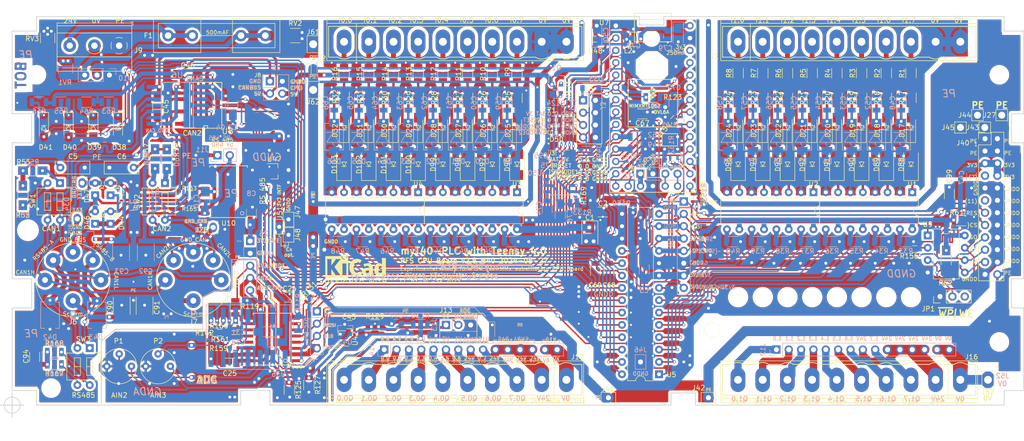
<source format=kicad_pcb>
(kicad_pcb (version 20171130) (host pcbnew "(5.1.7)-1")
  (title_block (title "myT40-PLC  (PLC with Teensy 4.0)") (date 2024-05-27) (rev "2.8 (PFS)") (company "C.Niesen, Königswinter, Germany") (comment 1 "CC BY-NC-SA 2024") (comment 2 "OP (Upper Board)") (comment 3 "Experimental study for reuse in original housing of PS4-1xx-MMx") (comment 4 "Modifications: M40"))
  (layers (0 F.Cu signal) (31 B.Cu signal hide) (34 B.Paste user hide) (35 F.Paste user hide) (36 B.SilkS user) (37 F.SilkS user hide) (38 B.Mask user) (39 F.Mask user) (44 Edge.Cuts user))
  (net 0 "")
  (net 1 /3V3_CPU)
  (net 2 "Net-(C5-Pad2)")
  (net 3 "Net-(C6-Pad2)")
  (net 4 /Ub_5V_RS485_BUS)
  (net 5 /GND_RS485_BUS)
  (net 6 "Net-(D24-Pad2)")
  (net 7 "Net-(D25-Pad2)")
  (net 8 "Net-(D17-Pad1)")
  (net 9 "Net-(D18-Pad1)")
  (net 10 "Net-(D19-Pad1)")
  (net 11 "Net-(D20-Pad1)")
  (net 12 "Net-(D21-Pad1)")
  (net 13 "Net-(D22-Pad1)")
  (net 14 "Net-(D23-Pad1)")
  (net 15 "Net-(D24-Pad1)")
  (net 16 "Net-(D25-Pad1)")
  (net 17 "Net-(D26-Pad1)")
  (net 18 "Net-(D27-Pad1)")
  (net 19 "Net-(D28-Pad1)")
  (net 20 /BAT3V6)
  (net 21 /VBAT)
  (net 22 /CAN2L)
  (net 23 /CAN2H)
  (net 24 /CAN1L)
  (net 25 /CAN1H)
  (net 26 "Net-(D38-Pad1)")
  (net 27 /LED3)
  (net 28 /LED2)
  (net 29 "Net-(D39-Pad1)")
  (net 30 /LED1)
  (net 31 "Net-(D40-Pad1)")
  (net 32 "Net-(D41-Pad1)")
  (net 33 /RS485_A)
  (net 34 /RS485_B)
  (net 35 /~RESET)
  (net 36 /MISO)
  (net 37 /MOSI)
  (net 38 /SPISCK)
  (net 39 /~SPICS_IO)
  (net 40 /PROGRAM)
  (net 41 /ONOFF)
  (net 42 /Ub_CAN_BUS)
  (net 43 /GND_CAN_BUS)
  (net 44 /I_GPB7)
  (net 45 /I_GPB6)
  (net 46 /I_GPB5)
  (net 47 /I_GPB4)
  (net 48 /I_GPB3)
  (net 49 /I_GPB2)
  (net 50 /I_GPB1)
  (net 51 /I_GPB0)
  (net 52 /I_GPA7)
  (net 53 /I_GPA6)
  (net 54 /I_GPA5)
  (net 55 /I_GPA4)
  (net 56 /I_GPA3)
  (net 57 /I_GPA2)
  (net 58 /I_GPA1)
  (net 59 /I_GPA0)
  (net 60 /INTB)
  (net 61 /BAT_CHECK)
  (net 62 /INTA)
  (net 63 "Net-(R53-Pad2)")
  (net 64 "Net-(R55-Pad2)")
  (net 65 /~EE_HOLD)
  (net 66 /CAN1RX)
  (net 67 /CAN1TX)
  (net 68 /~SPICS_EE)
  (net 69 /CAN2TX)
  (net 70 /CAN2RX)
  (net 71 /UART_RX)
  (net 72 /UART_TX)
  (net 73 /~UART_RE)
  (net 74 "Net-(D18-Pad2)")
  (net 75 "Net-(D19-Pad2)")
  (net 76 "Net-(D20-Pad2)")
  (net 77 "Net-(D21-Pad2)")
  (net 78 "Net-(D22-Pad2)")
  (net 79 "Net-(D23-Pad2)")
  (net 80 "Net-(J1-Pad8)")
  (net 81 "Net-(J1-Pad7)")
  (net 82 "Net-(J1-Pad6)")
  (net 83 "Net-(J1-Pad5)")
  (net 84 "Net-(J1-Pad4)")
  (net 85 "Net-(J1-Pad3)")
  (net 86 "Net-(J1-Pad2)")
  (net 87 "Net-(J1-Pad1)")
  (net 88 "Net-(J2-Pad1)")
  (net 89 "Net-(J2-Pad2)")
  (net 90 "Net-(J2-Pad3)")
  (net 91 "Net-(J2-Pad4)")
  (net 92 "Net-(J2-Pad5)")
  (net 93 "Net-(J2-Pad6)")
  (net 94 "Net-(J2-Pad7)")
  (net 95 "Net-(J2-Pad8)")
  (net 96 "Net-(J12-Pad10)")
  (net 97 "Net-(J12-Pad9)")
  (net 98 "Net-(J12-Pad7)")
  (net 99 "Net-(J12-Pad6)")
  (net 100 "Net-(J12-Pad5)")
  (net 101 "Net-(J12-Pad4)")
  (net 102 "Net-(J12-Pad3)")
  (net 103 "Net-(J12-Pad2)")
  (net 104 "Net-(J12-Pad1)")
  (net 105 "Net-(J14-Pad1)")
  (net 106 "Net-(J14-Pad2)")
  (net 107 "Net-(J14-Pad3)")
  (net 108 "Net-(J14-Pad4)")
  (net 109 "Net-(J14-Pad5)")
  (net 110 "Net-(J14-Pad6)")
  (net 111 "Net-(J14-Pad7)")
  (net 112 "Net-(J14-Pad9)")
  (net 113 "Net-(J14-Pad10)")
  (net 114 "Net-(R57-Pad2)")
  (net 115 "Net-(R59-Pad2)")
  (net 116 GNDA)
  (net 117 /3V3_ADDA)
  (net 118 /AREF_2V5)
  (net 119 /CH0)
  (net 120 /CH1)
  (net 121 "Net-(R118-Pad1)")
  (net 122 "Net-(R119-Pad1)")
  (net 123 /~SPICS_ADC)
  (net 124 /~SPICS_DAC)
  (net 125 /CH2)
  (net 126 /CH3)
  (net 127 /CLK)
  (net 128 /Dout)
  (net 129 /Din)
  (net 130 /~CS)
  (net 131 /AIN0)
  (net 132 /AIN1)
  (net 133 "Net-(JP1-Pad2)")
  (net 134 "Net-(D17-Pad2)")
  (net 135 "Net-(D26-Pad2)")
  (net 136 "Net-(D27-Pad2)")
  (net 137 "Net-(D28-Pad2)")
  (net 138 "Net-(D100-Pad1)")
  (net 139 "Net-(D101-Pad1)")
  (net 140 "Net-(D102-Pad1)")
  (net 141 "Net-(D103-Pad1)")
  (net 142 "Net-(D100-Pad2)")
  (net 143 "Net-(D101-Pad2)")
  (net 144 "Net-(D102-Pad2)")
  (net 145 "Net-(D103-Pad2)")
  (net 146 /3V3_INT)
  (net 147 "Net-(D29-Pad2)")
  (net 148 "Net-(D30-Pad2)")
  (net 149 "Net-(D31-Pad2)")
  (net 150 "Net-(D32-Pad2)")
  (net 151 "Net-(D88-Pad1)")
  (net 152 "Net-(D89-Pad1)")
  (net 153 "Net-(D90-Pad1)")
  (net 154 "Net-(D91-Pad1)")
  (net 155 "Net-(D92-Pad1)")
  (net 156 "Net-(D93-Pad1)")
  (net 157 "Net-(D94-Pad1)")
  (net 158 "Net-(D95-Pad1)")
  (net 159 "Net-(D96-Pad1)")
  (net 160 "Net-(D97-Pad1)")
  (net 161 "Net-(D98-Pad1)")
  (net 162 "Net-(D99-Pad1)")
  (net 163 "Net-(C48-Pad1)")
  (net 164 "Net-(C48-Pad2)")
  (net 165 "Net-(C52-Pad2)")
  (net 166 "Net-(C53-Pad2)")
  (net 167 "Net-(C54-Pad2)")
  (net 168 "Net-(C55-Pad2)")
  (net 169 "Net-(C56-Pad2)")
  (net 170 "Net-(C57-Pad2)")
  (net 171 "Net-(C58-Pad2)")
  (net 172 "Net-(C59-Pad1)")
  (net 173 "Net-(C59-Pad2)")
  (net 174 "Net-(C60-Pad2)")
  (net 175 "Net-(C61-Pad2)")
  (net 176 "Net-(C62-Pad2)")
  (net 177 "Net-(C63-Pad2)")
  (net 178 "Net-(C64-Pad2)")
  (net 179 "Net-(C65-Pad2)")
  (net 180 "Net-(C66-Pad2)")
  (net 181 "Net-(U10-Pad7)")
  (net 182 "Net-(Q1-Pad1)")
  (net 183 "Net-(C74-Pad2)")
  (net 184 "Net-(C76-Pad1)")
  (net 185 "Net-(U49-Pad4)")
  (net 186 GNDD)
  (net 187 5V_CPU_IN)
  (net 188 "Net-(F1-Pad1)")
  (net 189 /U24V)
  (net 190 /U0V)
  (net 191 "Net-(J12-Pad14)")
  (net 192 "Net-(J14-Pad14)")
  (net 193 /5V_CPU_final)
  (net 194 "Net-(J33-Pad1)")
  (net 195 "Net-(C90-Pad2)")
  (net 196 "Net-(C91-Pad2)")
  (net 197 /~SW_MODE_2)
  (net 198 /~SW_MODE_1)
  (net 199 "Net-(R131-Pad2)")
  (net 200 "Net-(R132-Pad2)")
  (net 201 "Net-(R150-Pad2)")
  (net 202 "Net-(R151-Pad2)")
  (net 203 "Net-(R152-Pad2)")
  (net 204 "Net-(R153-Pad2)")
  (net 205 "Net-(R154-Pad2)")
  (net 206 "Net-(R155-Pad2)")
  (net 207 "Net-(R156-Pad1)")
  (net 208 "Net-(R158-Pad1)")
  (net 209 "Net-(R159-Pad1)")
  (net 210 "Net-(R160-Pad1)")
  (net 211 "Net-(R161-Pad1)")
  (net 212 "Net-(R162-Pad1)")
  (net 213 "Net-(R164-Pad1)")
  (net 214 /PE)
  (net 215 "Net-(C94-Pad2)")
  (net 216 "Net-(R166-Pad1)")
  (net 217 "Net-(R124-Pad1)")
  (net 218 "Net-(R163-Pad2)")
  (net 219 "Net-(R165-Pad2)")
  (net 220 "Net-(C50-Pad1)")
  (net 221 /3V3EN_Q2_UP)
  (module Diodes_SMD:D_MiniMELF (layer F.Cu) (at 164.4145 63.104 270)
    (fp_text reference D50 (at 2.159 2.4765 180) (layer F.SilkS))
    (fp_text value 3V0)
    (pad 1 smd rect (at -1.75 0 270) (size 1.3 1.7) (layers F.Cu F.Paste F.Mask) (net 197 /~SW_MODE_2))
    (pad 2 smd rect (at 1.75 0 270) (size 1.3 1.7) (layers F.Cu F.Paste F.Mask) (net 186 GNDD))
  )
  (module Capacitors_SMD:C_0805 (layer F.Cu) (at 161.43 61.326 180)
    (fp_text reference C70 (at 3.175 -0.127) (layer F.SilkS))
    (fp_text value 100n)
    (pad 2 smd rect (at 1 0 180) (size 1 1.25) (layers F.Cu F.Paste F.Mask) (net 186 GNDD))
    (pad 1 smd rect (at -1 0 180) (size 1 1.25) (layers F.Cu F.Paste F.Mask) (net 197 /~SW_MODE_2))
  )
  (module Capacitors_SMD:C_0805 (layer F.Cu) (at 119.393 103.4265 180)
    (fp_text reference C43 (at 0.127 1.5875) (layer F.SilkS))
    (fp_text value 100p)
    (pad 2 smd rect (at 1 0 180) (size 1 1.25) (layers F.Cu F.Paste F.Mask) (net 116 GNDA))
    (pad 1 smd rect (at -1 0 180) (size 1 1.25) (layers F.Cu F.Paste F.Mask) (net 119 /CH0))
  )
  (module mylib:Diode_DO213AB-MELF_SOD123 (layer F.Cu) (at 234.836 70.47 90)
    (fp_text reference D88 (at 0 -2 90) (layer F.SilkS))
    (fp_text value "1N4448W7F DII")
    (pad 1 smd rect (at -2.15 0 90) (size 2 2.5) (layers F.Cu F.Paste F.Mask) (net 151 "Net-(D88-Pad1)"))
    (pad 2 smd rect (at 2.15 0 90) (size 2 2.5) (layers F.Cu F.Paste F.Mask) (net 8 "Net-(D17-Pad1)"))
  )
  (module mylib:Diode_DO213AB-MELF_SOD123 (layer F.Cu) (at 229.756 70.47 90)
    (fp_text reference D89 (at 0 -2 90) (layer F.SilkS))
    (fp_text value "1N4448W7F DII")
    (pad 1 smd rect (at -2.15 0 90) (size 2 2.5) (layers F.Cu F.Paste F.Mask) (net 152 "Net-(D89-Pad1)"))
    (pad 2 smd rect (at 2.15 0 90) (size 2 2.5) (layers F.Cu F.Paste F.Mask) (net 9 "Net-(D18-Pad1)"))
  )
  (module mylib:Diode_DO213AB-MELF_SOD123 (layer F.Cu) (at 224.676 70.47 90)
    (fp_text reference D90 (at 0 -2 90) (layer F.SilkS))
    (fp_text value "1N4448W7F DII")
    (pad 1 smd rect (at -2.15 0 90) (size 2 2.5) (layers F.Cu F.Paste F.Mask) (net 153 "Net-(D90-Pad1)"))
    (pad 2 smd rect (at 2.15 0 90) (size 2 2.5) (layers F.Cu F.Paste F.Mask) (net 10 "Net-(D19-Pad1)"))
  )
  (module mylib:Diode_DO213AB-MELF_SOD123 (layer F.Cu) (at 219.596 70.47 90)
    (fp_text reference D91 (at 0 -2 90) (layer F.SilkS))
    (fp_text value "1N4448W7F DII")
    (pad 1 smd rect (at -2.15 0 90) (size 2 2.5) (layers F.Cu F.Paste F.Mask) (net 154 "Net-(D91-Pad1)"))
    (pad 2 smd rect (at 2.15 0 90) (size 2 2.5) (layers F.Cu F.Paste F.Mask) (net 11 "Net-(D20-Pad1)"))
  )
  (module mylib:Diode_DO213AB-MELF_SOD123 (layer F.Cu) (at 214.516 70.47 90)
    (fp_text reference D92 (at 0 -2 90) (layer F.SilkS))
    (fp_text value "1N4448W7F DII")
    (pad 1 smd rect (at -2.15 0 90) (size 2 2.5) (layers F.Cu F.Paste F.Mask) (net 155 "Net-(D92-Pad1)"))
    (pad 2 smd rect (at 2.15 0 90) (size 2 2.5) (layers F.Cu F.Paste F.Mask) (net 12 "Net-(D21-Pad1)"))
  )
  (module mylib:Diode_DO213AB-MELF_SOD123 (layer F.Cu) (at 209.436 70.47 90)
    (fp_text reference D93 (at 0 -2 90) (layer F.SilkS))
    (fp_text value "1N4448W7F DII")
    (pad 1 smd rect (at -2.15 0 90) (size 2 2.5) (layers F.Cu F.Paste F.Mask) (net 156 "Net-(D93-Pad1)"))
    (pad 2 smd rect (at 2.15 0 90) (size 2 2.5) (layers F.Cu F.Paste F.Mask) (net 13 "Net-(D22-Pad1)"))
  )
  (module mylib:Diode_DO213AB-MELF_SOD123 (layer F.Cu) (at 204.356 70.47 90)
    (fp_text reference D94 (at 0 -2 90) (layer F.SilkS))
    (fp_text value "1N4448W7F DII")
    (pad 1 smd rect (at -2.15 0 90) (size 2 2.5) (layers F.Cu F.Paste F.Mask) (net 157 "Net-(D94-Pad1)"))
    (pad 2 smd rect (at 2.15 0 90) (size 2 2.5) (layers F.Cu F.Paste F.Mask) (net 14 "Net-(D23-Pad1)"))
  )
  (module mylib:Diode_DO213AB-MELF_SOD123 (layer F.Cu) (at 199.276 70.47 90)
    (fp_text reference D95 (at 0 -2 90) (layer F.SilkS))
    (fp_text value "1N4448W7F DII")
    (pad 1 smd rect (at -2.15 0 90) (size 2 2.5) (layers F.Cu F.Paste F.Mask) (net 158 "Net-(D95-Pad1)"))
    (pad 2 smd rect (at 2.15 0 90) (size 2 2.5) (layers F.Cu F.Paste F.Mask) (net 15 "Net-(D24-Pad1)"))
  )
  (module mylib:Diode_DO213AB-MELF_SOD123 (layer F.Cu) (at 153.81 70.47 90)
    (fp_text reference D96 (at 0 -2 90) (layer F.SilkS))
    (fp_text value "1N4448W7F DII")
    (pad 1 smd rect (at -2.15 0 90) (size 2 2.5) (layers F.Cu F.Paste F.Mask) (net 159 "Net-(D96-Pad1)"))
    (pad 2 smd rect (at 2.15 0 90) (size 2 2.5) (layers F.Cu F.Paste F.Mask) (net 16 "Net-(D25-Pad1)"))
  )
  (module mylib:Diode_DO213AB-MELF_SOD123 (layer F.Cu) (at 148.73 70.47 90)
    (fp_text reference D97 (at 0 -2 90) (layer F.SilkS))
    (fp_text value "1N4448W7F DII")
    (pad 1 smd rect (at -2.15 0 90) (size 2 2.5) (layers F.Cu F.Paste F.Mask) (net 160 "Net-(D97-Pad1)"))
    (pad 2 smd rect (at 2.15 0 90) (size 2 2.5) (layers F.Cu F.Paste F.Mask) (net 17 "Net-(D26-Pad1)"))
  )
  (module mylib:Diode_DO213AB-MELF_SOD123 (layer F.Cu) (at 143.65 70.47 90)
    (fp_text reference D98 (at 0 -2 90) (layer F.SilkS))
    (fp_text value "1N4448W7F DII")
    (pad 1 smd rect (at -2.15 0 90) (size 2 2.5) (layers F.Cu F.Paste F.Mask) (net 161 "Net-(D98-Pad1)"))
    (pad 2 smd rect (at 2.15 0 90) (size 2 2.5) (layers F.Cu F.Paste F.Mask) (net 18 "Net-(D27-Pad1)"))
  )
  (module mylib:Diode_DO213AB-MELF_SOD123 (layer F.Cu) (at 138.57 70.47 90)
    (fp_text reference D99 (at 0 -2 90) (layer F.SilkS))
    (fp_text value "1N4448W7F DII")
    (pad 1 smd rect (at -2.15 0 90) (size 2 2.5) (layers F.Cu F.Paste F.Mask) (net 162 "Net-(D99-Pad1)"))
    (pad 2 smd rect (at 2.15 0 90) (size 2 2.5) (layers F.Cu F.Paste F.Mask) (net 19 "Net-(D28-Pad1)"))
  )
  (module mylib:Diode_DO213AB-MELF_SOD123 (layer F.Cu) (at 133.49 70.47 90)
    (fp_text reference D100 (at 0 -2 90) (layer F.SilkS))
    (fp_text value "1N4448W7F DII")
    (pad 1 smd rect (at -2.15 0 90) (size 2 2.5) (layers F.Cu F.Paste F.Mask) (net 138 "Net-(D100-Pad1)"))
    (pad 2 smd rect (at 2.15 0 90) (size 2 2.5) (layers F.Cu F.Paste F.Mask) (net 142 "Net-(D100-Pad2)"))
  )
  (module mylib:Diode_DO213AB-MELF_SOD123 (layer F.Cu) (at 128.41 70.47 90)
    (fp_text reference D101 (at 0 -2 90) (layer F.SilkS))
    (fp_text value "1N4448W7F DII")
    (pad 1 smd rect (at -2.15 0 90) (size 2 2.5) (layers F.Cu F.Paste F.Mask) (net 139 "Net-(D101-Pad1)"))
    (pad 2 smd rect (at 2.15 0 90) (size 2 2.5) (layers F.Cu F.Paste F.Mask) (net 143 "Net-(D101-Pad2)"))
  )
  (module mylib:Diode_DO213AB-MELF_SOD123 (layer F.Cu) (at 123.33 70.47 90)
    (fp_text reference D102 (at 0 -2 90) (layer F.SilkS))
    (fp_text value "1N4448W7F DII")
    (pad 1 smd rect (at -2.15 0 90) (size 2 2.5) (layers F.Cu F.Paste F.Mask) (net 140 "Net-(D102-Pad1)"))
    (pad 2 smd rect (at 2.15 0 90) (size 2 2.5) (layers F.Cu F.Paste F.Mask) (net 144 "Net-(D102-Pad2)"))
  )
  (module mylib:Diode_DO213AB-MELF_SOD123 (layer F.Cu) (at 118.25 70.47 90)
    (fp_text reference D103 (at 0 -2 90) (layer F.SilkS))
    (fp_text value "1N4448W7F DII")
    (pad 1 smd rect (at -2.15 0 90) (size 2 2.5) (layers F.Cu F.Paste F.Mask) (net 141 "Net-(D103-Pad1)"))
    (pad 2 smd rect (at 2.15 0 90) (size 2 2.5) (layers F.Cu F.Paste F.Mask) (net 145 "Net-(D103-Pad2)"))
  )
  (module Connector_PinSocket_2.54mm:PinSocket_1x04_P2.54mm_Vertical (layer B.Cu) (at 112.662 100.696 180)
    (fp_text reference J15 (at 0 2.77) (layer B.SilkS) (effects (justify mirror)))
    (fp_text value 01x04_fem)
    (pad 4 thru_hole oval (at 0 -7.62 180) (size 1.7 1.7) (drill 1) (layers *.Cu *.Mask) (net 186 GNDD))
    (pad 3 thru_hole oval (at 0 -5.08 180) (size 1.7 1.7) (drill 1) (layers *.Cu *.Mask) (net 38 /SPISCK))
    (pad 2 thru_hole oval (at 0 -2.54 180) (size 1.7 1.7) (drill 1) (layers *.Cu *.Mask) (net 37 /MOSI))
    (pad 1 thru_hole rect (at 0 0 180) (size 1.7 1.7) (drill 1) (layers *.Cu *.Mask) (net 124 /~SPICS_DAC))
  )
  (module Connector_PinSocket_2.54mm:PinSocket_1x15_P2.54mm_Vertical (layer B.Cu) (at 126.505 108.57 270)
    (fp_text reference J14 (at 0 2.54 90) (layer B.SilkS) (effects (justify mirror)))
    (fp_text value 01x15_fem)
    (pad 15 thru_hole oval (at 0 -35.56 270) (size 1.7 1.7) (drill 1) (layers *.Cu *.Mask) (net 192 "Net-(J14-Pad14)"))
    (pad 14 thru_hole oval (at 0 -33.02 270) (size 1.7 1.7) (drill 1) (layers *.Cu *.Mask) (net 192 "Net-(J14-Pad14)"))
    (pad 13 thru_hole oval (at 0 -30.48 270) (size 1.7 1.7) (drill 1) (layers *.Cu *.Mask) (net 113 "Net-(J14-Pad10)"))
    (pad 12 thru_hole oval (at 0 -27.94 270) (size 1.7 1.7) (drill 1) (layers *.Cu *.Mask) (net 113 "Net-(J14-Pad10)"))
    (pad 11 thru_hole oval (at 0 -25.4 270) (size 1.7 1.7) (drill 1) (layers *.Cu *.Mask) (net 113 "Net-(J14-Pad10)"))
    (pad 10 thru_hole oval (at 0 -22.86 270) (size 1.7 1.7) (drill 1) (layers *.Cu *.Mask) (net 113 "Net-(J14-Pad10)"))
    (pad 9 thru_hole oval (at 0 -20.32 270) (size 1.7 1.7) (drill 1) (layers *.Cu *.Mask) (net 112 "Net-(J14-Pad9)"))
    (pad 8 thru_hole oval (at 0 -17.78 270) (size 1.7 1.7) (drill 1) (layers *.Cu *.Mask) (net 113 "Net-(J14-Pad10)"))
    (pad 7 thru_hole oval (at 0 -15.24 270) (size 1.7 1.7) (drill 1) (layers *.Cu *.Mask) (net 111 "Net-(J14-Pad7)"))
    (pad 6 thru_hole oval (at 0 -12.7 270) (size 1.7 1.7) (drill 1) (layers *.Cu *.Mask) (net 110 "Net-(J14-Pad6)"))
    (pad 5 thru_hole oval (at 0 -10.16 270) (size 1.7 1.7) (drill 1) (layers *.Cu *.Mask) (net 109 "Net-(J14-Pad5)"))
    (pad 4 thru_hole oval (at 0 -7.62 270) (size 1.7 1.7) (drill 1) (layers *.Cu *.Mask) (net 108 "Net-(J14-Pad4)"))
    (pad 3 thru_hole oval (at 0 -5.08 270) (size 1.7 1.7) (drill 1) (layers *.Cu *.Mask) (net 107 "Net-(J14-Pad3)"))
    (pad 2 thru_hole oval (at 0 -2.54 270) (size 1.7 1.7) (drill 1) (layers *.Cu *.Mask) (net 106 "Net-(J14-Pad2)"))
    (pad 1 thru_hole rect (at 0 0 270) (size 1.7 1.7) (drill 1) (layers *.Cu *.Mask) (net 105 "Net-(J14-Pad1)"))
  )
  (module Connector_PinSocket_2.54mm:PinSocket_1x03_P2.54mm_Vertical (layer B.Cu) (at 139.205 103.49 270)
    (fp_text reference J13 (at 0 2.413 270) (layer B.SilkS) (effects (justify mirror)))
    (fp_text value 01x03_fem)
    (pad 3 thru_hole oval (at 0 -5.08 270) (size 1.7 1.7) (drill 1) (layers *.Cu *.Mask) (net 116 GNDA))
    (pad 2 thru_hole oval (at 0 -2.54 270) (size 1.7 1.7) (drill 1) (layers *.Cu *.Mask) (net 132 /AIN1))
    (pad 1 thru_hole rect (at 0 0 270) (size 1.7 1.7) (drill 1) (layers *.Cu *.Mask) (net 131 /AIN0))
  )
  (module Resistors_SMD:R_0805 (layer B.Cu) (at 161.811 55.992 180)
    (fp_text reference R124 (at 0 -1.8415) (layer B.SilkS) (effects (justify mirror)))
    (fp_text value 10k)
    (pad 1 smd rect (at -0.95 0 180) (size 0.7 1.3) (layers B.Cu B.Paste B.Mask) (net 217 "Net-(R124-Pad1)"))
    (pad 2 smd rect (at 0.95 0 180) (size 0.7 1.3) (layers B.Cu B.Paste B.Mask) (net 187 5V_CPU_IN))
  )
  (module mylib:DO-214AA_man (layer B.Cu) (at 197.244 64.755)
    (fp_text reference D8 (at 0 5.08) (layer B.SilkS) (effects (justify mirror)))
    (fp_text value "P6SMB 5,0CA SMD")
    (pad 1 smd rect (at 0 2.9) (size 2.18 1.62) (layers B.Cu B.Paste B.Mask) (net 163 "Net-(C48-Pad1)"))
    (pad 2 smd rect (at 0 -2.9) (size 2.18 1.62) (layers B.Cu B.Paste B.Mask) (net 171 "Net-(C58-Pad2)"))
  )
  (module mylib:TerminalBlock_Phoenix_MSTBVA-2.5-10-5.08_1x10_P5.08mm_Horizontal (layer F.Cu) (at 118.25 45.197)
    (fp_text reference J2 (at -4.572 3.429) (layer F.SilkS))
    (fp_text value MSTBVA-2.5-10-5.08)
    (pad 1 thru_hole oval (at 0 0) (size 3 5) (drill 1.6) (layers *.Cu *.Mask) (net 88 "Net-(J2-Pad1)"))
    (pad 2 thru_hole oval (at 5.08 0) (size 3 5) (drill 1.6) (layers *.Cu *.Mask) (net 89 "Net-(J2-Pad2)"))
    (pad 3 thru_hole oval (at 10.16 0) (size 3 5) (drill 1.6) (layers *.Cu *.Mask) (net 90 "Net-(J2-Pad3)"))
    (pad 4 thru_hole oval (at 15.24 0) (size 3 5) (drill 1.6) (layers *.Cu *.Mask) (net 91 "Net-(J2-Pad4)"))
    (pad 5 thru_hole oval (at 20.32 0) (size 3 5) (drill 1.6) (layers *.Cu *.Mask) (net 92 "Net-(J2-Pad5)"))
    (pad 6 thru_hole oval (at 25.4 0) (size 3 5) (drill 1.6) (layers *.Cu *.Mask) (net 93 "Net-(J2-Pad6)"))
    (pad 7 thru_hole oval (at 30.48 0) (size 3 5) (drill 1.6) (layers *.Cu *.Mask) (net 94 "Net-(J2-Pad7)"))
    (pad 8 thru_hole oval (at 35.56 0) (size 3 5) (drill 1.6) (layers *.Cu *.Mask) (net 95 "Net-(J2-Pad8)"))
    (pad 9 thru_hole oval (at 40.64 0) (size 3 5) (drill 1.6) (layers *.Cu *.Mask) (net 172 "Net-(C59-Pad1)"))
    (pad 10 thru_hole oval (at 45.72 0) (size 3 5) (drill 1.6) (layers *.Cu *.Mask) (net 172 "Net-(C59-Pad1)"))
  )
  (module Resistors_SMD:R_1206 (layer F.Cu) (at 138.57 56.754 90)
    (fp_text reference R28 (at 0 -1.778 90) (layer F.SilkS))
    (fp_text value 1k1)
    (pad 1 smd rect (at -1.45 0 90) (size 0.9 1.7) (layers F.Cu F.Paste F.Mask) (net 137 "Net-(D28-Pad2)"))
    (pad 2 smd rect (at 1.45 0 90) (size 0.9 1.7) (layers F.Cu F.Paste F.Mask) (net 176 "Net-(C62-Pad2)"))
  )
  (module Resistors_SMD:R_1206 (layer F.Cu) (at 138.57 51.674 90)
    (fp_text reference R12 (at -0.127 -1.905 90) (layer F.SilkS))
    (fp_text value "6k8 500mW")
    (pad 1 smd rect (at -1.45 0 90) (size 0.9 1.7) (layers F.Cu F.Paste F.Mask) (net 176 "Net-(C62-Pad2)"))
    (pad 2 smd rect (at 1.45 0 90) (size 0.9 1.7) (layers F.Cu F.Paste F.Mask) (net 92 "Net-(J2-Pad5)"))
  )
  (module Capacitors_SMD:C_1206_HandSoldering (layer B.Cu) (at 242.075 90.155 90)
    (fp_text reference C9 (at -4.699 0 180) (layer B.SilkS) (effects (justify mirror)))
    (fp_text value 100n)
    (pad 2 smd rect (at 2 0 90) (size 2 1.6) (layers B.Cu B.Paste B.Mask) (net 146 /3V3_INT))
    (pad 1 smd rect (at -2 0 90) (size 2 1.6) (layers B.Cu B.Paste B.Mask) (net 186 GNDD))
  )
  (module mylib:DO-214AA_man (layer B.Cu) (at 57.798 101.458)
    (fp_text reference D42 (at 0 4.572 180) (layer B.SilkS) (effects (justify mirror)))
    (fp_text value "P6SMB 5,0CA")
    (pad 1 smd rect (at 0 2.9) (size 2.18 1.62) (layers B.Cu B.Paste B.Mask) (net 214 /PE))
    (pad 2 smd rect (at 0 -2.9) (size 2.18 1.62) (layers B.Cu B.Paste B.Mask) (net 33 /RS485_A))
  )
  (module mylib:DO-214AA_man (layer B.Cu) (at 67.45 101.458)
    (fp_text reference D43 (at -0.254 4.572 180) (layer B.SilkS) (effects (justify mirror)))
    (fp_text value "P6SMB 5,0CA")
    (pad 2 smd rect (at 0 -2.9) (size 2.18 1.62) (layers B.Cu B.Paste B.Mask) (net 34 /RS485_B))
    (pad 1 smd rect (at 0 2.9) (size 2.18 1.62) (layers B.Cu B.Paste B.Mask) (net 214 /PE))
  )
  (module Capacitors_SMD:C_1206_HandSoldering (layer F.Cu) (at 79.896 58.532 270)
    (fp_text reference C45 (at 0 -1.75 90) (layer F.SilkS))
    (fp_text value "100n 100V")
    (pad 2 smd rect (at 2 0 270) (size 2 1.6) (layers F.Cu F.Paste F.Mask) (net 43 /GND_CAN_BUS))
    (pad 1 smd rect (at -2 0 270) (size 2 1.6) (layers F.Cu F.Paste F.Mask) (net 42 /Ub_CAN_BUS))
  )
  (module Capacitors_SMD:C_1206_HandSoldering (layer B.Cu) (at 179.972 92.06 270)
    (fp_text reference C3 (at 4.318 0) (layer B.SilkS) (effects (justify mirror)))
    (fp_text value 100n)
    (pad 2 smd rect (at 2 0 270) (size 2 1.6) (layers B.Cu B.Paste B.Mask) (net 146 /3V3_INT))
    (pad 1 smd rect (at -2 0 270) (size 2 1.6) (layers B.Cu B.Paste B.Mask) (net 186 GNDD))
  )
  (module Housings_DIP:DIP-28_W7.62mm (layer F.Cu) (at 183.02 113.65 180)
    (fp_text reference U5 (at -2.54 -0.08) (layer F.SilkS))
    (fp_text value MCP23S17)
    (pad 28 thru_hole oval (at 7.62 0 180) (size 1.6 1.6) (drill 0.8) (layers *.Cu *.Mask) (net 52 /I_GPA7))
    (pad 14 thru_hole oval (at 0 33.02 180) (size 1.6 1.6) (drill 0.8) (layers *.Cu *.Mask) (net 208 "Net-(R158-Pad1)"))
    (pad 27 thru_hole oval (at 7.62 2.54 180) (size 1.6 1.6) (drill 0.8) (layers *.Cu *.Mask) (net 53 /I_GPA6))
    (pad 13 thru_hole oval (at 0 30.48 180) (size 1.6 1.6) (drill 0.8) (layers *.Cu *.Mask) (net 37 /MOSI))
    (pad 26 thru_hole oval (at 7.62 5.08 180) (size 1.6 1.6) (drill 0.8) (layers *.Cu *.Mask) (net 54 /I_GPA5))
    (pad 12 thru_hole oval (at 0 27.94 180) (size 1.6 1.6) (drill 0.8) (layers *.Cu *.Mask) (net 38 /SPISCK))
    (pad 25 thru_hole oval (at 7.62 7.62 180) (size 1.6 1.6) (drill 0.8) (layers *.Cu *.Mask) (net 55 /I_GPA4))
    (pad 11 thru_hole oval (at 0 25.4 180) (size 1.6 1.6) (drill 0.8) (layers *.Cu *.Mask) (net 39 /~SPICS_IO))
    (pad 24 thru_hole oval (at 7.62 10.16 180) (size 1.6 1.6) (drill 0.8) (layers *.Cu *.Mask) (net 56 /I_GPA3))
    (pad 10 thru_hole oval (at 0 22.86 180) (size 1.6 1.6) (drill 0.8) (layers *.Cu *.Mask) (net 186 GNDD))
    (pad 23 thru_hole oval (at 7.62 12.7 180) (size 1.6 1.6) (drill 0.8) (layers *.Cu *.Mask) (net 57 /I_GPA2))
    (pad 9 thru_hole oval (at 0 20.32 180) (size 1.6 1.6) (drill 0.8) (layers *.Cu *.Mask) (net 146 /3V3_INT))
    (pad 22 thru_hole oval (at 7.62 15.24 180) (size 1.6 1.6) (drill 0.8) (layers *.Cu *.Mask) (net 58 /I_GPA1))
    (pad 8 thru_hole oval (at 0 17.78 180) (size 1.6 1.6) (drill 0.8) (layers *.Cu *.Mask) (net 44 /I_GPB7))
    (pad 21 thru_hole oval (at 7.62 17.78 180) (size 1.6 1.6) (drill 0.8) (layers *.Cu *.Mask) (net 59 /I_GPA0))
    (pad 7 thru_hole oval (at 0 15.24 180) (size 1.6 1.6) (drill 0.8) (layers *.Cu *.Mask) (net 45 /I_GPB6))
    (pad 20 thru_hole oval (at 7.62 20.32 180) (size 1.6 1.6) (drill 0.8) (layers *.Cu *.Mask) (net 62 /INTA))
    (pad 6 thru_hole oval (at 0 12.7 180) (size 1.6 1.6) (drill 0.8) (layers *.Cu *.Mask) (net 46 /I_GPB5))
    (pad 19 thru_hole oval (at 7.62 22.86 180) (size 1.6 1.6) (drill 0.8) (layers *.Cu *.Mask) (net 60 /INTB))
    (pad 5 thru_hole oval (at 0 10.16 180) (size 1.6 1.6) (drill 0.8) (layers *.Cu *.Mask) (net 47 /I_GPB4))
    (pad 18 thru_hole oval (at 7.62 25.4 180) (size 1.6 1.6) (drill 0.8) (layers *.Cu *.Mask) (net 35 /~RESET))
    (pad 4 thru_hole oval (at 0 7.62 180) (size 1.6 1.6) (drill 0.8) (layers *.Cu *.Mask) (net 48 /I_GPB3))
    (pad 17 thru_hole oval (at 7.62 27.94 180) (size 1.6 1.6) (drill 0.8) (layers *.Cu *.Mask) (net 186 GNDD))
    (pad 3 thru_hole oval (at 0 5.08 180) (size 1.6 1.6) (drill 0.8) (layers *.Cu *.Mask) (net 49 /I_GPB2))
    (pad 16 thru_hole oval (at 7.62 30.48 180) (size 1.6 1.6) (drill 0.8) (layers *.Cu *.Mask) (net 186 GNDD))
    (pad 2 thru_hole oval (at 0 2.54 180) (size 1.6 1.6) (drill 0.8) (layers *.Cu *.Mask) (net 50 /I_GPB1))
    (pad 15 thru_hole oval (at 7.62 33.02 180) (size 1.6 1.6) (drill 0.8) (layers *.Cu *.Mask) (net 186 GNDD))
    (pad 1 thru_hole rect (at 0 0 180) (size 1.6 1.6) (drill 0.8) (layers *.Cu *.Mask) (net 51 /I_GPB0))
  )
  (module mylib:DIN-5-180 (layer F.Cu) (at 62.5 94.25)
    (fp_text reference J6 (at -0.003 8.605) (layer F.SilkS))
    (fp_text value DIN-5 hide)
    (pad S thru_hole oval (at 0 4.25) (size 3 3) (drill 1.2) (layers *.Cu *.Mask) (net 195 "Net-(C90-Pad2)"))
    (pad 3 thru_hole oval (at 5.75 0) (size 3 3) (drill 1.2) (layers *.Cu *.Mask) (net 24 /CAN1L))
    (pad 5 thru_hole oval (at 4.065863 -4.065863) (size 3 3) (drill 1.2) (layers *.Cu *.Mask) (net 34 /RS485_B))
    (pad 2 thru_hole oval (at 0 -5.75) (size 3 3) (drill 1.2) (layers *.Cu *.Mask) (net 194 "Net-(J33-Pad1)"))
    (pad 4 thru_hole oval (at -4.065863 -4.065863) (size 3 3) (drill 1.2) (layers *.Cu *.Mask) (net 33 /RS485_A))
    (pad 1 thru_hole oval (at -5.75 0) (size 3 3) (drill 1.2) (layers *.Cu *.Mask) (net 25 /CAN1H))
  )
  (module mylib:DIN-5-180 (layer F.Cu) (at 87.25 94.25)
    (fp_text reference J7 (at 0.012 8.605) (layer F.SilkS))
    (fp_text value DIN-5 hide)
    (pad S thru_hole oval (at 0 4.25) (size 3 3) (drill 1.2) (layers *.Cu *.Mask) (net 196 "Net-(C91-Pad2)"))
    (pad 3 thru_hole oval (at 5.75 0) (size 3 3) (drill 1.2) (layers *.Cu *.Mask) (net 24 /CAN1L))
    (pad 5 thru_hole oval (at 4.065863 -4.065863) (size 3 3) (drill 1.2) (layers *.Cu *.Mask) (net 22 /CAN2L))
    (pad 2 thru_hole oval (at 0 -5.75) (size 3 3) (drill 1.2) (layers *.Cu *.Mask) (net 43 /GND_CAN_BUS))
    (pad 4 thru_hole oval (at -4.065863 -4.065863) (size 3 3) (drill 1.2) (layers *.Cu *.Mask) (net 23 /CAN2H))
    (pad 1 thru_hole oval (at -5.75 0) (size 3 3) (drill 1.2) (layers *.Cu *.Mask) (net 25 /CAN1H))
  )
  (module mylib:TerminalBlock_Phoenix_MKDS-1,5-3-5.08_1x03_P5.08mm_Horizontal (layer F.Cu) (at 72 46 180)
    (fp_text reference J9 (at -3.959 -0.975) (layer F.SilkS))
    (fp_text value "Ub 0V PE")
    (pad 1 thru_hole rect (at 0 0 180) (size 2.6 2.6) (drill 1.3) (layers *.Cu *.Mask) (net 214 /PE))
    (pad 2 thru_hole circle (at 5.08 0 180) (size 2.6 2.6) (drill 1.3) (layers *.Cu *.Mask) (net 190 /U0V))
    (pad 3 thru_hole circle (at 10.16 0 180) (size 2.6 2.6) (drill 1.3) (layers *.Cu *.Mask) (net 188 "Net-(F1-Pad1)"))
  )
  (module mylib:TerminalBlock_Phoenix_MSTBVA-2.5-10-5.08_1x10_P5.08mm_Horizontal (layer F.Cu) (at 199.2506 45.197)
    (fp_text reference J1 (at -4.8006 2.9718) (layer F.SilkS))
    (fp_text value MSTBVA-2.5-10-5.08)
    (pad 10 thru_hole oval (at 45.72 0) (size 3 5) (drill 1.6) (layers *.Cu *.Mask) (net 163 "Net-(C48-Pad1)"))
    (pad 9 thru_hole oval (at 40.64 0) (size 3 5) (drill 1.6) (layers *.Cu *.Mask) (net 163 "Net-(C48-Pad1)"))
    (pad 8 thru_hole oval (at 35.56 0) (size 3 5) (drill 1.6) (layers *.Cu *.Mask) (net 80 "Net-(J1-Pad8)"))
    (pad 7 thru_hole oval (at 30.48 0) (size 3 5) (drill 1.6) (layers *.Cu *.Mask) (net 81 "Net-(J1-Pad7)"))
    (pad 6 thru_hole oval (at 25.4 0) (size 3 5) (drill 1.6) (layers *.Cu *.Mask) (net 82 "Net-(J1-Pad6)"))
    (pad 5 thru_hole oval (at 20.32 0) (size 3 5) (drill 1.6) (layers *.Cu *.Mask) (net 83 "Net-(J1-Pad5)"))
    (pad 4 thru_hole oval (at 15.24 0) (size 3 5) (drill 1.6) (layers *.Cu *.Mask) (net 84 "Net-(J1-Pad4)"))
    (pad 3 thru_hole oval (at 10.16 0) (size 3 5) (drill 1.6) (layers *.Cu *.Mask) (net 85 "Net-(J1-Pad3)"))
    (pad 2 thru_hole oval (at 5.08 0) (size 3 5) (drill 1.6) (layers *.Cu *.Mask) (net 86 "Net-(J1-Pad2)"))
    (pad 1 thru_hole oval (at 0 0) (size 3 5) (drill 1.6) (layers *.Cu *.Mask) (net 87 "Net-(J1-Pad1)"))
  )
  (module mylib:TerminalBlock_Phoenix_MSTBVA-2.5-10-5.08_1x10_P5.08mm_Horizontal (layer F.Cu) (at 163.97 114.793 180)
    (fp_text reference J17 (at -2.286 4.699) (layer F.SilkS))
    (fp_text value MSTBVA-2.5-10-5.08 hide)
    (pad 1 thru_hole oval (at 0 0 180) (size 3 5) (drill 1.6) (layers *.Cu *.Mask) (net 192 "Net-(J14-Pad14)"))
    (pad 2 thru_hole oval (at 5.08 0 180) (size 3 5) (drill 1.6) (layers *.Cu *.Mask) (net 113 "Net-(J14-Pad10)"))
    (pad 3 thru_hole oval (at 10.16 0 180) (size 3 5) (drill 1.6) (layers *.Cu *.Mask) (net 112 "Net-(J14-Pad9)"))
    (pad 4 thru_hole oval (at 15.24 0 180) (size 3 5) (drill 1.6) (layers *.Cu *.Mask) (net 111 "Net-(J14-Pad7)"))
    (pad 5 thru_hole oval (at 20.32 0 180) (size 3 5) (drill 1.6) (layers *.Cu *.Mask) (net 110 "Net-(J14-Pad6)"))
    (pad 6 thru_hole oval (at 25.4 0 180) (size 3 5) (drill 1.6) (layers *.Cu *.Mask) (net 109 "Net-(J14-Pad5)"))
    (pad 7 thru_hole oval (at 30.48 0 180) (size 3 5) (drill 1.6) (layers *.Cu *.Mask) (net 108 "Net-(J14-Pad4)"))
    (pad 8 thru_hole oval (at 35.56 0 180) (size 3 5) (drill 1.6) (layers *.Cu *.Mask) (net 107 "Net-(J14-Pad3)"))
    (pad 9 thru_hole oval (at 40.64 0 180) (size 3 5) (drill 1.6) (layers *.Cu *.Mask) (net 106 "Net-(J14-Pad2)"))
    (pad 10 thru_hole oval (at 45.72 0 180) (size 3 5) (drill 1.6) (layers *.Cu *.Mask) (net 105 "Net-(J14-Pad1)"))
  )
  (module mylib:TerminalBlock_Phoenix_MSTBVA-2.5-10-5.08_1x10_P5.08mm_Horizontal (layer F.Cu) (at 244.9706 114.793 180)
    (fp_text reference J16 (at -2.3114 4.699) (layer F.SilkS))
    (fp_text value MSTBVA-2.5-10-5.08 hide)
    (pad 10 thru_hole oval (at 45.72 0 180) (size 3 5) (drill 1.6) (layers *.Cu *.Mask) (net 104 "Net-(J12-Pad1)"))
    (pad 9 thru_hole oval (at 40.64 0 180) (size 3 5) (drill 1.6) (layers *.Cu *.Mask) (net 103 "Net-(J12-Pad2)"))
    (pad 8 thru_hole oval (at 35.56 0 180) (size 3 5) (drill 1.6) (layers *.Cu *.Mask) (net 102 "Net-(J12-Pad3)"))
    (pad 7 thru_hole oval (at 30.48 0 180) (size 3 5) (drill 1.6) (layers *.Cu *.Mask) (net 101 "Net-(J12-Pad4)"))
    (pad 6 thru_hole oval (at 25.4 0 180) (size 3 5) (drill 1.6) (layers *.Cu *.Mask) (net 100 "Net-(J12-Pad5)"))
    (pad 5 thru_hole oval (at 20.32 0 180) (size 3 5) (drill 1.6) (layers *.Cu *.Mask) (net 99 "Net-(J12-Pad6)"))
    (pad 4 thru_hole oval (at 15.24 0 180) (size 3 5) (drill 1.6) (layers *.Cu *.Mask) (net 98 "Net-(J12-Pad7)"))
    (pad 3 thru_hole oval (at 10.16 0 180) (size 3 5) (drill 1.6) (layers *.Cu *.Mask) (net 97 "Net-(J12-Pad9)"))
    (pad 2 thru_hole oval (at 5.08 0 180) (size 3 5) (drill 1.6) (layers *.Cu *.Mask) (net 96 "Net-(J12-Pad10)"))
    (pad 1 thru_hole oval (at 0 0 180) (size 3 5) (drill 1.6) (layers *.Cu *.Mask) (net 191 "Net-(J12-Pad14)"))
  )
  (module Capacitors_THT:C_Rect_L7.0mm_W2.5mm_P5.00mm (layer F.Cu) (at 64.91 71.105 180)
    (fp_text reference C5 (at 2.413 2.286) (layer F.SilkS))
    (fp_text value 4n7)
    (pad 1 thru_hole circle (at 0 0 180) (size 1.6 1.6) (drill 0.8) (layers *.Cu *.Mask) (net 214 /PE))
    (pad 2 thru_hole circle (at 5 0 180) (size 1.6 1.6) (drill 0.8) (layers *.Cu *.Mask) (net 2 "Net-(C5-Pad2)"))
  )
  (module Capacitors_THT:C_Rect_L7.0mm_W2.5mm_P5.00mm (layer F.Cu) (at 69.99 71.105)
    (fp_text reference C6 (at 2.54 -2.286) (layer F.SilkS))
    (fp_text value 4n7)
    (pad 2 thru_hole circle (at 5 0) (size 1.6 1.6) (drill 0.8) (layers *.Cu *.Mask) (net 3 "Net-(C6-Pad2)"))
    (pad 1 thru_hole circle (at 0 0) (size 1.6 1.6) (drill 0.8) (layers *.Cu *.Mask) (net 214 /PE))
  )
  (module Capacitors_SMD:C_1206_HandSoldering (layer B.Cu) (at 99.2 80.63 90)
    (fp_text reference C8 (at 4.191 0) (layer B.SilkS) (effects (justify mirror)))
    (fp_text value 100n)
    (pad 1 smd rect (at -2 0 90) (size 2 1.6) (layers B.Cu B.Paste B.Mask) (net 146 /3V3_INT))
    (pad 2 smd rect (at 2 0 90) (size 2 1.6) (layers B.Cu B.Paste B.Mask) (net 186 GNDD))
  )
  (module Capacitors_SMD:C_1206_HandSoldering (layer B.Cu) (at 89.6115 78.0265 270)
    (fp_text reference C10 (at 0 1.7145 90) (layer B.SilkS) (effects (justify mirror)))
    (fp_text value 100n)
    (pad 2 smd rect (at 2 0 270) (size 2 1.6) (layers B.Cu B.Paste B.Mask) (net 4 /Ub_5V_RS485_BUS))
    (pad 1 smd rect (at -2 0 270) (size 2 1.6) (layers B.Cu B.Paste B.Mask) (net 5 /GND_RS485_BUS))
  )
  (module Connector_PinSocket_2.54mm:PinSocket_1x02_P2.54mm_Vertical (layer B.Cu) (at 92.215 68.565 270)
    (fp_text reference J11 (at -1.143 3.175) (layer B.SilkS) (effects (justify mirror)))
    (fp_text value 01x02_fem hide)
    (pad 1 thru_hole rect (at 0 0 270) (size 1.7 1.7) (drill 1) (layers *.Cu *.Mask) (net 5 /GND_RS485_BUS))
    (pad 2 thru_hole oval (at 0 -2.54 270) (size 1.7 1.7) (drill 1) (layers *.Cu *.Mask) (net 4 /Ub_5V_RS485_BUS))
  )
  (module Buttons_Switches_THT:SW_DIP_x2_W7.62mm_Slide_LowProfile (layer F.Cu) (at 59.83 74.28 270)
    (fp_text reference SW1 (at 3.683 5.588 90) (layer F.SilkS))
    (fp_text value SW_DIP_x02 hide)
    (pad 1 thru_hole rect (at 0 0 270) (size 1.6 1.6) (drill 0.8) (layers *.Cu *.Mask) (net 64 "Net-(R55-Pad2)"))
    (pad 3 thru_hole oval (at 7.62 2.54 270) (size 1.6 1.6) (drill 0.8) (layers *.Cu *.Mask) (net 25 /CAN1H))
    (pad 2 thru_hole oval (at 0 2.54 270) (size 1.6 1.6) (drill 0.8) (layers *.Cu *.Mask) (net 63 "Net-(R53-Pad2)"))
    (pad 4 thru_hole oval (at 7.62 0 270) (size 1.6 1.6) (drill 0.8) (layers *.Cu *.Mask) (net 24 /CAN1L))
  )
  (module Buttons_Switches_THT:SW_DIP_x2_W7.62mm_Slide_LowProfile (layer F.Cu) (at 81.42 74.28 270)
    (fp_text reference SW2 (at 3.81 5.715 90) (layer F.SilkS))
    (fp_text value SW_DIP_x02 hide)
    (pad 4 thru_hole oval (at 7.62 0 270) (size 1.6 1.6) (drill 0.8) (layers *.Cu *.Mask) (net 22 /CAN2L))
    (pad 2 thru_hole oval (at 0 2.54 270) (size 1.6 1.6) (drill 0.8) (layers *.Cu *.Mask) (net 114 "Net-(R57-Pad2)"))
    (pad 3 thru_hole oval (at 7.62 2.54 270) (size 1.6 1.6) (drill 0.8) (layers *.Cu *.Mask) (net 23 /CAN2H))
    (pad 1 thru_hole rect (at 0 0 270) (size 1.6 1.6) (drill 0.8) (layers *.Cu *.Mask) (net 115 "Net-(R59-Pad2)"))
  )
  (module mylib:DIP-16_W7.62mm_cut (layer F.Cu) (at 235.0864 76.185 270)
    (fp_text reference U1 (at -1.651 -0.0036 180) (layer F.SilkS))
    (fp_text value LTV-844)
    (pad 16 thru_hole oval (at 7.62 0 270) (size 1.6 1.6) (drill 0.8) (layers *.Cu *.Mask) (net 146 /3V3_INT))
    (pad 8 thru_hole oval (at 0 17.78 270) (size 1.6 1.6) (drill 0.8) (layers *.Cu *.Mask) (net 163 "Net-(C48-Pad1)"))
    (pad 15 thru_hole oval (at 7.62 2.54 270) (size 1.6 1.6) (drill 0.8) (layers *.Cu *.Mask) (net 44 /I_GPB7))
    (pad 7 thru_hole oval (at 0 15.24 270) (size 1.6 1.6) (drill 0.8) (layers *.Cu *.Mask) (net 154 "Net-(D91-Pad1)"))
    (pad 14 thru_hole oval (at 7.62 5.08 270) (size 1.6 1.6) (drill 0.8) (layers *.Cu *.Mask) (net 146 /3V3_INT))
    (pad 6 thru_hole oval (at 0 12.7 270) (size 1.6 1.6) (drill 0.8) (layers *.Cu *.Mask) (net 163 "Net-(C48-Pad1)"))
    (pad 13 thru_hole oval (at 7.62 7.62 270) (size 1.6 1.6) (drill 0.8) (layers *.Cu *.Mask) (net 45 /I_GPB6))
    (pad 5 thru_hole oval (at 0 10.16 270) (size 1.6 1.6) (drill 0.8) (layers *.Cu *.Mask) (net 153 "Net-(D90-Pad1)"))
    (pad 12 thru_hole oval (at 7.62 10.16 270) (size 1.6 1.6) (drill 0.8) (layers *.Cu *.Mask) (net 146 /3V3_INT))
    (pad 4 thru_hole oval (at 0 7.62 270) (size 1.6 1.6) (drill 0.8) (layers *.Cu *.Mask) (net 163 "Net-(C48-Pad1)"))
    (pad 11 thru_hole oval (at 7.62 12.7 270) (size 1.6 1.6) (drill 0.8) (layers *.Cu *.Mask) (net 46 /I_GPB5))
    (pad 3 thru_hole oval (at 0 5.08 270) (size 1.6 1.6) (drill 0.8) (layers *.Cu *.Mask) (net 152 "Net-(D89-Pad1)"))
    (pad 10 thru_hole oval (at 7.62 15.24 270) (size 1.6 1.6) (drill 0.8) (layers *.Cu *.Mask) (net 146 /3V3_INT))
    (pad 2 thru_hole oval (at 0 2.54 270) (size 1.6 1.6) (drill 0.8) (layers *.Cu *.Mask) (net 163 "Net-(C48-Pad1)"))
    (pad 9 thru_hole oval (at 7.62 17.78 270) (size 1.6 1.6) (drill 0.8) (layers *.Cu *.Mask) (net 47 /I_GPB4))
    (pad 1 thru_hole rect (at 0 0 270) (size 1.6 1.6) (drill 0.8) (layers *.Cu *.Mask) (net 151 "Net-(D88-Pad1)"))
  )
  (module mylib:DIP-16_W7.62mm_cut (layer F.Cu) (at 214.7664 76.185 270)
    (fp_text reference U2 (at -1.651 -0.0036 180) (layer F.SilkS))
    (fp_text value LTV-844)
    (pad 16 thru_hole oval (at 7.62 0 270) (size 1.6 1.6) (drill 0.8) (layers *.Cu *.Mask) (net 146 /3V3_INT))
    (pad 8 thru_hole oval (at 0 17.78 270) (size 1.6 1.6) (drill 0.8) (layers *.Cu *.Mask) (net 163 "Net-(C48-Pad1)"))
    (pad 15 thru_hole oval (at 7.62 2.54 270) (size 1.6 1.6) (drill 0.8) (layers *.Cu *.Mask) (net 48 /I_GPB3))
    (pad 7 thru_hole oval (at 0 15.24 270) (size 1.6 1.6) (drill 0.8) (layers *.Cu *.Mask) (net 158 "Net-(D95-Pad1)"))
    (pad 14 thru_hole oval (at 7.62 5.08 270) (size 1.6 1.6) (drill 0.8) (layers *.Cu *.Mask) (net 146 /3V3_INT))
    (pad 6 thru_hole oval (at 0 12.7 270) (size 1.6 1.6) (drill 0.8) (layers *.Cu *.Mask) (net 163 "Net-(C48-Pad1)"))
    (pad 13 thru_hole oval (at 7.62 7.62 270) (size 1.6 1.6) (drill 0.8) (layers *.Cu *.Mask) (net 49 /I_GPB2))
    (pad 5 thru_hole oval (at 0 10.16 270) (size 1.6 1.6) (drill 0.8) (layers *.Cu *.Mask) (net 157 "Net-(D94-Pad1)"))
    (pad 12 thru_hole oval (at 7.62 10.16 270) (size 1.6 1.6) (drill 0.8) (layers *.Cu *.Mask) (net 146 /3V3_INT))
    (pad 4 thru_hole oval (at 0 7.62 270) (size 1.6 1.6) (drill 0.8) (layers *.Cu *.Mask) (net 163 "Net-(C48-Pad1)"))
    (pad 11 thru_hole oval (at 7.62 12.7 270) (size 1.6 1.6) (drill 0.8) (layers *.Cu *.Mask) (net 50 /I_GPB1))
    (pad 3 thru_hole oval (at 0 5.08 270) (size 1.6 1.6) (drill 0.8) (layers *.Cu *.Mask) (net 156 "Net-(D93-Pad1)"))
    (pad 10 thru_hole oval (at 7.62 15.24 270) (size 1.6 1.6) (drill 0.8) (layers *.Cu *.Mask) (net 146 /3V3_INT))
    (pad 2 thru_hole oval (at 0 2.54 270) (size 1.6 1.6) (drill 0.8) (layers *.Cu *.Mask) (net 163 "Net-(C48-Pad1)"))
    (pad 9 thru_hole oval (at 7.62 17.78 270) (size 1.6 1.6) (drill 0.8) (layers *.Cu *.Mask) (net 51 /I_GPB0))
    (pad 1 thru_hole rect (at 0 0 270) (size 1.6 1.6) (drill 0.8) (layers *.Cu *.Mask) (net 155 "Net-(D92-Pad1)"))
  )
  (module mylib:DIP-16_W7.62mm_cut (layer F.Cu) (at 153.81 76.185 270)
    (fp_text reference U3 (at -1.651 0 180) (layer F.SilkS))
    (fp_text value LTV-844)
    (pad 1 thru_hole rect (at 0 0 270) (size 1.6 1.6) (drill 0.8) (layers *.Cu *.Mask) (net 159 "Net-(D96-Pad1)"))
    (pad 9 thru_hole oval (at 7.62 17.78 270) (size 1.6 1.6) (drill 0.8) (layers *.Cu *.Mask) (net 55 /I_GPA4))
    (pad 2 thru_hole oval (at 0 2.54 270) (size 1.6 1.6) (drill 0.8) (layers *.Cu *.Mask) (net 172 "Net-(C59-Pad1)"))
    (pad 10 thru_hole oval (at 7.62 15.24 270) (size 1.6 1.6) (drill 0.8) (layers *.Cu *.Mask) (net 146 /3V3_INT))
    (pad 3 thru_hole oval (at 0 5.08 270) (size 1.6 1.6) (drill 0.8) (layers *.Cu *.Mask) (net 160 "Net-(D97-Pad1)"))
    (pad 11 thru_hole oval (at 7.62 12.7 270) (size 1.6 1.6) (drill 0.8) (layers *.Cu *.Mask) (net 54 /I_GPA5))
    (pad 4 thru_hole oval (at 0 7.62 270) (size 1.6 1.6) (drill 0.8) (layers *.Cu *.Mask) (net 172 "Net-(C59-Pad1)"))
    (pad 12 thru_hole oval (at 7.62 10.16 270) (size 1.6 1.6) (drill 0.8) (layers *.Cu *.Mask) (net 146 /3V3_INT))
    (pad 5 thru_hole oval (at 0 10.16 270) (size 1.6 1.6) (drill 0.8) (layers *.Cu *.Mask) (net 161 "Net-(D98-Pad1)"))
    (pad 13 thru_hole oval (at 7.62 7.62 270) (size 1.6 1.6) (drill 0.8) (layers *.Cu *.Mask) (net 53 /I_GPA6))
    (pad 6 thru_hole oval (at 0 12.7 270) (size 1.6 1.6) (drill 0.8) (layers *.Cu *.Mask) (net 172 "Net-(C59-Pad1)"))
    (pad 14 thru_hole oval (at 7.62 5.08 270) (size 1.6 1.6) (drill 0.8) (layers *.Cu *.Mask) (net 146 /3V3_INT))
    (pad 7 thru_hole oval (at 0 15.24 270) (size 1.6 1.6) (drill 0.8) (layers *.Cu *.Mask) (net 162 "Net-(D99-Pad1)"))
    (pad 15 thru_hole oval (at 7.62 2.54 270) (size 1.6 1.6) (drill 0.8) (layers *.Cu *.Mask) (net 52 /I_GPA7))
    (pad 8 thru_hole oval (at 0 17.78 270) (size 1.6 1.6) (drill 0.8) (layers *.Cu *.Mask) (net 172 "Net-(C59-Pad1)"))
    (pad 16 thru_hole oval (at 7.62 0 270) (size 1.6 1.6) (drill 0.8) (layers *.Cu *.Mask) (net 146 /3V3_INT))
  )
  (module mylib:DIP-16_W7.62mm_cut (layer F.Cu) (at 133.49 76.185 270)
    (fp_text reference U4 (at -1.651 0 180) (layer F.SilkS))
    (fp_text value LTV-844)
    (pad 1 thru_hole rect (at 0 0 270) (size 1.6 1.6) (drill 0.8) (layers *.Cu *.Mask) (net 138 "Net-(D100-Pad1)"))
    (pad 9 thru_hole oval (at 7.62 17.78 270) (size 1.6 1.6) (drill 0.8) (layers *.Cu *.Mask) (net 59 /I_GPA0))
    (pad 2 thru_hole oval (at 0 2.54 270) (size 1.6 1.6) (drill 0.8) (layers *.Cu *.Mask) (net 172 "Net-(C59-Pad1)"))
    (pad 10 thru_hole oval (at 7.62 15.24 270) (size 1.6 1.6) (drill 0.8) (layers *.Cu *.Mask) (net 146 /3V3_INT))
    (pad 3 thru_hole oval (at 0 5.08 270) (size 1.6 1.6) (drill 0.8) (layers *.Cu *.Mask) (net 139 "Net-(D101-Pad1)"))
    (pad 11 thru_hole oval (at 7.62 12.7 270) (size 1.6 1.6) (drill 0.8) (layers *.Cu *.Mask) (net 58 /I_GPA1))
    (pad 4 thru_hole oval (at 0 7.62 270) (size 1.6 1.6) (drill 0.8) (layers *.Cu *.Mask) (net 172 "Net-(C59-Pad1)"))
    (pad 12 thru_hole oval (at 7.62 10.16 270) (size 1.6 1.6) (drill 0.8) (layers *.Cu *.Mask) (net 146 /3V3_INT))
    (pad 5 thru_hole oval (at 0 10.16 270) (size 1.6 1.6) (drill 0.8) (layers *.Cu *.Mask) (net 140 "Net-(D102-Pad1)"))
    (pad 13 thru_hole oval (at 7.62 7.62 270) (size 1.6 1.6) (drill 0.8) (layers *.Cu *.Mask) (net 57 /I_GPA2))
    (pad 6 thru_hole oval (at 0 12.7 270) (size 1.6 1.6) (drill 0.8) (layers *.Cu *.Mask) (net 172 "Net-(C59-Pad1)"))
    (pad 14 thru_hole oval (at 7.62 5.08 270) (size 1.6 1.6) (drill 0.8) (layers *.Cu *.Mask) (net 146 /3V3_INT))
    (pad 7 thru_hole oval (at 0 15.24 270) (size 1.6 1.6) (drill 0.8) (layers *.Cu *.Mask) (net 141 "Net-(D103-Pad1)"))
    (pad 15 thru_hole oval (at 7.62 2.54 270) (size 1.6 1.6) (drill 0.8) (layers *.Cu *.Mask) (net 56 /I_GPA3))
    (pad 8 thru_hole oval (at 0 17.78 270) (size 1.6 1.6) (drill 0.8) (layers *.Cu *.Mask) (net 172 "Net-(C59-Pad1)"))
    (pad 16 thru_hole oval (at 7.62 0 270) (size 1.6 1.6) (drill 0.8) (layers *.Cu *.Mask) (net 146 /3V3_INT))
  )
  (module mylib:SOP-8 (layer B.Cu) (at 83.96 58.278 270)
    (fp_text reference U6 (at -6.223 0) (layer B.SilkS) (effects (font (size 1.2 1.2)) (justify mirror)))
    (fp_text value ISO1050)
    (pad 8 smd rect (at -3.81 4.8 270) (size 0.8 3) (layers B.Cu B.Paste B.Mask) (net 42 /Ub_CAN_BUS))
    (pad 1 smd rect (at -3.81 -4.8 270) (size 0.8 3) (layers B.Cu B.Paste B.Mask) (net 146 /3V3_INT))
    (pad 7 smd rect (at -1.27 4.8 270) (size 0.8 3) (layers B.Cu B.Paste B.Mask) (net 25 /CAN1H))
    (pad 2 smd rect (at -1.27 -4.8 270) (size 0.8 3) (layers B.Cu B.Paste B.Mask) (net 66 /CAN1RX))
    (pad 6 smd rect (at 1.27 4.8 270) (size 0.8 3) (layers B.Cu B.Paste B.Mask) (net 24 /CAN1L))
    (pad 3 smd rect (at 1.27 -4.8 270) (size 0.8 3) (layers B.Cu B.Paste B.Mask) (net 67 /CAN1TX))
    (pad 5 smd rect (at 3.81 4.8 270) (size 0.8 3) (layers B.Cu B.Paste B.Mask) (net 43 /GND_CAN_BUS))
    (pad 4 smd rect (at 3.81 -4.8 270) (size 0.8 3) (layers B.Cu B.Paste B.Mask) (net 186 GNDD))
  )
  (module mylib:SOP-8 (layer F.Cu) (at 89.802 58.278 90)
    (fp_text reference U8 (at -5.334 4.5085) (layer F.SilkS) (effects (font (size 1.2 1.2))))
    (fp_text value ISO1050)
    (pad 8 smd rect (at -3.81 -4.8 90) (size 0.8 3) (layers F.Cu F.Paste F.Mask) (net 42 /Ub_CAN_BUS))
    (pad 1 smd rect (at -3.81 4.8 90) (size 0.8 3) (layers F.Cu F.Paste F.Mask) (net 146 /3V3_INT))
    (pad 7 smd rect (at -1.27 -4.8 90) (size 0.8 3) (layers F.Cu F.Paste F.Mask) (net 23 /CAN2H))
    (pad 2 smd rect (at -1.27 4.8 90) (size 0.8 3) (layers F.Cu F.Paste F.Mask) (net 70 /CAN2RX))
    (pad 6 smd rect (at 1.27 -4.8 90) (size 0.8 3) (layers F.Cu F.Paste F.Mask) (net 22 /CAN2L))
    (pad 3 smd rect (at 1.27 4.8 90) (size 0.8 3) (layers F.Cu F.Paste F.Mask) (net 69 /CAN2TX))
    (pad 5 smd rect (at 3.81 -4.8 90) (size 0.8 3) (layers F.Cu F.Paste F.Mask) (net 43 /GND_CAN_BUS))
    (pad 4 smd rect (at 3.81 4.8 90) (size 0.8 3) (layers F.Cu F.Paste F.Mask) (net 186 GNDD))
  )
  (module Diodes_THT:D_DO-35_SOD27_P2.54mm_Vertical_KathodeUp (layer F.Cu) (at 70.244 82.662 90)
    (fp_text reference D44 (at 0.127 2.286 90) (layer F.SilkS))
    (fp_text value "BAT 46")
    (pad 1 thru_hole rect (at 0 0 90) (size 1.6 1.6) (drill 0.8) (layers *.Cu *.Mask) (net 4 /Ub_5V_RS485_BUS))
    (pad 2 thru_hole oval (at 2.54 0 90) (size 1.6 1.6) (drill 0.8) (layers *.Cu *.Mask) (net 34 /RS485_B))
  )
  (module Diodes_THT:D_DO-35_SOD27_P2.54mm_Vertical_KathodeUp (layer F.Cu) (at 70.244 76.82 90)
    (fp_text reference D45 (at -0.127 2.286 90) (layer F.SilkS))
    (fp_text value "BAT 46")
    (pad 1 thru_hole rect (at 0 0 90) (size 1.6 1.6) (drill 0.8) (layers *.Cu *.Mask) (net 34 /RS485_B))
    (pad 2 thru_hole oval (at 2.54 0 90) (size 1.6 1.6) (drill 0.8) (layers *.Cu *.Mask) (net 5 /GND_RS485_BUS))
  )
  (module Diodes_THT:D_DO-35_SOD27_P2.54mm_Vertical_KathodeUp (layer F.Cu) (at 67.069 82.662 90)
    (fp_text reference D46 (at 0.254 -1.651 90) (layer F.SilkS))
    (fp_text value "BAT 46")
    (pad 2 thru_hole oval (at 2.54 0 90) (size 1.6 1.6) (drill 0.8) (layers *.Cu *.Mask) (net 33 /RS485_A))
    (pad 1 thru_hole rect (at 0 0 90) (size 1.6 1.6) (drill 0.8) (layers *.Cu *.Mask) (net 4 /Ub_5V_RS485_BUS))
  )
  (module Diodes_THT:D_DO-35_SOD27_P2.54mm_Vertical_KathodeUp (layer F.Cu) (at 67.069 76.82 90)
    (fp_text reference D47 (at -0.127 -1.651 90) (layer F.SilkS))
    (fp_text value "BAT 46")
    (pad 2 thru_hole oval (at 2.54 0 90) (size 1.6 1.6) (drill 0.8) (layers *.Cu *.Mask) (net 5 /GND_RS485_BUS))
    (pad 1 thru_hole rect (at 0 0 90) (size 1.6 1.6) (drill 0.8) (layers *.Cu *.Mask) (net 33 /RS485_A))
  )
  (module Resistors_SMD:R_1206_HandSoldering (layer F.Cu) (at 52.21 76.82 270)
    (fp_text reference R53 (at 4.064 0) (layer F.SilkS))
    (fp_text value 120)
    (pad 1 smd rect (at -2 0 270) (size 2 1.7) (layers F.Cu F.Paste F.Mask) (net 2 "Net-(C5-Pad2)"))
    (pad 2 smd rect (at 2 0 270) (size 2 1.7) (layers F.Cu F.Paste F.Mask) (net 63 "Net-(R53-Pad2)"))
  )
  (module Resistors_SMD:R_1206_HandSoldering (layer B.Cu) (at 52.21 76.82 270)
    (fp_text reference R54 (at 4.064 0) (layer B.SilkS) (effects (justify mirror)))
    (fp_text value 120)
    (pad 1 smd rect (at -2 0 270) (size 2 1.7) (layers B.Cu B.Paste B.Mask) (net 2 "Net-(C5-Pad2)"))
    (pad 2 smd rect (at 2 0 270) (size 2 1.7) (layers B.Cu B.Paste B.Mask) (net 63 "Net-(R53-Pad2)"))
  )
  (module Resistors_SMD:R_1206_HandSoldering (layer F.Cu) (at 54.242 71.74)
    (fp_text reference R55 (at -1.905 -1.778 180) (layer F.SilkS))
    (fp_text value 120)
    (pad 2 smd rect (at 2 0) (size 2 1.7) (layers F.Cu F.Paste F.Mask) (net 64 "Net-(R55-Pad2)"))
    (pad 1 smd rect (at -2 0) (size 2 1.7) (layers F.Cu F.Paste F.Mask) (net 2 "Net-(C5-Pad2)"))
  )
  (module Resistors_SMD:R_1206_HandSoldering (layer B.Cu) (at 54.242 71.74)
    (fp_text reference R56 (at -0.127 -1.778 180) (layer B.SilkS) (effects (justify mirror)))
    (fp_text value 120)
    (pad 2 smd rect (at 2 0) (size 2 1.7) (layers B.Cu B.Paste B.Mask) (net 64 "Net-(R55-Pad2)"))
    (pad 1 smd rect (at -2 0) (size 2 1.7) (layers B.Cu B.Paste B.Mask) (net 2 "Net-(C5-Pad2)"))
  )
  (module Resistors_SMD:R_1206_HandSoldering (layer F.Cu) (at 79.388 69.295 270)
    (fp_text reference R57 (at -1.746 1.778 90) (layer F.SilkS))
    (fp_text value 120)
    (pad 1 smd rect (at -2 0 270) (size 2 1.7) (layers F.Cu F.Paste F.Mask) (net 3 "Net-(C6-Pad2)"))
    (pad 2 smd rect (at 2 0 270) (size 2 1.7) (layers F.Cu F.Paste F.Mask) (net 114 "Net-(R57-Pad2)"))
  )
  (module Resistors_SMD:R_1206_HandSoldering (layer B.Cu) (at 79.388 69.327 270)
    (fp_text reference R58 (at -0.127 1.778 90) (layer B.SilkS) (effects (justify mirror)))
    (fp_text value 120)
    (pad 2 smd rect (at 2 0 270) (size 2 1.7) (layers B.Cu B.Paste B.Mask) (net 114 "Net-(R57-Pad2)"))
    (pad 1 smd rect (at -2 0 270) (size 2 1.7) (layers B.Cu B.Paste B.Mask) (net 3 "Net-(C6-Pad2)"))
  )
  (module Resistors_SMD:R_1206_HandSoldering (layer F.Cu) (at 81.801 69.327 270)
    (fp_text reference R59 (at -1.905 -1.905 90) (layer F.SilkS))
    (fp_text value 120)
    (pad 1 smd rect (at -2 0 270) (size 2 1.7) (layers F.Cu F.Paste F.Mask) (net 3 "Net-(C6-Pad2)"))
    (pad 2 smd rect (at 2 0 270) (size 2 1.7) (layers F.Cu F.Paste F.Mask) (net 115 "Net-(R59-Pad2)"))
  )
  (module Resistors_SMD:R_1206_HandSoldering (layer B.Cu) (at 81.801 69.327 270)
    (fp_text reference R60 (at 0.127 -2.032 90) (layer B.SilkS) (effects (justify mirror)))
    (fp_text value 120)
    (pad 2 smd rect (at 2 0 270) (size 2 1.7) (layers B.Cu B.Paste B.Mask) (net 115 "Net-(R59-Pad2)"))
    (pad 1 smd rect (at -2 0 270) (size 2 1.7) (layers B.Cu B.Paste B.Mask) (net 3 "Net-(C6-Pad2)"))
  )
  (module Capacitors_SMD:C_1206_HandSoldering (layer B.Cu) (at 103.518 107.046)
    (fp_text reference C30 (at -6.985 0 -180) (layer B.SilkS) (effects (justify mirror)))
    (fp_text value 100n)
    (pad 1 smd rect (at -2 0) (size 2 1.6) (layers B.Cu B.Paste B.Mask) (net 116 GNDA))
    (pad 2 smd rect (at 2 0) (size 2 1.6) (layers B.Cu B.Paste B.Mask) (net 117 /3V3_ADDA))
  )
  (module Capacitors_SMD:C_1206_HandSoldering (layer B.Cu) (at 102.629 104.887)
    (fp_text reference C31 (at -6.096 0.127) (layer B.SilkS) (effects (justify mirror)))
    (fp_text value 100n)
    (pad 2 smd rect (at 2 0) (size 2 1.6) (layers B.Cu B.Paste B.Mask) (net 118 /AREF_2V5))
    (pad 1 smd rect (at -2 0) (size 2 1.6) (layers B.Cu B.Paste B.Mask) (net 116 GNDA))
  )
  (module LEDs:LED_1206_HandSoldering (layer F.Cu) (at 234.836 62.85 90)
    (fp_text reference D17 (at -0.635 -1.85 90) (layer F.SilkS))
    (fp_text value APTD3216)
    (pad 2 smd rect (at 2 0 90) (size 2 1.7) (layers F.Cu F.Paste F.Mask) (net 134 "Net-(D17-Pad2)"))
    (pad 1 smd rect (at -2 0 90) (size 2 1.7) (layers F.Cu F.Paste F.Mask) (net 8 "Net-(D17-Pad1)"))
  )
  (module mylib:Trimmer_Vishay_T7YA (layer F.Cu) (at 80 112 90)
    (fp_text reference P2 (at 5.208 0.022 180) (layer F.SilkS))
    (fp_text value "1,0K lin")
    (pad 3 thru_hole oval (at 0 2.54 90) (size 1.5 1.5) (drill 0.7) (layers *.Cu *.Mask) (net 118 /AREF_2V5))
    (pad 2 thru_hole oval (at 2.54 0 90) (size 1.5 1.5) (drill 0.7) (layers *.Cu *.Mask) (net 126 /CH3))
    (pad 1 thru_hole oval (at 0 -2.54 90) (size 1.5 1.5) (drill 0.7) (layers *.Cu *.Mask) (net 116 GNDA))
  )
  (module mylib:Trimmer_Vishay_T7YA (layer F.Cu) (at 72 112 90)
    (fp_text reference P1 (at 5.208 -0.104 180) (layer F.SilkS))
    (fp_text value "1,0K lin")
    (pad 1 thru_hole oval (at 0 -2.54 90) (size 1.5 1.5) (drill 0.7) (layers *.Cu *.Mask) (net 116 GNDA))
    (pad 2 thru_hole oval (at 2.54 0 90) (size 1.5 1.5) (drill 0.7) (layers *.Cu *.Mask) (net 125 /CH2))
    (pad 3 thru_hole oval (at 0 2.54 90) (size 1.5 1.5) (drill 0.7) (layers *.Cu *.Mask) (net 118 /AREF_2V5))
  )
  (module TO_SOT_Packages_SMD:SOT-23 (layer F.Cu) (at 117.869 106.284 180)
    (fp_text reference U42 (at -2.667 0 90) (layer F.SilkS))
    (fp_text value "LM4040 AIM3-2.5")
    (pad 3 smd rect (at 1 0 180) (size 0.9 0.8) (layers F.Cu F.Paste F.Mask) (net 116 GNDA))
    (pad 2 smd rect (at -1 0.95 180) (size 0.9 0.8) (layers F.Cu F.Paste F.Mask) (net 116 GNDA))
    (pad 1 smd rect (at -1 -0.95 180) (size 0.9 0.8) (layers F.Cu F.Paste F.Mask) (net 119 /CH0))
  )
  (module TO_SOT_Packages_SMD:SOT-23 (layer B.Cu) (at 118.504 104.379 90)
    (fp_text reference U43 (at -2.667 0 180) (layer B.SilkS) (effects (justify mirror)))
    (fp_text value "LM4040 AIM3-2.5")
    (pad 1 smd rect (at -1 0.95 90) (size 0.9 0.8) (layers B.Cu B.Paste B.Mask) (net 120 /CH1))
    (pad 2 smd rect (at -1 -0.95 90) (size 0.9 0.8) (layers B.Cu B.Paste B.Mask) (net 116 GNDA))
    (pad 3 smd rect (at 1 0 90) (size 0.9 0.8) (layers B.Cu B.Paste B.Mask) (net 116 GNDA))
  )
  (module Connector_PinSocket_2.54mm:PinSocket_1x03_P2.54mm_Vertical (layer B.Cu) (at 69.99 52.055 90)
    (fp_text reference J10 (at -0.635 3.175 180) (layer B.SilkS) (effects (justify mirror)))
    (fp_text value 01x03_fem hide)
    (pad 1 thru_hole rect (at 0 0 90) (size 1.7 1.7) (drill 1) (layers *.Cu *.Mask) (net 214 /PE))
    (pad 2 thru_hole oval (at 0 -2.54 90) (size 1.7 1.7) (drill 1) (layers *.Cu *.Mask) (net 190 /U0V))
    (pad 3 thru_hole oval (at 0 -5.08 90) (size 1.7 1.7) (drill 1) (layers *.Cu *.Mask) (net 189 /U24V))
  )
  (module mylib:DIL-14-SMD (layer B.Cu) (at 98.5 106 180)
    (fp_text reference U36 (at -6.288 -7.65 180) (layer B.SilkS) (effects (justify mirror)))
    (fp_text value MCP3204)
    (pad 7 smd rect (at 7.62 -4.38 180) (size 1 3.5) (layers B.Cu B.Paste B.Mask) (net 116 GNDA))
    (pad 8 smd rect (at 7.62 4.38 180) (size 1 3.5) (layers B.Cu B.Paste B.Mask) (net 130 /~CS))
    (pad 6 smd rect (at 5.08 -4.38 180) (size 1 3.5) (layers B.Cu B.Paste B.Mask))
    (pad 9 smd rect (at 5.08 4.38 180) (size 1 3.5) (layers B.Cu B.Paste B.Mask) (net 129 /Din))
    (pad 5 smd rect (at 2.54 -4.38 180) (size 1 3.5) (layers B.Cu B.Paste B.Mask))
    (pad 10 smd rect (at 2.54 4.38 180) (size 1 3.5) (layers B.Cu B.Paste B.Mask) (net 128 /Dout))
    (pad 4 smd rect (at 0 -4.38 180) (size 1 3.5) (layers B.Cu B.Paste B.Mask) (net 126 /CH3))
    (pad 11 smd rect (at 0 4.38 180) (size 1 3.5) (layers B.Cu B.Paste B.Mask) (net 127 /CLK))
    (pad 3 smd rect (at -2.54 -4.38 180) (size 1 3.5) (layers B.Cu B.Paste B.Mask) (net 125 /CH2))
    (pad 12 smd rect (at -2.54 4.38 180) (size 1 3.5) (layers B.Cu B.Paste B.Mask) (net 116 GNDA))
    (pad 2 smd rect (at -5.08 -4.38 180) (size 1 3.5) (layers B.Cu B.Paste B.Mask) (net 120 /CH1))
    (pad 13 smd rect (at -5.08 4.38 180) (size 1 3.5) (layers B.Cu B.Paste B.Mask) (net 118 /AREF_2V5))
    (pad 1 smd rect (at -7.62 -4.38 180) (size 1 3.5) (layers B.Cu B.Paste B.Mask) (net 119 /CH0))
    (pad 14 smd rect (at -7.62 4.38 180) (size 1 3.5) (layers B.Cu B.Paste B.Mask) (net 117 /3V3_ADDA))
  )
  (module Capacitors_SMD:C_1206_HandSoldering (layer B.Cu) (at 92.85 58.278 270)
    (fp_text reference C4 (at 4.572 0 180) (layer B.SilkS) (effects (justify mirror)))
    (fp_text value 100n)
    (pad 1 smd rect (at -2 0 270) (size 2 1.6) (layers B.Cu B.Paste B.Mask) (net 146 /3V3_INT))
    (pad 2 smd rect (at 2 0 270) (size 2 1.6) (layers B.Cu B.Paste B.Mask) (net 186 GNDD))
  )
  (module Capacitors_SMD:C_1206_HandSoldering (layer B.Cu) (at 95.39 58.278 270)
    (fp_text reference C7 (at 4.572 0) (layer B.SilkS) (effects (justify mirror)))
    (fp_text value 100n)
    (pad 2 smd rect (at 2 0 270) (size 2 1.6) (layers B.Cu B.Paste B.Mask) (net 146 /3V3_INT))
    (pad 1 smd rect (at -2 0 270) (size 2 1.6) (layers B.Cu B.Paste B.Mask) (net 186 GNDD))
  )
  (module Connector_PinSocket_2.54mm:PinSocket_1x05_P2.54mm_Vertical (layer B.Cu) (at 98.946 86.218 180)
    (fp_text reference J25 (at -3.175 1.524 180) (layer B.SilkS) (effects (justify mirror)))
    (fp_text value 01x05_fem hide)
    (pad 1 thru_hole rect (at 0 0 180) (size 1.7 1.7) (drill 1) (layers *.Cu *.Mask) (net 146 /3V3_INT))
    (pad 2 thru_hole oval (at 0 -2.54 180) (size 1.7 1.7) (drill 1) (layers *.Cu *.Mask) (net 186 GNDD))
    (pad 3 thru_hole oval (at 0 -5.08 180) (size 1.7 1.7) (drill 1) (layers *.Cu *.Mask) (net 117 /3V3_ADDA))
    (pad 4 thru_hole oval (at 0 -7.62 180) (size 1.7 1.7) (drill 1) (layers *.Cu *.Mask) (net 116 GNDA))
    (pad 5 thru_hole oval (at 0 -10.16 180) (size 1.7 1.7) (drill 1) (layers *.Cu *.Mask) (net 118 /AREF_2V5))
  )
  (module LEDs:LED_1206_HandSoldering (layer F.Cu) (at 229.756 62.85 90)
    (fp_text reference D18 (at -0.635 -1.85 90) (layer F.SilkS))
    (fp_text value APTD3216)
    (pad 2 smd rect (at 2 0 90) (size 2 1.7) (layers F.Cu F.Paste F.Mask) (net 74 "Net-(D18-Pad2)"))
    (pad 1 smd rect (at -2 0 90) (size 2 1.7) (layers F.Cu F.Paste F.Mask) (net 9 "Net-(D18-Pad1)"))
  )
  (module LEDs:LED_1206_HandSoldering (layer F.Cu) (at 224.676 62.85 90)
    (fp_text reference D19 (at -0.635 -1.85 90) (layer F.SilkS))
    (fp_text value APTD3216)
    (pad 1 smd rect (at -2 0 90) (size 2 1.7) (layers F.Cu F.Paste F.Mask) (net 10 "Net-(D19-Pad1)"))
    (pad 2 smd rect (at 2 0 90) (size 2 1.7) (layers F.Cu F.Paste F.Mask) (net 75 "Net-(D19-Pad2)"))
  )
  (module LEDs:LED_1206_HandSoldering (layer F.Cu) (at 219.596 62.85 90)
    (fp_text reference D20 (at -0.635 -1.85 90) (layer F.SilkS))
    (fp_text value APTD3216)
    (pad 2 smd rect (at 2 0 90) (size 2 1.7) (layers F.Cu F.Paste F.Mask) (net 76 "Net-(D20-Pad2)"))
    (pad 1 smd rect (at -2 0 90) (size 2 1.7) (layers F.Cu F.Paste F.Mask) (net 11 "Net-(D20-Pad1)"))
  )
  (module LEDs:LED_1206_HandSoldering (layer F.Cu) (at 214.516 62.85 90)
    (fp_text reference D21 (at -0.635 -1.85 90) (layer F.SilkS))
    (fp_text value APTD3216)
    (pad 2 smd rect (at 2 0 90) (size 2 1.7) (layers F.Cu F.Paste F.Mask) (net 77 "Net-(D21-Pad2)"))
    (pad 1 smd rect (at -2 0 90) (size 2 1.7) (layers F.Cu F.Paste F.Mask) (net 12 "Net-(D21-Pad1)"))
  )
  (module LEDs:LED_1206_HandSoldering (layer F.Cu) (at 209.436 62.85 90)
    (fp_text reference D22 (at -0.635 -1.85 90) (layer F.SilkS))
    (fp_text value APTD3216)
    (pad 1 smd rect (at -2 0 90) (size 2 1.7) (layers F.Cu F.Paste F.Mask) (net 13 "Net-(D22-Pad1)"))
    (pad 2 smd rect (at 2 0 90) (size 2 1.7) (layers F.Cu F.Paste F.Mask) (net 78 "Net-(D22-Pad2)"))
  )
  (module LEDs:LED_1206_HandSoldering (layer F.Cu) (at 204.356 62.85 90)
    (fp_text reference D23 (at -0.635 -1.85 90) (layer F.SilkS))
    (fp_text value APTD3216)
    (pad 2 smd rect (at 2 0 90) (size 2 1.7) (layers F.Cu F.Paste F.Mask) (net 79 "Net-(D23-Pad2)"))
    (pad 1 smd rect (at -2 0 90) (size 2 1.7) (layers F.Cu F.Paste F.Mask) (net 14 "Net-(D23-Pad1)"))
  )
  (module LEDs:LED_1206_HandSoldering (layer F.Cu) (at 199.276 62.85 90)
    (fp_text reference D24 (at -0.635 -1.85 90) (layer F.SilkS))
    (fp_text value APTD3216)
    (pad 1 smd rect (at -2 0 90) (size 2 1.7) (layers F.Cu F.Paste F.Mask) (net 15 "Net-(D24-Pad1)"))
    (pad 2 smd rect (at 2 0 90) (size 2 1.7) (layers F.Cu F.Paste F.Mask) (net 6 "Net-(D24-Pad2)"))
  )
  (module LEDs:LED_1206_HandSoldering (layer F.Cu) (at 153.81 62.85 90)
    (fp_text reference D25 (at -0.635 -1.85 90) (layer F.SilkS))
    (fp_text value APTD3216)
    (pad 1 smd rect (at -2 0 90) (size 2 1.7) (layers F.Cu F.Paste F.Mask) (net 16 "Net-(D25-Pad1)"))
    (pad 2 smd rect (at 2 0 90) (size 2 1.7) (layers F.Cu F.Paste F.Mask) (net 7 "Net-(D25-Pad2)"))
  )
  (module LEDs:LED_1206_HandSoldering (layer F.Cu) (at 148.73 62.85 90)
    (fp_text reference D26 (at -0.635 -1.85 90) (layer F.SilkS))
    (fp_text value APTD3216)
    (pad 1 smd rect (at -2 0 90) (size 2 1.7) (layers F.Cu F.Paste F.Mask) (net 17 "Net-(D26-Pad1)"))
    (pad 2 smd rect (at 2 0 90) (size 2 1.7) (layers F.Cu F.Paste F.Mask) (net 135 "Net-(D26-Pad2)"))
  )
  (module LEDs:LED_1206_HandSoldering (layer F.Cu) (at 143.65 62.85 90)
    (fp_text reference D27 (at -0.635 -1.85 90) (layer F.SilkS))
    (fp_text value APTD3216)
    (pad 2 smd rect (at 2 0 90) (size 2 1.7) (layers F.Cu F.Paste F.Mask) (net 136 "Net-(D27-Pad2)"))
    (pad 1 smd rect (at -2 0 90) (size 2 1.7) (layers F.Cu F.Paste F.Mask) (net 18 "Net-(D27-Pad1)"))
  )
  (module LEDs:LED_1206_HandSoldering (layer F.Cu) (at 138.57 62.85 90)
    (fp_text reference D28 (at -0.635 -1.85 90) (layer F.SilkS))
    (fp_text value APTD3216)
    (pad 2 smd rect (at 2 0 90) (size 2 1.7) (layers F.Cu F.Paste F.Mask) (net 137 "Net-(D28-Pad2)"))
    (pad 1 smd rect (at -2 0 90) (size 2 1.7) (layers F.Cu F.Paste F.Mask) (net 19 "Net-(D28-Pad1)"))
  )
  (module LEDs:LED_1206_HandSoldering (layer F.Cu) (at 133.49 62.85 90)
    (fp_text reference D29 (at -0.635 -1.85 90) (layer F.SilkS))
    (fp_text value APTD3216)
    (pad 1 smd rect (at -2 0 90) (size 2 1.7) (layers F.Cu F.Paste F.Mask) (net 142 "Net-(D100-Pad2)"))
    (pad 2 smd rect (at 2 0 90) (size 2 1.7) (layers F.Cu F.Paste F.Mask) (net 147 "Net-(D29-Pad2)"))
  )
  (module LEDs:LED_1206_HandSoldering (layer F.Cu) (at 128.41 62.85 90)
    (fp_text reference D30 (at -0.635 -1.85 90) (layer F.SilkS))
    (fp_text value APTD3216)
    (pad 2 smd rect (at 2 0 90) (size 2 1.7) (layers F.Cu F.Paste F.Mask) (net 148 "Net-(D30-Pad2)"))
    (pad 1 smd rect (at -2 0 90) (size 2 1.7) (layers F.Cu F.Paste F.Mask) (net 143 "Net-(D101-Pad2)"))
  )
  (module LEDs:LED_1206_HandSoldering (layer F.Cu) (at 123.33 62.85 90)
    (fp_text reference D31 (at -0.635 -1.85 90) (layer F.SilkS))
    (fp_text value APTD3216)
    (pad 2 smd rect (at 2 0 90) (size 2 1.7) (layers F.Cu F.Paste F.Mask) (net 149 "Net-(D31-Pad2)"))
    (pad 1 smd rect (at -2 0 90) (size 2 1.7) (layers F.Cu F.Paste F.Mask) (net 144 "Net-(D102-Pad2)"))
  )
  (module LEDs:LED_1206_HandSoldering (layer F.Cu) (at 118.25 62.85 90)
    (fp_text reference D32 (at -0.635 -1.85 90) (layer F.SilkS))
    (fp_text value APTD3216)
    (pad 1 smd rect (at -2 0 90) (size 2 1.7) (layers F.Cu F.Paste F.Mask) (net 145 "Net-(D103-Pad2)"))
    (pad 2 smd rect (at 2 0 90) (size 2 1.7) (layers F.Cu F.Paste F.Mask) (net 150 "Net-(D32-Pad2)"))
  )
  (module LEDs:LED_1206_HandSoldering (layer F.Cu) (at 71.768 62.85 270)
    (fp_text reference D38 (at 4.064 -0.254 180) (layer F.SilkS))
    (fp_text value APTD3216)
    (pad 2 smd rect (at 2 0 270) (size 2 1.7) (layers F.Cu F.Paste F.Mask) (net 27 /LED3))
    (pad 1 smd rect (at -2 0 270) (size 2 1.7) (layers F.Cu F.Paste F.Mask) (net 26 "Net-(D38-Pad1)"))
  )
  (module LEDs:LED_1206_HandSoldering (layer F.Cu) (at 66.688 62.85 270)
    (fp_text reference D39 (at 4.064 -0.254 180) (layer F.SilkS))
    (fp_text value APTD3216)
    (pad 1 smd rect (at -2 0 270) (size 2 1.7) (layers F.Cu F.Paste F.Mask) (net 29 "Net-(D39-Pad1)"))
    (pad 2 smd rect (at 2 0 270) (size 2 1.7) (layers F.Cu F.Paste F.Mask) (net 28 /LED2))
  )
  (module LEDs:LED_1206_HandSoldering (layer F.Cu) (at 61.608 62.85 270)
    (fp_text reference D40 (at 4.064 -0.254 180) (layer F.SilkS))
    (fp_text value APTD3216)
    (pad 1 smd rect (at -2 0 270) (size 2 1.7) (layers F.Cu F.Paste F.Mask) (net 31 "Net-(D40-Pad1)"))
    (pad 2 smd rect (at 2 0 270) (size 2 1.7) (layers F.Cu F.Paste F.Mask) (net 30 /LED1))
  )
  (module LEDs:LED_1206_HandSoldering (layer F.Cu) (at 56.528 62.85 270)
    (fp_text reference D41 (at 4.064 -0.381 180) (layer F.SilkS))
    (fp_text value APTD3216)
    (pad 2 smd rect (at 2 0 270) (size 2 1.7) (layers F.Cu F.Paste F.Mask) (net 146 /3V3_INT))
    (pad 1 smd rect (at -2 0 270) (size 2 1.7) (layers F.Cu F.Paste F.Mask) (net 32 "Net-(D41-Pad1)"))
  )
  (module Housings_DIP:DIP-8_W7.62mm (layer F.Cu) (at 238.265 85.075)
    (fp_text reference U9 (at 0 -2.286 180) (layer F.SilkS))
    (fp_text value 25LC512)
    (pad 8 thru_hole oval (at 7.62 0) (size 1.6 1.6) (drill 0.8) (layers *.Cu *.Mask) (net 146 /3V3_INT))
    (pad 4 thru_hole oval (at 0 7.62) (size 1.6 1.6) (drill 0.8) (layers *.Cu *.Mask) (net 186 GNDD))
    (pad 7 thru_hole oval (at 7.62 2.54) (size 1.6 1.6) (drill 0.8) (layers *.Cu *.Mask) (net 65 /~EE_HOLD))
    (pad 3 thru_hole oval (at 0 5.08) (size 1.6 1.6) (drill 0.8) (layers *.Cu *.Mask) (net 133 "Net-(JP1-Pad2)"))
    (pad 6 thru_hole oval (at 7.62 5.08) (size 1.6 1.6) (drill 0.8) (layers *.Cu *.Mask) (net 38 /SPISCK))
    (pad 2 thru_hole oval (at 0 2.54) (size 1.6 1.6) (drill 0.8) (layers *.Cu *.Mask) (net 207 "Net-(R156-Pad1)"))
    (pad 5 thru_hole oval (at 7.62 7.62) (size 1.6 1.6) (drill 0.8) (layers *.Cu *.Mask) (net 37 /MOSI))
    (pad 1 thru_hole rect (at 0 0) (size 1.6 1.6) (drill 0.8) (layers *.Cu *.Mask) (net 68 /~SPICS_EE))
  )
  (module Connector_PinSocket_2.54mm:PinSocket_1x04_P2.54mm_Vertical (layer B.Cu) (at 179.21 72.375 270)
    (fp_text reference J5 (at 0.381 2.667 90) (layer B.SilkS) (effects (justify mirror)))
    (fp_text value 01x04_fem hide)
    (pad 1 thru_hole rect (at 0 0 270) (size 1.7 1.7) (drill 1) (layers *.Cu *.Mask) (net 1 /3V3_CPU))
    (pad 2 thru_hole oval (at 0 -2.54 270) (size 1.7 1.7) (drill 1) (layers *.Cu *.Mask) (net 186 GNDD))
    (pad 3 thru_hole oval (at 0 -5.08 270) (size 1.7 1.7) (drill 1) (layers *.Cu *.Mask) (net 40 /PROGRAM))
    (pad 4 thru_hole oval (at 0 -7.62 270) (size 1.7 1.7) (drill 1) (layers *.Cu *.Mask) (net 41 /ONOFF))
  )
  (module Connector_PinSocket_2.54mm:PinSocket_1x08_P2.54mm_Vertical (layer B.Cu) (at 188.1 78.09 180)
    (fp_text reference J4 (at -2.6035 -1.2065 180) (layer B.SilkS) (effects (font (size 0.9 0.9) (thickness 0.13)) (justify mirror)))
    (fp_text value 01x08_fem hide)
    (pad 1 thru_hole rect (at 0 0 180) (size 1.7 1.7) (drill 1) (layers *.Cu *.Mask) (net 35 /~RESET))
    (pad 2 thru_hole oval (at 0 -2.54 180) (size 1.7 1.7) (drill 1) (layers *.Cu *.Mask) (net 36 /MISO))
    (pad 3 thru_hole oval (at 0 -5.08 180) (size 1.7 1.7) (drill 1) (layers *.Cu *.Mask) (net 37 /MOSI))
    (pad 4 thru_hole oval (at 0 -7.62 180) (size 1.7 1.7) (drill 1) (layers *.Cu *.Mask) (net 38 /SPISCK))
    (pad 5 thru_hole oval (at 0 -10.16 180) (size 1.7 1.7) (drill 1) (layers *.Cu *.Mask) (net 39 /~SPICS_IO))
    (pad 6 thru_hole oval (at 0 -12.7 180) (size 1.7 1.7) (drill 1) (layers *.Cu *.Mask) (net 186 GNDD))
    (pad 7 thru_hole oval (at 0 -15.24 180) (size 1.7 1.7) (drill 1) (layers *.Cu *.Mask) (net 146 /3V3_INT))
    (pad 8 thru_hole oval (at 0 -17.78 180) (size 1.7 1.7) (drill 1) (layers *.Cu *.Mask) (net 221 /3V3EN_Q2_UP))
  )
  (module mylib:Hole_3,5mm (layer F.Cu) (at 53.25 84)
    (fp_text reference H2 hide)
    (fp_text value MH3,5 hide)
    (pad "" np_thru_hole circle (at 0 0) (size 3.5 3.5) (drill 3.5) (layers *.Cu *.Mask))
  )
  (module Mounting_Holes:MountingHole_3mm (layer F.Cu) (at 58 116.5)
    (fp_text reference H3 (at -0.127 0) (layer F.SilkS))
    (fp_text value MountingHole hide)
    (pad "" np_thru_hole circle (at 0 0) (size 3.05 3.05) (drill 3.05) (layers *.Cu *.Mask))
  )
  (module Mounting_Holes:MountingHole_3mm (layer F.Cu) (at 55 52)
    (fp_text reference H4 (at 0 -0.127) (layer F.SilkS))
    (fp_text value MountingHole hide)
    (pad "" np_thru_hole circle (at 0 0) (size 3.05 3.05) (drill 3.05) (layers *.Cu *.Mask))
  )
  (module Mounting_Holes:MountingHole_3mm (layer F.Cu) (at 181.5 50.5)
    (fp_text reference H5 (at 0.123 0.158) (layer F.SilkS))
    (fp_text value MountingHole hide)
    (pad "" np_thru_hole circle (at 0 0) (size 3.05 3.05) (drill 3.05) (layers *.Cu *.Mask))
  )
  (module Mounting_Holes:MountingHole_3mm (layer F.Cu) (at 253 107)
    (fp_text reference H6 (at 0 0) (layer F.SilkS))
    (fp_text value MountingHole hide)
    (pad "" np_thru_hole circle (at 0 0) (size 3.05 3.05) (drill 3.05) (layers *.Cu *.Mask))
  )
  (module Mounting_Holes:MountingHole_3mm (layer F.Cu) (at 253 52)
    (fp_text reference H7 (at 0 0) (layer F.SilkS))
    (fp_text value MountingHole hide)
    (pad "" np_thru_hole circle (at 0 0) (size 3.05 3.05) (drill 3.05) (layers *.Cu *.Mask))
  )
  (module Mounting_Holes:MountingHole_3mm (layer F.Cu) (at 194 104.5)
    (fp_text reference H8 (at 0 -0.127) (layer F.SilkS))
    (fp_text value MountingHole hide)
    (pad "" np_thru_hole circle (at 0 0) (size 3.05 3.05) (drill 3.05) (layers *.Cu *.Mask))
  )
  (module Capacitors_SMD:C_1206_HandSoldering (layer F.Cu) (at 86.119 51.801)
    (fp_text reference C46 (at 0 -1.75) (layer F.SilkS))
    (fp_text value "100n 100V")
    (pad 1 smd rect (at -2 0) (size 2 1.6) (layers F.Cu F.Paste F.Mask) (net 43 /GND_CAN_BUS))
    (pad 2 smd rect (at 2 0) (size 2 1.6) (layers F.Cu F.Paste F.Mask) (net 42 /Ub_CAN_BUS))
  )
  (module mylib:Teensy40wo34_0.9 (layer F.Cu) (at 181.75 58.405 270)
    (fp_text reference U7 (at -17.145 10.033 180) (layer F.SilkS))
    (fp_text value Teensy4.0)
    (fp_text user MIMXRT1062 (at 0 1.651) (layer F.SilkS) (effects (font (size 0.7 0.7))))
    (fp_text user DVL6A (at 1.27 -1.778) (layer F.SilkS) (effects (font (size 0.7 0.7))))
    (pad 17 thru_hole circle (at 16.51 0 270) (size 1.5 1.5) (drill 0.9) (layers *.Cu *.Mask) (net 186 GNDD))
    (pad 18 thru_hole circle (at 16.51 -2.54 270) (size 1.5 1.5) (drill 0.9) (layers *.Cu *.Mask) (net 40 /PROGRAM))
    (pad 19 thru_hole circle (at 16.51 -5.08 270) (size 1.5 1.5) (drill 0.9) (layers *.Cu *.Mask) (net 41 /ONOFF))
    (pad 20 thru_hole circle (at 16.51 -7.62 270) (size 1.5 1.5) (drill 0.9) (layers *.Cu *.Mask) (net 202 "Net-(R151-Pad2)"))
    (pad 16 thru_hole circle (at 16.51 2.54 270) (size 1.5 1.5) (drill 0.9) (layers *.Cu *.Mask) (net 1 /3V3_CPU))
    (pad 15 thru_hole circle (at 16.51 5.08 270) (size 1.5 1.5) (drill 0.9) (layers *.Cu *.Mask) (net 21 /VBAT))
    (pad 14 thru_hole circle (at 16.51 7.62 270) (size 1.5 1.5) (drill 0.9) (layers *.Cu *.Mask) (net 36 /MISO))
    (pad 21 thru_hole circle (at 13.97 -7.62 270) (size 1.5 1.5) (drill 0.9) (layers *.Cu *.Mask) (net 203 "Net-(R152-Pad2)"))
    (pad 22 thru_hole circle (at 11.43 -7.62 270) (size 1.5 1.5) (drill 0.9) (layers *.Cu *.Mask) (net 204 "Net-(R153-Pad2)"))
    (pad 23 thru_hole circle (at 8.89 -7.62 270) (size 1.5 1.5) (drill 0.9) (layers *.Cu *.Mask) (net 71 /UART_RX))
    (pad 24 thru_hole circle (at 6.35 -7.62 270) (size 1.5 1.5) (drill 0.9) (layers *.Cu *.Mask) (net 72 /UART_TX))
    (pad 25 thru_hole circle (at 3.81 -7.62 270) (size 1.5 1.5) (drill 0.9) (layers *.Cu *.Mask) (net 73 /~UART_RE))
    (pad 26 thru_hole circle (at 1.27 -7.62 270) (size 1.5 1.5) (drill 0.9) (layers *.Cu *.Mask) (net 205 "Net-(R154-Pad2)"))
    (pad 27 thru_hole circle (at -1.27 -7.62 270) (size 1.5 1.5) (drill 0.9) (layers *.Cu *.Mask) (net 206 "Net-(R155-Pad2)"))
    (pad 28 thru_hole circle (at -3.81 -7.62 270) (size 1.5 1.5) (drill 0.9) (layers *.Cu *.Mask) (net 61 /BAT_CHECK))
    (pad 29 thru_hole circle (at -6.35 -7.62 270) (size 1.5 1.5) (drill 0.9) (layers *.Cu *.Mask) (net 67 /CAN1TX))
    (pad 30 thru_hole circle (at -8.89 -7.62 270) (size 1.5 1.5) (drill 0.9) (layers *.Cu *.Mask) (net 66 /CAN1RX))
    (pad 31 thru_hole circle (at -11.43 -7.62 270) (size 1.5 1.5) (drill 0.9) (layers *.Cu *.Mask))
    (pad 32 thru_hole circle (at -13.97 -7.62 270) (size 1.5 1.5) (drill 0.9) (layers *.Cu *.Mask) (net 186 GNDD))
    (pad 33 thru_hole circle (at -16.51 -7.62 270) (size 1.5 1.5) (drill 0.9) (layers *.Cu *.Mask) (net 193 /5V_CPU_final))
    (pad 13 thru_hole circle (at 13.97 7.62 270) (size 1.5 1.5) (drill 0.9) (layers *.Cu *.Mask) (net 201 "Net-(R150-Pad2)"))
    (pad 12 thru_hole circle (at 11.43 7.62 270) (size 1.5 1.5) (drill 0.9) (layers *.Cu *.Mask) (net 200 "Net-(R132-Pad2)"))
    (pad 11 thru_hole circle (at 8.89 7.62 270) (size 1.5 1.5) (drill 0.9) (layers *.Cu *.Mask) (net 60 /INTB))
    (pad 10 thru_hole circle (at 6.35 7.62 270) (size 1.5 1.5) (drill 0.9) (layers *.Cu *.Mask) (net 62 /INTA))
    (pad 9 thru_hole circle (at 3.81 7.62 270) (size 1.5 1.5) (drill 0.9) (layers *.Cu *.Mask) (net 27 /LED3))
    (pad 8 thru_hole circle (at 1.27 7.62 270) (size 1.5 1.5) (drill 0.9) (layers *.Cu *.Mask) (net 28 /LED2))
    (pad 7 thru_hole circle (at -1.27 7.62 270) (size 1.5 1.5) (drill 0.9) (layers *.Cu *.Mask) (net 30 /LED1))
    (pad 6 thru_hole circle (at -3.81 7.62 270) (size 1.5 1.5) (drill 0.9) (layers *.Cu *.Mask) (net 35 /~RESET))
    (pad 5 thru_hole circle (at -6.35 7.62 270) (size 1.5 1.5) (drill 0.9) (layers *.Cu *.Mask) (net 197 /~SW_MODE_2))
    (pad 4 thru_hole circle (at -8.89 7.62 270) (size 1.5 1.5) (drill 0.9) (layers *.Cu *.Mask) (net 198 /~SW_MODE_1))
    (pad 3 thru_hole circle (at -11.43 7.62 270) (size 1.5 1.5) (drill 0.9) (layers *.Cu *.Mask) (net 69 /CAN2TX))
    (pad 2 thru_hole circle (at -13.97 7.62 270) (size 1.5 1.5) (drill 0.9) (layers *.Cu *.Mask) (net 70 /CAN2RX))
    (pad 1 thru_hole rect (at -16.51 7.62 270) (size 1.5 1.5) (drill 0.9) (layers *.Cu *.Mask) (net 186 GNDD))
  )
  (module mylib:DO-214AA_man (layer B.Cu) (at 232.8004 64.755)
    (fp_text reference D1 (at 0.0036 5.08) (layer B.SilkS) (effects (justify mirror)))
    (fp_text value "P6SMB 5,0CA SMD")
    (pad 1 smd rect (at 0 2.9) (size 2.18 1.62) (layers B.Cu B.Paste B.Mask) (net 163 "Net-(C48-Pad1)"))
    (pad 2 smd rect (at 0 -2.9) (size 2.18 1.62) (layers B.Cu B.Paste B.Mask) (net 164 "Net-(C48-Pad2)"))
  )
  (module mylib:DO-214AA_man (layer B.Cu) (at 227.7204 64.755)
    (fp_text reference D2 (at 0.0036 5.08) (layer B.SilkS) (effects (justify mirror)))
    (fp_text value "P6SMB 5,0CA SMD")
    (pad 2 smd rect (at 0 -2.9) (size 2.18 1.62) (layers B.Cu B.Paste B.Mask) (net 165 "Net-(C52-Pad2)"))
    (pad 1 smd rect (at 0 2.9) (size 2.18 1.62) (layers B.Cu B.Paste B.Mask) (net 163 "Net-(C48-Pad1)"))
  )
  (module mylib:DO-214AA_man (layer B.Cu) (at 222.6404 64.755)
    (fp_text reference D3 (at 0.0036 5.08) (layer B.SilkS) (effects (justify mirror)))
    (fp_text value "P6SMB 5,0CA SMD")
    (pad 1 smd rect (at 0 2.9) (size 2.18 1.62) (layers B.Cu B.Paste B.Mask) (net 163 "Net-(C48-Pad1)"))
    (pad 2 smd rect (at 0 -2.9) (size 2.18 1.62) (layers B.Cu B.Paste B.Mask) (net 166 "Net-(C53-Pad2)"))
  )
  (module mylib:DO-214AA_man (layer B.Cu) (at 217.5604 64.755)
    (fp_text reference D4 (at 0.1 5.08) (layer B.SilkS) (effects (justify mirror)))
    (fp_text value "P6SMB 5,0CA SMD")
    (pad 2 smd rect (at 0 -2.9) (size 2.18 1.62) (layers B.Cu B.Paste B.Mask) (net 167 "Net-(C54-Pad2)"))
    (pad 1 smd rect (at 0 2.9) (size 2.18 1.62) (layers B.Cu B.Paste B.Mask) (net 163 "Net-(C48-Pad1)"))
  )
  (module mylib:DO-214AA_man (layer B.Cu) (at 212.4804 64.755)
    (fp_text reference D5 (at 0.0036 5.08) (layer B.SilkS) (effects (justify mirror)))
    (fp_text value "P6SMB 5,0CA SMD")
    (pad 2 smd rect (at 0 -2.9) (size 2.18 1.62) (layers B.Cu B.Paste B.Mask) (net 168 "Net-(C55-Pad2)"))
    (pad 1 smd rect (at 0 2.9) (size 2.18 1.62) (layers B.Cu B.Paste B.Mask) (net 163 "Net-(C48-Pad1)"))
  )
  (module mylib:DO-214AA_man (layer B.Cu) (at 207.4004 64.755)
    (fp_text reference D6 (at 0.1 5.08) (layer B.SilkS) (effects (justify mirror)))
    (fp_text value "P6SMB 5,0CA SMD")
    (pad 1 smd rect (at 0 2.9) (size 2.18 1.62) (layers B.Cu B.Paste B.Mask) (net 163 "Net-(C48-Pad1)"))
    (pad 2 smd rect (at 0 -2.9) (size 2.18 1.62) (layers B.Cu B.Paste B.Mask) (net 169 "Net-(C56-Pad2)"))
  )
  (module mylib:DO-214AA_man (layer B.Cu) (at 202.3204 64.755)
    (fp_text reference D7 (at 0.0036 5.08) (layer B.SilkS) (effects (justify mirror)))
    (fp_text value "P6SMB 5,0CA SMD")
    (pad 1 smd rect (at 0 2.9) (size 2.18 1.62) (layers B.Cu B.Paste B.Mask) (net 163 "Net-(C48-Pad1)"))
    (pad 2 smd rect (at 0 -2.9) (size 2.18 1.62) (layers B.Cu B.Paste B.Mask) (net 170 "Net-(C57-Pad2)"))
  )
  (module mylib:DO-214AA_man (layer B.Cu) (at 151.778 64.755)
    (fp_text reference D9 (at 0.1 5.08) (layer B.SilkS) (effects (justify mirror)))
    (fp_text value "P6SMB 5,0CA SMD")
    (pad 2 smd rect (at 0 -2.9) (size 2.18 1.62) (layers B.Cu B.Paste B.Mask) (net 173 "Net-(C59-Pad2)"))
    (pad 1 smd rect (at 0 2.9) (size 2.18 1.62) (layers B.Cu B.Paste B.Mask) (net 172 "Net-(C59-Pad1)"))
  )
  (module mylib:DO-214AA_man (layer B.Cu) (at 146.698 64.755)
    (fp_text reference D10 (at 0 5.08) (layer B.SilkS) (effects (justify mirror)))
    (fp_text value "P6SMB 5,0CA SMD")
    (pad 2 smd rect (at 0 -2.9) (size 2.18 1.62) (layers B.Cu B.Paste B.Mask) (net 174 "Net-(C60-Pad2)"))
    (pad 1 smd rect (at 0 2.9) (size 2.18 1.62) (layers B.Cu B.Paste B.Mask) (net 172 "Net-(C59-Pad1)"))
  )
  (module mylib:DO-214AA_man (layer B.Cu) (at 141.618 64.755)
    (fp_text reference D11 (at 0.1 5.08) (layer B.SilkS) (effects (justify mirror)))
    (fp_text value "P6SMB 5,0CA SMD")
    (pad 1 smd rect (at 0 2.9) (size 2.18 1.62) (layers B.Cu B.Paste B.Mask) (net 172 "Net-(C59-Pad1)"))
    (pad 2 smd rect (at 0 -2.9) (size 2.18 1.62) (layers B.Cu B.Paste B.Mask) (net 175 "Net-(C61-Pad2)"))
  )
  (module mylib:DO-214AA_man (layer B.Cu) (at 136.538 64.755)
    (fp_text reference D12 (at 0 5.08) (layer B.SilkS) (effects (justify mirror)))
    (fp_text value "P6SMB 5,0CA SMD")
    (pad 2 smd rect (at 0 -2.9) (size 2.18 1.62) (layers B.Cu B.Paste B.Mask) (net 176 "Net-(C62-Pad2)"))
    (pad 1 smd rect (at 0 2.9) (size 2.18 1.62) (layers B.Cu B.Paste B.Mask) (net 172 "Net-(C59-Pad1)"))
  )
  (module mylib:DO-214AA_man (layer B.Cu) (at 131.458 64.755)
    (fp_text reference D13 (at 0 5.08) (layer B.SilkS) (effects (justify mirror)))
    (fp_text value "P6SMB 5,0CA SMD")
    (pad 1 smd rect (at 0 2.9) (size 2.18 1.62) (layers B.Cu B.Paste B.Mask) (net 172 "Net-(C59-Pad1)"))
    (pad 2 smd rect (at 0 -2.9) (size 2.18 1.62) (layers B.Cu B.Paste B.Mask) (net 177 "Net-(C63-Pad2)"))
  )
  (module mylib:DO-214AA_man (layer B.Cu) (at 126.378 64.755)
    (fp_text reference D14 (at 0.1 5.08) (layer B.SilkS) (effects (justify mirror)))
    (fp_text value "P6SMB 5,0CA SMD")
    (pad 1 smd rect (at 0 2.9) (size 2.18 1.62) (layers B.Cu B.Paste B.Mask) (net 172 "Net-(C59-Pad1)"))
    (pad 2 smd rect (at 0 -2.9) (size 2.18 1.62) (layers B.Cu B.Paste B.Mask) (net 178 "Net-(C64-Pad2)"))
  )
  (module mylib:DO-214AA_man (layer B.Cu) (at 121.298 64.755)
    (fp_text reference D15 (at 0 5.08) (layer B.SilkS) (effects (justify mirror)))
    (fp_text value "P6SMB 5,0CA SMD")
    (pad 2 smd rect (at 0 -2.9) (size 2.18 1.62) (layers B.Cu B.Paste B.Mask) (net 179 "Net-(C65-Pad2)"))
    (pad 1 smd rect (at 0 2.9) (size 2.18 1.62) (layers B.Cu B.Paste B.Mask) (net 172 "Net-(C59-Pad1)"))
  )
  (module mylib:DO-214AA_man (layer B.Cu) (at 116.218 64.755)
    (fp_text reference D16 (at 0 5.08) (layer B.SilkS) (effects (justify mirror)))
    (fp_text value "P6SMB 5,0CA SMD")
    (pad 2 smd rect (at 0 -2.9) (size 2.18 1.62) (layers B.Cu B.Paste B.Mask) (net 180 "Net-(C66-Pad2)"))
    (pad 1 smd rect (at 0 2.9) (size 2.18 1.62) (layers B.Cu B.Paste B.Mask) (net 172 "Net-(C59-Pad1)"))
  )
  (module Connector_PinHeader_2.54mm:PinHeader_1x03_P2.54mm_Vertical (layer F.Cu) (at 240.805 97.648 90)
    (fp_text reference JP1 (at -2.54 -2.413 180) (layer F.SilkS))
    (fp_text value WP_ hide)
    (pad 1 thru_hole rect (at 0 0 90) (size 1.7 1.7) (drill 1) (layers *.Cu *.Mask) (net 186 GNDD))
    (pad 2 thru_hole oval (at 0 2.54 90) (size 1.7 1.7) (drill 1) (layers *.Cu *.Mask) (net 133 "Net-(JP1-Pad2)"))
    (pad 3 thru_hole oval (at 0 5.08 90) (size 1.7 1.7) (drill 1) (layers *.Cu *.Mask))
  )
  (module Connector_PinHeader_2.54mm:PinHeader_2x12_P2.54mm_Vertical (layer F.Cu) (at 250.05 65.15)
    (fp_text reference J40 (at -4.546 0.875) (layer F.SilkS))
    (fp_text value Extention)
    (pad 1 thru_hole rect (at 0 0) (size 1.7 1.7) (drill 1) (layers *.Cu *.Mask) (net 214 /PE))
    (pad 2 thru_hole oval (at 2.54 0) (size 1.7 1.7) (drill 1) (layers *.Cu *.Mask) (net 214 /PE))
    (pad 3 thru_hole oval (at 0 2.54) (size 1.7 1.7) (drill 1) (layers *.Cu *.Mask) (net 214 /PE))
    (pad 4 thru_hole oval (at 2.54 2.54) (size 1.7 1.7) (drill 1) (layers *.Cu *.Mask) (net 214 /PE))
    (pad 5 thru_hole oval (at 0 5.08) (size 1.7 1.7) (drill 1) (layers *.Cu *.Mask) (net 146 /3V3_INT))
    (pad 6 thru_hole oval (at 2.54 5.08) (size 1.7 1.7) (drill 1) (layers *.Cu *.Mask) (net 146 /3V3_INT))
    (pad 7 thru_hole oval (at 0 7.62) (size 1.7 1.7) (drill 1) (layers *.Cu *.Mask))
    (pad 8 thru_hole oval (at 2.54 7.62) (size 1.7 1.7) (drill 1) (layers *.Cu *.Mask) (net 146 /3V3_INT))
    (pad 9 thru_hole oval (at 0 10.16) (size 1.7 1.7) (drill 1) (layers *.Cu *.Mask) (net 186 GNDD))
    (pad 10 thru_hole oval (at 2.54 10.16) (size 1.7 1.7) (drill 1) (layers *.Cu *.Mask) (net 186 GNDD))
    (pad 11 thru_hole oval (at 0 12.7) (size 1.7 1.7) (drill 1) (layers *.Cu *.Mask))
    (pad 12 thru_hole oval (at 2.54 12.7) (size 1.7 1.7) (drill 1) (layers *.Cu *.Mask) (net 186 GNDD))
    (pad 13 thru_hole oval (at 0 15.24) (size 1.7 1.7) (drill 1) (layers *.Cu *.Mask) (net 35 /~RESET))
    (pad 14 thru_hole oval (at 2.54 15.24) (size 1.7 1.7) (drill 1) (layers *.Cu *.Mask) (net 186 GNDD))
    (pad 15 thru_hole oval (at 0 17.78) (size 1.7 1.7) (drill 1) (layers *.Cu *.Mask) (net 39 /~SPICS_IO))
    (pad 16 thru_hole oval (at 2.54 17.78) (size 1.7 1.7) (drill 1) (layers *.Cu *.Mask) (net 186 GNDD))
    (pad 17 thru_hole oval (at 0 20.32) (size 1.7 1.7) (drill 1) (layers *.Cu *.Mask) (net 36 /MISO))
    (pad 18 thru_hole oval (at 2.54 20.32) (size 1.7 1.7) (drill 1) (layers *.Cu *.Mask) (net 186 GNDD))
    (pad 19 thru_hole oval (at 0 22.86) (size 1.7 1.7) (drill 1) (layers *.Cu *.Mask) (net 38 /SPISCK))
    (pad 20 thru_hole oval (at 2.54 22.86) (size 1.7 1.7) (drill 1) (layers *.Cu *.Mask) (net 186 GNDD))
    (pad 21 thru_hole oval (at 0 25.4) (size 1.7 1.7) (drill 1) (layers *.Cu *.Mask) (net 37 /MOSI))
    (pad 22 thru_hole oval (at 2.54 25.4) (size 1.7 1.7) (drill 1) (layers *.Cu *.Mask) (net 186 GNDD))
    (pad 23 thru_hole oval (at 0 27.94) (size 1.7 1.7) (drill 1) (layers *.Cu *.Mask) (net 186 GNDD))
    (pad 24 thru_hole oval (at 2.54 27.94) (size 1.7 1.7) (drill 1) (layers *.Cu *.Mask) (net 214 /PE))
  )
  (module Resistors_SMD:R_1206_HandSoldering (layer F.Cu) (at 242.075 90.155 270)
    (fp_text reference R62 (at 4.699 0.127 180) (layer F.SilkS))
    (fp_text value 10k)
    (pad 2 smd rect (at 2 0 270) (size 2 1.7) (layers F.Cu F.Paste F.Mask) (net 133 "Net-(JP1-Pad2)"))
    (pad 1 smd rect (at -2 0 270) (size 2 1.7) (layers F.Cu F.Paste F.Mask) (net 146 /3V3_INT))
  )
  (module Capacitors_SMD:C_1206_HandSoldering (layer B.Cu) (at 247.282 73.137 90)
    (fp_text reference C47 (at 0 -2.032 90) (layer B.SilkS) (effects (justify mirror)))
    (fp_text value 100n)
    (pad 2 smd rect (at 2 0 90) (size 2 1.6) (layers B.Cu B.Paste B.Mask) (net 146 /3V3_INT))
    (pad 1 smd rect (at -2 0 90) (size 2 1.6) (layers B.Cu B.Paste B.Mask) (net 186 GNDD))
  )
  (module mylib:SOIC-16W_7.5x10.3mm_Pitch1.27mm_handsoldered (layer F.Cu) (at 103.444 106.411 180)
    (fp_text reference U39 (at -5.1435 -5.6515) (layer F.SilkS) (effects (font (size 0.8 0.8) (thickness 0.1))))
    (fp_text value ADuM1401xRW)
    (pad 16 smd rect (at 4.9 -4.445 180) (size 2 0.6) (layers F.Cu F.Paste F.Mask) (net 117 /3V3_ADDA))
    (pad 15 smd rect (at 4.9 -3.175 180) (size 2 0.6) (layers F.Cu F.Paste F.Mask) (net 116 GNDA))
    (pad 14 smd rect (at 4.9 -1.905 180) (size 2 0.6) (layers F.Cu F.Paste F.Mask) (net 209 "Net-(R159-Pad1)"))
    (pad 13 smd rect (at 4.9 -0.635 180) (size 2 0.6) (layers F.Cu F.Paste F.Mask) (net 211 "Net-(R161-Pad1)"))
    (pad 12 smd rect (at 4.9 0.635 180) (size 2 0.6) (layers F.Cu F.Paste F.Mask) (net 212 "Net-(R162-Pad1)"))
    (pad 11 smd rect (at 4.9 1.905 180) (size 2 0.6) (layers F.Cu F.Paste F.Mask) (net 210 "Net-(R160-Pad1)"))
    (pad 10 smd rect (at 4.9 3.175 180) (size 2 0.6) (layers F.Cu F.Paste F.Mask) (net 122 "Net-(R119-Pad1)"))
    (pad 9 smd rect (at 4.9 4.445 180) (size 2 0.6) (layers F.Cu F.Paste F.Mask) (net 116 GNDA))
    (pad 8 smd rect (at -4.9 4.445 180) (size 2 0.6) (layers F.Cu F.Paste F.Mask) (net 186 GNDD))
    (pad 7 smd rect (at -4.9 3.175 180) (size 2 0.6) (layers F.Cu F.Paste F.Mask) (net 121 "Net-(R118-Pad1)"))
    (pad 6 smd rect (at -4.9 1.905 180) (size 2 0.6) (layers F.Cu F.Paste F.Mask) (net 199 "Net-(R131-Pad2)"))
    (pad 5 smd rect (at -4.9 0.635 180) (size 2 0.6) (layers F.Cu F.Paste F.Mask) (net 123 /~SPICS_ADC))
    (pad 4 smd rect (at -4.9 -0.635 180) (size 2 0.6) (layers F.Cu F.Paste F.Mask) (net 37 /MOSI))
    (pad 3 smd rect (at -4.9 -1.905 180) (size 2 0.6) (layers F.Cu F.Paste F.Mask) (net 38 /SPISCK))
    (pad 2 smd rect (at -4.9 -3.175 180) (size 2 0.6) (layers F.Cu F.Paste F.Mask) (net 186 GNDD))
    (pad 1 smd rect (at -4.9 -4.445 180) (size 2 0.6) (layers F.Cu F.Paste F.Mask) (net 146 /3V3_INT))
  )
  (module mylib:SOIC-16W_7.5x10.3mm_Pitch1.27mm_handsoldered (layer F.Cu) (at 94.501 76.058 180)
    (fp_text reference U10 (at 0 -6.477) (layer F.SilkS))
    (fp_text value ADM2483xRW)
    (pad 16 smd rect (at 4.9 -4.445 180) (size 2 0.6) (layers F.Cu F.Paste F.Mask) (net 4 /Ub_5V_RS485_BUS))
    (pad 15 smd rect (at 4.9 -3.175 180) (size 2 0.6) (layers F.Cu F.Paste F.Mask) (net 5 /GND_RS485_BUS))
    (pad 14 smd rect (at 4.9 -1.905 180) (size 2 0.6) (layers F.Cu F.Paste F.Mask))
    (pad 13 smd rect (at 4.9 -0.635 180) (size 2 0.6) (layers F.Cu F.Paste F.Mask) (net 219 "Net-(R165-Pad2)"))
    (pad 12 smd rect (at 4.9 0.635 180) (size 2 0.6) (layers F.Cu F.Paste F.Mask) (net 218 "Net-(R163-Pad2)"))
    (pad 11 smd rect (at 4.9 1.905 180) (size 2 0.6) (layers F.Cu F.Paste F.Mask))
    (pad 10 smd rect (at 4.9 3.175 180) (size 2 0.6) (layers F.Cu F.Paste F.Mask))
    (pad 9 smd rect (at 4.9 4.445 180) (size 2 0.6) (layers F.Cu F.Paste F.Mask) (net 5 /GND_RS485_BUS))
    (pad 8 smd rect (at -4.9 4.445 180) (size 2 0.6) (layers F.Cu F.Paste F.Mask) (net 186 GNDD))
    (pad 7 smd rect (at -4.9 3.175 180) (size 2 0.6) (layers F.Cu F.Paste F.Mask) (net 181 "Net-(U10-Pad7)"))
    (pad 6 smd rect (at -4.9 1.905 180) (size 2 0.6) (layers F.Cu F.Paste F.Mask) (net 72 /UART_TX))
    (pad 5 smd rect (at -4.9 0.635 180) (size 2 0.6) (layers F.Cu F.Paste F.Mask) (net 73 /~UART_RE))
    (pad 4 smd rect (at -4.9 -0.635 180) (size 2 0.6) (layers F.Cu F.Paste F.Mask) (net 73 /~UART_RE))
    (pad 3 smd rect (at -4.9 -1.905 180) (size 2 0.6) (layers F.Cu F.Paste F.Mask) (net 71 /UART_RX))
    (pad 2 smd rect (at -4.9 -3.175 180) (size 2 0.6) (layers F.Cu F.Paste F.Mask) (net 186 GNDD))
    (pad 1 smd rect (at -4.9 -4.445 180) (size 2 0.6) (layers F.Cu F.Paste F.Mask) (net 146 /3V3_INT))
  )
  (module Symbols:KiCad-Logo2_6mm_SilkScreen (layer F.Cu) (at 120.663 91.933)
    (fp_text reference A2 hide)
    (fp_text value KiCad-Symbol hide)
  )
  (module mylib:Hole_2,5mm (layer F.Cu) (at 181.5 44.5)
    (fp_text reference H1 hide)
    (fp_text value MH2,5 hide)
    (pad "" np_thru_hole circle (at 0 0) (size 2.5 2.5) (drill 2.5) (layers *.Cu *.Mask))
  )
  (module mylib:Lötauge-Junction (layer F.Cu) (at 172.606 118.476 90)
    (fp_text reference J41 (at 1.778 -0.127 180) (layer F.SilkS))
    (fp_text value Lötauge hide)
    (pad 1 thru_hole oval (at 0 0 90) (size 1.5 2.2) (drill 1) (layers *.Cu *.Mask) (net 214 /PE))
  )
  (module mylib:Lötauge-Junction (layer F.Cu) (at 193.18 118.476 90)
    (fp_text reference J42 (at 2.032 -2.032 180) (layer F.SilkS))
    (fp_text value Lötauge hide)
    (pad 1 thru_hole oval (at 0 0 90) (size 1.5 2.2) (drill 1) (layers *.Cu *.Mask) (net 214 /PE))
  )
  (module mylib:Lötauge-Junction (layer F.Cu) (at 106.82 81.773)
    (fp_text reference J47 (at 1.905 -1.524 90) (layer F.SilkS))
    (fp_text value Lötauge hide)
    (pad 1 thru_hole oval (at 0 0) (size 1.5 2.2) (drill 0.8) (layers *.Cu *.Mask) (net 186 GNDD))
  )
  (module mylib:Lötauge-Junction (layer F.Cu) (at 106.82 84.948)
    (fp_text reference J48 (at 1.905 0 270) (layer F.SilkS))
    (fp_text value Lötauge hide)
    (pad 1 thru_hole oval (at 0 0) (size 1.5 2.2) (drill 0.8) (layers *.Cu *.Mask) (net 186 GNDD))
  )
  (module mylib:Lötauge-Junction (layer F.Cu) (at 104.915 83.297)
    (fp_text reference J51 (at 0.127 -2.921 90) (layer F.SilkS))
    (fp_text value Lötauge hide)
    (pad 1 thru_hole oval (at 0 0) (size 1.5 2.2) (drill 0.8) (layers *.Cu *.Mask) (net 146 /3V3_INT))
  )
  (module Resistors_SMD:R_1206 (layer F.Cu) (at 234.836 51.674 90)
    (fp_text reference R1 (at 0 -1.85 90) (layer F.SilkS))
    (fp_text value "6k8 500mW")
    (pad 1 smd rect (at -1.45 0 90) (size 0.9 1.7) (layers F.Cu F.Paste F.Mask) (net 164 "Net-(C48-Pad2)"))
    (pad 2 smd rect (at 1.45 0 90) (size 0.9 1.7) (layers F.Cu F.Paste F.Mask) (net 80 "Net-(J1-Pad8)"))
  )
  (module Resistors_SMD:R_1206 (layer F.Cu) (at 229.756 51.674 90)
    (fp_text reference R2 (at 0 -1.85 90) (layer F.SilkS))
    (fp_text value "6k8 500mW")
    (pad 1 smd rect (at -1.45 0 90) (size 0.9 1.7) (layers F.Cu F.Paste F.Mask) (net 165 "Net-(C52-Pad2)"))
    (pad 2 smd rect (at 1.45 0 90) (size 0.9 1.7) (layers F.Cu F.Paste F.Mask) (net 81 "Net-(J1-Pad7)"))
  )
  (module Resistors_SMD:R_1206 (layer F.Cu) (at 224.676 51.674 90)
    (fp_text reference R3 (at 0 -1.85 90) (layer F.SilkS))
    (fp_text value "6k8 500mW")
    (pad 1 smd rect (at -1.45 0 90) (size 0.9 1.7) (layers F.Cu F.Paste F.Mask) (net 166 "Net-(C53-Pad2)"))
    (pad 2 smd rect (at 1.45 0 90) (size 0.9 1.7) (layers F.Cu F.Paste F.Mask) (net 82 "Net-(J1-Pad6)"))
  )
  (module Resistors_SMD:R_1206 (layer F.Cu) (at 219.596 51.674 90)
    (fp_text reference R4 (at 0 -1.85 90) (layer F.SilkS))
    (fp_text value "6k8 500mW")
    (pad 1 smd rect (at -1.45 0 90) (size 0.9 1.7) (layers F.Cu F.Paste F.Mask) (net 167 "Net-(C54-Pad2)"))
    (pad 2 smd rect (at 1.45 0 90) (size 0.9 1.7) (layers F.Cu F.Paste F.Mask) (net 83 "Net-(J1-Pad5)"))
  )
  (module Resistors_SMD:R_1206 (layer F.Cu) (at 214.516 51.674 90)
    (fp_text reference R5 (at 0 -1.85 90) (layer F.SilkS))
    (fp_text value "6k8 500mW")
    (pad 2 smd rect (at 1.45 0 90) (size 0.9 1.7) (layers F.Cu F.Paste F.Mask) (net 84 "Net-(J1-Pad4)"))
    (pad 1 smd rect (at -1.45 0 90) (size 0.9 1.7) (layers F.Cu F.Paste F.Mask) (net 168 "Net-(C55-Pad2)"))
  )
  (module Resistors_SMD:R_1206 (layer F.Cu) (at 209.436 51.674 90)
    (fp_text reference R6 (at 0 -1.85 90) (layer F.SilkS))
    (fp_text value "6k8 500mW")
    (pad 1 smd rect (at -1.45 0 90) (size 0.9 1.7) (layers F.Cu F.Paste F.Mask) (net 169 "Net-(C56-Pad2)"))
    (pad 2 smd rect (at 1.45 0 90) (size 0.9 1.7) (layers F.Cu F.Paste F.Mask) (net 85 "Net-(J1-Pad3)"))
  )
  (module Resistors_SMD:R_1206 (layer F.Cu) (at 204.356 51.674 90)
    (fp_text reference R7 (at 0 -1.85 90) (layer F.SilkS))
    (fp_text value "6k8 500mW")
    (pad 2 smd rect (at 1.45 0 90) (size 0.9 1.7) (layers F.Cu F.Paste F.Mask) (net 86 "Net-(J1-Pad2)"))
    (pad 1 smd rect (at -1.45 0 90) (size 0.9 1.7) (layers F.Cu F.Paste F.Mask) (net 170 "Net-(C57-Pad2)"))
  )
  (module Resistors_SMD:R_1206 (layer F.Cu) (at 199.276 51.674 90)
    (fp_text reference R8 (at 0 -1.85 90) (layer F.SilkS))
    (fp_text value "6k8 500mW")
    (pad 2 smd rect (at 1.45 0 90) (size 0.9 1.7) (layers F.Cu F.Paste F.Mask) (net 87 "Net-(J1-Pad1)"))
    (pad 1 smd rect (at -1.45 0 90) (size 0.9 1.7) (layers F.Cu F.Paste F.Mask) (net 171 "Net-(C58-Pad2)"))
  )
  (module Resistors_SMD:R_1206 (layer F.Cu) (at 153.81 51.674 90)
    (fp_text reference R9 (at 0.254 -1.905 90) (layer F.SilkS))
    (fp_text value "6k8 500mW")
    (pad 1 smd rect (at -1.45 0 90) (size 0.9 1.7) (layers F.Cu F.Paste F.Mask) (net 173 "Net-(C59-Pad2)"))
    (pad 2 smd rect (at 1.45 0 90) (size 0.9 1.7) (layers F.Cu F.Paste F.Mask) (net 95 "Net-(J2-Pad8)"))
  )
  (module Resistors_SMD:R_1206 (layer F.Cu) (at 148.73 51.674 90)
    (fp_text reference R10 (at -0.127 -1.905 90) (layer F.SilkS))
    (fp_text value "6k8 500mW")
    (pad 2 smd rect (at 1.45 0 90) (size 0.9 1.7) (layers F.Cu F.Paste F.Mask) (net 94 "Net-(J2-Pad7)"))
    (pad 1 smd rect (at -1.45 0 90) (size 0.9 1.7) (layers F.Cu F.Paste F.Mask) (net 174 "Net-(C60-Pad2)"))
  )
  (module Resistors_SMD:R_1206 (layer F.Cu) (at 143.65 51.674 90)
    (fp_text reference R11 (at -0.127 -1.905 90) (layer F.SilkS))
    (fp_text value "6k8 500mW")
    (pad 1 smd rect (at -1.45 0 90) (size 0.9 1.7) (layers F.Cu F.Paste F.Mask) (net 175 "Net-(C61-Pad2)"))
    (pad 2 smd rect (at 1.45 0 90) (size 0.9 1.7) (layers F.Cu F.Paste F.Mask) (net 93 "Net-(J2-Pad6)"))
  )
  (module Resistors_SMD:R_1206 (layer F.Cu) (at 133.49 51.674 90)
    (fp_text reference R13 (at -0.127 -1.905 90) (layer F.SilkS))
    (fp_text value "6k8 500mW")
    (pad 1 smd rect (at -1.45 0 90) (size 0.9 1.7) (layers F.Cu F.Paste F.Mask) (net 177 "Net-(C63-Pad2)"))
    (pad 2 smd rect (at 1.45 0 90) (size 0.9 1.7) (layers F.Cu F.Paste F.Mask) (net 91 "Net-(J2-Pad4)"))
  )
  (module Resistors_SMD:R_1206 (layer F.Cu) (at 128.41 51.674 90)
    (fp_text reference R14 (at -0.127 -1.778 90) (layer F.SilkS))
    (fp_text value "6k8 500mW")
    (pad 2 smd rect (at 1.45 0 90) (size 0.9 1.7) (layers F.Cu F.Paste F.Mask) (net 90 "Net-(J2-Pad3)"))
    (pad 1 smd rect (at -1.45 0 90) (size 0.9 1.7) (layers F.Cu F.Paste F.Mask) (net 178 "Net-(C64-Pad2)"))
  )
  (module Resistors_SMD:R_1206 (layer F.Cu) (at 123.33 51.674 90)
    (fp_text reference R15 (at -0.127 -1.905 90) (layer F.SilkS))
    (fp_text value "6k8 500mW")
    (pad 2 smd rect (at 1.45 0 90) (size 0.9 1.7) (layers F.Cu F.Paste F.Mask) (net 89 "Net-(J2-Pad2)"))
    (pad 1 smd rect (at -1.45 0 90) (size 0.9 1.7) (layers F.Cu F.Paste F.Mask) (net 179 "Net-(C65-Pad2)"))
  )
  (module Resistors_SMD:R_1206 (layer F.Cu) (at 118.25 51.674 90)
    (fp_text reference R16 (at -0.127 -1.905 90) (layer F.SilkS))
    (fp_text value "6k8 500mW")
    (pad 1 smd rect (at -1.45 0 90) (size 0.9 1.7) (layers F.Cu F.Paste F.Mask) (net 180 "Net-(C66-Pad2)"))
    (pad 2 smd rect (at 1.45 0 90) (size 0.9 1.7) (layers F.Cu F.Paste F.Mask) (net 88 "Net-(J2-Pad1)"))
  )
  (module Resistors_SMD:R_1206 (layer F.Cu) (at 234.8324 56.754 90)
    (fp_text reference R17 (at 0 -1.85 90) (layer F.SilkS))
    (fp_text value 1k1)
    (pad 2 smd rect (at 1.45 0 90) (size 0.9 1.7) (layers F.Cu F.Paste F.Mask) (net 164 "Net-(C48-Pad2)"))
    (pad 1 smd rect (at -1.45 0 90) (size 0.9 1.7) (layers F.Cu F.Paste F.Mask) (net 134 "Net-(D17-Pad2)"))
  )
  (module Resistors_SMD:R_1206 (layer F.Cu) (at 229.7524 56.754 90)
    (fp_text reference R18 (at 0 -1.85 90) (layer F.SilkS))
    (fp_text value 1k1)
    (pad 1 smd rect (at -1.45 0 90) (size 0.9 1.7) (layers F.Cu F.Paste F.Mask) (net 74 "Net-(D18-Pad2)"))
    (pad 2 smd rect (at 1.45 0 90) (size 0.9 1.7) (layers F.Cu F.Paste F.Mask) (net 165 "Net-(C52-Pad2)"))
  )
  (module Resistors_SMD:R_1206 (layer F.Cu) (at 224.6724 56.754 90)
    (fp_text reference R19 (at 0 -1.85 90) (layer F.SilkS))
    (fp_text value 1k1)
    (pad 1 smd rect (at -1.45 0 90) (size 0.9 1.7) (layers F.Cu F.Paste F.Mask) (net 75 "Net-(D19-Pad2)"))
    (pad 2 smd rect (at 1.45 0 90) (size 0.9 1.7) (layers F.Cu F.Paste F.Mask) (net 166 "Net-(C53-Pad2)"))
  )
  (module Resistors_SMD:R_1206 (layer F.Cu) (at 219.5924 56.754 90)
    (fp_text reference R20 (at 0 -1.85 90) (layer F.SilkS))
    (fp_text value 1k1)
    (pad 1 smd rect (at -1.45 0 90) (size 0.9 1.7) (layers F.Cu F.Paste F.Mask) (net 76 "Net-(D20-Pad2)"))
    (pad 2 smd rect (at 1.45 0 90) (size 0.9 1.7) (layers F.Cu F.Paste F.Mask) (net 167 "Net-(C54-Pad2)"))
  )
  (module Resistors_SMD:R_1206 (layer F.Cu) (at 214.5124 56.754 90)
    (fp_text reference R21 (at 0 -1.85 90) (layer F.SilkS))
    (fp_text value 1k1)
    (pad 1 smd rect (at -1.45 0 90) (size 0.9 1.7) (layers F.Cu F.Paste F.Mask) (net 77 "Net-(D21-Pad2)"))
    (pad 2 smd rect (at 1.45 0 90) (size 0.9 1.7) (layers F.Cu F.Paste F.Mask) (net 168 "Net-(C55-Pad2)"))
  )
  (module Resistors_SMD:R_1206 (layer F.Cu) (at 209.4324 56.754 90)
    (fp_text reference R22 (at 0 -1.85 90) (layer F.SilkS))
    (fp_text value 1k1)
    (pad 1 smd rect (at -1.45 0 90) (size 0.9 1.7) (layers F.Cu F.Paste F.Mask) (net 78 "Net-(D22-Pad2)"))
    (pad 2 smd rect (at 1.45 0 90) (size 0.9 1.7) (layers F.Cu F.Paste F.Mask) (net 169 "Net-(C56-Pad2)"))
  )
  (module Resistors_SMD:R_1206 (layer F.Cu) (at 204.3524 56.754 90)
    (fp_text reference R23 (at 0 -1.85 90) (layer F.SilkS))
    (fp_text value 1k1)
    (pad 2 smd rect (at 1.45 0 90) (size 0.9 1.7) (layers F.Cu F.Paste F.Mask) (net 170 "Net-(C57-Pad2)"))
    (pad 1 smd rect (at -1.45 0 90) (size 0.9 1.7) (layers F.Cu F.Paste F.Mask) (net 79 "Net-(D23-Pad2)"))
  )
  (module Resistors_SMD:R_1206 (layer F.Cu) (at 199.276 56.754 90)
    (fp_text reference R24 (at 0 -1.85 90) (layer F.SilkS))
    (fp_text value 1k1)
    (pad 1 smd rect (at -1.45 0 90) (size 0.9 1.7) (layers F.Cu F.Paste F.Mask) (net 6 "Net-(D24-Pad2)"))
    (pad 2 smd rect (at 1.45 0 90) (size 0.9 1.7) (layers F.Cu F.Paste F.Mask) (net 171 "Net-(C58-Pad2)"))
  )
  (module Resistors_SMD:R_1206 (layer F.Cu) (at 153.81 56.754 90)
    (fp_text reference R25 (at 0 -1.778 270) (layer F.SilkS))
    (fp_text value 1k1)
    (pad 2 smd rect (at 1.45 0 90) (size 0.9 1.7) (layers F.Cu F.Paste F.Mask) (net 173 "Net-(C59-Pad2)"))
    (pad 1 smd rect (at -1.45 0 90) (size 0.9 1.7) (layers F.Cu F.Paste F.Mask) (net 7 "Net-(D25-Pad2)"))
  )
  (module Resistors_SMD:R_1206 (layer F.Cu) (at 148.73 56.754 90)
    (fp_text reference R26 (at 0 -1.778 90) (layer F.SilkS))
    (fp_text value 1k1)
    (pad 1 smd rect (at -1.45 0 90) (size 0.9 1.7) (layers F.Cu F.Paste F.Mask) (net 135 "Net-(D26-Pad2)"))
    (pad 2 smd rect (at 1.45 0 90) (size 0.9 1.7) (layers F.Cu F.Paste F.Mask) (net 174 "Net-(C60-Pad2)"))
  )
  (module Resistors_SMD:R_1206 (layer F.Cu) (at 143.65 56.754 90)
    (fp_text reference R27 (at 0 -1.778 90) (layer F.SilkS))
    (fp_text value 1k1)
    (pad 2 smd rect (at 1.45 0 90) (size 0.9 1.7) (layers F.Cu F.Paste F.Mask) (net 175 "Net-(C61-Pad2)"))
    (pad 1 smd rect (at -1.45 0 90) (size 0.9 1.7) (layers F.Cu F.Paste F.Mask) (net 136 "Net-(D27-Pad2)"))
  )
  (module Resistors_SMD:R_1206 (layer F.Cu) (at 133.49 56.754 90)
    (fp_text reference R29 (at 0 -1.778 90) (layer F.SilkS))
    (fp_text value 1k1)
    (pad 2 smd rect (at 1.45 0 90) (size 0.9 1.7) (layers F.Cu F.Paste F.Mask) (net 177 "Net-(C63-Pad2)"))
    (pad 1 smd rect (at -1.45 0 90) (size 0.9 1.7) (layers F.Cu F.Paste F.Mask) (net 147 "Net-(D29-Pad2)"))
  )
  (module Resistors_SMD:R_1206 (layer F.Cu) (at 128.41 56.754 90)
    (fp_text reference R30 (at 0 -1.778 90) (layer F.SilkS))
    (fp_text value 1k1)
    (pad 2 smd rect (at 1.45 0 90) (size 0.9 1.7) (layers F.Cu F.Paste F.Mask) (net 178 "Net-(C64-Pad2)"))
    (pad 1 smd rect (at -1.45 0 90) (size 0.9 1.7) (layers F.Cu F.Paste F.Mask) (net 148 "Net-(D30-Pad2)"))
  )
  (module Resistors_SMD:R_1206 (layer F.Cu) (at 123.33 56.5 90)
    (fp_text reference R31 (at 0 -1.778 90) (layer F.SilkS))
    (fp_text value 1k1)
    (pad 2 smd rect (at 1.45 0 90) (size 0.9 1.7) (layers F.Cu F.Paste F.Mask) (net 179 "Net-(C65-Pad2)"))
    (pad 1 smd rect (at -1.45 0 90) (size 0.9 1.7) (layers F.Cu F.Paste F.Mask) (net 149 "Net-(D31-Pad2)"))
  )
  (module Resistors_SMD:R_1206 (layer F.Cu) (at 118.25 56.5 90)
    (fp_text reference R32 (at 0 -1.778 90) (layer F.SilkS))
    (fp_text value 1k1)
    (pad 2 smd rect (at 1.45 0 90) (size 0.9 1.7) (layers F.Cu F.Paste F.Mask) (net 180 "Net-(C66-Pad2)"))
    (pad 1 smd rect (at -1.45 0 90) (size 0.9 1.7) (layers F.Cu F.Paste F.Mask) (net 150 "Net-(D32-Pad2)"))
  )
  (module Connector_PinSocket_2.54mm:PinSocket_2x02_P2.54mm_Vertical (layer B.Cu) (at 103.01 53.325 180)
    (fp_text reference J8 (at -1.27 2.794) (layer B.SilkS) (effects (justify mirror)))
    (fp_text value 02x02_fem hide)
    (pad 1 thru_hole rect (at 0 0 180) (size 1.7 1.7) (drill 1) (layers *.Cu *.Mask) (net 43 /GND_CAN_BUS))
    (pad 2 thru_hole oval (at -2.54 0 180) (size 1.7 1.7) (drill 1) (layers *.Cu *.Mask) (net 186 GNDD))
    (pad 3 thru_hole oval (at 0 -2.54 180) (size 1.7 1.7) (drill 1) (layers *.Cu *.Mask) (net 42 /Ub_CAN_BUS))
    (pad 4 thru_hole oval (at -2.54 -2.54 180) (size 1.7 1.7) (drill 1) (layers *.Cu *.Mask) (net 187 5V_CPU_IN))
  )
  (module Capacitors_SMD:C_1206 (layer B.Cu) (at 232.804 57.77 270)
    (fp_text reference C48 (at 0 1.75 90) (layer B.SilkS) (effects (justify mirror)))
    (fp_text value 100n)
    (pad 1 smd rect (at -1.5 0 270) (size 1 1.6) (layers B.Cu B.Paste B.Mask) (net 163 "Net-(C48-Pad1)"))
    (pad 2 smd rect (at 1.5 0 270) (size 1 1.6) (layers B.Cu B.Paste B.Mask) (net 164 "Net-(C48-Pad2)"))
  )
  (module Capacitors_SMD:C_1206 (layer B.Cu) (at 227.724 57.77 270)
    (fp_text reference C52 (at 0 1.75 90) (layer B.SilkS) (effects (justify mirror)))
    (fp_text value 100n)
    (pad 2 smd rect (at 1.5 0 270) (size 1 1.6) (layers B.Cu B.Paste B.Mask) (net 165 "Net-(C52-Pad2)"))
    (pad 1 smd rect (at -1.5 0 270) (size 1 1.6) (layers B.Cu B.Paste B.Mask) (net 163 "Net-(C48-Pad1)"))
  )
  (module Capacitors_SMD:C_1206 (layer B.Cu) (at 222.644 57.77 270)
    (fp_text reference C53 (at 0 1.75 90) (layer B.SilkS) (effects (justify mirror)))
    (fp_text value 100n)
    (pad 1 smd rect (at -1.5 0 270) (size 1 1.6) (layers B.Cu B.Paste B.Mask) (net 163 "Net-(C48-Pad1)"))
    (pad 2 smd rect (at 1.5 0 270) (size 1 1.6) (layers B.Cu B.Paste B.Mask) (net 166 "Net-(C53-Pad2)"))
  )
  (module Capacitors_SMD:C_1206 (layer B.Cu) (at 217.564 57.77 270)
    (fp_text reference C54 (at 0 1.75 90) (layer B.SilkS) (effects (justify mirror)))
    (fp_text value 100n)
    (pad 2 smd rect (at 1.5 0 270) (size 1 1.6) (layers B.Cu B.Paste B.Mask) (net 167 "Net-(C54-Pad2)"))
    (pad 1 smd rect (at -1.5 0 270) (size 1 1.6) (layers B.Cu B.Paste B.Mask) (net 163 "Net-(C48-Pad1)"))
  )
  (module Capacitors_SMD:C_1206 (layer B.Cu) (at 212.484 57.77 270)
    (fp_text reference C55 (at 0 1.75 90) (layer B.SilkS) (effects (justify mirror)))
    (fp_text value 100n)
    (pad 1 smd rect (at -1.5 0 270) (size 1 1.6) (layers B.Cu B.Paste B.Mask) (net 163 "Net-(C48-Pad1)"))
    (pad 2 smd rect (at 1.5 0 270) (size 1 1.6) (layers B.Cu B.Paste B.Mask) (net 168 "Net-(C55-Pad2)"))
  )
  (module Capacitors_SMD:C_1206 (layer B.Cu) (at 207.404 57.77 270)
    (fp_text reference C56 (at 0 1.75 90) (layer B.SilkS) (effects (justify mirror)))
    (fp_text value 100n)
    (pad 2 smd rect (at 1.5 0 270) (size 1 1.6) (layers B.Cu B.Paste B.Mask) (net 169 "Net-(C56-Pad2)"))
    (pad 1 smd rect (at -1.5 0 270) (size 1 1.6) (layers B.Cu B.Paste B.Mask) (net 163 "Net-(C48-Pad1)"))
  )
  (module Capacitors_SMD:C_1206 (layer B.Cu) (at 202.324 57.77 270)
    (fp_text reference C57 (at 0 1.75 90) (layer B.SilkS) (effects (justify mirror)))
    (fp_text value 100n)
    (pad 1 smd rect (at -1.5 0 270) (size 1 1.6) (layers B.Cu B.Paste B.Mask) (net 163 "Net-(C48-Pad1)"))
    (pad 2 smd rect (at 1.5 0 270) (size 1 1.6) (layers B.Cu B.Paste B.Mask) (net 170 "Net-(C57-Pad2)"))
  )
  (module Capacitors_SMD:C_1206 (layer B.Cu) (at 197.244 57.77 270)
    (fp_text reference C58 (at 0 1.75 90) (layer B.SilkS) (effects (justify mirror)))
    (fp_text value 100n)
    (pad 2 smd rect (at 1.5 0 270) (size 1 1.6) (layers B.Cu B.Paste B.Mask) (net 171 "Net-(C58-Pad2)"))
    (pad 1 smd rect (at -1.5 0 270) (size 1 1.6) (layers B.Cu B.Paste B.Mask) (net 163 "Net-(C48-Pad1)"))
  )
  (module Capacitors_SMD:C_1206 (layer B.Cu) (at 151.778 57.77 270)
    (fp_text reference C59 (at 0 1.75 90) (layer B.SilkS) (effects (justify mirror)))
    (fp_text value 100n)
    (pad 1 smd rect (at -1.5 0 270) (size 1 1.6) (layers B.Cu B.Paste B.Mask) (net 172 "Net-(C59-Pad1)"))
    (pad 2 smd rect (at 1.5 0 270) (size 1 1.6) (layers B.Cu B.Paste B.Mask) (net 173 "Net-(C59-Pad2)"))
  )
  (module Capacitors_SMD:C_1206 (layer B.Cu) (at 146.698 57.77 270)
    (fp_text reference C60 (at 0 1.75 90) (layer B.SilkS) (effects (justify mirror)))
    (fp_text value 100n)
    (pad 2 smd rect (at 1.5 0 270) (size 1 1.6) (layers B.Cu B.Paste B.Mask) (net 174 "Net-(C60-Pad2)"))
    (pad 1 smd rect (at -1.5 0 270) (size 1 1.6) (layers B.Cu B.Paste B.Mask) (net 172 "Net-(C59-Pad1)"))
  )
  (module Capacitors_SMD:C_1206 (layer B.Cu) (at 141.618 57.77 270)
    (fp_text reference C61 (at 0 1.75 90) (layer B.SilkS) (effects (justify mirror)))
    (fp_text value 100n)
    (pad 1 smd rect (at -1.5 0 270) (size 1 1.6) (layers B.Cu B.Paste B.Mask) (net 172 "Net-(C59-Pad1)"))
    (pad 2 smd rect (at 1.5 0 270) (size 1 1.6) (layers B.Cu B.Paste B.Mask) (net 175 "Net-(C61-Pad2)"))
  )
  (module Capacitors_SMD:C_1206 (layer B.Cu) (at 136.538 57.77 270)
    (fp_text reference C62 (at 0 1.75 270) (layer B.SilkS) (effects (justify mirror)))
    (fp_text value 100n)
    (pad 2 smd rect (at 1.5 0 270) (size 1 1.6) (layers B.Cu B.Paste B.Mask) (net 176 "Net-(C62-Pad2)"))
    (pad 1 smd rect (at -1.5 0 270) (size 1 1.6) (layers B.Cu B.Paste B.Mask) (net 172 "Net-(C59-Pad1)"))
  )
  (module Capacitors_SMD:C_1206 (layer B.Cu) (at 131.458 57.77 270)
    (fp_text reference C63 (at 0 1.75 90) (layer B.SilkS) (effects (justify mirror)))
    (fp_text value 100n)
    (pad 1 smd rect (at -1.5 0 270) (size 1 1.6) (layers B.Cu B.Paste B.Mask) (net 172 "Net-(C59-Pad1)"))
    (pad 2 smd rect (at 1.5 0 270) (size 1 1.6) (layers B.Cu B.Paste B.Mask) (net 177 "Net-(C63-Pad2)"))
  )
  (module Capacitors_SMD:C_1206 (layer B.Cu) (at 126.378 57.77 270)
    (fp_text reference C64 (at 0 1.75 90) (layer B.SilkS) (effects (justify mirror)))
    (fp_text value 100n)
    (pad 2 smd rect (at 1.5 0 270) (size 1 1.6) (layers B.Cu B.Paste B.Mask) (net 178 "Net-(C64-Pad2)"))
    (pad 1 smd rect (at -1.5 0 270) (size 1 1.6) (layers B.Cu B.Paste B.Mask) (net 172 "Net-(C59-Pad1)"))
  )
  (module Capacitors_SMD:C_1206 (layer B.Cu) (at 121.298 57.77 270)
    (fp_text reference C65 (at 0 1.75 90) (layer B.SilkS) (effects (justify mirror)))
    (fp_text value 100n)
    (pad 2 smd rect (at 1.5 0 270) (size 1 1.6) (layers B.Cu B.Paste B.Mask) (net 179 "Net-(C65-Pad2)"))
    (pad 1 smd rect (at -1.5 0 270) (size 1 1.6) (layers B.Cu B.Paste B.Mask) (net 172 "Net-(C59-Pad1)"))
  )
  (module Capacitors_SMD:C_1206 (layer B.Cu) (at 116.218 57.77 270)
    (fp_text reference C66 (at 0 1.75 90) (layer B.SilkS) (effects (justify mirror)))
    (fp_text value 100n)
    (pad 1 smd rect (at -1.5 0 270) (size 1 1.6) (layers B.Cu B.Paste B.Mask) (net 172 "Net-(C59-Pad1)"))
    (pad 2 smd rect (at 1.5 0 270) (size 1 1.6) (layers B.Cu B.Paste B.Mask) (net 180 "Net-(C66-Pad2)"))
  )
  (module Capacitors_SMD:C_1206 (layer F.Cu) (at 179.591 60.056)
    (fp_text reference C67 (at 0 1.905) (layer F.SilkS))
    (fp_text value 100n)
    (pad 1 smd rect (at -1.5 0) (size 1 1.6) (layers F.Cu F.Paste F.Mask) (net 35 /~RESET))
    (pad 2 smd rect (at 1.5 0) (size 1 1.6) (layers F.Cu F.Paste F.Mask) (net 186 GNDD))
  )
  (module Capacitors_SMD:C_1206 (layer F.Cu) (at 172.733 92.314 270)
    (fp_text reference C68 (at 2.9845 0 180) (layer F.SilkS) (effects (font (size 0.9 0.9))))
    (fp_text value 100n)
    (pad 2 smd rect (at 1.5 0 270) (size 1 1.6) (layers F.Cu F.Paste F.Mask) (net 186 GNDD))
    (pad 1 smd rect (at -1.5 0 270) (size 1 1.6) (layers F.Cu F.Paste F.Mask) (net 60 /INTB))
  )
  (module Capacitors_SMD:C_1206 (layer F.Cu) (at 169.939 92.314 270)
    (fp_text reference C69 (at 2.9845 0.0635 180) (layer F.SilkS) (effects (font (size 0.9 0.9))))
    (fp_text value 100n)
    (pad 1 smd rect (at -1.5 0 270) (size 1 1.6) (layers F.Cu F.Paste F.Mask) (net 62 /INTA))
    (pad 2 smd rect (at 1.5 0 270) (size 1 1.6) (layers F.Cu F.Paste F.Mask) (net 186 GNDD))
  )
  (module Capacitors_SMD:C_1206 (layer B.Cu) (at 186.068 57.516 270)
    (fp_text reference C72 (at -2.921 0) (layer B.SilkS) (effects (justify mirror)))
    (fp_text value 100n)
    (pad 2 smd rect (at 1.5 0 270) (size 1 1.6) (layers B.Cu B.Paste B.Mask) (net 186 GNDD))
    (pad 1 smd rect (at -1.5 0 270) (size 1 1.6) (layers B.Cu B.Paste B.Mask) (net 61 /BAT_CHECK))
  )
  (module TO_SOT_Packages_SMD:SOT-23 (layer F.Cu) (at 103.899 71.867)
    (fp_text reference U47 (at 0 -2.5) (layer F.SilkS))
    (fp_text value ADM-809Z)
    (pad 3 smd rect (at 1 0) (size 0.9 0.8) (layers F.Cu F.Paste F.Mask) (net 146 /3V3_INT))
    (pad 2 smd rect (at -1 0.95) (size 0.9 0.8) (layers F.Cu F.Paste F.Mask) (net 181 "Net-(U10-Pad7)"))
    (pad 1 smd rect (at -1 -0.95) (size 0.9 0.8) (layers F.Cu F.Paste F.Mask) (net 186 GNDD))
  )
  (module mylib:Lötauge-Junction-3.5x2.5-1.6 (layer F.Cu) (at 250.66 114.793)
    (fp_text reference J52 (at 0 2.5) (layer F.SilkS))
    (fp_text value Lötauge hide)
    (pad 1 thru_hole oval (at 0 0) (size 2.5 3.5) (drill 1.6) (layers *.Cu *.Mask) (net 191 "Net-(J12-Pad14)"))
  )
  (module TO_SOT_Packages_SMD:SOT-23 (layer F.Cu) (at 170.8915 44.4985 270)
    (fp_text reference U48 (at 2.6035 0.9525) (layer F.SilkS))
    (fp_text value ADM-803L)
    (pad 3 smd rect (at 1 0 270) (size 0.9 0.8) (layers F.Cu F.Paste F.Mask) (net 187 5V_CPU_IN))
    (pad 2 smd rect (at -1 0.95 270) (size 0.9 0.8) (layers F.Cu F.Paste F.Mask) (net 35 /~RESET))
    (pad 1 smd rect (at -1 -0.95 270) (size 0.9 0.8) (layers F.Cu F.Paste F.Mask) (net 186 GNDD))
  )
  (module mylib:Hole_3.2mm (layer F.Cu) (at 118.25 97.775)
    (fp_text reference H9 hide)
    (fp_text value LED3.2mm hide)
    (pad "" np_thru_hole circle (at 0 0) (size 3.2 3.2) (drill 3.2) (layers *.Cu *.Mask))
  )
  (module mylib:Hole_3.2mm (layer F.Cu) (at 123.33 97.775)
    (fp_text reference H10 hide)
    (fp_text value LED3.2mm hide)
    (pad "" np_thru_hole circle (at 0 0) (size 3.2 3.2) (drill 3.2) (layers *.Cu *.Mask))
  )
  (module mylib:Hole_3.2mm (layer F.Cu) (at 128.41 97.775)
    (fp_text reference H11 hide)
    (fp_text value LED3.2mm hide)
    (pad "" np_thru_hole circle (at 0 0) (size 3.2 3.2) (drill 3.2) (layers *.Cu *.Mask))
  )
  (module mylib:Hole_3.2mm (layer F.Cu) (at 133.363 97.775)
    (fp_text reference H12 hide)
    (fp_text value LED3.2mm hide)
    (pad "" np_thru_hole circle (at 0 0) (size 3.2 3.2) (drill 3.2) (layers *.Cu *.Mask))
  )
  (module mylib:Hole_3.2mm (layer F.Cu) (at 138.57 97.775)
    (fp_text reference H13 hide)
    (fp_text value LED3.2mm hide)
    (pad "" np_thru_hole circle (at 0 0) (size 3.2 3.2) (drill 3.2) (layers *.Cu *.Mask))
  )
  (module mylib:Hole_3.2mm (layer F.Cu) (at 143.65 97.775)
    (fp_text reference H14 hide)
    (fp_text value LED3.2mm hide)
    (pad "" np_thru_hole circle (at 0 0) (size 3.2 3.2) (drill 3.2) (layers *.Cu *.Mask))
  )
  (module mylib:Hole_3.2mm (layer F.Cu) (at 148.73 97.775)
    (fp_text reference H15 hide)
    (fp_text value LED3.2mm hide)
    (pad "" np_thru_hole circle (at 0 0) (size 3.2 3.2) (drill 3.2) (layers *.Cu *.Mask))
  )
  (module mylib:Hole_3.2mm (layer F.Cu) (at 153.81 97.775)
    (fp_text reference H16 hide)
    (fp_text value LED3.2mm hide)
    (pad "" np_thru_hole circle (at 0 0) (size 3.2 3.2) (drill 3.2) (layers *.Cu *.Mask))
  )
  (module mylib:Hole_3.2mm (layer F.Cu) (at 199.276 97.775)
    (fp_text reference H17 hide)
    (fp_text value LED3.2mm hide)
    (pad "" np_thru_hole circle (at 0 0) (size 3.2 3.2) (drill 3.2) (layers *.Cu *.Mask))
  )
  (module mylib:Hole_3.2mm (layer F.Cu) (at 204.356 97.775)
    (fp_text reference H18 hide)
    (fp_text value LED3.2mm hide)
    (pad "" np_thru_hole circle (at 0 0) (size 3.2 3.2) (drill 3.2) (layers *.Cu *.Mask))
  )
  (module mylib:Hole_3.2mm (layer F.Cu) (at 209.436 97.775)
    (fp_text reference H19 hide)
    (fp_text value LED3.2mm hide)
    (pad "" np_thru_hole circle (at 0 0) (size 3.2 3.2) (drill 3.2) (layers *.Cu *.Mask))
  )
  (module mylib:Hole_3.2mm (layer F.Cu) (at 214.516 97.775)
    (fp_text reference H20 hide)
    (fp_text value LED3.2mm hide)
    (pad "" np_thru_hole circle (at 0 0) (size 3.2 3.2) (drill 3.2) (layers *.Cu *.Mask))
  )
  (module mylib:Hole_3.2mm (layer F.Cu) (at 219.596 97.775)
    (fp_text reference H21 hide)
    (fp_text value LED3.2mm hide)
    (pad "" np_thru_hole circle (at 0 0) (size 3.2 3.2) (drill 3.2) (layers *.Cu *.Mask))
  )
  (module mylib:Hole_3.2mm (layer F.Cu) (at 224.676 97.775)
    (fp_text reference H22 hide)
    (fp_text value LED3.2mm hide)
    (pad "" np_thru_hole circle (at 0 0) (size 3.2 3.2) (drill 3.2) (layers *.Cu *.Mask))
  )
  (module mylib:Hole_3.2mm (layer F.Cu) (at 229.756 97.775)
    (fp_text reference H23 hide)
    (fp_text value LED3.2mm hide)
    (pad "" np_thru_hole circle (at 0 0) (size 3.2 3.2) (drill 3.2) (layers *.Cu *.Mask))
  )
  (module mylib:Hole_3.2mm (layer F.Cu) (at 234.836 97.775)
    (fp_text reference H24 hide)
    (fp_text value LED3.2mm hide)
    (pad "" np_thru_hole circle (at 0 0) (size 3.2 3.2) (drill 3.2) (layers *.Cu *.Mask))
  )
  (module TO_SOT_Packages_SMD:SOT-23 (layer B.Cu) (at 161.938 52.944 90)
    (fp_text reference Q1 (at 2.413 0 180) (layer B.SilkS) (effects (justify mirror)))
    (fp_text value "IRLML 2244")
    (pad 3 smd rect (at 1 0 90) (size 0.9 0.8) (layers B.Cu B.Paste B.Mask) (net 220 "Net-(C50-Pad1)"))
    (pad 2 smd rect (at -1 -0.95 90) (size 0.9 0.8) (layers B.Cu B.Paste B.Mask) (net 187 5V_CPU_IN))
    (pad 1 smd rect (at -1 0.95 90) (size 0.9 0.8) (layers B.Cu B.Paste B.Mask) (net 182 "Net-(Q1-Pad1)"))
  )
  (module TO_SOT_Packages_SMD:SOT-23-5 (layer B.Cu) (at 168.034 68.311 180)
    (fp_text reference U49 (at -2.667 0.6985 270) (layer B.SilkS) (effects (justify mirror)))
    (fp_text value 74AHC1G32)
    (pad 5 smd rect (at 1.1 0.95 180) (size 1.06 0.65) (layers B.Cu B.Paste B.Mask) (net 187 5V_CPU_IN))
    (pad 4 smd rect (at 1.1 -0.95 180) (size 1.06 0.65) (layers B.Cu B.Paste B.Mask) (net 185 "Net-(U49-Pad4)"))
    (pad 3 smd rect (at -1.1 -0.95 180) (size 1.06 0.65) (layers B.Cu B.Paste B.Mask) (net 186 GNDD))
    (pad 2 smd rect (at -1.1 0 180) (size 1.06 0.65) (layers B.Cu B.Paste B.Mask) (net 197 /~SW_MODE_2))
    (pad 1 smd rect (at -1.1 0.95 180) (size 1.06 0.65) (layers B.Cu B.Paste B.Mask) (net 35 /~RESET))
  )
  (module Capacitors_SMD:C_1206 (layer B.Cu) (at 160.033 79.487 90)
    (fp_text reference C74 (at 0 -1.7145 270) (layer B.SilkS) (effects (justify mirror)))
    (fp_text value 10n)
    (pad 2 smd rect (at 1.5 0 90) (size 1 1.6) (layers B.Cu B.Paste B.Mask) (net 183 "Net-(C74-Pad2)"))
    (pad 1 smd rect (at -1.5 0 90) (size 1 1.6) (layers B.Cu B.Paste B.Mask) (net 186 GNDD))
  )
  (module Capacitors_Tantalum_SMD:CP_Tantalum_Case-A_EIA-3216-18_Reflow (layer B.Cu) (at 162.7 79.995 270)
    (fp_text reference C76 (at 1.016 -1.9685 90) (layer B.SilkS) (effects (justify mirror)))
    (fp_text value "10u 10V")
    (pad 2 smd rect (at 1.375 0 270) (size 1.95 1.5) (layers B.Cu B.Paste B.Mask) (net 186 GNDD))
    (pad 1 smd rect (at -1.375 0 270) (size 1.95 1.5) (layers B.Cu B.Paste B.Mask) (net 184 "Net-(C76-Pad1)"))
  )
  (module Resistors_SMD:R_1206 (layer B.Cu) (at 166.1925 78.4075)
    (fp_text reference R133 (at 1.016 1.905) (layer B.SilkS) (effects (justify mirror)))
    (fp_text value 220k)
    (pad 2 smd rect (at 1.45 0) (size 0.9 1.7) (layers B.Cu B.Paste B.Mask) (net 187 5V_CPU_IN))
    (pad 1 smd rect (at -1.45 0) (size 0.9 1.7) (layers B.Cu B.Paste B.Mask) (net 184 "Net-(C76-Pad1)"))
  )
  (module Housings_SOIC:SOIC-8_3.9x4.9mm_Pitch1.27mm (layer B.Cu) (at 162.7 74.153 180)
    (fp_text reference U50 (at 5.207 1.905 180) (layer B.SilkS) (effects (justify mirror)))
    (fp_text value NE555DRG4)
    (pad 8 smd rect (at 2.7 1.905 180) (size 1.55 0.6) (layers B.Cu B.Paste B.Mask) (net 187 5V_CPU_IN))
    (pad 7 smd rect (at 2.7 0.635 180) (size 1.55 0.6) (layers B.Cu B.Paste B.Mask) (net 184 "Net-(C76-Pad1)"))
    (pad 6 smd rect (at 2.7 -0.635 180) (size 1.55 0.6) (layers B.Cu B.Paste B.Mask) (net 184 "Net-(C76-Pad1)"))
    (pad 5 smd rect (at 2.7 -1.905 180) (size 1.55 0.6) (layers B.Cu B.Paste B.Mask) (net 183 "Net-(C74-Pad2)"))
    (pad 4 smd rect (at -2.7 -1.905 180) (size 1.55 0.6) (layers B.Cu B.Paste B.Mask) (net 187 5V_CPU_IN))
    (pad 3 smd rect (at -2.7 -0.635 180) (size 1.55 0.6) (layers B.Cu B.Paste B.Mask) (net 217 "Net-(R124-Pad1)"))
    (pad 2 smd rect (at -2.7 0.635 180) (size 1.55 0.6) (layers B.Cu B.Paste B.Mask) (net 185 "Net-(U49-Pad4)"))
    (pad 1 smd rect (at -2.7 1.905 180) (size 1.55 0.6) (layers B.Cu B.Paste B.Mask) (net 186 GNDD))
  )
  (module Capacitors_Tantalum_SMD:CP_Tantalum_Case-A_EIA-3216-18_Reflow (layer B.Cu) (at 170.193 43.673 90)
    (fp_text reference C50 (at 0 1.905 90) (layer B.SilkS) (effects (justify mirror)))
    (fp_text value "4µ7 16V")
    (pad 2 smd rect (at 1.375 0 90) (size 1.95 1.5) (layers B.Cu B.Paste B.Mask) (net 186 GNDD))
    (pad 1 smd rect (at -1.375 0 90) (size 1.95 1.5) (layers B.Cu B.Paste B.Mask) (net 220 "Net-(C50-Pad1)"))
  )
  (module Diodes_SMD:D_SOD-123 (layer B.Cu) (at 168.923 54.722 180)
    (fp_text reference D33 (at -1.143 1.8415) (layer B.SilkS) (effects (justify mirror)))
    (fp_text value "1N4448W7F DII")
    (pad 2 smd rect (at 1.65 0 180) (size 0.9 1.2) (layers B.Cu B.Paste B.Mask) (net 20 /BAT3V6))
    (pad 1 smd rect (at -1.65 0 180) (size 0.9 1.2) (layers B.Cu B.Paste B.Mask) (net 21 /VBAT))
  )
  (module Fuse_Holders_and_Fuses:Fuseholder5x20_horiz_open_inline_Type-I (layer F.Cu) (at 82.055 43.927)
    (fp_text reference F1 (at -4.064 0) (layer F.SilkS))
    (fp_text value "500mA F")
    (pad 1 thru_hole circle (at 0 0) (size 2.35 2.35) (drill 1.35) (layers *.Cu *.Mask) (net 188 "Net-(F1-Pad1)"))
    (pad 1 thru_hole circle (at 5 0) (size 2.35 2.35) (drill 1.35) (layers *.Cu *.Mask) (net 188 "Net-(F1-Pad1)"))
    (pad 2 thru_hole circle (at 20 0) (size 2.35 2.35) (drill 1.35) (layers *.Cu *.Mask) (net 189 /U24V))
    (pad 2 thru_hole circle (at 15 0) (size 2.35 2.35) (drill 1.35) (layers *.Cu *.Mask) (net 189 /U24V))
  )
  (module Resistors_SMD:R_1210 (layer B.Cu) (at 60.973 50.658 270)
    (fp_text reference RV1 (at 2.921 0.127) (layer B.SilkS) (effects (justify mirror)))
    (fp_text value 31VDC)
    (pad 2 smd rect (at 1.45 0 270) (size 0.9 2.5) (layers B.Cu B.Paste B.Mask) (net 189 /U24V))
    (pad 1 smd rect (at -1.45 0 270) (size 0.9 2.5) (layers B.Cu B.Paste B.Mask) (net 190 /U0V))
  )
  (module Resistors_SMD:R_1210 (layer F.Cu) (at 108.217 43.927 180)
    (fp_text reference RV2 (at 0 2.54) (layer F.SilkS))
    (fp_text value 31VDC)
    (pad 1 smd rect (at -1.45 0 180) (size 0.9 2.5) (layers F.Cu F.Paste F.Mask) (net 214 /PE))
    (pad 2 smd rect (at 1.45 0 180) (size 0.9 2.5) (layers F.Cu F.Paste F.Mask) (net 189 /U24V))
  )
  (module Resistors_SMD:R_1210 (layer F.Cu) (at 57.29 44.435 270)
    (fp_text reference RV3 (at 0.127 3.175 180) (layer F.SilkS))
    (fp_text value 31VDC)
    (pad 2 smd rect (at 1.45 0 270) (size 0.9 2.5) (layers F.Cu F.Paste F.Mask) (net 190 /U0V))
    (pad 1 smd rect (at -1.45 0 270) (size 0.9 2.5) (layers F.Cu F.Paste F.Mask) (net 214 /PE))
  )
  (module Connector_PinSocket_2.54mm:PinSocket_1x15_P2.54mm_Vertical (layer B.Cu) (at 207.15 108.57 270)
    (fp_text reference J12 (at 0 2.77 90) (layer B.SilkS) (effects (justify mirror)))
    (fp_text value 01x15_fem)
    (pad 1 thru_hole rect (at 0 0 270) (size 1.7 1.7) (drill 1) (layers *.Cu *.Mask) (net 104 "Net-(J12-Pad1)"))
    (pad 2 thru_hole oval (at 0 -2.54 270) (size 1.7 1.7) (drill 1) (layers *.Cu *.Mask) (net 103 "Net-(J12-Pad2)"))
    (pad 3 thru_hole oval (at 0 -5.08 270) (size 1.7 1.7) (drill 1) (layers *.Cu *.Mask) (net 102 "Net-(J12-Pad3)"))
    (pad 4 thru_hole oval (at 0 -7.62 270) (size 1.7 1.7) (drill 1) (layers *.Cu *.Mask) (net 101 "Net-(J12-Pad4)"))
    (pad 5 thru_hole oval (at 0 -10.16 270) (size 1.7 1.7) (drill 1) (layers *.Cu *.Mask) (net 100 "Net-(J12-Pad5)"))
    (pad 6 thru_hole oval (at 0 -12.7 270) (size 1.7 1.7) (drill 1) (layers *.Cu *.Mask) (net 99 "Net-(J12-Pad6)"))
    (pad 7 thru_hole oval (at 0 -15.24 270) (size 1.7 1.7) (drill 1) (layers *.Cu *.Mask) (net 98 "Net-(J12-Pad7)"))
    (pad 8 thru_hole oval (at 0 -17.78 270) (size 1.7 1.7) (drill 1) (layers *.Cu *.Mask) (net 96 "Net-(J12-Pad10)"))
    (pad 9 thru_hole oval (at 0 -20.32 270) (size 1.7 1.7) (drill 1) (layers *.Cu *.Mask) (net 97 "Net-(J12-Pad9)"))
    (pad 10 thru_hole oval (at 0 -22.86 270) (size 1.7 1.7) (drill 1) (layers *.Cu *.Mask) (net 96 "Net-(J12-Pad10)"))
    (pad 11 thru_hole oval (at 0 -25.4 270) (size 1.7 1.7) (drill 1) (layers *.Cu *.Mask) (net 96 "Net-(J12-Pad10)"))
    (pad 12 thru_hole oval (at 0 -27.94 270) (size 1.7 1.7) (drill 1) (layers *.Cu *.Mask) (net 96 "Net-(J12-Pad10)"))
    (pad 13 thru_hole oval (at 0 -30.48 270) (size 1.7 1.7) (drill 1) (layers *.Cu *.Mask) (net 96 "Net-(J12-Pad10)"))
    (pad 14 thru_hole oval (at 0 -33.02 270) (size 1.7 1.7) (drill 1) (layers *.Cu *.Mask) (net 191 "Net-(J12-Pad14)"))
    (pad 15 thru_hole oval (at 0 -35.56 270) (size 1.7 1.7) (drill 1) (layers *.Cu *.Mask) (net 191 "Net-(J12-Pad14)"))
  )
  (module Resistors_SMD:R_1206 (layer B.Cu) (at 108.852 103.236 90)
    (fp_text reference R118 (at 4.318 0 90) (layer B.SilkS) (effects (justify mirror)))
    (fp_text value 10k)
    (pad 1 smd rect (at -1.45 0 90) (size 0.9 1.7) (layers B.Cu B.Paste B.Mask) (net 121 "Net-(R118-Pad1)"))
    (pad 2 smd rect (at 1.45 0 90) (size 0.9 1.7) (layers B.Cu B.Paste B.Mask) (net 146 /3V3_INT))
  )
  (module Resistors_SMD:R_1206 (layer F.Cu) (at 95.898 99.8705 90)
    (fp_text reference R119 (at 0.1905 2.9845 180) (layer F.SilkS))
    (fp_text value 10k)
    (pad 2 smd rect (at 1.45 0 90) (size 0.9 1.7) (layers F.Cu F.Paste F.Mask) (net 117 /3V3_ADDA))
    (pad 1 smd rect (at -1.45 0 90) (size 0.9 1.7) (layers F.Cu F.Paste F.Mask) (net 122 "Net-(R119-Pad1)"))
  )
  (module Capacitors_SMD:C_0805 (layer B.Cu) (at 129.045 103.236 180)
    (fp_text reference C77 (at 0 1.651) (layer B.SilkS) (effects (justify mirror)))
    (fp_text value 100p)
    (pad 1 smd rect (at -1 0 180) (size 1 1.25) (layers B.Cu B.Paste B.Mask) (net 120 /CH1))
    (pad 2 smd rect (at 1 0 180) (size 1 1.25) (layers B.Cu B.Paste B.Mask) (net 116 GNDA))
  )
  (module mylib:Lötauge-Junction-3.5x2.0-1.6 (layer F.Cu) (at 111.9 45.705 180)
    (fp_text reference J61 (at 0 2.5) (layer F.SilkS))
    (fp_text value Lötauge)
    (pad 1 thru_hole oval (at 0 0 180) (size 2 3.5) (drill 1.6) (layers *.Cu *.Mask) (net 214 /PE))
  )
  (module mylib:Lötauge-Junction-3.5x2.0-1.6 (layer F.Cu) (at 111.9 55.103)
    (fp_text reference J62 (at 0 2.5) (layer F.SilkS))
    (fp_text value Lötauge)
    (pad 1 thru_hole oval (at 0 0) (size 2 3.5) (drill 1.6) (layers *.Cu *.Mask) (net 214 /PE))
  )
  (module Resistors_SMD:R_1206 (layer B.Cu) (at 69.863 57.643)
    (fp_text reference R63 (at 0 1.85) (layer B.SilkS) (effects (justify mirror)))
    (fp_text value 1650)
    (pad 2 smd rect (at 1.45 0) (size 0.9 1.7) (layers B.Cu B.Paste B.Mask) (net 26 "Net-(D38-Pad1)"))
    (pad 1 smd rect (at -1.45 0) (size 0.9 1.7) (layers B.Cu B.Paste B.Mask) (net 186 GNDD))
  )
  (module Resistors_SMD:R_1206 (layer B.Cu) (at 65.291 57.643 180)
    (fp_text reference R64 (at 0 -1.905) (layer B.SilkS) (effects (justify mirror)))
    (fp_text value 1650)
    (pad 1 smd rect (at -1.45 0 180) (size 0.9 1.7) (layers B.Cu B.Paste B.Mask) (net 186 GNDD))
    (pad 2 smd rect (at 1.45 0 180) (size 0.9 1.7) (layers B.Cu B.Paste B.Mask) (net 29 "Net-(D39-Pad1)"))
  )
  (module Resistors_SMD:R_1206 (layer B.Cu) (at 60.084 57.643)
    (fp_text reference R65 (at 0 1.85) (layer B.SilkS) (effects (justify mirror)))
    (fp_text value 1650)
    (pad 2 smd rect (at 1.45 0) (size 0.9 1.7) (layers B.Cu B.Paste B.Mask) (net 31 "Net-(D40-Pad1)"))
    (pad 1 smd rect (at -1.45 0) (size 0.9 1.7) (layers B.Cu B.Paste B.Mask) (net 186 GNDD))
  )
  (module Resistors_SMD:R_1206 (layer B.Cu) (at 55.512 57.643 180)
    (fp_text reference R66 (at 0 -1.905) (layer B.SilkS) (effects (justify mirror)))
    (fp_text value 1650)
    (pad 1 smd rect (at -1.45 0 180) (size 0.9 1.7) (layers B.Cu B.Paste B.Mask) (net 186 GNDD))
    (pad 2 smd rect (at 1.45 0 180) (size 0.9 1.7) (layers B.Cu B.Paste B.Mask) (net 32 "Net-(D41-Pad1)"))
  )
  (module Resistors_SMD:R_1206 (layer B.Cu) (at 233.82 86.348601 180)
    (fp_text reference R33 (at 0 -1.96) (layer B.SilkS) (effects (justify mirror)))
    (fp_text value 3k3)
    (pad 2 smd rect (at 1.45 0 180) (size 0.9 1.7) (layers B.Cu B.Paste B.Mask) (net 44 /I_GPB7))
    (pad 1 smd rect (at -1.45 0 180) (size 0.9 1.7) (layers B.Cu B.Paste B.Mask) (net 186 GNDD))
  )
  (module Resistors_SMD:R_1206 (layer B.Cu) (at 228.74 86.345 180)
    (fp_text reference R34 (at 0 -1.96) (layer B.SilkS) (effects (justify mirror)))
    (fp_text value 3k3)
    (pad 1 smd rect (at -1.45 0 180) (size 0.9 1.7) (layers B.Cu B.Paste B.Mask) (net 186 GNDD))
    (pad 2 smd rect (at 1.45 0 180) (size 0.9 1.7) (layers B.Cu B.Paste B.Mask) (net 45 /I_GPB6))
  )
  (module Resistors_SMD:R_1206 (layer B.Cu) (at 223.66 86.348601 180)
    (fp_text reference R35 (at 0 -1.96) (layer B.SilkS) (effects (justify mirror)))
    (fp_text value 3k3)
    (pad 2 smd rect (at 1.45 0 180) (size 0.9 1.7) (layers B.Cu B.Paste B.Mask) (net 46 /I_GPB5))
    (pad 1 smd rect (at -1.45 0 180) (size 0.9 1.7) (layers B.Cu B.Paste B.Mask) (net 186 GNDD))
  )
  (module Resistors_SMD:R_1206 (layer B.Cu) (at 218.58 86.3486 180)
    (fp_text reference R36 (at 0 -1.96) (layer B.SilkS) (effects (justify mirror)))
    (fp_text value 3k3)
    (pad 1 smd rect (at -1.45 0 180) (size 0.9 1.7) (layers B.Cu B.Paste B.Mask) (net 186 GNDD))
    (pad 2 smd rect (at 1.45 0 180) (size 0.9 1.7) (layers B.Cu B.Paste B.Mask) (net 47 /I_GPB4))
  )
  (module Resistors_SMD:R_1206 (layer B.Cu) (at 213.5 86.3486 180)
    (fp_text reference R37 (at 0 -1.96) (layer B.SilkS) (effects (justify mirror)))
    (fp_text value 3k3)
    (pad 2 smd rect (at 1.45 0 180) (size 0.9 1.7) (layers B.Cu B.Paste B.Mask) (net 48 /I_GPB3))
    (pad 1 smd rect (at -1.45 0 180) (size 0.9 1.7) (layers B.Cu B.Paste B.Mask) (net 186 GNDD))
  )
  (module Resistors_SMD:R_1206 (layer B.Cu) (at 208.42 86.345 180)
    (fp_text reference R38 (at 0 -1.96) (layer B.SilkS) (effects (justify mirror)))
    (fp_text value 3k3)
    (pad 1 smd rect (at -1.45 0 180) (size 0.9 1.7) (layers B.Cu B.Paste B.Mask) (net 186 GNDD))
    (pad 2 smd rect (at 1.45 0 180) (size 0.9 1.7) (layers B.Cu B.Paste B.Mask) (net 49 /I_GPB2))
  )
  (module Resistors_SMD:R_1206 (layer B.Cu) (at 203.34 86.3486 180)
    (fp_text reference R39 (at 0 -1.96) (layer B.SilkS) (effects (justify mirror)))
    (fp_text value 3k3)
    (pad 2 smd rect (at 1.45 0 180) (size 0.9 1.7) (layers B.Cu B.Paste B.Mask) (net 50 /I_GPB1))
    (pad 1 smd rect (at -1.45 0 180) (size 0.9 1.7) (layers B.Cu B.Paste B.Mask) (net 186 GNDD))
  )
  (module Resistors_SMD:R_1206 (layer B.Cu) (at 198.26 86.345 180)
    (fp_text reference R40 (at 0 -1.96) (layer B.SilkS) (effects (justify mirror)))
    (fp_text value 3k3)
    (pad 1 smd rect (at -1.45 0 180) (size 0.9 1.7) (layers B.Cu B.Paste B.Mask) (net 186 GNDD))
    (pad 2 smd rect (at 1.45 0 180) (size 0.9 1.7) (layers B.Cu B.Paste B.Mask) (net 51 /I_GPB0))
  )
  (module Resistors_SMD:R_1206 (layer B.Cu) (at 152.54 86.345 180)
    (fp_text reference R41 (at 0 -1.96) (layer B.SilkS) (effects (justify mirror)))
    (fp_text value 3k3)
    (pad 1 smd rect (at -1.45 0 180) (size 0.9 1.7) (layers B.Cu B.Paste B.Mask) (net 186 GNDD))
    (pad 2 smd rect (at 1.45 0 180) (size 0.9 1.7) (layers B.Cu B.Paste B.Mask) (net 52 /I_GPA7))
  )
  (module Resistors_SMD:R_1206 (layer B.Cu) (at 147.46 86.345 180)
    (fp_text reference R42 (at 0 -1.96) (layer B.SilkS) (effects (justify mirror)))
    (fp_text value 3k3)
    (pad 2 smd rect (at 1.45 0 180) (size 0.9 1.7) (layers B.Cu B.Paste B.Mask) (net 53 /I_GPA6))
    (pad 1 smd rect (at -1.45 0 180) (size 0.9 1.7) (layers B.Cu B.Paste B.Mask) (net 186 GNDD))
  )
  (module Resistors_SMD:R_1206 (layer B.Cu) (at 142.38 86.345 180)
    (fp_text reference R43 (at 0 -1.96) (layer B.SilkS) (effects (justify mirror)))
    (fp_text value 3k3)
    (pad 2 smd rect (at 1.45 0 180) (size 0.9 1.7) (layers B.Cu B.Paste B.Mask) (net 54 /I_GPA5))
    (pad 1 smd rect (at -1.45 0 180) (size 0.9 1.7) (layers B.Cu B.Paste B.Mask) (net 186 GNDD))
  )
  (module Resistors_SMD:R_1206 (layer B.Cu) (at 137.3 86.345 180)
    (fp_text reference R44 (at 0 -1.96) (layer B.SilkS) (effects (justify mirror)))
    (fp_text value 3k3)
    (pad 2 smd rect (at 1.45 0 180) (size 0.9 1.7) (layers B.Cu B.Paste B.Mask) (net 55 /I_GPA4))
    (pad 1 smd rect (at -1.45 0 180) (size 0.9 1.7) (layers B.Cu B.Paste B.Mask) (net 186 GNDD))
  )
  (module Resistors_SMD:R_1206 (layer B.Cu) (at 132.22 86.345 180)
    (fp_text reference R45 (at 0 -1.96) (layer B.SilkS) (effects (justify mirror)))
    (fp_text value 3k3)
    (pad 1 smd rect (at -1.45 0 180) (size 0.9 1.7) (layers B.Cu B.Paste B.Mask) (net 186 GNDD))
    (pad 2 smd rect (at 1.45 0 180) (size 0.9 1.7) (layers B.Cu B.Paste B.Mask) (net 56 /I_GPA3))
  )
  (module Resistors_SMD:R_1206 (layer B.Cu) (at 127.14 86.345 180)
    (fp_text reference R46 (at 0 -1.96) (layer B.SilkS) (effects (justify mirror)))
    (fp_text value 3k3)
    (pad 1 smd rect (at -1.45 0 180) (size 0.9 1.7) (layers B.Cu B.Paste B.Mask) (net 186 GNDD))
    (pad 2 smd rect (at 1.45 0 180) (size 0.9 1.7) (layers B.Cu B.Paste B.Mask) (net 57 /I_GPA2))
  )
  (module Resistors_SMD:R_1206 (layer B.Cu) (at 122.06 86.345 180)
    (fp_text reference R47 (at 0 -1.96) (layer B.SilkS) (effects (justify mirror)))
    (fp_text value 3k3)
    (pad 2 smd rect (at 1.45 0 180) (size 0.9 1.7) (layers B.Cu B.Paste B.Mask) (net 58 /I_GPA1))
    (pad 1 smd rect (at -1.45 0 180) (size 0.9 1.7) (layers B.Cu B.Paste B.Mask) (net 186 GNDD))
  )
  (module Resistors_SMD:R_1206 (layer B.Cu) (at 116.98 86.345 180)
    (fp_text reference R48 (at 0 -1.96) (layer B.SilkS) (effects (justify mirror)))
    (fp_text value 3k3)
    (pad 1 smd rect (at -1.45 0 180) (size 0.9 1.7) (layers B.Cu B.Paste B.Mask) (net 186 GNDD))
    (pad 2 smd rect (at 1.45 0 180) (size 0.9 1.7) (layers B.Cu B.Paste B.Mask) (net 59 /I_GPA0))
  )
  (module Resistors_SMD:R_1206 (layer F.Cu) (at 245.123 82.027)
    (fp_text reference R61 (at -0.889 -1.651) (layer F.SilkS))
    (fp_text value 10k)
    (pad 2 smd rect (at 1.45 0) (size 0.9 1.7) (layers F.Cu F.Paste F.Mask) (net 65 /~EE_HOLD))
    (pad 1 smd rect (at -1.45 0) (size 0.9 1.7) (layers F.Cu F.Paste F.Mask) (net 146 /3V3_INT))
  )
  (module mylib:Lötauge-Junction (layer B.Cu) (at 179.21 111.11)
    (fp_text reference J46 (at 0 -2.5) (layer B.SilkS) (effects (justify mirror)))
    (fp_text value Lötauge)
    (pad 1 thru_hole oval (at 0 0) (size 1.5 2.2) (drill 1) (layers *.Cu *.Mask) (net 186 GNDD))
  )
  (module Capacitors_SMD:C_0805 (layer B.Cu) (at 177.7495 43.6095 90)
    (fp_text reference C78 (at -2.413 0.0635) (layer B.SilkS) (effects (justify mirror)))
    (fp_text value 2,2pF)
    (pad 2 smd rect (at 1 0 90) (size 1 1.25) (layers B.Cu B.Paste B.Mask) (net 186 GNDD))
    (pad 1 smd rect (at -1 0 90) (size 1 1.25) (layers B.Cu B.Paste B.Mask) (net 220 "Net-(C50-Pad1)"))
  )
  (module Capacitors_SMD:C_0805 (layer B.Cu) (at 184.798 44.054 270)
    (fp_text reference C79 (at 2.4765 0.4445) (layer B.SilkS) (effects (justify mirror)))
    (fp_text value 2,2pF)
    (pad 1 smd rect (at -1 0 270) (size 1 1.25) (layers B.Cu B.Paste B.Mask) (net 193 /5V_CPU_final))
    (pad 2 smd rect (at 1 0 270) (size 1 1.25) (layers B.Cu B.Paste B.Mask) (net 186 GNDD))
  )
  (module Inductors_SMD:L_1210 (layer F.Cu) (at 177.813 44.689)
    (fp_text reference L2 (at -1.143 2.3495) (layer F.SilkS))
    (fp_text value 47µH)
    (pad 2 smd rect (at 1.45 0) (size 0.9 2.5) (layers F.Cu F.Paste F.Mask) (net 193 /5V_CPU_final))
    (pad 1 smd rect (at -1.45 0) (size 0.9 2.5) (layers F.Cu F.Paste F.Mask) (net 220 "Net-(C50-Pad1)"))
  )
  (module Resistors_SMD:R_1206 (layer F.Cu) (at 107.0105 116.825 270)
    (fp_text reference R125 (at 0 -1.85 90) (layer F.SilkS))
    (fp_text value "30k 0,1%")
    (pad 2 smd rect (at 1.45 0 270) (size 0.9 1.7) (layers F.Cu F.Paste F.Mask) (net 116 GNDA))
    (pad 1 smd rect (at -1.45 0 270) (size 0.9 1.7) (layers F.Cu F.Paste F.Mask) (net 119 /CH0))
  )
  (module Resistors_SMD:R_1206 (layer F.Cu) (at 111.011 115.8725 270)
    (fp_text reference R127 (at 0 -1.85 90) (layer F.SilkS))
    (fp_text value "30k 0,1%")
    (pad 1 smd rect (at -1.45 0 270) (size 0.9 1.7) (layers F.Cu F.Paste F.Mask) (net 120 /CH1))
    (pad 2 smd rect (at 1.45 0 270) (size 0.9 1.7) (layers F.Cu F.Paste F.Mask) (net 116 GNDA))
  )
  (module Resistors_SMD:R_1206 (layer F.Cu) (at 124.6 103.49 180)
    (fp_text reference R129 (at 0 1.778) (layer F.SilkS))
    (fp_text value "90k 0,1%")
    (pad 1 smd rect (at -1.45 0 180) (size 0.9 1.7) (layers F.Cu F.Paste F.Mask) (net 131 /AIN0))
    (pad 2 smd rect (at 1.45 0 180) (size 0.9 1.7) (layers F.Cu F.Paste F.Mask) (net 119 /CH0))
  )
  (module Resistors_SMD:R_1206 (layer B.Cu) (at 133.9345 103.4265 180)
    (fp_text reference R130 (at 0 1.85) (layer B.SilkS) (effects (justify mirror)))
    (fp_text value "90k 0,1%")
    (pad 2 smd rect (at 1.45 0 180) (size 0.9 1.7) (layers B.Cu B.Paste B.Mask) (net 120 /CH1))
    (pad 1 smd rect (at -1.45 0 180) (size 0.9 1.7) (layers B.Cu B.Paste B.Mask) (net 132 /AIN1))
  )
  (module mylib:Lötauge-Junction-2x1.5 (layer F.Cu) (at 91.326 83.424)
    (fp_text reference J28 (at -2.413 0.508 180) (layer F.SilkS))
    (fp_text value "GND_CAN opt an J33")
    (pad 1 thru_hole oval (at 0 0) (size 1.5 2) (drill 1) (layers *.Cu *.Mask) (net 43 /GND_CAN_BUS))
  )
  (module mylib:Lötauge-Junction-2x1.5 (layer F.Cu) (at 63.386 81.646001 180)
    (fp_text reference J33 (at -0.0635 1.778001 180) (layer F.SilkS) (effects (font (size 0.8 0.8) (thickness 0.12))))
    (fp_text value "opt. GND_XXX")
    (pad 1 thru_hole oval (at 0 0 180) (size 1.5 2) (drill 1) (layers *.Cu *.Mask) (net 194 "Net-(J33-Pad1)"))
  )
  (module Resistors_SMD:R_1206 (layer F.Cu) (at 181.75 56.627)
    (fp_text reference R123 (at 4.064 0) (layer F.SilkS))
    (fp_text value 680k)
    (pad 2 smd rect (at 1.45 0) (size 0.9 1.7) (layers F.Cu F.Paste F.Mask) (net 186 GNDD))
    (pad 1 smd rect (at -1.45 0) (size 0.9 1.7) (layers F.Cu F.Paste F.Mask) (net 21 /VBAT))
  )
  (module Resistors_SMD:R_0805 (layer F.Cu) (at 161.6205 63.485 180)
    (fp_text reference R126 (at 3.429 -0.127) (layer F.SilkS))
    (fp_text value 2k7)
    (pad 2 smd rect (at 0.95 0 180) (size 0.7 1.3) (layers F.Cu F.Paste F.Mask) (net 187 5V_CPU_IN))
    (pad 1 smd rect (at -0.95 0 180) (size 0.7 1.3) (layers F.Cu F.Paste F.Mask) (net 197 /~SW_MODE_2))
  )
  (module Capacitors_SMD:C_0805 (layer F.Cu) (at 163.462 59.421 180)
    (fp_text reference C71 (at 3.048 0.127) (layer F.SilkS))
    (fp_text value 100n)
    (pad 1 smd rect (at -1 0 180) (size 1 1.25) (layers F.Cu F.Paste F.Mask) (net 198 /~SW_MODE_1))
    (pad 2 smd rect (at 1 0 180) (size 1 1.25) (layers F.Cu F.Paste F.Mask) (net 186 GNDD))
  )
  (module mylib:Lötauge-Junction-2x1.5 (layer F.Cu) (at 64.402 74.28)
    (fp_text reference J37 (at -0.508 2.3495 90) (layer F.SilkS) (effects (font (size 0.8 0.8) (thickness 0.12))))
    (fp_text value Lötauge)
    (pad 1 thru_hole oval (at 0 0) (size 1.5 2) (drill 1) (layers *.Cu *.Mask) (net 5 /GND_RS485_BUS))
  )
  (module Capacitors_SMD:C_1812 (layer F.Cu) (at 72.53 99.553 270)
    (fp_text reference C90 (at 0.381 2.413 90) (layer F.SilkS))
    (fp_text value "220n 250V")
    (pad 1 smd rect (at -2.3 0 270) (size 1 3) (layers F.Cu F.Paste F.Mask) (net 214 /PE))
    (pad 2 smd rect (at 2.3 0 270) (size 1 3) (layers F.Cu F.Paste F.Mask) (net 195 "Net-(C90-Pad2)"))
  )
  (module Capacitors_SMD:C_1812 (layer F.Cu) (at 77.229 99.553 270)
    (fp_text reference C91 (at 0.381 -2.54 90) (layer F.SilkS))
    (fp_text value "220n 250V")
    (pad 2 smd rect (at 2.3 0 270) (size 1 3) (layers F.Cu F.Paste F.Mask) (net 196 "Net-(C91-Pad2)"))
    (pad 1 smd rect (at -2.3 0 270) (size 1 3) (layers F.Cu F.Paste F.Mask) (net 214 /PE))
  )
  (module Resistors_SMD:R_0603 (layer F.Cu) (at 111.011 98.156 225)
    (fp_text reference R131 (at -1.526644 1.347038 45) (layer F.SilkS))
    (fp_text value 51)
    (pad 2 smd rect (at 0.75 0 225) (size 0.5 0.9) (layers F.Cu F.Paste F.Mask) (net 199 "Net-(R131-Pad2)"))
    (pad 1 smd rect (at -0.75 0 225) (size 0.5 0.9) (layers F.Cu F.Paste F.Mask) (net 36 /MISO))
  )
  (module Resistors_SMD:R_0603 (layer B.Cu) (at 176.289 70.597 90)
    (fp_text reference R132 (at 1.651 0.635 180) (layer B.SilkS) (effects (font (size 0.8 0.8) (thickness 0.12)) (justify mirror)))
    (fp_text value 51)
    (pad 2 smd rect (at 0.75 0 90) (size 0.5 0.9) (layers B.Cu B.Paste B.Mask) (net 200 "Net-(R132-Pad2)"))
    (pad 1 smd rect (at -0.75 0 90) (size 0.5 0.9) (layers B.Cu B.Paste B.Mask) (net 39 /~SPICS_IO))
  )
  (module Resistors_SMD:R_0603 (layer B.Cu) (at 175.527 77.074 180)
    (fp_text reference R150 (at 0.254 -1.397) (layer B.SilkS) (effects (justify mirror)))
    (fp_text value 51)
    (pad 2 smd rect (at 0.75 0 180) (size 0.5 0.9) (layers B.Cu B.Paste B.Mask) (net 201 "Net-(R150-Pad2)"))
    (pad 1 smd rect (at -0.75 0 180) (size 0.5 0.9) (layers B.Cu B.Paste B.Mask) (net 37 /MOSI))
  )
  (module Resistors_SMD:R_0603 (layer F.Cu) (at 190.005 77.328 90)
    (fp_text reference R151 (at 1.778 2.032 90) (layer F.SilkS))
    (fp_text value 51)
    (pad 1 smd rect (at -0.75 0 90) (size 0.5 0.9) (layers F.Cu F.Paste F.Mask) (net 38 /SPISCK))
    (pad 2 smd rect (at 0.75 0 90) (size 0.5 0.9) (layers F.Cu F.Paste F.Mask) (net 202 "Net-(R151-Pad2)"))
  )
  (module Resistors_SMD:R_0603 (layer B.Cu) (at 186.068 69.073)
    (fp_text reference R152 (at -0.508 -2.667 90) (layer B.SilkS) (effects (justify mirror)))
    (fp_text value 51)
    (pad 2 smd rect (at 0.75 0) (size 0.5 0.9) (layers B.Cu B.Paste B.Mask) (net 203 "Net-(R152-Pad2)"))
    (pad 1 smd rect (at -0.75 0) (size 0.5 0.9) (layers B.Cu B.Paste B.Mask) (net 65 /~EE_HOLD))
  )
  (module Resistors_SMD:R_0603 (layer B.Cu) (at 190.767 77.328 90)
    (fp_text reference R153 (at 1.143 1.524 90) (layer B.SilkS) (effects (justify mirror)))
    (fp_text value 51)
    (pad 1 smd rect (at -0.75 0 90) (size 0.5 0.9) (layers B.Cu B.Paste B.Mask) (net 68 /~SPICS_EE))
    (pad 2 smd rect (at 0.75 0 90) (size 0.5 0.9) (layers B.Cu B.Paste B.Mask) (net 204 "Net-(R153-Pad2)"))
  )
  (module Resistors_SMD:R_0603 (layer F.Cu) (at 186.195 61.199 45)
    (fp_text reference R154 (at -3.232892 0 45) (layer F.SilkS))
    (fp_text value 51)
    (pad 1 smd rect (at -0.75 0 45) (size 0.5 0.9) (layers F.Cu F.Paste F.Mask) (net 123 /~SPICS_ADC))
    (pad 2 smd rect (at 0.75 0 45) (size 0.5 0.9) (layers F.Cu F.Paste F.Mask) (net 205 "Net-(R154-Pad2)"))
  )
  (module Resistors_SMD:R_0603 (layer B.Cu) (at 187.465 61.453 90)
    (fp_text reference R155 (at -0.762 -2.286 180) (layer B.SilkS) (effects (font (size 0.8 0.8) (thickness 0.12)) (justify mirror)))
    (fp_text value 51)
    (pad 2 smd rect (at 0.75 0 90) (size 0.5 0.9) (layers B.Cu B.Paste B.Mask) (net 206 "Net-(R155-Pad2)"))
    (pad 1 smd rect (at -0.75 0 90) (size 0.5 0.9) (layers B.Cu B.Paste B.Mask) (net 124 /~SPICS_DAC))
  )
  (module Resistors_SMD:R_0603 (layer F.Cu) (at 235.598 87.869 180)
    (fp_text reference R156 (at 1.143 -1.45) (layer F.SilkS))
    (fp_text value 51)
    (pad 1 smd rect (at -0.75 0 180) (size 0.5 0.9) (layers F.Cu F.Paste F.Mask) (net 207 "Net-(R156-Pad1)"))
    (pad 2 smd rect (at 0.75 0 180) (size 0.5 0.9) (layers F.Cu F.Paste F.Mask) (net 36 /MISO))
  )
  (module Capacitors_SMD:C_1206 (layer F.Cu) (at 107.074 97.775)
    (fp_text reference C24 (at 0 -1.75) (layer F.SilkS))
    (fp_text value 100n)
    (pad 2 smd rect (at 1.5 0) (size 1 1.6) (layers F.Cu F.Paste F.Mask) (net 146 /3V3_INT))
    (pad 1 smd rect (at -1.5 0) (size 1 1.6) (layers F.Cu F.Paste F.Mask) (net 186 GNDD))
  )
  (module Resistors_SMD:R_0603 (layer B.Cu) (at 185.306 81.138 270)
    (fp_text reference R158 (at 4.445 -0.127 90) (layer B.SilkS) (effects (justify mirror)))
    (fp_text value 51)
    (pad 2 smd rect (at 0.75 0 270) (size 0.5 0.9) (layers B.Cu B.Paste B.Mask) (net 36 /MISO))
    (pad 1 smd rect (at -0.75 0 270) (size 0.5 0.9) (layers B.Cu B.Paste B.Mask) (net 208 "Net-(R158-Pad1)"))
  )
  (module Capacitors_SMD:C_1206 (layer F.Cu) (at 171.463 80.249)
    (fp_text reference C2 (at 0 -1.75) (layer F.SilkS))
    (fp_text value 100n)
    (pad 2 smd rect (at 1.5 0) (size 1 1.6) (layers F.Cu F.Paste F.Mask) (net 186 GNDD))
    (pad 1 smd rect (at -1.5 0) (size 1 1.6) (layers F.Cu F.Paste F.Mask) (net 146 /3V3_INT))
  )
  (module Resistors_SMD:R_1206 (layer B.Cu) (at 181.75 56.627)
    (fp_text reference R51 (at 0 1.85) (layer B.SilkS) (effects (justify mirror)))
    (fp_text value 680k)
    (pad 2 smd rect (at 1.45 0) (size 0.9 1.7) (layers B.Cu B.Paste B.Mask) (net 61 /BAT_CHECK))
    (pad 1 smd rect (at -1.45 0) (size 0.9 1.7) (layers B.Cu B.Paste B.Mask) (net 21 /VBAT))
  )
  (module mylib:Lötauge-Junction-2x2-1.4 (layer F.Cu) (at 250 62.85 90)
    (fp_text reference J43 (at 0 -2.5) (layer F.SilkS))
    (fp_text value Flachstecker)
    (pad 1 thru_hole oval (at 0 0 90) (size 2 2) (drill 1.4) (layers *.Cu *.Mask) (net 214 /PE))
  )
  (module mylib:Lötauge-Junction-2x2-1.4 (layer F.Cu) (at 245 62.85 90)
    (fp_text reference J45 (at 0 -2.544 180) (layer F.SilkS))
    (fp_text value Lötauge)
    (pad 1 thru_hole oval (at 0 0 90) (size 2 2) (drill 1.4) (layers *.Cu *.Mask) (net 214 /PE))
  )
  (module Capacitors_SMD:C_1206 (layer F.Cu) (at 94.755 111.364)
    (fp_text reference C25 (at 0 2.0955) (layer F.SilkS))
    (fp_text value 100n)
    (pad 2 smd rect (at 1.5 0) (size 1 1.6) (layers F.Cu F.Paste F.Mask) (net 117 /3V3_ADDA))
    (pad 1 smd rect (at -1.5 0) (size 1 1.6) (layers F.Cu F.Paste F.Mask) (net 116 GNDA))
  )
  (module Resistors_SMD:R_0603 (layer F.Cu) (at 95.644 108.316 180)
    (fp_text reference R159 (at 3.175 0) (layer F.SilkS))
    (fp_text value 51)
    (pad 1 smd rect (at -0.75 0 180) (size 0.5 0.9) (layers F.Cu F.Paste F.Mask) (net 209 "Net-(R159-Pad1)"))
    (pad 2 smd rect (at 0.75 0 180) (size 0.5 0.9) (layers F.Cu F.Paste F.Mask) (net 127 /CLK))
  )
  (module Resistors_SMD:R_0603 (layer F.Cu) (at 95.644 103.998 180)
    (fp_text reference R160 (at 3.1115 0.3175) (layer F.SilkS))
    (fp_text value 51)
    (pad 2 smd rect (at 0.75 0 180) (size 0.5 0.9) (layers F.Cu F.Paste F.Mask) (net 128 /Dout))
    (pad 1 smd rect (at -0.75 0 180) (size 0.5 0.9) (layers F.Cu F.Paste F.Mask) (net 210 "Net-(R160-Pad1)"))
  )
  (module Resistors_SMD:R_0603 (layer F.Cu) (at 95.644 106.157 180)
    (fp_text reference R161 (at 2.8575 -0.3175) (layer F.SilkS))
    (fp_text value 51)
    (pad 1 smd rect (at -0.75 0 180) (size 0.5 0.9) (layers F.Cu F.Paste F.Mask) (net 211 "Net-(R161-Pad1)"))
    (pad 2 smd rect (at 0.75 0 180) (size 0.5 0.9) (layers F.Cu F.Paste F.Mask) (net 129 /Din))
  )
  (module Resistors_SMD:R_0603 (layer F.Cu) (at 92.6595 105.0775 180)
    (fp_text reference R162 (at 3.1115 -0.0635) (layer F.SilkS))
    (fp_text value 51)
    (pad 2 smd rect (at 0.75 0 180) (size 0.5 0.9) (layers F.Cu F.Paste F.Mask) (net 130 /~CS))
    (pad 1 smd rect (at -0.75 0 180) (size 0.5 0.9) (layers F.Cu F.Paste F.Mask) (net 212 "Net-(R162-Pad1)"))
  )
  (module Resistors_SMD:R_1206 (layer B.Cu) (at 58.687 109.078 180)
    (fp_text reference R164 (at 0 1.778) (layer B.SilkS) (effects (justify mirror)))
    (fp_text value 120)
    (pad 1 smd rect (at -1.45 0 180) (size 0.9 1.7) (layers B.Cu B.Paste B.Mask) (net 213 "Net-(R164-Pad1)"))
    (pad 2 smd rect (at 1.45 0 180) (size 0.9 1.7) (layers B.Cu B.Paste B.Mask) (net 215 "Net-(C94-Pad2)"))
  )
  (module Buttons_Switches_THT:SW_DIP_x2_W7.62mm_Slide_LowProfile (layer F.Cu) (at 65.95 108.25 270)
    (fp_text reference SW3 (at -1.839 1.294) (layer F.SilkS))
    (fp_text value SW_DIP_x02)
    (pad 4 thru_hole oval (at 7.62 0 270) (size 1.6 1.6) (drill 0.8) (layers *.Cu *.Mask) (net 213 "Net-(R164-Pad1)"))
    (pad 2 thru_hole oval (at 0 2.54 270) (size 1.6 1.6) (drill 0.8) (layers *.Cu *.Mask) (net 33 /RS485_A))
    (pad 3 thru_hole oval (at 7.62 2.54 270) (size 1.6 1.6) (drill 0.8) (layers *.Cu *.Mask) (net 216 "Net-(R166-Pad1)"))
    (pad 1 thru_hole rect (at 0 0 270) (size 1.6 1.6) (drill 0.8) (layers *.Cu *.Mask) (net 34 /RS485_B))
  )
  (module mylib:Lötauge-Junction-2x2-1.4 (layer F.Cu) (at 253.5 60.31 90)
    (fp_text reference J27 (at 0 -2.535 180) (layer F.SilkS))
    (fp_text value Lötauge)
    (pad 1 thru_hole oval (at 0 0 90) (size 2 2) (drill 1.4) (layers *.Cu *.Mask) (net 214 /PE))
  )
  (module mylib:Lötauge-Junction-2x2-1.4 (layer F.Cu) (at 248.5 60.31 90)
    (fp_text reference J44 (at 0 -2.615 180) (layer F.SilkS))
    (fp_text value Lötauge)
    (pad 1 thru_hole oval (at 0 0 90) (size 2 2) (drill 1.4) (layers *.Cu *.Mask) (net 214 /PE))
  )
  (module Resistors_SMD:R_1206 (layer B.Cu) (at 178.575 67.295)
    (fp_text reference R49 (at 3.556 -0.889) (layer B.SilkS) (effects (justify mirror)))
    (fp_text value 10k)
    (pad 1 smd rect (at -1.45 0) (size 0.9 1.7) (layers B.Cu B.Paste B.Mask) (net 60 /INTB))
    (pad 2 smd rect (at 1.45 0) (size 0.9 1.7) (layers B.Cu B.Paste B.Mask) (net 186 GNDD))
  )
  (module Resistors_SMD:R_1206 (layer B.Cu) (at 178.575 64.755)
    (fp_text reference R52 (at 3.556 -0.381) (layer B.SilkS) (effects (justify mirror)))
    (fp_text value 10k)
    (pad 2 smd rect (at 1.45 0) (size 0.9 1.7) (layers B.Cu B.Paste B.Mask) (net 186 GNDD))
    (pad 1 smd rect (at -1.45 0) (size 0.9 1.7) (layers B.Cu B.Paste B.Mask) (net 62 /INTA))
  )
  (module Capacitors_SMD:C_1812 (layer B.Cu) (at 77.483 88.504 270)
    (fp_text reference C92 (at 3.937 0 180) (layer B.SilkS) (effects (justify mirror)))
    (fp_text value "220n 250V")
    (pad 2 smd rect (at 2.3 0 270) (size 1 3) (layers B.Cu B.Paste B.Mask) (net 214 /PE))
    (pad 1 smd rect (at -2.3 0 270) (size 1 3) (layers B.Cu B.Paste B.Mask) (net 43 /GND_CAN_BUS))
  )
  (module mylib:SOT-23 (layer B.Cu) (at 58.687 78.598 90)
    (fp_text reference D34 (at 0 2.5 90) (layer B.SilkS) (effects (justify mirror)))
    (fp_text value SZNUP2105LT1G)
    (pad 1 smd rect (at -1 0.95 90) (size 0.9 0.8) (layers B.Cu B.Paste B.Mask) (net 24 /CAN1L))
    (pad 2 smd rect (at -1 -0.95 90) (size 0.9 0.8) (layers B.Cu B.Paste B.Mask) (net 25 /CAN1H))
    (pad 3 smd rect (at 1 0 90) (size 0.9 0.8) (layers B.Cu B.Paste B.Mask) (net 43 /GND_CAN_BUS))
  )
  (module mylib:SOT-23 (layer B.Cu) (at 78.88 78.598 180)
    (fp_text reference D35 (at 0 2.5 180) (layer B.SilkS) (effects (justify mirror)))
    (fp_text value SZNUP2105LT1G)
    (pad 3 smd rect (at 1 0 180) (size 0.9 0.8) (layers B.Cu B.Paste B.Mask) (net 43 /GND_CAN_BUS))
    (pad 2 smd rect (at -1 -0.95 180) (size 0.9 0.8) (layers B.Cu B.Paste B.Mask) (net 23 /CAN2H))
    (pad 1 smd rect (at -1 0.95 180) (size 0.9 0.8) (layers B.Cu B.Paste B.Mask) (net 22 /CAN2L))
  )
  (module Capacitors_SMD:C_1812 (layer B.Cu) (at 72.403 88.504 90)
    (fp_text reference C93 (at -3.937 0.127) (layer B.SilkS) (effects (justify mirror)))
    (fp_text value "220n 250V")
    (pad 2 smd rect (at 2.3 0 90) (size 1 3) (layers B.Cu B.Paste B.Mask) (net 5 /GND_RS485_BUS))
    (pad 1 smd rect (at -2.3 0 90) (size 1 3) (layers B.Cu B.Paste B.Mask) (net 214 /PE))
  )
  (module mylib:SOT-23 (layer B.Cu) (at 66.053 85.837)
    (fp_text reference D36 (at -2.286 -0.381 90) (layer B.SilkS) (effects (justify mirror)))
    (fp_text value SZNUP2105LT1G)
    (pad 3 smd rect (at 1 0) (size 0.9 0.8) (layers B.Cu B.Paste B.Mask) (net 5 /GND_RS485_BUS))
    (pad 2 smd rect (at -1 -0.95) (size 0.9 0.8) (layers B.Cu B.Paste B.Mask) (net 33 /RS485_A))
    (pad 1 smd rect (at -1 0.95) (size 0.9 0.8) (layers B.Cu B.Paste B.Mask) (net 34 /RS485_B))
  )
  (module Resistors_SMD:R_1206 (layer B.Cu) (at 58.687 111.618 180)
    (fp_text reference R166 (at 0 -1.905) (layer B.SilkS) (effects (justify mirror)))
    (fp_text value 120)
    (pad 2 smd rect (at 1.45 0 180) (size 0.9 1.7) (layers B.Cu B.Paste B.Mask) (net 215 "Net-(C94-Pad2)"))
    (pad 1 smd rect (at -1.45 0 180) (size 0.9 1.7) (layers B.Cu B.Paste B.Mask) (net 216 "Net-(R166-Pad1)"))
  )
  (module Resistors_SMD:R_1206 (layer F.Cu) (at 58.687 111.618 180)
    (fp_text reference R167 (at 0 -1.85) (layer F.SilkS))
    (fp_text value 120)
    (pad 2 smd rect (at 1.45 0 180) (size 0.9 1.7) (layers F.Cu F.Paste F.Mask) (net 215 "Net-(C94-Pad2)"))
    (pad 1 smd rect (at -1.45 0 180) (size 0.9 1.7) (layers F.Cu F.Paste F.Mask) (net 216 "Net-(R166-Pad1)"))
  )
  (module Resistors_SMD:R_1206 (layer F.Cu) (at 58.687 109.078 180)
    (fp_text reference R168 (at 0 1.778) (layer F.SilkS))
    (fp_text value 120)
    (pad 1 smd rect (at -1.45 0 180) (size 0.9 1.7) (layers F.Cu F.Paste F.Mask) (net 213 "Net-(R164-Pad1)"))
    (pad 2 smd rect (at 1.45 0 180) (size 0.9 1.7) (layers F.Cu F.Paste F.Mask) (net 215 "Net-(C94-Pad2)"))
  )
  (module Capacitors_Tantalum_SMD:CP_Tantalum_Case-B_EIA-3528-21_Wave (layer F.Cu) (at 168.796 85.075 270)
    (fp_text reference C1 (at -3.683 0 180) (layer F.SilkS))
    (fp_text value "100µ 6V3")
    (pad 2 smd rect (at 1.625 0 270) (size 2.15 1.8) (layers F.Cu F.Paste F.Mask) (net 186 GNDD))
    (pad 1 smd rect (at -1.625 0 270) (size 2.15 1.8) (layers F.Cu F.Paste F.Mask) (net 146 /3V3_INT))
  )
  (module Capacitors_SMD:C_1206 (layer F.Cu) (at 54.623 110.094 270)
    (fp_text reference C94 (at -0.127 1.778 270) (layer F.SilkS))
    (fp_text value "220p 50V")
    (pad 2 smd rect (at 1.5 0 270) (size 1 1.6) (layers F.Cu F.Paste F.Mask) (net 215 "Net-(C94-Pad2)"))
    (pad 1 smd rect (at -1.5 0 270) (size 1 1.6) (layers F.Cu F.Paste F.Mask) (net 214 /PE))
  )
  (module Capacitors_Tantalum_SMD:CP_Tantalum_Case-A_EIA-3216-18_Reflow (layer B.Cu) (at 186.957 43.778 270)
    (fp_text reference C51 (at 3.324 0 180) (layer B.SilkS) (effects (font (size 0.8 0.8) (thickness 0.12)) (justify mirror)))
    (fp_text value "4µ7 16V")
    (pad 2 smd rect (at 1.375 0 270) (size 1.95 1.5) (layers B.Cu B.Paste B.Mask) (net 186 GNDD))
    (pad 1 smd rect (at -1.375 0 270) (size 1.95 1.5) (layers B.Cu B.Paste B.Mask) (net 193 /5V_CPU_final))
  )
  (module Resistors_SMD:R_0603 (layer F.Cu) (at 86.627 76.566)
    (fp_text reference R163 (at -0.1905 -1.2065 180) (layer F.SilkS) (effects (font (size 0.8 0.8) (thickness 0.12))))
    (fp_text value 10)
    (pad 2 smd rect (at 0.75 0) (size 0.5 0.9) (layers F.Cu F.Paste F.Mask) (net 218 "Net-(R163-Pad2)"))
    (pad 1 smd rect (at -0.75 0) (size 0.5 0.9) (layers F.Cu F.Paste F.Mask) (net 33 /RS485_A))
  )
  (module Resistors_SMD:R_0603 (layer F.Cu) (at 86.627 78.2805)
    (fp_text reference R165 (at -0.1905 1.3335) (layer F.SilkS) (effects (font (size 0.8 0.8) (thickness 0.12))))
    (fp_text value 10)
    (pad 1 smd rect (at -0.75 0) (size 0.5 0.9) (layers F.Cu F.Paste F.Mask) (net 34 /RS485_B))
    (pad 2 smd rect (at 0.75 0) (size 0.5 0.9) (layers F.Cu F.Paste F.Mask) (net 219 "Net-(R165-Pad2)"))
  )
  (module Capacitors_SMD:C_0603 (layer B.Cu) (at 169.05 70.851 180)
    (fp_text reference C73 (at 0 -1.4605) (layer B.SilkS) (effects (justify mirror)))
    (fp_text value 100n)
    (pad 2 smd rect (at 0.75 0 180) (size 0.8 0.75) (layers B.Cu B.Paste B.Mask) (net 187 5V_CPU_IN))
    (pad 1 smd rect (at -0.75 0 180) (size 0.8 0.75) (layers B.Cu B.Paste B.Mask) (net 186 GNDD))
  )
  (module Capacitors_SMD:C_0603 (layer B.Cu) (at 162.954 70.597 180)
    (fp_text reference C75 (at 2.8575 -0.0635) (layer B.SilkS) (effects (justify mirror)))
    (fp_text value 100n)
    (pad 1 smd rect (at -0.75 0 180) (size 0.8 0.75) (layers B.Cu B.Paste B.Mask) (net 186 GNDD))
    (pad 2 smd rect (at 0.75 0 180) (size 0.8 0.75) (layers B.Cu B.Paste B.Mask) (net 187 5V_CPU_IN))
  )
  (module Capacitors_Tantalum_SMD:CP_Tantalum_Case-A_EIA-3216-18_Reflow (layer B.Cu) (at 162.954 68.565)
    (fp_text reference C95 (at -4.191 0.0635) (layer B.SilkS) (effects (justify mirror)))
    (fp_text value "10u 10V")
    (pad 2 smd rect (at 1.375 0) (size 1.95 1.5) (layers B.Cu B.Paste B.Mask) (net 186 GNDD))
    (pad 1 smd rect (at -1.375 0) (size 1.95 1.5) (layers B.Cu B.Paste B.Mask) (net 187 5V_CPU_IN))
  )
  (module Resistors_SMD:R_0603 (layer F.Cu) (at 166.0655 76.8835 270)
    (fp_text reference R169 (at 0 -1.45 90) (layer F.SilkS))
    (fp_text value 10)
    (pad 2 smd rect (at 0.75 0 270) (size 0.5 0.9) (layers F.Cu F.Paste F.Mask) (net 221 /3V3EN_Q2_UP))
    (pad 1 smd rect (at -0.75 0 270) (size 0.5 0.9) (layers F.Cu F.Paste F.Mask) (net 217 "Net-(R124-Pad1)"))
  )
  (module Resistors_SMD:R_0603 (layer F.Cu) (at 162.827 54.9125 90)
    (fp_text reference R171 (at -0.0635 1.5875 90) (layer F.SilkS))
    (fp_text value 10)
    (pad 1 smd rect (at -0.75 0 90) (size 0.5 0.9) (layers F.Cu F.Paste F.Mask) (net 217 "Net-(R124-Pad1)"))
    (pad 2 smd rect (at 0.75 0 90) (size 0.5 0.9) (layers F.Cu F.Paste F.Mask) (net 182 "Net-(Q1-Pad1)"))
  )
  (module Connector_PinHeader_2.54mm:PinHeader_2x04_P2.54mm_Vertical (layer F.Cu) (at 167.399 57.262)
    (fp_text reference J3 (at 1.27 -2.33) (layer F.SilkS))
    (fp_text value "PFS 2x4")
    (pad 1 thru_hole rect (at 0 0) (size 1.7 1.7) (drill 1) (layers *.Cu *.Mask) (net 20 /BAT3V6))
    (pad 2 thru_hole oval (at 2.54 0) (size 1.7 1.7) (drill 1) (layers *.Cu *.Mask) (net 186 GNDD))
    (pad 3 thru_hole oval (at 0 2.54) (size 1.7 1.7) (drill 1) (layers *.Cu *.Mask) (net 35 /~RESET))
    (pad 4 thru_hole oval (at 2.54 2.54) (size 1.7 1.7) (drill 1) (layers *.Cu *.Mask) (net 186 GNDD))
    (pad 5 thru_hole oval (at 0 5.08) (size 1.7 1.7) (drill 1) (layers *.Cu *.Mask) (net 198 /~SW_MODE_1))
    (pad 6 thru_hole oval (at 2.54 5.08) (size 1.7 1.7) (drill 1) (layers *.Cu *.Mask) (net 186 GNDD))
    (pad 7 thru_hole oval (at 0 7.62) (size 1.7 1.7) (drill 1) (layers *.Cu *.Mask) (net 197 /~SW_MODE_2))
    (pad 8 thru_hole oval (at 2.54 7.62) (size 1.7 1.7) (drill 1) (layers *.Cu *.Mask) (net 186 GNDD))
  )
  (module Capacitors_SMD:C_1206 (layer F.Cu) (at 242.71 76.566 270)
    (fp_text reference C99 (at -3.683 0 90) (layer F.SilkS))
    (fp_text value 100n)
    (pad 2 smd rect (at 1.5 0 270) (size 1 1.6) (layers F.Cu F.Paste F.Mask) (net 35 /~RESET))
    (pad 1 smd rect (at -1.5 0 270) (size 1 1.6) (layers F.Cu F.Paste F.Mask) (net 186 GNDD))
  )
  (gr_text GNDD (at 248.171 75.296 90) (layer F.SilkS) (effects (font (size 0.8 0.8) (thickness 0.12))))
  (gr_text J3 (at 171.463 58.405 270) (layer B.SilkS) (effects (font (size 1 1)) (justify mirror)))
  (gr_text "J3:\nGNDD O O\nGNDD O O\nGNDD O O\nGNDD O O" (at 166.256 61.326) (layer B.SilkS) (effects (font (size 0.8 0.8)) (justify left mirror)))
  (gr_text "BAT 3V\n~RESET\n~SWMODE1\n~SWMODE2" (at 159.906 61.961) (layer B.SilkS) (effects (font (size 0.8 0.8)) (justify left mirror)))
  (gr_text 1 (at 165.621 57.262 270) (layer B.SilkS) (effects (font (size 0.8 0.8) (thickness 0.12)) (justify mirror)))
  (gr_line (start 181.9405 70.7875) (end 181.9405 71.232) (layer B.SilkS) (width 0.12))
  (gr_line (start 179.337 71.232) (end 178.829 70.7875) (layer B.SilkS) (width 0.12))
  (gr_line (start 179.9085 70.7875) (end 179.337 71.232) (layer B.SilkS) (width 0.12))
  (gr_line (start 187.719 70.7875) (end 187.2745 71.486) (layer B.SilkS) (width 0.12))
  (gr_line (start 183.3375 70.5335) (end 183.8455 71.359) (layer B.SilkS) (width 0.12))
  (gr_text PE (at 154.445 103.49) (layer B.SilkS) (effects (font (size 0.6 0.6) (thickness 0.1)) (justify mirror)))
  (gr_text PE (at 154.445 103.49) (layer F.SilkS) (effects (font (size 0.6 0.6) (thickness 0.1))))
  (gr_text PE (at 111.9 76.566 90) (layer B.SilkS) (effects (font (size 0.7 0.7)) (justify mirror)))
  (gr_text "Experimental Study for PS4 1xx-MMx substitution CPU Board\nC.Niesen, Königswinter, Germany,\nCC BY-NC-SA 2023" (at 129.68 93.203) (layer F.SilkS) (effects (font (size 0.8 0.8) (thickness 0.12)) (justify left)))
  (gr_text "PFS CPU Board V2.8 M40 2024-05-27" (at 150.127 93.711) (layer B.SilkS) (effects (font (size 1 1) (thickness 0.2)) (justify left mirror)))
  (gr_text myT40-PLC (at 150.254 91.552) (layer B.SilkS) (effects (font (size 1.4 1.4) (thickness 0.3)) (justify left mirror)))
  (gr_text PE (at 67.45 68.946) (layer F.SilkS) (effects (font (size 1 1) (thickness 0.12))))
  (gr_text PE (at 85.865 68.692) (layer F.SilkS) (effects (font (size 1 1) (thickness 0.12))))
  (gr_text J37 (at 63.894 76.6295 90) (layer B.SilkS) (effects (font (size 0.8 0.8) (thickness 0.12)) (justify mirror)))
  (gr_text GND_RS (at 62.8145 75.1055 90) (layer F.SilkS) (effects (font (size 0.8 0.8) (thickness 0.12))))
  (gr_text GND_RS (at 62.8145 75.1055 90) (layer B.SilkS) (effects (font (size 0.8 0.8) (thickness 0.12)) (justify mirror)))
  (gr_text RS485 (at 64.656 117.968) (layer F.SilkS) (effects (font (size 1 1))))
  (gr_text "3v3\n250mA" (at 188.608 46.848) (layer F.SilkS) (effects (font (size 0.8 0.8) (thickness 0.12)) (justify right)))
  (gr_text onoff (at 186.83 70.851) (layer F.SilkS) (effects (font (size 0.8 0.8) (thickness 0.12))))
  (gr_text prg (at 183.909 70.851) (layer F.SilkS) (effects (font (size 0.8 0.8) (thickness 0.12))))
  (gr_text gndd (at 181.496 70.343 45) (layer F.SilkS) (effects (font (size 0.8 0.8) (thickness 0.12))))
  (gr_text 3v3cpu (at 180.353 69.708 45) (layer F.SilkS) (effects (font (size 0.8 0.8) (thickness 0.12))))
  (gr_text J5 (at 177.686 71.359 90) (layer F.SilkS) (effects (font (size 0.8 0.8) (thickness 0.12))))
  (gr_text J4 (at 185.56 78.217) (layer F.SilkS) (effects (font (size 0.8 0.8) (thickness 0.12))))
  (gr_text "~RES  \nMISO\n\n\nMOSI" (at 186.576 80.63) (layer B.SilkS) (effects (font (size 0.77 0.7) (thickness 0.1)) (justify left mirror)))
  (gr_circle (center 106.185 110.856) (end 105.931 110.602) (layer F.SilkS) (width 0.12))
  (gr_circle (center 97.295 80.503) (end 97.041 80.249) (layer F.SilkS) (width 0.12))
  (gr_line (start 56.527999 62.469) (end 57.036001 63.358) (layer F.SilkS) (width 0.12))
  (gr_line (start 56.527999 62.469) (end 56.528 62.342) (layer F.SilkS) (width 0.12))
  (gr_line (start 57.036 62.469001) (end 56.02 62.469) (layer F.SilkS) (width 0.12))
  (gr_line (start 56.527999 63.358) (end 56.528 63.485) (layer F.SilkS) (width 0.12))
  (gr_line (start 57.036001 63.358) (end 56.02 63.358) (layer F.SilkS) (width 0.12))
  (gr_line (start 56.02 63.358) (end 56.527999 62.469) (layer F.SilkS) (width 0.12))
  (gr_line (start 56.147 62.85) (end 56.02 62.723) (layer F.SilkS) (width 0.12))
  (gr_line (start 56.02 63.104) (end 55.893 62.977) (layer F.SilkS) (width 0.12))
  (gr_line (start 61.607999 62.469) (end 62.116001 63.358) (layer F.SilkS) (width 0.12))
  (gr_line (start 61.607999 62.469) (end 61.608 62.342) (layer F.SilkS) (width 0.12))
  (gr_line (start 62.116 62.469001) (end 61.1 62.469) (layer F.SilkS) (width 0.12))
  (gr_line (start 62.116001 63.358) (end 61.1 63.358) (layer F.SilkS) (width 0.12))
  (gr_line (start 61.607999 63.358) (end 61.608 63.485) (layer F.SilkS) (width 0.12))
  (gr_line (start 61.1 63.358) (end 61.607999 62.469) (layer F.SilkS) (width 0.12))
  (gr_line (start 61.227 62.85) (end 61.1 62.723) (layer F.SilkS) (width 0.12))
  (gr_line (start 61.1 63.104) (end 60.973 62.977) (layer F.SilkS) (width 0.12))
  (gr_line (start 72.276 62.469001) (end 71.26 62.469) (layer F.SilkS) (width 0.12))
  (gr_line (start 72.276001 63.358) (end 71.26 63.358) (layer F.SilkS) (width 0.12))
  (gr_line (start 71.767999 62.469) (end 72.276001 63.358) (layer F.SilkS) (width 0.12))
  (gr_line (start 71.767999 63.358) (end 71.768 63.485) (layer F.SilkS) (width 0.12))
  (gr_line (start 71.387 62.85) (end 71.26 62.723) (layer F.SilkS) (width 0.12))
  (gr_line (start 71.26 63.358) (end 71.767999 62.469) (layer F.SilkS) (width 0.12))
  (gr_line (start 71.26 63.104) (end 71.133 62.977) (layer F.SilkS) (width 0.12))
  (gr_line (start 71.767999 62.469) (end 71.768 62.342) (layer F.SilkS) (width 0.12))
  (gr_line (start 66.687999 62.469) (end 66.688 62.342) (layer F.SilkS) (width 0.12))
  (gr_line (start 67.196001 63.358) (end 66.18 63.358) (layer F.SilkS) (width 0.12))
  (gr_line (start 66.687999 63.358) (end 66.688 63.485) (layer F.SilkS) (width 0.12))
  (gr_line (start 66.687999 62.469) (end 67.196001 63.358) (layer F.SilkS) (width 0.12))
  (gr_line (start 66.18 63.104) (end 66.053 62.977) (layer F.SilkS) (width 0.12))
  (gr_line (start 67.196 62.469001) (end 66.18 62.469) (layer F.SilkS) (width 0.12))
  (gr_line (start 66.18 63.358) (end 66.687999 62.469) (layer F.SilkS) (width 0.12))
  (gr_line (start 66.307 62.85) (end 66.18 62.723) (layer F.SilkS) (width 0.12))
  (gr_line (start 118.25 70.851) (end 117.742 69.962) (layer F.SilkS) (width 0.12))
  (gr_line (start 118.25 69.962) (end 118.25 69.835) (layer F.SilkS) (width 0.12))
  (gr_line (start 117.742 69.962) (end 118.758 69.962) (layer F.SilkS) (width 0.12))
  (gr_line (start 118.758 69.962) (end 118.25 70.851) (layer F.SilkS) (width 0.12))
  (gr_line (start 118.25 70.851) (end 118.25 70.978) (layer F.SilkS) (width 0.12))
  (gr_line (start 117.742 70.851) (end 118.758 70.851) (layer F.SilkS) (width 0.12))
  (gr_line (start 123.33 70.851) (end 122.822 69.962) (layer F.SilkS) (width 0.12))
  (gr_line (start 123.33 69.962) (end 123.33 69.835) (layer F.SilkS) (width 0.12))
  (gr_line (start 122.822 69.962) (end 123.838 69.962) (layer F.SilkS) (width 0.12))
  (gr_line (start 123.838 69.962) (end 123.33 70.851) (layer F.SilkS) (width 0.12))
  (gr_line (start 123.33 70.851) (end 123.33 70.978) (layer F.SilkS) (width 0.12))
  (gr_line (start 122.822 70.851) (end 123.838 70.851) (layer F.SilkS) (width 0.12))
  (gr_line (start 127.902 70.851) (end 128.918 70.851) (layer F.SilkS) (width 0.12))
  (gr_line (start 127.902 69.962) (end 128.918 69.962) (layer F.SilkS) (width 0.12))
  (gr_line (start 128.918 69.962) (end 128.41 70.851) (layer F.SilkS) (width 0.12))
  (gr_line (start 128.41 69.962) (end 128.41 69.835) (layer F.SilkS) (width 0.12))
  (gr_line (start 128.41 70.851) (end 127.902 69.962) (layer F.SilkS) (width 0.12))
  (gr_line (start 128.41 70.851) (end 128.41 70.978) (layer F.SilkS) (width 0.12))
  (gr_line (start 132.982 69.962) (end 133.998 69.962) (layer F.SilkS) (width 0.12))
  (gr_line (start 133.49 70.851) (end 133.49 70.978) (layer F.SilkS) (width 0.12))
  (gr_line (start 132.982 70.851) (end 133.998 70.851) (layer F.SilkS) (width 0.12))
  (gr_line (start 133.998 69.962) (end 133.49 70.851) (layer F.SilkS) (width 0.12))
  (gr_line (start 133.49 70.851) (end 132.982 69.962) (layer F.SilkS) (width 0.12))
  (gr_line (start 133.49 69.962) (end 133.49 69.835) (layer F.SilkS) (width 0.12))
  (gr_line (start 138.062 70.851) (end 139.078 70.851) (layer F.SilkS) (width 0.12))
  (gr_line (start 139.078 69.962) (end 138.57 70.851) (layer F.SilkS) (width 0.12))
  (gr_line (start 138.57 69.962) (end 138.57 69.835) (layer F.SilkS) (width 0.12))
  (gr_line (start 138.57 70.851) (end 138.062 69.962) (layer F.SilkS) (width 0.12))
  (gr_line (start 138.57 70.851) (end 138.57 70.978) (layer F.SilkS) (width 0.12))
  (gr_line (start 138.062 69.962) (end 139.078 69.962) (layer F.SilkS) (width 0.12))
  (gr_line (start 143.142 69.962) (end 144.158 69.962) (layer F.SilkS) (width 0.12))
  (gr_line (start 143.65 69.962) (end 143.65 69.835) (layer F.SilkS) (width 0.12))
  (gr_line (start 143.142 70.851) (end 144.158 70.851) (layer F.SilkS) (width 0.12))
  (gr_line (start 143.65 70.851) (end 143.142 69.962) (layer F.SilkS) (width 0.12))
  (gr_line (start 144.158 69.962) (end 143.65 70.851) (layer F.SilkS) (width 0.12))
  (gr_line (start 143.65 70.851) (end 143.65 70.978) (layer F.SilkS) (width 0.12))
  (gr_line (start 148.222 69.962) (end 149.238 69.962) (layer F.SilkS) (width 0.12))
  (gr_line (start 148.73 70.851) (end 148.222 69.962) (layer F.SilkS) (width 0.12))
  (gr_line (start 149.238 69.962) (end 148.73 70.851) (layer F.SilkS) (width 0.12))
  (gr_line (start 148.73 70.851) (end 148.73 70.978) (layer F.SilkS) (width 0.12))
  (gr_line (start 148.222 70.851) (end 149.238 70.851) (layer F.SilkS) (width 0.12))
  (gr_line (start 148.73 69.962) (end 148.73 69.835) (layer F.SilkS) (width 0.12))
  (gr_line (start 153.81 70.851) (end 153.81 70.978) (layer F.SilkS) (width 0.12))
  (gr_line (start 154.318 69.962) (end 153.81 70.851) (layer F.SilkS) (width 0.12))
  (gr_line (start 153.81 70.851) (end 153.302 69.962) (layer F.SilkS) (width 0.12))
  (gr_line (start 153.302 69.962) (end 154.318 69.962) (layer F.SilkS) (width 0.12))
  (gr_line (start 153.81 69.962) (end 153.81 69.835) (layer F.SilkS) (width 0.12))
  (gr_line (start 153.302 70.851) (end 154.318 70.851) (layer F.SilkS) (width 0.12))
  (gr_line (start 199.276 70.851) (end 198.768 69.962) (layer F.SilkS) (width 0.12))
  (gr_line (start 198.768 70.851) (end 199.784 70.851) (layer F.SilkS) (width 0.12))
  (gr_line (start 199.276 70.851) (end 199.276 70.978) (layer F.SilkS) (width 0.12))
  (gr_line (start 198.768 69.962) (end 199.784 69.962) (layer F.SilkS) (width 0.12))
  (gr_line (start 199.784 69.962) (end 199.276 70.851) (layer F.SilkS) (width 0.12))
  (gr_line (start 199.276 69.962) (end 199.276 69.835) (layer F.SilkS) (width 0.12))
  (gr_line (start 204.356 70.851) (end 203.848 69.962) (layer F.SilkS) (width 0.12))
  (gr_line (start 203.848 69.962) (end 204.864 69.962) (layer F.SilkS) (width 0.12))
  (gr_line (start 204.356 70.851) (end 204.356 70.978) (layer F.SilkS) (width 0.12))
  (gr_line (start 203.848 70.851) (end 204.864 70.851) (layer F.SilkS) (width 0.12))
  (gr_line (start 204.356 69.962) (end 204.356 69.835) (layer F.SilkS) (width 0.12))
  (gr_line (start 204.864 69.962) (end 204.356 70.851) (layer F.SilkS) (width 0.12))
  (gr_line (start 208.928 70.851) (end 209.944 70.851) (layer F.SilkS) (width 0.12))
  (gr_line (start 209.944 69.962) (end 209.436 70.851) (layer F.SilkS) (width 0.12))
  (gr_line (start 209.436 70.851) (end 209.436 70.978) (layer F.SilkS) (width 0.12))
  (gr_line (start 209.436 69.962) (end 209.436 69.835) (layer F.SilkS) (width 0.12))
  (gr_line (start 209.436 70.851) (end 208.928 69.962) (layer F.SilkS) (width 0.12))
  (gr_line (start 208.928 69.962) (end 209.944 69.962) (layer F.SilkS) (width 0.12))
  (gr_line (start 214.008 69.962) (end 215.024 69.962) (layer F.SilkS) (width 0.12))
  (gr_line (start 214.516 69.962) (end 214.516 69.835) (layer F.SilkS) (width 0.12))
  (gr_line (start 215.024 69.962) (end 214.516 70.851) (layer F.SilkS) (width 0.12))
  (gr_line (start 214.008 70.851) (end 215.024 70.851) (layer F.SilkS) (width 0.12))
  (gr_line (start 214.516 70.851) (end 214.516 70.978) (layer F.SilkS) (width 0.12))
  (gr_line (start 214.516 70.851) (end 214.008 69.962) (layer F.SilkS) (width 0.12))
  (gr_line (start 219.596 69.962) (end 219.596 69.835) (layer F.SilkS) (width 0.12))
  (gr_line (start 219.088 69.962) (end 220.104 69.962) (layer F.SilkS) (width 0.12))
  (gr_line (start 220.104 69.962) (end 219.596 70.851) (layer F.SilkS) (width 0.12))
  (gr_line (start 219.088 70.851) (end 220.104 70.851) (layer F.SilkS) (width 0.12))
  (gr_line (start 219.596 70.851) (end 219.596 70.978) (layer F.SilkS) (width 0.12))
  (gr_line (start 219.596 70.851) (end 219.088 69.962) (layer F.SilkS) (width 0.12))
  (gr_line (start 224.676 70.851) (end 224.676 70.978) (layer F.SilkS) (width 0.12))
  (gr_line (start 224.676 70.851) (end 224.168 69.962) (layer F.SilkS) (width 0.12))
  (gr_line (start 225.184 69.962) (end 224.676 70.851) (layer F.SilkS) (width 0.12))
  (gr_line (start 224.168 70.851) (end 225.184 70.851) (layer F.SilkS) (width 0.12))
  (gr_line (start 224.168 69.962) (end 225.184 69.962) (layer F.SilkS) (width 0.12))
  (gr_line (start 224.676 69.962) (end 224.676 69.835) (layer F.SilkS) (width 0.12))
  (gr_line (start 229.248 69.962) (end 230.264 69.962) (layer F.SilkS) (width 0.12))
  (gr_line (start 229.756 69.962) (end 229.756 69.835) (layer F.SilkS) (width 0.12))
  (gr_line (start 229.756 70.851) (end 229.248 69.962) (layer F.SilkS) (width 0.12))
  (gr_line (start 229.756 70.851) (end 229.756 70.978) (layer F.SilkS) (width 0.12))
  (gr_line (start 230.264 69.962) (end 229.756 70.851) (layer F.SilkS) (width 0.12))
  (gr_line (start 229.248 70.851) (end 230.264 70.851) (layer F.SilkS) (width 0.12))
  (gr_line (start 234.328 70.851) (end 235.344 70.851) (layer F.SilkS) (width 0.12))
  (gr_line (start 234.328 69.962) (end 235.344 69.962) (layer F.SilkS) (width 0.12))
  (gr_line (start 234.836 70.851) (end 234.836 70.978) (layer F.SilkS) (width 0.12))
  (gr_line (start 234.836 69.962) (end 234.836 69.835) (layer F.SilkS) (width 0.12))
  (gr_line (start 234.836 70.851) (end 234.328 69.962) (layer F.SilkS) (width 0.12))
  (gr_line (start 235.344 69.962) (end 234.836 70.851) (layer F.SilkS) (width 0.12))
  (gr_line (start 234.836 62.469) (end 234.836 62.342) (layer F.SilkS) (width 0.12))
  (gr_line (start 234.328 63.358) (end 235.344 63.358) (layer F.SilkS) (width 0.12))
  (gr_line (start 234.836 63.358) (end 234.328 62.469) (layer F.SilkS) (width 0.12))
  (gr_line (start 235.344 62.723) (end 235.471 62.85) (layer F.SilkS) (width 0.12))
  (gr_line (start 234.328 62.469) (end 235.344 62.469) (layer F.SilkS) (width 0.12))
  (gr_line (start 234.836 63.358) (end 234.836 63.485) (layer F.SilkS) (width 0.12))
  (gr_line (start 235.217 62.977) (end 235.344 63.104) (layer F.SilkS) (width 0.12))
  (gr_line (start 235.344 62.469) (end 234.836 63.358) (layer F.SilkS) (width 0.12))
  (gr_line (start 229.756 63.358) (end 229.248 62.469) (layer F.SilkS) (width 0.12))
  (gr_line (start 230.137 62.977) (end 230.264 63.104) (layer F.SilkS) (width 0.12))
  (gr_line (start 229.756 62.469) (end 229.756 62.342) (layer F.SilkS) (width 0.12))
  (gr_line (start 229.756 63.358) (end 229.756 63.485) (layer F.SilkS) (width 0.12))
  (gr_line (start 230.264 62.469) (end 229.756 63.358) (layer F.SilkS) (width 0.12))
  (gr_line (start 229.248 63.358) (end 230.264 63.358) (layer F.SilkS) (width 0.12))
  (gr_line (start 230.264 62.723) (end 230.391 62.85) (layer F.SilkS) (width 0.12))
  (gr_line (start 229.248 62.469) (end 230.264 62.469) (layer F.SilkS) (width 0.12))
  (gr_line (start 224.168 63.358) (end 225.184 63.358) (layer F.SilkS) (width 0.12))
  (gr_line (start 224.676 63.358) (end 224.676 63.485) (layer F.SilkS) (width 0.12))
  (gr_line (start 224.168 62.469) (end 225.184 62.469) (layer F.SilkS) (width 0.12))
  (gr_line (start 225.057 62.977) (end 225.184 63.104) (layer F.SilkS) (width 0.12))
  (gr_line (start 225.184 62.723) (end 225.311 62.85) (layer F.SilkS) (width 0.12))
  (gr_line (start 225.184 62.469) (end 224.676 63.358) (layer F.SilkS) (width 0.12))
  (gr_line (start 224.676 63.358) (end 224.168 62.469) (layer F.SilkS) (width 0.12))
  (gr_line (start 224.676 62.469) (end 224.676 62.342) (layer F.SilkS) (width 0.12))
  (gr_line (start 219.088 63.358) (end 220.104 63.358) (layer F.SilkS) (width 0.12))
  (gr_line (start 219.596 63.358) (end 219.088 62.469) (layer F.SilkS) (width 0.12))
  (gr_line (start 220.104 62.723) (end 220.231 62.85) (layer F.SilkS) (width 0.12))
  (gr_line (start 219.596 63.358) (end 219.596 63.485) (layer F.SilkS) (width 0.12))
  (gr_line (start 219.596 62.469) (end 219.596 62.342) (layer F.SilkS) (width 0.12))
  (gr_line (start 220.104 62.469) (end 219.596 63.358) (layer F.SilkS) (width 0.12))
  (gr_line (start 219.088 62.469) (end 220.104 62.469) (layer F.SilkS) (width 0.12))
  (gr_line (start 219.977 62.977) (end 220.104 63.104) (layer F.SilkS) (width 0.12))
  (gr_line (start 214.516 63.358) (end 214.516 63.485) (layer F.SilkS) (width 0.12))
  (gr_line (start 214.516 62.469) (end 214.516 62.342) (layer F.SilkS) (width 0.12))
  (gr_line (start 214.897 62.977) (end 215.024 63.104) (layer F.SilkS) (width 0.12))
  (gr_line (start 215.024 62.469) (end 214.516 63.358) (layer F.SilkS) (width 0.12))
  (gr_line (start 215.024 62.723) (end 215.151 62.85) (layer F.SilkS) (width 0.12))
  (gr_line (start 214.008 62.469) (end 215.024 62.469) (layer F.SilkS) (width 0.12))
  (gr_line (start 214.008 63.358) (end 215.024 63.358) (layer F.SilkS) (width 0.12))
  (gr_line (start 214.516 63.358) (end 214.008 62.469) (layer F.SilkS) (width 0.12))
  (gr_line (start 209.436 63.358) (end 209.436 63.485) (layer F.SilkS) (width 0.12))
  (gr_line (start 209.436 62.469) (end 209.436 62.342) (layer F.SilkS) (width 0.12))
  (gr_line (start 209.817 62.977) (end 209.944 63.104) (layer F.SilkS) (width 0.12))
  (gr_line (start 209.944 62.469) (end 209.436 63.358) (layer F.SilkS) (width 0.12))
  (gr_line (start 209.944 62.723) (end 210.071 62.85) (layer F.SilkS) (width 0.12))
  (gr_line (start 208.928 63.358) (end 209.944 63.358) (layer F.SilkS) (width 0.12))
  (gr_line (start 208.928 62.469) (end 209.944 62.469) (layer F.SilkS) (width 0.12))
  (gr_line (start 209.436 63.358) (end 208.928 62.469) (layer F.SilkS) (width 0.12))
  (gr_line (start 203.848 62.469) (end 204.864 62.469) (layer F.SilkS) (width 0.12))
  (gr_line (start 204.356 63.358) (end 204.356 63.485) (layer F.SilkS) (width 0.12))
  (gr_line (start 204.356 63.358) (end 203.848 62.469) (layer F.SilkS) (width 0.12))
  (gr_line (start 203.848 63.358) (end 204.864 63.358) (layer F.SilkS) (width 0.12))
  (gr_line (start 204.864 62.723) (end 204.991 62.85) (layer F.SilkS) (width 0.12))
  (gr_line (start 204.864 62.469) (end 204.356 63.358) (layer F.SilkS) (width 0.12))
  (gr_line (start 204.737 62.977) (end 204.864 63.104) (layer F.SilkS) (width 0.12))
  (gr_line (start 204.356 62.469) (end 204.356 62.342) (layer F.SilkS) (width 0.12))
  (gr_line (start 199.276 63.358) (end 199.276 63.485) (layer F.SilkS) (width 0.12))
  (gr_line (start 198.768 62.469) (end 199.784 62.469) (layer F.SilkS) (width 0.12))
  (gr_line (start 199.276 62.469) (end 199.276 62.342) (layer F.SilkS) (width 0.12))
  (gr_line (start 199.276 63.358) (end 198.768 62.469) (layer F.SilkS) (width 0.12))
  (gr_line (start 199.784 62.723) (end 199.911 62.85) (layer F.SilkS) (width 0.12))
  (gr_line (start 198.768 63.358) (end 199.784 63.358) (layer F.SilkS) (width 0.12))
  (gr_line (start 199.784 62.469) (end 199.276 63.358) (layer F.SilkS) (width 0.12))
  (gr_line (start 199.657 62.977) (end 199.784 63.104) (layer F.SilkS) (width 0.12))
  (gr_line (start 118.25 63.358) (end 118.25 63.485) (layer F.SilkS) (width 0.12))
  (gr_line (start 117.742 62.469) (end 118.758 62.469) (layer F.SilkS) (width 0.12))
  (gr_line (start 118.25 62.469) (end 118.25 62.342) (layer F.SilkS) (width 0.12))
  (gr_line (start 118.25 63.358) (end 117.742 62.469) (layer F.SilkS) (width 0.12))
  (gr_line (start 118.758 62.723) (end 118.885 62.85) (layer F.SilkS) (width 0.12))
  (gr_line (start 117.742 63.358) (end 118.758 63.358) (layer F.SilkS) (width 0.12))
  (gr_line (start 118.758 62.469) (end 118.25 63.358) (layer F.SilkS) (width 0.12))
  (gr_line (start 118.631 62.977) (end 118.758 63.104) (layer F.SilkS) (width 0.12))
  (gr_line (start 123.838 62.723) (end 123.965 62.85) (layer F.SilkS) (width 0.12))
  (gr_line (start 123.838 62.469) (end 123.33 63.358) (layer F.SilkS) (width 0.12))
  (gr_line (start 122.822 63.358) (end 123.838 63.358) (layer F.SilkS) (width 0.12))
  (gr_line (start 123.33 63.358) (end 123.33 63.485) (layer F.SilkS) (width 0.12))
  (gr_line (start 122.822 62.469) (end 123.838 62.469) (layer F.SilkS) (width 0.12))
  (gr_line (start 123.33 62.469) (end 123.33 62.342) (layer F.SilkS) (width 0.12))
  (gr_line (start 123.711 62.977) (end 123.838 63.104) (layer F.SilkS) (width 0.12))
  (gr_line (start 123.33 63.358) (end 122.822 62.469) (layer F.SilkS) (width 0.12))
  (gr_line (start 127.902 62.469) (end 128.918 62.469) (layer F.SilkS) (width 0.12))
  (gr_line (start 127.902 63.358) (end 128.918 63.358) (layer F.SilkS) (width 0.12))
  (gr_line (start 128.918 62.723) (end 129.045 62.85) (layer F.SilkS) (width 0.12))
  (gr_line (start 128.41 62.469) (end 128.41 62.342) (layer F.SilkS) (width 0.12))
  (gr_line (start 128.791 62.977) (end 128.918 63.104) (layer F.SilkS) (width 0.12))
  (gr_line (start 128.41 63.358) (end 127.902 62.469) (layer F.SilkS) (width 0.12))
  (gr_line (start 128.918 62.469) (end 128.41 63.358) (layer F.SilkS) (width 0.12))
  (gr_line (start 128.41 63.358) (end 128.41 63.485) (layer F.SilkS) (width 0.12))
  (gr_line (start 133.871 62.977) (end 133.998 63.104) (layer F.SilkS) (width 0.12))
  (gr_line (start 132.982 63.358) (end 133.998 63.358) (layer F.SilkS) (width 0.12))
  (gr_line (start 132.982 62.469) (end 133.998 62.469) (layer F.SilkS) (width 0.12))
  (gr_line (start 133.49 63.358) (end 133.49 63.485) (layer F.SilkS) (width 0.12))
  (gr_line (start 133.49 63.358) (end 132.982 62.469) (layer F.SilkS) (width 0.12))
  (gr_line (start 133.998 62.723) (end 134.125 62.85) (layer F.SilkS) (width 0.12))
  (gr_line (start 133.49 62.469) (end 133.49 62.342) (layer F.SilkS) (width 0.12))
  (gr_line (start 133.998 62.469) (end 133.49 63.358) (layer F.SilkS) (width 0.12))
  (gr_line (start 138.57 63.358) (end 138.062 62.469) (layer F.SilkS) (width 0.12))
  (gr_line (start 139.078 62.723) (end 139.205 62.85) (layer F.SilkS) (width 0.12))
  (gr_line (start 138.57 62.469) (end 138.57 62.342) (layer F.SilkS) (width 0.12))
  (gr_line (start 138.57 63.358) (end 138.57 63.485) (layer F.SilkS) (width 0.12))
  (gr_line (start 138.062 63.358) (end 139.078 63.358) (layer F.SilkS) (width 0.12))
  (gr_line (start 139.078 62.469) (end 138.57 63.358) (layer F.SilkS) (width 0.12))
  (gr_line (start 138.951 62.977) (end 139.078 63.104) (layer F.SilkS) (width 0.12))
  (gr_line (start 138.062 62.469) (end 139.078 62.469) (layer F.SilkS) (width 0.12))
  (gr_line (start 143.65 63.358) (end 143.142 62.469) (layer F.SilkS) (width 0.12))
  (gr_line (start 144.031 62.977) (end 144.158 63.104) (layer F.SilkS) (width 0.12))
  (gr_line (start 144.158 62.469) (end 143.65 63.358) (layer F.SilkS) (width 0.12))
  (gr_line (start 143.142 62.469) (end 144.158 62.469) (layer F.SilkS) (width 0.12))
  (gr_line (start 143.65 62.469) (end 143.65 62.342) (layer F.SilkS) (width 0.12))
  (gr_line (start 144.158 62.723) (end 144.285 62.85) (layer F.SilkS) (width 0.12))
  (gr_line (start 143.65 63.358) (end 143.65 63.485) (layer F.SilkS) (width 0.12))
  (gr_line (start 143.142 63.358) (end 144.158 63.358) (layer F.SilkS) (width 0.12))
  (gr_line (start 153.81 62.469) (end 153.81 62.342) (layer F.SilkS) (width 0.12))
  (gr_line (start 154.318 62.723) (end 154.445 62.85) (layer F.SilkS) (width 0.12))
  (gr_line (start 153.302 63.358) (end 154.318 63.358) (layer F.SilkS) (width 0.12))
  (gr_line (start 154.318 62.469) (end 153.81 63.358) (layer F.SilkS) (width 0.12))
  (gr_line (start 154.191 62.977) (end 154.318 63.104) (layer F.SilkS) (width 0.12))
  (gr_line (start 153.81 63.358) (end 153.302 62.469) (layer F.SilkS) (width 0.12))
  (gr_line (start 153.81 63.358) (end 153.81 63.485) (layer F.SilkS) (width 0.12))
  (gr_line (start 153.302 62.469) (end 154.318 62.469) (layer F.SilkS) (width 0.12))
  (gr_line (start 149.111 62.977) (end 149.238 63.104) (layer F.SilkS) (width 0.12))
  (gr_line (start 149.238 62.723) (end 149.365 62.85) (layer F.SilkS) (width 0.12))
  (gr_line (start 148.73 62.469) (end 148.73 62.342) (layer F.SilkS) (width 0.12))
  (gr_line (start 148.73 63.358) (end 148.73 63.485) (layer F.SilkS) (width 0.12))
  (gr_line (start 148.222 63.358) (end 149.238 63.358) (layer F.SilkS) (width 0.12))
  (gr_line (start 148.73 63.358) (end 148.222 62.469) (layer F.SilkS) (width 0.12))
  (gr_line (start 149.238 62.469) (end 148.73 63.358) (layer F.SilkS) (width 0.12))
  (gr_line (start 148.222 62.469) (end 149.238 62.469) (layer F.SilkS) (width 0.12))
  (gr_line (start 198.26 65.898) (end 196.99 63.866) (layer B.SilkS) (width 0.12))
  (gr_line (start 196.99 63.866) (end 196.99 63.612) (layer B.SilkS) (width 0.12))
  (gr_line (start 196.99 63.866) (end 195.72 65.898) (layer B.SilkS) (width 0.12))
  (gr_line (start 196.99 65.898) (end 196.99 66.406) (layer B.SilkS) (width 0.12))
  (gr_line (start 198.26 63.866) (end 195.72 63.866) (layer B.SilkS) (width 0.12))
  (gr_line (start 198.26 65.898) (end 195.72 65.898) (layer B.SilkS) (width 0.12))
  (gr_line (start 203.34 65.898) (end 202.07 63.866) (layer B.SilkS) (width 0.12))
  (gr_line (start 202.07 63.866) (end 202.07 63.612) (layer B.SilkS) (width 0.12))
  (gr_line (start 202.07 63.866) (end 200.8 65.898) (layer B.SilkS) (width 0.12))
  (gr_line (start 202.07 65.898) (end 202.07 66.406) (layer B.SilkS) (width 0.12))
  (gr_line (start 203.34 63.866) (end 200.8 63.866) (layer B.SilkS) (width 0.12))
  (gr_line (start 203.34 65.898) (end 200.8 65.898) (layer B.SilkS) (width 0.12))
  (gr_line (start 208.42 65.898) (end 207.15 63.866) (layer B.SilkS) (width 0.12))
  (gr_line (start 207.15 63.866) (end 207.15 63.612) (layer B.SilkS) (width 0.12))
  (gr_line (start 207.15 63.866) (end 205.88 65.898) (layer B.SilkS) (width 0.12))
  (gr_line (start 207.15 65.898) (end 207.15 66.406) (layer B.SilkS) (width 0.12))
  (gr_line (start 208.42 63.866) (end 205.88 63.866) (layer B.SilkS) (width 0.12))
  (gr_line (start 208.42 65.898) (end 205.88 65.898) (layer B.SilkS) (width 0.12))
  (gr_line (start 213.5 65.898) (end 212.23 63.866) (layer B.SilkS) (width 0.12))
  (gr_line (start 212.23 63.866) (end 212.23 63.612) (layer B.SilkS) (width 0.12))
  (gr_line (start 212.23 63.866) (end 210.96 65.898) (layer B.SilkS) (width 0.12))
  (gr_line (start 212.23 65.898) (end 212.23 66.406) (layer B.SilkS) (width 0.12))
  (gr_line (start 213.5 63.866) (end 210.96 63.866) (layer B.SilkS) (width 0.12))
  (gr_line (start 213.5 65.898) (end 210.96 65.898) (layer B.SilkS) (width 0.12))
  (gr_line (start 218.58 65.898) (end 217.31 63.866) (layer B.SilkS) (width 0.12))
  (gr_line (start 217.31 63.866) (end 217.31 63.612) (layer B.SilkS) (width 0.12))
  (gr_line (start 217.31 63.866) (end 216.04 65.898) (layer B.SilkS) (width 0.12))
  (gr_line (start 217.31 65.898) (end 217.31 66.406) (layer B.SilkS) (width 0.12))
  (gr_line (start 218.58 63.866) (end 216.04 63.866) (layer B.SilkS) (width 0.12))
  (gr_line (start 218.58 65.898) (end 216.04 65.898) (layer B.SilkS) (width 0.12))
  (gr_line (start 223.66 65.898) (end 222.39 63.866) (layer B.SilkS) (width 0.12))
  (gr_line (start 222.39 63.866) (end 222.39 63.612) (layer B.SilkS) (width 0.12))
  (gr_line (start 222.39 63.866) (end 221.12 65.898) (layer B.SilkS) (width 0.12))
  (gr_line (start 222.39 65.898) (end 222.39 66.406) (layer B.SilkS) (width 0.12))
  (gr_line (start 223.66 63.866) (end 221.12 63.866) (layer B.SilkS) (width 0.12))
  (gr_line (start 223.66 65.898) (end 221.12 65.898) (layer B.SilkS) (width 0.12))
  (gr_line (start 228.74 65.898) (end 227.47 63.866) (layer B.SilkS) (width 0.12))
  (gr_line (start 227.47 63.866) (end 227.47 63.612) (layer B.SilkS) (width 0.12))
  (gr_line (start 227.47 63.866) (end 226.2 65.898) (layer B.SilkS) (width 0.12))
  (gr_line (start 227.47 65.898) (end 227.47 66.406) (layer B.SilkS) (width 0.12))
  (gr_line (start 228.74 63.866) (end 226.2 63.866) (layer B.SilkS) (width 0.12))
  (gr_line (start 228.74 65.898) (end 226.2 65.898) (layer B.SilkS) (width 0.12))
  (gr_line (start 233.82 65.898) (end 232.55 63.866) (layer B.SilkS) (width 0.12))
  (gr_line (start 232.55 63.866) (end 232.55 63.612) (layer B.SilkS) (width 0.12))
  (gr_line (start 232.55 63.866) (end 231.28 65.898) (layer B.SilkS) (width 0.12))
  (gr_line (start 232.55 65.898) (end 232.55 66.406) (layer B.SilkS) (width 0.12))
  (gr_line (start 233.82 63.866) (end 231.28 63.866) (layer B.SilkS) (width 0.12))
  (gr_line (start 233.82 65.898) (end 231.28 65.898) (layer B.SilkS) (width 0.12))
  (gr_line (start 117.234 65.898) (end 115.964 63.866) (layer B.SilkS) (width 0.12))
  (gr_line (start 115.964 63.866) (end 115.964 63.612) (layer B.SilkS) (width 0.12))
  (gr_line (start 115.964 63.866) (end 114.694 65.898) (layer B.SilkS) (width 0.12))
  (gr_line (start 115.964 65.898) (end 115.964 66.406) (layer B.SilkS) (width 0.12))
  (gr_line (start 117.234 63.866) (end 114.694 63.866) (layer B.SilkS) (width 0.12))
  (gr_line (start 117.234 65.898) (end 114.694 65.898) (layer B.SilkS) (width 0.12))
  (gr_line (start 122.314 65.898) (end 121.044 63.866) (layer B.SilkS) (width 0.12))
  (gr_line (start 121.044 63.866) (end 121.044 63.612) (layer B.SilkS) (width 0.12))
  (gr_line (start 121.044 63.866) (end 119.774 65.898) (layer B.SilkS) (width 0.12))
  (gr_line (start 121.044 65.898) (end 121.044 66.406) (layer B.SilkS) (width 0.12))
  (gr_line (start 122.314 63.866) (end 119.774 63.866) (layer B.SilkS) (width 0.12))
  (gr_line (start 122.314 65.898) (end 119.774 65.898) (layer B.SilkS) (width 0.12))
  (gr_line (start 127.394 65.898) (end 126.124 63.866) (layer B.SilkS) (width 0.12))
  (gr_line (start 126.124 63.866) (end 126.124 63.612) (layer B.SilkS) (width 0.12))
  (gr_line (start 126.124 63.866) (end 124.854 65.898) (layer B.SilkS) (width 0.12))
  (gr_line (start 126.124 65.898) (end 126.124 66.406) (layer B.SilkS) (width 0.12))
  (gr_line (start 127.394 63.866) (end 124.854 63.866) (layer B.SilkS) (width 0.12))
  (gr_line (start 127.394 65.898) (end 124.854 65.898) (layer B.SilkS) (width 0.12))
  (gr_line (start 132.474 65.898) (end 131.204 63.866) (layer B.SilkS) (width 0.12))
  (gr_line (start 131.204 63.866) (end 131.204 63.612) (layer B.SilkS) (width 0.12))
  (gr_line (start 131.204 63.866) (end 129.934 65.898) (layer B.SilkS) (width 0.12))
  (gr_line (start 131.204 65.898) (end 131.204 66.406) (layer B.SilkS) (width 0.12))
  (gr_line (start 132.474 63.866) (end 129.934 63.866) (layer B.SilkS) (width 0.12))
  (gr_line (start 132.474 65.898) (end 129.934 65.898) (layer B.SilkS) (width 0.12))
  (gr_line (start 137.554 65.898) (end 136.284 63.866) (layer B.SilkS) (width 0.12))
  (gr_line (start 136.284 63.866) (end 136.284 63.612) (layer B.SilkS) (width 0.12))
  (gr_line (start 136.284 63.866) (end 135.014 65.898) (layer B.SilkS) (width 0.12))
  (gr_line (start 136.284 65.898) (end 136.284 66.406) (layer B.SilkS) (width 0.12))
  (gr_line (start 137.554 63.866) (end 135.014 63.866) (layer B.SilkS) (width 0.12))
  (gr_line (start 137.554 65.898) (end 135.014 65.898) (layer B.SilkS) (width 0.12))
  (gr_line (start 142.634 65.898) (end 141.364 63.866) (layer B.SilkS) (width 0.12))
  (gr_line (start 141.364 63.866) (end 141.364 63.612) (layer B.SilkS) (width 0.12))
  (gr_line (start 141.364 63.866) (end 140.094 65.898) (layer B.SilkS) (width 0.12))
  (gr_line (start 141.364 65.898) (end 141.364 66.406) (layer B.SilkS) (width 0.12))
  (gr_line (start 142.634 63.866) (end 140.094 63.866) (layer B.SilkS) (width 0.12))
  (gr_line (start 142.634 65.898) (end 140.094 65.898) (layer B.SilkS) (width 0.12))
  (gr_line (start 147.714 65.898) (end 146.444 63.866) (layer B.SilkS) (width 0.12))
  (gr_line (start 146.444 63.866) (end 146.444 63.612) (layer B.SilkS) (width 0.12))
  (gr_line (start 146.444 63.866) (end 145.174 65.898) (layer B.SilkS) (width 0.12))
  (gr_line (start 146.444 65.898) (end 146.444 66.406) (layer B.SilkS) (width 0.12))
  (gr_line (start 147.714 63.866) (end 145.174 63.866) (layer B.SilkS) (width 0.12))
  (gr_line (start 147.714 65.898) (end 145.174 65.898) (layer B.SilkS) (width 0.12))
  (gr_line (start 151.524 63.866) (end 151.524 63.612) (layer B.SilkS) (width 0.12))
  (gr_line (start 151.524 65.898) (end 151.524 66.406) (layer B.SilkS) (width 0.12))
  (gr_line (start 151.524 63.866) (end 150.254 65.898) (layer B.SilkS) (width 0.12))
  (gr_line (start 152.794 65.898) (end 151.524 63.866) (layer B.SilkS) (width 0.12))
  (gr_line (start 152.794 63.866) (end 150.254 63.866) (layer B.SilkS) (width 0.12))
  (gr_line (start 152.794 65.898) (end 150.254 65.898) (layer B.SilkS) (width 0.12))
  (gr_text PE (at 253.505 58.278) (layer F.SilkS) (effects (font (size 1.3 1.3) (thickness 0.3))))
  (gr_text GND_BUS (at 62.497 85.964) (layer F.SilkS) (effects (font (size 0.8 0.8) (thickness 0.12))))
  (gr_text Schirm (at 87.262 101.204) (layer F.SilkS) (effects (font (size 0.8 0.8) (thickness 0.12))))
  (gr_text GND_CAN (at 79.769 63.485) (layer B.SilkS) (effects (font (size 0.7 0.7)) (justify mirror)))
  (gr_text GND_CAN (at 87.77 82.154) (layer F.SilkS) (effects (font (size 0.7 0.7))))
  (gr_text GND_CAN (at 87.77 82.154) (layer B.SilkS) (effects (font (size 0.7 0.7)) (justify mirror)))
  (gr_text GND_BUS (at 61.9255 82.4715 90) (layer B.SilkS) (effects (font (size 0.7 0.7) (thickness 0.12)) (justify mirror)))
  (gr_text "GND\nBUS" (at 63.386 83.9955) (layer F.SilkS) (effects (font (size 0.7 0.7) (thickness 0.12))))
  (gr_text J13 (at 139.205 100.442) (layer F.SilkS) (effects (font (size 1 1))))
  (gr_text ADC (at 143.142 100.569) (layer F.SilkS) (effects (font (size 0.8 0.8) (thickness 0.12))))
  (gr_text ADC (at 143.142 100.569) (layer B.SilkS) (effects (font (size 0.8 0.8) (thickness 0.12)) (justify mirror)))
  (gr_text GNDA (at 144.285 107.046) (layer F.SilkS) (effects (font (size 0.8 0.8) (thickness 0.12))))
  (gr_text U1 (at 141.745 107.046) (layer F.SilkS) (effects (font (size 0.8 0.8) (thickness 0.12))))
  (gr_text U0 (at 139.205 107.046) (layer F.SilkS) (effects (font (size 0.8 0.8) (thickness 0.12))))
  (gr_text GNDA (at 144.285 101.712) (layer B.SilkS) (effects (font (size 0.8 0.8) (thickness 0.12)) (justify mirror)))
  (gr_text U1 (at 141.618 101.712) (layer B.SilkS) (effects (font (size 0.8 0.8) (thickness 0.12)) (justify mirror)))
  (gr_text U0 (at 139.205 101.712) (layer B.SilkS) (effects (font (size 0.8 0.8) (thickness 0.12)) (justify mirror)))
  (gr_text GNDD (at 171.59 97.14) (layer F.SilkS) (effects (font (size 1 1) (thickness 0.1))))
  (gr_text "-- DAC SPI --" (at 110.63 104.379 90) (layer B.SilkS) (effects (font (size 0.8 0.8) (thickness 0.12)) (justify mirror)))
  (gr_text "RS 485" (at 101.486 75.931 90) (layer F.SilkS) (effects (font (size 1 1))))
  (gr_text "CS\nDAC\n\nMOSI\n\nCLK\n\nGNDD" (at 114.059 104.125) (layer B.SilkS) (effects (font (size 0.7 0.7) (thickness 0.1)) (justify right mirror)))
  (gr_text "CS\nDAC\n\nMOSI\n\nCLK\n\nGNDD" (at 114.059 104.125) (layer F.SilkS) (effects (font (size 0.7 0.7) (thickness 0.1)) (justify left)))
  (gr_text U0 (at 139.205 106.284) (layer B.SilkS) (effects (font (size 0.8 0.8) (thickness 0.12)) (justify mirror)))
  (gr_text U1 (at 141.745 106.284) (layer B.SilkS) (effects (font (size 0.8 0.8) (thickness 0.12)) (justify mirror)))
  (gr_text GNDA (at 144.158 106.411) (layer B.SilkS) (effects (font (size 0.7 0.7) (thickness 0.11)) (justify mirror)))
  (gr_line (start 137.935 107.173) (end 137.935 102.347) (layer F.SilkS) (width 0.12))
  (gr_line (start 145.555 102.347) (end 145.555 106.284) (layer F.SilkS) (width 0.12))
  (gr_line (start 137.935 102.347) (end 145.555 102.347) (layer F.SilkS) (width 0.12))
  (gr_text "PFS CPU Board V2.8 M40 2024-05-27" (at 129.68 90.282) (layer F.SilkS) (effects (font (size 1 1) (thickness 0.2)) (justify left)))
  (gr_text "0.0 0.1 0.2 0.3 0.4" (at 131.585 106.792) (layer F.SilkS) (effects (font (size 0.8 0.78) (thickness 0.12))))
  (gr_text "0V   24V   Q1.7  Q1.6  Q1.5   Q1.4  Q1.3  Q1.2  Q1.1  Q1.0" (at 221.882 118.73) (layer B.SilkS) (effects (font (size 1 1)) (justify mirror)))
  (gr_text "0V 0V 24V 24V 24V 24V 1.7 24V 1.6 1.5 1.4 1.3 1.2 1.1 1.0" (at 224.803 106.284) (layer B.SilkS) (effects (font (size 0.8 0.78) (thickness 0.12)) (justify mirror)))
  (gr_text "0.4 0.3 0.2 0.1 0.0" (at 131.585 106.284) (layer B.SilkS) (effects (font (size 0.8 0.78) (thickness 0.12)) (justify mirror)))
  (gr_text "0V   24V   Q0.7  Q0.6  Q0.5   Q0.4  Q0.3  Q0.2  Q0.1  Q0.0" (at 140.729 118.603) (layer B.SilkS) (effects (font (size 1 1)) (justify mirror)))
  (gr_text "0V 0V 24V 24V 24V 24V 0.7 24V 0.6 0.5 0.4 0.3 0.2 0.1 0.0" (at 144.158 110.856) (layer B.SilkS) (effects (font (size 0.8 0.78) (thickness 0.12)) (justify mirror)))
  (gr_line (start 162.573 106.538) (end 162.573 107.046) (layer B.SilkS) (width 0.12))
  (gr_line (start 162.065 106.538) (end 162.573 106.538) (layer B.SilkS) (width 0.12))
  (gr_line (start 159.017 106.538) (end 159.652 106.538) (layer B.SilkS) (width 0.12))
  (gr_line (start 159.017 107.046) (end 159.017 106.538) (layer B.SilkS) (width 0.12))
  (gr_line (start 157.366 106.538) (end 157.366 107.046) (layer B.SilkS) (width 0.12))
  (gr_line (start 156.35 106.538) (end 157.366 106.538) (layer B.SilkS) (width 0.12))
  (gr_line (start 148.984 106.538) (end 149.746 106.538) (layer B.SilkS) (width 0.12))
  (gr_line (start 148.984 107.046) (end 148.984 106.538) (layer B.SilkS) (width 0.12))
  (gr_text U11 (at 160.795 106.411) (layer B.SilkS) (effects (font (size 0.8 0.8) (thickness 0.12)) (justify mirror)))
  (gr_text GNDA-DAC (at 153.048 106.411) (layer B.SilkS) (effects (font (size 0.8 0.8) (thickness 0.12)) (justify mirror)))
  (gr_text U10 (at 146.952 106.411) (layer B.SilkS) (effects (font (size 0.8 0.8) (thickness 0.12)) (justify mirror)))
  (gr_line (start 159.017 106.792) (end 159.525 106.792) (layer F.SilkS) (width 0.12))
  (gr_line (start 162.573 106.792) (end 162.065 106.792) (layer F.SilkS) (width 0.12))
  (gr_line (start 162.573 107.3) (end 162.573 106.792) (layer F.SilkS) (width 0.12))
  (gr_line (start 159.017 107.3) (end 159.017 106.792) (layer F.SilkS) (width 0.12))
  (gr_line (start 157.493 106.792) (end 157.493 107.3) (layer F.SilkS) (width 0.12))
  (gr_line (start 156.35 106.792) (end 157.493 106.792) (layer F.SilkS) (width 0.12))
  (gr_line (start 148.857 106.792) (end 148.857 107.3) (layer F.SilkS) (width 0.12))
  (gr_line (start 149.619 106.792) (end 148.857 106.792) (layer F.SilkS) (width 0.12))
  (gr_text "1.0 1.1 1.2 1.3 1.4 1.5 1.6 24V 1.7 24V 24V 24V 24V 0V 0V" (at 224.803 106.284) (layer F.SilkS) (effects (font (size 0.8 0.78) (thickness 0.12))))
  (gr_text "0.0 0.1 0.2 0.3 0.4 0.5 0.6 24V 0.7 24V 24V 24V 24V 0V 0V" (at 144.158 110.348) (layer F.SilkS) (effects (font (size 0.8 0.78) (thickness 0.12))))
  (gr_text U11 (at 160.795 106.665) (layer F.SilkS) (effects (font (size 0.8 0.8) (thickness 0.12))))
  (gr_text GNDA-DAC (at 153.048 106.792) (layer F.SilkS) (effects (font (size 0.8 0.8) (thickness 0.12))))
  (gr_text U10 (at 146.952 106.792) (layer F.SilkS) (effects (font (size 0.8 0.8) (thickness 0.12))))
  (gr_text "PE\n|\n|\nPE'" (at 113.162762 50.404) (layer B.SilkS) (effects (font (size 0.8 0.8) (thickness 0.12)) (justify left mirror)))
  (gr_text "PE\n|\n|\nPE'" (at 111.011 50.404) (layer F.SilkS) (effects (font (size 0.8 0.8) (thickness 0.12)) (justify left)))
  (gr_text 500mAF (at 92.215 43.292) (layer F.SilkS) (effects (font (size 0.8 0.8) (thickness 0.12))))
  (gr_text ADC (at 90.056 114.793) (layer B.SilkS) (effects (font (size 1.5 1.5) (thickness 0.3)) (justify mirror)))
  (gr_text ADC (at 90.056 114.793) (layer F.SilkS) (effects (font (size 1.5 1.5) (thickness 0.3))))
  (gr_text PE (at 96.406 89.52) (layer F.SilkS) (effects (font (size 0.6 0.6) (thickness 0.1))))
  (gr_text PE (at 107.201 98.41 315) (layer B.SilkS) (effects (font (size 0.6 0.6) (thickness 0.1)) (justify mirror)))
  (gr_text PE (at 111.392 110.729 45) (layer B.SilkS) (effects (font (size 0.6 0.6) (thickness 0.1)) (justify mirror)))
  (gr_text PE (at 95.644 90.79 270) (layer B.SilkS) (effects (font (size 0.6 0.6) (thickness 0.1)) (justify mirror)))
  (gr_text PE (at 112.281 110.602 45) (layer F.SilkS) (effects (font (size 0.6 0.6) (thickness 0.1))))
  (gr_text PE (at 103.518 98.537 315) (layer F.SilkS) (effects (font (size 0.6 0.6) (thickness 0.1))))
  (gr_text PE (at 74.943 96.378) (layer F.SilkS) (effects (font (size 0.6 0.6) (thickness 0.1))))
  (gr_text PE (at 81.674 101.839) (layer B.SilkS) (effects (font (size 0.6 0.6) (thickness 0.1)) (justify mirror)))
  (gr_text PE (at 130.823 100.696) (layer F.SilkS) (effects (font (size 0.6 0.6) (thickness 0.1))))
  (gr_text PE (at 130.95 100.442) (layer B.SilkS) (effects (font (size 0.6 0.6) (thickness 0.1)) (justify mirror)))
  (gr_text CAN2 (at 87.008 63.993) (layer F.SilkS) (effects (font (size 1 1))))
  (gr_text CAN1 (at 87.516 52.817) (layer B.SilkS) (effects (font (size 1 1)) (justify mirror)))
  (gr_line (start 68.339 106.792) (end 68.339 119.619) (layer B.SilkS) (width 0.12))
  (gr_line (start 71.26 104.379) (end 68.339 106.792) (layer B.SilkS) (width 0.12))
  (gr_line (start 89.167 104.379) (end 71.26 104.379) (layer B.SilkS) (width 0.12))
  (gr_line (start 89.167 97.775) (end 89.167 104.379) (layer B.SilkS) (width 0.12))
  (gr_line (start 91.453 96.505) (end 89.167 97.775) (layer B.SilkS) (width 0.12))
  (gr_line (start 92.469 96.505) (end 91.453 96.505) (layer B.SilkS) (width 0.12))
  (gr_line (start 94.628 96.505) (end 92.469 96.505) (layer B.SilkS) (width 0.12))
  (gr_line (start 95.136 95.997) (end 94.628 96.505) (layer B.SilkS) (width 0.12))
  (gr_line (start 95.136 90.028) (end 95.136 95.997) (layer B.SilkS) (width 0.12))
  (gr_line (start 120.79 109.967) (end 124.727 106.157) (layer B.SilkS) (width 0.12))
  (gr_line (start 115.837 112.888) (end 118.123 110.602) (layer B.SilkS) (width 0.12))
  (gr_line (start 115.837 118.984) (end 115.837 112.888) (layer B.SilkS) (width 0.12))
  (gr_line (start 149.238 102.855) (end 149.238 105.903) (layer B.SilkS) (width 0.12))
  (gr_line (start 147.968 102.855) (end 149.238 102.855) (layer B.SilkS) (width 0.12))
  (gr_line (start 145.174 99.934) (end 147.968 102.855) (layer B.SilkS) (width 0.12))
  (gr_line (start 116.853 99.934) (end 145.174 99.934) (layer B.SilkS) (width 0.12))
  (gr_line (start 111.011 111.872) (end 112.662 110.221) (layer B.SilkS) (width 0.12))
  (gr_line (start 108.09 111.872) (end 111.011 111.872) (layer B.SilkS) (width 0.12))
  (gr_line (start 107.455 111.237) (end 108.09 111.872) (layer B.SilkS) (width 0.12))
  (gr_line (start 107.455 98.537) (end 107.455 111.237) (layer B.SilkS) (width 0.12))
  (gr_line (start 105.931 97.013) (end 107.455 98.537) (layer B.SilkS) (width 0.12))
  (gr_line (start 105.423 97.013) (end 105.931 97.013) (layer B.SilkS) (width 0.12))
  (gr_line (start 104.788 96.378) (end 105.423 97.013) (layer B.SilkS) (width 0.12))
  (gr_line (start 102.883 94.473) (end 103.518 95.108) (layer B.SilkS) (width 0.12))
  (gr_line (start 100.343 91.933) (end 101.613 93.203) (layer B.SilkS) (width 0.12))
  (gr_line (start 100.343 90.409) (end 100.343 91.933) (layer B.SilkS) (width 0.12))
  (gr_line (start 99.962 90.028) (end 100.343 90.409) (layer B.SilkS) (width 0.12))
  (gr_line (start 95.136 90.028) (end 99.962 90.028) (layer B.SilkS) (width 0.12))
  (gr_line (start 68.339 106.792) (end 68.339 119.619) (layer F.SilkS) (width 0.12))
  (gr_line (start 71.26 104.379) (end 68.339 106.792) (layer F.SilkS) (width 0.12))
  (gr_line (start 90.31 104.379) (end 71.26 104.379) (layer F.SilkS) (width 0.12))
  (gr_line (start 90.31 98.918) (end 90.31 104.379) (layer F.SilkS) (width 0.12))
  (gr_line (start 94.374 98.918) (end 90.31 98.918) (layer F.SilkS) (width 0.12))
  (gr_line (start 94.374 97.521) (end 94.374 98.918) (layer F.SilkS) (width 0.12))
  (gr_line (start 95.136 97.394) (end 94.374 97.521) (layer F.SilkS) (width 0.12))
  (gr_line (start 95.136 90.028) (end 95.136 97.394) (layer F.SilkS) (width 0.12))
  (gr_line (start 115.837 112.761) (end 115.837 117.587) (layer F.SilkS) (width 0.12))
  (gr_line (start 116.726 111.872) (end 115.837 112.761) (layer F.SilkS) (width 0.12))
  (gr_line (start 118.758 109.967) (end 117.996 110.729) (layer F.SilkS) (width 0.12))
  (gr_line (start 120.79 109.967) (end 118.758 109.967) (layer F.SilkS) (width 0.12))
  (gr_line (start 124.727 106.157) (end 120.79 109.967) (layer F.SilkS) (width 0.12))
  (gr_line (start 133.998 106.157) (end 124.727 106.157) (layer F.SilkS) (width 0.12))
  (gr_line (start 146.825 101.077) (end 147.3965 101.712) (layer F.SilkS) (width 0.12))
  (gr_line (start 139.84 101.077) (end 146.825 101.077) (layer F.SilkS) (width 0.12))
  (gr_line (start 128.156 101.077) (end 139.84 101.077) (layer F.SilkS) (width 0.12))
  (gr_line (start 118.631 101.077) (end 128.156 101.077) (layer F.SilkS) (width 0.12))
  (gr_line (start 116.091 101.077) (end 118.631 101.077) (layer F.SilkS) (width 0.12))
  (gr_line (start 110.63 111.364) (end 111.646 110.348) (layer F.SilkS) (width 0.12))
  (gr_line (start 110.249 111.745) (end 110.63 111.364) (layer F.SilkS) (width 0.12))
  (gr_line (start 106.566 111.1735) (end 107.328 111.999) (layer F.SilkS) (width 0.12))
  (gr_line (start 104.2165 109.2685) (end 105.55 110.602) (layer F.SilkS) (width 0.12))
  (gr_line (start 104.2165 101.3945) (end 104.2165 109.2685) (layer F.SilkS) (width 0.12))
  (gr_line (start 104.2165 99.299) (end 104.2165 100.696) (layer F.SilkS) (width 0.12))
  (gr_line (start 103.137 98.0925) (end 104.2165 99.2355) (layer F.SilkS) (width 0.12))
  (gr_line (start 103.137 96.759) (end 103.137 98.0925) (layer F.SilkS) (width 0.12))
  (gr_line (start 102.9465 96.505) (end 103.137 96.759) (layer F.SilkS) (width 0.12))
  (gr_line (start 100.978 94.473) (end 101.6765 95.1715) (layer F.SilkS) (width 0.12))
  (gr_line (start 100.343 91.8695) (end 100.343 93.33) (layer F.SilkS) (width 0.12))
  (gr_line (start 100.343 90.4725) (end 100.343 90.663) (layer F.SilkS) (width 0.12))
  (gr_line (start 99.962 90.028) (end 100.343 90.4725) (layer F.SilkS) (width 0.12))
  (gr_line (start 96.8505 90.028) (end 99.962 90.028) (layer F.SilkS) (width 0.12))
  (gr_line (start 95.0725 90.028) (end 96.914 90.028) (layer F.SilkS) (width 0.12))
  (gr_text AREF2V5 (at 100.343 95.87) (layer B.SilkS) (effects (font (size 0.8 0.8) (thickness 0.12)) (justify right mirror)))
  (gr_text AREF2V5 (at 100.216 95.87) (layer F.SilkS) (effects (font (size 0.8 0.8) (thickness 0.12)) (justify left)))
  (gr_text "J3:\nBAT 3V\n~RESET\n~SWMODE1\n~SWMODE2" (at 160.16 70.724) (layer F.SilkS) (effects (font (size 0.8 0.8)) (justify left)))
  (gr_circle (center 194 104.5) (end 195.525 104.5) (layer F.SilkS) (width 0.12))
  (gr_text "GNDD\nCPU\n5V" (at 107.074 54.722) (layer F.SilkS) (effects (font (size 0.8 0.8) (thickness 0.12)) (justify left)))
  (gr_text "GNDD\nCPU\n5V" (at 107.328 54.722) (layer B.SilkS) (effects (font (size 0.8 0.8) (thickness 0.12)) (justify right mirror)))
  (gr_text J28 (at 88.913 83.932) (layer B.SilkS) (effects (font (size 1 1)) (justify mirror)))
  (gr_text J33 (at 63.386 79.868) (layer B.SilkS) (effects (font (size 0.8 0.8) (thickness 0.12)) (justify mirror)))
  (gr_text S (at 62.497 101.585) (layer B.SilkS) (effects (font (size 1.5 1.5) (thickness 0.3)) (justify mirror)))
  (gr_text S (at 87.262 101.331) (layer B.SilkS) (effects (font (size 1.5 1.5) (thickness 0.3)) (justify mirror)))
  (gr_text "J52\n0V" (at 253.632 114.793) (layer B.SilkS) (effects (font (size 1 1) (thickness 0.2)) (justify mirror)))
  (gr_text GNDD (at 115.583 86.345) (layer F.SilkS) (effects (font (size 0.7 0.7))))
  (gr_text GNDD (at 106.82 78.725 90) (layer F.SilkS) (effects (font (size 0.7 0.7))))
  (gr_text PE (at 111.9 89.266 90) (layer B.SilkS) (effects (font (size 0.7 0.7)) (justify mirror)))
  (gr_text PE (at 111.9 76.82 90) (layer F.SilkS) (effects (font (size 0.7 0.7))))
  (gr_text "3V3 INTF" (at 104.915 76.82 90) (layer F.SilkS) (effects (font (size 0.7 0.7))))
  (gr_text "Cx\nopt." (at 106.947 88.504) (layer F.SilkS) (effects (font (size 0.7 0.7))))
  (gr_line (start 106.82 87.234) (end 106.82 86.472) (layer F.SilkS) (width 0.12))
  (gr_line (start 106.185 87.234) (end 106.82 87.234) (layer F.SilkS) (width 0.12))
  (gr_line (start 106.185 86.853) (end 106.185 87.615) (layer F.SilkS) (width 0.12))
  (gr_line (start 105.931 87.234) (end 105.931 87.615) (layer F.SilkS) (width 0.12))
  (gr_line (start 105.931 87.234) (end 105.931 86.853) (layer F.SilkS) (width 0.12))
  (gr_line (start 105.296 87.234) (end 105.931 87.234) (layer F.SilkS) (width 0.12))
  (gr_line (start 105.296 85.456) (end 105.296 87.234) (layer F.SilkS) (width 0.12))
  (gr_line (start 104.915 85.329) (end 105.296 85.456) (layer F.SilkS) (width 0.12))
  (gr_line (start 104.915 84.821) (end 104.915 85.329) (layer F.SilkS) (width 0.12))
  (gr_text 0V (at 250.584 118.603) (layer F.SilkS) (effects (font (size 1 1) (thickness 0.2))))
  (gr_text "PE\n\nPE\n\n3V3\n\n3V3\n\nGNDD\n\nGNDD\n\nGNDD\n\nGNDD\n\nGNDD\n\nGNDD\n\nGNDD\n\nPE" (at 253.886 79.233) (layer F.SilkS) (effects (font (size 0.767 0.8) (thickness 0.12)) (justify left)))
  (gr_text "PE\n\nPE\n\n3V3\n\n(7)\n\n\n\n(11)\n\n~RES\n\n~CS\n\nSO\n\nCK\n\nSI\n\n\nGNDD" (at 248.552 79.868) (layer F.SilkS) (effects (font (size 0.767 0.8) (thickness 0.12)) (justify right)))
  (gr_text 1 (at 96.66 86.218 270) (layer B.SilkS) (effects (font (size 0.7 0.7) (thickness 0.1)) (justify mirror)))
  (gr_text 1 (at 164.986 57.262 270) (layer F.SilkS) (effects (font (size 0.8 0.8) (thickness 0.12))))
  (gr_text 1 (at 248.171 66.279) (layer F.SilkS) (effects (font (size 0.8 0.8) (thickness 0.12))))
  (gr_text "O O GNDD\nO O GNDD\nO O GNDD\nO O GNDD" (at 166.256 71.486) (layer F.SilkS) (effects (font (size 0.8 0.8)) (justify left)))
  (gr_text |WE (at 245.377 101.204) (layer F.SilkS) (effects (font (size 1.5 1.5) (thickness 0.3) italic)))
  (gr_text ~WP (at 241.948 101.204) (layer F.SilkS) (effects (font (size 1.5 1.5) (thickness 0.3) italic)))
  (gr_text CAN2 (at 80.785 83.678) (layer F.SilkS) (effects (font (size 1 1))))
  (gr_text CAN1 (at 58.052 83.678) (layer F.SilkS) (effects (font (size 1 1))))
  (gr_text "SPISCK\n\n~SPICSIO\n\nGNDD\n\n3V3INT\n\n3V3EN-Q2.UP" (at 189.751 90.79) (layer B.SilkS) (effects (font (size 0.77 0.8) (thickness 0.12)) (justify right mirror)))
  (gr_text Schirm (at 62.497 101.204) (layer F.SilkS) (effects (font (size 0.8 0.8) (thickness 0.12))))
  (gr_text RS485-B (at 68.847 88.25 -45) (layer F.SilkS) (effects (font (size 0.8 0.8) (thickness 0.12))))
  (gr_text RS485-A (at 56.401 88.123 45) (layer F.SilkS) (effects (font (size 0.8 0.8) (thickness 0.12))))
  (gr_text CAN1L (at 71.387 94.346 270) (layer F.SilkS) (effects (font (size 0.8 0.8) (thickness 0.12))))
  (gr_text CAN1H (at 52.7 92.66) (layer F.SilkS) (effects (font (size 0.8 0.8) (thickness 0.12))))
  (gr_text GND_CAN (at 87.262 85.964) (layer F.SilkS) (effects (font (size 0.8 0.8) (thickness 0.12))))
  (gr_text CAN1H (at 78.372 94.346 90) (layer F.SilkS) (effects (font (size 0.8 0.8) (thickness 0.12))))
  (gr_text CAN1L (at 96.025 94.22662 270) (layer F.SilkS) (effects (font (size 0.8 0.8) (thickness 0.12))))
  (gr_text CAN2L (at 93.612 88.123 315) (layer F.SilkS) (effects (font (size 0.8 0.8) (thickness 0.12))))
  (gr_text CAN2H (at 81.166 88.25 45) (layer F.SilkS) (effects (font (size 0.8 0.8) (thickness 0.12))))
  (gr_text GNDD (at 179.21 113.523) (layer B.SilkS) (effects (font (size 0.8 0.8)) (justify mirror)))
  (gr_text PE (at 193.18 116.825) (layer B.SilkS) (effects (font (size 0.6 0.6) (thickness 0.1)) (justify mirror)))
  (gr_text PE (at 193.18 116.825) (layer F.SilkS) (effects (font (size 0.6 0.6) (thickness 0.1))))
  (gr_line (start 185.5 117.5) (end 190.5 117.5) (layer Edge.Cuts) (width 0.15))
  (gr_line (start 190.5 117.5) (end 190.5 120) (layer Edge.Cuts) (width 0.15))
  (gr_line (start 190.5 120) (end 195 120) (layer Edge.Cuts) (width 0.15))
  (gr_line (start 185.5 120) (end 185.5 117.5) (layer Edge.Cuts) (width 0.15))
  (gr_text PE (at 170.447 118.349) (layer B.SilkS) (effects (font (size 0.6 0.6) (thickness 0.1)) (justify mirror)))
  (gr_text PE (at 248.552 58.278) (layer F.SilkS) (effects (font (size 1.3 1.3) (thickness 0.3))))
  (gr_text PE (at 170.447 118.349) (layer F.SilkS) (effects (font (size 0.6 0.6) (thickness 0.1))))
  (gr_text GNDD (at 232.931 92.949) (layer B.SilkS) (effects (font (size 1.5 1.5) (thickness 0.2) italic) (justify mirror)))
  (gr_text PE (at 242.71 55.865) (layer B.SilkS) (effects (font (size 1.5 1.5) (thickness 0.2) italic) (justify mirror)))
  (gr_text GNDD (at 102.502 68.946) (layer B.SilkS) (effects (font (size 1.5 1.5) (thickness 0.2) italic) (justify mirror)))
  (gr_text PE (at 95.136 76.439) (layer B.SilkS) (effects (font (size 1.5 1.5) (thickness 0.2) italic) (justify mirror)))
  (gr_text PE (at 74.943 78.852 270) (layer B.SilkS) (effects (font (size 1.5 1.5) (thickness 0.2) italic) (justify mirror)))
  (gr_text PE (at 88.354 70.089) (layer B.SilkS) (effects (font (size 1.5 1.5) (thickness 0.2) italic) (justify mirror)))
  (gr_text PE (at 53.988 105.268) (layer B.SilkS) (effects (font (size 1.5 1.5) (thickness 0.2) italic) (justify mirror)))
  (gr_text PE (at 52.845 47.864) (layer B.SilkS) (effects (font (size 1.5 1.5) (thickness 0.2) italic) (justify mirror)))
  (gr_text GNDA (at 77.864 117.206) (layer B.SilkS) (effects (font (size 1.5 1.5) (thickness 0.2) italic) (justify mirror)))
  (gr_text "3v3\ncpu\n\nGNDD\nPROG\n\n\n\n\nONOFF" (at 183.401 70.724 90) (layer B.SilkS) (effects (font (size 0.6 0.6) (thickness 0.1)) (justify right mirror)))
  (gr_text "3V3 INT\n\nGNDD\n\n3V3 ADDA\n\nGNDA\n\n" (at 100.343 90.663) (layer B.SilkS) (effects (font (size 0.8 0.8) (thickness 0.12)) (justify right mirror)))
  (gr_text "GND\nCANBUS\n5V" (at 101.232 54.595) (layer B.SilkS) (effects (font (size 0.8 0.8) (thickness 0.12)) (justify left mirror)))
  (gr_text "  RS 485\n5V GND" (at 93.231 65.644) (layer B.SilkS) (effects (font (size 0.8 0.8) (thickness 0.12)) (justify mirror)))
  (gr_text AIN3 (at 80.023 117.968) (layer F.SilkS) (effects (font (size 1 1))))
  (gr_text AIN2 (at 72.022 117.968) (layer F.SilkS) (effects (font (size 1 1))))
  (gr_text GNDA (at 144.285 101.712) (layer F.SilkS) (effects (font (size 0.8 0.8) (thickness 0.12))))
  (gr_text U1 (at 141.745 101.712) (layer F.SilkS) (effects (font (size 0.8 0.8) (thickness 0.12))))
  (gr_text U0 (at 139.205 101.712) (layer F.SilkS) (effects (font (size 0.8 0.8) (thickness 0.12))))
  (gr_text "RS 485\nGND 5V" (at 93.231 66.0885) (layer F.SilkS) (effects (font (size 0.8 0.8) (thickness 0.12))))
  (gr_text "J8\nGND\nCANBUS\n5V" (at 101.25 54) (layer F.SilkS) (effects (font (size 0.8 0.8) (thickness 0.12)) (justify right)))
  (gr_text "   ~RESET\n\nMISo\n\nMOSI\n\nSPISCK\n\n~SPICSIO\n\nGNDD\n\n3V3INT\n\n3V3EN-Q2-UP" (at 189.243 86.98) (layer F.SilkS) (effects (font (size 0.77 0.7) (thickness 0.1)) (justify left)))
  (gr_text "3V3INTF\n\nGNDD\n\n3V3 ADDA\n\nGNDA\n\n" (at 100.216 90.663) (layer F.SilkS) (effects (font (size 0.8 0.8) (thickness 0.12)) (justify left)))
  (gr_text "Q0.0    Q0.1    Q0.2   Q0.3    Q0.4   Q5/U0  Q6/U1 Q7/U10 24V/GNDA 0V/U11" (at 116.472 119.238) (layer F.SilkS) (effects (font (size 0.8 0.8) (thickness 0.13)) (justify left)))
  (gr_text "O1.0  O1.1  O1.2  O1.3   O1.4  O1.5  O1.6  O1.7   24V   0V" (at 197.498 119.238) (layer F.SilkS) (effects (font (size 1 1)) (justify left)))
  (gr_text "I1.0   I1.1   I1.2  I1.3   I1.4   I1.5   I1.6   I1.7    0V    0V" (at 197.625 40.752) (layer F.SilkS) (effects (font (size 1 1)) (justify left)))
  (gr_text "I0.0   I0.1   I0.2  I0.3   I0.4   I0.5   I0.6   I0.7    0V    0V" (at 116.98 40.752) (layer F.SilkS) (effects (font (size 1 1)) (justify left)))
  (gr_text "24V    0V    PE" (at 60.465 40.879) (layer F.SilkS) (effects (font (size 1 1)) (justify left)))
  (gr_text "myT40-PLC with Teensy 4.0" (at 129.68 88.25) (layer F.SilkS) (effects (font (size 1.4 1.4) (thickness 0.3)) (justify left)))
  (gr_text BOT (at 51.829 52.055 90) (layer B.Cu) (effects (font (size 2 2) (thickness 0.4)) (justify mirror)))
  (gr_text TOP (at 51.829 52.055 90) (layer F.Cu) (effects (font (size 2 2) (thickness 0.4))))
  (target plus (at 50 120) (size 5) (width 0.15) (layer Edge.Cuts))
  (gr_line (start 255.5 60) (end 255.5 66) (layer Edge.Cuts) (width 0.15))
  (gr_line (start 258 94) (end 255.5 94) (layer Edge.Cuts) (width 0.15))
  (gr_line (start 258 66) (end 258 94) (layer Edge.Cuts) (width 0.15))
  (gr_line (start 255.5 94) (end 255.5 100) (layer Edge.Cuts) (width 0.15))
  (gr_line (start 258 60) (end 255.5 60) (layer Edge.Cuts) (width 0.15))
  (gr_line (start 258 100) (end 258 117) (layer Edge.Cuts) (width 0.15))
  (gr_line (start 255.5 100) (end 258 100) (layer Edge.Cuts) (width 0.15))
  (gr_line (start 255.5 66) (end 258 66) (layer Edge.Cuts) (width 0.15))
  (gr_line (start 54 60) (end 54 66) (layer Edge.Cuts) (width 0.15))
  (gr_line (start 254 43) (end 254 40) (layer Edge.Cuts) (width 0.15))
  (gr_line (start 55 40) (end 55 43) (layer Edge.Cuts) (width 0.15))
  (gr_line (start 55 43) (end 50 43) (layer Edge.Cuts) (width 0.15))
  (gr_line (start 54 66) (end 50 66) (layer Edge.Cuts) (width 0.15))
  (gr_line (start 254 40) (end 184 40) (layer Edge.Cuts) (width 0.15))
  (gr_line (start 179 41.75) (end 179 40) (layer Edge.Cuts) (width 0.15))
  (gr_line (start 50 60) (end 54 60) (layer Edge.Cuts) (width 0.15))
  (gr_line (start 258 43) (end 254 43) (layer Edge.Cuts) (width 0.15))
  (gr_line (start 184 41.75) (end 179 41.75) (layer Edge.Cuts) (width 0.15))
  (gr_line (start 58 40) (end 55 40) (layer Edge.Cuts) (width 0.15))
  (gr_line (start 50 43) (end 50 60) (layer Edge.Cuts) (width 0.15))
  (gr_line (start 75 40) (end 58 40) (layer Edge.Cuts) (width 0.15))
  (gr_line (start 179 40) (end 75 40) (layer Edge.Cuts) (width 0.15))
  (gr_line (start 184 40) (end 184 41.75) (layer Edge.Cuts) (width 0.15))
  (gr_line (start 254 117) (end 258 117) (layer Edge.Cuts) (width 0.15))
  (gr_line (start 50 66) (end 50 94) (layer Edge.Cuts) (width 0.15))
  (gr_line (start 50 100) (end 50 117) (layer Edge.Cuts) (width 0.15))
  (gr_line (start 114 120) (end 114 120) (layer Edge.Cuts) (width 0.15))
  (gr_line (start 258 43) (end 258 60) (layer Edge.Cuts) (width 0.15))
  (gr_line (start 114 120) (end 168 120) (layer Edge.Cuts) (width 0.15))
  (gr_line (start 54 94) (end 54 100) (layer Edge.Cuts) (width 0.15))
  (gr_line (start 54 100) (end 50 100) (layer Edge.Cuts) (width 0.15))
  (gr_line (start 254 120) (end 254 117) (layer Edge.Cuts) (width 0.15))
  (gr_line (start 55 120) (end 97 120) (layer Edge.Cuts) (width 0.15))
  (gr_line (start 97 120) (end 97 117) (layer Edge.Cuts) (width 0.15))
  (gr_line (start 97 117) (end 103 117) (layer Edge.Cuts) (width 0.15))
  (gr_line (start 103 120) (end 114 120) (layer Edge.Cuts) (width 0.15))
  (gr_line (start 103 117) (end 103 120) (layer Edge.Cuts) (width 0.15))
  (gr_line (start 195 120) (end 249 120) (layer Edge.Cuts) (width 0.15))
  (gr_line (start 249 120) (end 254 120) (layer Edge.Cuts) (width 0.15))
  (gr_line (start 168 120) (end 185.5 120) (layer Edge.Cuts) (width 0.15))
  (gr_line (start 50 117) (end 55 117) (layer Edge.Cuts) (width 0.15))
  (gr_line (start 50 94) (end 54 94) (layer Edge.Cuts) (width 0.15))
  (gr_line (start 55 117) (end 55 120) (layer Edge.Cuts) (width 0.15))
  (segment (start 179.21 72.375) (end 179.21 74.915) (width 1) (layer B.Cu) (net 1))
  (segment (start 52.21 71.772) (end 52.242 71.74) (width 1) (layer F.Cu) (net 2))
  (segment (start 52.21 74.82) (end 52.21 71.772) (width 1) (layer F.Cu) (net 2))
  (segment (start 58.64 69.835) (end 59.91 71.105) (width 0.5) (layer B.Cu) (net 2))
  (segment (start 54.297 69.835) (end 58.64 69.835) (width 0.5) (layer B.Cu) (net 2))
  (segment (start 52.242 71.74) (end 52.392 71.74) (width 0.5) (layer B.Cu) (net 2))
  (segment (start 52.392 71.74) (end 54.297 69.835) (width 0.5) (layer B.Cu) (net 2))
  (via (at 52.242 71.74) (size 0.8) (drill 0.6) (layers F.Cu B.Cu) (net 2))
  (via (at 52.21 74.82) (size 0.8) (drill 0.6) (layers F.Cu B.Cu) (net 2))
  (via (at 74.99 71.105) (size 1) (drill 0.8) (layers F.Cu B.Cu) (net 3))
  (segment (start 78.88 67.327) (end 81.801 67.327) (width 0.5) (layer F.Cu) (net 3))
  (via (at 81.801 67.327) (size 0.8) (drill 0.6) (layers F.Cu B.Cu) (net 3))
  (segment (start 75.578 71.105) (end 74.99 71.105) (width 0.5) (layer F.Cu) (net 3))
  (segment (start 79.388 67.295) (end 75.578 71.105) (width 0.5) (layer F.Cu) (net 3))
  (via (at 79.388 67.295) (size 0.8) (drill 0.6) (layers F.Cu B.Cu) (net 3))
  (via (at 70.244 82.662) (size 1) (drill 0.8) (layers F.Cu B.Cu) (net 4))
  (segment (start 94.755 70.089) (end 94.755 68.565) (width 0.75) (layer B.Cu) (net 4))
  (segment (start 92.85 71.994) (end 94.755 70.089) (width 0.75) (layer B.Cu) (net 4))
  (segment (start 92.85 77.074) (end 92.85 71.994) (width 0.75) (layer B.Cu) (net 4))
  (segment (start 89.802 78.058) (end 91.866 78.058) (width 0.75) (layer B.Cu) (net 4))
  (segment (start 91.866 78.058) (end 92.85 77.074) (width 0.75) (layer B.Cu) (net 4))
  (via (at 94.755 68.565) (size 1.2) (drill 1) (layers F.Cu B.Cu) (net 4))
  (segment (start 89.601 80.503) (end 89.802 80.454) (width 0.5) (layer B.Cu) (net 4))
  (via (at 89.601 80.503) (size 0.8) (drill 0.6) (layers F.Cu B.Cu) (net 4))
  (segment (start 89.802 80.454) (end 89.802 78.058) (width 0.75) (layer B.Cu) (net 4))
  (segment (start 67.069 82.662) (end 70.244 82.662) (width 1) (layer F.Cu) (net 4))
  (via (at 67.069 82.662) (size 1) (drill 0.8) (layers F.Cu B.Cu) (net 4))
  (segment (start 82.563 79.487) (end 77.737 79.487) (width 0.5) (layer F.Cu) (net 4))
  (segment (start 82.69 79.614) (end 82.563 79.487) (width 0.5) (layer F.Cu) (net 4))
  (segment (start 87.262 79.614) (end 82.69 79.614) (width 0.75) (layer F.Cu) (net 4))
  (segment (start 88.151 80.503) (end 87.262 79.614) (width 0.75) (layer F.Cu) (net 4))
  (segment (start 89.601 80.503) (end 88.151 80.503) (width 0.75) (layer F.Cu) (net 4))
  (segment (start 77.737 79.487) (end 77.6735 79.5505) (width 0.5) (layer F.Cu) (net 4))
  (segment (start 71.275 82.662) (end 70.244 82.662) (width 0.75) (layer F.Cu) (net 4))
  (segment (start 74.323 79.614) (end 71.275 82.662) (width 0.75) (layer F.Cu) (net 4))
  (segment (start 77.61 79.614) (end 74.323 79.614) (width 0.75) (layer F.Cu) (net 4))
  (segment (start 77.6735 79.5505) (end 77.61 79.614) (width 0.5) (layer F.Cu) (net 4))
  (via (at 67.196 85.837) (size 0.8) (drill 0.6) (layers F.Cu B.Cu) (net 5))
  (via (at 70.244 74.28) (size 1) (drill 0.8) (layers F.Cu B.Cu) (net 5))
  (segment (start 91.58 76.058) (end 89.834 76.058) (width 0.75) (layer B.Cu) (net 5))
  (via (at 91.58 76.058) (size 0.8) (drill 0.6) (layers F.Cu B.Cu) (net 5))
  (via (at 92.215 68.565) (size 1.2) (drill 1) (layers F.Cu B.Cu) (net 5))
  (segment (start 90.691 68.565) (end 92.215 68.565) (width 0.75) (layer F.Cu) (net 5))
  (segment (start 90.31 68.565) (end 90.691 68.565) (width 0.75) (layer F.Cu) (net 5))
  (segment (start 89.802 69.073) (end 90.31 68.565) (width 0.75) (layer F.Cu) (net 5))
  (segment (start 89.802 71.564) (end 89.802 69.073) (width 0.75) (layer F.Cu) (net 5))
  (segment (start 89.601 71.613) (end 89.802 71.564) (width 0.5) (layer F.Cu) (net 5))
  (via (at 73.038 75.042) (size 0.8) (drill 0.6) (layers F.Cu B.Cu) (net 5))
  (segment (start 73.038 75.042) (end 73.038 83.297) (width 0.75) (layer B.Cu) (net 5))
  (segment (start 73.038 83.297) (end 73.038 85.95) (width 0.75) (layer B.Cu) (net 5))
  (segment (start 73.038 84.186) (end 71.387 85.837) (width 0.5) (layer B.Cu) (net 5))
  (segment (start 73.038 83.297) (end 73.038 84.186) (width 0.5) (layer B.Cu) (net 5))
  (segment (start 72.02 74.28) (end 73.038 75.042) (width 0.75) (layer F.Cu) (net 5))
  (segment (start 70.244 74.28) (end 72.02 74.28) (width 0.75) (layer F.Cu) (net 5))
  (segment (start 64.402 74.28) (end 70.244 74.28) (width 1) (layer B.Cu) (net 5))
  (segment (start 83.198 76.82) (end 88.405 71.613) (width 0.75) (layer F.Cu) (net 5))
  (segment (start 74.816 76.82) (end 83.198 76.82) (width 0.75) (layer F.Cu) (net 5))
  (segment (start 88.405 71.613) (end 89.601 71.613) (width 0.75) (layer F.Cu) (net 5))
  (segment (start 73.038 75.042) (end 74.816 76.82) (width 0.75) (layer F.Cu) (net 5))
  (segment (start 72.403 86.204) (end 72.403 85.329) (width 1) (layer B.Cu) (net 5))
  (segment (start 72.403 86.2745) (end 72.276 86.218) (width 0.5) (layer B.Cu) (net 5))
  (segment (start 72.7275 85.95) (end 72.403 86.2745) (width 0.5) (layer B.Cu) (net 5))
  (segment (start 73.038 85.95) (end 72.7275 85.95) (width 0.5) (layer B.Cu) (net 5))
  (segment (start 71.387 85.837) (end 70.371 85.837) (width 0.75) (layer B.Cu) (net 5))
  (segment (start 67.196 85.837) (end 70.371 85.837) (width 0.75) (layer F.Cu) (net 5))
  (via (at 70.371 85.837) (size 0.8) (drill 0.6) (layers F.Cu B.Cu) (net 5))
  (segment (start 90.564 71.613) (end 89.601 71.613) (width 0.75) (layer F.Cu) (net 5))
  (segment (start 91.58 78.217) (end 91.58 72.629) (width 0.75) (layer F.Cu) (net 5))
  (segment (start 91.58 72.629) (end 90.564 71.613) (width 0.75) (layer F.Cu) (net 5))
  (segment (start 90.564 79.233) (end 91.58 78.217) (width 0.75) (layer F.Cu) (net 5))
  (segment (start 89.601 79.233) (end 90.564 79.233) (width 0.75) (layer F.Cu) (net 5))
  (segment (start 199.276 60.85) (end 199.5264 60.85) (width 1) (layer F.Cu) (net 6))
  (segment (start 199.276 58.204) (end 199.276 60.85) (width 0.5) (layer F.Cu) (net 6))
  (segment (start 153.81 58.204) (end 153.81 60.85) (width 0.5) (layer F.Cu) (net 7))
  (segment (start 234.836 68.32) (end 234.836 64.85) (width 0.5) (layer F.Cu) (net 8))
  (segment (start 229.756 68.466) (end 230.01 68.72) (width 0.5) (layer F.Cu) (net 9))
  (segment (start 229.756 64.85) (end 229.756 68.466) (width 0.5) (layer F.Cu) (net 9))
  (segment (start 224.676 68.466) (end 224.93 68.72) (width 0.5) (layer F.Cu) (net 10))
  (segment (start 224.676 64.85) (end 224.676 68.466) (width 0.5) (layer F.Cu) (net 10))
  (segment (start 219.596 68.466) (end 219.85 68.72) (width 0.5) (layer F.Cu) (net 11))
  (segment (start 219.596 64.85) (end 219.596 68.466) (width 0.5) (layer F.Cu) (net 11))
  (segment (start 214.516 68.466) (end 214.77 68.72) (width 0.5) (layer F.Cu) (net 12))
  (segment (start 214.516 64.85) (end 214.516 68.466) (width 0.5) (layer F.Cu) (net 12))
  (segment (start 209.436 68.466) (end 209.69 68.72) (width 0.5) (layer F.Cu) (net 13))
  (segment (start 209.436 64.85) (end 209.436 68.466) (width 0.5) (layer F.Cu) (net 13))
  (segment (start 204.356 68.466) (end 204.61 68.72) (width 0.5) (layer F.Cu) (net 14))
  (segment (start 204.356 64.85) (end 204.356 68.466) (width 0.5) (layer F.Cu) (net 14))
  (segment (start 199.276 68.466) (end 199.53 68.72) (width 0.5) (layer F.Cu) (net 15))
  (segment (start 199.276 64.85) (end 199.276 68.466) (width 0.5) (layer F.Cu) (net 15))
  (segment (start 153.81 64.85) (end 153.715 64.85) (width 1) (layer F.Cu) (net 16))
  (segment (start 153.81 64.85) (end 153.81 68.72) (width 0.5) (layer F.Cu) (net 16))
  (segment (start 148.73 64.85) (end 148.73 68.72) (width 0.5) (layer F.Cu) (net 17))
  (segment (start 143.65 64.85) (end 143.65 68.72) (width 0.5) (layer F.Cu) (net 18))
  (segment (start 138.57 64.85) (end 138.57 68.72) (width 0.5) (layer F.Cu) (net 19))
  (segment (start 167.273 57.136) (end 167.399 57.262) (width 0.3) (layer B.Cu) (net 20))
  (segment (start 167.273 54.722) (end 167.273 57.136) (width 0.5) (layer B.Cu) (net 20))
  (via (at 180.353 56.627) (size 0.8) (drill 0.6) (layers F.Cu B.Cu) (net 21))
  (via (at 176.67 74.915) (size 1.1) (drill 0.9) (layers F.Cu B.Cu) (net 21))
  (segment (start 176.67 74.915) (end 177.373385 72.570385) (width 0.3) (layer F.Cu) (net 21))
  (via (at 177.373385 72.570385) (size 0.8) (drill 0.6) (layers F.Cu B.Cu) (net 21))
  (segment (start 176.527169 62.85) (end 176.035 62.357831) (width 0.3) (layer B.Cu) (net 21))
  (segment (start 178.575 63.866) (end 177.559 62.85) (width 0.3) (layer B.Cu) (net 21))
  (segment (start 176.035 62.357831) (end 176.035 56.5) (width 0.3) (layer B.Cu) (net 21))
  (segment (start 177.669294 69.433205) (end 178.575 68.527499) (width 0.3) (layer B.Cu) (net 21))
  (segment (start 178.575 68.527499) (end 178.575 63.866) (width 0.3) (layer B.Cu) (net 21))
  (segment (start 177.669294 72.137706) (end 177.669294 69.433205) (width 0.3) (layer B.Cu) (net 21))
  (segment (start 177.559 62.85) (end 176.527169 62.85) (width 0.3) (layer B.Cu) (net 21))
  (segment (start 177.373385 72.570385) (end 177.669294 72.137706) (width 0.3) (layer B.Cu) (net 21))
  (segment (start 179.623 56.5) (end 180.353 56.627) (width 0.3) (layer B.Cu) (net 21))
  (segment (start 176.035 56.5) (end 179.623 56.5) (width 0.3) (layer B.Cu) (net 21))
  (segment (start 173.622 55.865) (end 172.606 54.849) (width 0.3) (layer B.Cu) (net 21))
  (segment (start 175.4 55.865) (end 173.622 55.865) (width 0.3) (layer B.Cu) (net 21))
  (segment (start 172.606 54.849) (end 170.574 54.849) (width 0.3) (layer B.Cu) (net 21))
  (segment (start 176.035 56.5) (end 175.4 55.865) (width 0.3) (layer B.Cu) (net 21))
  (via (at 82.182 64.374) (size 0.6) (drill 0.4) (layers F.Cu B.Cu) (net 22))
  (segment (start 85.992 77.328) (end 81.42 81.9) (width 0.5) (layer B.Cu) (net 22))
  (segment (start 85.992 65.136) (end 85.992 77.328) (width 0.5) (layer B.Cu) (net 22))
  (segment (start 82.182 64.374) (end 85.23 64.374) (width 0.5) (layer B.Cu) (net 22))
  (segment (start 85.23 64.374) (end 85.992 65.136) (width 0.5) (layer B.Cu) (net 22))
  (segment (start 81.801 63.993) (end 82.182 64.374) (width 0.5) (layer F.Cu) (net 22))
  (segment (start 81.801 58.209) (end 81.801 63.993) (width 0.5) (layer F.Cu) (net 22))
  (segment (start 85.002 57.008) (end 83.002 57.008) (width 0.5) (layer F.Cu) (net 22))
  (segment (start 83.002 57.008) (end 81.801 58.209) (width 0.5) (layer F.Cu) (net 22))
  (segment (start 87.8335 83.805) (end 85.23 81.9) (width 0.5) (layer B.Cu) (net 22))
  (segment (start 90.691 85.837) (end 87.8335 83.805) (width 0.5) (layer B.Cu) (net 22))
  (segment (start 85.23 81.9) (end 81.42 81.9) (width 0.5) (layer B.Cu) (net 22))
  (segment (start 91.315863 90.184137) (end 91.565863 88.27634) (width 0.5) (layer B.Cu) (net 22))
  (segment (start 91.565863 88.27634) (end 90.691 85.837) (width 0.5) (layer B.Cu) (net 22))
  (segment (start 79.88 77.693) (end 79.88 77.648) (width 0.5) (layer B.Cu) (net 22))
  (segment (start 81.354 79.167) (end 79.88 77.693) (width 0.5) (layer B.Cu) (net 22))
  (segment (start 81.354 81.834) (end 81.354 79.167) (width 0.5) (layer B.Cu) (net 22))
  (segment (start 81.42 81.9) (end 81.354 81.834) (width 0.5) (layer B.Cu) (net 22))
  (segment (start 82.309 85.6465) (end 83.181668 90.171332) (width 0.5) (layer F.Cu) (net 23))
  (segment (start 85.23 84.186) (end 85.484 85.71) (width 0.5) (layer F.Cu) (net 23))
  (segment (start 85.484 85.71) (end 82.309 85.6465) (width 0.5) (layer F.Cu) (net 23))
  (segment (start 78.88 81.9) (end 81.039 84.186) (width 0.5) (layer F.Cu) (net 23))
  (segment (start 81.039 84.186) (end 85.23 84.186) (width 0.5) (layer F.Cu) (net 23))
  (segment (start 82.69 59.86) (end 83.002 59.548) (width 0.5) (layer F.Cu) (net 23))
  (segment (start 82.69 63.612) (end 82.69 59.86) (width 0.5) (layer F.Cu) (net 23))
  (segment (start 83.833 64.755) (end 82.69 63.612) (width 0.5) (layer F.Cu) (net 23))
  (segment (start 83.002 59.548) (end 85.002 59.548) (width 0.5) (layer F.Cu) (net 23))
  (segment (start 83.833 66.66) (end 83.833 64.755) (width 0.5) (layer F.Cu) (net 23))
  (via (at 83.833 66.66) (size 0.6) (drill 0.4) (layers F.Cu B.Cu) (net 23))
  (segment (start 78.88 76.439) (end 78.88 81.9) (width 0.5) (layer B.Cu) (net 23))
  (segment (start 84.087 76.439) (end 78.88 76.439) (width 0.5) (layer B.Cu) (net 23))
  (segment (start 84.468 76.058) (end 84.087 76.439) (width 0.5) (layer B.Cu) (net 23))
  (segment (start 84.468 67.295) (end 84.468 76.058) (width 0.5) (layer B.Cu) (net 23))
  (segment (start 83.833 66.66) (end 84.468 67.295) (width 0.5) (layer B.Cu) (net 23))
  (via (at 78.88 81.9) (size 1) (drill 0.8) (layers F.Cu B.Cu) (net 23))
  (segment (start 83.181668 90.171332) (end 83.184137 90.184137) (width 0.5) (layer F.Cu) (net 23))
  (via (at 83.184137 90.184137) (size 1.4) (drill 1.2) (layers F.Cu B.Cu) (net 23))
  (segment (start 78.88 80.426) (end 78.88 81.9) (width 0.5) (layer B.Cu) (net 23))
  (segment (start 79.896 79.487) (end 78.88 80.426) (width 0.5) (layer B.Cu) (net 23))
  (segment (start 59.83 85.708272) (end 59.83 81.9) (width 0.5) (layer B.Cu) (net 24))
  (segment (start 59.821247 85.715254) (end 59.83 85.708272) (width 0.5) (layer B.Cu) (net 24))
  (segment (start 59.811161 85.720115) (end 59.821247 85.715254) (width 0.5) (layer B.Cu) (net 24))
  (segment (start 59.800246 85.722609) (end 59.811161 85.720115) (width 0.5) (layer B.Cu) (net 24))
  (segment (start 59.789049 85.722612) (end 59.800246 85.722609) (width 0.5) (layer B.Cu) (net 24))
  (segment (start 59.778133 85.720123) (end 59.789049 85.722612) (width 0.5) (layer B.Cu) (net 24))
  (segment (start 59.768044 85.715267) (end 59.778133 85.720123) (width 0.5) (layer B.Cu) (net 24))
  (segment (start 59.729528 85.693965) (end 59.740444 85.696454) (width 0.5) (layer B.Cu) (net 24))
  (segment (start 59.718331 85.693968) (end 59.729528 85.693965) (width 0.5) (layer B.Cu) (net 24))
  (segment (start 59.707416 85.696462) (end 59.718331 85.693968) (width 0.5) (layer B.Cu) (net 24))
  (segment (start 59.740444 85.696454) (end 59.750533 85.70131) (width 0.5) (layer B.Cu) (net 24))
  (segment (start 59.69733 85.701323) (end 59.707416 85.696462) (width 0.5) (layer B.Cu) (net 24))
  (segment (start 59.925933 93.171933) (end 59.703 93.076) (width 0.5) (layer B.Cu) (net 24))
  (segment (start 59.750533 85.70131) (end 59.768044 85.715267) (width 0.5) (layer B.Cu) (net 24))
  (segment (start 59.05237 86.486277) (end 59.059348 86.477522) (width 0.5) (layer B.Cu) (net 24))
  (segment (start 56.274 91.298) (end 56.274 89.266) (width 0.5) (layer B.Cu) (net 24))
  (segment (start 56.5788 91.806) (end 56.274 91.298) (width 0.5) (layer B.Cu) (net 24))
  (segment (start 65.672 93.457) (end 59.925933 93.171933) (width 0.5) (layer B.Cu) (net 24))
  (segment (start 59.064204 86.467433) (end 59.066693 86.456517) (width 0.5) (layer B.Cu) (net 24))
  (segment (start 58.7378 92.695) (end 56.5788 91.806) (width 0.5) (layer B.Cu) (net 24))
  (segment (start 56.274 89.266) (end 59.05237 86.486277) (width 0.5) (layer B.Cu) (net 24))
  (segment (start 59.052336 86.344856) (end 59.688578 85.708306) (width 0.5) (layer B.Cu) (net 24))
  (segment (start 68.25 94.25) (end 65.672 93.457) (width 0.5) (layer B.Cu) (net 24))
  (segment (start 59.059348 86.477522) (end 59.064204 86.467433) (width 0.5) (layer B.Cu) (net 24))
  (segment (start 59.066693 86.456517) (end 59.06669 86.44532) (width 0.5) (layer B.Cu) (net 24))
  (segment (start 59.04051 86.396728) (end 59.038016 86.385813) (width 0.5) (layer B.Cu) (net 24))
  (segment (start 59.06669 86.44532) (end 59.064196 86.434405) (width 0.5) (layer B.Cu) (net 24))
  (segment (start 59.04537 86.406815) (end 59.04051 86.396728) (width 0.5) (layer B.Cu) (net 24))
  (segment (start 59.064196 86.434405) (end 59.059335 86.424319) (width 0.5) (layer B.Cu) (net 24))
  (segment (start 59.059335 86.424319) (end 59.04537 86.406815) (width 0.5) (layer B.Cu) (net 24))
  (segment (start 59.038016 86.385813) (end 59.038013 86.374617) (width 0.5) (layer B.Cu) (net 24))
  (segment (start 59.038013 86.374617) (end 59.040502 86.3637) (width 0.5) (layer B.Cu) (net 24))
  (segment (start 59.040502 86.3637) (end 59.045357 86.353612) (width 0.5) (layer B.Cu) (net 24))
  (segment (start 59.045357 86.353612) (end 59.052336 86.344856) (width 0.5) (layer B.Cu) (net 24))
  (segment (start 59.703 93.076) (end 58.7378 92.695) (width 0.5) (layer B.Cu) (net 24))
  (segment (start 59.688578 85.708306) (end 59.69733 85.701323) (width 0.5) (layer B.Cu) (net 24))
  (segment (start 59.83 79.791) (end 59.637 79.598) (width 0.5) (layer B.Cu) (net 24))
  (segment (start 59.83 81.9) (end 59.83 79.791) (width 0.5) (layer B.Cu) (net 24))
  (segment (start 84.595 93.457) (end 92.207 93.457) (width 0.5) (layer B.Cu) (net 24))
  (segment (start 83.96 92.822) (end 84.595 93.457) (width 0.5) (layer B.Cu) (net 24))
  (segment (start 80.593999 91.552) (end 81.293 91.806) (width 0.5) (layer B.Cu) (net 24))
  (segment (start 79.831999 92.314) (end 80.593999 91.552) (width 0.5) (layer B.Cu) (net 24))
  (segment (start 92.207 93.457) (end 93 94.25) (width 0.5) (layer B.Cu) (net 24))
  (segment (start 74.181 93.076) (end 77.102 92.314) (width 0.5) (layer B.Cu) (net 24))
  (segment (start 81.293 91.806) (end 83.96 92.822) (width 0.5) (layer B.Cu) (net 24))
  (segment (start 70.244 93.076) (end 74.181 93.076) (width 0.5) (layer B.Cu) (net 24))
  (segment (start 77.102 92.314) (end 79.831999 92.314) (width 0.5) (layer B.Cu) (net 24))
  (segment (start 68.25 94.25) (end 70.244 93.076) (width 0.5) (layer B.Cu) (net 24))
  (segment (start 63.005 78.725) (end 60.629999 81.100001) (width 0.5) (layer B.Cu) (net 24))
  (segment (start 63.005 70.597) (end 63.005 78.725) (width 0.5) (layer B.Cu) (net 24))
  (segment (start 64.148 69.454) (end 63.005 70.597) (width 0.5) (layer B.Cu) (net 24))
  (segment (start 76.213 69.454) (end 64.148 69.454) (width 0.5) (layer B.Cu) (net 24))
  (segment (start 60.629999 81.100001) (end 59.83 81.9) (width 0.5) (layer B.Cu) (net 24))
  (segment (start 76.582011 69.084989) (end 76.213 69.454) (width 0.5) (layer B.Cu) (net 24))
  (segment (start 76.582011 60.829989) (end 76.582011 69.084989) (width 0.5) (layer B.Cu) (net 24))
  (segment (start 77.864 59.548) (end 76.582011 60.829989) (width 0.5) (layer B.Cu) (net 24))
  (segment (start 79.134 59.548) (end 77.864 59.548) (width 0.5) (layer B.Cu) (net 24))
  (segment (start 57.29 81.9) (end 57.29 86.98) (width 0.5) (layer B.Cu) (net 25))
  (segment (start 55.258 92.508) (end 56.75 94.25) (width 0.5) (layer B.Cu) (net 25))
  (segment (start 57.29 86.98) (end 55.258 89.012) (width 0.5) (layer B.Cu) (net 25))
  (segment (start 55.258 89.012) (end 55.258 92.508) (width 0.5) (layer B.Cu) (net 25))
  (segment (start 79.495 96.505) (end 81.5 94.25) (width 0.5) (layer B.Cu) (net 25))
  (segment (start 70.117 96.505) (end 79.495 96.505) (width 0.5) (layer B.Cu) (net 25))
  (segment (start 62.878 95.87) (end 65.291 95.87) (width 0.5) (layer B.Cu) (net 25))
  (segment (start 65.291 95.87) (end 66.18 96.759) (width 0.5) (layer B.Cu) (net 25))
  (segment (start 66.18 96.759) (end 69.863 96.759) (width 0.5) (layer B.Cu) (net 25))
  (segment (start 56.75 94.25) (end 62.878 95.87) (width 0.5) (layer B.Cu) (net 25))
  (segment (start 69.863 96.759) (end 70.117 96.505) (width 0.5) (layer B.Cu) (net 25))
  (segment (start 57.737 81.453) (end 57.29 81.9) (width 0.5) (layer B.Cu) (net 25))
  (segment (start 57.737 79.598) (end 57.737 81.453) (width 0.5) (layer B.Cu) (net 25))
  (segment (start 57.29 79.151) (end 57.737 79.598) (width 0.5) (layer B.Cu) (net 25))
  (segment (start 57.29 76.82) (end 57.29 79.151) (width 0.5) (layer B.Cu) (net 25))
  (segment (start 57.671 76.439) (end 57.29 76.82) (width 0.5) (layer B.Cu) (net 25))
  (segment (start 60.973 76.439) (end 57.671 76.439) (width 0.5) (layer B.Cu) (net 25))
  (segment (start 61.481 75.931) (end 60.973 76.439) (width 0.5) (layer B.Cu) (net 25))
  (segment (start 61.481 69.327) (end 61.481 75.931) (width 0.5) (layer B.Cu) (net 25))
  (segment (start 63.513 67.295) (end 61.481 69.327) (width 0.5) (layer B.Cu) (net 25))
  (segment (start 64.195 67.295) (end 63.513 67.295) (width 0.5) (layer B.Cu) (net 25))
  (segment (start 64.272882 67.286224) (end 64.195 67.295) (width 0.5) (layer B.Cu) (net 25))
  (segment (start 68.57966 66.79314) (end 68.553775 66.867117) (width 0.5) (layer B.Cu) (net 25))
  (segment (start 68.621358 66.726778) (end 68.57966 66.79314) (width 0.5) (layer B.Cu) (net 25))
  (segment (start 69.272882 66.603775) (end 69.195 66.595) (width 0.5) (layer B.Cu) (net 25))
  (segment (start 68.74314 66.62966) (end 68.676778 66.671358) (width 0.5) (layer B.Cu) (net 25))
  (segment (start 69.413221 66.671358) (end 69.346859 66.62966) (width 0.5) (layer B.Cu) (net 25))
  (segment (start 69.510339 66.79314) (end 69.468641 66.726778) (width 0.5) (layer B.Cu) (net 25))
  (segment (start 64.510339 67.096859) (end 64.468641 67.163221) (width 0.5) (layer B.Cu) (net 25))
  (segment (start 69.536224 66.867117) (end 69.510339 66.79314) (width 0.5) (layer B.Cu) (net 25))
  (segment (start 69.545 66.945) (end 69.536224 66.867117) (width 0.5) (layer B.Cu) (net 25))
  (segment (start 64.676778 66.671358) (end 64.621358 66.726778) (width 0.5) (layer B.Cu) (net 25))
  (segment (start 69.545 67.595) (end 69.545 66.945) (width 0.5) (layer B.Cu) (net 25))
  (segment (start 69.552521 67.661757) (end 69.545 67.595) (width 0.5) (layer B.Cu) (net 25))
  (segment (start 69.574709 67.725166) (end 69.552521 67.661757) (width 0.5) (layer B.Cu) (net 25))
  (segment (start 64.413221 67.218641) (end 64.346859 67.260339) (width 0.5) (layer B.Cu) (net 25))
  (segment (start 69.468641 66.726778) (end 69.413221 66.671358) (width 0.5) (layer B.Cu) (net 25))
  (segment (start 69.61045 67.782047) (end 69.574709 67.725166) (width 0.5) (layer B.Cu) (net 25))
  (segment (start 69.657953 67.82955) (end 69.61045 67.782047) (width 0.5) (layer B.Cu) (net 25))
  (segment (start 64.57966 66.79314) (end 64.553775 66.867117) (width 0.5) (layer B.Cu) (net 25))
  (segment (start 69.714834 67.865291) (end 69.657953 67.82955) (width 0.5) (layer B.Cu) (net 25))
  (segment (start 69.778243 67.887479) (end 69.714834 67.865291) (width 0.5) (layer B.Cu) (net 25))
  (segment (start 64.895 66.595) (end 64.817117 66.603775) (width 0.5) (layer B.Cu) (net 25))
  (segment (start 68.817117 66.603775) (end 68.74314 66.62966) (width 0.5) (layer B.Cu) (net 25))
  (segment (start 69.845 67.895) (end 69.778243 67.887479) (width 0.5) (layer B.Cu) (net 25))
  (segment (start 64.621358 66.726778) (end 64.57966 66.79314) (width 0.5) (layer B.Cu) (net 25))
  (segment (start 70.245 67.895) (end 69.845 67.895) (width 0.5) (layer B.Cu) (net 25))
  (segment (start 70.311756 67.887479) (end 70.245 67.895) (width 0.5) (layer B.Cu) (net 25))
  (segment (start 68.545 66.945) (end 68.545 67.595) (width 0.5) (layer B.Cu) (net 25))
  (segment (start 70.375165 67.865291) (end 70.311756 67.887479) (width 0.5) (layer B.Cu) (net 25))
  (segment (start 70.432046 67.82955) (end 70.375165 67.865291) (width 0.5) (layer B.Cu) (net 25))
  (segment (start 65.195 66.595) (end 64.895 66.595) (width 0.5) (layer B.Cu) (net 25))
  (segment (start 70.479549 67.782047) (end 70.432046 67.82955) (width 0.5) (layer B.Cu) (net 25))
  (segment (start 68.676778 66.671358) (end 68.621358 66.726778) (width 0.5) (layer B.Cu) (net 25))
  (segment (start 70.51529 67.725166) (end 70.479549 67.782047) (width 0.5) (layer B.Cu) (net 25))
  (segment (start 71.536224 66.867117) (end 71.510339 66.79314) (width 0.5) (layer B.Cu) (net 25))
  (segment (start 70.621358 66.726778) (end 70.57966 66.79314) (width 0.5) (layer B.Cu) (net 25))
  (segment (start 71.676778 67.218641) (end 71.621358 67.163221) (width 0.5) (layer B.Cu) (net 25))
  (segment (start 74.562 67.295) (end 71.895 67.295) (width 0.5) (layer B.Cu) (net 25))
  (segment (start 71.817117 67.286224) (end 71.74314 67.260339) (width 0.5) (layer B.Cu) (net 25))
  (segment (start 71.895 67.295) (end 71.817117 67.286224) (width 0.5) (layer B.Cu) (net 25))
  (segment (start 69.346859 66.62966) (end 69.272882 66.603775) (width 0.5) (layer B.Cu) (net 25))
  (segment (start 64.553775 66.867117) (end 64.536224 67.022882) (width 0.5) (layer B.Cu) (net 25))
  (segment (start 70.817117 66.603775) (end 70.74314 66.62966) (width 0.5) (layer B.Cu) (net 25))
  (segment (start 71.553775 67.022882) (end 71.536224 66.867117) (width 0.5) (layer B.Cu) (net 25))
  (segment (start 68.553775 66.867117) (end 68.545 66.945) (width 0.5) (layer B.Cu) (net 25))
  (segment (start 69.195 66.595) (end 68.895 66.595) (width 0.5) (layer B.Cu) (net 25))
  (segment (start 66.621358 66.726778) (end 66.57966 66.79314) (width 0.5) (layer B.Cu) (net 25))
  (segment (start 79.16 57.008) (end 77.61 57.008) (width 0.5) (layer B.Cu) (net 25))
  (segment (start 68.895 66.595) (end 68.817117 66.603775) (width 0.5) (layer B.Cu) (net 25))
  (segment (start 75.705 66.152) (end 74.562 67.295) (width 0.5) (layer B.Cu) (net 25))
  (segment (start 71.621358 67.163221) (end 71.57966 67.096859) (width 0.5) (layer B.Cu) (net 25))
  (segment (start 64.346859 67.260339) (end 64.272882 67.286224) (width 0.5) (layer B.Cu) (net 25))
  (segment (start 71.74314 67.260339) (end 71.676778 67.218641) (width 0.5) (layer B.Cu) (net 25))
  (segment (start 64.536224 67.022882) (end 64.510339 67.096859) (width 0.5) (layer B.Cu) (net 25))
  (segment (start 75.705 58.913) (end 75.705 66.152) (width 0.5) (layer B.Cu) (net 25))
  (segment (start 71.413221 66.671358) (end 71.346859 66.62966) (width 0.5) (layer B.Cu) (net 25))
  (segment (start 77.61 57.008) (end 75.705 58.913) (width 0.5) (layer B.Cu) (net 25))
  (segment (start 64.817117 66.603775) (end 64.74314 66.62966) (width 0.5) (layer B.Cu) (net 25))
  (segment (start 71.57966 67.096859) (end 71.553775 67.022882) (width 0.5) (layer B.Cu) (net 25))
  (segment (start 70.545 67.595) (end 70.537478 67.661757) (width 0.5) (layer B.Cu) (net 25))
  (segment (start 71.510339 66.79314) (end 71.468641 66.726778) (width 0.5) (layer B.Cu) (net 25))
  (segment (start 71.195 66.595) (end 70.895 66.595) (width 0.5) (layer B.Cu) (net 25))
  (segment (start 71.468641 66.726778) (end 71.413221 66.671358) (width 0.5) (layer B.Cu) (net 25))
  (segment (start 71.346859 66.62966) (end 71.272882 66.603775) (width 0.5) (layer B.Cu) (net 25))
  (segment (start 71.272882 66.603775) (end 71.195 66.595) (width 0.5) (layer B.Cu) (net 25))
  (segment (start 70.895 66.595) (end 70.817117 66.603775) (width 0.5) (layer B.Cu) (net 25))
  (segment (start 70.74314 66.62966) (end 70.676778 66.671358) (width 0.5) (layer B.Cu) (net 25))
  (segment (start 70.676778 66.671358) (end 70.621358 66.726778) (width 0.5) (layer B.Cu) (net 25))
  (segment (start 70.57966 66.79314) (end 70.553775 66.867117) (width 0.5) (layer B.Cu) (net 25))
  (segment (start 70.553775 66.867117) (end 70.545 66.945) (width 0.5) (layer B.Cu) (net 25))
  (segment (start 64.468641 67.163221) (end 64.413221 67.218641) (width 0.5) (layer B.Cu) (net 25))
  (segment (start 70.545 66.945) (end 70.545 67.595) (width 0.5) (layer B.Cu) (net 25))
  (segment (start 70.537478 67.661757) (end 70.51529 67.725166) (width 0.5) (layer B.Cu) (net 25))
  (segment (start 68.545 67.595) (end 68.537478 67.661757) (width 0.5) (layer B.Cu) (net 25))
  (segment (start 68.537478 67.661757) (end 68.51529 67.725166) (width 0.5) (layer B.Cu) (net 25))
  (segment (start 68.51529 67.725166) (end 68.479549 67.782047) (width 0.5) (layer B.Cu) (net 25))
  (segment (start 68.479549 67.782047) (end 68.432046 67.82955) (width 0.5) (layer B.Cu) (net 25))
  (segment (start 68.432046 67.82955) (end 68.375165 67.865291) (width 0.5) (layer B.Cu) (net 25))
  (segment (start 68.375165 67.865291) (end 68.311756 67.887479) (width 0.5) (layer B.Cu) (net 25))
  (segment (start 68.311756 67.887479) (end 68.245 67.895) (width 0.5) (layer B.Cu) (net 25))
  (segment (start 68.245 67.895) (end 67.845 67.895) (width 0.5) (layer B.Cu) (net 25))
  (segment (start 67.845 67.895) (end 67.778243 67.887479) (width 0.5) (layer B.Cu) (net 25))
  (segment (start 67.778243 67.887479) (end 67.714834 67.865291) (width 0.5) (layer B.Cu) (net 25))
  (segment (start 67.714834 67.865291) (end 67.657953 67.82955) (width 0.5) (layer B.Cu) (net 25))
  (segment (start 67.657953 67.82955) (end 67.61045 67.782047) (width 0.5) (layer B.Cu) (net 25))
  (segment (start 67.61045 67.782047) (end 67.574709 67.725166) (width 0.5) (layer B.Cu) (net 25))
  (segment (start 67.574709 67.725166) (end 67.552521 67.661757) (width 0.5) (layer B.Cu) (net 25))
  (segment (start 67.552521 67.661757) (end 67.545 67.595) (width 0.5) (layer B.Cu) (net 25))
  (segment (start 67.545 67.595) (end 67.545 66.945) (width 0.5) (layer B.Cu) (net 25))
  (segment (start 67.545 66.945) (end 67.536224 66.867117) (width 0.5) (layer B.Cu) (net 25))
  (segment (start 67.536224 66.867117) (end 67.510339 66.79314) (width 0.5) (layer B.Cu) (net 25))
  (segment (start 67.510339 66.79314) (end 67.468641 66.726778) (width 0.5) (layer B.Cu) (net 25))
  (segment (start 67.468641 66.726778) (end 67.413221 66.671358) (width 0.5) (layer B.Cu) (net 25))
  (segment (start 67.413221 66.671358) (end 67.346859 66.62966) (width 0.5) (layer B.Cu) (net 25))
  (segment (start 67.346859 66.62966) (end 67.272882 66.603775) (width 0.5) (layer B.Cu) (net 25))
  (segment (start 67.272882 66.603775) (end 67.195 66.595) (width 0.5) (layer B.Cu) (net 25))
  (segment (start 67.195 66.595) (end 66.895 66.595) (width 0.5) (layer B.Cu) (net 25))
  (segment (start 66.895 66.595) (end 66.817117 66.603775) (width 0.5) (layer B.Cu) (net 25))
  (segment (start 66.817117 66.603775) (end 66.74314 66.62966) (width 0.5) (layer B.Cu) (net 25))
  (segment (start 66.74314 66.62966) (end 66.676778 66.671358) (width 0.5) (layer B.Cu) (net 25))
  (segment (start 66.676778 66.671358) (end 66.621358 66.726778) (width 0.5) (layer B.Cu) (net 25))
  (segment (start 66.57966 66.79314) (end 66.553775 66.867117) (width 0.5) (layer B.Cu) (net 25))
  (segment (start 66.553775 66.867117) (end 66.545 66.945) (width 0.5) (layer B.Cu) (net 25))
  (segment (start 66.545 66.945) (end 66.545 67.595) (width 0.5) (layer B.Cu) (net 25))
  (segment (start 66.545 67.595) (end 66.537478 67.661757) (width 0.5) (layer B.Cu) (net 25))
  (segment (start 66.537478 67.661757) (end 66.51529 67.725166) (width 0.5) (layer B.Cu) (net 25))
  (segment (start 66.51529 67.725166) (end 66.479549 67.782047) (width 0.5) (layer B.Cu) (net 25))
  (segment (start 66.479549 67.782047) (end 66.432046 67.82955) (width 0.5) (layer B.Cu) (net 25))
  (segment (start 66.432046 67.82955) (end 66.375165 67.865291) (width 0.5) (layer B.Cu) (net 25))
  (segment (start 66.375165 67.865291) (end 66.311756 67.887479) (width 0.5) (layer B.Cu) (net 25))
  (segment (start 66.311756 67.887479) (end 66.245 67.895) (width 0.5) (layer B.Cu) (net 25))
  (segment (start 66.245 67.895) (end 65.845 67.895) (width 0.5) (layer B.Cu) (net 25))
  (segment (start 65.845 67.895) (end 65.778243 67.887479) (width 0.5) (layer B.Cu) (net 25))
  (segment (start 65.778243 67.887479) (end 65.714834 67.865291) (width 0.5) (layer B.Cu) (net 25))
  (segment (start 65.714834 67.865291) (end 65.657953 67.82955) (width 0.5) (layer B.Cu) (net 25))
  (segment (start 65.657953 67.82955) (end 65.61045 67.782047) (width 0.5) (layer B.Cu) (net 25))
  (segment (start 65.61045 67.782047) (end 65.574709 67.725166) (width 0.5) (layer B.Cu) (net 25))
  (segment (start 65.574709 67.725166) (end 65.552521 67.661757) (width 0.5) (layer B.Cu) (net 25))
  (segment (start 65.552521 67.661757) (end 65.545 67.595) (width 0.5) (layer B.Cu) (net 25))
  (segment (start 65.545 67.595) (end 65.545 66.945) (width 0.5) (layer B.Cu) (net 25))
  (segment (start 65.545 66.945) (end 65.536224 66.867117) (width 0.5) (layer B.Cu) (net 25))
  (segment (start 65.536224 66.867117) (end 65.510339 66.79314) (width 0.5) (layer B.Cu) (net 25))
  (segment (start 65.510339 66.79314) (end 65.468641 66.726778) (width 0.5) (layer B.Cu) (net 25))
  (segment (start 65.468641 66.726778) (end 65.413221 66.671358) (width 0.5) (layer B.Cu) (net 25))
  (segment (start 65.413221 66.671358) (end 65.346859 66.62966) (width 0.5) (layer B.Cu) (net 25))
  (segment (start 65.346859 66.62966) (end 65.272882 66.603775) (width 0.5) (layer B.Cu) (net 25))
  (segment (start 65.272882 66.603775) (end 65.195 66.595) (width 0.5) (layer B.Cu) (net 25))
  (segment (start 64.74314 66.62966) (end 64.676778 66.671358) (width 0.5) (layer B.Cu) (net 25))
  (via (at 71.768 60.31) (size 0.6) (drill 0.4) (layers F.Cu B.Cu) (net 26))
  (segment (start 71.26 59.802) (end 71.768 60.31) (width 1) (layer B.Cu) (net 26))
  (segment (start 71.26 57.643) (end 71.26 59.802) (width 1) (layer B.Cu) (net 26))
  (via (at 174.13 62.215) (size 1.1) (drill 0.9) (layers F.Cu B.Cu) (net 27))
  (via (at 106.312 93.711) (size 0.6) (drill 0.4) (layers F.Cu B.Cu) (net 27))
  (segment (start 172.9235 63.4215) (end 174.13 62.215) (width 0.3) (layer F.Cu) (net 27))
  (segment (start 172.225 66.4695) (end 172.225 66.2155) (width 0.3) (layer F.Cu) (net 27))
  (segment (start 172.225 66.2155) (end 172.9235 65.517) (width 0.3) (layer F.Cu) (net 27))
  (segment (start 169.4945 69.2) (end 172.225 66.4695) (width 0.3) (layer F.Cu) (net 27))
  (segment (start 106.312 93.711) (end 159.144 93.711) (width 0.3) (layer F.Cu) (net 27))
  (segment (start 162.065 73.899) (end 166.764 69.2) (width 0.3) (layer F.Cu) (net 27))
  (segment (start 162.065 90.79) (end 162.065 73.899) (width 0.3) (layer F.Cu) (net 27))
  (segment (start 172.9235 65.517) (end 172.9235 63.4215) (width 0.3) (layer F.Cu) (net 27))
  (segment (start 159.144 93.711) (end 162.065 90.79) (width 0.3) (layer F.Cu) (net 27))
  (segment (start 166.764 69.2) (end 169.4945 69.2) (width 0.3) (layer F.Cu) (net 27))
  (via (at 74.816 52.055) (size 0.6) (drill 0.4) (layers F.Cu B.Cu) (net 27))
  (segment (start 101.994 81.011) (end 101.994 90.409) (width 0.3) (layer B.Cu) (net 27))
  (segment (start 76.213 50.658) (end 83.452 50.658) (width 0.3) (layer B.Cu) (net 27))
  (segment (start 105.296 93.711) (end 106.312 93.711) (width 0.3) (layer B.Cu) (net 27))
  (segment (start 83.833 50.277) (end 108.471 50.277) (width 0.3) (layer B.Cu) (net 27))
  (segment (start 74.816 52.055) (end 76.213 50.658) (width 0.3) (layer B.Cu) (net 27))
  (segment (start 101.994 90.409) (end 105.296 93.711) (width 0.3) (layer B.Cu) (net 27))
  (segment (start 108.852 74.153) (end 101.994 81.011) (width 0.3) (layer B.Cu) (net 27))
  (segment (start 83.452 50.658) (end 83.833 50.277) (width 0.3) (layer B.Cu) (net 27))
  (segment (start 108.852 50.658) (end 108.852 74.153) (width 0.3) (layer B.Cu) (net 27))
  (segment (start 108.471 50.277) (end 108.852 50.658) (width 0.3) (layer B.Cu) (net 27))
  (segment (start 74.816 52.055) (end 74.816 62.977) (width 0.3) (layer F.Cu) (net 27))
  (segment (start 72.943 64.85) (end 71.768 64.85) (width 0.3) (layer F.Cu) (net 27))
  (segment (start 74.816 62.977) (end 72.943 64.85) (width 0.3) (layer F.Cu) (net 27))
  (via (at 174.13 59.675) (size 1.1) (drill 0.9) (layers F.Cu B.Cu) (net 28))
  (via (at 106.947 92.822) (size 0.6) (drill 0.4) (layers F.Cu B.Cu) (net 28))
  (segment (start 107.201 93.076) (end 106.947 92.822) (width 0.3) (layer F.Cu) (net 28))
  (segment (start 171.59 65.9615) (end 171.59 66.279) (width 0.3) (layer F.Cu) (net 28))
  (segment (start 174.13 60.31) (end 172.352 62.088) (width 0.3) (layer F.Cu) (net 28))
  (segment (start 161.43 73.645) (end 161.43 90.155) (width 0.3) (layer F.Cu) (net 28))
  (segment (start 172.352 65.1995) (end 171.59 65.9615) (width 0.3) (layer F.Cu) (net 28))
  (segment (start 174.13 59.675) (end 174.13 60.31) (width 0.3) (layer F.Cu) (net 28))
  (segment (start 172.352 62.088) (end 172.352 65.1995) (width 0.3) (layer F.Cu) (net 28))
  (segment (start 169.304 68.565) (end 166.51 68.565) (width 0.3) (layer F.Cu) (net 28))
  (segment (start 171.59 66.279) (end 169.304 68.565) (width 0.3) (layer F.Cu) (net 28))
  (segment (start 161.43 90.155) (end 158.509 93.076) (width 0.3) (layer F.Cu) (net 28))
  (segment (start 166.51 68.565) (end 161.43 73.645) (width 0.3) (layer F.Cu) (net 28))
  (segment (start 158.509 93.076) (end 107.201 93.076) (width 0.3) (layer F.Cu) (net 28))
  (via (at 74.054 51.547) (size 0.6) (drill 0.4) (layers F.Cu B.Cu) (net 28))
  (segment (start 67.101 65.263) (end 66.688 64.85) (width 0.3) (layer F.Cu) (net 28))
  (segment (start 69.99 65.263) (end 67.101 65.263) (width 0.3) (layer F.Cu) (net 28))
  (segment (start 70.371 64.882) (end 69.99 65.263) (width 0.3) (layer F.Cu) (net 28))
  (segment (start 74.054 51.547) (end 74.054 62.85) (width 0.3) (layer F.Cu) (net 28))
  (segment (start 74.054 62.85) (end 73.546 63.358) (width 0.3) (layer F.Cu) (net 28))
  (segment (start 73.546 63.358) (end 70.752 63.358) (width 0.3) (layer F.Cu) (net 28))
  (segment (start 70.752 63.358) (end 70.371 63.739) (width 0.3) (layer F.Cu) (net 28))
  (segment (start 70.371 63.739) (end 70.371 64.882) (width 0.3) (layer F.Cu) (net 28))
  (segment (start 105.296 92.822) (end 106.947 92.822) (width 0.3) (layer B.Cu) (net 28))
  (segment (start 74.054 51.547) (end 74.562 51.039) (width 0.3) (layer B.Cu) (net 28))
  (segment (start 74.562 51.039) (end 75.0065 51.039) (width 0.3) (layer B.Cu) (net 28))
  (segment (start 109.487 50.404) (end 109.487 74.534) (width 0.3) (layer B.Cu) (net 28))
  (segment (start 75.0065 51.039) (end 76.0225 50.023) (width 0.3) (layer B.Cu) (net 28))
  (segment (start 76.0225 50.023) (end 82.436 50.023) (width 0.3) (layer B.Cu) (net 28))
  (segment (start 82.436 50.023) (end 82.817 49.642) (width 0.3) (layer B.Cu) (net 28))
  (segment (start 82.817 49.642) (end 108.725 49.642) (width 0.3) (layer B.Cu) (net 28))
  (segment (start 108.725 49.642) (end 109.487 50.404) (width 0.3) (layer B.Cu) (net 28))
  (segment (start 109.487 74.534) (end 102.756 81.265) (width 0.3) (layer B.Cu) (net 28))
  (segment (start 102.756 89.266) (end 104.788 91.298) (width 0.3) (layer B.Cu) (net 28))
  (segment (start 104.788 91.298) (end 104.788 92.314) (width 0.3) (layer B.Cu) (net 28))
  (segment (start 102.756 81.265) (end 102.756 89.266) (width 0.3) (layer B.Cu) (net 28))
  (segment (start 104.788 92.314) (end 105.296 92.822) (width 0.3) (layer B.Cu) (net 28))
  (via (at 66.688 60.31) (size 0.6) (drill 0.4) (layers F.Cu B.Cu) (net 29))
  (segment (start 63.894 58.786) (end 66.688 60.31) (width 1) (layer B.Cu) (net 29))
  (segment (start 63.894 57.643) (end 63.894 58.786) (width 1) (layer B.Cu) (net 29))
  (via (at 174.13 57.135) (size 1.1) (drill 0.9) (layers F.Cu B.Cu) (net 30))
  (via (at 105.55 92.06) (size 0.6) (drill 0.4) (layers F.Cu B.Cu) (net 30))
  (segment (start 107.8995 92.06) (end 105.55 92.06) (width 0.3) (layer F.Cu) (net 30))
  (segment (start 108.2805 92.441) (end 107.8995 92.06) (width 0.3) (layer F.Cu) (net 30))
  (segment (start 157.874 92.441) (end 108.2805 92.441) (width 0.3) (layer F.Cu) (net 30))
  (segment (start 171.717 65.009) (end 170.955 65.771) (width 0.3) (layer F.Cu) (net 30))
  (segment (start 172.86 60.31) (end 171.717 61.453) (width 0.3) (layer F.Cu) (net 30))
  (segment (start 160.795 89.52) (end 157.874 92.441) (width 0.3) (layer F.Cu) (net 30))
  (segment (start 171.717 61.453) (end 171.717 65.009) (width 0.3) (layer F.Cu) (net 30))
  (segment (start 174.13 57.135) (end 172.86 58.405) (width 0.3) (layer F.Cu) (net 30))
  (segment (start 172.86 58.405) (end 172.86 60.31) (width 0.3) (layer F.Cu) (net 30))
  (segment (start 170.955 65.771) (end 170.955 66.0885) (width 0.3) (layer F.Cu) (net 30))
  (segment (start 170.955 66.0885) (end 169.1135 67.93) (width 0.3) (layer F.Cu) (net 30))
  (segment (start 166.256 67.93) (end 160.795 73.391) (width 0.3) (layer F.Cu) (net 30))
  (segment (start 169.1135 67.93) (end 166.256 67.93) (width 0.3) (layer F.Cu) (net 30))
  (segment (start 160.795 73.391) (end 160.795 89.52) (width 0.3) (layer F.Cu) (net 30))
  (via (at 73.292 51.039) (size 0.6) (drill 0.4) (layers F.Cu B.Cu) (net 30))
  (via (at 69.228 64.12) (size 0.8) (drill 0.6) (layers F.Cu B.Cu) (net 30))
  (segment (start 73.292 62.469) (end 73.292 51.039) (width 0.3) (layer F.Cu) (net 30))
  (segment (start 73.038 62.723) (end 73.292 62.469) (width 0.3) (layer F.Cu) (net 30))
  (segment (start 70.4345 62.723) (end 73.038 62.723) (width 0.3) (layer F.Cu) (net 30))
  (segment (start 69.228 64.12) (end 69.228 63.9295) (width 0.3) (layer F.Cu) (net 30))
  (segment (start 69.228 63.9295) (end 70.4345 62.723) (width 0.3) (layer F.Cu) (net 30))
  (segment (start 69.228 64.12) (end 62.37 64.12) (width 0.3) (layer B.Cu) (net 30))
  (segment (start 62.37 64.12) (end 61.608 64.882) (width 0.3) (layer B.Cu) (net 30))
  (via (at 61.608 64.882) (size 0.8) (drill 0.6) (layers F.Cu B.Cu) (net 30))
  (segment (start 105.55 91.171) (end 105.55 92.06) (width 0.3) (layer B.Cu) (net 30))
  (segment (start 110.122 50.2135) (end 110.122 74.915) (width 0.3) (layer B.Cu) (net 30))
  (segment (start 108.9155 49.007) (end 110.122 50.2135) (width 0.3) (layer B.Cu) (net 30))
  (segment (start 103.518 89.139) (end 105.55 91.171) (width 0.3) (layer B.Cu) (net 30))
  (segment (start 81.547 49.007) (end 108.9155 49.007) (width 0.3) (layer B.Cu) (net 30))
  (segment (start 81.166 49.388) (end 81.547 49.007) (width 0.3) (layer B.Cu) (net 30))
  (segment (start 74.78425 50.43575) (end 75.832 49.388) (width 0.3) (layer B.Cu) (net 30))
  (segment (start 110.122 74.915) (end 103.518 81.519) (width 0.3) (layer B.Cu) (net 30))
  (segment (start 73.95875 50.43575) (end 74.78425 50.43575) (width 0.3) (layer B.Cu) (net 30))
  (segment (start 75.832 49.388) (end 81.166 49.388) (width 0.3) (layer B.Cu) (net 30))
  (segment (start 73.3555 51.039) (end 73.95875 50.43575) (width 0.3) (layer B.Cu) (net 30))
  (segment (start 103.518 81.519) (end 103.518 89.139) (width 0.3) (layer B.Cu) (net 30))
  (segment (start 73.292 51.039) (end 73.3555 51.039) (width 0.3) (layer B.Cu) (net 30))
  (via (at 61.608 60.31) (size 0.6) (drill 0.4) (layers F.Cu B.Cu) (net 31))
  (segment (start 61.481 60.183) (end 61.608 60.31) (width 1) (layer B.Cu) (net 31))
  (segment (start 61.481 57.77) (end 61.481 60.183) (width 1) (layer B.Cu) (net 31))
  (via (at 56.528 60.31) (size 0.6) (drill 0.4) (layers F.Cu B.Cu) (net 32))
  (segment (start 54.115 57.77) (end 55.385 57.77) (width 0.5) (layer B.Cu) (net 32))
  (segment (start 55.91 60.31) (end 56.528 60.31) (width 0.5) (layer B.Cu) (net 32))
  (segment (start 55.385 57.77) (end 55.91 60.31) (width 0.5) (layer B.Cu) (net 32))
  (via (at 57.798 98.41) (size 0.8) (drill 0.6) (layers F.Cu B.Cu) (net 33))
  (via (at 58.434137 90.184137) (size 1.4) (drill 1.2) (layers F.Cu B.Cu) (net 33))
  (segment (start 60.719 95.489) (end 57.798 98.41) (width 1) (layer F.Cu) (net 33))
  (segment (start 58.434137 90.184137) (end 60.719 93.711) (width 1) (layer F.Cu) (net 33))
  (segment (start 60.719 93.711) (end 60.719 95.489) (width 1) (layer F.Cu) (net 33))
  (segment (start 63.005 107.845) (end 63.41 108.25) (width 0.3) (layer B.Cu) (net 33))
  (segment (start 57.798 98.598) (end 63.005 103.805) (width 0.3) (layer B.Cu) (net 33))
  (segment (start 63.005 103.805) (end 63.005 107.845) (width 0.3) (layer B.Cu) (net 33))
  (segment (start 57.798 98.558) (end 57.798 98.598) (width 0.3) (layer B.Cu) (net 33))
  (segment (start 67.069 76.82) (end 67.069 80.122) (width 1) (layer B.Cu) (net 33))
  (segment (start 65.053 84.887) (end 63.005 84.8845) (width 0.5) (layer B.Cu) (net 33))
  (segment (start 60.184136 88.684138) (end 58.434137 90.184137) (width 0.5) (layer B.Cu) (net 33))
  (segment (start 60.184136 87.735862) (end 60.184136 88.684138) (width 0.5) (layer B.Cu) (net 33))
  (segment (start 63.005 84.8845) (end 60.184136 87.735862) (width 0.5) (layer B.Cu) (net 33))
  (segment (start 65.672 84.2495) (end 65.037 84.8845) (width 0.5) (layer B.Cu) (net 33))
  (segment (start 65.672 80.63) (end 65.672 84.2495) (width 0.5) (layer B.Cu) (net 33))
  (segment (start 66.18 80.122) (end 65.672 80.63) (width 0.5) (layer B.Cu) (net 33))
  (segment (start 67.069 80.122) (end 66.18 80.122) (width 0.5) (layer B.Cu) (net 33))
  (segment (start 67.069 76.947) (end 67.069 76.82) (width 0.5) (layer F.Cu) (net 33))
  (segment (start 68.5295 78.4075) (end 67.069 76.947) (width 0.5) (layer F.Cu) (net 33))
  (segment (start 71.9585 78.4075) (end 68.5295 78.4075) (width 0.5) (layer F.Cu) (net 33))
  (segment (start 72.5935 77.7725) (end 71.9585 78.4075) (width 0.5) (layer F.Cu) (net 33))
  (segment (start 84.6585 77.7725) (end 72.5935 77.7725) (width 0.5) (layer F.Cu) (net 33))
  (segment (start 85.865 76.566) (end 84.6585 77.7725) (width 0.5) (layer F.Cu) (net 33))
  (segment (start 85.877 76.566) (end 85.865 76.566) (width 0.5) (layer F.Cu) (net 33))
  (via (at 67.069 76.82) (size 1) (drill 0.8) (layers F.Cu B.Cu) (net 33))
  (segment (start 66.565863 90.184137) (end 66.515863 90.184137) (width 0.3) (layer F.Cu) (net 34))
  (segment (start 64.91 107.21) (end 65.95 108.25) (width 0.3) (layer B.Cu) (net 34))
  (segment (start 64.91 102.855) (end 64.91 107.21) (width 0.3) (layer B.Cu) (net 34))
  (via (at 64.91 102.855) (size 0.8) (drill 0.6) (layers F.Cu B.Cu) (net 34))
  (segment (start 66.565863 90.404137) (end 66.565863 90.184137) (width 0.3) (layer F.Cu) (net 34))
  (via (at 66.565863 90.184137) (size 1.4) (drill 1.2) (layers F.Cu B.Cu) (net 34))
  (via (at 67.45 98.537) (size 0.8) (drill 0.6) (layers F.Cu B.Cu) (net 34))
  (segment (start 64.91 92.06) (end 66.565863 90.404137) (width 1) (layer F.Cu) (net 34))
  (segment (start 64.91 95.87) (end 64.91 92.06) (width 1) (layer F.Cu) (net 34))
  (segment (start 67.45 98.537) (end 64.91 95.87) (width 1) (layer F.Cu) (net 34))
  (segment (start 64.91 102.855) (end 67.45 98.537) (width 0.3) (layer F.Cu) (net 34))
  (segment (start 65.053 86.787) (end 65.053 86.869) (width 0.5) (layer B.Cu) (net 34))
  (segment (start 66.565863 88.381863) (end 66.565863 90.184137) (width 0.5) (layer B.Cu) (net 34))
  (segment (start 65.053 86.869) (end 66.565863 88.381863) (width 0.5) (layer B.Cu) (net 34))
  (segment (start 71.768 80.1474) (end 70.244 80.122) (width 0.5) (layer B.Cu) (net 34))
  (segment (start 70.244 76.82) (end 71.768 76.82) (width 0.5) (layer B.Cu) (net 34))
  (segment (start 71.768 76.82) (end 71.768 80.1474) (width 0.5) (layer B.Cu) (net 34))
  (segment (start 68.72 80.63) (end 68.72 86.726) (width 0.5) (layer B.Cu) (net 34))
  (segment (start 69.228 80.122) (end 68.72 80.63) (width 0.5) (layer B.Cu) (net 34))
  (segment (start 70.244 80.122) (end 69.228 80.122) (width 0.5) (layer B.Cu) (net 34))
  (segment (start 66.565863 90.150137) (end 66.565863 90.184137) (width 0.5) (layer B.Cu) (net 34))
  (segment (start 66.565863 88.880137) (end 66.565863 90.150137) (width 0.5) (layer B.Cu) (net 34))
  (segment (start 68.72 86.726) (end 66.565863 88.880137) (width 0.5) (layer B.Cu) (net 34))
  (segment (start 71.9585 80.122) (end 70.244 80.122) (width 0.5) (layer F.Cu) (net 34))
  (segment (start 73.546 78.5345) (end 71.9585 80.122) (width 0.5) (layer F.Cu) (net 34))
  (segment (start 85.623 78.5345) (end 73.546 78.5345) (width 0.5) (layer F.Cu) (net 34))
  (segment (start 85.877 78.2805) (end 85.623 78.5345) (width 0.5) (layer F.Cu) (net 34))
  (via (at 70.244 80.122) (size 1) (drill 0.8) (layers F.Cu B.Cu) (net 34))
  (via (at 183.02 61.58) (size 0.6) (drill 0.4) (layers F.Cu B.Cu) (net 35))
  (segment (start 177.005001 57.470001) (end 174.13 54.595) (width 0.3) (layer F.Cu) (net 35))
  (segment (start 177.94 58.405) (end 177.005001 57.470001) (width 0.3) (layer F.Cu) (net 35))
  (segment (start 185.56 78.09) (end 188.1 78.09) (width 0.3) (layer B.Cu) (net 35))
  (via (at 183.655 78.09) (size 0.6) (drill 0.4) (layers F.Cu B.Cu) (net 35))
  (segment (start 183.655 78.09) (end 185.56 78.09) (width 0.3) (layer B.Cu) (net 35))
  (via (at 188.1 78.09) (size 1.2) (drill 1) (layers F.Cu B.Cu) (net 35))
  (via (at 174.13 54.595) (size 1.1) (drill 0.9) (layers F.Cu B.Cu) (net 35))
  (via (at 250.05 80.39) (size 1.2) (drill 1) (layers F.Cu B.Cu) (net 35))
  (segment (start 183.02 76.608334) (end 183.02 69.581) (width 0.3) (layer B.Cu) (net 35))
  (segment (start 183.655 78.09) (end 183.655 77.243334) (width 0.3) (layer B.Cu) (net 35))
  (segment (start 183.02 69.581) (end 183.02 61.58) (width 0.3) (layer B.Cu) (net 35))
  (segment (start 183.655 77.243334) (end 183.02 76.608334) (width 0.3) (layer B.Cu) (net 35))
  (segment (start 178.091 60.056) (end 177.94 60.056) (width 0.25) (layer F.Cu) (net 35))
  (segment (start 177.94 60.056) (end 177.94 58.405) (width 0.3) (layer F.Cu) (net 35))
  (via (at 192.291 80.503) (size 0.8) (drill 0.6) (layers F.Cu B.Cu) (net 35))
  (segment (start 188.735 78.09) (end 188.1 78.09) (width 0.3) (layer B.Cu) (net 35))
  (segment (start 192.291 80.503) (end 191.148 80.503) (width 0.3) (layer B.Cu) (net 35))
  (segment (start 191.148 80.503) (end 188.735 78.09) (width 0.3) (layer B.Cu) (net 35))
  (segment (start 177.94 60.183) (end 177.94 60.056) (width 0.3) (layer F.Cu) (net 35))
  (segment (start 179.1465 61.3895) (end 177.94 60.183) (width 0.3) (layer F.Cu) (net 35))
  (segment (start 183.02 61.58) (end 182.8295 61.3895) (width 0.3) (layer F.Cu) (net 35))
  (segment (start 182.8295 61.3895) (end 179.1465 61.3895) (width 0.3) (layer F.Cu) (net 35))
  (via (at 175.4 88.25) (size 1) (drill 0.8) (layers F.Cu B.Cu) (net 35))
  (segment (start 180.48 86.091) (end 178.321 88.25) (width 0.3) (layer F.Cu) (net 35))
  (segment (start 180.48 82.154) (end 180.48 86.091) (width 0.3) (layer F.Cu) (net 35))
  (segment (start 178.321 88.25) (end 175.4 88.25) (width 0.3) (layer F.Cu) (net 35))
  (segment (start 181.369 81.265) (end 180.48 82.154) (width 0.3) (layer F.Cu) (net 35))
  (segment (start 181.369 79.741) (end 181.369 81.265) (width 0.3) (layer F.Cu) (net 35))
  (segment (start 183.655 78.09) (end 181.369 79.741) (width 0.3) (layer F.Cu) (net 35))
  (segment (start 168.669 66.896) (end 169.134 67.361) (width 0.3) (layer B.Cu) (net 35))
  (segment (start 168.669 61.072) (end 168.669 66.896) (width 0.3) (layer B.Cu) (net 35))
  (segment (start 168.669 61.072) (end 168.669 56.373) (width 0.3) (layer B.Cu) (net 35))
  (segment (start 168.669 56.373) (end 169.1135 55.9285) (width 0.3) (layer B.Cu) (net 35))
  (segment (start 169.1135 55.9285) (end 172.225 55.9285) (width 0.3) (layer B.Cu) (net 35))
  (segment (start 174.13 54.595) (end 172.225 55.9285) (width 0.3) (layer F.Cu) (net 35))
  (via (at 172.225 55.9285) (size 0.8) (drill 0.6) (layers F.Cu B.Cu) (net 35))
  (segment (start 175.4 53.325) (end 174.13 54.595) (width 0.3) (layer F.Cu) (net 35))
  (segment (start 175.8445 48.6895) (end 175.4 49.134) (width 0.3) (layer F.Cu) (net 35))
  (segment (start 175.4 43.673) (end 175.4 47.229) (width 0.3) (layer F.Cu) (net 35))
  (segment (start 175.4 47.229) (end 175.8445 47.6735) (width 0.3) (layer F.Cu) (net 35))
  (segment (start 174.892 43.165) (end 175.4 43.673) (width 0.3) (layer F.Cu) (net 35))
  (segment (start 175.8445 47.6735) (end 175.8445 48.6895) (width 0.3) (layer F.Cu) (net 35))
  (segment (start 173.622 43.165) (end 174.892 43.165) (width 0.3) (layer F.Cu) (net 35))
  (segment (start 172.352 44.435) (end 173.622 43.165) (width 0.3) (layer F.Cu) (net 35))
  (segment (start 175.4 49.134) (end 175.4 53.325) (width 0.3) (layer F.Cu) (net 35))
  (segment (start 169.9415 43.5485) (end 170.828 44.435) (width 0.3) (layer F.Cu) (net 35))
  (segment (start 170.828 44.435) (end 172.352 44.435) (width 0.3) (layer F.Cu) (net 35))
  (segment (start 169.9415 43.4985) (end 169.9415 43.5485) (width 0.3) (layer F.Cu) (net 35))
  (segment (start 167.399 59.802) (end 168.669 59.802) (width 0.3) (layer B.Cu) (net 35))
  (segment (start 250.05 80.39) (end 248.131 78.471) (width 0.3) (layer F.Cu) (net 35))
  (segment (start 192.672 80.884) (end 192.291 80.503) (width 0.3) (layer F.Cu) (net 35))
  (segment (start 238.9 80.884) (end 192.672 80.884) (width 0.3) (layer F.Cu) (net 35))
  (segment (start 241.313 78.471) (end 238.9 80.884) (width 0.3) (layer F.Cu) (net 35))
  (segment (start 242.71 78.066) (end 242.71 78.471) (width 0.25) (layer F.Cu) (net 35))
  (segment (start 242.71 78.471) (end 241.313 78.471) (width 0.3) (layer F.Cu) (net 35))
  (segment (start 243.5355 78.471) (end 242.71 78.471) (width 0.3) (layer F.Cu) (net 35))
  (segment (start 244.869 78.471) (end 243.5355 78.471) (width 0.3) (layer F.Cu) (net 35))
  (segment (start 248.131 78.471) (end 244.869 78.471) (width 0.3) (layer F.Cu) (net 35))
  (via (at 188.1 80.63) (size 1.2) (drill 1) (layers F.Cu B.Cu) (net 36))
  (segment (start 112.43033 97.62567) (end 111.54133 97.62567) (width 0.25) (layer F.Cu) (net 36))
  (segment (start 113.17 96.886) (end 112.43033 97.62567) (width 0.25) (layer F.Cu) (net 36))
  (segment (start 247.917 87.869) (end 247.917 86.98) (width 0.3) (layer B.Cu) (net 36))
  (segment (start 246.647 88.885) (end 247.917 87.869) (width 0.3) (layer B.Cu) (net 36))
  (segment (start 243.98 89.774) (end 244.742 88.885) (width 0.3) (layer B.Cu) (net 36))
  (segment (start 239.662 88.885) (end 240.551 89.774) (width 0.3) (layer B.Cu) (net 36))
  (segment (start 244.742 88.885) (end 246.647 88.885) (width 0.3) (layer B.Cu) (net 36))
  (segment (start 237.376 88.885) (end 239.662 88.885) (width 0.3) (layer B.Cu) (net 36))
  (segment (start 240.551 89.774) (end 243.98 89.774) (width 0.3) (layer B.Cu) (net 36))
  (segment (start 236.614 89.139) (end 237.376 88.885) (width 0.3) (layer B.Cu) (net 36))
  (segment (start 247.917 86.98) (end 250.05 85.47) (width 0.3) (layer B.Cu) (net 36))
  (via (at 236.614 89.139) (size 0.6) (drill 0.4) (layers F.Cu B.Cu) (net 36))
  (segment (start 236.36 88.885) (end 236.614 89.139) (width 0.3) (layer F.Cu) (net 36))
  (segment (start 235.17326 88.885) (end 236.36 88.885) (width 0.3) (layer F.Cu) (net 36))
  (segment (start 235.15109 88.882503) (end 235.17326 88.885) (width 0.3) (layer F.Cu) (net 36))
  (segment (start 235.130032 88.875134) (end 235.15109 88.882503) (width 0.3) (layer F.Cu) (net 36))
  (segment (start 235.111141 88.863264) (end 235.130032 88.875134) (width 0.3) (layer F.Cu) (net 36))
  (segment (start 235.095366 88.847489) (end 235.111141 88.863264) (width 0.3) (layer F.Cu) (net 36))
  (segment (start 235.083496 88.828598) (end 235.095366 88.847489) (width 0.3) (layer F.Cu) (net 36))
  (segment (start 235.076127 88.80754) (end 235.083496 88.828598) (width 0.3) (layer F.Cu) (net 36))
  (segment (start 235.071132 88.763201) (end 235.076127 88.80754) (width 0.3) (layer F.Cu) (net 36))
  (segment (start 235.063763 88.742143) (end 235.071132 88.763201) (width 0.3) (layer F.Cu) (net 36))
  (segment (start 235.051893 88.723252) (end 235.063763 88.742143) (width 0.3) (layer F.Cu) (net 36))
  (segment (start 235.036118 88.707477) (end 235.051893 88.723252) (width 0.3) (layer F.Cu) (net 36))
  (segment (start 235.017227 88.695607) (end 235.036118 88.707477) (width 0.3) (layer F.Cu) (net 36))
  (segment (start 234.996169 88.688238) (end 235.017227 88.695607) (width 0.3) (layer F.Cu) (net 36))
  (segment (start 234.974 88.68574) (end 234.996169 88.688238) (width 0.3) (layer F.Cu) (net 36))
  (segment (start 234.848 88.619) (end 234.78126 88.68574) (width 0.3) (layer F.Cu) (net 36))
  (segment (start 234.848 87.869) (end 234.848 88.619) (width 0.3) (layer F.Cu) (net 36))
  (segment (start 234.78126 88.68574) (end 234.974 88.68574) (width 0.3) (layer F.Cu) (net 36))
  (segment (start 188.1 80.63) (end 186.83 81.9) (width 0.3) (layer B.Cu) (net 36))
  (via (at 181.75 82.027) (size 0.6) (drill 0.4) (layers F.Cu B.Cu) (net 36))
  (segment (start 181.877 81.9) (end 181.75 82.027) (width 0.3) (layer B.Cu) (net 36))
  (segment (start 186.83 81.9) (end 181.877 81.9) (width 0.3) (layer B.Cu) (net 36))
  (segment (start 234.57326 88.68574) (end 234.78126 88.68574) (width 0.3) (layer F.Cu) (net 36))
  (segment (start 234.436118 88.863264) (end 234.451893 88.847489) (width 0.3) (layer F.Cu) (net 36))
  (segment (start 233.930032 88.875134) (end 233.95109 88.882503) (width 0.3) (layer F.Cu) (net 36))
  (segment (start 233.895366 88.847489) (end 233.911141 88.863264) (width 0.3) (layer F.Cu) (net 36))
  (segment (start 233.817227 88.695607) (end 233.836118 88.707477) (width 0.3) (layer F.Cu) (net 36))
  (segment (start 233.35109 88.688238) (end 233.37326 88.68574) (width 0.3) (layer F.Cu) (net 36))
  (segment (start 233.295366 88.723252) (end 233.311141 88.707477) (width 0.3) (layer F.Cu) (net 36))
  (segment (start 233.271132 88.80754) (end 233.276127 88.763201) (width 0.3) (layer F.Cu) (net 36))
  (segment (start 233.263763 88.828598) (end 233.271132 88.80754) (width 0.3) (layer F.Cu) (net 36))
  (segment (start 233.251893 88.847489) (end 233.263763 88.828598) (width 0.3) (layer F.Cu) (net 36))
  (segment (start 233.236118 88.863264) (end 233.251893 88.847489) (width 0.3) (layer F.Cu) (net 36))
  (segment (start 232.676127 88.80754) (end 232.683496 88.828598) (width 0.3) (layer F.Cu) (net 36))
  (segment (start 232.671132 88.763201) (end 232.676127 88.80754) (width 0.3) (layer F.Cu) (net 36))
  (segment (start 232.663763 88.742143) (end 232.671132 88.763201) (width 0.3) (layer F.Cu) (net 36))
  (segment (start 232.651893 88.723252) (end 232.663763 88.742143) (width 0.3) (layer F.Cu) (net 36))
  (segment (start 232.617227 88.695607) (end 232.636118 88.707477) (width 0.3) (layer F.Cu) (net 36))
  (segment (start 232.596169 88.688238) (end 232.617227 88.695607) (width 0.3) (layer F.Cu) (net 36))
  (segment (start 232.574 88.68574) (end 232.596169 88.688238) (width 0.3) (layer F.Cu) (net 36))
  (segment (start 232.15109 88.688238) (end 232.17326 88.68574) (width 0.3) (layer F.Cu) (net 36))
  (segment (start 232.130032 88.695607) (end 232.15109 88.688238) (width 0.3) (layer F.Cu) (net 36))
  (segment (start 232.095366 88.723252) (end 232.111141 88.707477) (width 0.3) (layer F.Cu) (net 36))
  (segment (start 232.083496 88.742143) (end 232.095366 88.723252) (width 0.3) (layer F.Cu) (net 36))
  (segment (start 232.076127 88.763201) (end 232.083496 88.742143) (width 0.3) (layer F.Cu) (net 36))
  (segment (start 232.071132 88.80754) (end 232.076127 88.763201) (width 0.3) (layer F.Cu) (net 36))
  (segment (start 232.063763 88.828598) (end 232.071132 88.80754) (width 0.3) (layer F.Cu) (net 36))
  (segment (start 232.051893 88.847489) (end 232.063763 88.828598) (width 0.3) (layer F.Cu) (net 36))
  (segment (start 232.036118 88.863264) (end 232.051893 88.847489) (width 0.3) (layer F.Cu) (net 36))
  (segment (start 232.017227 88.875134) (end 232.036118 88.863264) (width 0.3) (layer F.Cu) (net 36))
  (segment (start 231.974 88.885) (end 231.996169 88.882503) (width 0.3) (layer F.Cu) (net 36))
  (segment (start 231.57326 88.885) (end 231.974 88.885) (width 0.3) (layer F.Cu) (net 36))
  (segment (start 231.530032 88.875134) (end 231.55109 88.882503) (width 0.3) (layer F.Cu) (net 36))
  (segment (start 231.511141 88.863264) (end 231.530032 88.875134) (width 0.3) (layer F.Cu) (net 36))
  (segment (start 231.483496 88.828598) (end 231.495366 88.847489) (width 0.3) (layer F.Cu) (net 36))
  (segment (start 231.471132 88.763201) (end 231.476127 88.80754) (width 0.3) (layer F.Cu) (net 36))
  (segment (start 231.463763 88.742143) (end 231.471132 88.763201) (width 0.3) (layer F.Cu) (net 36))
  (segment (start 231.451893 88.723252) (end 231.463763 88.742143) (width 0.3) (layer F.Cu) (net 36))
  (segment (start 231.436118 88.707477) (end 231.451893 88.723252) (width 0.3) (layer F.Cu) (net 36))
  (segment (start 231.417227 88.695607) (end 231.436118 88.707477) (width 0.3) (layer F.Cu) (net 36))
  (segment (start 231.396169 88.688238) (end 231.417227 88.695607) (width 0.3) (layer F.Cu) (net 36))
  (segment (start 231.374 88.68574) (end 231.396169 88.688238) (width 0.3) (layer F.Cu) (net 36))
  (segment (start 230.930032 88.695607) (end 230.95109 88.688238) (width 0.3) (layer F.Cu) (net 36))
  (segment (start 230.876127 88.763201) (end 230.883496 88.742143) (width 0.3) (layer F.Cu) (net 36))
  (segment (start 230.871132 88.80754) (end 230.876127 88.763201) (width 0.3) (layer F.Cu) (net 36))
  (segment (start 230.863763 88.828598) (end 230.871132 88.80754) (width 0.3) (layer F.Cu) (net 36))
  (segment (start 230.851893 88.847489) (end 230.863763 88.828598) (width 0.3) (layer F.Cu) (net 36))
  (segment (start 230.836118 88.863264) (end 230.851893 88.847489) (width 0.3) (layer F.Cu) (net 36))
  (segment (start 230.817227 88.875134) (end 230.836118 88.863264) (width 0.3) (layer F.Cu) (net 36))
  (segment (start 230.37326 88.885) (end 230.774 88.885) (width 0.3) (layer F.Cu) (net 36))
  (segment (start 230.35109 88.882503) (end 230.37326 88.885) (width 0.3) (layer F.Cu) (net 36))
  (segment (start 230.330032 88.875134) (end 230.35109 88.882503) (width 0.3) (layer F.Cu) (net 36))
  (segment (start 230.283496 88.828598) (end 230.295366 88.847489) (width 0.3) (layer F.Cu) (net 36))
  (segment (start 230.263763 88.742143) (end 230.271132 88.763201) (width 0.3) (layer F.Cu) (net 36))
  (segment (start 230.251893 88.723252) (end 230.263763 88.742143) (width 0.3) (layer F.Cu) (net 36))
  (segment (start 229.651893 88.847489) (end 229.663763 88.828598) (width 0.3) (layer F.Cu) (net 36))
  (segment (start 229.636118 88.863264) (end 229.651893 88.847489) (width 0.3) (layer F.Cu) (net 36))
  (segment (start 229.617227 88.875134) (end 229.636118 88.863264) (width 0.3) (layer F.Cu) (net 36))
  (segment (start 229.15109 88.882503) (end 229.17326 88.885) (width 0.3) (layer F.Cu) (net 36))
  (segment (start 229.051893 88.723252) (end 229.063763 88.742143) (width 0.3) (layer F.Cu) (net 36))
  (segment (start 229.036118 88.707477) (end 229.051893 88.723252) (width 0.3) (layer F.Cu) (net 36))
  (segment (start 229.017227 88.695607) (end 229.036118 88.707477) (width 0.3) (layer F.Cu) (net 36))
  (segment (start 228.974 88.68574) (end 228.996169 88.688238) (width 0.3) (layer F.Cu) (net 36))
  (segment (start 228.55109 88.688238) (end 228.57326 88.68574) (width 0.3) (layer F.Cu) (net 36))
  (segment (start 228.495366 88.723252) (end 228.511141 88.707477) (width 0.3) (layer F.Cu) (net 36))
  (segment (start 228.483496 88.742143) (end 228.495366 88.723252) (width 0.3) (layer F.Cu) (net 36))
  (segment (start 228.471132 88.80754) (end 228.476127 88.763201) (width 0.3) (layer F.Cu) (net 36))
  (segment (start 228.436118 88.863264) (end 228.451893 88.847489) (width 0.3) (layer F.Cu) (net 36))
  (segment (start 228.417227 88.875134) (end 228.436118 88.863264) (width 0.3) (layer F.Cu) (net 36))
  (segment (start 227.97326 88.885) (end 228.374 88.885) (width 0.3) (layer F.Cu) (net 36))
  (segment (start 227.883496 88.828598) (end 227.895366 88.847489) (width 0.3) (layer F.Cu) (net 36))
  (segment (start 227.851893 88.723252) (end 227.863763 88.742143) (width 0.3) (layer F.Cu) (net 36))
  (segment (start 229.111141 88.863264) (end 229.130032 88.875134) (width 0.3) (layer F.Cu) (net 36))
  (segment (start 227.295366 88.723252) (end 227.311141 88.707477) (width 0.3) (layer F.Cu) (net 36))
  (segment (start 228.396169 88.882503) (end 228.417227 88.875134) (width 0.3) (layer F.Cu) (net 36))
  (segment (start 227.283496 88.742143) (end 227.295366 88.723252) (width 0.3) (layer F.Cu) (net 36))
  (segment (start 229.095366 88.847489) (end 229.111141 88.863264) (width 0.3) (layer F.Cu) (net 36))
  (segment (start 227.276127 88.763201) (end 227.283496 88.742143) (width 0.3) (layer F.Cu) (net 36))
  (segment (start 228.511141 88.707477) (end 228.530032 88.695607) (width 0.3) (layer F.Cu) (net 36))
  (segment (start 227.271132 88.80754) (end 227.276127 88.763201) (width 0.3) (layer F.Cu) (net 36))
  (segment (start 228.451893 88.847489) (end 228.463763 88.828598) (width 0.3) (layer F.Cu) (net 36))
  (segment (start 227.263763 88.828598) (end 227.271132 88.80754) (width 0.3) (layer F.Cu) (net 36))
  (segment (start 227.911141 88.863264) (end 227.930032 88.875134) (width 0.3) (layer F.Cu) (net 36))
  (segment (start 227.251893 88.847489) (end 227.263763 88.828598) (width 0.3) (layer F.Cu) (net 36))
  (segment (start 227.863763 88.742143) (end 227.871132 88.763201) (width 0.3) (layer F.Cu) (net 36))
  (segment (start 227.236118 88.863264) (end 227.251893 88.847489) (width 0.3) (layer F.Cu) (net 36))
  (segment (start 227.311141 88.707477) (end 227.330032 88.695607) (width 0.3) (layer F.Cu) (net 36))
  (segment (start 227.217227 88.875134) (end 227.236118 88.863264) (width 0.3) (layer F.Cu) (net 36))
  (segment (start 229.17326 88.885) (end 229.574 88.885) (width 0.3) (layer F.Cu) (net 36))
  (segment (start 227.196169 88.882503) (end 227.217227 88.875134) (width 0.3) (layer F.Cu) (net 36))
  (segment (start 227.876127 88.80754) (end 227.883496 88.828598) (width 0.3) (layer F.Cu) (net 36))
  (segment (start 227.174 88.885) (end 227.196169 88.882503) (width 0.3) (layer F.Cu) (net 36))
  (segment (start 226.77326 88.885) (end 227.174 88.885) (width 0.3) (layer F.Cu) (net 36))
  (segment (start 226.75109 88.882503) (end 226.77326 88.885) (width 0.3) (layer F.Cu) (net 36))
  (segment (start 226.730032 88.875134) (end 226.75109 88.882503) (width 0.3) (layer F.Cu) (net 36))
  (segment (start 226.711141 88.863264) (end 226.730032 88.875134) (width 0.3) (layer F.Cu) (net 36))
  (segment (start 229.071132 88.763201) (end 229.076127 88.80754) (width 0.3) (layer F.Cu) (net 36))
  (segment (start 226.695366 88.847489) (end 226.711141 88.863264) (width 0.3) (layer F.Cu) (net 36))
  (segment (start 226.683496 88.828598) (end 226.695366 88.847489) (width 0.3) (layer F.Cu) (net 36))
  (segment (start 229.083496 88.828598) (end 229.095366 88.847489) (width 0.3) (layer F.Cu) (net 36))
  (segment (start 226.676127 88.80754) (end 226.683496 88.828598) (width 0.3) (layer F.Cu) (net 36))
  (segment (start 228.530032 88.695607) (end 228.55109 88.688238) (width 0.3) (layer F.Cu) (net 36))
  (segment (start 226.671132 88.763201) (end 226.676127 88.80754) (width 0.3) (layer F.Cu) (net 36))
  (segment (start 228.463763 88.828598) (end 228.471132 88.80754) (width 0.3) (layer F.Cu) (net 36))
  (segment (start 226.663763 88.742143) (end 226.671132 88.763201) (width 0.3) (layer F.Cu) (net 36))
  (segment (start 229.75109 88.688238) (end 229.77326 88.68574) (width 0.3) (layer F.Cu) (net 36))
  (segment (start 226.651893 88.723252) (end 226.663763 88.742143) (width 0.3) (layer F.Cu) (net 36))
  (segment (start 229.076127 88.80754) (end 229.083496 88.828598) (width 0.3) (layer F.Cu) (net 36))
  (segment (start 226.636118 88.707477) (end 226.651893 88.723252) (width 0.3) (layer F.Cu) (net 36))
  (segment (start 226.617227 88.695607) (end 226.636118 88.707477) (width 0.3) (layer F.Cu) (net 36))
  (segment (start 226.596169 88.688238) (end 226.617227 88.695607) (width 0.3) (layer F.Cu) (net 36))
  (segment (start 229.711141 88.707477) (end 229.730032 88.695607) (width 0.3) (layer F.Cu) (net 36))
  (segment (start 226.574 88.68574) (end 226.596169 88.688238) (width 0.3) (layer F.Cu) (net 36))
  (segment (start 226.17326 88.68574) (end 226.574 88.68574) (width 0.3) (layer F.Cu) (net 36))
  (segment (start 226.15109 88.688238) (end 226.17326 88.68574) (width 0.3) (layer F.Cu) (net 36))
  (segment (start 230.217227 88.695607) (end 230.236118 88.707477) (width 0.3) (layer F.Cu) (net 36))
  (segment (start 226.130032 88.695607) (end 226.15109 88.688238) (width 0.3) (layer F.Cu) (net 36))
  (segment (start 226.111141 88.707477) (end 226.130032 88.695607) (width 0.3) (layer F.Cu) (net 36))
  (segment (start 226.095366 88.723252) (end 226.111141 88.707477) (width 0.3) (layer F.Cu) (net 36))
  (segment (start 227.35109 88.688238) (end 227.37326 88.68574) (width 0.3) (layer F.Cu) (net 36))
  (segment (start 226.083496 88.742143) (end 226.095366 88.723252) (width 0.3) (layer F.Cu) (net 36))
  (segment (start 226.076127 88.763201) (end 226.083496 88.742143) (width 0.3) (layer F.Cu) (net 36))
  (segment (start 229.671132 88.80754) (end 229.676127 88.763201) (width 0.3) (layer F.Cu) (net 36))
  (segment (start 226.071132 88.80754) (end 226.076127 88.763201) (width 0.3) (layer F.Cu) (net 36))
  (segment (start 226.063763 88.828598) (end 226.071132 88.80754) (width 0.3) (layer F.Cu) (net 36))
  (segment (start 228.996169 88.688238) (end 229.017227 88.695607) (width 0.3) (layer F.Cu) (net 36))
  (segment (start 226.051893 88.847489) (end 226.063763 88.828598) (width 0.3) (layer F.Cu) (net 36))
  (segment (start 229.063763 88.742143) (end 229.071132 88.763201) (width 0.3) (layer F.Cu) (net 36))
  (segment (start 226.036118 88.863264) (end 226.051893 88.847489) (width 0.3) (layer F.Cu) (net 36))
  (segment (start 230.174 88.68574) (end 230.196169 88.688238) (width 0.3) (layer F.Cu) (net 36))
  (segment (start 226.017227 88.875134) (end 226.036118 88.863264) (width 0.3) (layer F.Cu) (net 36))
  (segment (start 229.77326 88.68574) (end 230.174 88.68574) (width 0.3) (layer F.Cu) (net 36))
  (segment (start 225.996169 88.882503) (end 226.017227 88.875134) (width 0.3) (layer F.Cu) (net 36))
  (segment (start 225.974 88.885) (end 225.996169 88.882503) (width 0.3) (layer F.Cu) (net 36))
  (segment (start 225.57326 88.885) (end 225.974 88.885) (width 0.3) (layer F.Cu) (net 36))
  (segment (start 228.476127 88.763201) (end 228.483496 88.742143) (width 0.3) (layer F.Cu) (net 36))
  (segment (start 225.55109 88.882503) (end 225.57326 88.885) (width 0.3) (layer F.Cu) (net 36))
  (segment (start 225.530032 88.875134) (end 225.55109 88.882503) (width 0.3) (layer F.Cu) (net 36))
  (segment (start 227.930032 88.875134) (end 227.95109 88.882503) (width 0.3) (layer F.Cu) (net 36))
  (segment (start 225.511141 88.863264) (end 225.530032 88.875134) (width 0.3) (layer F.Cu) (net 36))
  (segment (start 228.57326 88.68574) (end 228.974 88.68574) (width 0.3) (layer F.Cu) (net 36))
  (segment (start 225.495366 88.847489) (end 225.511141 88.863264) (width 0.3) (layer F.Cu) (net 36))
  (segment (start 229.574 88.885) (end 229.596169 88.882503) (width 0.3) (layer F.Cu) (net 36))
  (segment (start 225.483496 88.828598) (end 225.495366 88.847489) (width 0.3) (layer F.Cu) (net 36))
  (segment (start 228.374 88.885) (end 228.396169 88.882503) (width 0.3) (layer F.Cu) (net 36))
  (segment (start 225.476127 88.80754) (end 225.483496 88.828598) (width 0.3) (layer F.Cu) (net 36))
  (segment (start 227.774 88.68574) (end 227.796169 88.688238) (width 0.3) (layer F.Cu) (net 36))
  (segment (start 225.471132 88.763201) (end 225.476127 88.80754) (width 0.3) (layer F.Cu) (net 36))
  (segment (start 227.37326 88.68574) (end 227.774 88.68574) (width 0.3) (layer F.Cu) (net 36))
  (segment (start 225.463763 88.742143) (end 225.471132 88.763201) (width 0.3) (layer F.Cu) (net 36))
  (segment (start 225.451893 88.723252) (end 225.463763 88.742143) (width 0.3) (layer F.Cu) (net 36))
  (segment (start 227.836118 88.707477) (end 227.851893 88.723252) (width 0.3) (layer F.Cu) (net 36))
  (segment (start 225.436118 88.707477) (end 225.451893 88.723252) (width 0.3) (layer F.Cu) (net 36))
  (segment (start 227.796169 88.688238) (end 227.817227 88.695607) (width 0.3) (layer F.Cu) (net 36))
  (segment (start 225.417227 88.695607) (end 225.436118 88.707477) (width 0.3) (layer F.Cu) (net 36))
  (segment (start 227.817227 88.695607) (end 227.836118 88.707477) (width 0.3) (layer F.Cu) (net 36))
  (segment (start 225.396169 88.688238) (end 225.417227 88.695607) (width 0.3) (layer F.Cu) (net 36))
  (segment (start 227.871132 88.763201) (end 227.876127 88.80754) (width 0.3) (layer F.Cu) (net 36))
  (segment (start 225.374 88.68574) (end 225.396169 88.688238) (width 0.3) (layer F.Cu) (net 36))
  (segment (start 229.663763 88.828598) (end 229.671132 88.80754) (width 0.3) (layer F.Cu) (net 36))
  (segment (start 224.97326 88.68574) (end 225.374 88.68574) (width 0.3) (layer F.Cu) (net 36))
  (segment (start 224.95109 88.688238) (end 224.97326 88.68574) (width 0.3) (layer F.Cu) (net 36))
  (segment (start 229.130032 88.875134) (end 229.15109 88.882503) (width 0.3) (layer F.Cu) (net 36))
  (segment (start 224.930032 88.695607) (end 224.95109 88.688238) (width 0.3) (layer F.Cu) (net 36))
  (segment (start 227.895366 88.847489) (end 227.911141 88.863264) (width 0.3) (layer F.Cu) (net 36))
  (segment (start 224.911141 88.707477) (end 224.930032 88.695607) (width 0.3) (layer F.Cu) (net 36))
  (segment (start 229.676127 88.763201) (end 229.683496 88.742143) (width 0.3) (layer F.Cu) (net 36))
  (segment (start 224.895366 88.723252) (end 224.911141 88.707477) (width 0.3) (layer F.Cu) (net 36))
  (segment (start 229.596169 88.882503) (end 229.617227 88.875134) (width 0.3) (layer F.Cu) (net 36))
  (segment (start 224.883496 88.742143) (end 224.895366 88.723252) (width 0.3) (layer F.Cu) (net 36))
  (segment (start 224.876127 88.763201) (end 224.883496 88.742143) (width 0.3) (layer F.Cu) (net 36))
  (segment (start 224.871132 88.80754) (end 224.876127 88.763201) (width 0.3) (layer F.Cu) (net 36))
  (segment (start 230.236118 88.707477) (end 230.251893 88.723252) (width 0.3) (layer F.Cu) (net 36))
  (segment (start 224.863763 88.828598) (end 224.871132 88.80754) (width 0.3) (layer F.Cu) (net 36))
  (segment (start 227.95109 88.882503) (end 227.97326 88.885) (width 0.3) (layer F.Cu) (net 36))
  (segment (start 224.851893 88.847489) (end 224.863763 88.828598) (width 0.3) (layer F.Cu) (net 36))
  (segment (start 224.836118 88.863264) (end 224.851893 88.847489) (width 0.3) (layer F.Cu) (net 36))
  (segment (start 224.817227 88.875134) (end 224.836118 88.863264) (width 0.3) (layer F.Cu) (net 36))
  (segment (start 229.683496 88.742143) (end 229.695366 88.723252) (width 0.3) (layer F.Cu) (net 36))
  (segment (start 224.796169 88.882503) (end 224.817227 88.875134) (width 0.3) (layer F.Cu) (net 36))
  (segment (start 227.330032 88.695607) (end 227.35109 88.688238) (width 0.3) (layer F.Cu) (net 36))
  (segment (start 224.774 88.885) (end 224.796169 88.882503) (width 0.3) (layer F.Cu) (net 36))
  (segment (start 229.730032 88.695607) (end 229.75109 88.688238) (width 0.3) (layer F.Cu) (net 36))
  (segment (start 224.37326 88.885) (end 224.774 88.885) (width 0.3) (layer F.Cu) (net 36))
  (segment (start 230.196169 88.688238) (end 230.217227 88.695607) (width 0.3) (layer F.Cu) (net 36))
  (segment (start 224.35109 88.882503) (end 224.37326 88.885) (width 0.3) (layer F.Cu) (net 36))
  (segment (start 224.330032 88.875134) (end 224.35109 88.882503) (width 0.3) (layer F.Cu) (net 36))
  (segment (start 229.695366 88.723252) (end 229.711141 88.707477) (width 0.3) (layer F.Cu) (net 36))
  (segment (start 224.311141 88.863264) (end 224.330032 88.875134) (width 0.3) (layer F.Cu) (net 36))
  (segment (start 224.295366 88.847489) (end 224.311141 88.863264) (width 0.3) (layer F.Cu) (net 36))
  (segment (start 224.283496 88.828598) (end 224.295366 88.847489) (width 0.3) (layer F.Cu) (net 36))
  (segment (start 224.276127 88.80754) (end 224.283496 88.828598) (width 0.3) (layer F.Cu) (net 36))
  (segment (start 224.271132 88.763201) (end 224.276127 88.80754) (width 0.3) (layer F.Cu) (net 36))
  (segment (start 224.263763 88.742143) (end 224.271132 88.763201) (width 0.3) (layer F.Cu) (net 36))
  (segment (start 224.251893 88.723252) (end 224.263763 88.742143) (width 0.3) (layer F.Cu) (net 36))
  (segment (start 224.236118 88.707477) (end 224.251893 88.723252) (width 0.3) (layer F.Cu) (net 36))
  (segment (start 224.217227 88.695607) (end 224.236118 88.707477) (width 0.3) (layer F.Cu) (net 36))
  (segment (start 224.196169 88.688238) (end 224.217227 88.695607) (width 0.3) (layer F.Cu) (net 36))
  (segment (start 224.174 88.68574) (end 224.196169 88.688238) (width 0.3) (layer F.Cu) (net 36))
  (segment (start 223.77326 88.68574) (end 224.174 88.68574) (width 0.3) (layer F.Cu) (net 36))
  (segment (start 223.75109 88.688238) (end 223.77326 88.68574) (width 0.3) (layer F.Cu) (net 36))
  (segment (start 223.730032 88.695607) (end 223.75109 88.688238) (width 0.3) (layer F.Cu) (net 36))
  (segment (start 223.711141 88.707477) (end 223.730032 88.695607) (width 0.3) (layer F.Cu) (net 36))
  (segment (start 223.695366 88.723252) (end 223.711141 88.707477) (width 0.3) (layer F.Cu) (net 36))
  (segment (start 223.683496 88.742143) (end 223.695366 88.723252) (width 0.3) (layer F.Cu) (net 36))
  (segment (start 223.676127 88.763201) (end 223.683496 88.742143) (width 0.3) (layer F.Cu) (net 36))
  (segment (start 223.671132 88.80754) (end 223.676127 88.763201) (width 0.3) (layer F.Cu) (net 36))
  (segment (start 223.663763 88.828598) (end 223.671132 88.80754) (width 0.3) (layer F.Cu) (net 36))
  (segment (start 223.651893 88.847489) (end 223.663763 88.828598) (width 0.3) (layer F.Cu) (net 36))
  (segment (start 223.636118 88.863264) (end 223.651893 88.847489) (width 0.3) (layer F.Cu) (net 36))
  (segment (start 223.617227 88.875134) (end 223.636118 88.863264) (width 0.3) (layer F.Cu) (net 36))
  (segment (start 223.596169 88.882503) (end 223.617227 88.875134) (width 0.3) (layer F.Cu) (net 36))
  (segment (start 223.574 88.885) (end 223.596169 88.882503) (width 0.3) (layer F.Cu) (net 36))
  (segment (start 223.17326 88.885) (end 223.574 88.885) (width 0.3) (layer F.Cu) (net 36))
  (segment (start 223.15109 88.882503) (end 223.17326 88.885) (width 0.3) (layer F.Cu) (net 36))
  (segment (start 223.130032 88.875134) (end 223.15109 88.882503) (width 0.3) (layer F.Cu) (net 36))
  (segment (start 223.111141 88.863264) (end 223.130032 88.875134) (width 0.3) (layer F.Cu) (net 36))
  (segment (start 223.095366 88.847489) (end 223.111141 88.863264) (width 0.3) (layer F.Cu) (net 36))
  (segment (start 223.083496 88.828598) (end 223.095366 88.847489) (width 0.3) (layer F.Cu) (net 36))
  (segment (start 223.076127 88.80754) (end 223.083496 88.828598) (width 0.3) (layer F.Cu) (net 36))
  (segment (start 223.071132 88.763201) (end 223.076127 88.80754) (width 0.3) (layer F.Cu) (net 36))
  (segment (start 223.063763 88.742143) (end 223.071132 88.763201) (width 0.3) (layer F.Cu) (net 36))
  (segment (start 223.051893 88.723252) (end 223.063763 88.742143) (width 0.3) (layer F.Cu) (net 36))
  (segment (start 223.036118 88.707477) (end 223.051893 88.723252) (width 0.3) (layer F.Cu) (net 36))
  (segment (start 223.017227 88.695607) (end 223.036118 88.707477) (width 0.3) (layer F.Cu) (net 36))
  (segment (start 222.996169 88.688238) (end 223.017227 88.695607) (width 0.3) (layer F.Cu) (net 36))
  (segment (start 222.974 88.68574) (end 222.996169 88.688238) (width 0.3) (layer F.Cu) (net 36))
  (segment (start 222.57326 88.68574) (end 222.974 88.68574) (width 0.3) (layer F.Cu) (net 36))
  (segment (start 222.55109 88.688238) (end 222.57326 88.68574) (width 0.3) (layer F.Cu) (net 36))
  (segment (start 222.530032 88.695607) (end 222.55109 88.688238) (width 0.3) (layer F.Cu) (net 36))
  (segment (start 222.511141 88.707477) (end 222.530032 88.695607) (width 0.3) (layer F.Cu) (net 36))
  (segment (start 222.495366 88.723252) (end 222.511141 88.707477) (width 0.3) (layer F.Cu) (net 36))
  (segment (start 222.483496 88.742143) (end 222.495366 88.723252) (width 0.3) (layer F.Cu) (net 36))
  (segment (start 222.476127 88.763201) (end 222.483496 88.742143) (width 0.3) (layer F.Cu) (net 36))
  (segment (start 222.471132 88.80754) (end 222.476127 88.763201) (width 0.3) (layer F.Cu) (net 36))
  (segment (start 222.463763 88.828598) (end 222.471132 88.80754) (width 0.3) (layer F.Cu) (net 36))
  (segment (start 222.451893 88.847489) (end 222.463763 88.828598) (width 0.3) (layer F.Cu) (net 36))
  (segment (start 222.436118 88.863264) (end 222.451893 88.847489) (width 0.3) (layer F.Cu) (net 36))
  (segment (start 222.417227 88.875134) (end 222.436118 88.863264) (width 0.3) (layer F.Cu) (net 36))
  (segment (start 222.396169 88.882503) (end 222.417227 88.875134) (width 0.3) (layer F.Cu) (net 36))
  (segment (start 222.374 88.885) (end 222.396169 88.882503) (width 0.3) (layer F.Cu) (net 36))
  (segment (start 221.97326 88.885) (end 222.374 88.885) (width 0.3) (layer F.Cu) (net 36))
  (segment (start 221.95109 88.882503) (end 221.97326 88.885) (width 0.3) (layer F.Cu) (net 36))
  (segment (start 221.930032 88.875134) (end 221.95109 88.882503) (width 0.3) (layer F.Cu) (net 36))
  (segment (start 221.911141 88.863264) (end 221.930032 88.875134) (width 0.3) (layer F.Cu) (net 36))
  (segment (start 221.895366 88.847489) (end 221.911141 88.863264) (width 0.3) (layer F.Cu) (net 36))
  (segment (start 221.883496 88.828598) (end 221.895366 88.847489) (width 0.3) (layer F.Cu) (net 36))
  (segment (start 221.876127 88.80754) (end 221.883496 88.828598) (width 0.3) (layer F.Cu) (net 36))
  (segment (start 221.871132 88.763201) (end 221.876127 88.80754) (width 0.3) (layer F.Cu) (net 36))
  (segment (start 221.863763 88.742143) (end 221.871132 88.763201) (width 0.3) (layer F.Cu) (net 36))
  (segment (start 221.851893 88.723252) (end 221.863763 88.742143) (width 0.3) (layer F.Cu) (net 36))
  (segment (start 221.836118 88.707477) (end 221.851893 88.723252) (width 0.3) (layer F.Cu) (net 36))
  (segment (start 221.817227 88.695607) (end 221.836118 88.707477) (width 0.3) (layer F.Cu) (net 36))
  (segment (start 221.796169 88.688238) (end 221.817227 88.695607) (width 0.3) (layer F.Cu) (net 36))
  (segment (start 221.774 88.68574) (end 221.796169 88.688238) (width 0.3) (layer F.Cu) (net 36))
  (segment (start 221.37326 88.68574) (end 221.774 88.68574) (width 0.3) (layer F.Cu) (net 36))
  (segment (start 221.35109 88.688238) (end 221.37326 88.68574) (width 0.3) (layer F.Cu) (net 36))
  (segment (start 221.330032 88.695607) (end 221.35109 88.688238) (width 0.3) (layer F.Cu) (net 36))
  (segment (start 221.311141 88.707477) (end 221.330032 88.695607) (width 0.3) (layer F.Cu) (net 36))
  (segment (start 221.295366 88.723252) (end 221.311141 88.707477) (width 0.3) (layer F.Cu) (net 36))
  (segment (start 221.283496 88.742143) (end 221.295366 88.723252) (width 0.3) (layer F.Cu) (net 36))
  (segment (start 221.276127 88.763201) (end 221.283496 88.742143) (width 0.3) (layer F.Cu) (net 36))
  (segment (start 221.271132 88.80754) (end 221.276127 88.763201) (width 0.3) (layer F.Cu) (net 36))
  (segment (start 221.263763 88.828598) (end 221.271132 88.80754) (width 0.3) (layer F.Cu) (net 36))
  (segment (start 221.251893 88.847489) (end 221.263763 88.828598) (width 0.3) (layer F.Cu) (net 36))
  (segment (start 221.236118 88.863264) (end 221.251893 88.847489) (width 0.3) (layer F.Cu) (net 36))
  (segment (start 221.217227 88.875134) (end 221.236118 88.863264) (width 0.3) (layer F.Cu) (net 36))
  (segment (start 221.196169 88.882503) (end 221.217227 88.875134) (width 0.3) (layer F.Cu) (net 36))
  (segment (start 220.77326 88.885) (end 221.174 88.885) (width 0.3) (layer F.Cu) (net 36))
  (segment (start 220.75109 88.882503) (end 220.77326 88.885) (width 0.3) (layer F.Cu) (net 36))
  (segment (start 220.730032 88.875134) (end 220.75109 88.882503) (width 0.3) (layer F.Cu) (net 36))
  (segment (start 220.711141 88.863264) (end 220.730032 88.875134) (width 0.3) (layer F.Cu) (net 36))
  (segment (start 220.695366 88.847489) (end 220.711141 88.863264) (width 0.3) (layer F.Cu) (net 36))
  (segment (start 220.683496 88.828598) (end 220.695366 88.847489) (width 0.3) (layer F.Cu) (net 36))
  (segment (start 220.676127 88.80754) (end 220.683496 88.828598) (width 0.3) (layer F.Cu) (net 36))
  (segment (start 220.671132 88.763201) (end 220.676127 88.80754) (width 0.3) (layer F.Cu) (net 36))
  (segment (start 220.663763 88.742143) (end 220.671132 88.763201) (width 0.3) (layer F.Cu) (net 36))
  (segment (start 220.651893 88.723252) (end 220.663763 88.742143) (width 0.3) (layer F.Cu) (net 36))
  (segment (start 220.636118 88.707477) (end 220.651893 88.723252) (width 0.3) (layer F.Cu) (net 36))
  (segment (start 220.617227 88.695607) (end 220.636118 88.707477) (width 0.3) (layer F.Cu) (net 36))
  (segment (start 220.596169 88.688238) (end 220.617227 88.695607) (width 0.3) (layer F.Cu) (net 36))
  (segment (start 220.574 88.68574) (end 220.596169 88.688238) (width 0.3) (layer F.Cu) (net 36))
  (segment (start 220.17326 88.68574) (end 220.574 88.68574) (width 0.3) (layer F.Cu) (net 36))
  (segment (start 220.15109 88.688238) (end 220.17326 88.68574) (width 0.3) (layer F.Cu) (net 36))
  (segment (start 220.130032 88.695607) (end 220.15109 88.688238) (width 0.3) (layer F.Cu) (net 36))
  (segment (start 220.111141 88.707477) (end 220.130032 88.695607) (width 0.3) (layer F.Cu) (net 36))
  (segment (start 220.095366 88.723252) (end 220.111141 88.707477) (width 0.3) (layer F.Cu) (net 36))
  (segment (start 220.083496 88.742143) (end 220.095366 88.723252) (width 0.3) (layer F.Cu) (net 36))
  (segment (start 220.076127 88.763201) (end 220.083496 88.742143) (width 0.3) (layer F.Cu) (net 36))
  (segment (start 220.071132 88.80754) (end 220.076127 88.763201) (width 0.3) (layer F.Cu) (net 36))
  (segment (start 220.063763 88.828598) (end 220.071132 88.80754) (width 0.3) (layer F.Cu) (net 36))
  (segment (start 220.051893 88.847489) (end 220.063763 88.828598) (width 0.3) (layer F.Cu) (net 36))
  (segment (start 220.036118 88.863264) (end 220.051893 88.847489) (width 0.3) (layer F.Cu) (net 36))
  (segment (start 220.017227 88.875134) (end 220.036118 88.863264) (width 0.3) (layer F.Cu) (net 36))
  (segment (start 219.996169 88.882503) (end 220.017227 88.875134) (width 0.3) (layer F.Cu) (net 36))
  (segment (start 219.974 88.885) (end 219.996169 88.882503) (width 0.3) (layer F.Cu) (net 36))
  (segment (start 219.57326 88.885) (end 219.974 88.885) (width 0.3) (layer F.Cu) (net 36))
  (segment (start 219.55109 88.882503) (end 219.57326 88.885) (width 0.3) (layer F.Cu) (net 36))
  (segment (start 219.530032 88.875134) (end 219.55109 88.882503) (width 0.3) (layer F.Cu) (net 36))
  (segment (start 219.511141 88.863264) (end 219.530032 88.875134) (width 0.3) (layer F.Cu) (net 36))
  (segment (start 219.495366 88.847489) (end 219.511141 88.863264) (width 0.3) (layer F.Cu) (net 36))
  (segment (start 219.483496 88.828598) (end 219.495366 88.847489) (width 0.3) (layer F.Cu) (net 36))
  (segment (start 219.476127 88.80754) (end 219.483496 88.828598) (width 0.3) (layer F.Cu) (net 36))
  (segment (start 219.471132 88.763201) (end 219.476127 88.80754) (width 0.3) (layer F.Cu) (net 36))
  (segment (start 219.463763 88.742143) (end 219.471132 88.763201) (width 0.3) (layer F.Cu) (net 36))
  (segment (start 219.451893 88.723252) (end 219.463763 88.742143) (width 0.3) (layer F.Cu) (net 36))
  (segment (start 219.436118 88.707477) (end 219.451893 88.723252) (width 0.3) (layer F.Cu) (net 36))
  (segment (start 219.417227 88.695607) (end 219.436118 88.707477) (width 0.3) (layer F.Cu) (net 36))
  (segment (start 219.396169 88.688238) (end 219.417227 88.695607) (width 0.3) (layer F.Cu) (net 36))
  (segment (start 219.374 88.68574) (end 219.396169 88.688238) (width 0.3) (layer F.Cu) (net 36))
  (segment (start 218.97326 88.68574) (end 219.374 88.68574) (width 0.3) (layer F.Cu) (net 36))
  (segment (start 218.95109 88.688238) (end 218.97326 88.68574) (width 0.3) (layer F.Cu) (net 36))
  (segment (start 218.930032 88.695607) (end 218.95109 88.688238) (width 0.3) (layer F.Cu) (net 36))
  (segment (start 218.911141 88.707477) (end 218.930032 88.695607) (width 0.3) (layer F.Cu) (net 36))
  (segment (start 218.895366 88.723252) (end 218.911141 88.707477) (width 0.3) (layer F.Cu) (net 36))
  (segment (start 218.883496 88.742143) (end 218.895366 88.723252) (width 0.3) (layer F.Cu) (net 36))
  (segment (start 218.876127 88.763201) (end 218.883496 88.742143) (width 0.3) (layer F.Cu) (net 36))
  (segment (start 218.871132 88.80754) (end 218.876127 88.763201) (width 0.3) (layer F.Cu) (net 36))
  (segment (start 218.863763 88.828598) (end 218.871132 88.80754) (width 0.3) (layer F.Cu) (net 36))
  (segment (start 218.851893 88.847489) (end 218.863763 88.828598) (width 0.3) (layer F.Cu) (net 36))
  (segment (start 218.836118 88.863264) (end 218.851893 88.847489) (width 0.3) (layer F.Cu) (net 36))
  (segment (start 218.817227 88.875134) (end 218.836118 88.863264) (width 0.3) (layer F.Cu) (net 36))
  (segment (start 218.796169 88.882503) (end 218.817227 88.875134) (width 0.3) (layer F.Cu) (net 36))
  (segment (start 218.774 88.885) (end 218.796169 88.882503) (width 0.3) (layer F.Cu) (net 36))
  (segment (start 218.37326 88.885) (end 218.774 88.885) (width 0.3) (layer F.Cu) (net 36))
  (segment (start 218.35109 88.882503) (end 218.37326 88.885) (width 0.3) (layer F.Cu) (net 36))
  (segment (start 218.330032 88.875134) (end 218.35109 88.882503) (width 0.3) (layer F.Cu) (net 36))
  (segment (start 218.311141 88.863264) (end 218.330032 88.875134) (width 0.3) (layer F.Cu) (net 36))
  (segment (start 218.295366 88.847489) (end 218.311141 88.863264) (width 0.3) (layer F.Cu) (net 36))
  (segment (start 218.283496 88.828598) (end 218.295366 88.847489) (width 0.3) (layer F.Cu) (net 36))
  (segment (start 218.276127 88.80754) (end 218.283496 88.828598) (width 0.3) (layer F.Cu) (net 36))
  (segment (start 218.271132 88.763201) (end 218.276127 88.80754) (width 0.3) (layer F.Cu) (net 36))
  (segment (start 218.263763 88.742143) (end 218.271132 88.763201) (width 0.3) (layer F.Cu) (net 36))
  (segment (start 218.251893 88.723252) (end 218.263763 88.742143) (width 0.3) (layer F.Cu) (net 36))
  (segment (start 218.236118 88.707477) (end 218.251893 88.723252) (width 0.3) (layer F.Cu) (net 36))
  (segment (start 218.217227 88.695607) (end 218.236118 88.707477) (width 0.3) (layer F.Cu) (net 36))
  (segment (start 218.196169 88.688238) (end 218.217227 88.695607) (width 0.3) (layer F.Cu) (net 36))
  (segment (start 218.174 88.68574) (end 218.196169 88.688238) (width 0.3) (layer F.Cu) (net 36))
  (segment (start 217.77326 88.68574) (end 218.174 88.68574) (width 0.3) (layer F.Cu) (net 36))
  (segment (start 217.75109 88.688238) (end 217.77326 88.68574) (width 0.3) (layer F.Cu) (net 36))
  (segment (start 217.730032 88.695607) (end 217.75109 88.688238) (width 0.3) (layer F.Cu) (net 36))
  (segment (start 217.711141 88.707477) (end 217.730032 88.695607) (width 0.3) (layer F.Cu) (net 36))
  (segment (start 217.695366 88.723252) (end 217.711141 88.707477) (width 0.3) (layer F.Cu) (net 36))
  (segment (start 217.683496 88.742143) (end 217.695366 88.723252) (width 0.3) (layer F.Cu) (net 36))
  (segment (start 217.676127 88.763201) (end 217.683496 88.742143) (width 0.3) (layer F.Cu) (net 36))
  (segment (start 217.671132 88.80754) (end 217.676127 88.763201) (width 0.3) (layer F.Cu) (net 36))
  (segment (start 217.663763 88.828598) (end 217.671132 88.80754) (width 0.3) (layer F.Cu) (net 36))
  (segment (start 217.651893 88.847489) (end 217.663763 88.828598) (width 0.3) (layer F.Cu) (net 36))
  (segment (start 217.636118 88.863264) (end 217.651893 88.847489) (width 0.3) (layer F.Cu) (net 36))
  (segment (start 203.774 88.68574) (end 203.796169 88.688238) (width 0.3) (layer F.Cu) (net 36))
  (segment (start 203.276127 88.763201) (end 203.283496 88.742143) (width 0.3) (layer F.Cu) (net 36))
  (segment (start 202.77326 88.885) (end 203.174 88.885) (width 0.3) (layer F.Cu) (net 36))
  (segment (start 202.617227 88.695607) (end 202.636118 88.707477) (width 0.3) (layer F.Cu) (net 36))
  (segment (start 202.17326 88.68574) (end 202.574 88.68574) (width 0.3) (layer F.Cu) (net 36))
  (segment (start 202.083496 88.742143) (end 202.095366 88.723252) (width 0.3) (layer F.Cu) (net 36))
  (segment (start 202.071132 88.80754) (end 202.076127 88.763201) (width 0.3) (layer F.Cu) (net 36))
  (segment (start 201.974 88.885) (end 201.996169 88.882503) (width 0.3) (layer F.Cu) (net 36))
  (segment (start 201.55109 88.882503) (end 201.57326 88.885) (width 0.3) (layer F.Cu) (net 36))
  (segment (start 201.417227 88.695607) (end 201.436118 88.707477) (width 0.3) (layer F.Cu) (net 36))
  (segment (start 203.251893 88.847489) (end 203.263763 88.828598) (width 0.3) (layer F.Cu) (net 36))
  (segment (start 209.271132 88.80754) (end 209.276127 88.763201) (width 0.3) (layer F.Cu) (net 36))
  (segment (start 203.311141 88.707477) (end 203.330032 88.695607) (width 0.3) (layer F.Cu) (net 36))
  (segment (start 208.663763 88.742143) (end 208.671132 88.763201) (width 0.3) (layer F.Cu) (net 36))
  (segment (start 202.651893 88.723252) (end 202.663763 88.742143) (width 0.3) (layer F.Cu) (net 36))
  (segment (start 208.111141 88.707477) (end 208.130032 88.695607) (width 0.3) (layer F.Cu) (net 36))
  (segment (start 203.330032 88.695607) (end 203.35109 88.688238) (width 0.3) (layer F.Cu) (net 36))
  (segment (start 233.911141 88.863264) (end 233.930032 88.875134) (width 0.3) (layer F.Cu) (net 36))
  (segment (start 194.859606 87.739868) (end 194.86457 87.761618) (width 0.3) (layer F.Cu) (net 36))
  (segment (start 209.895366 88.847489) (end 209.911141 88.863264) (width 0.3) (layer F.Cu) (net 36))
  (segment (start 201.495366 88.847489) (end 201.511141 88.863264) (width 0.3) (layer F.Cu) (net 36))
  (segment (start 234.374 88.885) (end 234.396169 88.882503) (width 0.3) (layer F.Cu) (net 36))
  (segment (start 196.130032 88.695607) (end 196.15109 88.688238) (width 0.3) (layer F.Cu) (net 36))
  (segment (start 208.683496 88.828598) (end 208.695366 88.847489) (width 0.3) (layer F.Cu) (net 36))
  (segment (start 202.676127 88.80754) (end 202.683496 88.828598) (width 0.3) (layer F.Cu) (net 36))
  (segment (start 233.95109 88.882503) (end 233.97326 88.885) (width 0.3) (layer F.Cu) (net 36))
  (segment (start 196.683496 88.828598) (end 196.695366 88.847489) (width 0.3) (layer F.Cu) (net 36))
  (segment (start 208.75109 88.882503) (end 208.77326 88.885) (width 0.3) (layer F.Cu) (net 36))
  (segment (start 202.711141 88.863264) (end 202.730032 88.875134) (width 0.3) (layer F.Cu) (net 36))
  (segment (start 208.695366 88.847489) (end 208.711141 88.863264) (width 0.3) (layer F.Cu) (net 36))
  (segment (start 210.476127 88.763201) (end 210.483496 88.742143) (width 0.3) (layer F.Cu) (net 36))
  (segment (start 202.671132 88.763201) (end 202.676127 88.80754) (width 0.3) (layer F.Cu) (net 36))
  (segment (start 233.97326 88.885) (end 234.374 88.885) (width 0.3) (layer F.Cu) (net 36))
  (segment (start 194.604796 87.234) (end 194.888161 87.517365) (width 0.3) (layer F.Cu) (net 36))
  (segment (start 208.617227 88.695607) (end 208.636118 88.707477) (width 0.3) (layer F.Cu) (net 36))
  (segment (start 200.863763 88.828598) (end 200.871132 88.80754) (width 0.3) (layer F.Cu) (net 36))
  (segment (start 196.730032 88.875134) (end 196.75109 88.882503) (width 0.3) (layer F.Cu) (net 36))
  (segment (start 208.071132 88.80754) (end 208.076127 88.763201) (width 0.3) (layer F.Cu) (net 36))
  (segment (start 202.636118 88.707477) (end 202.651893 88.723252) (width 0.3) (layer F.Cu) (net 36))
  (segment (start 209.851893 88.723252) (end 209.863763 88.742143) (width 0.3) (layer F.Cu) (net 36))
  (segment (start 202.574 88.68574) (end 202.596169 88.688238) (width 0.3) (layer F.Cu) (net 36))
  (segment (start 197.37326 88.68574) (end 197.774 88.68574) (width 0.3) (layer F.Cu) (net 36))
  (segment (start 199.651893 88.847489) (end 199.663763 88.828598) (width 0.3) (layer F.Cu) (net 36))
  (segment (start 233.174 88.885) (end 233.196169 88.882503) (width 0.3) (layer F.Cu) (net 36))
  (segment (start 195.996169 88.882503) (end 196.017227 88.875134) (width 0.3) (layer F.Cu) (net 36))
  (segment (start 209.911141 88.863264) (end 209.930032 88.875134) (width 0.3) (layer F.Cu) (net 36))
  (segment (start 201.374 88.68574) (end 201.396169 88.688238) (width 0.3) (layer F.Cu) (net 36))
  (segment (start 209.37326 88.68574) (end 209.774 88.68574) (width 0.3) (layer F.Cu) (net 36))
  (segment (start 203.217227 88.875134) (end 203.236118 88.863264) (width 0.3) (layer F.Cu) (net 36))
  (segment (start 234.483496 88.742143) (end 234.495366 88.723252) (width 0.3) (layer F.Cu) (net 36))
  (segment (start 191.392251 85.305408) (end 191.412353 85.315089) (width 0.3) (layer F.Cu) (net 36))
  (segment (start 204.417227 88.875134) (end 204.436118 88.863264) (width 0.3) (layer F.Cu) (net 36))
  (segment (start 202.695366 88.847489) (end 202.711141 88.863264) (width 0.3) (layer F.Cu) (net 36))
  (segment (start 233.276127 88.763201) (end 233.283496 88.742143) (width 0.3) (layer F.Cu) (net 36))
  (segment (start 196.75109 88.882503) (end 196.77326 88.885) (width 0.3) (layer F.Cu) (net 36))
  (segment (start 209.217227 88.875134) (end 209.236118 88.863264) (width 0.3) (layer F.Cu) (net 36))
  (segment (start 201.436118 88.707477) (end 201.451893 88.723252) (width 0.3) (layer F.Cu) (net 36))
  (segment (start 210.396169 88.882503) (end 210.417227 88.875134) (width 0.3) (layer F.Cu) (net 36))
  (segment (start 202.75109 88.882503) (end 202.77326 88.885) (width 0.3) (layer F.Cu) (net 36))
  (segment (start 233.876127 88.80754) (end 233.883496 88.828598) (width 0.3) (layer F.Cu) (net 36))
  (segment (start 196.17326 88.68574) (end 196.574 88.68574) (width 0.3) (layer F.Cu) (net 36))
  (segment (start 209.283496 88.742143) (end 209.295366 88.723252) (width 0.3) (layer F.Cu) (net 36))
  (segment (start 203.876127 88.80754) (end 203.883496 88.828598) (width 0.3) (layer F.Cu) (net 36))
  (segment (start 209.930032 88.875134) (end 209.95109 88.882503) (width 0.3) (layer F.Cu) (net 36))
  (segment (start 203.836118 88.707477) (end 203.851893 88.723252) (width 0.3) (layer F.Cu) (net 36))
  (segment (start 209.311141 88.707477) (end 209.330032 88.695607) (width 0.3) (layer F.Cu) (net 36))
  (segment (start 202.051893 88.847489) (end 202.063763 88.828598) (width 0.3) (layer F.Cu) (net 36))
  (segment (start 221.174 88.885) (end 221.196169 88.882503) (width 0.3) (layer F.Cu) (net 36))
  (segment (start 200.97326 88.68574) (end 201.374 88.68574) (width 0.3) (layer F.Cu) (net 36))
  (segment (start 209.97326 88.885) (end 210.374 88.885) (width 0.3) (layer F.Cu) (net 36))
  (segment (start 210.511141 88.707477) (end 210.530032 88.695607) (width 0.3) (layer F.Cu) (net 36))
  (segment (start 209.276127 88.763201) (end 209.283496 88.742143) (width 0.3) (layer F.Cu) (net 36))
  (segment (start 209.251893 88.847489) (end 209.263763 88.828598) (width 0.3) (layer F.Cu) (net 36))
  (segment (start 233.863763 88.742143) (end 233.871132 88.763201) (width 0.3) (layer F.Cu) (net 36))
  (segment (start 194.545501 87.205444) (end 194.567251 87.210408) (width 0.3) (layer F.Cu) (net 36))
  (segment (start 209.883496 88.828598) (end 209.895366 88.847489) (width 0.3) (layer F.Cu) (net 36))
  (segment (start 202.095366 88.723252) (end 202.111141 88.707477) (width 0.3) (layer F.Cu) (net 36))
  (segment (start 196.663763 88.742143) (end 196.671132 88.763201) (width 0.3) (layer F.Cu) (net 36))
  (segment (start 208.730032 88.875134) (end 208.75109 88.882503) (width 0.3) (layer F.Cu) (net 36))
  (segment (start 230.796169 88.882503) (end 230.817227 88.875134) (width 0.3) (layer F.Cu) (net 36))
  (segment (start 194.501441 87.210409) (end 194.523191 87.205444) (width 0.3) (layer F.Cu) (net 36))
  (segment (start 206.9595 88.6945) (end 207.3786 88.6945) (width 0.3) (layer F.Cu) (net 36))
  (segment (start 210.974 88.68574) (end 210.996169 88.688238) (width 0.3) (layer F.Cu) (net 36))
  (segment (start 202.076127 88.763201) (end 202.083496 88.742143) (width 0.3) (layer F.Cu) (net 36))
  (segment (start 194.888161 87.517365) (end 194.902072 87.534808) (width 0.3) (layer F.Cu) (net 36))
  (segment (start 198.996169 88.688238) (end 199.017227 88.695607) (width 0.3) (layer F.Cu) (net 36))
  (segment (start 196.596169 88.688238) (end 196.617227 88.695607) (width 0.3) (layer F.Cu) (net 36))
  (segment (start 208.636118 88.707477) (end 208.651893 88.723252) (width 0.3) (layer F.Cu) (net 36))
  (segment (start 232.17326 88.68574) (end 232.574 88.68574) (width 0.3) (layer F.Cu) (net 36))
  (segment (start 194.481339 87.220088) (end 194.501441 87.210409) (width 0.3) (layer F.Cu) (net 36))
  (segment (start 206.174 88.68574) (end 206.196169 88.688238) (width 0.3) (layer F.Cu) (net 36))
  (segment (start 211.695366 88.723252) (end 211.711141 88.707477) (width 0.3) (layer F.Cu) (net 36))
  (segment (start 233.330032 88.695607) (end 233.35109 88.688238) (width 0.3) (layer F.Cu) (net 36))
  (segment (start 194.911752 87.62072) (end 194.902071 87.64082) (width 0.3) (layer F.Cu) (net 36))
  (segment (start 197.311141 88.707477) (end 197.330032 88.695607) (width 0.3) (layer F.Cu) (net 36))
  (segment (start 200.851893 88.847489) (end 200.863763 88.828598) (width 0.3) (layer F.Cu) (net 36))
  (segment (start 208.77326 88.885) (end 209.174 88.885) (width 0.3) (layer F.Cu) (net 36))
  (segment (start 202.063763 88.828598) (end 202.071132 88.80754) (width 0.3) (layer F.Cu) (net 36))
  (segment (start 233.883496 88.828598) (end 233.895366 88.847489) (width 0.3) (layer F.Cu) (net 36))
  (segment (start 196.095366 88.723252) (end 196.111141 88.707477) (width 0.3) (layer F.Cu) (net 36))
  (segment (start 208.574 88.68574) (end 208.596169 88.688238) (width 0.3) (layer F.Cu) (net 36))
  (segment (start 231.55109 88.882503) (end 231.57326 88.885) (width 0.3) (layer F.Cu) (net 36))
  (segment (start 194.463898 87.234) (end 194.481339 87.220088) (width 0.3) (layer F.Cu) (net 36))
  (segment (start 204.471132 88.80754) (end 204.476127 88.763201) (width 0.3) (layer F.Cu) (net 36))
  (segment (start 200.217227 88.695607) (end 200.236118 88.707477) (width 0.3) (layer F.Cu) (net 36))
  (segment (start 197.836118 88.707477) (end 197.851893 88.723252) (width 0.3) (layer F.Cu) (net 36))
  (segment (start 211.636118 88.863264) (end 211.651893 88.847489) (width 0.3) (layer F.Cu) (net 36))
  (segment (start 201.476127 88.80754) (end 201.483496 88.828598) (width 0.3) (layer F.Cu) (net 36))
  (segment (start 196.063763 88.828598) (end 196.071132 88.80754) (width 0.3) (layer F.Cu) (net 36))
  (segment (start 208.020061 88.8723) (end 208.063763 88.828598) (width 0.3) (layer F.Cu) (net 36))
  (segment (start 230.271132 88.763201) (end 230.276127 88.80754) (width 0.3) (layer F.Cu) (net 36))
  (segment (start 194.446454 87.247909) (end 194.463898 87.234) (width 0.3) (layer F.Cu) (net 36))
  (segment (start 206.771497 88.882503) (end 206.9595 88.6945) (width 0.3) (layer F.Cu) (net 36))
  (segment (start 211.671132 88.80754) (end 211.676127 88.763201) (width 0.3) (layer F.Cu) (net 36))
  (segment (start 194.87425 87.675706) (end 194.864569 87.695806) (width 0.3) (layer F.Cu) (net 36))
  (segment (start 208.711141 88.863264) (end 208.730032 88.875134) (width 0.3) (layer F.Cu) (net 36))
  (segment (start 201.530032 88.875134) (end 201.55109 88.882503) (width 0.3) (layer F.Cu) (net 36))
  (segment (start 197.283496 88.742143) (end 197.295366 88.723252) (width 0.3) (layer F.Cu) (net 36))
  (segment (start 200.330032 88.875134) (end 200.35109 88.882503) (width 0.3) (layer F.Cu) (net 36))
  (segment (start 233.796169 88.688238) (end 233.817227 88.695607) (width 0.3) (layer F.Cu) (net 36))
  (segment (start 194.567251 87.210408) (end 194.587353 87.220089) (width 0.3) (layer F.Cu) (net 36))
  (segment (start 206.295366 88.847489) (end 206.311141 88.863264) (width 0.3) (layer F.Cu) (net 36))
  (segment (start 232.711141 88.863264) (end 232.730032 88.875134) (width 0.3) (layer F.Cu) (net 36))
  (segment (start 194.426354 87.25759) (end 194.446454 87.247909) (width 0.3) (layer F.Cu) (net 36))
  (segment (start 206.35109 88.882503) (end 206.771497 88.882503) (width 0.3) (layer F.Cu) (net 36))
  (segment (start 211.130032 88.875134) (end 211.15109 88.882503) (width 0.3) (layer F.Cu) (net 36))
  (segment (start 201.463763 88.742143) (end 201.471132 88.763201) (width 0.3) (layer F.Cu) (net 36))
  (segment (start 197.271132 88.80754) (end 197.276127 88.763201) (width 0.3) (layer F.Cu) (net 36))
  (segment (start 199.017227 88.695607) (end 199.036118 88.707477) (width 0.3) (layer F.Cu) (net 36))
  (segment (start 233.37326 88.68574) (end 233.774 88.68574) (width 0.3) (layer F.Cu) (net 36))
  (segment (start 194.911751 87.554908) (end 194.916715 87.576658) (width 0.3) (layer F.Cu) (net 36))
  (segment (start 205.17326 88.885) (end 205.574 88.885) (width 0.3) (layer F.Cu) (net 36))
  (segment (start 231.476127 88.80754) (end 231.483496 88.828598) (width 0.3) (layer F.Cu) (net 36))
  (segment (start 194.382294 87.262554) (end 194.404604 87.262554) (width 0.3) (layer F.Cu) (net 36))
  (segment (start 206.311141 88.863264) (end 206.330032 88.875134) (width 0.3) (layer F.Cu) (net 36))
  (segment (start 212.35109 88.882503) (end 212.37326 88.885) (width 0.3) (layer F.Cu) (net 36))
  (segment (start 200.871132 88.80754) (end 200.876127 88.763201) (width 0.3) (layer F.Cu) (net 36))
  (segment (start 197.35109 88.688238) (end 197.37326 88.68574) (width 0.3) (layer F.Cu) (net 36))
  (segment (start 209.95109 88.882503) (end 209.97326 88.885) (width 0.3) (layer F.Cu) (net 36))
  (segment (start 234.495366 88.723252) (end 234.511141 88.707477) (width 0.3) (layer F.Cu) (net 36))
  (segment (start 194.340442 87.24791) (end 194.360542 87.257589) (width 0.3) (layer F.Cu) (net 36))
  (segment (start 205.636118 88.863264) (end 205.651893 88.847489) (width 0.3) (layer F.Cu) (net 36))
  (segment (start 203.236118 88.863264) (end 203.251893 88.847489) (width 0.3) (layer F.Cu) (net 36))
  (segment (start 210.463763 88.828598) (end 210.471132 88.80754) (width 0.3) (layer F.Cu) (net 36))
  (segment (start 232.75109 88.882503) (end 232.77326 88.885) (width 0.3) (layer F.Cu) (net 36))
  (segment (start 193.053 87.234) (end 194.323 87.234) (width 0.3) (layer F.Cu) (net 36))
  (segment (start 204.996169 88.688238) (end 205.017227 88.695607) (width 0.3) (layer F.Cu) (net 36))
  (segment (start 203.295366 88.723252) (end 203.311141 88.707477) (width 0.3) (layer F.Cu) (net 36))
  (segment (start 197.217227 88.875134) (end 197.236118 88.863264) (width 0.3) (layer F.Cu) (net 36))
  (segment (start 200.311141 88.863264) (end 200.330032 88.875134) (width 0.3) (layer F.Cu) (net 36))
  (segment (start 194.360542 87.257589) (end 194.382294 87.262554) (width 0.3) (layer F.Cu) (net 36))
  (segment (start 204.55109 88.688238) (end 204.57326 88.68574) (width 0.3) (layer F.Cu) (net 36))
  (segment (start 230.276127 88.80754) (end 230.283496 88.828598) (width 0.3) (layer F.Cu) (net 36))
  (segment (start 191.71316 85.894161) (end 193.053 87.234) (width 0.3) (layer F.Cu) (net 36))
  (segment (start 205.051893 88.723252) (end 205.063763 88.742143) (width 0.3) (layer F.Cu) (net 36))
  (segment (start 200.295366 88.847489) (end 200.311141 88.863264) (width 0.3) (layer F.Cu) (net 36))
  (segment (start 198.451893 88.847489) (end 198.463763 88.828598) (width 0.3) (layer F.Cu) (net 36))
  (segment (start 212.295366 88.847489) (end 212.311141 88.863264) (width 0.3) (layer F.Cu) (net 36))
  (segment (start 202.683496 88.828598) (end 202.695366 88.847489) (width 0.3) (layer F.Cu) (net 36))
  (segment (start 199.051893 88.723252) (end 199.063763 88.742143) (width 0.3) (layer F.Cu) (net 36))
  (segment (start 196.017227 88.875134) (end 196.036118 88.863264) (width 0.3) (layer F.Cu) (net 36))
  (segment (start 210.417227 88.875134) (end 210.436118 88.863264) (width 0.3) (layer F.Cu) (net 36))
  (segment (start 191.68957 85.856618) (end 191.699249 85.876718) (width 0.3) (layer F.Cu) (net 36))
  (segment (start 205.617227 88.875134) (end 205.636118 88.863264) (width 0.3) (layer F.Cu) (net 36))
  (segment (start 203.851893 88.723252) (end 203.863763 88.742143) (width 0.3) (layer F.Cu) (net 36))
  (segment (start 230.774 88.885) (end 230.796169 88.882503) (width 0.3) (layer F.Cu) (net 36))
  (segment (start 191.684606 85.812558) (end 191.684606 85.834868) (width 0.3) (layer F.Cu) (net 36))
  (segment (start 209.196169 88.882503) (end 209.217227 88.875134) (width 0.3) (layer F.Cu) (net 36))
  (segment (start 234.451893 88.847489) (end 234.463763 88.828598) (width 0.3) (layer F.Cu) (net 36))
  (segment (start 191.288898 85.329) (end 191.306339 85.315088) (width 0.3) (layer F.Cu) (net 36))
  (segment (start 206.276127 88.80754) (end 206.283496 88.828598) (width 0.3) (layer F.Cu) (net 36))
  (segment (start 202.017227 88.875134) (end 202.036118 88.863264) (width 0.3) (layer F.Cu) (net 36))
  (segment (start 196.036118 88.863264) (end 196.051893 88.847489) (width 0.3) (layer F.Cu) (net 36))
  (segment (start 199.17326 88.885) (end 199.574 88.885) (width 0.3) (layer F.Cu) (net 36))
  (segment (start 233.311141 88.707477) (end 233.330032 88.695607) (width 0.3) (layer F.Cu) (net 36))
  (segment (start 197.236118 88.863264) (end 197.251893 88.847489) (width 0.3) (layer F.Cu) (net 36))
  (segment (start 209.295366 88.723252) (end 209.311141 88.707477) (width 0.3) (layer F.Cu) (net 36))
  (segment (start 232.683496 88.828598) (end 232.695366 88.847489) (width 0.3) (layer F.Cu) (net 36))
  (segment (start 191.251354 85.35259) (end 191.271454 85.342909) (width 0.3) (layer F.Cu) (net 36))
  (segment (start 204.451893 88.847489) (end 204.463763 88.828598) (width 0.3) (layer F.Cu) (net 36))
  (segment (start 197.911141 88.863264) (end 197.930032 88.875134) (width 0.3) (layer F.Cu) (net 36))
  (segment (start 199.15109 88.882503) (end 199.17326 88.885) (width 0.3) (layer F.Cu) (net 36))
  (segment (start 198.55109 88.688238) (end 198.57326 88.68574) (width 0.3) (layer F.Cu) (net 36))
  (segment (start 196.071132 88.80754) (end 196.076127 88.763201) (width 0.3) (layer F.Cu) (net 36))
  (segment (start 209.871132 88.763201) (end 209.876127 88.80754) (width 0.3) (layer F.Cu) (net 36))
  (segment (start 191.684606 85.834868) (end 191.68957 85.856618) (width 0.3) (layer F.Cu) (net 36))
  (segment (start 234.417227 88.875134) (end 234.436118 88.863264) (width 0.3) (layer F.Cu) (net 36))
  (segment (start 196.711141 88.863264) (end 196.730032 88.875134) (width 0.3) (layer F.Cu) (net 36))
  (segment (start 200.283496 88.828598) (end 200.295366 88.847489) (width 0.3) (layer F.Cu) (net 36))
  (segment (start 205.083496 88.828598) (end 205.095366 88.847489) (width 0.3) (layer F.Cu) (net 36))
  (segment (start 201.471132 88.763201) (end 201.476127 88.80754) (width 0.3) (layer F.Cu) (net 36))
  (segment (start 230.911141 88.707477) (end 230.930032 88.695607) (width 0.3) (layer F.Cu) (net 36))
  (segment (start 191.271454 85.342909) (end 191.288898 85.329) (width 0.3) (layer F.Cu) (net 36))
  (segment (start 205.651893 88.847489) (end 205.663763 88.828598) (width 0.3) (layer F.Cu) (net 36))
  (segment (start 199.730032 88.695607) (end 199.75109 88.688238) (width 0.3) (layer F.Cu) (net 36))
  (segment (start 197.930032 88.875134) (end 197.95109 88.882503) (width 0.3) (layer F.Cu) (net 36))
  (segment (start 209.796169 88.688238) (end 209.817227 88.695607) (width 0.3) (layer F.Cu) (net 36))
  (segment (start 203.271132 88.80754) (end 203.276127 88.763201) (width 0.3) (layer F.Cu) (net 36))
  (segment (start 198.495366 88.723252) (end 198.511141 88.707477) (width 0.3) (layer F.Cu) (net 36))
  (segment (start 196.617227 88.695607) (end 196.636118 88.707477) (width 0.3) (layer F.Cu) (net 36))
  (segment (start 209.876127 88.80754) (end 209.883496 88.828598) (width 0.3) (layer F.Cu) (net 36))
  (segment (start 191.229604 85.357554) (end 191.251354 85.35259) (width 0.3) (layer F.Cu) (net 36))
  (segment (start 203.883496 88.828598) (end 203.895366 88.847489) (width 0.3) (layer F.Cu) (net 36))
  (segment (start 199.111141 88.863264) (end 199.130032 88.875134) (width 0.3) (layer F.Cu) (net 36))
  (segment (start 194.523191 87.205444) (end 194.545501 87.205444) (width 0.3) (layer F.Cu) (net 36))
  (segment (start 208.076127 88.763201) (end 208.083496 88.742143) (width 0.3) (layer F.Cu) (net 36))
  (segment (start 201.57326 88.885) (end 201.974 88.885) (width 0.3) (layer F.Cu) (net 36))
  (segment (start 194.902071 87.64082) (end 194.87425 87.675706) (width 0.3) (layer F.Cu) (net 36))
  (segment (start 199.095366 88.847489) (end 199.111141 88.863264) (width 0.3) (layer F.Cu) (net 36))
  (segment (start 200.236118 88.707477) (end 200.251893 88.723252) (width 0.3) (layer F.Cu) (net 36))
  (segment (start 195.974 88.885) (end 195.996169 88.882503) (width 0.3) (layer F.Cu) (net 36))
  (segment (start 210.374 88.885) (end 210.396169 88.882503) (width 0.3) (layer F.Cu) (net 36))
  (segment (start 191.306339 85.315088) (end 191.326441 85.305409) (width 0.3) (layer F.Cu) (net 36))
  (segment (start 206.217227 88.695607) (end 206.236118 88.707477) (width 0.3) (layer F.Cu) (net 36))
  (segment (start 197.863763 88.742143) (end 197.871132 88.763201) (width 0.3) (layer F.Cu) (net 36))
  (segment (start 198.511141 88.707477) (end 198.530032 88.695607) (width 0.3) (layer F.Cu) (net 36))
  (segment (start 200.276127 88.80754) (end 200.283496 88.828598) (width 0.3) (layer F.Cu) (net 36))
  (segment (start 196.083496 88.742143) (end 196.095366 88.723252) (width 0.3) (layer F.Cu) (net 36))
  (segment (start 208.15109 88.688238) (end 208.17326 88.68574) (width 0.3) (layer F.Cu) (net 36))
  (segment (start 234.396169 88.882503) (end 234.417227 88.875134) (width 0.3) (layer F.Cu) (net 36))
  (segment (start 191.165442 85.34291) (end 191.185542 85.352589) (width 0.3) (layer F.Cu) (net 36))
  (segment (start 205.095366 88.847489) (end 205.111141 88.863264) (width 0.3) (layer F.Cu) (net 36))
  (segment (start 200.774 88.885) (end 200.796169 88.882503) (width 0.3) (layer F.Cu) (net 36))
  (segment (start 194.859606 87.717558) (end 194.859606 87.739868) (width 0.3) (layer F.Cu) (net 36))
  (segment (start 208.671132 88.763201) (end 208.676127 88.80754) (width 0.3) (layer F.Cu) (net 36))
  (segment (start 201.996169 88.882503) (end 202.017227 88.875134) (width 0.3) (layer F.Cu) (net 36))
  (segment (start 197.276127 88.763201) (end 197.283496 88.742143) (width 0.3) (layer F.Cu) (net 36))
  (segment (start 199.676127 88.763201) (end 199.683496 88.742143) (width 0.3) (layer F.Cu) (net 36))
  (segment (start 232.77326 88.885) (end 233.174 88.885) (width 0.3) (layer F.Cu) (net 36))
  (segment (start 196.651893 88.723252) (end 196.663763 88.742143) (width 0.3) (layer F.Cu) (net 36))
  (segment (start 205.711141 88.707477) (end 205.730032 88.695607) (width 0.3) (layer F.Cu) (net 36))
  (segment (start 232.695366 88.847489) (end 232.711141 88.863264) (width 0.3) (layer F.Cu) (net 36))
  (segment (start 191.741715 85.671658) (end 191.741716 85.69397) (width 0.3) (layer F.Cu) (net 36))
  (segment (start 206.330032 88.875134) (end 206.35109 88.882503) (width 0.3) (layer F.Cu) (net 36))
  (segment (start 200.196169 88.688238) (end 200.217227 88.695607) (width 0.3) (layer F.Cu) (net 36))
  (segment (start 197.871132 88.763201) (end 197.876127 88.80754) (width 0.3) (layer F.Cu) (net 36))
  (segment (start 212.37326 88.885) (end 212.774 88.885) (width 0.3) (layer F.Cu) (net 36))
  (segment (start 203.263763 88.828598) (end 203.271132 88.80754) (width 0.3) (layer F.Cu) (net 36))
  (segment (start 200.263763 88.742143) (end 200.271132 88.763201) (width 0.3) (layer F.Cu) (net 36))
  (segment (start 196.574 88.68574) (end 196.596169 88.688238) (width 0.3) (layer F.Cu) (net 36))
  (segment (start 209.236118 88.863264) (end 209.251893 88.847489) (width 0.3) (layer F.Cu) (net 36))
  (segment (start 234.530032 88.695607) (end 234.55109 88.688238) (width 0.3) (layer F.Cu) (net 36))
  (segment (start 189.624 83.805) (end 191.148 85.329) (width 0.3) (layer F.Cu) (net 36))
  (segment (start 206.236118 88.707477) (end 206.251893 88.723252) (width 0.3) (layer F.Cu) (net 36))
  (segment (start 197.876127 88.80754) (end 197.883496 88.828598) (width 0.3) (layer F.Cu) (net 36))
  (segment (start 200.95109 88.688238) (end 200.97326 88.68574) (width 0.3) (layer F.Cu) (net 36))
  (segment (start 200.876127 88.763201) (end 200.883496 88.742143) (width 0.3) (layer F.Cu) (net 36))
  (segment (start 196.77326 88.885) (end 197.174 88.885) (width 0.3) (layer F.Cu) (net 36))
  (segment (start 210.483496 88.742143) (end 210.495366 88.723252) (width 0.3) (layer F.Cu) (net 36))
  (segment (start 189.624 82.408) (end 189.624 83.805) (width 0.3) (layer F.Cu) (net 36))
  (segment (start 233.836118 88.707477) (end 233.851893 88.723252) (width 0.3) (layer F.Cu) (net 36))
  (segment (start 196.676127 88.80754) (end 196.683496 88.828598) (width 0.3) (layer F.Cu) (net 36))
  (segment (start 199.617227 88.875134) (end 199.636118 88.863264) (width 0.3) (layer F.Cu) (net 36))
  (segment (start 203.97326 88.885) (end 204.374 88.885) (width 0.3) (layer F.Cu) (net 36))
  (segment (start 201.483496 88.828598) (end 201.495366 88.847489) (width 0.3) (layer F.Cu) (net 36))
  (segment (start 232.111141 88.707477) (end 232.130032 88.695607) (width 0.3) (layer F.Cu) (net 36))
  (segment (start 188.1 80.884) (end 189.624 82.408) (width 0.3) (layer F.Cu) (net 36))
  (segment (start 205.076127 88.80754) (end 205.083496 88.828598) (width 0.3) (layer F.Cu) (net 36))
  (segment (start 201.511141 88.863264) (end 201.530032 88.875134) (width 0.3) (layer F.Cu) (net 36))
  (segment (start 191.69925 85.770706) (end 191.689569 85.790806) (width 0.3) (layer F.Cu) (net 36))
  (segment (start 204.374 88.885) (end 204.396169 88.882503) (width 0.3) (layer F.Cu) (net 36))
  (segment (start 202.730032 88.875134) (end 202.75109 88.882503) (width 0.3) (layer F.Cu) (net 36))
  (segment (start 196.076127 88.763201) (end 196.083496 88.742143) (width 0.3) (layer F.Cu) (net 36))
  (segment (start 198.974 88.68574) (end 198.996169 88.688238) (width 0.3) (layer F.Cu) (net 36))
  (segment (start 196.636118 88.707477) (end 196.651893 88.723252) (width 0.3) (layer F.Cu) (net 36))
  (segment (start 208.095366 88.723252) (end 208.111141 88.707477) (width 0.3) (layer F.Cu) (net 36))
  (segment (start 232.636118 88.707477) (end 232.651893 88.723252) (width 0.3) (layer F.Cu) (net 36))
  (segment (start 191.207294 85.357554) (end 191.229604 85.357554) (width 0.3) (layer F.Cu) (net 36))
  (segment (start 204.57326 88.68574) (end 204.974 88.68574) (width 0.3) (layer F.Cu) (net 36))
  (segment (start 199.063763 88.742143) (end 199.071132 88.763201) (width 0.3) (layer F.Cu) (net 36))
  (segment (start 194.864569 87.695806) (end 194.859606 87.717558) (width 0.3) (layer F.Cu) (net 36))
  (segment (start 208.651893 88.723252) (end 208.663763 88.742143) (width 0.3) (layer F.Cu) (net 36))
  (segment (start 198.463763 88.828598) (end 198.471132 88.80754) (width 0.3) (layer F.Cu) (net 36))
  (segment (start 199.75109 88.688238) (end 199.77326 88.68574) (width 0.3) (layer F.Cu) (net 36))
  (segment (start 197.796169 88.688238) (end 197.817227 88.695607) (width 0.3) (layer F.Cu) (net 36))
  (segment (start 209.863763 88.742143) (end 209.871132 88.763201) (width 0.3) (layer F.Cu) (net 36))
  (segment (start 203.174 88.885) (end 203.196169 88.882503) (width 0.3) (layer F.Cu) (net 36))
  (segment (start 234.55109 88.688238) (end 234.57326 88.68574) (width 0.3) (layer F.Cu) (net 36))
  (segment (start 194.916716 87.59897) (end 194.911752 87.62072) (width 0.3) (layer F.Cu) (net 36))
  (segment (start 200.174 88.68574) (end 200.196169 88.688238) (width 0.3) (layer F.Cu) (net 36))
  (segment (start 191.699249 85.876718) (end 191.71316 85.894161) (width 0.3) (layer F.Cu) (net 36))
  (segment (start 205.596169 88.882503) (end 205.617227 88.875134) (width 0.3) (layer F.Cu) (net 36))
  (segment (start 231.495366 88.847489) (end 231.511141 88.863264) (width 0.3) (layer F.Cu) (net 36))
  (segment (start 191.185542 85.352589) (end 191.207294 85.357554) (width 0.3) (layer F.Cu) (net 36))
  (segment (start 204.476127 88.763201) (end 204.483496 88.742143) (width 0.3) (layer F.Cu) (net 36))
  (segment (start 211.111141 88.863264) (end 211.130032 88.875134) (width 0.3) (layer F.Cu) (net 36))
  (segment (start 203.863763 88.742143) (end 203.871132 88.763201) (width 0.3) (layer F.Cu) (net 36))
  (segment (start 230.295366 88.847489) (end 230.311141 88.863264) (width 0.3) (layer F.Cu) (net 36))
  (segment (start 194.404604 87.262554) (end 194.426354 87.25759) (width 0.3) (layer F.Cu) (net 36))
  (segment (start 202.130032 88.695607) (end 202.15109 88.688238) (width 0.3) (layer F.Cu) (net 36))
  (segment (start 198.483496 88.742143) (end 198.495366 88.723252) (width 0.3) (layer F.Cu) (net 36))
  (segment (start 196.111141 88.707477) (end 196.130032 88.695607) (width 0.3) (layer F.Cu) (net 36))
  (segment (start 208.676127 88.80754) (end 208.683496 88.828598) (width 0.3) (layer F.Cu) (net 36))
  (segment (start 197.97326 88.885) (end 198.374 88.885) (width 0.3) (layer F.Cu) (net 36))
  (segment (start 199.77326 88.68574) (end 200.174 88.68574) (width 0.3) (layer F.Cu) (net 36))
  (segment (start 200.883496 88.742143) (end 200.895366 88.723252) (width 0.3) (layer F.Cu) (net 36))
  (segment (start 197.174 88.885) (end 197.196169 88.882503) (width 0.3) (layer F.Cu) (net 36))
  (segment (start 208.17326 88.68574) (end 208.574 88.68574) (width 0.3) (layer F.Cu) (net 36))
  (segment (start 233.774 88.68574) (end 233.796169 88.688238) (width 0.3) (layer F.Cu) (net 36))
  (segment (start 188.1 80.63) (end 188.1 80.884) (width 0.3) (layer F.Cu) (net 36))
  (segment (start 234.476127 88.763201) (end 234.483496 88.742143) (width 0.3) (layer F.Cu) (net 36))
  (segment (start 196.695366 88.847489) (end 196.711141 88.863264) (width 0.3) (layer F.Cu) (net 36))
  (segment (start 199.083496 88.828598) (end 199.095366 88.847489) (width 0.3) (layer F.Cu) (net 36))
  (segment (start 205.683496 88.742143) (end 205.695366 88.723252) (width 0.3) (layer F.Cu) (net 36))
  (segment (start 199.671132 88.80754) (end 199.676127 88.763201) (width 0.3) (layer F.Cu) (net 36))
  (segment (start 200.37326 88.885) (end 200.774 88.885) (width 0.3) (layer F.Cu) (net 36))
  (segment (start 197.251893 88.847489) (end 197.263763 88.828598) (width 0.3) (layer F.Cu) (net 36))
  (segment (start 210.436118 88.863264) (end 210.451893 88.847489) (width 0.3) (layer F.Cu) (net 36))
  (segment (start 199.036118 88.707477) (end 199.051893 88.723252) (width 0.3) (layer F.Cu) (net 36))
  (segment (start 194.902072 87.534808) (end 194.911751 87.554908) (width 0.3) (layer F.Cu) (net 36))
  (segment (start 210.471132 88.80754) (end 210.476127 88.763201) (width 0.3) (layer F.Cu) (net 36))
  (segment (start 202.596169 88.688238) (end 202.617227 88.695607) (width 0.3) (layer F.Cu) (net 36))
  (segment (start 230.97326 88.68574) (end 231.374 88.68574) (width 0.3) (layer F.Cu) (net 36))
  (segment (start 191.326441 85.305409) (end 191.348191 85.300444) (width 0.3) (layer F.Cu) (net 36))
  (segment (start 205.730032 88.695607) (end 205.75109 88.688238) (width 0.3) (layer F.Cu) (net 36))
  (segment (start 211.676127 88.763201) (end 211.683496 88.742143) (width 0.3) (layer F.Cu) (net 36))
  (segment (start 201.396169 88.688238) (end 201.417227 88.695607) (width 0.3) (layer F.Cu) (net 36))
  (segment (start 233.196169 88.882503) (end 233.217227 88.875134) (width 0.3) (layer F.Cu) (net 36))
  (segment (start 191.736752 85.71572) (end 191.727071 85.73582) (width 0.3) (layer F.Cu) (net 36))
  (segment (start 203.930032 88.875134) (end 203.95109 88.882503) (width 0.3) (layer F.Cu) (net 36))
  (segment (start 202.111141 88.707477) (end 202.130032 88.695607) (width 0.3) (layer F.Cu) (net 36))
  (segment (start 233.217227 88.875134) (end 233.236118 88.863264) (width 0.3) (layer F.Cu) (net 36))
  (segment (start 197.263763 88.828598) (end 197.271132 88.80754) (width 0.3) (layer F.Cu) (net 36))
  (segment (start 209.330032 88.695607) (end 209.35109 88.688238) (width 0.3) (layer F.Cu) (net 36))
  (segment (start 232.730032 88.875134) (end 232.75109 88.882503) (width 0.3) (layer F.Cu) (net 36))
  (segment (start 191.348191 85.300444) (end 191.370501 85.300444) (width 0.3) (layer F.Cu) (net 36))
  (segment (start 203.911141 88.863264) (end 203.930032 88.875134) (width 0.3) (layer F.Cu) (net 36))
  (segment (start 203.35109 88.688238) (end 203.37326 88.68574) (width 0.3) (layer F.Cu) (net 36))
  (segment (start 230.895366 88.723252) (end 230.911141 88.707477) (width 0.3) (layer F.Cu) (net 36))
  (segment (start 191.689569 85.790806) (end 191.684606 85.812558) (width 0.3) (layer F.Cu) (net 36))
  (segment (start 197.95109 88.882503) (end 197.97326 88.885) (width 0.3) (layer F.Cu) (net 36))
  (segment (start 200.271132 88.763201) (end 200.276127 88.80754) (width 0.3) (layer F.Cu) (net 36))
  (segment (start 200.796169 88.882503) (end 200.817227 88.875134) (width 0.3) (layer F.Cu) (net 36))
  (segment (start 196.051893 88.847489) (end 196.063763 88.828598) (width 0.3) (layer F.Cu) (net 36))
  (segment (start 208.130032 88.695607) (end 208.15109 88.688238) (width 0.3) (layer F.Cu) (net 36))
  (segment (start 234.463763 88.828598) (end 234.471132 88.80754) (width 0.3) (layer F.Cu) (net 36))
  (segment (start 191.429796 85.329) (end 191.713161 85.612365) (width 0.3) (layer F.Cu) (net 36))
  (segment (start 206.283496 88.828598) (end 206.295366 88.847489) (width 0.3) (layer F.Cu) (net 36))
  (segment (start 203.796169 88.688238) (end 203.817227 88.695607) (width 0.3) (layer F.Cu) (net 36))
  (segment (start 191.370501 85.300444) (end 191.392251 85.305408) (width 0.3) (layer F.Cu) (net 36))
  (segment (start 206.251893 88.723252) (end 206.263763 88.742143) (width 0.3) (layer F.Cu) (net 36))
  (segment (start 203.37326 88.68574) (end 203.774 88.68574) (width 0.3) (layer F.Cu) (net 36))
  (segment (start 199.071132 88.763201) (end 199.076127 88.80754) (width 0.3) (layer F.Cu) (net 36))
  (segment (start 197.883496 88.828598) (end 197.895366 88.847489) (width 0.3) (layer F.Cu) (net 36))
  (segment (start 209.35109 88.688238) (end 209.37326 88.68574) (width 0.3) (layer F.Cu) (net 36))
  (segment (start 197.895366 88.847489) (end 197.911141 88.863264) (width 0.3) (layer F.Cu) (net 36))
  (segment (start 200.817227 88.875134) (end 200.836118 88.863264) (width 0.3) (layer F.Cu) (net 36))
  (segment (start 200.911141 88.707477) (end 200.930032 88.695607) (width 0.3) (layer F.Cu) (net 36))
  (segment (start 197.196169 88.882503) (end 197.217227 88.875134) (width 0.3) (layer F.Cu) (net 36))
  (segment (start 210.495366 88.723252) (end 210.511141 88.707477) (width 0.3) (layer F.Cu) (net 36))
  (segment (start 203.871132 88.763201) (end 203.876127 88.80754) (width 0.3) (layer F.Cu) (net 36))
  (segment (start 198.57326 88.68574) (end 198.974 88.68574) (width 0.3) (layer F.Cu) (net 36))
  (segment (start 197.851893 88.723252) (end 197.863763 88.742143) (width 0.3) (layer F.Cu) (net 36))
  (segment (start 209.174 88.885) (end 209.196169 88.882503) (width 0.3) (layer F.Cu) (net 36))
  (segment (start 202.15109 88.688238) (end 202.17326 88.68574) (width 0.3) (layer F.Cu) (net 36))
  (segment (start 196.671132 88.763201) (end 196.676127 88.80754) (width 0.3) (layer F.Cu) (net 36))
  (segment (start 198.530032 88.695607) (end 198.55109 88.688238) (width 0.3) (layer F.Cu) (net 36))
  (segment (start 233.851893 88.723252) (end 233.863763 88.742143) (width 0.3) (layer F.Cu) (net 36))
  (segment (start 194.874249 87.781718) (end 194.88816 87.799161) (width 0.3) (layer F.Cu) (net 36))
  (segment (start 209.817227 88.695607) (end 209.836118 88.707477) (width 0.3) (layer F.Cu) (net 36))
  (segment (start 230.95109 88.688238) (end 230.97326 88.68574) (width 0.3) (layer F.Cu) (net 36))
  (segment (start 191.412353 85.315089) (end 191.429796 85.329) (width 0.3) (layer F.Cu) (net 36))
  (segment (start 204.463763 88.828598) (end 204.471132 88.80754) (width 0.3) (layer F.Cu) (net 36))
  (segment (start 202.036118 88.863264) (end 202.051893 88.847489) (width 0.3) (layer F.Cu) (net 36))
  (segment (start 231.996169 88.882503) (end 232.017227 88.875134) (width 0.3) (layer F.Cu) (net 36))
  (segment (start 191.713161 85.612365) (end 191.727072 85.629808) (width 0.3) (layer F.Cu) (net 36))
  (segment (start 206.196169 88.688238) (end 206.217227 88.695607) (width 0.3) (layer F.Cu) (net 36))
  (segment (start 199.636118 88.863264) (end 199.651893 88.847489) (width 0.3) (layer F.Cu) (net 36))
  (segment (start 198.417227 88.875134) (end 198.436118 88.863264) (width 0.3) (layer F.Cu) (net 36))
  (segment (start 211.711141 88.707477) (end 211.730032 88.695607) (width 0.3) (layer F.Cu) (net 36))
  (segment (start 203.196169 88.882503) (end 203.217227 88.875134) (width 0.3) (layer F.Cu) (net 36))
  (segment (start 234.471132 88.80754) (end 234.476127 88.763201) (width 0.3) (layer F.Cu) (net 36))
  (segment (start 191.727072 85.629808) (end 191.736751 85.649908) (width 0.3) (layer F.Cu) (net 36))
  (segment (start 204.530032 88.695607) (end 204.55109 88.688238) (width 0.3) (layer F.Cu) (net 36))
  (segment (start 203.817227 88.695607) (end 203.836118 88.707477) (width 0.3) (layer F.Cu) (net 36))
  (segment (start 194.916715 87.576658) (end 194.916716 87.59897) (width 0.3) (layer F.Cu) (net 36))
  (segment (start 200.895366 88.723252) (end 200.911141 88.707477) (width 0.3) (layer F.Cu) (net 36))
  (segment (start 233.871132 88.763201) (end 233.876127 88.80754) (width 0.3) (layer F.Cu) (net 36))
  (segment (start 199.130032 88.875134) (end 199.15109 88.882503) (width 0.3) (layer F.Cu) (net 36))
  (segment (start 194.86457 87.761618) (end 194.874249 87.781718) (width 0.3) (layer F.Cu) (net 36))
  (segment (start 209.263763 88.828598) (end 209.271132 88.80754) (width 0.3) (layer F.Cu) (net 36))
  (segment (start 234.511141 88.707477) (end 234.530032 88.695607) (width 0.3) (layer F.Cu) (net 36))
  (segment (start 191.736751 85.649908) (end 191.741715 85.671658) (width 0.3) (layer F.Cu) (net 36))
  (segment (start 205.036118 88.707477) (end 205.051893 88.723252) (width 0.3) (layer F.Cu) (net 36))
  (segment (start 200.251893 88.723252) (end 200.263763 88.742143) (width 0.3) (layer F.Cu) (net 36))
  (segment (start 194.587353 87.220089) (end 194.604796 87.234) (width 0.3) (layer F.Cu) (net 36))
  (segment (start 208.083496 88.742143) (end 208.095366 88.723252) (width 0.3) (layer F.Cu) (net 36))
  (segment (start 199.596169 88.882503) (end 199.617227 88.875134) (width 0.3) (layer F.Cu) (net 36))
  (segment (start 199.574 88.885) (end 199.596169 88.882503) (width 0.3) (layer F.Cu) (net 36))
  (segment (start 196.15109 88.688238) (end 196.17326 88.68574) (width 0.3) (layer F.Cu) (net 36))
  (segment (start 209.836118 88.707477) (end 209.851893 88.723252) (width 0.3) (layer F.Cu) (net 36))
  (segment (start 201.451893 88.723252) (end 201.463763 88.742143) (width 0.3) (layer F.Cu) (net 36))
  (segment (start 230.311141 88.863264) (end 230.330032 88.875134) (width 0.3) (layer F.Cu) (net 36))
  (segment (start 191.727071 85.73582) (end 191.69925 85.770706) (width 0.3) (layer F.Cu) (net 36))
  (segment (start 204.436118 88.863264) (end 204.451893 88.847489) (width 0.3) (layer F.Cu) (net 36))
  (segment (start 199.076127 88.80754) (end 199.083496 88.828598) (width 0.3) (layer F.Cu) (net 36))
  (segment (start 198.374 88.885) (end 198.396169 88.882503) (width 0.3) (layer F.Cu) (net 36))
  (segment (start 211.17326 88.885) (end 211.574 88.885) (width 0.3) (layer F.Cu) (net 36))
  (segment (start 202.663763 88.742143) (end 202.671132 88.763201) (width 0.3) (layer F.Cu) (net 36))
  (segment (start 230.883496 88.742143) (end 230.895366 88.723252) (width 0.3) (layer F.Cu) (net 36))
  (segment (start 191.741716 85.69397) (end 191.736752 85.71572) (width 0.3) (layer F.Cu) (net 36))
  (segment (start 207.3786 88.6945) (end 207.5564 88.8723) (width 0.3) (layer F.Cu) (net 36))
  (segment (start 200.35109 88.882503) (end 200.37326 88.885) (width 0.3) (layer F.Cu) (net 36))
  (segment (start 194.88816 87.799161) (end 195.974 88.885) (width 0.3) (layer F.Cu) (net 36))
  (segment (start 207.5564 88.8723) (end 208.020061 88.8723) (width 0.3) (layer F.Cu) (net 36))
  (segment (start 199.711141 88.707477) (end 199.730032 88.695607) (width 0.3) (layer F.Cu) (net 36))
  (segment (start 210.451893 88.847489) (end 210.463763 88.828598) (width 0.3) (layer F.Cu) (net 36))
  (segment (start 199.683496 88.742143) (end 199.695366 88.723252) (width 0.3) (layer F.Cu) (net 36))
  (segment (start 200.930032 88.695607) (end 200.95109 88.688238) (width 0.3) (layer F.Cu) (net 36))
  (segment (start 197.774 88.68574) (end 197.796169 88.688238) (width 0.3) (layer F.Cu) (net 36))
  (segment (start 209.774 88.68574) (end 209.796169 88.688238) (width 0.3) (layer F.Cu) (net 36))
  (segment (start 203.895366 88.847489) (end 203.911141 88.863264) (width 0.3) (layer F.Cu) (net 36))
  (segment (start 199.663763 88.828598) (end 199.671132 88.80754) (width 0.3) (layer F.Cu) (net 36))
  (segment (start 197.295366 88.723252) (end 197.311141 88.707477) (width 0.3) (layer F.Cu) (net 36))
  (segment (start 197.817227 88.695607) (end 197.836118 88.707477) (width 0.3) (layer F.Cu) (net 36))
  (segment (start 198.476127 88.763201) (end 198.483496 88.742143) (width 0.3) (layer F.Cu) (net 36))
  (segment (start 208.063763 88.828598) (end 208.071132 88.80754) (width 0.3) (layer F.Cu) (net 36))
  (segment (start 199.695366 88.723252) (end 199.711141 88.707477) (width 0.3) (layer F.Cu) (net 36))
  (segment (start 197.330032 88.695607) (end 197.35109 88.688238) (width 0.3) (layer F.Cu) (net 36))
  (segment (start 198.396169 88.882503) (end 198.417227 88.875134) (width 0.3) (layer F.Cu) (net 36))
  (segment (start 198.471132 88.80754) (end 198.476127 88.763201) (width 0.3) (layer F.Cu) (net 36))
  (segment (start 208.596169 88.688238) (end 208.617227 88.695607) (width 0.3) (layer F.Cu) (net 36))
  (segment (start 200.836118 88.863264) (end 200.851893 88.847489) (width 0.3) (layer F.Cu) (net 36))
  (segment (start 198.436118 88.863264) (end 198.451893 88.847489) (width 0.3) (layer F.Cu) (net 36))
  (segment (start 212.283496 88.828598) (end 212.295366 88.847489) (width 0.3) (layer F.Cu) (net 36))
  (segment (start 233.283496 88.742143) (end 233.295366 88.723252) (width 0.3) (layer F.Cu) (net 36))
  (segment (start 194.323 87.234) (end 194.340442 87.24791) (width 0.3) (layer F.Cu) (net 36))
  (segment (start 206.271132 88.763201) (end 206.276127 88.80754) (width 0.3) (layer F.Cu) (net 36))
  (segment (start 203.283496 88.742143) (end 203.295366 88.723252) (width 0.3) (layer F.Cu) (net 36))
  (segment (start 191.148 85.329) (end 191.165442 85.34291) (width 0.3) (layer F.Cu) (net 36))
  (segment (start 205.663763 88.828598) (end 205.671132 88.80754) (width 0.3) (layer F.Cu) (net 36))
  (segment (start 203.95109 88.882503) (end 203.97326 88.885) (width 0.3) (layer F.Cu) (net 36))
  (segment (start 204.396169 88.882503) (end 204.417227 88.875134) (width 0.3) (layer F.Cu) (net 36))
  (segment (start 204.483496 88.742143) (end 204.495366 88.723252) (width 0.3) (layer F.Cu) (net 36))
  (segment (start 204.495366 88.723252) (end 204.511141 88.707477) (width 0.3) (layer F.Cu) (net 36))
  (segment (start 204.511141 88.707477) (end 204.530032 88.695607) (width 0.3) (layer F.Cu) (net 36))
  (segment (start 204.974 88.68574) (end 204.996169 88.688238) (width 0.3) (layer F.Cu) (net 36))
  (segment (start 205.017227 88.695607) (end 205.036118 88.707477) (width 0.3) (layer F.Cu) (net 36))
  (segment (start 205.063763 88.742143) (end 205.071132 88.763201) (width 0.3) (layer F.Cu) (net 36))
  (segment (start 205.071132 88.763201) (end 205.076127 88.80754) (width 0.3) (layer F.Cu) (net 36))
  (segment (start 205.111141 88.863264) (end 205.130032 88.875134) (width 0.3) (layer F.Cu) (net 36))
  (segment (start 205.130032 88.875134) (end 205.15109 88.882503) (width 0.3) (layer F.Cu) (net 36))
  (segment (start 205.15109 88.882503) (end 205.17326 88.885) (width 0.3) (layer F.Cu) (net 36))
  (segment (start 205.574 88.885) (end 205.596169 88.882503) (width 0.3) (layer F.Cu) (net 36))
  (segment (start 205.671132 88.80754) (end 205.676127 88.763201) (width 0.3) (layer F.Cu) (net 36))
  (segment (start 205.676127 88.763201) (end 205.683496 88.742143) (width 0.3) (layer F.Cu) (net 36))
  (segment (start 205.695366 88.723252) (end 205.711141 88.707477) (width 0.3) (layer F.Cu) (net 36))
  (segment (start 205.75109 88.688238) (end 205.77326 88.68574) (width 0.3) (layer F.Cu) (net 36))
  (segment (start 205.77326 88.68574) (end 206.174 88.68574) (width 0.3) (layer F.Cu) (net 36))
  (segment (start 206.263763 88.742143) (end 206.271132 88.763201) (width 0.3) (layer F.Cu) (net 36))
  (segment (start 210.530032 88.695607) (end 210.55109 88.688238) (width 0.3) (layer F.Cu) (net 36))
  (segment (start 210.55109 88.688238) (end 210.57326 88.68574) (width 0.3) (layer F.Cu) (net 36))
  (segment (start 210.57326 88.68574) (end 210.974 88.68574) (width 0.3) (layer F.Cu) (net 36))
  (segment (start 210.996169 88.688238) (end 211.017227 88.695607) (width 0.3) (layer F.Cu) (net 36))
  (segment (start 211.017227 88.695607) (end 211.036118 88.707477) (width 0.3) (layer F.Cu) (net 36))
  (segment (start 211.036118 88.707477) (end 211.051893 88.723252) (width 0.3) (layer F.Cu) (net 36))
  (segment (start 211.051893 88.723252) (end 211.063763 88.742143) (width 0.3) (layer F.Cu) (net 36))
  (segment (start 211.063763 88.742143) (end 211.071132 88.763201) (width 0.3) (layer F.Cu) (net 36))
  (segment (start 211.071132 88.763201) (end 211.076127 88.80754) (width 0.3) (layer F.Cu) (net 36))
  (segment (start 211.076127 88.80754) (end 211.083496 88.828598) (width 0.3) (layer F.Cu) (net 36))
  (segment (start 211.083496 88.828598) (end 211.095366 88.847489) (width 0.3) (layer F.Cu) (net 36))
  (segment (start 211.095366 88.847489) (end 211.111141 88.863264) (width 0.3) (layer F.Cu) (net 36))
  (segment (start 211.15109 88.882503) (end 211.17326 88.885) (width 0.3) (layer F.Cu) (net 36))
  (segment (start 211.574 88.885) (end 211.596169 88.882503) (width 0.3) (layer F.Cu) (net 36))
  (segment (start 211.596169 88.882503) (end 211.617227 88.875134) (width 0.3) (layer F.Cu) (net 36))
  (segment (start 211.617227 88.875134) (end 211.636118 88.863264) (width 0.3) (layer F.Cu) (net 36))
  (segment (start 211.651893 88.847489) (end 211.663763 88.828598) (width 0.3) (layer F.Cu) (net 36))
  (segment (start 211.663763 88.828598) (end 211.671132 88.80754) (width 0.3) (layer F.Cu) (net 36))
  (segment (start 211.683496 88.742143) (end 211.695366 88.723252) (width 0.3) (layer F.Cu) (net 36))
  (segment (start 211.730032 88.695607) (end 211.75109 88.688238) (width 0.3) (layer F.Cu) (net 36))
  (segment (start 211.75109 88.688238) (end 211.77326 88.68574) (width 0.3) (layer F.Cu) (net 36))
  (segment (start 211.77326 88.68574) (end 212.174 88.68574) (width 0.3) (layer F.Cu) (net 36))
  (segment (start 212.174 88.68574) (end 212.196169 88.688238) (width 0.3) (layer F.Cu) (net 36))
  (segment (start 212.196169 88.688238) (end 212.217227 88.695607) (width 0.3) (layer F.Cu) (net 36))
  (segment (start 212.217227 88.695607) (end 212.236118 88.707477) (width 0.3) (layer F.Cu) (net 36))
  (segment (start 212.236118 88.707477) (end 212.251893 88.723252) (width 0.3) (layer F.Cu) (net 36))
  (segment (start 212.251893 88.723252) (end 212.263763 88.742143) (width 0.3) (layer F.Cu) (net 36))
  (segment (start 212.263763 88.742143) (end 212.271132 88.763201) (width 0.3) (layer F.Cu) (net 36))
  (segment (start 212.271132 88.763201) (end 212.276127 88.80754) (width 0.3) (layer F.Cu) (net 36))
  (segment (start 212.276127 88.80754) (end 212.283496 88.828598) (width 0.3) (layer F.Cu) (net 36))
  (segment (start 212.311141 88.863264) (end 212.330032 88.875134) (width 0.3) (layer F.Cu) (net 36))
  (segment (start 212.330032 88.875134) (end 212.35109 88.882503) (width 0.3) (layer F.Cu) (net 36))
  (segment (start 212.774 88.885) (end 212.796169 88.882503) (width 0.3) (layer F.Cu) (net 36))
  (segment (start 212.796169 88.882503) (end 212.817227 88.875134) (width 0.3) (layer F.Cu) (net 36))
  (segment (start 212.817227 88.875134) (end 212.836118 88.863264) (width 0.3) (layer F.Cu) (net 36))
  (segment (start 212.836118 88.863264) (end 212.851893 88.847489) (width 0.3) (layer F.Cu) (net 36))
  (segment (start 212.851893 88.847489) (end 212.863763 88.828598) (width 0.3) (layer F.Cu) (net 36))
  (segment (start 212.863763 88.828598) (end 212.871132 88.80754) (width 0.3) (layer F.Cu) (net 36))
  (segment (start 212.871132 88.80754) (end 212.876127 88.763201) (width 0.3) (layer F.Cu) (net 36))
  (segment (start 212.876127 88.763201) (end 212.883496 88.742143) (width 0.3) (layer F.Cu) (net 36))
  (segment (start 212.883496 88.742143) (end 212.895366 88.723252) (width 0.3) (layer F.Cu) (net 36))
  (segment (start 212.895366 88.723252) (end 212.911141 88.707477) (width 0.3) (layer F.Cu) (net 36))
  (segment (start 212.911141 88.707477) (end 212.930032 88.695607) (width 0.3) (layer F.Cu) (net 36))
  (segment (start 212.930032 88.695607) (end 212.95109 88.688238) (width 0.3) (layer F.Cu) (net 36))
  (segment (start 212.95109 88.688238) (end 212.97326 88.68574) (width 0.3) (layer F.Cu) (net 36))
  (segment (start 212.97326 88.68574) (end 213.374 88.68574) (width 0.3) (layer F.Cu) (net 36))
  (segment (start 213.374 88.68574) (end 213.396169 88.688238) (width 0.3) (layer F.Cu) (net 36))
  (segment (start 213.396169 88.688238) (end 213.417227 88.695607) (width 0.3) (layer F.Cu) (net 36))
  (segment (start 213.417227 88.695607) (end 213.436118 88.707477) (width 0.3) (layer F.Cu) (net 36))
  (segment (start 213.436118 88.707477) (end 213.451893 88.723252) (width 0.3) (layer F.Cu) (net 36))
  (segment (start 213.451893 88.723252) (end 213.463763 88.742143) (width 0.3) (layer F.Cu) (net 36))
  (segment (start 213.463763 88.742143) (end 213.471132 88.763201) (width 0.3) (layer F.Cu) (net 36))
  (segment (start 213.471132 88.763201) (end 213.476127 88.80754) (width 0.3) (layer F.Cu) (net 36))
  (segment (start 213.476127 88.80754) (end 213.483496 88.828598) (width 0.3) (layer F.Cu) (net 36))
  (segment (start 213.483496 88.828598) (end 213.495366 88.847489) (width 0.3) (layer F.Cu) (net 36))
  (segment (start 213.495366 88.847489) (end 213.511141 88.863264) (width 0.3) (layer F.Cu) (net 36))
  (segment (start 213.511141 88.863264) (end 213.530032 88.875134) (width 0.3) (layer F.Cu) (net 36))
  (segment (start 213.530032 88.875134) (end 213.55109 88.882503) (width 0.3) (layer F.Cu) (net 36))
  (segment (start 213.55109 88.882503) (end 213.57326 88.885) (width 0.3) (layer F.Cu) (net 36))
  (segment (start 213.57326 88.885) (end 213.974 88.885) (width 0.3) (layer F.Cu) (net 36))
  (segment (start 213.974 88.885) (end 213.996169 88.882503) (width 0.3) (layer F.Cu) (net 36))
  (segment (start 213.996169 88.882503) (end 214.017227 88.875134) (width 0.3) (layer F.Cu) (net 36))
  (segment (start 214.017227 88.875134) (end 214.036118 88.863264) (width 0.3) (layer F.Cu) (net 36))
  (segment (start 214.036118 88.863264) (end 214.051893 88.847489) (width 0.3) (layer F.Cu) (net 36))
  (segment (start 214.051893 88.847489) (end 214.063763 88.828598) (width 0.3) (layer F.Cu) (net 36))
  (segment (start 214.063763 88.828598) (end 214.071132 88.80754) (width 0.3) (layer F.Cu) (net 36))
  (segment (start 214.071132 88.80754) (end 214.076127 88.763201) (width 0.3) (layer F.Cu) (net 36))
  (segment (start 214.076127 88.763201) (end 214.083496 88.742143) (width 0.3) (layer F.Cu) (net 36))
  (segment (start 214.083496 88.742143) (end 214.095366 88.723252) (width 0.3) (layer F.Cu) (net 36))
  (segment (start 214.095366 88.723252) (end 214.111141 88.707477) (width 0.3) (layer F.Cu) (net 36))
  (segment (start 214.111141 88.707477) (end 214.130032 88.695607) (width 0.3) (layer F.Cu) (net 36))
  (segment (start 214.130032 88.695607) (end 214.15109 88.688238) (width 0.3) (layer F.Cu) (net 36))
  (segment (start 214.15109 88.688238) (end 214.17326 88.68574) (width 0.3) (layer F.Cu) (net 36))
  (segment (start 214.17326 88.68574) (end 214.574 88.68574) (width 0.3) (layer F.Cu) (net 36))
  (segment (start 214.574 88.68574) (end 214.596169 88.688238) (width 0.3) (layer F.Cu) (net 36))
  (segment (start 214.596169 88.688238) (end 214.617227 88.695607) (width 0.3) (layer F.Cu) (net 36))
  (segment (start 214.617227 88.695607) (end 214.636118 88.707477) (width 0.3) (layer F.Cu) (net 36))
  (segment (start 214.636118 88.707477) (end 214.651893 88.723252) (width 0.3) (layer F.Cu) (net 36))
  (segment (start 214.651893 88.723252) (end 214.663763 88.742143) (width 0.3) (layer F.Cu) (net 36))
  (segment (start 214.663763 88.742143) (end 214.671132 88.763201) (width 0.3) (layer F.Cu) (net 36))
  (segment (start 214.671132 88.763201) (end 214.676127 88.80754) (width 0.3) (layer F.Cu) (net 36))
  (segment (start 214.676127 88.80754) (end 214.683496 88.828598) (width 0.3) (layer F.Cu) (net 36))
  (segment (start 214.683496 88.828598) (end 214.695366 88.847489) (width 0.3) (layer F.Cu) (net 36))
  (segment (start 214.695366 88.847489) (end 214.711141 88.863264) (width 0.3) (layer F.Cu) (net 36))
  (segment (start 214.711141 88.863264) (end 214.730032 88.875134) (width 0.3) (layer F.Cu) (net 36))
  (segment (start 214.730032 88.875134) (end 214.75109 88.882503) (width 0.3) (layer F.Cu) (net 36))
  (segment (start 214.75109 88.882503) (end 214.77326 88.885) (width 0.3) (layer F.Cu) (net 36))
  (segment (start 214.77326 88.885) (end 215.174 88.885) (width 0.3) (layer F.Cu) (net 36))
  (segment (start 215.174 88.885) (end 215.196169 88.882503) (width 0.3) (layer F.Cu) (net 36))
  (segment (start 215.196169 88.882503) (end 215.217227 88.875134) (width 0.3) (layer F.Cu) (net 36))
  (segment (start 215.217227 88.875134) (end 215.236118 88.863264) (width 0.3) (layer F.Cu) (net 36))
  (segment (start 215.236118 88.863264) (end 215.251893 88.847489) (width 0.3) (layer F.Cu) (net 36))
  (segment (start 215.251893 88.847489) (end 215.263763 88.828598) (width 0.3) (layer F.Cu) (net 36))
  (segment (start 215.263763 88.828598) (end 215.271132 88.80754) (width 0.3) (layer F.Cu) (net 36))
  (segment (start 215.271132 88.80754) (end 215.276127 88.763201) (width 0.3) (layer F.Cu) (net 36))
  (segment (start 215.276127 88.763201) (end 215.283496 88.742143) (width 0.3) (layer F.Cu) (net 36))
  (segment (start 215.283496 88.742143) (end 215.295366 88.723252) (width 0.3) (layer F.Cu) (net 36))
  (segment (start 215.295366 88.723252) (end 215.311141 88.707477) (width 0.3) (layer F.Cu) (net 36))
  (segment (start 215.311141 88.707477) (end 215.330032 88.695607) (width 0.3) (layer F.Cu) (net 36))
  (segment (start 215.330032 88.695607) (end 215.35109 88.688238) (width 0.3) (layer F.Cu) (net 36))
  (segment (start 215.35109 88.688238) (end 215.37326 88.68574) (width 0.3) (layer F.Cu) (net 36))
  (segment (start 215.37326 88.68574) (end 215.774 88.68574) (width 0.3) (layer F.Cu) (net 36))
  (segment (start 215.774 88.68574) (end 215.796169 88.688238) (width 0.3) (layer F.Cu) (net 36))
  (segment (start 215.796169 88.688238) (end 215.817227 88.695607) (width 0.3) (layer F.Cu) (net 36))
  (segment (start 215.817227 88.695607) (end 215.836118 88.707477) (width 0.3) (layer F.Cu) (net 36))
  (segment (start 215.836118 88.707477) (end 215.851893 88.723252) (width 0.3) (layer F.Cu) (net 36))
  (segment (start 215.851893 88.723252) (end 215.863763 88.742143) (width 0.3) (layer F.Cu) (net 36))
  (segment (start 215.863763 88.742143) (end 215.871132 88.763201) (width 0.3) (layer F.Cu) (net 36))
  (segment (start 215.871132 88.763201) (end 215.876127 88.80754) (width 0.3) (layer F.Cu) (net 36))
  (segment (start 215.876127 88.80754) (end 215.883496 88.828598) (width 0.3) (layer F.Cu) (net 36))
  (segment (start 215.883496 88.828598) (end 215.895366 88.847489) (width 0.3) (layer F.Cu) (net 36))
  (segment (start 215.895366 88.847489) (end 215.911141 88.863264) (width 0.3) (layer F.Cu) (net 36))
  (segment (start 215.911141 88.863264) (end 215.930032 88.875134) (width 0.3) (layer F.Cu) (net 36))
  (segment (start 215.930032 88.875134) (end 215.95109 88.882503) (width 0.3) (layer F.Cu) (net 36))
  (segment (start 215.95109 88.882503) (end 215.97326 88.885) (width 0.3) (layer F.Cu) (net 36))
  (segment (start 215.97326 88.885) (end 216.374 88.885) (width 0.3) (layer F.Cu) (net 36))
  (segment (start 216.374 88.885) (end 216.396169 88.882503) (width 0.3) (layer F.Cu) (net 36))
  (segment (start 216.396169 88.882503) (end 216.417227 88.875134) (width 0.3) (layer F.Cu) (net 36))
  (segment (start 216.417227 88.875134) (end 216.436118 88.863264) (width 0.3) (layer F.Cu) (net 36))
  (segment (start 216.436118 88.863264) (end 216.451893 88.847489) (width 0.3) (layer F.Cu) (net 36))
  (segment (start 216.451893 88.847489) (end 216.463763 88.828598) (width 0.3) (layer F.Cu) (net 36))
  (segment (start 216.463763 88.828598) (end 216.471132 88.80754) (width 0.3) (layer F.Cu) (net 36))
  (segment (start 216.471132 88.80754) (end 216.476127 88.763201) (width 0.3) (layer F.Cu) (net 36))
  (segment (start 216.476127 88.763201) (end 216.483496 88.742143) (width 0.3) (layer F.Cu) (net 36))
  (segment (start 216.483496 88.742143) (end 216.495366 88.723252) (width 0.3) (layer F.Cu) (net 36))
  (segment (start 216.495366 88.723252) (end 216.511141 88.707477) (width 0.3) (layer F.Cu) (net 36))
  (segment (start 216.511141 88.707477) (end 216.530032 88.695607) (width 0.3) (layer F.Cu) (net 36))
  (segment (start 216.530032 88.695607) (end 216.55109 88.688238) (width 0.3) (layer F.Cu) (net 36))
  (segment (start 216.55109 88.688238) (end 216.57326 88.68574) (width 0.3) (layer F.Cu) (net 36))
  (segment (start 216.57326 88.68574) (end 216.974 88.68574) (width 0.3) (layer F.Cu) (net 36))
  (segment (start 216.974 88.68574) (end 216.996169 88.688238) (width 0.3) (layer F.Cu) (net 36))
  (segment (start 216.996169 88.688238) (end 217.017227 88.695607) (width 0.3) (layer F.Cu) (net 36))
  (segment (start 217.017227 88.695607) (end 217.036118 88.707477) (width 0.3) (layer F.Cu) (net 36))
  (segment (start 217.036118 88.707477) (end 217.051893 88.723252) (width 0.3) (layer F.Cu) (net 36))
  (segment (start 217.051893 88.723252) (end 217.063763 88.742143) (width 0.3) (layer F.Cu) (net 36))
  (segment (start 217.063763 88.742143) (end 217.071132 88.763201) (width 0.3) (layer F.Cu) (net 36))
  (segment (start 217.071132 88.763201) (end 217.076127 88.80754) (width 0.3) (layer F.Cu) (net 36))
  (segment (start 217.076127 88.80754) (end 217.083496 88.828598) (width 0.3) (layer F.Cu) (net 36))
  (segment (start 217.083496 88.828598) (end 217.095366 88.847489) (width 0.3) (layer F.Cu) (net 36))
  (segment (start 217.095366 88.847489) (end 217.111141 88.863264) (width 0.3) (layer F.Cu) (net 36))
  (segment (start 217.111141 88.863264) (end 217.130032 88.875134) (width 0.3) (layer F.Cu) (net 36))
  (segment (start 217.130032 88.875134) (end 217.15109 88.882503) (width 0.3) (layer F.Cu) (net 36))
  (segment (start 217.15109 88.882503) (end 217.17326 88.885) (width 0.3) (layer F.Cu) (net 36))
  (segment (start 217.17326 88.885) (end 217.574 88.885) (width 0.3) (layer F.Cu) (net 36))
  (segment (start 217.574 88.885) (end 217.596169 88.882503) (width 0.3) (layer F.Cu) (net 36))
  (segment (start 217.596169 88.882503) (end 217.617227 88.875134) (width 0.3) (layer F.Cu) (net 36))
  (segment (start 217.617227 88.875134) (end 217.636118 88.863264) (width 0.3) (layer F.Cu) (net 36))
  (segment (start 181.115 82.662) (end 181.75 82.027) (width 0.3) (layer F.Cu) (net 36))
  (segment (start 181.115 86.345) (end 181.115 82.662) (width 0.3) (layer F.Cu) (net 36))
  (segment (start 178.448 89.012) (end 181.115 86.345) (width 0.3) (layer F.Cu) (net 36))
  (segment (start 178.448 98.41) (end 178.448 89.012) (width 0.3) (layer F.Cu) (net 36))
  (segment (start 177.178 99.68) (end 178.448 98.41) (width 0.3) (layer F.Cu) (net 36))
  (segment (start 169.040243 99.687521) (end 169.107 99.68) (width 0.3) (layer F.Cu) (net 36))
  (segment (start 168.919953 99.74545) (end 168.976834 99.709709) (width 0.3) (layer F.Cu) (net 36))
  (segment (start 168.87245 99.792953) (end 168.919953 99.74545) (width 0.3) (layer F.Cu) (net 36))
  (segment (start 168.836709 99.849834) (end 168.87245 99.792953) (width 0.3) (layer F.Cu) (net 36))
  (segment (start 168.814521 99.913243) (end 168.836709 99.849834) (width 0.3) (layer F.Cu) (net 36))
  (segment (start 168.807 99.98) (end 168.814521 99.913243) (width 0.3) (layer F.Cu) (net 36))
  (segment (start 168.807 100.19169) (end 168.807 99.98) (width 0.3) (layer F.Cu) (net 36))
  (segment (start 168.17729 99.849834) (end 168.199478 99.913243) (width 0.3) (layer F.Cu) (net 36))
  (segment (start 168.094046 99.74545) (end 168.141549 99.792953) (width 0.3) (layer F.Cu) (net 36))
  (segment (start 168.037165 99.709709) (end 168.094046 99.74545) (width 0.3) (layer F.Cu) (net 36))
  (segment (start 168.573756 100.484168) (end 168.637165 100.46198) (width 0.3) (layer F.Cu) (net 36))
  (segment (start 168.637165 100.46198) (end 168.694046 100.426239) (width 0.3) (layer F.Cu) (net 36))
  (segment (start 167.973756 99.687521) (end 168.037165 99.709709) (width 0.3) (layer F.Cu) (net 36))
  (segment (start 168.141549 99.792953) (end 168.17729 99.849834) (width 0.3) (layer F.Cu) (net 36))
  (segment (start 156.985 95.108) (end 159.017 97.14) (width 0.3) (layer F.Cu) (net 36))
  (segment (start 167.907 99.68) (end 167.973756 99.687521) (width 0.3) (layer F.Cu) (net 36))
  (segment (start 168.440243 100.484168) (end 168.507 100.49169) (width 0.3) (layer F.Cu) (net 36))
  (segment (start 163.716 97.14) (end 166.256 99.68) (width 0.3) (layer F.Cu) (net 36))
  (segment (start 166.256 99.68) (end 167.907 99.68) (width 0.3) (layer F.Cu) (net 36))
  (segment (start 159.017 97.14) (end 163.716 97.14) (width 0.3) (layer F.Cu) (net 36))
  (segment (start 116.472 95.108) (end 156.985 95.108) (width 0.3) (layer F.Cu) (net 36))
  (segment (start 114.694 96.886) (end 116.472 95.108) (width 0.3) (layer F.Cu) (net 36))
  (segment (start 113.17 96.886) (end 114.694 96.886) (width 0.3) (layer F.Cu) (net 36))
  (segment (start 168.199478 99.913243) (end 168.207 99.98) (width 0.3) (layer F.Cu) (net 36))
  (segment (start 168.77729 100.321855) (end 168.799478 100.258446) (width 0.3) (layer F.Cu) (net 36))
  (segment (start 168.207 100.19169) (end 168.214521 100.258446) (width 0.3) (layer F.Cu) (net 36))
  (segment (start 169.107 99.68) (end 177.178 99.68) (width 0.3) (layer F.Cu) (net 36))
  (segment (start 168.214521 100.258446) (end 168.236709 100.321855) (width 0.3) (layer F.Cu) (net 36))
  (segment (start 168.236709 100.321855) (end 168.27245 100.378736) (width 0.3) (layer F.Cu) (net 36))
  (segment (start 168.27245 100.378736) (end 168.319953 100.426239) (width 0.3) (layer F.Cu) (net 36))
  (segment (start 168.319953 100.426239) (end 168.376834 100.46198) (width 0.3) (layer F.Cu) (net 36))
  (segment (start 168.694046 100.426239) (end 168.741549 100.378736) (width 0.3) (layer F.Cu) (net 36))
  (segment (start 168.376834 100.46198) (end 168.440243 100.484168) (width 0.3) (layer F.Cu) (net 36))
  (segment (start 168.507 100.49169) (end 168.573756 100.484168) (width 0.3) (layer F.Cu) (net 36))
  (segment (start 168.207 99.98) (end 168.207 100.19169) (width 0.3) (layer F.Cu) (net 36))
  (segment (start 168.741549 100.378736) (end 168.77729 100.321855) (width 0.3) (layer F.Cu) (net 36))
  (segment (start 168.976834 99.709709) (end 169.040243 99.687521) (width 0.3) (layer F.Cu) (net 36))
  (segment (start 168.799478 100.258446) (end 168.807 100.19169) (width 0.3) (layer F.Cu) (net 36))
  (segment (start 174.13 73.645) (end 174.13 74.915) (width 0.3) (layer B.Cu) (net 36))
  (segment (start 177.94 76.566) (end 177.94 73.645) (width 0.3) (layer B.Cu) (net 36))
  (segment (start 177.94 73.645) (end 174.13 73.645) (width 0.3) (layer B.Cu) (net 36))
  (segment (start 178.956 76.566) (end 177.94 76.566) (width 0.3) (layer B.Cu) (net 36))
  (segment (start 180.464181 78.074181) (end 178.956 76.566) (width 0.3) (layer B.Cu) (net 36))
  (segment (start 181.292155 78.461174) (end 181.283435 78.422969) (width 0.3) (layer B.Cu) (net 36))
  (segment (start 181.292155 78.500362) (end 181.292155 78.461174) (width 0.3) (layer B.Cu) (net 36))
  (segment (start 181.217566 78.821361) (end 181.200564 78.786055) (width 0.3) (layer B.Cu) (net 36))
  (segment (start 181.266433 78.573873) (end 181.283435 78.538567) (width 0.3) (layer B.Cu) (net 36))
  (segment (start 181.217566 78.63515) (end 181.266433 78.573873) (width 0.3) (layer B.Cu) (net 36))
  (segment (start 181.200564 78.670457) (end 181.217566 78.63515) (width 0.3) (layer B.Cu) (net 36))
  (segment (start 180.494819 78.098614) (end 180.464181 78.074181) (width 0.3) (layer B.Cu) (net 36))
  (segment (start 181.191844 78.708662) (end 181.200564 78.670457) (width 0.3) (layer B.Cu) (net 36))
  (segment (start 181.283435 78.538567) (end 181.292155 78.500362) (width 0.3) (layer B.Cu) (net 36))
  (segment (start 181.191844 78.74785) (end 181.191844 78.708662) (width 0.3) (layer B.Cu) (net 36))
  (segment (start 181.283435 78.422969) (end 181.266433 78.387662) (width 0.3) (layer B.Cu) (net 36))
  (segment (start 181.242 78.852) (end 181.217566 78.821361) (width 0.3) (layer B.Cu) (net 36))
  (segment (start 181.200564 78.786055) (end 181.191844 78.74785) (width 0.3) (layer B.Cu) (net 36))
  (segment (start 180.742307 78.049748) (end 180.68103 78.098614) (width 0.3) (layer B.Cu) (net 36))
  (segment (start 181.75 79.36) (end 181.242 78.852) (width 0.3) (layer B.Cu) (net 36))
  (segment (start 181.75 82.027) (end 181.75 79.36) (width 0.3) (layer B.Cu) (net 36))
  (segment (start 181.266433 78.387662) (end 181.242 78.357024) (width 0.3) (layer B.Cu) (net 36))
  (segment (start 180.959157 78.074181) (end 180.928519 78.049748) (width 0.3) (layer B.Cu) (net 36))
  (segment (start 181.242 78.357024) (end 180.959157 78.074181) (width 0.3) (layer B.Cu) (net 36))
  (segment (start 180.928519 78.049748) (end 180.893212 78.032745) (width 0.3) (layer B.Cu) (net 36))
  (segment (start 180.530126 78.115616) (end 180.494819 78.098614) (width 0.3) (layer B.Cu) (net 36))
  (segment (start 180.893212 78.032745) (end 180.855007 78.024025) (width 0.3) (layer B.Cu) (net 36))
  (segment (start 180.855007 78.024025) (end 180.815819 78.024025) (width 0.3) (layer B.Cu) (net 36))
  (segment (start 180.815819 78.024025) (end 180.777614 78.032745) (width 0.3) (layer B.Cu) (net 36))
  (segment (start 180.607519 78.124336) (end 180.568331 78.124336) (width 0.3) (layer B.Cu) (net 36))
  (segment (start 180.777614 78.032745) (end 180.742307 78.049748) (width 0.3) (layer B.Cu) (net 36))
  (segment (start 180.68103 78.098614) (end 180.645724 78.115616) (width 0.3) (layer B.Cu) (net 36))
  (segment (start 180.645724 78.115616) (end 180.607519 78.124336) (width 0.3) (layer B.Cu) (net 36))
  (segment (start 180.568331 78.124336) (end 180.530126 78.115616) (width 0.3) (layer B.Cu) (net 36))
  (via (at 188.1 83.17) (size 1.2) (drill 1) (layers F.Cu B.Cu) (net 37))
  (via (at 183.02 83.17) (size 1) (drill 0.8) (layers F.Cu B.Cu) (net 37))
  (via (at 245.885 92.695) (size 1) (drill 0.8) (layers F.Cu B.Cu) (net 37))
  (segment (start 249.06 90.536) (end 250.05 90.55) (width 0.3) (layer B.Cu) (net 37))
  (segment (start 245.885 92.695) (end 246.52 92.695) (width 0.3) (layer B.Cu) (net 37))
  (segment (start 246.52 92.695) (end 249.06 90.536) (width 0.3) (layer B.Cu) (net 37))
  (segment (start 192.799 87.869) (end 189.065781 84.135781) (width 0.3) (layer F.Cu) (net 37))
  (segment (start 239.408 91.425) (end 236.995 91.425) (width 0.3) (layer F.Cu) (net 37))
  (segment (start 236.36 90.155) (end 235.725 89.52) (width 0.3) (layer F.Cu) (net 37))
  (segment (start 245.885 92.695) (end 245.758 92.695) (width 0.3) (layer F.Cu) (net 37))
  (segment (start 243.98 90.536) (end 240.297 90.536) (width 0.3) (layer F.Cu) (net 37))
  (segment (start 240.297 90.536) (end 239.408 91.425) (width 0.3) (layer F.Cu) (net 37))
  (segment (start 245.758 92.695) (end 243.98 90.536) (width 0.3) (layer F.Cu) (net 37))
  (segment (start 236.995 91.425) (end 236.36 90.79) (width 0.3) (layer F.Cu) (net 37))
  (segment (start 236.36 90.79) (end 236.36 90.155) (width 0.3) (layer F.Cu) (net 37))
  (segment (start 189.065781 84.135781) (end 188.1 83.17) (width 0.3) (layer F.Cu) (net 37))
  (segment (start 195.72 89.52) (end 194.069 87.869) (width 0.3) (layer F.Cu) (net 37))
  (segment (start 235.725 89.52) (end 195.72 89.52) (width 0.3) (layer F.Cu) (net 37))
  (segment (start 194.069 87.869) (end 192.799 87.869) (width 0.3) (layer F.Cu) (net 37))
  (segment (start 183.033 83.17) (end 183.02 83.17) (width 1) (layer B.Cu) (net 37))
  (segment (start 188.1 83.17) (end 183.033 83.17) (width 1) (layer B.Cu) (net 37))
  (via (at 112.662 103.236) (size 1.2) (drill 1) (layers F.Cu B.Cu) (net 37))
  (segment (start 111.138 105.649) (end 111.138 104.633) (width 0.3) (layer F.Cu) (net 37))
  (segment (start 108.676 107.046) (end 109.741 107.046) (width 0.3) (layer F.Cu) (net 37))
  (segment (start 111.138 104.633) (end 112.662 103.236) (width 0.3) (layer F.Cu) (net 37))
  (segment (start 109.741 107.046) (end 111.138 105.649) (width 0.3) (layer F.Cu) (net 37))
  (segment (start 168.68 102.768061) (end 168.68 101.920969) (width 0.3) (layer F.Cu) (net 37))
  (segment (start 167.78 102.22) (end 167.846756 102.227521) (width 0.3) (layer F.Cu) (net 37))
  (segment (start 168.614549 102.955107) (end 168.65029 102.898226) (width 0.3) (layer F.Cu) (net 37))
  (segment (start 166.383 102.22) (end 167.78 102.22) (width 0.3) (layer F.Cu) (net 37))
  (segment (start 168.567046 103.00261) (end 168.614549 102.955107) (width 0.3) (layer F.Cu) (net 37))
  (segment (start 168.510165 103.038351) (end 168.567046 103.00261) (width 0.3) (layer F.Cu) (net 37))
  (segment (start 168.249834 103.038351) (end 168.313243 103.060539) (width 0.3) (layer F.Cu) (net 37))
  (segment (start 181.75 83.30863) (end 181.88863 83.17) (width 0.3) (layer F.Cu) (net 37))
  (segment (start 168.313243 103.060539) (end 168.38 103.068061) (width 0.3) (layer F.Cu) (net 37))
  (segment (start 167.910165 102.249709) (end 167.967046 102.28545) (width 0.3) (layer F.Cu) (net 37))
  (segment (start 168.14545 102.955107) (end 168.192953 103.00261) (width 0.3) (layer F.Cu) (net 37))
  (segment (start 167.846756 102.227521) (end 167.910165 102.249709) (width 0.3) (layer F.Cu) (net 37))
  (segment (start 168.109709 102.898226) (end 168.14545 102.955107) (width 0.3) (layer F.Cu) (net 37))
  (segment (start 168.087521 102.834817) (end 168.109709 102.898226) (width 0.3) (layer F.Cu) (net 37))
  (segment (start 168.98097 101.621939) (end 169.04751 101.629437) (width 0.3) (layer F.Cu) (net 37))
  (segment (start 168.08 102.768061) (end 168.087521 102.834817) (width 0.3) (layer F.Cu) (net 37))
  (segment (start 169.345238 102.107413) (end 169.392587 102.154762) (width 0.3) (layer F.Cu) (net 37))
  (segment (start 168.38 103.068061) (end 168.446756 103.060539) (width 0.3) (layer F.Cu) (net 37))
  (segment (start 112.662 103.236) (end 114.059 101.839) (width 0.3) (layer F.Cu) (net 37))
  (segment (start 168.672478 102.834817) (end 168.68 102.768061) (width 0.3) (layer F.Cu) (net 37))
  (segment (start 181.75 86.599) (end 181.75 83.30863) (width 0.3) (layer F.Cu) (net 37))
  (segment (start 168.072478 102.453243) (end 168.08 102.52) (width 0.3) (layer F.Cu) (net 37))
  (segment (start 168.65029 102.898226) (end 168.672478 102.834817) (width 0.3) (layer F.Cu) (net 37))
  (segment (start 114.059 100.315) (end 114.44 99.934) (width 0.3) (layer F.Cu) (net 37))
  (segment (start 168.446756 103.060539) (end 168.510165 103.038351) (width 0.3) (layer F.Cu) (net 37))
  (segment (start 168.08 102.52) (end 168.08 102.768061) (width 0.3) (layer F.Cu) (net 37))
  (segment (start 114.44 99.934) (end 164.097 99.934) (width 0.3) (layer F.Cu) (net 37))
  (segment (start 114.059 101.839) (end 114.059 100.315) (width 0.3) (layer F.Cu) (net 37))
  (segment (start 164.097 99.934) (end 166.383 102.22) (width 0.3) (layer F.Cu) (net 37))
  (segment (start 168.687497 101.854429) (end 168.709613 101.791225) (width 0.3) (layer F.Cu) (net 37))
  (segment (start 168.192953 103.00261) (end 168.249834 103.038351) (width 0.3) (layer F.Cu) (net 37))
  (segment (start 169.04751 101.629437) (end 169.110714 101.651553) (width 0.3) (layer F.Cu) (net 37))
  (segment (start 167.967046 102.28545) (end 168.014549 102.332953) (width 0.3) (layer F.Cu) (net 37))
  (segment (start 168.014549 102.332953) (end 168.05029 102.389834) (width 0.3) (layer F.Cu) (net 37))
  (segment (start 168.709613 101.791225) (end 168.745238 101.734527) (width 0.3) (layer F.Cu) (net 37))
  (segment (start 168.05029 102.389834) (end 168.072478 102.453243) (width 0.3) (layer F.Cu) (net 37))
  (segment (start 168.68 101.920969) (end 168.687497 101.854429) (width 0.3) (layer F.Cu) (net 37))
  (segment (start 168.745238 101.734527) (end 168.792587 101.687178) (width 0.3) (layer F.Cu) (net 37))
  (segment (start 169.309613 102.050715) (end 169.345238 102.107413) (width 0.3) (layer F.Cu) (net 37))
  (segment (start 168.792587 101.687178) (end 168.849285 101.651553) (width 0.3) (layer F.Cu) (net 37))
  (segment (start 168.849285 101.651553) (end 168.912489 101.629437) (width 0.3) (layer F.Cu) (net 37))
  (segment (start 168.912489 101.629437) (end 168.97903 101.621939) (width 0.3) (layer F.Cu) (net 37))
  (segment (start 168.97903 101.621939) (end 168.98097 101.621939) (width 0.3) (layer F.Cu) (net 37))
  (segment (start 169.110714 101.651553) (end 169.167412 101.687178) (width 0.3) (layer F.Cu) (net 37))
  (segment (start 169.214761 101.734527) (end 169.250386 101.791225) (width 0.3) (layer F.Cu) (net 37))
  (segment (start 169.167412 101.687178) (end 169.214761 101.734527) (width 0.3) (layer F.Cu) (net 37))
  (segment (start 169.449285 102.190387) (end 169.512489 102.212503) (width 0.3) (layer F.Cu) (net 37))
  (segment (start 169.250386 101.791225) (end 169.272502 101.854429) (width 0.3) (layer F.Cu) (net 37))
  (segment (start 169.272502 101.854429) (end 169.287497 101.987511) (width 0.3) (layer F.Cu) (net 37))
  (segment (start 169.287497 101.987511) (end 169.309613 102.050715) (width 0.3) (layer F.Cu) (net 37))
  (segment (start 169.512489 102.212503) (end 169.57903 102.22) (width 0.3) (layer F.Cu) (net 37))
  (segment (start 169.392587 102.154762) (end 169.449285 102.190387) (width 0.3) (layer F.Cu) (net 37))
  (segment (start 181.88863 83.17) (end 183.02 83.17) (width 0.3) (layer F.Cu) (net 37))
  (segment (start 169.57903 102.22) (end 178.575 102.22) (width 0.3) (layer F.Cu) (net 37))
  (segment (start 178.575 102.22) (end 179.21 101.585) (width 0.3) (layer F.Cu) (net 37))
  (segment (start 179.21 101.585) (end 179.21 89.139) (width 0.3) (layer F.Cu) (net 37))
  (segment (start 179.21 89.139) (end 181.75 86.599) (width 0.3) (layer F.Cu) (net 37))
  (segment (start 176.67 77.328) (end 176.289 77.074) (width 0.3) (layer B.Cu) (net 37))
  (segment (start 178.702 77.328) (end 176.67 77.328) (width 0.3) (layer B.Cu) (net 37))
  (segment (start 180.988 79.614) (end 178.702 77.328) (width 0.3) (layer B.Cu) (net 37))
  (segment (start 181.496 83.17) (end 180.988 82.662) (width 0.3) (layer B.Cu) (net 37))
  (segment (start 180.988 82.662) (end 180.988 79.614) (width 0.3) (layer B.Cu) (net 37))
  (segment (start 183.02 83.17) (end 181.496 83.17) (width 0.3) (layer B.Cu) (net 37))
  (via (at 188.1 85.71) (size 1.2) (drill 1) (layers F.Cu B.Cu) (net 38))
  (via (at 183.02 85.71) (size 1) (drill 0.8) (layers F.Cu B.Cu) (net 38))
  (via (at 245.885 90.155) (size 1) (drill 0.8) (layers F.Cu B.Cu) (net 38))
  (segment (start 245.885 90.155) (end 247.155 90.155) (width 0.3) (layer B.Cu) (net 38))
  (segment (start 247.155 90.155) (end 250.05 88.01) (width 0.3) (layer B.Cu) (net 38))
  (segment (start 186.614876 85.71) (end 188.1 85.71) (width 1) (layer B.Cu) (net 38))
  (segment (start 183.02 85.71) (end 186.614876 85.71) (width 1) (layer B.Cu) (net 38))
  (segment (start 189.751 78.94) (end 189.751 78.982501) (width 0.3) (layer F.Cu) (net 38))
  (segment (start 186.57976 84.152621) (end 186.576 84.186) (width 0.3) (layer F.Cu) (net 38))
  (segment (start 186.608725 84.092476) (end 186.590854 84.120917) (width 0.3) (layer F.Cu) (net 38))
  (segment (start 186.632476 84.068725) (end 186.608725 84.092476) (width 0.3) (layer F.Cu) (net 38))
  (segment (start 186.660917 84.050854) (end 186.632476 84.068725) (width 0.3) (layer F.Cu) (net 38))
  (segment (start 186.791082 84.021145) (end 186.759378 84.032239) (width 0.3) (layer F.Cu) (net 38))
  (segment (start 186.819523 84.003274) (end 186.791082 84.021145) (width 0.3) (layer F.Cu) (net 38))
  (segment (start 186.843274 83.979523) (end 186.819523 84.003274) (width 0.3) (layer F.Cu) (net 38))
  (segment (start 186.872239 83.919378) (end 186.861145 83.951082) (width 0.3) (layer F.Cu) (net 38))
  (segment (start 186.876 83.586) (end 186.876 83.886) (width 0.3) (layer F.Cu) (net 38))
  (segment (start 186.872239 83.552621) (end 186.876 83.586) (width 0.3) (layer F.Cu) (net 38))
  (segment (start 186.843274 83.492476) (end 186.861145 83.520917) (width 0.3) (layer F.Cu) (net 38))
  (segment (start 186.759378 83.43976) (end 186.791082 83.450854) (width 0.3) (layer F.Cu) (net 38))
  (segment (start 186.426 83.436) (end 186.726 83.436) (width 0.3) (layer F.Cu) (net 38))
  (segment (start 186.392622 83.432239) (end 186.426 83.436) (width 0.3) (layer F.Cu) (net 38))
  (segment (start 186.360918 83.421145) (end 186.392622 83.432239) (width 0.3) (layer F.Cu) (net 38))
  (segment (start 186.332477 83.403274) (end 186.360918 83.421145) (width 0.3) (layer F.Cu) (net 38))
  (segment (start 186.308726 83.379523) (end 186.332477 83.403274) (width 0.3) (layer F.Cu) (net 38))
  (segment (start 186.276 83.286) (end 186.279761 83.319378) (width 0.3) (layer F.Cu) (net 38))
  (segment (start 186.276 82.986) (end 186.276 83.286) (width 0.3) (layer F.Cu) (net 38))
  (segment (start 186.279761 82.952621) (end 186.276 82.986) (width 0.3) (layer F.Cu) (net 38))
  (segment (start 186.290855 82.920917) (end 186.279761 82.952621) (width 0.3) (layer F.Cu) (net 38))
  (segment (start 186.308726 82.892476) (end 186.290855 82.920917) (width 0.3) (layer F.Cu) (net 38))
  (segment (start 186.332477 82.868725) (end 186.308726 82.892476) (width 0.3) (layer F.Cu) (net 38))
  (segment (start 186.360918 82.850854) (end 186.332477 82.868725) (width 0.3) (layer F.Cu) (net 38))
  (segment (start 186.392622 82.83976) (end 186.360918 82.850854) (width 0.3) (layer F.Cu) (net 38))
  (segment (start 186.426 82.836) (end 186.392622 82.83976) (width 0.3) (layer F.Cu) (net 38))
  (segment (start 186.751 82.836) (end 186.426 82.836) (width 0.3) (layer F.Cu) (net 38))
  (segment (start 186.789941 82.831612) (end 186.751 82.836) (width 0.3) (layer F.Cu) (net 38))
  (segment (start 186.791082 83.450854) (end 186.819523 83.468725) (width 0.3) (layer F.Cu) (net 38))
  (segment (start 186.826929 82.818669) (end 186.789941 82.831612) (width 0.3) (layer F.Cu) (net 38))
  (segment (start 186.759378 84.032239) (end 186.692621 84.03976) (width 0.3) (layer F.Cu) (net 38))
  (segment (start 186.86011 82.79782) (end 186.826929 82.818669) (width 0.3) (layer F.Cu) (net 38))
  (segment (start 186.88782 82.77011) (end 186.86011 82.79782) (width 0.3) (layer F.Cu) (net 38))
  (segment (start 186.908669 82.736929) (end 186.88782 82.77011) (width 0.3) (layer F.Cu) (net 38))
  (segment (start 186.921612 82.699941) (end 186.908669 82.736929) (width 0.3) (layer F.Cu) (net 38))
  (segment (start 186.926 82.661) (end 186.921612 82.699941) (width 0.3) (layer F.Cu) (net 38))
  (segment (start 186.692621 84.03976) (end 186.660917 84.050854) (width 0.3) (layer F.Cu) (net 38))
  (segment (start 186.926 82.411) (end 186.926 82.661) (width 0.3) (layer F.Cu) (net 38))
  (segment (start 186.921612 82.372058) (end 186.926 82.411) (width 0.3) (layer F.Cu) (net 38))
  (segment (start 186.908669 82.33507) (end 186.921612 82.372058) (width 0.3) (layer F.Cu) (net 38))
  (segment (start 186.88782 82.301889) (end 186.908669 82.33507) (width 0.3) (layer F.Cu) (net 38))
  (segment (start 186.932366 81.560697) (end 186.900697 81.592366) (width 0.3) (layer F.Cu) (net 38))
  (segment (start 186.956193 81.522776) (end 186.932366 81.560697) (width 0.3) (layer F.Cu) (net 38))
  (segment (start 186.970985 81.480504) (end 186.956193 81.522776) (width 0.3) (layer F.Cu) (net 38))
  (segment (start 186.392622 81.63976) (end 186.360918 81.650854) (width 0.3) (layer F.Cu) (net 38))
  (segment (start 186.976 81.236) (end 186.976 81.436) (width 0.3) (layer F.Cu) (net 38))
  (segment (start 186.970985 81.191495) (end 186.976 81.236) (width 0.3) (layer F.Cu) (net 38))
  (segment (start 186.279761 83.319378) (end 186.290855 83.351082) (width 0.3) (layer F.Cu) (net 38))
  (segment (start 186.862776 81.055806) (end 186.900697 81.079633) (width 0.3) (layer F.Cu) (net 38))
  (segment (start 186.956193 81.149223) (end 186.970985 81.191495) (width 0.3) (layer F.Cu) (net 38))
  (segment (start 186.820504 81.041014) (end 186.862776 81.055806) (width 0.3) (layer F.Cu) (net 38))
  (segment (start 186.976 81.436) (end 186.970985 81.480504) (width 0.3) (layer F.Cu) (net 38))
  (segment (start 186.619633 80.960697) (end 186.651302 80.992366) (width 0.3) (layer F.Cu) (net 38))
  (segment (start 186.861145 83.520917) (end 186.872239 83.552621) (width 0.3) (layer F.Cu) (net 38))
  (segment (start 186.731495 81.030985) (end 186.820504 81.041014) (width 0.3) (layer F.Cu) (net 38))
  (segment (start 186.576 79.995) (end 186.576 80.836) (width 0.3) (layer F.Cu) (net 38))
  (segment (start 186.576 80.836) (end 186.581014 80.880504) (width 0.3) (layer F.Cu) (net 38))
  (segment (start 186.876 83.886) (end 186.872239 83.919378) (width 0.3) (layer F.Cu) (net 38))
  (segment (start 189.751 78.982501) (end 189.631162 79.071569) (width 0.3) (layer F.Cu) (net 38))
  (segment (start 186.581014 80.880504) (end 186.595806 80.922776) (width 0.3) (layer F.Cu) (net 38))
  (segment (start 189.631162 79.071569) (end 189.270001 79.340001) (width 0.3) (layer F.Cu) (net 38))
  (segment (start 186.900697 81.079633) (end 186.932366 81.111302) (width 0.3) (layer F.Cu) (net 38))
  (segment (start 187.230999 79.340001) (end 186.576 79.995) (width 0.3) (layer F.Cu) (net 38))
  (segment (start 186.332477 82.203274) (end 186.360918 82.221145) (width 0.3) (layer F.Cu) (net 38))
  (segment (start 186.932366 81.111302) (end 186.956193 81.149223) (width 0.3) (layer F.Cu) (net 38))
  (segment (start 186.726 83.436) (end 186.759378 83.43976) (width 0.3) (layer F.Cu) (net 38))
  (segment (start 186.595806 80.922776) (end 186.619633 80.960697) (width 0.3) (layer F.Cu) (net 38))
  (segment (start 186.651302 80.992366) (end 186.689223 81.016193) (width 0.3) (layer F.Cu) (net 38))
  (segment (start 186.826929 82.25333) (end 186.86011 82.274179) (width 0.3) (layer F.Cu) (net 38))
  (segment (start 189.270001 79.340001) (end 187.230999 79.340001) (width 0.3) (layer F.Cu) (net 38))
  (segment (start 186.689223 81.016193) (end 186.731495 81.030985) (width 0.3) (layer F.Cu) (net 38))
  (segment (start 186.900697 81.592366) (end 186.862776 81.616193) (width 0.3) (layer F.Cu) (net 38))
  (segment (start 186.279761 82.119378) (end 186.290855 82.151082) (width 0.3) (layer F.Cu) (net 38))
  (segment (start 186.590854 84.120917) (end 186.57976 84.152621) (width 0.3) (layer F.Cu) (net 38))
  (segment (start 186.862776 81.616193) (end 186.820504 81.630985) (width 0.3) (layer F.Cu) (net 38))
  (segment (start 186.861145 83.951082) (end 186.843274 83.979523) (width 0.3) (layer F.Cu) (net 38))
  (segment (start 186.820504 81.630985) (end 186.776 81.636) (width 0.3) (layer F.Cu) (net 38))
  (segment (start 186.776 81.636) (end 186.426 81.636) (width 0.3) (layer F.Cu) (net 38))
  (segment (start 186.426 81.636) (end 186.392622 81.63976) (width 0.3) (layer F.Cu) (net 38))
  (segment (start 186.308726 82.179523) (end 186.332477 82.203274) (width 0.3) (layer F.Cu) (net 38))
  (segment (start 186.360918 81.650854) (end 186.332477 81.668725) (width 0.3) (layer F.Cu) (net 38))
  (segment (start 186.576 84.186) (end 188.1 85.71) (width 0.3) (layer F.Cu) (net 38))
  (segment (start 186.332477 81.668725) (end 186.308726 81.692476) (width 0.3) (layer F.Cu) (net 38))
  (segment (start 186.308726 81.692476) (end 186.290855 81.720917) (width 0.3) (layer F.Cu) (net 38))
  (segment (start 186.290855 82.151082) (end 186.308726 82.179523) (width 0.3) (layer F.Cu) (net 38))
  (segment (start 186.290855 81.720917) (end 186.279761 81.752621) (width 0.3) (layer F.Cu) (net 38))
  (segment (start 186.279761 81.752621) (end 186.276 81.786) (width 0.3) (layer F.Cu) (net 38))
  (segment (start 186.819523 83.468725) (end 186.843274 83.492476) (width 0.3) (layer F.Cu) (net 38))
  (segment (start 186.276 82.086) (end 186.279761 82.119378) (width 0.3) (layer F.Cu) (net 38))
  (segment (start 186.276 81.786) (end 186.276 82.086) (width 0.3) (layer F.Cu) (net 38))
  (segment (start 186.360918 82.221145) (end 186.392622 82.232239) (width 0.3) (layer F.Cu) (net 38))
  (segment (start 186.290855 83.351082) (end 186.308726 83.379523) (width 0.3) (layer F.Cu) (net 38))
  (segment (start 186.392622 82.232239) (end 186.426 82.236) (width 0.3) (layer F.Cu) (net 38))
  (segment (start 186.426 82.236) (end 186.751 82.236) (width 0.3) (layer F.Cu) (net 38))
  (segment (start 186.751 82.236) (end 186.789941 82.240387) (width 0.3) (layer F.Cu) (net 38))
  (segment (start 186.789941 82.240387) (end 186.826929 82.25333) (width 0.3) (layer F.Cu) (net 38))
  (segment (start 186.86011 82.274179) (end 186.88782 82.301889) (width 0.3) (layer F.Cu) (net 38))
  (via (at 112.662 105.776) (size 1.2) (drill 1) (layers F.Cu B.Cu) (net 38))
  (segment (start 110.122 108.316) (end 112.662 105.776) (width 0.3) (layer F.Cu) (net 38))
  (segment (start 108.926 108.316) (end 110.122 108.316) (width 0.3) (layer F.Cu) (net 38))
  (segment (start 190.005 78.728501) (end 189.751 78.982501) (width 0.3) (layer F.Cu) (net 38))
  (segment (start 190.005 78.078) (end 190.005 78.728501) (width 0.3) (layer F.Cu) (net 38))
  (segment (start 244.488 89.774) (end 245.885 90.155) (width 0.3) (layer F.Cu) (net 38))
  (segment (start 241.059 84.44) (end 241.567 83.932) (width 0.3) (layer F.Cu) (net 38))
  (segment (start 240.297 84.567) (end 241.059 84.44) (width 0.3) (layer F.Cu) (net 38))
  (segment (start 240.551 89.774) (end 244.488 89.774) (width 0.3) (layer F.Cu) (net 38))
  (segment (start 240.043 84.821) (end 240.297 84.567) (width 0.3) (layer F.Cu) (net 38))
  (segment (start 243.6625 85.075) (end 243.345 85.075) (width 0.3) (layer F.Cu) (net 38))
  (segment (start 240.043 85.964) (end 240.043 84.821) (width 0.3) (layer F.Cu) (net 38))
  (segment (start 239.662 86.345) (end 240.043 85.964) (width 0.3) (layer F.Cu) (net 38))
  (segment (start 236.995 86.345) (end 239.662 86.345) (width 0.3) (layer F.Cu) (net 38))
  (segment (start 236.741 86.091) (end 236.995 86.345) (width 0.3) (layer F.Cu) (net 38))
  (segment (start 242.837 86.472) (end 242.837 84.567) (width 0.3) (layer F.Cu) (net 38))
  (segment (start 236.741 83.17) (end 236.741 86.091) (width 0.3) (layer F.Cu) (net 38))
  (segment (start 240.17 89.393) (end 240.551 89.774) (width 0.3) (layer F.Cu) (net 38))
  (segment (start 235.979 82.408) (end 236.741 83.17) (width 0.3) (layer F.Cu) (net 38))
  (segment (start 241.567 83.932) (end 243.6625 83.932) (width 0.3) (layer F.Cu) (net 38))
  (segment (start 190.894 82.408) (end 235.979 82.408) (width 0.3) (layer F.Cu) (net 38))
  (segment (start 189.751 81.265) (end 190.894 82.408) (width 0.3) (layer F.Cu) (net 38))
  (segment (start 189.751 78.982501) (end 189.751 81.265) (width 0.3) (layer F.Cu) (net 38))
  (segment (start 240.678 86.345) (end 240.17 86.853) (width 0.3) (layer F.Cu) (net 38))
  (segment (start 243.6625 83.932) (end 243.6625 85.075) (width 0.3) (layer F.Cu) (net 38))
  (segment (start 243.345 85.075) (end 243.345 86.472) (width 0.3) (layer F.Cu) (net 38))
  (segment (start 243.345 86.472) (end 242.837 86.472) (width 0.3) (layer F.Cu) (net 38))
  (segment (start 242.837 84.567) (end 242.329 84.567) (width 0.3) (layer F.Cu) (net 38))
  (segment (start 242.329 84.567) (end 242.329 86.472) (width 0.3) (layer F.Cu) (net 38))
  (segment (start 242.329 86.472) (end 241.821 86.472) (width 0.3) (layer F.Cu) (net 38))
  (segment (start 241.821 86.472) (end 241.821 84.948) (width 0.3) (layer F.Cu) (net 38))
  (segment (start 241.821 84.948) (end 241.313 84.948) (width 0.3) (layer F.Cu) (net 38))
  (segment (start 241.313 84.948) (end 241.313 86.345) (width 0.3) (layer F.Cu) (net 38))
  (segment (start 241.313 86.345) (end 240.678 86.345) (width 0.3) (layer F.Cu) (net 38))
  (segment (start 240.17 86.853) (end 240.17 89.393) (width 0.3) (layer F.Cu) (net 38))
  (segment (start 183.02 85.714) (end 183.02 85.71) (width 0.3) (layer F.Cu) (net 38))
  (segment (start 183.02 86.18625) (end 183.02 85.714) (width 0.3) (layer F.Cu) (net 38))
  (segment (start 179.972 89.23425) (end 183.02 86.18625) (width 0.3) (layer F.Cu) (net 38))
  (segment (start 177.565499 104.690001) (end 179.972 102.2835) (width 0.3) (layer F.Cu) (net 38))
  (segment (start 166.567001 104.690001) (end 177.565499 104.690001) (width 0.3) (layer F.Cu) (net 38))
  (segment (start 162.446 100.569) (end 166.567001 104.690001) (width 0.3) (layer F.Cu) (net 38))
  (segment (start 114.948 100.569) (end 162.446 100.569) (width 0.3) (layer F.Cu) (net 38))
  (segment (start 114.694 100.823) (end 114.948 100.569) (width 0.3) (layer F.Cu) (net 38))
  (segment (start 179.972 102.2835) (end 179.972 89.23425) (width 0.3) (layer F.Cu) (net 38))
  (segment (start 114.694 103.744) (end 114.694 100.823) (width 0.3) (layer F.Cu) (net 38))
  (segment (start 112.662 105.776) (end 114.694 103.744) (width 0.3) (layer F.Cu) (net 38))
  (segment (start 183.02 88.25) (end 188.1 88.25) (width 1) (layer B.Cu) (net 39))
  (via (at 188.1 88.25) (size 1.2) (drill 1) (layers F.Cu B.Cu) (net 39))
  (via (at 250.05 82.93) (size 1.2) (drill 1) (layers F.Cu B.Cu) (net 39))
  (segment (start 180.353 83.043) (end 181.369 84.059) (width 0.3) (layer B.Cu) (net 39))
  (segment (start 178.321 78.09) (end 180.353 80.122) (width 0.3) (layer B.Cu) (net 39))
  (segment (start 174.13 78.09) (end 178.321 78.09) (width 0.3) (layer B.Cu) (net 39))
  (segment (start 172.225 76.185) (end 174.13 78.09) (width 0.3) (layer B.Cu) (net 39))
  (segment (start 172.225 72.375) (end 172.225 76.185) (width 0.3) (layer B.Cu) (net 39))
  (segment (start 173.495 71.105) (end 172.225 72.375) (width 0.3) (layer B.Cu) (net 39))
  (segment (start 180.353 80.122) (end 180.353 83.043) (width 0.3) (layer B.Cu) (net 39))
  (segment (start 175.4 71.105) (end 173.495 71.105) (width 0.3) (layer B.Cu) (net 39))
  (segment (start 175.642 71.347) (end 175.4 71.105) (width 0.3) (layer B.Cu) (net 39))
  (segment (start 181.369 86.599) (end 183.02 88.25) (width 0.3) (layer B.Cu) (net 39))
  (segment (start 181.369 84.059) (end 181.369 86.599) (width 0.3) (layer B.Cu) (net 39))
  (segment (start 176.289 71.347) (end 175.642 71.347) (width 0.3) (layer B.Cu) (net 39))
  (via (at 241.059 80.249) (size 0.8) (drill 0.6) (layers F.Cu B.Cu) (net 39))
  (segment (start 240.805 80.884) (end 194.704 80.884) (width 0.3) (layer B.Cu) (net 39))
  (segment (start 241.059 80.249) (end 240.805 80.884) (width 0.3) (layer B.Cu) (net 39))
  (segment (start 194.704 80.884) (end 193.561 82.027) (width 0.3) (layer B.Cu) (net 39))
  (segment (start 193.561 82.027) (end 190.64 82.027) (width 0.3) (layer B.Cu) (net 39))
  (segment (start 190.64 82.027) (end 189.624 83.043) (width 0.3) (layer B.Cu) (net 39))
  (segment (start 189.624 83.043) (end 189.624 87.488) (width 0.3) (layer B.Cu) (net 39))
  (segment (start 189.624 87.488) (end 188.862 88.25) (width 0.3) (layer B.Cu) (net 39))
  (segment (start 188.862 88.25) (end 188.1 88.25) (width 0.3) (layer B.Cu) (net 39))
  (segment (start 250.05 82.89) (end 250.05 82.93) (width 0.3) (layer F.Cu) (net 39))
  (segment (start 248.7425 81.5825) (end 250.05 82.89) (width 0.3) (layer F.Cu) (net 39))
  (segment (start 247.663 79.487) (end 248.7425 80.5665) (width 0.3) (layer F.Cu) (net 39))
  (segment (start 248.7425 80.5665) (end 248.7425 81.5825) (width 0.3) (layer F.Cu) (net 39))
  (segment (start 241.821 79.487) (end 247.663 79.487) (width 0.3) (layer F.Cu) (net 39))
  (segment (start 241.059 80.249) (end 241.821 79.487) (width 0.3) (layer F.Cu) (net 39))
  (segment (start 184.29 72.375) (end 184.29 74.915) (width 0.3) (layer B.Cu) (net 40))
  (segment (start 186.83 72.375) (end 186.83 74.915) (width 0.3) (layer B.Cu) (net 41))
  (segment (start 104.28 54.595) (end 104.28 52.055) (width 0.3) (layer F.Cu) (net 42))
  (segment (start 103.01 55.865) (end 104.28 54.595) (width 0.5) (layer F.Cu) (net 42))
  (via (at 103.01 55.865) (size 1.2) (drill 1) (layers F.Cu B.Cu) (net 42))
  (segment (start 80.277 52.595) (end 80.277 54.468) (width 0.5) (layer F.Cu) (net 42))
  (via (at 80.277 54.468) (size 0.8) (drill 0.6) (layers F.Cu B.Cu) (net 42))
  (segment (start 79.16 54.468) (end 80.277 54.468) (width 0.5) (layer B.Cu) (net 42))
  (segment (start 80.277 48.9435) (end 80.277 52.595) (width 0.5) (layer F.Cu) (net 42))
  (segment (start 81.1025 48.118) (end 80.277 48.9435) (width 0.5) (layer F.Cu) (net 42))
  (segment (start 103.518 48.118) (end 81.1025 48.118) (width 0.5) (layer F.Cu) (net 42))
  (segment (start 104.28 52.055) (end 104.28 48.88) (width 0.5) (layer F.Cu) (net 42))
  (segment (start 104.28 48.88) (end 103.518 48.118) (width 0.5) (layer F.Cu) (net 42))
  (segment (start 80.277 56.151) (end 79.896 56.532) (width 0.5) (layer F.Cu) (net 42))
  (segment (start 80.277 54.468) (end 80.277 56.151) (width 1) (layer F.Cu) (net 42))
  (segment (start 87.897 52.023) (end 88.119 51.801) (width 0.5) (layer F.Cu) (net 42))
  (segment (start 87.516 52.404) (end 87.897 52.023) (width 1) (layer F.Cu) (net 42))
  (segment (start 87.516 61.574) (end 87.516 52.404) (width 1) (layer F.Cu) (net 42))
  (segment (start 85.002 62.088) (end 87.002 62.088) (width 1) (layer F.Cu) (net 42))
  (segment (start 87.002 62.088) (end 87.516 61.574) (width 1) (layer F.Cu) (net 42))
  (segment (start 102.121 55.865) (end 103.01 55.865) (width 0.5) (layer F.Cu) (net 42))
  (segment (start 101.105 54.849) (end 102.121 55.865) (width 0.5) (layer F.Cu) (net 42))
  (segment (start 88.405 51.801) (end 90.564 49.642) (width 0.5) (layer F.Cu) (net 42))
  (segment (start 88.119 51.801) (end 88.405 51.801) (width 0.5) (layer F.Cu) (net 42))
  (segment (start 90.564 49.642) (end 98.692 49.642) (width 0.5) (layer F.Cu) (net 42))
  (segment (start 98.692 49.642) (end 101.105 52.055) (width 0.5) (layer F.Cu) (net 42))
  (segment (start 101.105 52.055) (end 101.105 54.849) (width 0.5) (layer F.Cu) (net 42))
  (via (at 83.706 54.468) (size 0.6) (drill 0.4) (layers F.Cu B.Cu) (net 43))
  (segment (start 85.002 54.468) (end 84.341 54.468) (width 0.5) (layer F.Cu) (net 43))
  (via (at 103.01 53.325) (size 1.2) (drill 1) (layers F.Cu B.Cu) (net 43))
  (segment (start 79.896 60.532) (end 79.896 62.088) (width 1) (layer F.Cu) (net 43))
  (via (at 79.896 62.088) (size 0.8) (drill 0.6) (layers F.Cu B.Cu) (net 43))
  (segment (start 103.01 49.515) (end 102.375 48.88) (width 0.5) (layer F.Cu) (net 43))
  (segment (start 103.01 53.325) (end 103.01 49.515) (width 0.5) (layer F.Cu) (net 43))
  (segment (start 102.375 48.88) (end 87.389 48.88) (width 0.5) (layer F.Cu) (net 43))
  (segment (start 84.468 51.801) (end 84.119 51.801) (width 0.5) (layer F.Cu) (net 43))
  (segment (start 87.389 48.88) (end 84.468 51.801) (width 0.5) (layer F.Cu) (net 43))
  (segment (start 85.002 52.684) (end 85.002 54.468) (width 1) (layer F.Cu) (net 43))
  (segment (start 84.119 51.801) (end 85.002 52.684) (width 1) (layer F.Cu) (net 43))
  (segment (start 79.896 63.866) (end 80.404 64.374) (width 0.5) (layer B.Cu) (net 43))
  (segment (start 79.896 62.088) (end 79.896 63.866) (width 1) (layer B.Cu) (net 43))
  (via (at 79.388 64.3105) (size 1) (drill 0.8) (layers F.Cu B.Cu) (net 43))
  (segment (start 83.706 54.468) (end 83.706 59.167) (width 0.75) (layer B.Cu) (net 43))
  (via (at 84.468 54.468) (size 0.6) (drill 0.4) (layers F.Cu B.Cu) (net 43))
  (segment (start 78.372 64.374) (end 80.404 64.374) (width 1) (layer B.Cu) (net 43))
  (segment (start 84.468 54.468) (end 83.706 54.468) (width 0.75) (layer B.Cu) (net 43))
  (segment (start 82.182 62.088) (end 79.16 62.088) (width 0.75) (layer B.Cu) (net 43))
  (segment (start 83.706 59.167) (end 83.706 60.564) (width 0.75) (layer B.Cu) (net 43))
  (segment (start 83.706 60.564) (end 82.182 62.088) (width 0.75) (layer B.Cu) (net 43))
  (via (at 75.578 68.438) (size 0.8) (drill 0.6) (layers F.Cu B.Cu) (net 43))
  (via (at 87.25 88.5) (size 1.4) (drill 1.2) (layers F.Cu B.Cu) (net 43))
  (via (at 91.326 83.424) (size 1.2) (drill 1) (layers F.Cu B.Cu) (net 43))
  (segment (start 87.25 88.5) (end 91.326 83.424) (width 1) (layer F.Cu) (net 43))
  (segment (start 84.954 86.204) (end 87.25 88.5) (width 1) (layer B.Cu) (net 43))
  (segment (start 76.975 86.204) (end 84.954 86.204) (width 1) (layer B.Cu) (net 43))
  (segment (start 78.372 64.374) (end 79.896 62.088) (width 1) (layer B.Cu) (net 43))
  (segment (start 77.229 86.091) (end 77.356 86.218) (width 0.75) (layer B.Cu) (net 43))
  (segment (start 77.61 71.105) (end 77.229 71.486) (width 0.75) (layer B.Cu) (net 43))
  (segment (start 77.61 65.39) (end 77.61 71.105) (width 0.75) (layer B.Cu) (net 43))
  (segment (start 78.372 64.374) (end 77.61 65.39) (width 0.75) (layer B.Cu) (net 43))
  (segment (start 74.943 68.692) (end 75.578 68.438) (width 0.5) (layer B.Cu) (net 43))
  (segment (start 63.513 68.692) (end 74.943 68.692) (width 0.5) (layer B.Cu) (net 43))
  (segment (start 62.243 69.962) (end 63.513 68.692) (width 0.5) (layer B.Cu) (net 43))
  (segment (start 62.243 77.455) (end 62.243 69.962) (width 0.5) (layer B.Cu) (net 43))
  (segment (start 62.1 77.598) (end 62.243 77.455) (width 0.5) (layer B.Cu) (net 43))
  (segment (start 58.687 77.598) (end 62.1 77.598) (width 0.5) (layer B.Cu) (net 43))
  (segment (start 83.579 78.598) (end 81.928 78.598) (width 0.5) (layer B.Cu) (net 43))
  (segment (start 85.23 76.947) (end 83.579 78.598) (width 0.5) (layer B.Cu) (net 43))
  (segment (start 84.341 65.39) (end 85.23 66.279) (width 0.5) (layer B.Cu) (net 43))
  (segment (start 85.23 66.279) (end 85.23 76.947) (width 0.5) (layer B.Cu) (net 43))
  (segment (start 81.42 65.39) (end 84.341 65.39) (width 0.5) (layer B.Cu) (net 43))
  (segment (start 80.404 64.374) (end 81.42 65.39) (width 0.5) (layer B.Cu) (net 43))
  (segment (start 77.356 78.598) (end 77.229 78.725) (width 0.25) (layer B.Cu) (net 43))
  (segment (start 77.88 78.598) (end 77.356 78.598) (width 0.25) (layer B.Cu) (net 43))
  (segment (start 77.229 78.725) (end 77.229 86.091) (width 0.75) (layer B.Cu) (net 43))
  (segment (start 77.229 71.486) (end 77.229 78.725) (width 0.75) (layer B.Cu) (net 43))
  (segment (start 78.5625 64.3105) (end 79.388 64.3105) (width 0.5) (layer F.Cu) (net 43))
  (segment (start 77.356 65.517) (end 78.5625 64.3105) (width 0.5) (layer F.Cu) (net 43))
  (segment (start 77.356 66.66) (end 77.356 65.517) (width 0.5) (layer F.Cu) (net 43))
  (segment (start 75.578 68.438) (end 77.356 66.66) (width 0.5) (layer F.Cu) (net 43))
  (via (at 183.02 95.87) (size 1) (drill 0.8) (layers F.Cu B.Cu) (net 44))
  (segment (start 232.5464 83.805) (end 232.5464 86.345) (width 1) (layer B.Cu) (net 44))
  (via (at 194.577 96.6955) (size 0.6) (drill 0.4) (layers F.Cu B.Cu) (net 44))
  (segment (start 232.5464 87.6186) (end 232.5464 86.345) (width 0.3) (layer B.Cu) (net 44))
  (segment (start 225.057 95.108) (end 232.5464 87.6186) (width 0.3) (layer B.Cu) (net 44))
  (segment (start 195.4025 95.108) (end 225.057 95.108) (width 0.3) (layer B.Cu) (net 44))
  (segment (start 194.577 95.9335) (end 195.4025 95.108) (width 0.3) (layer B.Cu) (net 44))
  (segment (start 194.577 96.6955) (end 194.577 95.9335) (width 0.3) (layer B.Cu) (net 44))
  (segment (start 184.15137 95.87) (end 183.02 95.87) (width 0.3) (layer F.Cu) (net 44))
  (segment (start 185.80237 97.521) (end 184.15137 95.87) (width 0.3) (layer F.Cu) (net 44))
  (segment (start 191.783 97.521) (end 185.80237 97.521) (width 0.3) (layer F.Cu) (net 44))
  (segment (start 192.6085 96.6955) (end 191.783 97.521) (width 0.3) (layer F.Cu) (net 44))
  (segment (start 194.577 96.6955) (end 192.6085 96.6955) (width 0.3) (layer F.Cu) (net 44))
  (via (at 183.02 98.41) (size 1) (drill 0.8) (layers F.Cu B.Cu) (net 45))
  (segment (start 227.4664 83.805) (end 227.4664 86.472) (width 1) (layer B.Cu) (net 45))
  (segment (start 227.47 87.488) (end 227.47 86.345) (width 0.3) (layer B.Cu) (net 45))
  (segment (start 220.612 94.346) (end 227.47 87.488) (width 0.3) (layer B.Cu) (net 45))
  (segment (start 195.085 94.346) (end 220.612 94.346) (width 0.3) (layer B.Cu) (net 45))
  (segment (start 193.815 95.616) (end 195.085 94.346) (width 0.3) (layer B.Cu) (net 45))
  (segment (start 193.815 98.41) (end 192.926 98.41) (width 0.3) (layer F.Cu) (net 45))
  (segment (start 193.815 98.41) (end 193.815 95.616) (width 0.3) (layer B.Cu) (net 45))
  (segment (start 192.926 98.41) (end 183.02 98.41) (width 0.3) (layer F.Cu) (net 45))
  (via (at 193.815 98.41) (size 0.6) (drill 0.4) (layers F.Cu B.Cu) (net 45))
  (via (at 183.02 100.95) (size 1) (drill 0.8) (layers F.Cu B.Cu) (net 46))
  (segment (start 222.3864 83.805) (end 222.3864 86.345) (width 1) (layer B.Cu) (net 46))
  (via (at 188.735 100.95) (size 0.6) (drill 0.4) (layers F.Cu B.Cu) (net 46))
  (segment (start 183.02 100.95) (end 188.735 100.95) (width 0.3) (layer F.Cu) (net 46))
  (segment (start 189.6875 100.95) (end 188.735 100.95) (width 0.3) (layer B.Cu) (net 46))
  (segment (start 193.053 97.5845) (end 189.6875 100.95) (width 0.3) (layer B.Cu) (net 46))
  (segment (start 193.053 95.362) (end 193.053 97.5845) (width 0.3) (layer B.Cu) (net 46))
  (segment (start 194.704 93.711) (end 193.053 95.362) (width 0.3) (layer B.Cu) (net 46))
  (segment (start 216.294 93.711) (end 194.704 93.711) (width 0.3) (layer B.Cu) (net 46))
  (segment (start 222.3864 87.6186) (end 216.294 93.711) (width 0.3) (layer B.Cu) (net 46))
  (segment (start 222.3864 86.345) (end 222.3864 87.6186) (width 0.3) (layer B.Cu) (net 46))
  (via (at 183.02 103.49) (size 1) (drill 0.8) (layers F.Cu B.Cu) (net 47))
  (segment (start 217.3064 83.805) (end 217.3064 86.345) (width 1) (layer B.Cu) (net 47))
  (segment (start 183.02 103.49) (end 184.15137 103.49) (width 0.3) (layer F.Cu) (net 47))
  (segment (start 184.15137 103.49) (end 188.1 103.49) (width 0.3) (layer F.Cu) (net 47))
  (via (at 188.1 103.49) (size 0.6) (drill 0.4) (layers F.Cu B.Cu) (net 47))
  (segment (start 187.973 103.363) (end 188.1 103.49) (width 0.3) (layer B.Cu) (net 47))
  (segment (start 188.481 100.061) (end 187.973 100.569) (width 0.3) (layer B.Cu) (net 47))
  (segment (start 189.6875 100.061) (end 188.481 100.061) (width 0.3) (layer B.Cu) (net 47))
  (segment (start 192.291 95.108) (end 192.291 97.4575) (width 0.3) (layer B.Cu) (net 47))
  (segment (start 194.323 93.076) (end 192.291 95.108) (width 0.3) (layer B.Cu) (net 47))
  (segment (start 211.849 93.076) (end 194.323 93.076) (width 0.3) (layer B.Cu) (net 47))
  (segment (start 187.973 100.569) (end 187.973 103.363) (width 0.3) (layer B.Cu) (net 47))
  (segment (start 217.3064 87.6186) (end 211.849 93.076) (width 0.3) (layer B.Cu) (net 47))
  (segment (start 192.291 97.4575) (end 189.6875 100.061) (width 0.3) (layer B.Cu) (net 47))
  (segment (start 217.3064 86.345) (end 217.3064 87.6186) (width 0.3) (layer B.Cu) (net 47))
  (via (at 183.02 106.03) (size 1) (drill 0.8) (layers F.Cu B.Cu) (net 48))
  (segment (start 212.2264 83.805) (end 212.2264 86.345) (width 1) (layer B.Cu) (net 48))
  (via (at 187.465 106.03) (size 0.6) (drill 0.4) (layers F.Cu B.Cu) (net 48))
  (segment (start 183.02 106.03) (end 187.465 106.03) (width 0.3) (layer F.Cu) (net 48))
  (segment (start 187.211 105.776) (end 187.465 106.03) (width 0.3) (layer B.Cu) (net 48))
  (segment (start 187.211 100.442) (end 187.211 105.776) (width 0.3) (layer B.Cu) (net 48))
  (segment (start 188.227 99.426) (end 187.211 100.442) (width 0.3) (layer B.Cu) (net 48))
  (segment (start 191.529 94.854) (end 191.529 97.267) (width 0.3) (layer B.Cu) (net 48))
  (segment (start 191.529 97.267) (end 189.37 99.426) (width 0.3) (layer B.Cu) (net 48))
  (segment (start 193.942 92.441) (end 191.529 94.854) (width 0.3) (layer B.Cu) (net 48))
  (segment (start 207.404 92.441) (end 193.942 92.441) (width 0.3) (layer B.Cu) (net 48))
  (segment (start 189.37 99.426) (end 188.227 99.426) (width 0.3) (layer B.Cu) (net 48))
  (segment (start 212.2264 87.6186) (end 207.404 92.441) (width 0.3) (layer B.Cu) (net 48))
  (segment (start 212.2264 86.345) (end 212.2264 87.6186) (width 0.3) (layer B.Cu) (net 48))
  (via (at 183.02 108.57) (size 1) (drill 0.8) (layers F.Cu B.Cu) (net 49))
  (via (at 186.83 108.57) (size 0.6) (drill 0.4) (layers F.Cu B.Cu) (net 49))
  (segment (start 183.02 108.57) (end 186.83 108.57) (width 0.3) (layer F.Cu) (net 49))
  (segment (start 207.1464 86.3414) (end 207.15 86.345) (width 1) (layer B.Cu) (net 49))
  (segment (start 207.1464 83.805) (end 207.1464 86.3414) (width 1) (layer B.Cu) (net 49))
  (segment (start 202.959 91.806) (end 207.15 87.615) (width 0.3) (layer B.Cu) (net 49))
  (segment (start 193.561 91.806) (end 202.959 91.806) (width 0.3) (layer B.Cu) (net 49))
  (segment (start 190.767 94.6) (end 193.561 91.806) (width 0.3) (layer B.Cu) (net 49))
  (segment (start 190.767 97.14) (end 190.767 94.6) (width 0.3) (layer B.Cu) (net 49))
  (segment (start 207.15 87.615) (end 207.15 86.345) (width 0.3) (layer B.Cu) (net 49))
  (segment (start 189.116 98.791) (end 190.767 97.14) (width 0.3) (layer B.Cu) (net 49))
  (segment (start 187.973 98.791) (end 189.116 98.791) (width 0.3) (layer B.Cu) (net 49))
  (segment (start 186.449 100.315) (end 187.973 98.791) (width 0.3) (layer B.Cu) (net 49))
  (segment (start 186.449 108.189) (end 186.449 100.315) (width 0.3) (layer B.Cu) (net 49))
  (segment (start 186.83 108.57) (end 186.449 108.189) (width 0.3) (layer B.Cu) (net 49))
  (via (at 183.02 111.11) (size 1) (drill 0.8) (layers F.Cu B.Cu) (net 50))
  (segment (start 202.0664 83.805) (end 202.0664 86.345) (width 1) (layer B.Cu) (net 50))
  (via (at 186.195 111.11) (size 0.6) (drill 0.4) (layers F.Cu B.Cu) (net 50))
  (segment (start 183.02 111.11) (end 186.195 111.11) (width 0.3) (layer F.Cu) (net 50))
  (segment (start 185.687 100.188) (end 185.687 110.602) (width 0.3) (layer B.Cu) (net 50))
  (segment (start 187.719 98.156) (end 185.687 100.188) (width 0.3) (layer B.Cu) (net 50))
  (segment (start 190.132 96.886) (end 188.862 98.156) (width 0.3) (layer B.Cu) (net 50))
  (segment (start 190.132 94.219) (end 190.132 96.886) (width 0.3) (layer B.Cu) (net 50))
  (segment (start 188.862 98.156) (end 187.719 98.156) (width 0.3) (layer B.Cu) (net 50))
  (segment (start 193.18 91.171) (end 190.132 94.219) (width 0.3) (layer B.Cu) (net 50))
  (segment (start 198.514 91.171) (end 193.18 91.171) (width 0.3) (layer B.Cu) (net 50))
  (segment (start 185.687 110.602) (end 186.195 111.11) (width 0.3) (layer B.Cu) (net 50))
  (segment (start 202.0664 87.6186) (end 198.514 91.171) (width 0.3) (layer B.Cu) (net 50))
  (segment (start 202.0664 86.345) (end 202.0664 87.6186) (width 0.3) (layer B.Cu) (net 50))
  (segment (start 196.9864 83.805) (end 196.99 86.345) (width 1) (layer B.Cu) (net 51))
  (segment (start 184.12 113.65) (end 183.02 113.65) (width 0.3) (layer B.Cu) (net 51))
  (segment (start 184.925 112.845) (end 184.12 113.65) (width 0.3) (layer B.Cu) (net 51))
  (segment (start 184.925 100.061) (end 184.925 112.845) (width 0.3) (layer B.Cu) (net 51))
  (segment (start 187.5285 97.521) (end 186.703 98.283) (width 0.3) (layer B.Cu) (net 51))
  (segment (start 186.703 98.283) (end 184.925 100.061) (width 0.3) (layer B.Cu) (net 51))
  (segment (start 188.5445 97.521) (end 187.5285 97.521) (width 0.3) (layer B.Cu) (net 51))
  (segment (start 189.497 96.5685) (end 188.5445 97.521) (width 0.3) (layer B.Cu) (net 51))
  (segment (start 189.497 93.838) (end 189.497 96.5685) (width 0.3) (layer B.Cu) (net 51))
  (segment (start 192.799 90.536) (end 189.497 93.838) (width 0.3) (layer B.Cu) (net 51))
  (segment (start 196.99 90.155) (end 196.609 90.536) (width 0.3) (layer B.Cu) (net 51))
  (segment (start 196.609 90.536) (end 192.799 90.536) (width 0.3) (layer B.Cu) (net 51))
  (segment (start 196.99 86.345) (end 196.99 90.155) (width 0.3) (layer B.Cu) (net 51))
  (segment (start 151.27 83.805) (end 151.27 86.345) (width 1) (layer B.Cu) (net 52))
  (segment (start 173.749 112.38) (end 175.4 113.65) (width 0.3) (layer B.Cu) (net 52))
  (segment (start 173.749 92.314) (end 173.749 112.38) (width 0.3) (layer B.Cu) (net 52))
  (segment (start 169.685 88.25) (end 173.749 92.314) (width 0.3) (layer B.Cu) (net 52))
  (segment (start 153.175 88.25) (end 169.685 88.25) (width 0.3) (layer B.Cu) (net 52))
  (segment (start 151.27 86.345) (end 153.175 88.25) (width 0.3) (layer B.Cu) (net 52))
  (via (at 175.4 111.11) (size 1) (drill 0.8) (layers F.Cu B.Cu) (net 53))
  (via (at 172.606 111.11) (size 0.6) (drill 0.4) (layers F.Cu B.Cu) (net 53))
  (segment (start 175.4 111.11) (end 172.606 111.11) (width 0.3) (layer F.Cu) (net 53))
  (segment (start 146.19 83.805) (end 146.19 86.345) (width 1) (layer B.Cu) (net 53))
  (segment (start 172.987 109.84) (end 172.606 111.11) (width 0.3) (layer B.Cu) (net 53))
  (segment (start 172.987 92.441) (end 172.987 109.84) (width 0.3) (layer B.Cu) (net 53))
  (segment (start 169.431 88.885) (end 172.987 92.441) (width 0.3) (layer B.Cu) (net 53))
  (segment (start 148.73 88.885) (end 169.431 88.885) (width 0.3) (layer B.Cu) (net 53))
  (segment (start 146.19 86.345) (end 148.73 88.885) (width 0.3) (layer B.Cu) (net 53))
  (via (at 175.4 108.57) (size 1) (drill 0.8) (layers F.Cu B.Cu) (net 54))
  (segment (start 141.11 83.805) (end 141.11 86.345) (width 1) (layer B.Cu) (net 54))
  (segment (start 175.4 108.57) (end 171.844 108.57) (width 0.3) (layer F.Cu) (net 54))
  (via (at 171.844 108.57) (size 0.6) (drill 0.4) (layers F.Cu B.Cu) (net 54))
  (segment (start 171.844 107.427) (end 171.844 108.57) (width 0.3) (layer B.Cu) (net 54))
  (segment (start 172.225 107.046) (end 171.844 107.427) (width 0.3) (layer B.Cu) (net 54))
  (segment (start 172.225 92.5045) (end 172.225 107.046) (width 0.3) (layer B.Cu) (net 54))
  (segment (start 169.2405 89.52) (end 172.225 92.5045) (width 0.3) (layer B.Cu) (net 54))
  (segment (start 144.285 89.52) (end 169.2405 89.52) (width 0.3) (layer B.Cu) (net 54))
  (segment (start 141.11 86.345) (end 144.285 89.52) (width 0.3) (layer B.Cu) (net 54))
  (via (at 175.4 106.03) (size 1) (drill 0.8) (layers F.Cu B.Cu) (net 55))
  (segment (start 136.03 83.805) (end 136.03 86.345) (width 1) (layer B.Cu) (net 55))
  (segment (start 175.4 106.03) (end 171.082 106.03) (width 0.3) (layer F.Cu) (net 55))
  (via (at 171.082 106.03) (size 0.6) (drill 0.4) (layers F.Cu B.Cu) (net 55))
  (segment (start 171.082 105.395) (end 171.082 106.03) (width 0.3) (layer B.Cu) (net 55))
  (segment (start 171.463 104.633) (end 171.082 105.014) (width 0.3) (layer B.Cu) (net 55))
  (segment (start 171.463 92.695) (end 171.463 104.633) (width 0.3) (layer B.Cu) (net 55))
  (segment (start 171.082 105.014) (end 171.082 105.395) (width 0.3) (layer B.Cu) (net 55))
  (segment (start 168.923 90.155) (end 171.463 92.695) (width 0.3) (layer B.Cu) (net 55))
  (segment (start 139.84 90.155) (end 168.923 90.155) (width 0.3) (layer B.Cu) (net 55))
  (segment (start 136.03 86.345) (end 139.84 90.155) (width 0.3) (layer B.Cu) (net 55))
  (via (at 175.4 103.49) (size 1) (drill 0.8) (layers F.Cu B.Cu) (net 56))
  (segment (start 130.95 83.805) (end 130.95 86.345) (width 1) (layer B.Cu) (net 56))
  (segment (start 175.4 103.49) (end 170.32 103.49) (width 0.3) (layer F.Cu) (net 56))
  (via (at 170.32 103.49) (size 0.6) (drill 0.4) (layers F.Cu B.Cu) (net 56))
  (segment (start 170.32 102.601) (end 170.32 103.49) (width 0.3) (layer B.Cu) (net 56))
  (segment (start 130.95 86.345) (end 135.395 90.79) (width 0.3) (layer B.Cu) (net 56))
  (segment (start 168.288 90.79) (end 170.701 93.203) (width 0.3) (layer B.Cu) (net 56))
  (segment (start 170.701 93.203) (end 170.701 102.22) (width 0.3) (layer B.Cu) (net 56))
  (segment (start 135.395 90.79) (end 168.288 90.79) (width 0.3) (layer B.Cu) (net 56))
  (segment (start 170.701 102.22) (end 170.32 102.601) (width 0.3) (layer B.Cu) (net 56))
  (via (at 175.4 100.95) (size 1) (drill 0.8) (layers F.Cu B.Cu) (net 57))
  (segment (start 125.87 83.805) (end 125.87 86.345) (width 1) (layer B.Cu) (net 57))
  (segment (start 175.4 100.95) (end 169.558 100.95) (width 0.3) (layer F.Cu) (net 57))
  (via (at 169.558 100.95) (size 0.6) (drill 0.4) (layers F.Cu B.Cu) (net 57))
  (segment (start 130.95 91.425) (end 167.653 91.425) (width 0.3) (layer B.Cu) (net 57))
  (segment (start 125.87 86.345) (end 130.95 91.425) (width 0.3) (layer B.Cu) (net 57))
  (segment (start 167.653 91.425) (end 169.939 93.711) (width 0.3) (layer B.Cu) (net 57))
  (segment (start 169.939 93.711) (end 169.939 99.426) (width 0.3) (layer B.Cu) (net 57))
  (segment (start 169.558 99.807) (end 169.558 100.95) (width 0.3) (layer B.Cu) (net 57))
  (segment (start 169.939 99.426) (end 169.558 99.807) (width 0.3) (layer B.Cu) (net 57))
  (via (at 175.4 98.41) (size 1) (drill 0.8) (layers F.Cu B.Cu) (net 58))
  (segment (start 120.79 83.805) (end 120.79 86.345) (width 1) (layer B.Cu) (net 58))
  (segment (start 120.79 87.108998) (end 120.79 86.345) (width 0.3) (layer B.Cu) (net 58))
  (segment (start 169.05 97.267) (end 169.177 96.886) (width 0.3) (layer B.Cu) (net 58))
  (segment (start 125.741002 92.06) (end 120.79 87.108998) (width 0.3) (layer B.Cu) (net 58))
  (segment (start 169.177 94.346) (end 166.891 92.06) (width 0.3) (layer B.Cu) (net 58))
  (segment (start 166.891 92.06) (end 125.741002 92.06) (width 0.3) (layer B.Cu) (net 58))
  (segment (start 169.177 96.886) (end 169.177 94.346) (width 0.3) (layer B.Cu) (net 58))
  (segment (start 175.4 98.41) (end 169.05 98.41) (width 0.3) (layer F.Cu) (net 58))
  (segment (start 169.05 98.41) (end 169.05 97.267) (width 0.3) (layer B.Cu) (net 58))
  (via (at 169.05 98.41) (size 0.6) (drill 0.4) (layers F.Cu B.Cu) (net 58))
  (via (at 175.4 95.87) (size 1) (drill 0.8) (layers F.Cu B.Cu) (net 59))
  (segment (start 115.71 83.805) (end 115.71 86.345) (width 1) (layer B.Cu) (net 59))
  (via (at 168.415 95.87) (size 0.6) (drill 0.4) (layers F.Cu B.Cu) (net 59))
  (segment (start 175.4 95.87) (end 168.415 95.87) (width 0.3) (layer F.Cu) (net 59))
  (segment (start 116.509999 87.144999) (end 115.71 86.345) (width 0.3) (layer B.Cu) (net 59))
  (segment (start 122.06 92.695) (end 116.509999 87.144999) (width 0.3) (layer B.Cu) (net 59))
  (segment (start 168.415 95.87) (end 168.415 94.981) (width 0.3) (layer B.Cu) (net 59))
  (segment (start 166.129 92.695) (end 122.06 92.695) (width 0.3) (layer B.Cu) (net 59))
  (segment (start 168.415 94.981) (end 166.129 92.695) (width 0.3) (layer B.Cu) (net 59))
  (via (at 175.4 90.79) (size 1) (drill 0.8) (layers F.Cu B.Cu) (net 60))
  (segment (start 174.13 67.295) (end 177.051 67.295) (width 1) (layer B.Cu) (net 60))
  (via (at 173.876 84.3765) (size 0.6) (drill 0.4) (layers F.Cu B.Cu) (net 60))
  (segment (start 172.733 68.692) (end 174.13 67.295) (width 0.3) (layer B.Cu) (net 60))
  (segment (start 172.733 70.978) (end 172.733 68.692) (width 0.3) (layer B.Cu) (net 60))
  (segment (start 171.59 72.121) (end 172.733 70.978) (width 0.3) (layer B.Cu) (net 60))
  (segment (start 171.59 77.709) (end 171.59 72.121) (width 0.3) (layer B.Cu) (net 60))
  (segment (start 173.876 79.995) (end 171.59 77.709) (width 0.3) (layer B.Cu) (net 60))
  (segment (start 173.876 84.3765) (end 173.876 79.995) (width 0.3) (layer B.Cu) (net 60))
  (segment (start 172.606 90.79) (end 175.4 90.79) (width 0.3) (layer F.Cu) (net 60))
  (segment (start 172.606 90.663) (end 172.606 90.79) (width 0.3) (layer F.Cu) (net 60))
  (segment (start 172.098 90.155) (end 172.606 90.663) (width 0.3) (layer F.Cu) (net 60))
  (segment (start 172.098 88.6945) (end 172.098 90.155) (width 0.3) (layer F.Cu) (net 60))
  (segment (start 172.7965 87.996) (end 172.098 88.6945) (width 0.3) (layer F.Cu) (net 60))
  (segment (start 172.7965 85.456) (end 172.7965 87.996) (width 0.3) (layer F.Cu) (net 60))
  (segment (start 173.876 84.3765) (end 172.7965 85.456) (width 0.3) (layer F.Cu) (net 60))
  (segment (start 187.973 55.992) (end 189.37 54.595) (width 0.3) (layer B.Cu) (net 61))
  (segment (start 183.782 55.992) (end 187.973 55.992) (width 0.3) (layer B.Cu) (net 61))
  (segment (start 183.147 56.627) (end 183.782 55.992) (width 0.3) (layer B.Cu) (net 61))
  (via (at 175.4 93.33) (size 1) (drill 0.8) (layers F.Cu B.Cu) (net 62))
  (segment (start 174.384 92.314) (end 175.4 93.33) (width 0.3) (layer F.Cu) (net 62))
  (segment (start 170.574 92.314) (end 174.384 92.314) (width 0.3) (layer F.Cu) (net 62))
  (segment (start 170.193 91.933) (end 170.574 92.314) (width 0.3) (layer F.Cu) (net 62))
  (segment (start 169.939 90.814) (end 170.193 91.068) (width 0.3) (layer F.Cu) (net 62))
  (segment (start 170.193 91.068) (end 170.193 91.933) (width 0.3) (layer F.Cu) (net 62))
  (segment (start 174.13 64.755) (end 177.051 64.755) (width 1) (layer B.Cu) (net 62))
  (via (at 173.0505 83.932) (size 0.6) (drill 0.4) (layers F.Cu B.Cu) (net 62))
  (segment (start 172.098 68.311) (end 172.733 67.676) (width 0.3) (layer B.Cu) (net 62))
  (segment (start 172.733 66.152) (end 174.13 64.755) (width 0.3) (layer B.Cu) (net 62))
  (segment (start 172.098 70.724) (end 172.098 68.311) (width 0.3) (layer B.Cu) (net 62))
  (segment (start 170.828 71.994) (end 172.098 70.724) (width 0.3) (layer B.Cu) (net 62))
  (segment (start 170.828 78.0265) (end 170.828 71.994) (width 0.3) (layer B.Cu) (net 62))
  (segment (start 173.0505 80.249) (end 170.828 78.0265) (width 0.3) (layer B.Cu) (net 62))
  (segment (start 172.733 67.676) (end 172.733 66.152) (width 0.3) (layer B.Cu) (net 62))
  (segment (start 173.0505 83.932) (end 173.0505 80.249) (width 0.3) (layer B.Cu) (net 62))
  (segment (start 170.3595 90.814) (end 169.939 90.814) (width 0.3) (layer F.Cu) (net 62))
  (segment (start 171.11375 88.72625) (end 171.11375 90.05975) (width 0.3) (layer F.Cu) (net 62))
  (segment (start 171.11375 90.05975) (end 170.3595 90.814) (width 0.3) (layer F.Cu) (net 62))
  (segment (start 172.225 87.615) (end 171.11375 88.72625) (width 0.3) (layer F.Cu) (net 62))
  (segment (start 172.225 84.8845) (end 172.225 87.615) (width 0.3) (layer F.Cu) (net 62))
  (segment (start 173.0505 83.932) (end 172.225 84.8845) (width 0.3) (layer F.Cu) (net 62))
  (segment (start 52.75 78.82) (end 52.21 78.82) (width 0.5) (layer B.Cu) (net 63))
  (segment (start 57.29 74.28) (end 52.75 78.82) (width 0.5) (layer B.Cu) (net 63))
  (via (at 52.21 78.82) (size 0.8) (drill 0.6) (layers F.Cu B.Cu) (net 63))
  (segment (start 57.29 71.74) (end 59.83 74.28) (width 0.5) (layer B.Cu) (net 64))
  (segment (start 56.242 71.74) (end 57.29 71.74) (width 0.5) (layer B.Cu) (net 64))
  (via (at 56.242 71.74) (size 0.8) (drill 0.6) (layers F.Cu B.Cu) (net 64))
  (via (at 245.885 87.615) (size 1) (drill 0.8) (layers F.Cu B.Cu) (net 65))
  (segment (start 246.52 87.615) (end 245.885 87.615) (width 0.3) (layer F.Cu) (net 65))
  (segment (start 247.79 86.345) (end 246.52 87.615) (width 0.3) (layer F.Cu) (net 65))
  (segment (start 246.573 82.027) (end 247.79 83.17) (width 0.3) (layer F.Cu) (net 65))
  (segment (start 247.79 83.17) (end 247.79 86.345) (width 0.3) (layer F.Cu) (net 65))
  (via (at 185.306 69.962) (size 0.6) (drill 0.4) (layers F.Cu B.Cu) (net 65))
  (segment (start 185.318 69.95) (end 185.306 69.962) (width 0.25) (layer B.Cu) (net 65))
  (segment (start 185.318 69.073) (end 185.318 69.95) (width 0.3) (layer B.Cu) (net 65))
  (segment (start 247.79 89.52) (end 245.885 87.615) (width 0.3) (layer F.Cu) (net 65))
  (segment (start 185.306 69.962) (end 185.687 70.343) (width 0.3) (layer F.Cu) (net 65))
  (segment (start 185.687 70.343) (end 186.8935 70.343) (width 0.3) (layer F.Cu) (net 65))
  (segment (start 186.8935 70.343) (end 188.1 71.5495) (width 0.3) (layer F.Cu) (net 65))
  (segment (start 188.1 71.5495) (end 188.1 75.669998) (width 0.3) (layer F.Cu) (net 65))
  (segment (start 188.1 75.669998) (end 185.687 78.082998) (width 0.3) (layer F.Cu) (net 65))
  (segment (start 185.687 78.082998) (end 185.687 89.3295) (width 0.3) (layer F.Cu) (net 65))
  (segment (start 237.122 95.235) (end 247.79 95.235) (width 0.3) (layer F.Cu) (net 65))
  (segment (start 185.687 89.3295) (end 186.83 90.4725) (width 0.3) (layer F.Cu) (net 65))
  (segment (start 186.83 90.4725) (end 186.83 91.3615) (width 0.3) (layer F.Cu) (net 65))
  (segment (start 187.5285 92.06) (end 233.947 92.06) (width 0.3) (layer F.Cu) (net 65))
  (segment (start 186.83 91.3615) (end 187.5285 92.06) (width 0.3) (layer F.Cu) (net 65))
  (segment (start 233.947 92.06) (end 237.122 95.235) (width 0.3) (layer F.Cu) (net 65))
  (segment (start 247.79 95.235) (end 247.79 89.52) (width 0.3) (layer F.Cu) (net 65))
  (via (at 97.168 62.088) (size 0.6) (drill 0.4) (layers F.Cu B.Cu) (net 66))
  (segment (start 91.453 58.278) (end 97.168 58.278) (width 0.3) (layer B.Cu) (net 66))
  (segment (start 97.168 58.278) (end 97.168 62.088) (width 0.3) (layer B.Cu) (net 66))
  (segment (start 88.76 57.008) (end 90.183 57.008) (width 0.3) (layer B.Cu) (net 66))
  (segment (start 90.183 57.008) (end 91.453 58.278) (width 0.3) (layer B.Cu) (net 66))
  (segment (start 189.37 50.15) (end 189.37 49.515) (width 0.3) (layer B.Cu) (net 66))
  (segment (start 186.195 53.325) (end 189.37 50.15) (width 0.3) (layer B.Cu) (net 66))
  (via (at 186.195 53.325) (size 0.6) (drill 0.4) (layers F.Cu B.Cu) (net 66))
  (segment (start 179.2735 54.9125) (end 184.6075 54.9125) (width 0.3) (layer F.Cu) (net 66))
  (segment (start 184.6075 54.9125) (end 186.195 53.325) (width 0.3) (layer F.Cu) (net 66))
  (via (at 177.813 53.452) (size 0.6) (drill 0.4) (layers F.Cu B.Cu) (net 66))
  (segment (start 177.813 53.452) (end 179.2735 54.9125) (width 0.3) (layer F.Cu) (net 66))
  (segment (start 172.86 50.785) (end 175.146 50.785) (width 0.3) (layer B.Cu) (net 66))
  (segment (start 171.59 52.69) (end 171.59 52.055) (width 0.3) (layer B.Cu) (net 66))
  (segment (start 165.451085 52.69) (end 171.59 52.69) (width 0.3) (layer B.Cu) (net 66))
  (segment (start 164.859 53.282085) (end 165.451085 52.69) (width 0.3) (layer B.Cu) (net 66))
  (segment (start 108.725 88.758) (end 108.725 62.85) (width 0.3) (layer F.Cu) (net 66))
  (segment (start 164.605 66.406) (end 164.605 67.422) (width 0.3) (layer F.Cu) (net 66))
  (segment (start 159.525 72.502) (end 159.525 88.25) (width 0.3) (layer F.Cu) (net 66))
  (via (at 164.605 66.406) (size 0.6) (drill 0.4) (layers F.Cu B.Cu) (net 66))
  (segment (start 164.859 59.421) (end 164.859 53.282085) (width 0.3) (layer B.Cu) (net 66))
  (segment (start 159.525 88.25) (end 156.858 90.917) (width 0.3) (layer F.Cu) (net 66))
  (segment (start 175.146 50.785) (end 177.813 53.452) (width 0.3) (layer B.Cu) (net 66))
  (segment (start 164.605 59.675) (end 164.859 59.421) (width 0.3) (layer B.Cu) (net 66))
  (segment (start 156.858 90.917) (end 110.884 90.917) (width 0.3) (layer F.Cu) (net 66))
  (segment (start 171.59 52.055) (end 172.86 50.785) (width 0.3) (layer B.Cu) (net 66))
  (segment (start 110.884 90.917) (end 108.725 88.758) (width 0.3) (layer F.Cu) (net 66))
  (segment (start 164.605 67.422) (end 159.525 72.502) (width 0.3) (layer F.Cu) (net 66))
  (segment (start 108.725 62.85) (end 107.963 62.088) (width 0.3) (layer F.Cu) (net 66))
  (segment (start 164.605 66.406) (end 164.605 59.675) (width 0.3) (layer B.Cu) (net 66))
  (segment (start 107.963 62.088) (end 97.168 62.088) (width 0.3) (layer F.Cu) (net 66))
  (segment (start 90.945 59.548) (end 88.76 59.548) (width 0.3) (layer B.Cu) (net 67))
  (via (at 90.945 59.548) (size 0.6) (drill 0.4) (layers F.Cu B.Cu) (net 67))
  (segment (start 90.945 62.723) (end 90.945 59.548) (width 0.3) (layer F.Cu) (net 67))
  (segment (start 91.58 63.358) (end 90.945 62.723) (width 0.3) (layer F.Cu) (net 67))
  (segment (start 99.327 63.358) (end 91.58 63.358) (width 0.3) (layer F.Cu) (net 67))
  (segment (start 99.393756 63.365521) (end 99.327 63.358) (width 0.3) (layer F.Cu) (net 67))
  (segment (start 99.457165 63.387709) (end 99.393756 63.365521) (width 0.3) (layer F.Cu) (net 67))
  (segment (start 99.514046 63.42345) (end 99.457165 63.387709) (width 0.3) (layer F.Cu) (net 67))
  (segment (start 99.561549 63.470953) (end 99.514046 63.42345) (width 0.3) (layer F.Cu) (net 67))
  (segment (start 99.59729 63.527834) (end 99.561549 63.470953) (width 0.3) (layer F.Cu) (net 67))
  (segment (start 99.619478 63.591243) (end 99.59729 63.527834) (width 0.3) (layer F.Cu) (net 67))
  (segment (start 99.627 63.658) (end 99.619478 63.591243) (width 0.3) (layer F.Cu) (net 67))
  (segment (start 99.627 63.995611) (end 99.627 63.658) (width 0.3) (layer F.Cu) (net 67))
  (segment (start 99.634521 64.062367) (end 99.627 63.995611) (width 0.3) (layer F.Cu) (net 67))
  (segment (start 99.656709 64.125776) (end 99.634521 64.062367) (width 0.3) (layer F.Cu) (net 67))
  (segment (start 99.69245 64.182657) (end 99.656709 64.125776) (width 0.3) (layer F.Cu) (net 67))
  (segment (start 99.739953 64.23016) (end 99.69245 64.182657) (width 0.3) (layer F.Cu) (net 67))
  (segment (start 99.796834 64.265901) (end 99.739953 64.23016) (width 0.3) (layer F.Cu) (net 67))
  (segment (start 99.860243 64.288089) (end 99.796834 64.265901) (width 0.3) (layer F.Cu) (net 67))
  (segment (start 99.927 64.295611) (end 99.860243 64.288089) (width 0.3) (layer F.Cu) (net 67))
  (segment (start 99.993756 64.288089) (end 99.927 64.295611) (width 0.3) (layer F.Cu) (net 67))
  (segment (start 100.057165 64.265901) (end 99.993756 64.288089) (width 0.3) (layer F.Cu) (net 67))
  (segment (start 100.114046 64.23016) (end 100.057165 64.265901) (width 0.3) (layer F.Cu) (net 67))
  (segment (start 100.161549 64.182657) (end 100.114046 64.23016) (width 0.3) (layer F.Cu) (net 67))
  (segment (start 100.19729 64.125776) (end 100.161549 64.182657) (width 0.3) (layer F.Cu) (net 67))
  (segment (start 100.219478 64.062367) (end 100.19729 64.125776) (width 0.3) (layer F.Cu) (net 67))
  (segment (start 100.227 63.995611) (end 100.219478 64.062367) (width 0.3) (layer F.Cu) (net 67))
  (segment (start 100.227 63.020389) (end 100.227 63.995611) (width 0.3) (layer F.Cu) (net 67))
  (segment (start 100.234521 62.953633) (end 100.227 63.020389) (width 0.3) (layer F.Cu) (net 67))
  (segment (start 100.29245 62.833343) (end 100.256709 62.890224) (width 0.3) (layer F.Cu) (net 67))
  (segment (start 100.339953 62.78584) (end 100.29245 62.833343) (width 0.3) (layer F.Cu) (net 67))
  (segment (start 100.396834 62.750099) (end 100.339953 62.78584) (width 0.3) (layer F.Cu) (net 67))
  (segment (start 100.460243 62.727911) (end 100.396834 62.750099) (width 0.3) (layer F.Cu) (net 67))
  (segment (start 100.527 62.720389) (end 100.460243 62.727911) (width 0.3) (layer F.Cu) (net 67))
  (segment (start 100.593756 62.727911) (end 100.527 62.720389) (width 0.3) (layer F.Cu) (net 67))
  (segment (start 100.657165 62.750099) (end 100.593756 62.727911) (width 0.3) (layer F.Cu) (net 67))
  (segment (start 100.714046 62.78584) (end 100.657165 62.750099) (width 0.3) (layer F.Cu) (net 67))
  (segment (start 100.761549 62.833343) (end 100.714046 62.78584) (width 0.3) (layer F.Cu) (net 67))
  (segment (start 100.79729 62.890224) (end 100.761549 62.833343) (width 0.3) (layer F.Cu) (net 67))
  (segment (start 100.819478 62.953633) (end 100.79729 62.890224) (width 0.3) (layer F.Cu) (net 67))
  (segment (start 102.056709 63.188166) (end 102.034521 63.124757) (width 0.3) (layer F.Cu) (net 67))
  (segment (start 102.196834 63.328291) (end 102.139953 63.29255) (width 0.3) (layer F.Cu) (net 67))
  (segment (start 102.327 63.358) (end 102.260243 63.350479) (width 0.3) (layer F.Cu) (net 67))
  (segment (start 101.857165 62.750099) (end 101.793756 62.727911) (width 0.3) (layer F.Cu) (net 67))
  (segment (start 102.027 63.020389) (end 102.019478 62.953633) (width 0.3) (layer F.Cu) (net 67))
  (segment (start 102.756 63.358) (end 102.327 63.358) (width 0.3) (layer F.Cu) (net 67))
  (segment (start 107.582 62.85) (end 103.264 62.85) (width 0.3) (layer F.Cu) (net 67))
  (segment (start 108.09 63.358) (end 107.582 62.85) (width 0.3) (layer F.Cu) (net 67))
  (segment (start 108.09 89.012) (end 108.09 63.358) (width 0.3) (layer F.Cu) (net 67))
  (segment (start 102.139953 63.29255) (end 102.09245 63.245047) (width 0.3) (layer F.Cu) (net 67))
  (segment (start 101.793756 62.727911) (end 101.727 62.720389) (width 0.3) (layer F.Cu) (net 67))
  (segment (start 110.63 91.552) (end 108.09 89.012) (width 0.3) (layer F.Cu) (net 67))
  (segment (start 102.027 63.058) (end 102.027 63.020389) (width 0.3) (layer F.Cu) (net 67))
  (segment (start 157.239 91.552) (end 110.63 91.552) (width 0.3) (layer F.Cu) (net 67))
  (segment (start 102.260243 63.350479) (end 102.196834 63.328291) (width 0.3) (layer F.Cu) (net 67))
  (segment (start 102.09245 63.245047) (end 102.056709 63.188166) (width 0.3) (layer F.Cu) (net 67))
  (segment (start 103.264 62.85) (end 102.756 63.358) (width 0.3) (layer F.Cu) (net 67))
  (segment (start 100.256709 62.890224) (end 100.234521 62.953633) (width 0.3) (layer F.Cu) (net 67))
  (segment (start 101.456709 62.890224) (end 101.434521 62.953633) (width 0.3) (layer F.Cu) (net 67))
  (segment (start 160.16 88.631) (end 157.239 91.552) (width 0.3) (layer F.Cu) (net 67))
  (segment (start 102.034521 63.124757) (end 102.027 63.058) (width 0.3) (layer F.Cu) (net 67))
  (segment (start 165.4305 66.66) (end 165.367 67.549) (width 0.3) (layer F.Cu) (net 67))
  (segment (start 165.367 67.549) (end 160.16 72.756) (width 0.3) (layer F.Cu) (net 67))
  (segment (start 160.16 72.756) (end 160.16 88.631) (width 0.3) (layer F.Cu) (net 67))
  (segment (start 102.019478 62.953633) (end 101.99729 62.890224) (width 0.3) (layer F.Cu) (net 67))
  (segment (start 101.99729 62.890224) (end 101.961549 62.833343) (width 0.3) (layer F.Cu) (net 67))
  (segment (start 101.961549 62.833343) (end 101.914046 62.78584) (width 0.3) (layer F.Cu) (net 67))
  (segment (start 101.914046 62.78584) (end 101.857165 62.750099) (width 0.3) (layer F.Cu) (net 67))
  (segment (start 101.727 62.720389) (end 101.660243 62.727911) (width 0.3) (layer F.Cu) (net 67))
  (segment (start 101.660243 62.727911) (end 101.596834 62.750099) (width 0.3) (layer F.Cu) (net 67))
  (via (at 165.4305 66.66) (size 0.6) (drill 0.4) (layers F.Cu B.Cu) (net 67))
  (segment (start 101.596834 62.750099) (end 101.539953 62.78584) (width 0.3) (layer F.Cu) (net 67))
  (segment (start 101.539953 62.78584) (end 101.49245 62.833343) (width 0.3) (layer F.Cu) (net 67))
  (segment (start 101.49245 62.833343) (end 101.456709 62.890224) (width 0.3) (layer F.Cu) (net 67))
  (segment (start 101.434521 62.953633) (end 101.427 63.020389) (width 0.3) (layer F.Cu) (net 67))
  (segment (start 101.427 63.020389) (end 101.427 63.995611) (width 0.3) (layer F.Cu) (net 67))
  (segment (start 101.427 63.995611) (end 101.419478 64.062367) (width 0.3) (layer F.Cu) (net 67))
  (segment (start 101.419478 64.062367) (end 101.39729 64.125776) (width 0.3) (layer F.Cu) (net 67))
  (segment (start 101.39729 64.125776) (end 101.361549 64.182657) (width 0.3) (layer F.Cu) (net 67))
  (segment (start 101.361549 64.182657) (end 101.314046 64.23016) (width 0.3) (layer F.Cu) (net 67))
  (segment (start 101.314046 64.23016) (end 101.257165 64.265901) (width 0.3) (layer F.Cu) (net 67))
  (segment (start 101.257165 64.265901) (end 101.193756 64.288089) (width 0.3) (layer F.Cu) (net 67))
  (segment (start 101.193756 64.288089) (end 101.127 64.295611) (width 0.3) (layer F.Cu) (net 67))
  (segment (start 101.127 64.295611) (end 101.060243 64.288089) (width 0.3) (layer F.Cu) (net 67))
  (segment (start 101.060243 64.288089) (end 100.996834 64.265901) (width 0.3) (layer F.Cu) (net 67))
  (segment (start 100.996834 64.265901) (end 100.939953 64.23016) (width 0.3) (layer F.Cu) (net 67))
  (segment (start 100.939953 64.23016) (end 100.89245 64.182657) (width 0.3) (layer F.Cu) (net 67))
  (segment (start 100.89245 64.182657) (end 100.856709 64.125776) (width 0.3) (layer F.Cu) (net 67))
  (segment (start 100.856709 64.125776) (end 100.834521 64.062367) (width 0.3) (layer F.Cu) (net 67))
  (segment (start 100.834521 64.062367) (end 100.827 63.995611) (width 0.3) (layer F.Cu) (net 67))
  (segment (start 100.827 63.995611) (end 100.827 63.020389) (width 0.3) (layer F.Cu) (net 67))
  (segment (start 100.827 63.020389) (end 100.819478 62.953633) (width 0.3) (layer F.Cu) (net 67))
  (segment (start 177.444998 54.595) (end 186.83 54.595) (width 0.3) (layer B.Cu) (net 67))
  (segment (start 176.174998 53.325) (end 177.444998 54.595) (width 0.3) (layer B.Cu) (net 67))
  (segment (start 186.83 54.595) (end 189.37 52.055) (width 0.3) (layer B.Cu) (net 67))
  (segment (start 166.129 53.325) (end 176.174998 53.325) (width 0.3) (layer B.Cu) (net 67))
  (segment (start 165.494 53.96) (end 166.129 53.325) (width 0.3) (layer B.Cu) (net 67))
  (segment (start 165.494 59.929) (end 165.494 53.96) (width 0.3) (layer B.Cu) (net 67))
  (segment (start 165.367 60.056) (end 165.494 59.929) (width 0.3) (layer B.Cu) (net 67))
  (segment (start 165.367 66.5965) (end 165.367 60.056) (width 0.3) (layer B.Cu) (net 67))
  (segment (start 165.4305 66.66) (end 165.367 66.5965) (width 0.3) (layer B.Cu) (net 67))
  (via (at 238.265 85.075) (size 1) (drill 0.8) (layers F.Cu B.Cu) (net 68))
  (segment (start 238.265 82.281) (end 238.265 85.075) (width 0.3) (layer F.Cu) (net 68))
  (segment (start 237.63 81.646) (end 238.265 82.281) (width 0.3) (layer F.Cu) (net 68))
  (segment (start 190.767 81.011) (end 191.402 81.646) (width 0.3) (layer F.Cu) (net 68))
  (segment (start 190.767 79.106) (end 190.767 81.011) (width 0.3) (layer F.Cu) (net 68))
  (segment (start 191.402 81.646) (end 237.63 81.646) (width 0.3) (layer F.Cu) (net 68))
  (via (at 190.767 79.106) (size 0.6) (drill 0.4) (layers F.Cu B.Cu) (net 68))
  (segment (start 190.767 78.332) (end 190.767 78.078) (width 0.3) (layer B.Cu) (net 68))
  (segment (start 190.767 79.106) (end 190.767 78.332) (width 0.3) (layer B.Cu) (net 68))
  (segment (start 94.602 57.008) (end 97.168 57.008) (width 0.3) (layer F.Cu) (net 69))
  (segment (start 97.168 57.008) (end 97.93 57.008) (width 0.3) (layer F.Cu) (net 69))
  (via (at 97.93 57.008) (size 0.6) (drill 0.4) (layers F.Cu B.Cu) (net 69))
  (via (at 104.026 60.31) (size 0.6) (drill 0.4) (layers F.Cu B.Cu) (net 69))
  (segment (start 101.922866 59.170802) (end 104.026 60.31) (width 0.3) (layer B.Cu) (net 69))
  (segment (start 101.068398 58.707965) (end 101.922866 59.170802) (width 0.3) (layer B.Cu) (net 69))
  (segment (start 100.939793 58.672091) (end 101.006115 58.682782) (width 0.3) (layer B.Cu) (net 69))
  (segment (start 100.872754 58.676426) (end 100.939793 58.672091) (width 0.3) (layer B.Cu) (net 69))
  (segment (start 100.749842 58.728563) (end 100.808361 58.69557) (width 0.3) (layer B.Cu) (net 69))
  (segment (start 100.700132 58.77375) (end 100.749842 58.728563) (width 0.3) (layer B.Cu) (net 69))
  (segment (start 100.661724 58.828866) (end 100.700132 58.77375) (width 0.3) (layer B.Cu) (net 69))
  (segment (start 101.006115 58.682782) (end 101.068398 58.707965) (width 0.3) (layer B.Cu) (net 69))
  (segment (start 100.589341 58.962497) (end 100.661724 58.828866) (width 0.3) (layer B.Cu) (net 69))
  (segment (start 100.036585 58.739009) (end 100.025894 58.805331) (width 0.3) (layer B.Cu) (net 69))
  (segment (start 100.37831 59.114937) (end 100.442704 59.095793) (width 0.3) (layer B.Cu) (net 69))
  (segment (start 100.13415 58.543098) (end 100.061766 58.676728) (width 0.3) (layer B.Cu) (net 69))
  (segment (start 97.93 57.008) (end 100.013248 58.136426) (width 0.3) (layer B.Cu) (net 69))
  (segment (start 100.030229 58.87237) (end 100.049373 58.936763) (width 0.3) (layer B.Cu) (net 69))
  (segment (start 100.170022 58.414495) (end 100.159331 58.480817) (width 0.3) (layer B.Cu) (net 69))
  (segment (start 100.127553 59.044992) (end 100.182669 59.0834) (width 0.3) (layer B.Cu) (net 69))
  (segment (start 100.061766 58.676728) (end 100.036585 58.739009) (width 0.3) (layer B.Cu) (net 69))
  (segment (start 100.025894 58.805331) (end 100.030229 58.87237) (width 0.3) (layer B.Cu) (net 69))
  (segment (start 100.159331 58.480817) (end 100.13415 58.543098) (width 0.3) (layer B.Cu) (net 69))
  (segment (start 100.013248 58.136426) (end 100.068363 58.174834) (width 0.3) (layer B.Cu) (net 69))
  (segment (start 100.146543 58.283063) (end 100.165687 58.347456) (width 0.3) (layer B.Cu) (net 69))
  (segment (start 100.182669 59.0834) (end 100.244949 59.108581) (width 0.3) (layer B.Cu) (net 69))
  (segment (start 100.165687 58.347456) (end 100.170022 58.414495) (width 0.3) (layer B.Cu) (net 69))
  (segment (start 100.550932 59.017613) (end 100.589341 58.962497) (width 0.3) (layer B.Cu) (net 69))
  (segment (start 100.068363 58.174834) (end 100.113551 58.224544) (width 0.3) (layer B.Cu) (net 69))
  (segment (start 100.113551 58.224544) (end 100.146543 58.283063) (width 0.3) (layer B.Cu) (net 69))
  (segment (start 100.049373 58.936763) (end 100.082366 58.995282) (width 0.3) (layer B.Cu) (net 69))
  (segment (start 100.082366 58.995282) (end 100.127553 59.044992) (width 0.3) (layer B.Cu) (net 69))
  (segment (start 100.244949 59.108581) (end 100.311272 59.119272) (width 0.3) (layer B.Cu) (net 69))
  (segment (start 100.311272 59.119272) (end 100.37831 59.114937) (width 0.3) (layer B.Cu) (net 69))
  (segment (start 100.442704 59.095793) (end 100.501222 59.0628) (width 0.3) (layer B.Cu) (net 69))
  (segment (start 100.808361 58.69557) (end 100.872754 58.676426) (width 0.3) (layer B.Cu) (net 69))
  (segment (start 100.501222 59.0628) (end 100.550932 59.017613) (width 0.3) (layer B.Cu) (net 69))
  (via (at 163.7795 66.66) (size 0.6) (drill 0.4) (layers F.Cu B.Cu) (net 69))
  (segment (start 163.7795 66.66) (end 163.716 67.168) (width 0.3) (layer F.Cu) (net 69))
  (segment (start 163.716 67.168) (end 158.89 71.994) (width 0.3) (layer F.Cu) (net 69))
  (segment (start 158.89 71.994) (end 158.89 87.361) (width 0.3) (layer F.Cu) (net 69))
  (segment (start 109.36 88.377) (end 109.36 61.834) (width 0.3) (layer F.Cu) (net 69))
  (segment (start 156.096 90.155) (end 111.138 90.155) (width 0.3) (layer F.Cu) (net 69))
  (segment (start 109.36 61.834) (end 107.836 60.31) (width 0.3) (layer F.Cu) (net 69))
  (segment (start 111.138 90.155) (end 109.36 88.377) (width 0.3) (layer F.Cu) (net 69))
  (segment (start 107.836 60.31) (end 104.026 60.31) (width 0.3) (layer F.Cu) (net 69))
  (segment (start 158.89 87.361) (end 156.096 90.155) (width 0.3) (layer F.Cu) (net 69))
  (segment (start 170.955 50.15) (end 174.13 46.975) (width 0.3) (layer B.Cu) (net 69))
  (segment (start 164.097 52.84234) (end 164.88434 52.055) (width 0.3) (layer B.Cu) (net 69))
  (segment (start 164.097 58.786) (end 164.097 52.84234) (width 0.3) (layer B.Cu) (net 69))
  (segment (start 170.955 52.055) (end 170.955 50.15) (width 0.3) (layer B.Cu) (net 69))
  (segment (start 163.7795 59.1035) (end 164.097 58.786) (width 0.3) (layer B.Cu) (net 69))
  (segment (start 164.88434 52.055) (end 170.955 52.055) (width 0.3) (layer B.Cu) (net 69))
  (segment (start 163.7795 66.66) (end 163.7795 59.1035) (width 0.3) (layer B.Cu) (net 69))
  (via (at 174.13 44.435) (size 1.1) (drill 0.9) (layers F.Cu B.Cu) (net 70))
  (via (at 162.954 66.406) (size 0.6) (drill 0.4) (layers F.Cu B.Cu) (net 70))
  (segment (start 108.09 59.548) (end 94.602 59.548) (width 0.3) (layer F.Cu) (net 70))
  (segment (start 109.995 61.453) (end 108.09 59.548) (width 0.3) (layer F.Cu) (net 70))
  (segment (start 109.995 87.996) (end 109.995 61.453) (width 0.3) (layer F.Cu) (net 70))
  (segment (start 111.519 89.52) (end 109.995 87.996) (width 0.3) (layer F.Cu) (net 70))
  (segment (start 158.255 86.98) (end 155.715 89.52) (width 0.3) (layer F.Cu) (net 70))
  (segment (start 155.715 89.52) (end 111.519 89.52) (width 0.3) (layer F.Cu) (net 70))
  (segment (start 162.827 67.041) (end 158.255 71.613) (width 0.3) (layer F.Cu) (net 70))
  (segment (start 162.827 66.533) (end 162.827 67.041) (width 0.3) (layer F.Cu) (net 70))
  (segment (start 158.255 71.613) (end 158.255 86.98) (width 0.3) (layer F.Cu) (net 70))
  (segment (start 162.954 66.406) (end 162.827 66.533) (width 0.3) (layer F.Cu) (net 70))
  (segment (start 162.954 58.024) (end 162.954 66.406) (width 0.3) (layer B.Cu) (net 70))
  (segment (start 163.208 57.516) (end 162.954 58.024) (width 0.3) (layer B.Cu) (net 70))
  (via (at 163.208 57.516) (size 0.6) (drill 0.4) (layers F.Cu B.Cu) (net 70))
  (segment (start 173.63363 44.435) (end 174.13 44.435) (width 0.3) (layer F.Cu) (net 70))
  (segment (start 172.86 45.20863) (end 173.63363 44.435) (width 0.3) (layer F.Cu) (net 70))
  (segment (start 171.1455 49.1975) (end 172.86 47.483) (width 0.3) (layer F.Cu) (net 70))
  (segment (start 171.1455 51.8645) (end 171.1455 49.1975) (width 0.3) (layer F.Cu) (net 70))
  (segment (start 169.939 52.055) (end 171.1455 51.8645) (width 0.3) (layer F.Cu) (net 70))
  (segment (start 164.859 52.055) (end 169.939 52.055) (width 0.3) (layer F.Cu) (net 70))
  (segment (start 164.097 52.817) (end 164.859 52.055) (width 0.3) (layer F.Cu) (net 70))
  (segment (start 172.86 47.483) (end 172.86 45.20863) (width 0.3) (layer F.Cu) (net 70))
  (segment (start 164.097 56.627) (end 164.097 52.817) (width 0.3) (layer F.Cu) (net 70))
  (segment (start 163.208 57.516) (end 164.097 56.627) (width 0.3) (layer F.Cu) (net 70))
  (via (at 189.37 67.295) (size 1.1) (drill 0.9) (layers F.Cu B.Cu) (net 71))
  (via (at 162.7 96.251) (size 0.6) (drill 0.4) (layers F.Cu B.Cu) (net 71))
  (via (at 114.567 95.87) (size 0.6) (drill 0.4) (layers F.Cu B.Cu) (net 71))
  (segment (start 160.16 94.473) (end 161.938 96.251) (width 0.3) (layer B.Cu) (net 71))
  (segment (start 161.938 96.251) (end 162.7 96.251) (width 0.3) (layer B.Cu) (net 71))
  (segment (start 114.567 95.87) (end 115.71 94.473) (width 0.3) (layer B.Cu) (net 71))
  (segment (start 115.71 94.473) (end 160.16 94.473) (width 0.3) (layer B.Cu) (net 71))
  (segment (start 101.865746 78.863126) (end 101.867 78.852) (width 0.3) (layer F.Cu) (net 71))
  (segment (start 101.862048 78.873694) (end 101.865746 78.863126) (width 0.3) (layer F.Cu) (net 71))
  (segment (start 101.856091 78.883174) (end 101.862048 78.873694) (width 0.3) (layer F.Cu) (net 71))
  (segment (start 101.828126 78.900746) (end 101.838694 78.897048) (width 0.3) (layer F.Cu) (net 71))
  (segment (start 101.777908 78.920825) (end 101.785825 78.912908) (width 0.3) (layer F.Cu) (net 71))
  (segment (start 101.767 78.952) (end 101.768253 78.940873) (width 0.3) (layer F.Cu) (net 71))
  (segment (start 101.768253 79.463126) (end 101.767 79.452) (width 0.3) (layer F.Cu) (net 71))
  (segment (start 101.777908 79.483174) (end 101.771951 79.473694) (width 0.3) (layer F.Cu) (net 71))
  (segment (start 101.785825 79.491091) (end 101.777908 79.483174) (width 0.3) (layer F.Cu) (net 71))
  (segment (start 101.805873 79.500746) (end 101.795305 79.497048) (width 0.3) (layer F.Cu) (net 71))
  (segment (start 101.928127 79.503253) (end 101.917 79.502) (width 0.3) (layer F.Cu) (net 71))
  (segment (start 101.938695 79.506951) (end 101.928127 79.503253) (width 0.3) (layer F.Cu) (net 71))
  (segment (start 101.948175 79.512908) (end 101.938695 79.506951) (width 0.3) (layer F.Cu) (net 71))
  (segment (start 101.956092 79.520825) (end 101.948175 79.512908) (width 0.3) (layer F.Cu) (net 71))
  (segment (start 101.962049 79.530305) (end 101.956092 79.520825) (width 0.3) (layer F.Cu) (net 71))
  (segment (start 101.965747 79.540873) (end 101.962049 79.530305) (width 0.3) (layer F.Cu) (net 71))
  (segment (start 101.967 79.552) (end 101.965747 79.540873) (width 0.3) (layer F.Cu) (net 71))
  (segment (start 101.967 80.052) (end 101.967 79.552) (width 0.3) (layer F.Cu) (net 71))
  (segment (start 101.965747 80.063126) (end 101.967 80.052) (width 0.3) (layer F.Cu) (net 71))
  (segment (start 101.962049 80.073694) (end 101.965747 80.063126) (width 0.3) (layer F.Cu) (net 71))
  (segment (start 101.956092 80.083174) (end 101.962049 80.073694) (width 0.3) (layer F.Cu) (net 71))
  (segment (start 101.948175 80.091091) (end 101.956092 80.083174) (width 0.3) (layer F.Cu) (net 71))
  (segment (start 101.938695 80.097048) (end 101.948175 80.091091) (width 0.3) (layer F.Cu) (net 71))
  (segment (start 101.928127 80.100746) (end 101.938695 80.097048) (width 0.3) (layer F.Cu) (net 71))
  (segment (start 101.917 80.102) (end 101.928127 80.100746) (width 0.3) (layer F.Cu) (net 71))
  (segment (start 101.817 80.102) (end 101.917 80.102) (width 0.3) (layer F.Cu) (net 71))
  (segment (start 101.805873 80.103253) (end 101.817 80.102) (width 0.3) (layer F.Cu) (net 71))
  (segment (start 101.795305 80.106951) (end 101.805873 80.103253) (width 0.3) (layer F.Cu) (net 71))
  (segment (start 101.785825 80.112908) (end 101.795305 80.106951) (width 0.3) (layer F.Cu) (net 71))
  (segment (start 101.777908 80.120825) (end 101.785825 80.112908) (width 0.3) (layer F.Cu) (net 71))
  (segment (start 101.771951 80.130305) (end 101.777908 80.120825) (width 0.3) (layer F.Cu) (net 71))
  (segment (start 101.768253 80.140873) (end 101.771951 80.130305) (width 0.3) (layer F.Cu) (net 71))
  (segment (start 101.767 80.152) (end 101.768253 80.140873) (width 0.3) (layer F.Cu) (net 71))
  (segment (start 101.767 80.652) (end 101.767 80.152) (width 0.3) (layer F.Cu) (net 71))
  (segment (start 101.768253 80.663126) (end 101.767 80.652) (width 0.3) (layer F.Cu) (net 71))
  (segment (start 101.771951 80.673694) (end 101.768253 80.663126) (width 0.3) (layer F.Cu) (net 71))
  (segment (start 101.777908 80.683174) (end 101.771951 80.673694) (width 0.3) (layer F.Cu) (net 71))
  (segment (start 101.785825 80.691091) (end 101.777908 80.683174) (width 0.3) (layer F.Cu) (net 71))
  (segment (start 101.795305 80.697048) (end 101.785825 80.691091) (width 0.3) (layer F.Cu) (net 71))
  (segment (start 101.805873 80.700746) (end 101.795305 80.697048) (width 0.3) (layer F.Cu) (net 71))
  (segment (start 101.817 80.702) (end 101.805873 80.700746) (width 0.3) (layer F.Cu) (net 71))
  (segment (start 101.917 80.702) (end 101.817 80.702) (width 0.3) (layer F.Cu) (net 71))
  (segment (start 101.928127 80.703253) (end 101.917 80.702) (width 0.3) (layer F.Cu) (net 71))
  (segment (start 101.938695 80.706951) (end 101.928127 80.703253) (width 0.3) (layer F.Cu) (net 71))
  (segment (start 101.948175 80.712908) (end 101.938695 80.706951) (width 0.3) (layer F.Cu) (net 71))
  (segment (start 101.956092 80.720825) (end 101.948175 80.712908) (width 0.3) (layer F.Cu) (net 71))
  (segment (start 101.962049 80.730305) (end 101.956092 80.720825) (width 0.3) (layer F.Cu) (net 71))
  (segment (start 101.965747 80.740873) (end 101.962049 80.730305) (width 0.3) (layer F.Cu) (net 71))
  (segment (start 101.967 80.752) (end 101.965747 80.740873) (width 0.3) (layer F.Cu) (net 71))
  (segment (start 101.967 81.252) (end 101.967 80.752) (width 0.3) (layer F.Cu) (net 71))
  (segment (start 101.965747 81.263126) (end 101.967 81.252) (width 0.3) (layer F.Cu) (net 71))
  (segment (start 101.962049 81.273694) (end 101.965747 81.263126) (width 0.3) (layer F.Cu) (net 71))
  (segment (start 101.956092 81.283174) (end 101.962049 81.273694) (width 0.3) (layer F.Cu) (net 71))
  (segment (start 101.948175 81.291091) (end 101.956092 81.283174) (width 0.3) (layer F.Cu) (net 71))
  (segment (start 101.938695 81.297048) (end 101.948175 81.291091) (width 0.3) (layer F.Cu) (net 71))
  (segment (start 101.928127 81.300746) (end 101.938695 81.297048) (width 0.3) (layer F.Cu) (net 71))
  (segment (start 101.917 81.302) (end 101.928127 81.300746) (width 0.3) (layer F.Cu) (net 71))
  (segment (start 101.817 81.302) (end 101.917 81.302) (width 0.3) (layer F.Cu) (net 71))
  (segment (start 101.805873 81.303253) (end 101.817 81.302) (width 0.3) (layer F.Cu) (net 71))
  (segment (start 101.795305 81.306951) (end 101.805873 81.303253) (width 0.3) (layer F.Cu) (net 71))
  (segment (start 101.785825 81.312908) (end 101.795305 81.306951) (width 0.3) (layer F.Cu) (net 71))
  (segment (start 101.777908 81.320825) (end 101.785825 81.312908) (width 0.3) (layer F.Cu) (net 71))
  (segment (start 101.771951 81.330305) (end 101.777908 81.320825) (width 0.3) (layer F.Cu) (net 71))
  (segment (start 101.768253 81.340873) (end 101.771951 81.330305) (width 0.3) (layer F.Cu) (net 71))
  (segment (start 101.767 81.352) (end 101.768253 81.340873) (width 0.3) (layer F.Cu) (net 71))
  (segment (start 101.767 81.852) (end 101.767 81.352) (width 0.3) (layer F.Cu) (net 71))
  (segment (start 101.768253 81.863126) (end 101.767 81.852) (width 0.3) (layer F.Cu) (net 71))
  (segment (start 101.771951 81.873694) (end 101.768253 81.863126) (width 0.3) (layer F.Cu) (net 71))
  (segment (start 101.777908 81.883174) (end 101.771951 81.873694) (width 0.3) (layer F.Cu) (net 71))
  (segment (start 101.785825 81.891091) (end 101.777908 81.883174) (width 0.3) (layer F.Cu) (net 71))
  (segment (start 101.795305 81.897048) (end 101.785825 81.891091) (width 0.3) (layer F.Cu) (net 71))
  (segment (start 101.805873 81.900746) (end 101.795305 81.897048) (width 0.3) (layer F.Cu) (net 71))
  (segment (start 101.817 81.902) (end 101.805873 81.900746) (width 0.3) (layer F.Cu) (net 71))
  (segment (start 101.917 81.902) (end 101.817 81.902) (width 0.3) (layer F.Cu) (net 71))
  (segment (start 101.928127 81.903253) (end 101.917 81.902) (width 0.3) (layer F.Cu) (net 71))
  (segment (start 101.938695 81.906951) (end 101.928127 81.903253) (width 0.3) (layer F.Cu) (net 71))
  (segment (start 101.948175 81.912908) (end 101.938695 81.906951) (width 0.3) (layer F.Cu) (net 71))
  (segment (start 101.956092 81.920825) (end 101.948175 81.912908) (width 0.3) (layer F.Cu) (net 71))
  (segment (start 101.962049 81.930305) (end 101.956092 81.920825) (width 0.3) (layer F.Cu) (net 71))
  (segment (start 101.965747 81.940873) (end 101.962049 81.930305) (width 0.3) (layer F.Cu) (net 71))
  (segment (start 101.967 81.952) (end 101.965747 81.940873) (width 0.3) (layer F.Cu) (net 71))
  (segment (start 101.967 82.452) (end 101.967 81.952) (width 0.3) (layer F.Cu) (net 71))
  (segment (start 101.965747 82.463126) (end 101.967 82.452) (width 0.3) (layer F.Cu) (net 71))
  (segment (start 101.962049 82.473694) (end 101.965747 82.463126) (width 0.3) (layer F.Cu) (net 71))
  (segment (start 101.956092 82.483174) (end 101.962049 82.473694) (width 0.3) (layer F.Cu) (net 71))
  (segment (start 101.948175 82.491091) (end 101.956092 82.483174) (width 0.3) (layer F.Cu) (net 71))
  (segment (start 101.938695 82.497048) (end 101.948175 82.491091) (width 0.3) (layer F.Cu) (net 71))
  (segment (start 101.928127 82.500746) (end 101.938695 82.497048) (width 0.3) (layer F.Cu) (net 71))
  (segment (start 101.917 82.502) (end 101.928127 82.500746) (width 0.3) (layer F.Cu) (net 71))
  (segment (start 101.817 82.502) (end 101.917 82.502) (width 0.3) (layer F.Cu) (net 71))
  (segment (start 101.768253 86.663126) (end 101.767 86.652) (width 0.3) (layer F.Cu) (net 71))
  (segment (start 101.771951 86.673694) (end 101.768253 86.663126) (width 0.3) (layer F.Cu) (net 71))
  (segment (start 101.928127 84.900746) (end 101.938695 84.897048) (width 0.3) (layer F.Cu) (net 71))
  (segment (start 101.777908 86.683174) (end 101.771951 86.673694) (width 0.3) (layer F.Cu) (net 71))
  (segment (start 101.965747 84.340873) (end 101.962049 84.330305) (width 0.3) (layer F.Cu) (net 71))
  (segment (start 101.768253 78.940873) (end 101.771951 78.930305) (width 0.3) (layer F.Cu) (net 71))
  (segment (start 101.795305 86.697048) (end 101.785825 86.691091) (width 0.3) (layer F.Cu) (net 71))
  (segment (start 101.917 79.502) (end 101.817 79.502) (width 0.3) (layer F.Cu) (net 71))
  (segment (start 101.938695 86.706951) (end 101.928127 86.703253) (width 0.3) (layer F.Cu) (net 71))
  (segment (start 101.956092 84.883174) (end 101.962049 84.873694) (width 0.3) (layer F.Cu) (net 71))
  (segment (start 101.956092 86.720825) (end 101.948175 86.712908) (width 0.3) (layer F.Cu) (net 71))
  (segment (start 101.938695 84.306951) (end 101.928127 84.303253) (width 0.3) (layer F.Cu) (net 71))
  (segment (start 101.965747 86.740873) (end 101.962049 86.730305) (width 0.3) (layer F.Cu) (net 71))
  (segment (start 101.967 84.352) (end 101.965747 84.340873) (width 0.3) (layer F.Cu) (net 71))
  (segment (start 101.805873 78.903253) (end 101.828126 78.900746) (width 0.3) (layer F.Cu) (net 71))
  (segment (start 101.965747 87.263126) (end 101.967 87.252) (width 0.3) (layer F.Cu) (net 71))
  (segment (start 101.771951 79.473694) (end 101.768253 79.463126) (width 0.3) (layer F.Cu) (net 71))
  (segment (start 101.938695 87.297048) (end 101.948175 87.291091) (width 0.3) (layer F.Cu) (net 71))
  (segment (start 101.785825 78.912908) (end 101.795305 78.906951) (width 0.3) (layer F.Cu) (net 71))
  (segment (start 101.928127 87.300746) (end 101.938695 87.297048) (width 0.3) (layer F.Cu) (net 71))
  (segment (start 101.817 84.902) (end 101.917 84.902) (width 0.3) (layer F.Cu) (net 71))
  (segment (start 101.795305 79.497048) (end 101.785825 79.491091) (width 0.3) (layer F.Cu) (net 71))
  (segment (start 101.817 87.302) (end 101.917 87.302) (width 0.3) (layer F.Cu) (net 71))
  (segment (start 101.962049 84.330305) (end 101.956092 84.320825) (width 0.3) (layer F.Cu) (net 71))
  (segment (start 101.805873 87.303253) (end 101.817 87.302) (width 0.3) (layer F.Cu) (net 71))
  (segment (start 101.795305 87.306951) (end 101.805873 87.303253) (width 0.3) (layer F.Cu) (net 71))
  (segment (start 101.785825 87.312908) (end 101.795305 87.306951) (width 0.3) (layer F.Cu) (net 71))
  (segment (start 101.777908 87.320825) (end 101.785825 87.312908) (width 0.3) (layer F.Cu) (net 71))
  (segment (start 101.771951 87.330305) (end 101.777908 87.320825) (width 0.3) (layer F.Cu) (net 71))
  (segment (start 101.768253 87.340873) (end 101.771951 87.330305) (width 0.3) (layer F.Cu) (net 71))
  (segment (start 101.767 87.352) (end 101.768253 87.340873) (width 0.3) (layer F.Cu) (net 71))
  (segment (start 101.767 87.852) (end 101.767 87.352) (width 0.3) (layer F.Cu) (net 71))
  (segment (start 101.768253 87.863126) (end 101.767 87.852) (width 0.3) (layer F.Cu) (net 71))
  (segment (start 101.771951 87.873694) (end 101.768253 87.863126) (width 0.3) (layer F.Cu) (net 71))
  (segment (start 101.777908 87.883174) (end 101.771951 87.873694) (width 0.3) (layer F.Cu) (net 71))
  (segment (start 101.785825 87.891091) (end 101.777908 87.883174) (width 0.3) (layer F.Cu) (net 71))
  (segment (start 101.967 87.252) (end 101.967 86.752) (width 0.3) (layer F.Cu) (net 71))
  (segment (start 101.795305 87.897048) (end 101.785825 87.891091) (width 0.3) (layer F.Cu) (net 71))
  (segment (start 101.948175 86.712908) (end 101.938695 86.706951) (width 0.3) (layer F.Cu) (net 71))
  (segment (start 101.768253 84.263126) (end 101.767 84.252) (width 0.3) (layer F.Cu) (net 71))
  (segment (start 101.805873 87.900746) (end 101.795305 87.897048) (width 0.3) (layer F.Cu) (net 71))
  (segment (start 101.828126 87.903253) (end 101.805873 87.900746) (width 0.3) (layer F.Cu) (net 71))
  (segment (start 101.838694 87.906951) (end 101.828126 87.903253) (width 0.3) (layer F.Cu) (net 71))
  (segment (start 101.962049 87.273694) (end 101.965747 87.263126) (width 0.3) (layer F.Cu) (net 71))
  (segment (start 101.848174 87.912908) (end 101.838694 87.906951) (width 0.3) (layer F.Cu) (net 71))
  (segment (start 101.856091 87.920825) (end 101.848174 87.912908) (width 0.3) (layer F.Cu) (net 71))
  (segment (start 101.967 86.752) (end 101.965747 86.740873) (width 0.3) (layer F.Cu) (net 71))
  (segment (start 101.862048 87.930305) (end 101.856091 87.920825) (width 0.3) (layer F.Cu) (net 71))
  (segment (start 101.865746 87.940873) (end 101.862048 87.930305) (width 0.3) (layer F.Cu) (net 71))
  (segment (start 101.867 87.952) (end 101.865746 87.940873) (width 0.3) (layer F.Cu) (net 71))
  (segment (start 101.867 92.822) (end 101.867 87.952) (width 0.3) (layer F.Cu) (net 71))
  (segment (start 101.805873 86.700746) (end 101.795305 86.697048) (width 0.3) (layer F.Cu) (net 71))
  (segment (start 105.169 96.124) (end 101.867 92.822) (width 0.3) (layer F.Cu) (net 71))
  (segment (start 101.771951 83.073694) (end 101.768253 83.063126) (width 0.3) (layer F.Cu) (net 71))
  (segment (start 101.928127 86.703253) (end 101.917 86.702) (width 0.3) (layer F.Cu) (net 71))
  (segment (start 112.234303 96.124) (end 105.169 96.124) (width 0.3) (layer F.Cu) (net 71))
  (segment (start 112.986652 96.009452) (end 112.984303 96.030303) (width 0.3) (layer F.Cu) (net 71))
  (segment (start 112.432103 96.380045) (end 112.40935 96.357292) (width 0.3) (layer F.Cu) (net 71))
  (segment (start 101.928127 83.700746) (end 101.938695 83.697048) (width 0.3) (layer F.Cu) (net 71))
  (segment (start 112.993581 95.989648) (end 112.986652 96.009452) (width 0.3) (layer F.Cu) (net 71))
  (segment (start 101.967 83.152) (end 101.965747 83.140873) (width 0.3) (layer F.Cu) (net 71))
  (segment (start 113.05715 95.938954) (end 113.037346 95.945883) (width 0.3) (layer F.Cu) (net 71))
  (segment (start 113.078 95.936605) (end 113.05715 95.938954) (width 0.3) (layer F.Cu) (net 71))
  (segment (start 101.767 86.652) (end 101.767 86.152) (width 0.3) (layer F.Cu) (net 71))
  (segment (start 101.956092 84.320825) (end 101.948175 84.312908) (width 0.3) (layer F.Cu) (net 71))
  (segment (start 113.637346 96.114721) (end 113.61958 96.103558) (width 0.3) (layer F.Cu) (net 71))
  (segment (start 113.004744 95.971882) (end 112.993581 95.989648) (width 0.3) (layer F.Cu) (net 71))
  (segment (start 113.490606 95.936605) (end 113.078 95.936605) (width 0.3) (layer F.Cu) (net 71))
  (segment (start 113.511455 95.938954) (end 113.490606 95.936605) (width 0.3) (layer F.Cu) (net 71))
  (segment (start 113.037346 95.945883) (end 113.01958 95.957046) (width 0.3) (layer F.Cu) (net 71))
  (segment (start 113.549025 95.957046) (end 113.531259 95.945883) (width 0.3) (layer F.Cu) (net 71))
  (segment (start 113.01958 95.957046) (end 113.004744 95.971882) (width 0.3) (layer F.Cu) (net 71))
  (segment (start 113.563861 95.971882) (end 113.549025 95.957046) (width 0.3) (layer F.Cu) (net 71))
  (segment (start 113.604744 96.088722) (end 113.593581 96.070956) (width 0.3) (layer F.Cu) (net 71))
  (segment (start 112.521697 96.411395) (end 112.489721 96.407793) (width 0.3) (layer F.Cu) (net 71))
  (segment (start 113.65715 96.12165) (end 113.637346 96.114721) (width 0.3) (layer F.Cu) (net 71))
  (segment (start 112.866278 96.407793) (end 112.834303 96.411395) (width 0.3) (layer F.Cu) (net 71))
  (segment (start 113.678 96.124) (end 113.65715 96.12165) (width 0.3) (layer F.Cu) (net 71))
  (segment (start 113.575024 95.989648) (end 113.563861 95.971882) (width 0.3) (layer F.Cu) (net 71))
  (segment (start 114.567 95.87) (end 114.313 96.1875) (width 0.3) (layer F.Cu) (net 71))
  (segment (start 112.923896 96.380045) (end 112.89665 96.397165) (width 0.3) (layer F.Cu) (net 71))
  (segment (start 101.785825 86.691091) (end 101.777908 86.683174) (width 0.3) (layer F.Cu) (net 71))
  (segment (start 114.313 96.1875) (end 113.678 96.124) (width 0.3) (layer F.Cu) (net 71))
  (segment (start 101.777908 83.083174) (end 101.771951 83.073694) (width 0.3) (layer F.Cu) (net 71))
  (segment (start 112.374397 96.235722) (end 112.363769 96.20535) (width 0.3) (layer F.Cu) (net 71))
  (segment (start 113.61958 96.103558) (end 113.604744 96.088722) (width 0.3) (layer F.Cu) (net 71))
  (segment (start 113.531259 95.945883) (end 113.511455 95.938954) (width 0.3) (layer F.Cu) (net 71))
  (segment (start 112.29665 96.138231) (end 112.266278 96.127603) (width 0.3) (layer F.Cu) (net 71))
  (segment (start 101.928127 83.103253) (end 101.917 83.102) (width 0.3) (layer F.Cu) (net 71))
  (segment (start 113.593581 96.070956) (end 113.586652 96.051152) (width 0.3) (layer F.Cu) (net 71))
  (segment (start 101.948175 87.291091) (end 101.956092 87.283174) (width 0.3) (layer F.Cu) (net 71))
  (segment (start 101.771951 82.530305) (end 101.777908 82.520825) (width 0.3) (layer F.Cu) (net 71))
  (segment (start 113.581953 96.009452) (end 113.575024 95.989648) (width 0.3) (layer F.Cu) (net 71))
  (segment (start 113.586652 96.051152) (end 113.581953 96.009452) (width 0.3) (layer F.Cu) (net 71))
  (segment (start 112.984303 96.030303) (end 112.984303 96.124) (width 0.3) (layer F.Cu) (net 71))
  (segment (start 112.984303 96.124) (end 112.978 96.124) (width 0.3) (layer F.Cu) (net 71))
  (segment (start 112.978 96.124) (end 112.978 96.267698) (width 0.3) (layer F.Cu) (net 71))
  (segment (start 112.978 96.267698) (end 112.974397 96.299674) (width 0.3) (layer F.Cu) (net 71))
  (segment (start 101.767 86.152) (end 101.768253 86.140873) (width 0.3) (layer F.Cu) (net 71))
  (segment (start 112.489721 96.407793) (end 112.459349 96.397165) (width 0.3) (layer F.Cu) (net 71))
  (segment (start 101.917 86.702) (end 101.817 86.702) (width 0.3) (layer F.Cu) (net 71))
  (segment (start 112.974397 96.299674) (end 112.963769 96.330046) (width 0.3) (layer F.Cu) (net 71))
  (segment (start 112.963769 96.330046) (end 112.946649 96.357292) (width 0.3) (layer F.Cu) (net 71))
  (segment (start 112.323896 96.155351) (end 112.29665 96.138231) (width 0.3) (layer F.Cu) (net 71))
  (segment (start 101.962049 86.730305) (end 101.956092 86.720825) (width 0.3) (layer F.Cu) (net 71))
  (segment (start 112.946649 96.357292) (end 112.923896 96.380045) (width 0.3) (layer F.Cu) (net 71))
  (segment (start 101.956092 87.283174) (end 101.962049 87.273694) (width 0.3) (layer F.Cu) (net 71))
  (segment (start 101.948175 84.312908) (end 101.938695 84.306951) (width 0.3) (layer F.Cu) (net 71))
  (segment (start 112.89665 96.397165) (end 112.866278 96.407793) (width 0.3) (layer F.Cu) (net 71))
  (segment (start 101.817 86.702) (end 101.805873 86.700746) (width 0.3) (layer F.Cu) (net 71))
  (segment (start 101.795305 84.297048) (end 101.785825 84.291091) (width 0.3) (layer F.Cu) (net 71))
  (segment (start 112.834303 96.411395) (end 112.521697 96.411395) (width 0.3) (layer F.Cu) (net 71))
  (segment (start 112.459349 96.397165) (end 112.432103 96.380045) (width 0.3) (layer F.Cu) (net 71))
  (segment (start 101.917 87.302) (end 101.928127 87.300746) (width 0.3) (layer F.Cu) (net 71))
  (segment (start 112.40935 96.357292) (end 112.39223 96.330046) (width 0.3) (layer F.Cu) (net 71))
  (segment (start 101.785825 83.091091) (end 101.777908 83.083174) (width 0.3) (layer F.Cu) (net 71))
  (segment (start 112.39223 96.330046) (end 112.381602 96.299674) (width 0.3) (layer F.Cu) (net 71))
  (segment (start 112.381602 96.299674) (end 112.374397 96.235722) (width 0.3) (layer F.Cu) (net 71))
  (segment (start 112.363769 96.20535) (end 112.346649 96.178104) (width 0.3) (layer F.Cu) (net 71))
  (segment (start 112.346649 96.178104) (end 112.323896 96.155351) (width 0.3) (layer F.Cu) (net 71))
  (segment (start 112.266278 96.127603) (end 112.234303 96.124) (width 0.3) (layer F.Cu) (net 71))
  (segment (start 101.917 83.702) (end 101.928127 83.700746) (width 0.3) (layer F.Cu) (net 71))
  (segment (start 101.768253 86.140873) (end 101.771951 86.130305) (width 0.3) (layer F.Cu) (net 71))
  (segment (start 101.771951 86.130305) (end 101.777908 86.120825) (width 0.3) (layer F.Cu) (net 71))
  (segment (start 101.805873 83.703253) (end 101.817 83.702) (width 0.3) (layer F.Cu) (net 71))
  (segment (start 101.777908 86.120825) (end 101.785825 86.112908) (width 0.3) (layer F.Cu) (net 71))
  (segment (start 101.785825 86.112908) (end 101.795305 86.106951) (width 0.3) (layer F.Cu) (net 71))
  (segment (start 101.767 83.052) (end 101.767 82.552) (width 0.3) (layer F.Cu) (net 71))
  (segment (start 101.795305 86.106951) (end 101.805873 86.103253) (width 0.3) (layer F.Cu) (net 71))
  (segment (start 101.805873 86.103253) (end 101.817 86.102) (width 0.3) (layer F.Cu) (net 71))
  (segment (start 101.817 86.102) (end 101.917 86.102) (width 0.3) (layer F.Cu) (net 71))
  (segment (start 101.962049 84.873694) (end 101.965747 84.863126) (width 0.3) (layer F.Cu) (net 71))
  (segment (start 101.917 86.102) (end 101.928127 86.100746) (width 0.3) (layer F.Cu) (net 71))
  (segment (start 101.928127 86.100746) (end 101.938695 86.097048) (width 0.3) (layer F.Cu) (net 71))
  (segment (start 101.938695 86.097048) (end 101.948175 86.091091) (width 0.3) (layer F.Cu) (net 71))
  (segment (start 101.948175 86.091091) (end 101.956092 86.083174) (width 0.3) (layer F.Cu) (net 71))
  (segment (start 101.867 78.852) (end 100.978 77.963) (width 0.3) (layer F.Cu) (net 71))
  (segment (start 101.956092 86.083174) (end 101.962049 86.073694) (width 0.3) (layer F.Cu) (net 71))
  (segment (start 101.962049 86.073694) (end 101.965747 86.063126) (width 0.3) (layer F.Cu) (net 71))
  (segment (start 101.965747 84.863126) (end 101.967 84.852) (width 0.3) (layer F.Cu) (net 71))
  (segment (start 101.965747 86.063126) (end 101.967 86.052) (width 0.3) (layer F.Cu) (net 71))
  (segment (start 101.967 86.052) (end 101.967 85.552) (width 0.3) (layer F.Cu) (net 71))
  (segment (start 101.967 85.552) (end 101.965747 85.540873) (width 0.3) (layer F.Cu) (net 71))
  (segment (start 101.965747 85.540873) (end 101.962049 85.530305) (width 0.3) (layer F.Cu) (net 71))
  (segment (start 101.962049 85.530305) (end 101.956092 85.520825) (width 0.3) (layer F.Cu) (net 71))
  (segment (start 101.938695 83.106951) (end 101.928127 83.103253) (width 0.3) (layer F.Cu) (net 71))
  (segment (start 101.795305 78.906951) (end 101.805873 78.903253) (width 0.3) (layer F.Cu) (net 71))
  (segment (start 101.956092 85.520825) (end 101.948175 85.512908) (width 0.3) (layer F.Cu) (net 71))
  (segment (start 101.967 84.852) (end 101.967 84.352) (width 0.3) (layer F.Cu) (net 71))
  (segment (start 101.838694 78.897048) (end 101.848174 78.891091) (width 0.3) (layer F.Cu) (net 71))
  (segment (start 101.948175 85.512908) (end 101.938695 85.506951) (width 0.3) (layer F.Cu) (net 71))
  (segment (start 101.938695 85.506951) (end 101.928127 85.503253) (width 0.3) (layer F.Cu) (net 71))
  (segment (start 101.917 84.902) (end 101.928127 84.900746) (width 0.3) (layer F.Cu) (net 71))
  (segment (start 101.928127 85.503253) (end 101.917 85.502) (width 0.3) (layer F.Cu) (net 71))
  (segment (start 100.978 77.963) (end 99.401 77.963) (width 0.3) (layer F.Cu) (net 71))
  (segment (start 101.917 85.502) (end 101.817 85.502) (width 0.3) (layer F.Cu) (net 71))
  (segment (start 101.817 85.502) (end 101.805873 85.500746) (width 0.3) (layer F.Cu) (net 71))
  (segment (start 101.948175 83.691091) (end 101.956092 83.683174) (width 0.3) (layer F.Cu) (net 71))
  (segment (start 101.805873 85.500746) (end 101.795305 85.497048) (width 0.3) (layer F.Cu) (net 71))
  (segment (start 101.938695 84.897048) (end 101.948175 84.891091) (width 0.3) (layer F.Cu) (net 71))
  (segment (start 101.771951 78.930305) (end 101.777908 78.920825) (width 0.3) (layer F.Cu) (net 71))
  (segment (start 101.795305 85.497048) (end 101.785825 85.491091) (width 0.3) (layer F.Cu) (net 71))
  (segment (start 101.785825 85.491091) (end 101.777908 85.483174) (width 0.3) (layer F.Cu) (net 71))
  (segment (start 101.777908 85.483174) (end 101.771951 85.473694) (width 0.3) (layer F.Cu) (net 71))
  (segment (start 101.771951 85.473694) (end 101.768253 85.463126) (width 0.3) (layer F.Cu) (net 71))
  (segment (start 101.768253 85.463126) (end 101.767 85.452) (width 0.3) (layer F.Cu) (net 71))
  (segment (start 101.767 85.452) (end 101.767 84.952) (width 0.3) (layer F.Cu) (net 71))
  (segment (start 101.767 84.952) (end 101.768253 84.940873) (width 0.3) (layer F.Cu) (net 71))
  (segment (start 101.928127 84.303253) (end 101.917 84.302) (width 0.3) (layer F.Cu) (net 71))
  (segment (start 101.768253 84.940873) (end 101.771951 84.930305) (width 0.3) (layer F.Cu) (net 71))
  (segment (start 101.771951 84.930305) (end 101.777908 84.920825) (width 0.3) (layer F.Cu) (net 71))
  (segment (start 101.777908 84.920825) (end 101.785825 84.912908) (width 0.3) (layer F.Cu) (net 71))
  (segment (start 101.948175 84.891091) (end 101.956092 84.883174) (width 0.3) (layer F.Cu) (net 71))
  (segment (start 101.848174 78.891091) (end 101.856091 78.883174) (width 0.3) (layer F.Cu) (net 71))
  (segment (start 101.785825 84.912908) (end 101.795305 84.906951) (width 0.3) (layer F.Cu) (net 71))
  (segment (start 101.817 79.502) (end 101.805873 79.500746) (width 0.3) (layer F.Cu) (net 71))
  (segment (start 101.795305 84.906951) (end 101.805873 84.903253) (width 0.3) (layer F.Cu) (net 71))
  (segment (start 101.767 79.452) (end 101.767 78.952) (width 0.3) (layer F.Cu) (net 71))
  (segment (start 101.805873 84.903253) (end 101.817 84.902) (width 0.3) (layer F.Cu) (net 71))
  (segment (start 101.917 84.302) (end 101.817 84.302) (width 0.3) (layer F.Cu) (net 71))
  (segment (start 101.817 84.302) (end 101.805873 84.300746) (width 0.3) (layer F.Cu) (net 71))
  (segment (start 101.805873 84.300746) (end 101.795305 84.297048) (width 0.3) (layer F.Cu) (net 71))
  (segment (start 101.785825 84.291091) (end 101.777908 84.283174) (width 0.3) (layer F.Cu) (net 71))
  (segment (start 101.777908 84.283174) (end 101.771951 84.273694) (width 0.3) (layer F.Cu) (net 71))
  (segment (start 101.771951 84.273694) (end 101.768253 84.263126) (width 0.3) (layer F.Cu) (net 71))
  (segment (start 101.767 84.252) (end 101.767 83.752) (width 0.3) (layer F.Cu) (net 71))
  (segment (start 101.767 83.752) (end 101.768253 83.740873) (width 0.3) (layer F.Cu) (net 71))
  (segment (start 101.768253 83.740873) (end 101.771951 83.730305) (width 0.3) (layer F.Cu) (net 71))
  (segment (start 101.771951 83.730305) (end 101.777908 83.720825) (width 0.3) (layer F.Cu) (net 71))
  (segment (start 101.777908 83.720825) (end 101.785825 83.712908) (width 0.3) (layer F.Cu) (net 71))
  (segment (start 101.785825 83.712908) (end 101.795305 83.706951) (width 0.3) (layer F.Cu) (net 71))
  (segment (start 101.795305 83.706951) (end 101.805873 83.703253) (width 0.3) (layer F.Cu) (net 71))
  (segment (start 101.817 83.702) (end 101.917 83.702) (width 0.3) (layer F.Cu) (net 71))
  (segment (start 101.938695 83.697048) (end 101.948175 83.691091) (width 0.3) (layer F.Cu) (net 71))
  (segment (start 101.956092 83.683174) (end 101.962049 83.673694) (width 0.3) (layer F.Cu) (net 71))
  (segment (start 101.962049 83.673694) (end 101.965747 83.663126) (width 0.3) (layer F.Cu) (net 71))
  (segment (start 101.965747 83.663126) (end 101.967 83.652) (width 0.3) (layer F.Cu) (net 71))
  (segment (start 101.967 83.652) (end 101.967 83.152) (width 0.3) (layer F.Cu) (net 71))
  (segment (start 101.965747 83.140873) (end 101.962049 83.130305) (width 0.3) (layer F.Cu) (net 71))
  (segment (start 101.962049 83.130305) (end 101.956092 83.120825) (width 0.3) (layer F.Cu) (net 71))
  (segment (start 101.956092 83.120825) (end 101.948175 83.112908) (width 0.3) (layer F.Cu) (net 71))
  (segment (start 101.948175 83.112908) (end 101.938695 83.106951) (width 0.3) (layer F.Cu) (net 71))
  (segment (start 101.917 83.102) (end 101.817 83.102) (width 0.3) (layer F.Cu) (net 71))
  (segment (start 101.817 83.102) (end 101.805873 83.100746) (width 0.3) (layer F.Cu) (net 71))
  (segment (start 101.805873 83.100746) (end 101.795305 83.097048) (width 0.3) (layer F.Cu) (net 71))
  (segment (start 101.795305 83.097048) (end 101.785825 83.091091) (width 0.3) (layer F.Cu) (net 71))
  (segment (start 101.768253 83.063126) (end 101.767 83.052) (width 0.3) (layer F.Cu) (net 71))
  (segment (start 101.767 82.552) (end 101.768253 82.540873) (width 0.3) (layer F.Cu) (net 71))
  (segment (start 101.768253 82.540873) (end 101.771951 82.530305) (width 0.3) (layer F.Cu) (net 71))
  (segment (start 101.777908 82.520825) (end 101.785825 82.512908) (width 0.3) (layer F.Cu) (net 71))
  (segment (start 101.785825 82.512908) (end 101.795305 82.506951) (width 0.3) (layer F.Cu) (net 71))
  (segment (start 101.795305 82.506951) (end 101.805873 82.503253) (width 0.3) (layer F.Cu) (net 71))
  (segment (start 101.805873 82.503253) (end 101.817 82.502) (width 0.3) (layer F.Cu) (net 71))
  (segment (start 164.097 96.251) (end 162.7 96.251) (width 0.3) (layer F.Cu) (net 71))
  (segment (start 164.605 95.743) (end 164.097 96.251) (width 0.3) (layer F.Cu) (net 71))
  (segment (start 164.605 75.042) (end 164.605 95.743) (width 0.3) (layer F.Cu) (net 71))
  (segment (start 166.002 73.645) (end 164.605 75.042) (width 0.3) (layer F.Cu) (net 71))
  (segment (start 175.019 73.645) (end 166.002 73.645) (width 0.3) (layer F.Cu) (net 71))
  (segment (start 180.099 68.565) (end 175.019 73.645) (width 0.3) (layer F.Cu) (net 71))
  (segment (start 188.1 68.565) (end 180.099 68.565) (width 0.3) (layer F.Cu) (net 71))
  (segment (start 189.37 67.295) (end 188.1 68.565) (width 0.3) (layer F.Cu) (net 71))
  (via (at 189.37 64.755) (size 1.1) (drill 0.9) (layers F.Cu B.Cu) (net 72))
  (via (at 102.756 77.963) (size 0.6) (drill 0.4) (layers F.Cu B.Cu) (net 72))
  (segment (start 102.756 75.042) (end 102.756 77.963) (width 0.3) (layer B.Cu) (net 72))
  (via (at 102.756 75.042) (size 0.6) (drill 0.4) (layers F.Cu B.Cu) (net 72))
  (segment (start 101.105 74.153) (end 99.401 74.153) (width 0.3) (layer F.Cu) (net 72))
  (segment (start 102.756 75.042) (end 102.756 74.915) (width 0.3) (layer F.Cu) (net 72))
  (segment (start 102.756 74.915) (end 101.105 74.153) (width 0.3) (layer F.Cu) (net 72))
  (segment (start 102.756 92.695) (end 102.756 77.963) (width 0.3) (layer F.Cu) (net 72))
  (segment (start 105.423 95.362) (end 102.756 92.695) (width 0.3) (layer F.Cu) (net 72))
  (segment (start 113.805 95.362) (end 105.423 95.362) (width 0.3) (layer F.Cu) (net 72))
  (segment (start 114.694 94.473) (end 113.805 95.362) (width 0.3) (layer F.Cu) (net 72))
  (segment (start 157.493 94.473) (end 114.694 94.473) (width 0.3) (layer F.Cu) (net 72))
  (segment (start 179.972 66.025) (end 174.892 71.105) (width 0.3) (layer F.Cu) (net 72))
  (segment (start 188.1 66.025) (end 179.972 66.025) (width 0.3) (layer F.Cu) (net 72))
  (segment (start 189.37 64.755) (end 188.1 66.025) (width 0.3) (layer F.Cu) (net 72))
  (segment (start 159.017 95.997) (end 157.493 94.473) (width 0.3) (layer F.Cu) (net 72))
  (segment (start 174.892 71.105) (end 173.495 71.105) (width 0.3) (layer F.Cu) (net 72))
  (segment (start 171.59 73.01) (end 165.748 73.01) (width 0.3) (layer F.Cu) (net 72))
  (segment (start 160.16 95.997) (end 159.017 95.997) (width 0.3) (layer F.Cu) (net 72))
  (segment (start 173.495 71.105) (end 171.59 73.01) (width 0.3) (layer F.Cu) (net 72))
  (segment (start 165.748 73.01) (end 163.97 74.788) (width 0.3) (layer F.Cu) (net 72))
  (segment (start 163.97 74.788) (end 163.97 94.473) (width 0.3) (layer F.Cu) (net 72))
  (segment (start 163.97 94.473) (end 163.081 95.362) (width 0.3) (layer F.Cu) (net 72))
  (segment (start 163.081 95.362) (end 162.854475 95.411245) (width 0.3) (layer F.Cu) (net 72))
  (segment (start 162.854475 95.411245) (end 160.16 95.997) (width 0.3) (layer F.Cu) (net 72))
  (via (at 189.37 62.215) (size 1.1) (drill 0.9) (layers F.Cu B.Cu) (net 73))
  (segment (start 99.401 75.423) (end 99.401 76.693) (width 0.3) (layer F.Cu) (net 73))
  (via (at 162.065 94.727) (size 0.6) (drill 0.4) (layers F.Cu B.Cu) (net 73))
  (segment (start 100.710132 76.693) (end 99.401 76.693) (width 0.3) (layer F.Cu) (net 73))
  (segment (start 101.083 76.693) (end 100.710132 76.693) (width 0.3) (layer F.Cu) (net 73))
  (segment (start 101.149756 76.700522) (end 101.083 76.693) (width 0.3) (layer F.Cu) (net 73))
  (segment (start 101.213165 76.72271) (end 101.149756 76.700522) (width 0.3) (layer F.Cu) (net 73))
  (segment (start 101.270046 76.758451) (end 101.213165 76.72271) (width 0.3) (layer F.Cu) (net 73))
  (segment (start 101.317549 76.805954) (end 101.270046 76.758451) (width 0.3) (layer F.Cu) (net 73))
  (segment (start 102.283 76.076396) (end 102.216243 76.083917) (width 0.3) (layer F.Cu) (net 73))
  (segment (start 102.04845 76.189349) (end 102.012709 76.24623) (width 0.3) (layer F.Cu) (net 73))
  (segment (start 102.413165 76.106105) (end 102.349756 76.083917) (width 0.3) (layer F.Cu) (net 73))
  (segment (start 102.216243 76.083917) (end 102.152834 76.106105) (width 0.3) (layer F.Cu) (net 73))
  (segment (start 102.470046 76.141846) (end 102.413165 76.106105) (width 0.3) (layer F.Cu) (net 73))
  (segment (start 102.575478 76.309639) (end 102.55329 76.24623) (width 0.3) (layer F.Cu) (net 73))
  (segment (start 101.390521 77.076361) (end 101.383 77.009604) (width 0.3) (layer F.Cu) (net 73))
  (segment (start 102.349756 76.083917) (end 102.283 76.076396) (width 0.3) (layer F.Cu) (net 73))
  (segment (start 102.583 76.393) (end 102.583 76.376396) (width 0.3) (layer F.Cu) (net 73))
  (segment (start 102.590521 76.459756) (end 102.583 76.393) (width 0.3) (layer F.Cu) (net 73))
  (segment (start 102.612709 76.523165) (end 102.590521 76.459756) (width 0.3) (layer F.Cu) (net 73))
  (segment (start 103.518 76.947) (end 103.264 76.693) (width 0.3) (layer F.Cu) (net 73))
  (segment (start 113.551 94.6) (end 105.804 94.6) (width 0.3) (layer F.Cu) (net 73))
  (segment (start 105.804 94.6) (end 103.518 92.314) (width 0.3) (layer F.Cu) (net 73))
  (segment (start 103.264 76.693) (end 102.883 76.693) (width 0.3) (layer F.Cu) (net 73))
  (segment (start 102.55329 76.24623) (end 102.517549 76.189349) (width 0.3) (layer F.Cu) (net 73))
  (segment (start 102.583 76.376396) (end 102.575478 76.309639) (width 0.3) (layer F.Cu) (net 73))
  (segment (start 103.518 92.314) (end 103.518 76.947) (width 0.3) (layer F.Cu) (net 73))
  (segment (start 102.517549 76.189349) (end 102.470046 76.141846) (width 0.3) (layer F.Cu) (net 73))
  (segment (start 101.383 77.009604) (end 101.383 76.993) (width 0.3) (layer F.Cu) (net 73))
  (via (at 113.551 94.6) (size 0.6) (drill 0.4) (layers F.Cu B.Cu) (net 73))
  (segment (start 102.64845 76.580046) (end 102.612709 76.523165) (width 0.3) (layer F.Cu) (net 73))
  (segment (start 102.752834 76.66329) (end 102.695953 76.627549) (width 0.3) (layer F.Cu) (net 73))
  (segment (start 101.813165 77.279895) (end 101.749756 77.302083) (width 0.3) (layer F.Cu) (net 73))
  (segment (start 102.883 76.693) (end 102.816243 76.685478) (width 0.3) (layer F.Cu) (net 73))
  (segment (start 102.816243 76.685478) (end 102.752834 76.66329) (width 0.3) (layer F.Cu) (net 73))
  (segment (start 102.695953 76.627549) (end 102.64845 76.580046) (width 0.3) (layer F.Cu) (net 73))
  (segment (start 101.375478 76.926244) (end 101.35329 76.862835) (width 0.3) (layer F.Cu) (net 73))
  (segment (start 102.152834 76.106105) (end 102.095953 76.141846) (width 0.3) (layer F.Cu) (net 73))
  (segment (start 102.095953 76.141846) (end 102.04845 76.189349) (width 0.3) (layer F.Cu) (net 73))
  (segment (start 102.012709 76.24623) (end 101.990521 76.309639) (width 0.3) (layer F.Cu) (net 73))
  (segment (start 101.990521 76.309639) (end 101.983 76.376396) (width 0.3) (layer F.Cu) (net 73))
  (segment (start 101.870046 77.244154) (end 101.813165 77.279895) (width 0.3) (layer F.Cu) (net 73))
  (segment (start 101.983 76.376396) (end 101.983 77.009604) (width 0.3) (layer F.Cu) (net 73))
  (segment (start 101.983 77.009604) (end 101.975478 77.076361) (width 0.3) (layer F.Cu) (net 73))
  (segment (start 101.683 77.309604) (end 101.616243 77.302083) (width 0.3) (layer F.Cu) (net 73))
  (segment (start 101.975478 77.076361) (end 101.95329 77.13977) (width 0.3) (layer F.Cu) (net 73))
  (segment (start 101.95329 77.13977) (end 101.917549 77.196651) (width 0.3) (layer F.Cu) (net 73))
  (segment (start 101.917549 77.196651) (end 101.870046 77.244154) (width 0.3) (layer F.Cu) (net 73))
  (segment (start 101.749756 77.302083) (end 101.683 77.309604) (width 0.3) (layer F.Cu) (net 73))
  (segment (start 101.616243 77.302083) (end 101.552834 77.279895) (width 0.3) (layer F.Cu) (net 73))
  (segment (start 101.552834 77.279895) (end 101.495953 77.244154) (width 0.3) (layer F.Cu) (net 73))
  (segment (start 101.495953 77.244154) (end 101.44845 77.196651) (width 0.3) (layer F.Cu) (net 73))
  (segment (start 101.44845 77.196651) (end 101.412709 77.13977) (width 0.3) (layer F.Cu) (net 73))
  (segment (start 101.412709 77.13977) (end 101.390521 77.076361) (width 0.3) (layer F.Cu) (net 73))
  (segment (start 101.383 76.993) (end 101.375478 76.926244) (width 0.3) (layer F.Cu) (net 73))
  (segment (start 101.35329 76.862835) (end 101.317549 76.805954) (width 0.3) (layer F.Cu) (net 73))
  (segment (start 161.557 94.727) (end 162.065 94.727) (width 0.3) (layer B.Cu) (net 73))
  (segment (start 160.541 93.711) (end 161.557 94.727) (width 0.3) (layer B.Cu) (net 73))
  (segment (start 113.551 94.6) (end 114.44 93.711) (width 0.3) (layer B.Cu) (net 73))
  (segment (start 114.44 93.711) (end 160.541 93.711) (width 0.3) (layer B.Cu) (net 73))
  (segment (start 186.83 62.215) (end 189.37 62.215) (width 0.3) (layer F.Cu) (net 73))
  (segment (start 184.84001 64.20499) (end 186.83 62.215) (width 0.3) (layer F.Cu) (net 73))
  (segment (start 179.25201 64.20499) (end 184.84001 64.20499) (width 0.3) (layer F.Cu) (net 73))
  (segment (start 174.892 68.565) (end 179.25201 64.20499) (width 0.3) (layer F.Cu) (net 73))
  (segment (start 172.733 69.2) (end 173.368 68.565) (width 0.3) (layer F.Cu) (net 73))
  (segment (start 173.368 68.565) (end 174.892 68.565) (width 0.3) (layer F.Cu) (net 73))
  (segment (start 171.2725 72.4385) (end 172.733 70.978) (width 0.3) (layer F.Cu) (net 73))
  (segment (start 165.4305 72.4385) (end 171.2725 72.4385) (width 0.3) (layer F.Cu) (net 73))
  (segment (start 163.380999 74.488001) (end 165.4305 72.4385) (width 0.3) (layer F.Cu) (net 73))
  (segment (start 163.380999 94.173001) (end 163.380999 74.488001) (width 0.3) (layer F.Cu) (net 73))
  (segment (start 172.733 70.978) (end 172.733 69.2) (width 0.3) (layer F.Cu) (net 73))
  (segment (start 162.827 94.727) (end 163.380999 94.173001) (width 0.3) (layer F.Cu) (net 73))
  (segment (start 162.065 94.727) (end 162.827 94.727) (width 0.3) (layer F.Cu) (net 73))
  (segment (start 229.756 60.85) (end 230.0064 60.85) (width 1) (layer F.Cu) (net 74))
  (segment (start 229.7524 60.8464) (end 229.756 60.85) (width 0.5) (layer F.Cu) (net 74))
  (segment (start 229.7524 58.204) (end 229.7524 60.8464) (width 0.5) (layer F.Cu) (net 74))
  (segment (start 224.676 60.85) (end 224.9264 60.85) (width 1) (layer F.Cu) (net 75))
  (segment (start 224.6724 60.8464) (end 224.676 60.85) (width 0.5) (layer F.Cu) (net 75))
  (segment (start 224.6724 58.204) (end 224.6724 60.8464) (width 0.5) (layer F.Cu) (net 75))
  (segment (start 219.596 60.85) (end 219.8464 60.85) (width 1) (layer F.Cu) (net 76))
  (segment (start 219.5924 60.8464) (end 219.596 60.85) (width 0.5) (layer F.Cu) (net 76))
  (segment (start 219.5924 58.204) (end 219.5924 60.8464) (width 0.5) (layer F.Cu) (net 76))
  (segment (start 214.516 60.85) (end 214.7664 60.85) (width 1) (layer F.Cu) (net 77))
  (segment (start 214.5124 60.8464) (end 214.516 60.85) (width 0.5) (layer F.Cu) (net 77))
  (segment (start 214.5124 58.204) (end 214.5124 60.8464) (width 0.5) (layer F.Cu) (net 77))
  (segment (start 209.436 60.85) (end 209.6864 60.85) (width 1) (layer F.Cu) (net 78))
  (segment (start 209.4324 60.8464) (end 209.436 60.85) (width 0.5) (layer F.Cu) (net 78))
  (segment (start 209.4324 58.204) (end 209.4324 60.8464) (width 0.5) (layer F.Cu) (net 78))
  (segment (start 204.356 60.85) (end 204.6064 60.85) (width 1) (layer F.Cu) (net 79))
  (segment (start 204.3524 60.8464) (end 204.356 60.85) (width 0.5) (layer F.Cu) (net 79))
  (segment (start 204.3524 58.204) (end 204.3524 60.8464) (width 0.5) (layer F.Cu) (net 79))
  (segment (start 234.836 50.224) (end 234.8106 45.197) (width 1) (layer F.Cu) (net 80))
  (via (at 234.8106 45.197) (size 1.8) (drill 1.6) (layers F.Cu B.Cu) (net 80))
  (segment (start 229.756 50.224) (end 229.7306 45.197) (width 1) (layer F.Cu) (net 81))
  (via (at 229.7306 45.197) (size 1.8) (drill 1.6) (layers F.Cu B.Cu) (net 81))
  (segment (start 224.676 50.224) (end 224.6506 45.197) (width 1) (layer F.Cu) (net 82))
  (via (at 224.6506 45.197) (size 1.8) (drill 1.6) (layers F.Cu B.Cu) (net 82))
  (segment (start 219.596 50.224) (end 219.5706 45.197) (width 1) (layer F.Cu) (net 83))
  (via (at 219.5706 45.197) (size 1.8) (drill 1.6) (layers F.Cu B.Cu) (net 83))
  (segment (start 214.516 50.224) (end 214.4906 45.197) (width 1) (layer F.Cu) (net 84))
  (via (at 214.4906 45.197) (size 1.8) (drill 1.6) (layers F.Cu B.Cu) (net 84))
  (segment (start 209.436 50.224) (end 209.4106 45.197) (width 1) (layer F.Cu) (net 85))
  (via (at 209.4106 45.197) (size 1.8) (drill 1.6) (layers F.Cu B.Cu) (net 85))
  (segment (start 204.356 50.224) (end 204.3306 45.197) (width 1) (layer F.Cu) (net 86))
  (via (at 204.3306 45.197) (size 1.8) (drill 1.6) (layers F.Cu B.Cu) (net 86))
  (segment (start 199.276 50.224) (end 199.2506 45.197) (width 1) (layer F.Cu) (net 87))
  (via (at 199.2506 45.197) (size 1.8) (drill 1.6) (layers F.Cu B.Cu) (net 87))
  (via (at 118.25 45.197) (size 1.8) (drill 1.6) (layers F.Cu B.Cu) (net 88))
  (segment (start 118.25 50.224) (end 118.25 45.197) (width 1) (layer F.Cu) (net 88))
  (via (at 123.33 45.197) (size 1.8) (drill 1.6) (layers F.Cu B.Cu) (net 89))
  (segment (start 123.33 50.224) (end 123.33 45.197) (width 1) (layer F.Cu) (net 89))
  (via (at 128.41 45.197) (size 1.8) (drill 1.6) (layers F.Cu B.Cu) (net 90))
  (segment (start 128.41 50.224) (end 128.41 45.197) (width 1) (layer F.Cu) (net 90))
  (via (at 133.49 45.197) (size 1.8) (drill 1.6) (layers F.Cu B.Cu) (net 91))
  (segment (start 133.49 50.224) (end 133.49 45.197) (width 1) (layer F.Cu) (net 91))
  (via (at 138.57 45.197) (size 1.8) (drill 1.6) (layers F.Cu B.Cu) (net 92))
  (segment (start 138.57 50.224) (end 138.57 45.197) (width 1) (layer F.Cu) (net 92))
  (via (at 143.65 45.197) (size 1.8) (drill 1.6) (layers F.Cu B.Cu) (net 93))
  (segment (start 143.65 50.224) (end 143.65 45.197) (width 1) (layer F.Cu) (net 93))
  (via (at 148.73 45.197) (size 1.8) (drill 1.6) (layers F.Cu B.Cu) (net 94))
  (segment (start 148.73 50.224) (end 148.73 45.197) (width 1) (layer F.Cu) (net 94))
  (via (at 153.81 45.197) (size 1.8) (drill 1.6) (layers F.Cu B.Cu) (net 95))
  (segment (start 153.81 45.197) (end 153.81 50.224) (width 1) (layer F.Cu) (net 95))
  (via (at 230.01 108.57) (size 1.2) (drill 1) (layers F.Cu B.Cu) (net 96))
  (segment (start 230.01 108.57) (end 232.55 108.57) (width 2) (layer F.Cu) (net 96))
  (segment (start 229.883 110.983) (end 232.296 108.57) (width 1.5) (layer F.Cu) (net 96))
  (segment (start 226.2 110.983) (end 229.883 110.983) (width 1.5) (layer F.Cu) (net 96))
  (segment (start 224.93 109.713) (end 226.2 110.983) (width 1.5) (layer F.Cu) (net 96))
  (segment (start 239.8906 113.3706) (end 235.598 109.078) (width 3) (layer F.Cu) (net 96))
  (segment (start 239.8906 114.793) (end 239.8906 113.3706) (width 3) (layer F.Cu) (net 96))
  (via (at 239.8906 114.793) (size 1.8) (drill 1.6) (layers F.Cu B.Cu) (net 96))
  (segment (start 232.55 108.57) (end 235.09 108.57) (width 2) (layer F.Cu) (net 96))
  (via (at 232.55 108.57) (size 1.2) (drill 1) (layers F.Cu B.Cu) (net 96))
  (segment (start 235.09 108.57) (end 237.63 108.57) (width 2) (layer F.Cu) (net 96))
  (via (at 235.09 108.57) (size 1.2) (drill 1) (layers F.Cu B.Cu) (net 96))
  (via (at 237.63 108.57) (size 1.2) (drill 1) (layers F.Cu B.Cu) (net 96))
  (segment (start 224.93 108.57) (end 224.93 109.713) (width 1.5) (layer F.Cu) (net 96))
  (via (at 224.93 108.57) (size 1.2) (drill 1) (layers F.Cu B.Cu) (net 96))
  (via (at 234.8106 114.793) (size 1.8) (drill 1.6) (layers F.Cu B.Cu) (net 97))
  (via (at 227.47 108.57) (size 1.2) (drill 1) (layers F.Cu B.Cu) (net 97))
  (segment (start 231.0006 110.983) (end 234.8106 114.793) (width 1.5) (layer B.Cu) (net 97))
  (segment (start 229.1972 110.983) (end 231.0006 110.983) (width 1.5) (layer B.Cu) (net 97))
  (segment (start 227.47 108.57) (end 227.47 109.2558) (width 1.5) (layer B.Cu) (net 97))
  (segment (start 227.47 109.2558) (end 229.1972 110.983) (width 1.5) (layer B.Cu) (net 97))
  (segment (start 227.978 112.9642) (end 229.7306 114.793) (width 1.5) (layer B.Cu) (net 98))
  (segment (start 225.9968 110.983) (end 227.978 112.9642) (width 1.5) (layer B.Cu) (net 98))
  (segment (start 224.168 110.983) (end 225.9968 110.983) (width 1.5) (layer B.Cu) (net 98))
  (segment (start 222.39 108.57) (end 222.39 109.205) (width 1.5) (layer B.Cu) (net 98))
  (segment (start 222.39 109.205) (end 224.168 110.983) (width 1.5) (layer B.Cu) (net 98))
  (via (at 224.6506 114.793) (size 1.8) (drill 1.6) (layers F.Cu B.Cu) (net 99))
  (via (at 219.85 108.57) (size 1.2) (drill 1) (layers F.Cu B.Cu) (net 99))
  (segment (start 224.6506 114.1326) (end 224.6506 114.793) (width 1.5) (layer F.Cu) (net 99))
  (segment (start 219.85 108.57) (end 219.85 109.332) (width 1.5) (layer F.Cu) (net 99))
  (segment (start 219.85 109.332) (end 224.6506 114.1326) (width 1.5) (layer F.Cu) (net 99))
  (segment (start 219.5706 114.793) (end 219.5706 114.7168) (width 1) (layer B.Cu) (net 100))
  (segment (start 217.31 112.5324) (end 219.5706 114.793) (width 1.5) (layer B.Cu) (net 100))
  (segment (start 217.31 108.57) (end 217.31 112.5324) (width 1.5) (layer B.Cu) (net 100))
  (via (at 214.4906 114.793) (size 1.8) (drill 1.6) (layers F.Cu B.Cu) (net 101))
  (segment (start 214.4906 114.793) (end 214.4906 114.7168) (width 1.5) (layer F.Cu) (net 101))
  (via (at 214.77 108.57) (size 1.2) (drill 1) (layers F.Cu B.Cu) (net 101))
  (segment (start 214.77 114.5136) (end 214.4906 114.793) (width 1.5) (layer F.Cu) (net 101))
  (segment (start 214.77 108.57) (end 214.77 114.5136) (width 1.5) (layer F.Cu) (net 101))
  (segment (start 210.325 111.9355) (end 210.325 113.8024) (width 1.5) (layer B.Cu) (net 102))
  (segment (start 210.325 113.8024) (end 209.4106 114.793) (width 1.5) (layer B.Cu) (net 102))
  (segment (start 212.23 108.57) (end 212.23 110.0305) (width 1.5) (layer B.Cu) (net 102))
  (segment (start 212.23 110.0305) (end 210.325 111.9355) (width 1.5) (layer B.Cu) (net 102))
  (via (at 204.3306 114.793) (size 1.8) (drill 1.6) (layers F.Cu B.Cu) (net 103))
  (via (at 209.69 108.57) (size 1.2) (drill 1) (layers F.Cu B.Cu) (net 103))
  (segment (start 204.3306 111.2168) (end 204.3306 114.793) (width 1.5) (layer F.Cu) (net 103))
  (segment (start 204.5644 110.983) (end 204.3306 111.2168) (width 1.5) (layer F.Cu) (net 103))
  (segment (start 208.928 110.983) (end 204.5644 110.983) (width 1.5) (layer F.Cu) (net 103))
  (segment (start 209.69 108.57) (end 209.69 110.221) (width 1.5) (layer F.Cu) (net 103))
  (segment (start 209.69 110.221) (end 208.928 110.983) (width 1.5) (layer F.Cu) (net 103))
  (segment (start 199.2506 111.2168) (end 199.2506 114.793) (width 1.5) (layer B.Cu) (net 104))
  (segment (start 207.15 108.57) (end 201.8974 108.57) (width 1.5) (layer B.Cu) (net 104))
  (segment (start 201.8974 108.57) (end 199.2506 111.2168) (width 1.5) (layer B.Cu) (net 104))
  (segment (start 119.45 112.55) (end 118.25 114.793) (width 1.5) (layer B.Cu) (net 105))
  (segment (start 122.15 110.856) (end 119.45 112.55) (width 1.5) (layer B.Cu) (net 105))
  (segment (start 126.505 108.57) (end 124.219 110.856) (width 1.5) (layer B.Cu) (net 105))
  (segment (start 124.219 110.856) (end 122.15 110.856) (width 1.5) (layer B.Cu) (net 105))
  (via (at 129.045 108.57) (size 1.2) (drill 1) (layers F.Cu B.Cu) (net 106))
  (via (at 123.33 114.793) (size 1.8) (drill 1.6) (layers F.Cu B.Cu) (net 106))
  (segment (start 129.045 108.57) (end 128.41 110.856) (width 1.5) (layer F.Cu) (net 106))
  (segment (start 125.743 110.856) (end 123.33 114.793) (width 1.5) (layer F.Cu) (net 106))
  (segment (start 128.41 110.856) (end 125.743 110.856) (width 1.5) (layer F.Cu) (net 106))
  (segment (start 128.41 113.7168) (end 128.41 114.793) (width 1.5) (layer B.Cu) (net 107))
  (segment (start 131.585 108.57) (end 131.585 110.5418) (width 1.5) (layer B.Cu) (net 107))
  (segment (start 131.585 110.5418) (end 128.41 113.7168) (width 1.5) (layer B.Cu) (net 107))
  (via (at 134.125 108.57) (size 1.2) (drill 1) (layers F.Cu B.Cu) (net 108))
  (via (at 133.49 114.793) (size 1.8) (drill 1.6) (layers F.Cu B.Cu) (net 108))
  (segment (start 134.125 114.158) (end 133.49 114.793) (width 1.5) (layer F.Cu) (net 108))
  (segment (start 134.125 108.57) (end 134.125 114.158) (width 1.5) (layer F.Cu) (net 108))
  (segment (start 138.57 112.634) (end 138.57 114.793) (width 1.5) (layer B.Cu) (net 109))
  (segment (start 136.538 110.602) (end 138.57 112.634) (width 1.5) (layer B.Cu) (net 109))
  (segment (start 136.505 108.57) (end 136.538 108.57) (width 1) (layer B.Cu) (net 109))
  (segment (start 136.538 108.57) (end 136.538 110.602) (width 1.5) (layer B.Cu) (net 109))
  (via (at 143.65 114.793) (size 1.8) (drill 1.6) (layers F.Cu B.Cu) (net 110))
  (via (at 139.205 108.57) (size 1.2) (drill 1) (layers F.Cu B.Cu) (net 110))
  (segment (start 143.65 114.031) (end 143.65 114.793) (width 1.5) (layer F.Cu) (net 110))
  (segment (start 139.205 108.57) (end 139.205 109.586) (width 1.5) (layer F.Cu) (net 110))
  (segment (start 139.205 109.586) (end 143.65 114.031) (width 1.5) (layer F.Cu) (net 110))
  (segment (start 147.282 113.3325) (end 148.73 114.793) (width 1.5) (layer B.Cu) (net 111))
  (segment (start 144.826695 110.856) (end 144.826695 110.877195) (width 1) (layer B.Cu) (net 111))
  (segment (start 144.826695 110.877195) (end 147.282 113.3325) (width 1.5) (layer B.Cu) (net 111))
  (segment (start 142.761 110.856) (end 144.826695 110.856) (width 1.5) (layer B.Cu) (net 111))
  (segment (start 141.745 108.57) (end 141.745 109.84) (width 1.5) (layer B.Cu) (net 111))
  (segment (start 141.745 109.84) (end 142.761 110.856) (width 1.5) (layer B.Cu) (net 111))
  (segment (start 150.254 110.856) (end 153.81 114.793) (width 1.5) (layer B.Cu) (net 112))
  (segment (start 146.825 108.57) (end 148.349 110.856) (width 1.5) (layer B.Cu) (net 112))
  (segment (start 148.349 110.856) (end 150.254 110.856) (width 1.5) (layer B.Cu) (net 112))
  (via (at 149.365 108.57) (size 1.2) (drill 1) (layers F.Cu B.Cu) (net 113))
  (segment (start 151.27 108.57) (end 151.905 108.57) (width 2) (layer F.Cu) (net 113))
  (segment (start 149.365 108.57) (end 151.27 108.57) (width 2) (layer F.Cu) (net 113))
  (segment (start 147.968 110.856) (end 149.365 109.459) (width 1.5) (layer F.Cu) (net 113))
  (segment (start 149.365 109.459) (end 149.365 108.57) (width 1.5) (layer F.Cu) (net 113))
  (segment (start 145.301 110.856) (end 147.968 110.856) (width 1.5) (layer F.Cu) (net 113))
  (segment (start 144.285 109.84) (end 145.301 110.856) (width 1.5) (layer F.Cu) (net 113))
  (segment (start 144.285 108.57) (end 144.285 109.84) (width 1.5) (layer F.Cu) (net 113))
  (via (at 144.285 108.57) (size 1.2) (drill 1) (layers F.Cu B.Cu) (net 113))
  (segment (start 151.905 108.57) (end 154.445 108.57) (width 2) (layer F.Cu) (net 113))
  (via (at 151.905 108.57) (size 1.2) (drill 1) (layers F.Cu B.Cu) (net 113))
  (segment (start 154.445 108.57) (end 156.985 108.57) (width 2) (layer F.Cu) (net 113))
  (via (at 154.445 108.57) (size 1.2) (drill 1) (layers F.Cu B.Cu) (net 113))
  (via (at 156.985 108.57) (size 1.2) (drill 1) (layers F.Cu B.Cu) (net 113))
  (via (at 158.89 114.793) (size 1.8) (drill 1.6) (layers F.Cu B.Cu) (net 113))
  (segment (start 158.89 114.793) (end 158.89 113.015) (width 3) (layer F.Cu) (net 113))
  (segment (start 158.89 113.015) (end 154.572 108.951) (width 3) (layer F.Cu) (net 113))
  (via (at 79.388 71.295) (size 0.8) (drill 0.6) (layers F.Cu B.Cu) (net 114))
  (segment (start 79.388 71.232) (end 78.88 74.28) (width 1) (layer B.Cu) (net 114))
  (segment (start 81.801 71.327) (end 81.42 74.28) (width 1) (layer B.Cu) (net 115))
  (via (at 81.801 71.327) (size 0.8) (drill 0.6) (layers F.Cu B.Cu) (net 115))
  (via (at 107.074 118.349) (size 0.8) (drill 0.6) (layers F.Cu B.Cu) (net 116))
  (via (at 111.011 117.333) (size 0.8) (drill 0.6) (layers F.Cu B.Cu) (net 116))
  (via (at 118.377 103.363) (size 0.8) (drill 0.6) (layers F.Cu B.Cu) (net 116))
  (via (at 69.46 112) (size 0.9) (drill 0.7) (layers F.Cu B.Cu) (net 116))
  (via (at 77.46 112) (size 0.9) (drill 0.7) (layers F.Cu B.Cu) (net 116))
  (via (at 90.8815 110.475) (size 0.8) (drill 0.6) (layers F.Cu B.Cu) (net 116))
  (via (at 98.946 93.838) (size 1.2) (drill 1) (layers F.Cu B.Cu) (net 116))
  (segment (start 98.946 93.838) (end 98.819 93.838) (width 0.25) (layer B.Cu) (net 116))
  (via (at 101.0415 100.315) (size 0.8) (drill 0.6) (layers F.Cu B.Cu) (net 116))
  (segment (start 101.0415 100.315) (end 101.04 101.62) (width 0.5) (layer B.Cu) (net 116))
  (segment (start 101.105 106.411) (end 101.518 107.046) (width 1) (layer B.Cu) (net 116))
  (segment (start 101.0415 100.315) (end 101.105 103.903) (width 1) (layer B.Cu) (net 116))
  (segment (start 101.105 103.903) (end 101.105 104.887) (width 1) (layer B.Cu) (net 116))
  (segment (start 100.629 104.887) (end 101.105 104.887) (width 0.5) (layer B.Cu) (net 116))
  (segment (start 101.105 104.887) (end 101.105 106.411) (width 1) (layer B.Cu) (net 116))
  (segment (start 101.518 107.046) (end 101.518 107.459) (width 0.5) (layer B.Cu) (net 116))
  (segment (start 98.311 101.151) (end 99.126 101.966) (width 0.5) (layer F.Cu) (net 116))
  (segment (start 98.311 98.033884) (end 98.311 98.4735) (width 0.5) (layer F.Cu) (net 116))
  (segment (start 102.3115 108.3795) (end 102.3115 112.4435) (width 0.9) (layer B.Cu) (net 116))
  (segment (start 102.375 112.507) (end 102.121 113.015) (width 0.75) (layer B.Cu) (net 116))
  (segment (start 101.518 107.459) (end 102.3115 108.316) (width 1) (layer B.Cu) (net 116))
  (segment (start 98.188884 98.033884) (end 98.311 98.033884) (width 1) (layer F.Cu) (net 116))
  (segment (start 97.295 97.14) (end 98.188884 98.033884) (width 1) (layer F.Cu) (net 116))
  (segment (start 98.946 93.838) (end 97.295 95.489) (width 1) (layer F.Cu) (net 116))
  (segment (start 97.295 95.489) (end 97.295 97.14) (width 1) (layer F.Cu) (net 116))
  (segment (start 100.597 95.489) (end 98.946 93.838) (width 1) (layer F.Cu) (net 116))
  (segment (start 100.597 96.759) (end 100.597 95.489) (width 1) (layer F.Cu) (net 116))
  (segment (start 101.0415 100.315) (end 101.0415 97.2035) (width 1) (layer F.Cu) (net 116))
  (segment (start 101.0415 97.2035) (end 100.597 96.759) (width 1) (layer F.Cu) (net 116))
  (via (at 78.245 115.555) (size 0.8) (drill 0.6) (layers F.Cu B.Cu) (net 116))
  (via (at 83.325 115.555) (size 0.8) (drill 0.6) (layers F.Cu B.Cu) (net 116))
  (via (at 71.895 115.555) (size 0.8) (drill 0.6) (layers F.Cu B.Cu) (net 116))
  (via (at 83.325 109.205) (size 0.8) (drill 0.6) (layers F.Cu B.Cu) (net 116))
  (via (at 83.325 105.395) (size 0.8) (drill 0.6) (layers F.Cu B.Cu) (net 116))
  (via (at 144.285 103.49) (size 1.2) (drill 1) (layers F.Cu B.Cu) (net 116))
  (via (at 137.173 105.649) (size 0.8) (drill 0.6) (layers F.Cu B.Cu) (net 116))
  (via (at 143.777 105.649) (size 0.8) (drill 0.6) (layers F.Cu B.Cu) (net 116))
  (segment (start 99.126 109.586) (end 100.724 109.586) (width 0.75) (layer F.Cu) (net 116))
  (segment (start 97.803 109.586) (end 99.126 109.586) (width 0.75) (layer F.Cu) (net 116))
  (via (at 102.883 115.809) (size 0.8) (drill 0.6) (layers F.Cu B.Cu) (net 116))
  (via (at 99.835 115.301) (size 0.8) (drill 0.6) (layers F.Cu B.Cu) (net 116))
  (via (at 128.029 103.236) (size 0.8) (drill 0.6) (layers F.Cu B.Cu) (net 116))
  (via (at 124.6 103.236) (size 0.6) (drill 0.4) (layers F.Cu B.Cu) (net 116))
  (segment (start 132.728 105.014) (end 135.903 105.014) (width 1) (layer F.Cu) (net 116))
  (segment (start 132.601 105.141) (end 132.728 105.014) (width 1) (layer F.Cu) (net 116))
  (segment (start 135.903 105.014) (end 136.03 105.141) (width 1) (layer F.Cu) (net 116))
  (via (at 131.331 105.141) (size 0.8) (drill 0.6) (layers F.Cu B.Cu) (net 116))
  (segment (start 131.331 105.141) (end 132.601 105.141) (width 1) (layer F.Cu) (net 116))
  (segment (start 129.2355 102.601) (end 128.791 103.0455) (width 0.5) (layer F.Cu) (net 116))
  (segment (start 136.538 102.601) (end 136.411 102.474) (width 1) (layer F.Cu) (net 116))
  (segment (start 129.3625 102.474) (end 129.2355 102.601) (width 1) (layer F.Cu) (net 116))
  (segment (start 136.411 102.474) (end 129.3625 102.474) (width 1.25) (layer F.Cu) (net 116))
  (segment (start 137.046 103.109) (end 136.538 102.601) (width 0.5) (layer F.Cu) (net 116))
  (via (at 137.046 103.109) (size 0.6) (drill 0.4) (layers F.Cu B.Cu) (net 116))
  (via (at 122.822 105.522) (size 0.8) (drill 0.6) (layers F.Cu B.Cu) (net 116))
  (via (at 111.265 112.38) (size 0.8) (drill 0.6) (layers F.Cu B.Cu) (net 116))
  (via (at 114.186 113.396) (size 0.8) (drill 0.6) (layers F.Cu B.Cu) (net 116))
  (via (at 114.186 114.412) (size 0.8) (drill 0.6) (layers F.Cu B.Cu) (net 116))
  (via (at 114.186 118.476) (size 0.8) (drill 0.6) (layers F.Cu B.Cu) (net 116))
  (via (at 104.534 118.476) (size 0.8) (drill 0.6) (layers F.Cu B.Cu) (net 116))
  (via (at 94.755 118.349) (size 0.8) (drill 0.6) (layers F.Cu B.Cu) (net 116))
  (via (at 95.771 118.349) (size 0.8) (drill 0.6) (layers F.Cu B.Cu) (net 116))
  (via (at 100.724 114.539) (size 0.8) (drill 0.6) (layers F.Cu B.Cu) (net 116))
  (via (at 103.01 113.015) (size 0.8) (drill 0.6) (layers F.Cu B.Cu) (net 116))
  (via (at 104.534 114.412) (size 0.8) (drill 0.6) (layers F.Cu B.Cu) (net 116))
  (via (at 108.979 114.539) (size 0.8) (drill 0.6) (layers F.Cu B.Cu) (net 116))
  (via (at 117.488 105.395) (size 0.8) (drill 0.6) (layers F.Cu B.Cu) (net 116))
  (segment (start 102.502 111.364) (end 102.502 112.507) (width 0.3) (layer F.Cu) (net 116))
  (segment (start 102.502 112.507) (end 103.01 113.015) (width 0.3) (layer F.Cu) (net 116))
  (segment (start 110.757 112.507) (end 105.677 112.507) (width 0.3) (layer F.Cu) (net 116))
  (segment (start 110.884 112.634) (end 110.757 112.507) (width 0.3) (layer F.Cu) (net 116))
  (segment (start 105.677 112.507) (end 103.899 110.729) (width 0.3) (layer F.Cu) (net 116))
  (segment (start 103.899 110.729) (end 103.137 110.729) (width 0.3) (layer F.Cu) (net 116))
  (segment (start 103.137 110.729) (end 102.502 111.364) (width 0.3) (layer F.Cu) (net 116))
  (segment (start 94.779 109.84) (end 93.255 111.364) (width 0.25) (layer F.Cu) (net 116))
  (segment (start 97.549 109.84) (end 94.779 109.84) (width 0.25) (layer F.Cu) (net 116))
  (segment (start 97.803 109.586) (end 97.549 109.84) (width 0.25) (layer F.Cu) (net 116))
  (segment (start 91.7705 111.364) (end 90.8815 110.475) (width 1) (layer F.Cu) (net 116))
  (segment (start 93.255 111.364) (end 91.7705 111.364) (width 1) (layer F.Cu) (net 116))
  (via (at 93.866 107.1095) (size 0.8) (drill 0.6) (layers F.Cu B.Cu) (net 116))
  (via (at 92.1515 102.601) (size 0.6) (drill 0.4) (layers F.Cu B.Cu) (net 116))
  (via (at 94.6915 102.601) (size 0.6) (drill 0.4) (layers F.Cu B.Cu) (net 116))
  (segment (start 98.311 98.4735) (end 98.311 101.151) (width 0.5) (layer F.Cu) (net 116))
  (via (at 98.311 98.4735) (size 0.8) (drill 0.6) (layers F.Cu B.Cu) (net 116))
  (via (at 90.691 105.0775) (size 0.6) (drill 0.4) (layers F.Cu B.Cu) (net 116))
  (via (at 98.946 91.298) (size 1.2) (drill 1) (layers F.Cu B.Cu) (net 117))
  (segment (start 99.327 110.905) (end 99.126 110.856) (width 0.5) (layer F.Cu) (net 117))
  (segment (start 106.12 98.726) (end 106.12 101.62) (width 0.5) (layer B.Cu) (net 117))
  (segment (start 98.946 91.298) (end 98.946 91.552) (width 0.5) (layer B.Cu) (net 117))
  (segment (start 99.126 110.856) (end 96.565 110.856) (width 0.75) (layer F.Cu) (net 117))
  (segment (start 102.248 94.854) (end 106.12 98.726) (width 0.5) (layer B.Cu) (net 117))
  (segment (start 98.946 91.552) (end 102.248 94.854) (width 0.5) (layer B.Cu) (net 117))
  (segment (start 106.312 106.252) (end 105.518 107.046) (width 0.5) (layer B.Cu) (net 117))
  (segment (start 106.12 101.62) (end 106.312 101.812) (width 0.5) (layer B.Cu) (net 117))
  (segment (start 106.312 101.812) (end 106.312 106.252) (width 0.5) (layer B.Cu) (net 117))
  (segment (start 102.248 94.854) (end 102.248 97.648) (width 0.5) (layer B.Cu) (net 117))
  (via (at 102.248 97.648) (size 0.8) (drill 0.6) (layers F.Cu B.Cu) (net 117))
  (segment (start 102.883 109.459) (end 101.486 110.856) (width 0.5) (layer F.Cu) (net 117))
  (segment (start 102.248 97.648) (end 102.248 98.918) (width 0.5) (layer F.Cu) (net 117))
  (segment (start 102.248 98.918) (end 102.883 99.553) (width 0.5) (layer F.Cu) (net 117))
  (segment (start 101.486 110.856) (end 99.126 110.856) (width 0.5) (layer F.Cu) (net 117))
  (segment (start 102.883 99.553) (end 102.883 109.459) (width 0.5) (layer F.Cu) (net 117))
  (segment (start 96.565 110.856) (end 96.255 111.364) (width 0.5) (layer F.Cu) (net 117))
  (segment (start 96.279 93.965) (end 98.946 91.298) (width 0.3) (layer F.Cu) (net 117))
  (segment (start 96.279 98.7148) (end 96.279 93.965) (width 0.3) (layer F.Cu) (net 117))
  (segment (start 95.898 98.611) (end 96.279 98.7148) (width 0.3) (layer F.Cu) (net 117))
  (segment (start 98.946 96.381002) (end 98.946 96.378) (width 0.3) (layer B.Cu) (net 118))
  (via (at 98.946 96.378) (size 1.2) (drill 1) (layers F.Cu B.Cu) (net 118))
  (segment (start 103.518 104.125) (end 104.153 104.76) (width 0.5) (layer B.Cu) (net 118))
  (segment (start 103.518 103.011) (end 103.518 104.125) (width 0.5) (layer B.Cu) (net 118))
  (segment (start 103.58 101.62) (end 103.58 102.949) (width 0.5) (layer B.Cu) (net 118))
  (segment (start 103.58 102.949) (end 103.518 103.011) (width 0.5) (layer B.Cu) (net 118))
  (segment (start 104.629 104.887) (end 104.629 104.919) (width 0.5) (layer B.Cu) (net 118))
  (segment (start 104.629 104.887) (end 104.629 105.046) (width 0.5) (layer B.Cu) (net 118))
  (segment (start 102.629 98.664) (end 103.518 99.553) (width 0.5) (layer B.Cu) (net 118))
  (segment (start 103.518 99.553) (end 103.518 101.839) (width 0.5) (layer B.Cu) (net 118))
  (segment (start 100.47 98.664) (end 102.629 98.664) (width 0.5) (layer B.Cu) (net 118))
  (segment (start 98.946 96.378) (end 98.946 97.14) (width 0.5) (layer B.Cu) (net 118))
  (segment (start 98.946 97.14) (end 100.47 98.664) (width 0.5) (layer B.Cu) (net 118))
  (segment (start 74.54 113.709569) (end 74.54 112) (width 0.3) (layer B.Cu) (net 118))
  (segment (start 104.788 112.6975) (end 102.97825 114.50725) (width 0.3) (layer B.Cu) (net 118))
  (segment (start 104.788 108.697) (end 104.788 112.6975) (width 0.3) (layer B.Cu) (net 118))
  (segment (start 103.772 107.681) (end 104.788 108.697) (width 0.3) (layer B.Cu) (net 118))
  (segment (start 104.629 105.046) (end 103.772 105.903) (width 0.3) (layer B.Cu) (net 118))
  (segment (start 100.343 116.444) (end 86.246 116.444) (width 0.3) (layer B.Cu) (net 118))
  (segment (start 102.97825 114.50725) (end 102.27975 114.50725) (width 0.3) (layer B.Cu) (net 118))
  (segment (start 77.655431 116.825) (end 74.54 113.709569) (width 0.3) (layer B.Cu) (net 118))
  (segment (start 103.772 105.903) (end 103.772 107.681) (width 0.3) (layer B.Cu) (net 118))
  (segment (start 102.27975 114.50725) (end 100.343 116.444) (width 0.3) (layer B.Cu) (net 118))
  (segment (start 86.246 116.444) (end 85.865 116.825) (width 0.3) (layer B.Cu) (net 118))
  (segment (start 85.865 116.825) (end 77.655431 116.825) (width 0.3) (layer B.Cu) (net 118))
  (segment (start 85.865 116.444) (end 86.246 116.444) (width 0.3) (layer B.Cu) (net 118))
  (segment (start 84.831127 115.410127) (end 85.865 116.444) (width 0.3) (layer B.Cu) (net 118))
  (segment (start 84.831127 114.747373) (end 84.831127 115.410127) (width 0.3) (layer B.Cu) (net 118))
  (segment (start 82.54 112) (end 84.831127 114.747373) (width 0.3) (layer B.Cu) (net 118))
  (via (at 106.947 115.301) (size 0.8) (drill 0.6) (layers F.Cu B.Cu) (net 119))
  (segment (start 120.4565 103.49) (end 123.15 103.49) (width 0.5) (layer F.Cu) (net 119))
  (segment (start 120.393 103.4265) (end 120.4565 103.49) (width 0.5) (layer F.Cu) (net 119))
  (segment (start 120.393 105.361) (end 120.343 105.411) (width 0.5) (layer F.Cu) (net 119))
  (segment (start 120.393 103.4265) (end 120.393 105.361) (width 0.5) (layer F.Cu) (net 119))
  (segment (start 106.12 111.934) (end 106.12 110.38) (width 0.5) (layer B.Cu) (net 119))
  (segment (start 106.947 115.301) (end 106.12 111.934) (width 0.5) (layer B.Cu) (net 119))
  (segment (start 120.393 105.71) (end 118.869 107.234) (width 0.5) (layer F.Cu) (net 119))
  (segment (start 120.393 105.361) (end 120.393 105.71) (width 0.5) (layer F.Cu) (net 119))
  (segment (start 112.408 115.936) (end 107.582 115.936) (width 0.5) (layer F.Cu) (net 119))
  (segment (start 113.043 115.301) (end 112.408 115.936) (width 0.5) (layer F.Cu) (net 119))
  (segment (start 117.681 107.234) (end 115.71 109.205) (width 0.5) (layer F.Cu) (net 119))
  (segment (start 107.582 115.936) (end 106.947 115.301) (width 0.5) (layer F.Cu) (net 119))
  (segment (start 118.869 107.234) (end 117.681 107.234) (width 0.5) (layer F.Cu) (net 119))
  (segment (start 115.71 109.586) (end 113.043 112.253) (width 0.5) (layer F.Cu) (net 119))
  (segment (start 115.71 109.205) (end 115.71 109.586) (width 0.5) (layer F.Cu) (net 119))
  (segment (start 113.043 112.253) (end 113.043 115.301) (width 0.5) (layer F.Cu) (net 119))
  (via (at 103.5815 111.6815) (size 0.8) (drill 0.6) (layers F.Cu B.Cu) (net 120))
  (segment (start 105.169 113.269) (end 103.5815 111.6815) (width 0.5) (layer F.Cu) (net 120))
  (segment (start 109.8575 113.269) (end 105.169 113.269) (width 0.5) (layer F.Cu) (net 120))
  (segment (start 111.011 114.4225) (end 109.8575 113.269) (width 0.5) (layer F.Cu) (net 120))
  (via (at 111.011 114.4225) (size 0.8) (drill 0.6) (layers F.Cu B.Cu) (net 120))
  (segment (start 115.71 109.586) (end 111.011 114.285) (width 0.5) (layer B.Cu) (net 120))
  (segment (start 115.71 109.205) (end 115.71 109.586) (width 0.5) (layer B.Cu) (net 120))
  (segment (start 119.393 105.395) (end 118.819 106.096) (width 0.5) (layer B.Cu) (net 120))
  (segment (start 111.011 114.285) (end 111.011 114.4225) (width 0.5) (layer B.Cu) (net 120))
  (segment (start 118.819 106.096) (end 115.71 109.205) (width 0.5) (layer B.Cu) (net 120))
  (segment (start 130.019651 103.150349) (end 132.197849 103.150349) (width 0.5) (layer B.Cu) (net 120))
  (segment (start 132.197849 103.150349) (end 132.474 103.4265) (width 0.5) (layer B.Cu) (net 120))
  (segment (start 128.791 104.379) (end 130.019651 103.150349) (width 0.5) (layer B.Cu) (net 120))
  (segment (start 119.393 105.395) (end 122.568 104.379) (width 0.5) (layer B.Cu) (net 120))
  (segment (start 122.568 104.379) (end 128.791 104.379) (width 0.5) (layer B.Cu) (net 120))
  (via (at 108.926 103.236) (size 0.6) (drill 0.4) (layers F.Cu B.Cu) (net 121))
  (segment (start 108.926 104.453) (end 108.926 103.236) (width 0.5) (layer B.Cu) (net 121))
  (segment (start 109.106 104.633) (end 108.926 104.453) (width 0.5) (layer B.Cu) (net 121))
  (segment (start 97.644 103.236) (end 99.126 103.236) (width 0.3) (layer F.Cu) (net 122))
  (segment (start 96.914 102.506) (end 97.644 103.236) (width 0.3) (layer F.Cu) (net 122))
  (segment (start 96.914 101.7755) (end 96.914 102.506) (width 0.3) (layer F.Cu) (net 122))
  (segment (start 96.6495 101.511) (end 96.914 101.7755) (width 0.3) (layer F.Cu) (net 122))
  (segment (start 95.898 101.511) (end 96.6495 101.511) (width 0.3) (layer F.Cu) (net 122))
  (via (at 159.652 95.235) (size 0.6) (drill 0.4) (layers F.Cu B.Cu) (net 123))
  (via (at 156.731 96.124) (size 0.6) (drill 0.4) (layers F.Cu B.Cu) (net 123))
  (segment (start 159.525 95.235) (end 159.652 95.235) (width 0.3) (layer B.Cu) (net 123))
  (segment (start 156.731 96.124) (end 159.525 95.235) (width 0.3) (layer B.Cu) (net 123))
  (segment (start 109.614 105.776) (end 108.926 105.776) (width 0.3) (layer F.Cu) (net 123))
  (segment (start 110.503 104.887) (end 109.614 105.776) (width 0.3) (layer F.Cu) (net 123))
  (segment (start 110.503 100.442) (end 110.503 104.887) (width 0.3) (layer F.Cu) (net 123))
  (segment (start 156.35 95.743) (end 116.726 95.743) (width 0.3) (layer F.Cu) (net 123))
  (segment (start 156.731 96.124) (end 156.35 95.743) (width 0.3) (layer F.Cu) (net 123))
  (segment (start 116.726 95.743) (end 114.948 97.521) (width 0.3) (layer F.Cu) (net 123))
  (segment (start 114.948 97.521) (end 113.424 97.521) (width 0.3) (layer F.Cu) (net 123))
  (segment (start 113.424 97.521) (end 110.503 100.442) (width 0.3) (layer F.Cu) (net 123))
  (segment (start 184.363629 63.538371) (end 185.66467 62.23733) (width 0.3) (layer F.Cu) (net 123))
  (segment (start 159.652 95.235) (end 161.049 93.711) (width 0.3) (layer F.Cu) (net 123))
  (segment (start 161.049 93.711) (end 162.7 91.933) (width 0.3) (layer F.Cu) (net 123))
  (segment (start 184.363629 63.550001) (end 184.363629 63.538371) (width 0.3) (layer F.Cu) (net 123))
  (segment (start 165.113 71.867) (end 170.955 71.867) (width 0.3) (layer F.Cu) (net 123))
  (segment (start 170.955 71.867) (end 172.098 70.724) (width 0.3) (layer F.Cu) (net 123))
  (segment (start 162.7 74.28) (end 165.113 71.867) (width 0.3) (layer F.Cu) (net 123))
  (segment (start 172.098 68.311) (end 172.86 67.549) (width 0.3) (layer F.Cu) (net 123))
  (segment (start 173.495 66.025) (end 174.765 66.025) (width 0.3) (layer F.Cu) (net 123))
  (segment (start 172.098 70.724) (end 172.098 68.311) (width 0.3) (layer F.Cu) (net 123))
  (segment (start 174.765 66.025) (end 177.239999 63.550001) (width 0.3) (layer F.Cu) (net 123))
  (segment (start 185.66467 62.23733) (end 185.66467 61.72933) (width 0.3) (layer F.Cu) (net 123))
  (segment (start 162.7 91.933) (end 162.7 74.28) (width 0.3) (layer F.Cu) (net 123))
  (segment (start 172.86 67.549) (end 172.86 66.66) (width 0.3) (layer F.Cu) (net 123))
  (segment (start 172.86 66.66) (end 173.495 66.025) (width 0.3) (layer F.Cu) (net 123))
  (segment (start 177.239999 63.550001) (end 184.363629 63.550001) (width 0.3) (layer F.Cu) (net 123))
  (via (at 185.56 76.814354) (size 0.6) (drill 0.4) (layers F.Cu B.Cu) (net 124))
  (segment (start 185.56 76.814354) (end 185.052 77.322354) (width 0.3) (layer F.Cu) (net 124))
  (segment (start 185.052 77.322354) (end 185.052 92.822) (width 0.3) (layer F.Cu) (net 124))
  (segment (start 185.052 92.822) (end 185.052 93.711) (width 0.3) (layer F.Cu) (net 124))
  (segment (start 185.052 93.711) (end 184.163 94.6) (width 0.3) (layer F.Cu) (net 124))
  (segment (start 184.163 94.6) (end 181.877 94.6) (width 0.3) (layer F.Cu) (net 124))
  (segment (start 181.877 94.6) (end 180.734 95.743) (width 0.3) (layer F.Cu) (net 124))
  (segment (start 180.734 95.743) (end 180.734 105.522) (width 0.3) (layer F.Cu) (net 124))
  (segment (start 180.734 105.522) (end 178.956 107.3) (width 0.3) (layer F.Cu) (net 124))
  (segment (start 178.956 107.3) (end 167.907 107.3) (width 0.3) (layer F.Cu) (net 124))
  (segment (start 167.907 107.3) (end 162.192 101.585) (width 0.3) (layer F.Cu) (net 124))
  (via (at 162.192 101.585) (size 0.8) (drill 0.6) (layers F.Cu B.Cu) (net 124))
  (via (at 112.662 100.696) (size 1.2) (drill 1) (layers F.Cu B.Cu) (net 124))
  (segment (start 112.662 99.934) (end 112.662 100.696) (width 0.3) (layer F.Cu) (net 124))
  (segment (start 114.313 98.283) (end 112.662 99.934) (width 0.3) (layer F.Cu) (net 124))
  (segment (start 115.456 98.283) (end 114.313 98.283) (width 0.3) (layer F.Cu) (net 124))
  (segment (start 155.207 95.743) (end 156.477 97.013) (width 0.3) (layer B.Cu) (net 124))
  (segment (start 116.726 95.743) (end 155.207 95.743) (width 0.3) (layer B.Cu) (net 124))
  (segment (start 115.837 96.632) (end 116.726 95.743) (width 0.3) (layer B.Cu) (net 124))
  (segment (start 156.477 97.013) (end 156.477 98.156) (width 0.3) (layer B.Cu) (net 124))
  (segment (start 115.837 97.775) (end 115.837 96.632) (width 0.3) (layer B.Cu) (net 124))
  (segment (start 160.16 99.553) (end 162.192 101.585) (width 0.3) (layer B.Cu) (net 124))
  (segment (start 156.477 98.156) (end 157.874 99.553) (width 0.3) (layer B.Cu) (net 124))
  (segment (start 115.837 97.775) (end 115.837 97.902) (width 0.3) (layer F.Cu) (net 124))
  (via (at 115.837 97.775) (size 0.8) (drill 0.6) (layers F.Cu B.Cu) (net 124))
  (segment (start 157.874 99.553) (end 160.16 99.553) (width 0.3) (layer B.Cu) (net 124))
  (segment (start 115.837 97.902) (end 115.456 98.283) (width 0.3) (layer F.Cu) (net 124))
  (segment (start 188.1 63.231) (end 187.719 62.85) (width 0.3) (layer B.Cu) (net 124))
  (segment (start 188.1 76.566) (end 188.1 63.231) (width 0.3) (layer B.Cu) (net 124))
  (segment (start 187.719 62.85) (end 187.719 62.469) (width 0.3) (layer B.Cu) (net 124))
  (segment (start 186.40637 76.566) (end 188.1 76.566) (width 0.3) (layer B.Cu) (net 124))
  (segment (start 187.719 62.469) (end 187.465 62.215) (width 0.3) (layer B.Cu) (net 124))
  (segment (start 186.158016 76.814354) (end 186.40637 76.566) (width 0.3) (layer B.Cu) (net 124))
  (segment (start 185.56 76.814354) (end 186.158016 76.814354) (width 0.3) (layer B.Cu) (net 124))
  (via (at 72 109.46) (size 0.9) (drill 0.7) (layers F.Cu B.Cu) (net 125))
  (via (at 86.881 114.285) (size 0.8) (drill 0.6) (layers F.Cu B.Cu) (net 125))
  (segment (start 72 113.755) (end 72 109.46) (width 0.3) (layer F.Cu) (net 125))
  (segment (start 86.881 114.285) (end 72.53 114.285) (width 0.3) (layer F.Cu) (net 125))
  (segment (start 72.53 114.285) (end 72 113.755) (width 0.3) (layer F.Cu) (net 125))
  (segment (start 87.389 114.285) (end 86.881 114.285) (width 1) (layer B.Cu) (net 125))
  (segment (start 88.913 114.285) (end 87.516 114.285) (width 0.3) (layer B.Cu) (net 125))
  (segment (start 98.946 114.285) (end 88.913 114.285) (width 0.3) (layer B.Cu) (net 125))
  (segment (start 101.04 112.191) (end 98.946 114.285) (width 0.3) (layer B.Cu) (net 125))
  (segment (start 101.04 110.38) (end 101.04 112.191) (width 0.3) (layer B.Cu) (net 125))
  (segment (start 81.779 107.681) (end 80 109.46) (width 0.3) (layer B.Cu) (net 126))
  (segment (start 98.5 110.38) (end 98.5 110.029) (width 0.3) (layer B.Cu) (net 126))
  (segment (start 86.881 107.681) (end 81.779 107.681) (width 0.3) (layer B.Cu) (net 126))
  (via (at 86.881 107.681) (size 0.8) (drill 0.6) (layers F.Cu B.Cu) (net 126))
  (segment (start 87.516 107.681) (end 86.246 107.681) (width 1) (layer B.Cu) (net 126))
  (segment (start 97.93 112.5705) (end 98.5 112.0005) (width 0.3) (layer B.Cu) (net 126))
  (segment (start 92.596 112.5705) (end 97.93 112.5705) (width 0.3) (layer B.Cu) (net 126))
  (segment (start 92.1515 112.126) (end 92.596 112.5705) (width 0.3) (layer B.Cu) (net 126))
  (segment (start 92.1515 108.7605) (end 92.1515 112.126) (width 0.3) (layer B.Cu) (net 126))
  (segment (start 98.5 112.0005) (end 98.5 110.38) (width 0.3) (layer B.Cu) (net 126))
  (segment (start 91.072 107.681) (end 92.1515 108.7605) (width 0.3) (layer B.Cu) (net 126))
  (segment (start 87.516 107.681) (end 91.072 107.681) (width 0.3) (layer B.Cu) (net 126))
  (segment (start 94.894 108.316) (end 94.894 107.8595) (width 0.3) (layer F.Cu) (net 127))
  (segment (start 94.894 107.8595) (end 95.517 107.2365) (width 0.3) (layer F.Cu) (net 127))
  (via (at 95.517 107.2365) (size 0.6) (drill 0.4) (layers F.Cu B.Cu) (net 127))
  (segment (start 98.1205 106.411) (end 97.295 107.2365) (width 0.3) (layer B.Cu) (net 127))
  (segment (start 98.1205 101.9995) (end 98.1205 106.411) (width 0.3) (layer B.Cu) (net 127))
  (segment (start 97.295 107.2365) (end 95.517 107.2365) (width 0.3) (layer B.Cu) (net 127))
  (segment (start 98.5 101.62) (end 98.1205 101.9995) (width 0.3) (layer B.Cu) (net 127))
  (segment (start 95.96 101.62) (end 95.9615 102.728) (width 0.3) (layer B.Cu) (net 128))
  (via (at 95.9615 102.601) (size 0.8) (drill 0.6) (layers F.Cu B.Cu) (net 128))
  (segment (start 94.894 103.9225) (end 94.894 103.998) (width 0.3) (layer F.Cu) (net 128))
  (segment (start 95.9615 102.601) (end 94.894 103.9225) (width 0.3) (layer F.Cu) (net 128))
  (via (at 93.4215 102.601) (size 0.8) (drill 0.6) (layers F.Cu B.Cu) (net 129))
  (segment (start 92.6595 105.903) (end 92.9135 106.157) (width 0.3) (layer F.Cu) (net 129))
  (segment (start 92.6595 104.0615) (end 92.6595 105.903) (width 0.3) (layer F.Cu) (net 129))
  (segment (start 93.4215 103.2995) (end 92.6595 104.0615) (width 0.3) (layer F.Cu) (net 129))
  (segment (start 92.9135 106.157) (end 94.894 106.157) (width 0.3) (layer F.Cu) (net 129))
  (segment (start 93.4215 102.601) (end 93.4215 103.2995) (width 0.3) (layer F.Cu) (net 129))
  (via (at 90.8815 102.601) (size 0.8) (drill 0.6) (layers F.Cu B.Cu) (net 130))
  (segment (start 90.8815 103.0455) (end 90.8815 102.601) (width 0.3) (layer F.Cu) (net 130))
  (segment (start 91.8975 104.0615) (end 90.8815 103.0455) (width 0.3) (layer F.Cu) (net 130))
  (segment (start 91.8975 104.7085) (end 91.8975 104.0615) (width 0.3) (layer F.Cu) (net 130))
  (segment (start 91.9095 105.0775) (end 91.8975 104.7085) (width 0.3) (layer F.Cu) (net 130))
  (via (at 139.205 103.49) (size 1.2) (drill 1) (layers F.Cu B.Cu) (net 131))
  (segment (start 138.697 103.998) (end 139.205 103.49) (width 0.5) (layer F.Cu) (net 131))
  (segment (start 138.062 103.998) (end 138.697 103.998) (width 0.5) (layer F.Cu) (net 131))
  (segment (start 138.443 103.998) (end 138.062 103.998) (width 0.3) (layer F.Cu) (net 131))
  (segment (start 127.066 104.506) (end 126.05 103.49) (width 0.5) (layer F.Cu) (net 131))
  (segment (start 137.808 104.252) (end 136.665 104.252) (width 0.5) (layer F.Cu) (net 131))
  (segment (start 128.664 104.506) (end 127.066 104.506) (width 0.5) (layer F.Cu) (net 131))
  (segment (start 138.062 103.998) (end 137.808 104.252) (width 0.5) (layer F.Cu) (net 131))
  (segment (start 136.665 104.252) (end 136.411 103.998) (width 0.5) (layer F.Cu) (net 131))
  (segment (start 136.411 103.998) (end 129.172 103.998) (width 0.5) (layer F.Cu) (net 131))
  (segment (start 129.172 103.998) (end 128.664 104.506) (width 0.5) (layer F.Cu) (net 131))
  (via (at 141.745 103.49) (size 1.2) (drill 1) (layers F.Cu B.Cu) (net 132))
  (segment (start 141.745 103.49) (end 140.4115 102.1565) (width 0.3) (layer B.Cu) (net 132))
  (segment (start 135.395 103.4265) (end 135.3845 103.4265) (width 0.3) (layer B.Cu) (net 132))
  (segment (start 136.665 102.1565) (end 135.395 103.4265) (width 0.3) (layer B.Cu) (net 132))
  (segment (start 140.4115 102.1565) (end 136.665 102.1565) (width 0.3) (layer B.Cu) (net 132))
  (segment (start 240.17 92.695) (end 240.17 93.33) (width 0.3) (layer B.Cu) (net 133))
  (segment (start 238.773 90.155) (end 238.265 90.155) (width 0.3) (layer B.Cu) (net 133))
  (segment (start 243.345 96.505) (end 243.345 97.648) (width 0.3) (layer B.Cu) (net 133))
  (via (at 240.17 92.695) (size 0.6) (drill 0.4) (layers F.Cu B.Cu) (net 133))
  (segment (start 240.17 93.33) (end 243.345 96.505) (width 0.3) (layer B.Cu) (net 133))
  (segment (start 240.17 92.695) (end 240.17 91.552) (width 0.3) (layer B.Cu) (net 133))
  (segment (start 240.17 91.552) (end 238.773 90.155) (width 0.3) (layer B.Cu) (net 133))
  (segment (start 241.059 92.155) (end 242.075 92.155) (width 0.3) (layer F.Cu) (net 133))
  (segment (start 240.17 92.695) (end 241.059 92.155) (width 0.3) (layer F.Cu) (net 133))
  (segment (start 234.8324 60.8464) (end 234.836 60.85) (width 0.5) (layer F.Cu) (net 134))
  (segment (start 234.8324 58.204) (end 234.8324 60.8464) (width 0.5) (layer F.Cu) (net 134))
  (segment (start 148.73 58.204) (end 148.73 60.85) (width 0.5) (layer F.Cu) (net 135))
  (segment (start 143.65 58.204) (end 143.65 60.85) (width 0.5) (layer F.Cu) (net 136))
  (segment (start 138.57 58.204) (end 138.57 60.85) (width 0.5) (layer F.Cu) (net 137))
  (segment (start 133.49 72.22) (end 133.49 76.185) (width 0.5) (layer F.Cu) (net 138))
  (via (at 133.49 76.185) (size 1) (drill 0.8) (layers F.Cu B.Cu) (net 138))
  (segment (start 128.41 72.22) (end 128.41 76.185) (width 0.5) (layer F.Cu) (net 139))
  (via (at 128.41 76.185) (size 1) (drill 0.8) (layers F.Cu B.Cu) (net 139))
  (segment (start 123.33 72.22) (end 123.33 76.185) (width 0.5) (layer F.Cu) (net 140))
  (via (at 123.33 76.185) (size 1) (drill 0.8) (layers F.Cu B.Cu) (net 140))
  (segment (start 118.25 72.22) (end 118.25 76.185) (width 0.5) (layer F.Cu) (net 141))
  (via (at 118.25 76.185) (size 1) (drill 0.8) (layers F.Cu B.Cu) (net 141))
  (segment (start 133.49 64.85) (end 133.49 68.72) (width 0.5) (layer F.Cu) (net 142))
  (segment (start 128.41 64.85) (end 128.41 68.72) (width 0.5) (layer F.Cu) (net 143))
  (segment (start 123.33 64.85) (end 123.33 68.72) (width 0.5) (layer F.Cu) (net 144))
  (segment (start 118.25 64.85) (end 118.25 68.72) (width 0.5) (layer F.Cu) (net 145))
  (via (at 104.915 83.297) (size 1) (drill 0.8) (layers F.Cu B.Cu) (net 146))
  (via (at 104.915 64.628) (size 0.8) (drill 0.6) (layers F.Cu B.Cu) (net 146))
  (segment (start 104.915 83.297) (end 104.915 72.883) (width 1.5) (layer F.Cu) (net 146))
  (via (at 98.946 82.884) (size 0.8) (drill 0.6) (layers F.Cu B.Cu) (net 146))
  (segment (start 99.2 82.63) (end 98.946 82.884) (width 1) (layer B.Cu) (net 146))
  (via (at 56.528 64.755) (size 0.8) (drill 0.6) (layers F.Cu B.Cu) (net 146))
  (via (at 95.39 62.088) (size 0.6) (drill 0.4) (layers F.Cu B.Cu) (net 146))
  (segment (start 95.39 63.485) (end 95.39 62.088) (width 1) (layer B.Cu) (net 146))
  (segment (start 96.406 64.628) (end 95.39 63.485) (width 1) (layer B.Cu) (net 146))
  (segment (start 95.39 62.088) (end 95.39 60.31) (width 1) (layer B.Cu) (net 146))
  (segment (start 98.946 86.218) (end 98.946 82.884) (width 1) (layer B.Cu) (net 146))
  (via (at 98.946 86.218) (size 1.2) (drill 1) (layers F.Cu B.Cu) (net 146))
  (segment (start 98.946 80.708) (end 98.946 82.884) (width 1) (layer F.Cu) (net 146))
  (segment (start 99.401 80.503) (end 98.946 80.708) (width 1) (layer F.Cu) (net 146))
  (segment (start 104.026 64.628) (end 96.406 64.628) (width 1) (layer B.Cu) (net 146))
  (segment (start 104.915 64.628) (end 104.026 64.628) (width 1.5) (layer B.Cu) (net 146))
  (segment (start 104.915 72.883) (end 104.915 69.2) (width 1.5) (layer F.Cu) (net 146))
  (segment (start 104.915 69.2) (end 104.915 64.628) (width 1.5) (layer F.Cu) (net 146))
  (segment (start 104.788 69.327) (end 98.311 69.327) (width 1) (layer F.Cu) (net 146))
  (segment (start 104.915 69.2) (end 104.788 69.327) (width 1) (layer F.Cu) (net 146))
  (segment (start 98.311 69.327) (end 97.168 70.978) (width 1) (layer F.Cu) (net 146))
  (segment (start 97.168 70.978) (end 97.168 79.77) (width 1) (layer F.Cu) (net 146))
  (segment (start 97.901 80.503) (end 99.401 80.503) (width 1) (layer F.Cu) (net 146))
  (segment (start 97.168 79.77) (end 97.901 80.503) (width 1) (layer F.Cu) (net 146))
  (segment (start 104.915 89.012) (end 104.915 83.297) (width 1) (layer B.Cu) (net 146))
  (segment (start 108.598 92.695) (end 104.915 89.012) (width 1) (layer B.Cu) (net 146))
  (via (at 108.598 100.696) (size 0.8) (drill 0.6) (layers F.Cu B.Cu) (net 146))
  (segment (start 108.598 100.696) (end 108.598 92.695) (width 1) (layer B.Cu) (net 146))
  (via (at 109.487 110.856) (size 0.8) (drill 0.6) (layers F.Cu B.Cu) (net 146))
  (segment (start 91.199 54.468) (end 88.76 54.468) (width 1) (layer B.Cu) (net 146))
  (via (at 91.199 54.468) (size 0.8) (drill 0.6) (layers F.Cu B.Cu) (net 146))
  (segment (start 92.215 62.088) (end 95.39 62.088) (width 1) (layer F.Cu) (net 146))
  (segment (start 91.199 54.468) (end 92.215 55.357) (width 1) (layer F.Cu) (net 146))
  (segment (start 92.215 55.357) (end 92.215 62.088) (width 1) (layer F.Cu) (net 146))
  (segment (start 91.199 54.468) (end 92.85 56.246) (width 1) (layer B.Cu) (net 146))
  (segment (start 91.199 52.055) (end 91.199 54.468) (width 0.3) (layer F.Cu) (net 146))
  (via (at 91.199 52.055) (size 0.6) (drill 0.4) (layers F.Cu B.Cu) (net 146))
  (segment (start 108.598 100.696) (end 109.106 101.712) (width 1) (layer B.Cu) (net 146))
  (segment (start 108.344 110.856) (end 109.487 110.856) (width 0.3) (layer F.Cu) (net 146))
  (segment (start 110.249 107.681) (end 109.487 108.443) (width 0.5) (layer B.Cu) (net 146))
  (segment (start 109.487 108.443) (end 109.487 110.856) (width 0.5) (layer B.Cu) (net 146))
  (segment (start 110.249 102.093) (end 110.249 107.681) (width 0.5) (layer B.Cu) (net 146))
  (segment (start 109.106 101.712) (end 109.868 101.712) (width 0.5) (layer B.Cu) (net 146))
  (segment (start 109.868 101.712) (end 110.249 102.093) (width 0.5) (layer B.Cu) (net 146))
  (segment (start 58.433 62.85) (end 56.528 64.755) (width 0.3) (layer B.Cu) (net 146))
  (segment (start 71.748002 62.85) (end 58.433 62.85) (width 0.3) (layer B.Cu) (net 146))
  (segment (start 73.8 60.798002) (end 71.748002 62.85) (width 0.3) (layer B.Cu) (net 146))
  (segment (start 86.119 52.055) (end 85.484 52.69) (width 0.3) (layer B.Cu) (net 146))
  (segment (start 76.975 52.69) (end 73.8 55.865) (width 0.3) (layer B.Cu) (net 146))
  (segment (start 91.199 52.055) (end 86.119 52.055) (width 0.3) (layer B.Cu) (net 146))
  (segment (start 85.484 52.69) (end 76.975 52.69) (width 0.3) (layer B.Cu) (net 146))
  (segment (start 73.8 55.865) (end 73.8 60.798002) (width 0.3) (layer B.Cu) (net 146))
  (segment (start 108.598 99.521) (end 108.574 97.775) (width 1) (layer F.Cu) (net 146))
  (segment (start 108.598 100.696) (end 108.598 99.521) (width 1) (layer F.Cu) (net 146))
  (segment (start 204.6064 83.805) (end 204.6064 81.9) (width 1) (layer B.Cu) (net 146))
  (segment (start 209.6864 83.805) (end 209.6864 81.9) (width 1) (layer B.Cu) (net 146))
  (segment (start 204.6064 81.9) (end 209.6864 81.9) (width 1) (layer B.Cu) (net 146))
  (segment (start 214.7664 83.805) (end 214.7664 81.9) (width 1) (layer B.Cu) (net 146))
  (segment (start 209.6864 81.9) (end 214.7664 81.9) (width 1) (layer B.Cu) (net 146))
  (segment (start 219.8464 83.805) (end 219.8464 81.9) (width 1) (layer B.Cu) (net 146))
  (segment (start 214.7664 81.9) (end 219.8464 81.9) (width 1) (layer B.Cu) (net 146))
  (segment (start 224.9264 83.805) (end 224.9264 81.9) (width 1) (layer B.Cu) (net 146))
  (segment (start 219.8464 81.9) (end 224.9264 81.9) (width 1) (layer B.Cu) (net 146))
  (segment (start 224.9264 81.9) (end 230.0064 81.9) (width 1) (layer B.Cu) (net 146))
  (segment (start 230.0064 83.805) (end 230.0064 81.9) (width 1) (layer B.Cu) (net 146))
  (segment (start 199.5264 82.67363) (end 199.5264 81.9) (width 1) (layer B.Cu) (net 146))
  (segment (start 199.5264 83.805) (end 199.5264 82.67363) (width 1) (layer B.Cu) (net 146))
  (segment (start 235.0864 82.290998) (end 235.0864 83.805) (width 1) (layer B.Cu) (net 146))
  (segment (start 230.0064 81.9) (end 235.0864 81.9) (width 1) (layer B.Cu) (net 146))
  (segment (start 235.0864 81.9) (end 235.0864 82.290998) (width 1) (layer B.Cu) (net 146))
  (via (at 177.686 79.36) (size 0.8) (drill 0.6) (layers F.Cu B.Cu) (net 146))
  (segment (start 181.242 93.33) (end 179.972 94.06) (width 1.5) (layer B.Cu) (net 146))
  (segment (start 183.02 93.33) (end 181.242 93.33) (width 1.5) (layer B.Cu) (net 146))
  (segment (start 118.25 83.805) (end 118.25 81.773) (width 1) (layer B.Cu) (net 146))
  (segment (start 123.33 83.805) (end 123.33 81.773) (width 1) (layer B.Cu) (net 146))
  (segment (start 118.25 81.773) (end 123.33 81.773) (width 1.5) (layer B.Cu) (net 146))
  (segment (start 128.41 83.805) (end 128.41 81.773) (width 1) (layer B.Cu) (net 146))
  (segment (start 128.41 81.773) (end 123.33 81.773) (width 1.5) (layer B.Cu) (net 146))
  (segment (start 133.49 81.773) (end 128.41 81.773) (width 1.5) (layer B.Cu) (net 146))
  (segment (start 133.49 83.805) (end 133.49 81.773) (width 1) (layer B.Cu) (net 146))
  (segment (start 138.57 81.773) (end 133.49 81.773) (width 1.5) (layer B.Cu) (net 146))
  (segment (start 138.57 83.805) (end 138.57 81.773) (width 1) (layer B.Cu) (net 146))
  (segment (start 143.65 83.805) (end 143.65 81.773) (width 1) (layer B.Cu) (net 146))
  (segment (start 143.65 81.773) (end 138.57 81.773) (width 1.5) (layer B.Cu) (net 146))
  (segment (start 148.73 83.805) (end 148.73 81.773) (width 1) (layer B.Cu) (net 146))
  (segment (start 148.73 81.773) (end 143.65 81.773) (width 1.5) (layer B.Cu) (net 146))
  (segment (start 153.81 83.805) (end 153.81 81.773) (width 1.5) (layer B.Cu) (net 146))
  (segment (start 148.73 81.773) (end 153.81 81.773) (width 1.5) (layer B.Cu) (net 146))
  (segment (start 188.1 93.33) (end 183.02 93.33) (width 1.5) (layer B.Cu) (net 146))
  (via (at 188.1 93.33) (size 1.2) (drill 1) (layers F.Cu B.Cu) (net 146))
  (segment (start 245.79 84.98) (end 245.885 85.075) (width 1) (layer B.Cu) (net 146))
  (segment (start 242.075 84.98) (end 242.075 88.155) (width 1) (layer B.Cu) (net 146))
  (via (at 242.075 88.155) (size 0.8) (drill 0.6) (layers F.Cu B.Cu) (net 146))
  (segment (start 242.075 85.075) (end 245.885 85.075) (width 1) (layer B.Cu) (net 146))
  (segment (start 242.075 81.9) (end 242.075 85.075) (width 1) (layer B.Cu) (net 146))
  (segment (start 242.075 81.9) (end 243.599 81.9) (width 1) (layer B.Cu) (net 146))
  (segment (start 200.295031 81.904999) (end 204.6064 81.9) (width 1) (layer B.Cu) (net 146))
  (segment (start 195.080001 81.904999) (end 200.295031 81.904999) (width 1) (layer B.Cu) (net 146))
  (segment (start 192.926 84.186) (end 195.080001 81.904999) (width 1) (layer B.Cu) (net 146))
  (segment (start 191.91 84.186) (end 192.926 84.186) (width 1) (layer B.Cu) (net 146))
  (segment (start 237.63 81.9) (end 242.075 81.9) (width 1) (layer B.Cu) (net 146))
  (segment (start 235.0864 81.9) (end 237.63 81.9) (width 1) (layer B.Cu) (net 146))
  (segment (start 252.59 72.756) (end 252.59 70.23) (width 1.5) (layer B.Cu) (net 146))
  (segment (start 247.282 71.105) (end 250.05 70.23) (width 1) (layer B.Cu) (net 146))
  (segment (start 252.59 70.23) (end 250.05 70.23) (width 1.5) (layer B.Cu) (net 146))
  (via (at 168.669 83.424) (size 1) (drill 0.8) (layers F.Cu B.Cu) (net 146))
  (via (at 243.599 81.9) (size 0.8) (drill 0.6) (layers F.Cu B.Cu) (net 146))
  (via (at 177.686 80.376) (size 0.8) (drill 0.6) (layers F.Cu B.Cu) (net 146))
  (segment (start 191.656 84.44) (end 191.91 84.186) (width 1) (layer B.Cu) (net 146))
  (segment (start 188.2905 93.33) (end 191.656 89.9645) (width 1) (layer B.Cu) (net 146))
  (segment (start 191.656 89.9645) (end 191.656 84.44) (width 1) (layer B.Cu) (net 146))
  (segment (start 188.1 93.33) (end 188.2905 93.33) (width 1) (layer B.Cu) (net 146))
  (segment (start 169.963 79.717) (end 169.963 80.249) (width 1.5) (layer F.Cu) (net 146))
  (segment (start 171.971 77.709) (end 169.963 79.717) (width 1.5) (layer F.Cu) (net 146))
  (segment (start 177.686 77.709) (end 171.971 77.709) (width 1.5) (layer F.Cu) (net 146))
  (segment (start 177.686 80.376) (end 177.686 77.709) (width 1.5) (layer F.Cu) (net 146))
  (segment (start 168.669 81.543) (end 168.669 83.424) (width 1.5) (layer F.Cu) (net 146))
  (segment (start 169.963 80.249) (end 168.669 81.543) (width 1.5) (layer F.Cu) (net 146))
  (segment (start 163.97 83.805) (end 153.81 83.805) (width 1.5) (layer B.Cu) (net 146))
  (segment (start 164.351 83.424) (end 163.97 83.805) (width 1.5) (layer B.Cu) (net 146))
  (segment (start 168.669 83.424) (end 164.351 83.424) (width 1.5) (layer B.Cu) (net 146))
  (segment (start 177.672 91.56) (end 179.972 93.86) (width 1.5) (layer B.Cu) (net 146))
  (segment (start 179.972 93.86) (end 179.972 94.06) (width 1.5) (layer B.Cu) (net 146))
  (segment (start 177.2415 79.8045) (end 177.2415 87.3255) (width 1.5) (layer B.Cu) (net 146))
  (segment (start 177.672 87.756) (end 177.672 91.56) (width 1.5) (layer B.Cu) (net 146))
  (segment (start 177.2415 87.3255) (end 177.672 87.756) (width 1.5) (layer B.Cu) (net 146))
  (segment (start 177.686 79.36) (end 177.2415 79.8045) (width 1.5) (layer B.Cu) (net 146))
  (segment (start 244.996 79.614) (end 243.599 81.011) (width 1) (layer B.Cu) (net 146))
  (segment (start 244.996 72.375) (end 244.996 75.169) (width 1) (layer B.Cu) (net 146))
  (segment (start 246.139 71.232) (end 244.996 72.375) (width 1) (layer B.Cu) (net 146))
  (segment (start 243.599 81.011) (end 243.599 81.9) (width 1) (layer B.Cu) (net 146))
  (segment (start 247.282 71.232) (end 246.139 71.232) (width 1) (layer B.Cu) (net 146))
  (segment (start 244.996 75.169) (end 244.996 79.614) (width 1) (layer B.Cu) (net 146))
  (segment (start 133.49 58.204) (end 133.49 60.85) (width 0.5) (layer F.Cu) (net 147))
  (segment (start 128.41 58.204) (end 128.41 60.85) (width 0.5) (layer F.Cu) (net 148))
  (segment (start 123.33 57.95) (end 123.33 60.85) (width 0.5) (layer F.Cu) (net 149))
  (segment (start 118.25 57.95) (end 118.25 60.85) (width 0.5) (layer F.Cu) (net 150))
  (via (at 235.0864 76.185) (size 1) (drill 0.8) (layers F.Cu B.Cu) (net 151))
  (segment (start 235.0882 76.1832) (end 235.0864 76.185) (width 0.5) (layer F.Cu) (net 151))
  (segment (start 235.09 76.1814) (end 235.0882 76.1832) (width 0.5) (layer F.Cu) (net 151))
  (segment (start 234.836 72.42) (end 235.09 72.674) (width 0.5) (layer F.Cu) (net 151))
  (segment (start 235.09 72.674) (end 235.09 76.1814) (width 0.5) (layer F.Cu) (net 151))
  (via (at 230.0064 76.185) (size 1) (drill 0.8) (layers F.Cu B.Cu) (net 152))
  (segment (start 230.01 76.1814) (end 230.0064 76.185) (width 0.5) (layer F.Cu) (net 152))
  (segment (start 229.756 72.42) (end 230.01 72.674) (width 0.5) (layer F.Cu) (net 152))
  (segment (start 230.01 72.674) (end 230.01 76.1814) (width 0.5) (layer F.Cu) (net 152))
  (via (at 224.9264 76.185) (size 1) (drill 0.8) (layers F.Cu B.Cu) (net 153))
  (segment (start 224.93 76.1814) (end 224.9282 76.1832) (width 0.5) (layer F.Cu) (net 153))
  (segment (start 224.9282 76.1832) (end 224.9264 76.185) (width 0.5) (layer F.Cu) (net 153))
  (segment (start 224.676 72.42) (end 224.93 72.674) (width 0.5) (layer F.Cu) (net 153))
  (segment (start 224.93 72.674) (end 224.93 76.1814) (width 0.5) (layer F.Cu) (net 153))
  (via (at 219.8464 76.185) (size 1) (drill 0.8) (layers F.Cu B.Cu) (net 154))
  (segment (start 219.8482 76.1832) (end 219.8464 76.185) (width 0.5) (layer F.Cu) (net 154))
  (segment (start 219.85 76.1814) (end 219.8482 76.1832) (width 0.5) (layer F.Cu) (net 154))
  (segment (start 219.596 72.42) (end 219.85 72.674) (width 0.5) (layer F.Cu) (net 154))
  (segment (start 219.85 72.674) (end 219.85 76.1814) (width 0.5) (layer F.Cu) (net 154))
  (via (at 214.7664 76.185) (size 1) (drill 0.8) (layers F.Cu B.Cu) (net 155))
  (segment (start 214.7682 76.1832) (end 214.7664 76.185) (width 0.5) (layer F.Cu) (net 155))
  (segment (start 214.77 76.1814) (end 214.7682 76.1832) (width 0.5) (layer F.Cu) (net 155))
  (segment (start 214.516 72.42) (end 214.77 72.674) (width 0.5) (layer F.Cu) (net 155))
  (segment (start 214.77 72.674) (end 214.77 76.1814) (width 0.5) (layer F.Cu) (net 155))
  (via (at 209.6864 76.185) (size 1) (drill 0.8) (layers F.Cu B.Cu) (net 156))
  (segment (start 209.69 76.1814) (end 209.6882 76.1832) (width 0.5) (layer F.Cu) (net 156))
  (segment (start 209.6882 76.1832) (end 209.6864 76.185) (width 0.5) (layer F.Cu) (net 156))
  (segment (start 209.436 72.42) (end 209.69 72.674) (width 0.5) (layer F.Cu) (net 156))
  (segment (start 209.69 72.674) (end 209.69 76.1814) (width 0.5) (layer F.Cu) (net 156))
  (via (at 204.6064 76.185) (size 1) (drill 0.8) (layers F.Cu B.Cu) (net 157))
  (segment (start 204.61 76.1814) (end 204.6064 76.185) (width 0.5) (layer F.Cu) (net 157))
  (segment (start 204.356 72.42) (end 204.61 72.674) (width 0.5) (layer F.Cu) (net 157))
  (segment (start 204.61 72.674) (end 204.61 76.1814) (width 0.5) (layer F.Cu) (net 157))
  (via (at 199.5264 76.185) (size 1) (drill 0.8) (layers F.Cu B.Cu) (net 158))
  (segment (start 199.53 76.1814) (end 199.5264 76.185) (width 0.5) (layer F.Cu) (net 158))
  (segment (start 199.276 72.42) (end 199.53 72.674) (width 0.5) (layer F.Cu) (net 158))
  (segment (start 199.53 72.674) (end 199.53 76.1814) (width 0.5) (layer F.Cu) (net 158))
  (segment (start 153.81 72.22) (end 153.81 76.185) (width 0.5) (layer F.Cu) (net 159))
  (via (at 153.81 76.185) (size 1) (drill 0.8) (layers F.Cu B.Cu) (net 159))
  (segment (start 148.73 72.22) (end 148.73 76.185) (width 0.5) (layer F.Cu) (net 160))
  (via (at 148.73 76.185) (size 1) (drill 0.8) (layers F.Cu B.Cu) (net 160))
  (segment (start 143.65 72.22) (end 143.65 76.185) (width 0.5) (layer F.Cu) (net 161))
  (via (at 143.65 76.185) (size 1) (drill 0.8) (layers F.Cu B.Cu) (net 161))
  (segment (start 138.57 72.22) (end 138.57 76.185) (width 0.5) (layer F.Cu) (net 162))
  (via (at 138.57 76.185) (size 1) (drill 0.8) (layers F.Cu B.Cu) (net 162))
  (via (at 207.1464 76.185) (size 1) (drill 0.8) (layers F.Cu B.Cu) (net 163))
  (via (at 239.8906 45.197) (size 1.8) (drill 1.6) (layers F.Cu B.Cu) (net 163))
  (via (at 244.9706 45.197) (size 1.8) (drill 1.6) (layers F.Cu B.Cu) (net 163))
  (via (at 196.9864 76.185) (size 1) (drill 0.8) (layers F.Cu B.Cu) (net 163))
  (via (at 202.0664 76.185) (size 1) (drill 0.8) (layers F.Cu B.Cu) (net 163))
  (via (at 212.2264 76.185) (size 1) (drill 0.8) (layers F.Cu B.Cu) (net 163))
  (via (at 217.3064 76.185) (size 1) (drill 0.8) (layers F.Cu B.Cu) (net 163))
  (via (at 222.3864 76.185) (size 1) (drill 0.8) (layers F.Cu B.Cu) (net 163))
  (via (at 227.4664 76.185) (size 1) (drill 0.8) (layers F.Cu B.Cu) (net 163))
  (via (at 232.5464 76.185) (size 1) (drill 0.8) (layers F.Cu B.Cu) (net 163))
  (segment (start 244.9706 45.197) (end 239.8906 45.197) (width 2) (layer B.Cu) (net 163))
  (segment (start 236.995 51.6688) (end 236.995 71.105) (width 1) (layer B.Cu) (net 163))
  (segment (start 239.8906 45.197) (end 239.8906 48.7732) (width 1) (layer B.Cu) (net 163))
  (segment (start 239.8906 48.7732) (end 236.995 51.6688) (width 1) (layer B.Cu) (net 163))
  (segment (start 239.8906 45.197) (end 238.265 45.197) (width 1.75) (layer B.Cu) (net 163))
  (segment (start 239.8906 45.197) (end 239.8906 46.8734) (width 1.5) (layer B.Cu) (net 163))
  (segment (start 239.8906 46.6956) (end 240.551 47.356) (width 1.5) (layer B.Cu) (net 163))
  (segment (start 239.8906 45.197) (end 239.8906 46.6956) (width 1.5) (layer B.Cu) (net 163))
  (segment (start 239.8906 46.8734) (end 240.551 47.356) (width 2) (layer B.Cu) (net 163))
  (segment (start 240.551 47.356) (end 238.392 48.372) (width 2) (layer B.Cu) (net 163))
  (segment (start 239.8906 45.197) (end 239.8906 44.1556) (width 1.5) (layer B.Cu) (net 163))
  (segment (start 239.8906 44.1556) (end 238.773 43.038) (width 3) (layer B.Cu) (net 163))
  (segment (start 239.8906 45.197) (end 239.662 45.197) (width 1.5) (layer B.Cu) (net 163))
  (segment (start 239.662 45.197) (end 238.138 46.721) (width 1.5) (layer B.Cu) (net 163))
  (segment (start 234.836 55.3004) (end 234.8324 55.304) (width 0.5) (layer F.Cu) (net 164))
  (segment (start 234.836 53.124) (end 234.836 55.3004) (width 0.5) (layer F.Cu) (net 164))
  (via (at 232.804 61.58) (size 0.8) (drill 0.6) (layers F.Cu B.Cu) (net 164))
  (segment (start 233.111 55.304) (end 234.8324 55.304) (width 0.5) (layer F.Cu) (net 164))
  (segment (start 232.804 61.58) (end 232.804 55.611) (width 0.5) (layer F.Cu) (net 164))
  (segment (start 232.804 55.611) (end 233.111 55.304) (width 0.5) (layer F.Cu) (net 164))
  (segment (start 232.804 59.524) (end 232.55 59.27) (width 0.5) (layer B.Cu) (net 164))
  (segment (start 232.804 61.58) (end 232.804 59.524) (width 0.5) (layer B.Cu) (net 164))
  (segment (start 229.756 55.3004) (end 229.7524 55.304) (width 0.5) (layer F.Cu) (net 165))
  (segment (start 229.756 53.124) (end 229.756 55.3004) (width 0.5) (layer F.Cu) (net 165))
  (via (at 227.724 61.58) (size 0.8) (drill 0.6) (layers F.Cu B.Cu) (net 165))
  (segment (start 227.767234 59.567234) (end 227.47 59.27) (width 0.5) (layer B.Cu) (net 165))
  (segment (start 227.724 61.58) (end 227.767234 61.536766) (width 0.5) (layer B.Cu) (net 165))
  (segment (start 227.767234 61.536766) (end 227.767234 59.567234) (width 0.5) (layer B.Cu) (net 165))
  (segment (start 228.031 55.304) (end 229.7524 55.304) (width 0.5) (layer F.Cu) (net 165))
  (segment (start 227.724 61.58) (end 227.724 55.611) (width 0.5) (layer F.Cu) (net 165))
  (segment (start 227.724 55.611) (end 228.031 55.304) (width 0.5) (layer F.Cu) (net 165))
  (segment (start 224.676 55.3004) (end 224.6724 55.304) (width 0.5) (layer F.Cu) (net 166))
  (segment (start 224.676 53.124) (end 224.676 55.3004) (width 0.5) (layer F.Cu) (net 166))
  (via (at 222.644 61.58) (size 0.8) (drill 0.6) (layers F.Cu B.Cu) (net 166))
  (segment (start 222.951 55.304) (end 224.6724 55.304) (width 0.5) (layer F.Cu) (net 166))
  (segment (start 222.644 61.58) (end 222.644 55.611) (width 0.5) (layer F.Cu) (net 166))
  (segment (start 222.644 55.611) (end 222.951 55.304) (width 0.5) (layer F.Cu) (net 166))
  (segment (start 222.644 59.524) (end 222.39 59.27) (width 0.5) (layer B.Cu) (net 166))
  (segment (start 222.644 61.58) (end 222.644 59.524) (width 0.5) (layer B.Cu) (net 166))
  (segment (start 219.596 55.3004) (end 219.5924 55.304) (width 0.5) (layer F.Cu) (net 167))
  (segment (start 219.596 53.124) (end 219.596 55.3004) (width 0.5) (layer F.Cu) (net 167))
  (via (at 217.564 61.58) (size 0.8) (drill 0.6) (layers F.Cu B.Cu) (net 167))
  (segment (start 217.31 59.294) (end 217.31 59.27) (width 0.5) (layer B.Cu) (net 167))
  (segment (start 217.564 61.58) (end 217.564 59.548) (width 0.5) (layer B.Cu) (net 167))
  (segment (start 217.564 59.548) (end 217.31 59.294) (width 0.5) (layer B.Cu) (net 167))
  (segment (start 218.506 55.304) (end 219.5924 55.304) (width 0.5) (layer F.Cu) (net 167))
  (segment (start 218.432 55.23) (end 218.506 55.304) (width 0.5) (layer F.Cu) (net 167))
  (segment (start 217.945 55.23) (end 218.432 55.23) (width 0.5) (layer F.Cu) (net 167))
  (segment (start 217.564 61.58) (end 217.564 55.611) (width 0.5) (layer F.Cu) (net 167))
  (segment (start 217.564 55.611) (end 217.945 55.23) (width 0.5) (layer F.Cu) (net 167))
  (segment (start 214.516 55.3004) (end 214.5124 55.304) (width 0.5) (layer F.Cu) (net 168))
  (segment (start 214.516 53.124) (end 214.516 55.3004) (width 0.5) (layer F.Cu) (net 168))
  (via (at 212.484 61.58) (size 0.8) (drill 0.6) (layers F.Cu B.Cu) (net 168))
  (segment (start 212.484 61.58) (end 212.23 61.8514) (width 0.5) (layer B.Cu) (net 168))
  (segment (start 212.23 61.8514) (end 212.2264 61.855) (width 0.5) (layer B.Cu) (net 168))
  (segment (start 212.791 55.304) (end 214.5124 55.304) (width 0.5) (layer F.Cu) (net 168))
  (segment (start 212.484 61.58) (end 212.484 55.611) (width 0.5) (layer F.Cu) (net 168))
  (segment (start 212.484 55.611) (end 212.791 55.304) (width 0.5) (layer F.Cu) (net 168))
  (segment (start 212.484 59.524) (end 212.484 61.58) (width 0.5) (layer B.Cu) (net 168))
  (segment (start 212.23 59.27) (end 212.484 59.524) (width 0.5) (layer B.Cu) (net 168))
  (segment (start 209.436 55.3004) (end 209.4324 55.304) (width 0.5) (layer F.Cu) (net 169))
  (segment (start 209.436 53.124) (end 209.436 55.3004) (width 0.5) (layer F.Cu) (net 169))
  (via (at 207.404 61.58) (size 0.8) (drill 0.6) (layers F.Cu B.Cu) (net 169))
  (segment (start 207.404 61.58) (end 207.15 61.8514) (width 0.5) (layer B.Cu) (net 169))
  (segment (start 207.15 61.8514) (end 207.1464 61.855) (width 0.5) (layer B.Cu) (net 169))
  (segment (start 207.711 55.304) (end 209.4324 55.304) (width 0.5) (layer F.Cu) (net 169))
  (segment (start 207.404 61.58) (end 207.404 55.611) (width 0.5) (layer F.Cu) (net 169))
  (segment (start 207.404 55.611) (end 207.711 55.304) (width 0.5) (layer F.Cu) (net 169))
  (segment (start 207.404 59.524) (end 207.404 61.58) (width 0.5) (layer B.Cu) (net 169))
  (segment (start 207.15 59.27) (end 207.404 59.524) (width 0.5) (layer B.Cu) (net 169))
  (segment (start 204.356 55.3004) (end 204.3524 55.304) (width 0.5) (layer F.Cu) (net 170))
  (segment (start 204.356 53.124) (end 204.356 55.3004) (width 0.5) (layer F.Cu) (net 170))
  (via (at 202.324 61.58) (size 0.8) (drill 0.6) (layers F.Cu B.Cu) (net 170))
  (segment (start 202.324 61.58) (end 202.07 61.8514) (width 0.5) (layer B.Cu) (net 170))
  (segment (start 202.07 61.8514) (end 202.0664 61.855) (width 0.5) (layer B.Cu) (net 170))
  (segment (start 202.631 55.304) (end 204.3524 55.304) (width 0.5) (layer F.Cu) (net 170))
  (segment (start 202.324 61.58) (end 202.324 55.611) (width 0.5) (layer F.Cu) (net 170))
  (segment (start 202.324 55.611) (end 202.631 55.304) (width 0.5) (layer F.Cu) (net 170))
  (segment (start 202.324 59.524) (end 202.324 61.58) (width 0.5) (layer B.Cu) (net 170))
  (segment (start 202.07 59.27) (end 202.324 59.524) (width 0.5) (layer B.Cu) (net 170))
  (segment (start 199.276 53.124) (end 199.276 55.304) (width 0.5) (layer F.Cu) (net 171))
  (via (at 197.244 61.58) (size 0.8) (drill 0.6) (layers F.Cu B.Cu) (net 171))
  (segment (start 197.244 61.58) (end 197.244 55.611) (width 0.5) (layer F.Cu) (net 171))
  (segment (start 197.551 55.304) (end 199.276 55.304) (width 0.5) (layer F.Cu) (net 171))
  (segment (start 197.244 55.611) (end 197.551 55.304) (width 0.5) (layer F.Cu) (net 171))
  (segment (start 197.244 59.524) (end 197.244 61.58) (width 0.5) (layer B.Cu) (net 171))
  (segment (start 196.99 59.27) (end 197.244 59.524) (width 0.5) (layer B.Cu) (net 171))
  (via (at 115.71 76.185) (size 1) (drill 0.8) (layers F.Cu B.Cu) (net 172))
  (via (at 120.79 76.185) (size 1) (drill 0.8) (layers F.Cu B.Cu) (net 172))
  (via (at 125.87 76.185) (size 1) (drill 0.8) (layers F.Cu B.Cu) (net 172))
  (via (at 130.95 76.185) (size 1) (drill 0.8) (layers F.Cu B.Cu) (net 172))
  (via (at 136.03 76.185) (size 1) (drill 0.8) (layers F.Cu B.Cu) (net 172))
  (via (at 141.11 76.185) (size 1) (drill 0.8) (layers F.Cu B.Cu) (net 172))
  (via (at 146.19 76.185) (size 1) (drill 0.8) (layers F.Cu B.Cu) (net 172))
  (via (at 151.27 76.185) (size 1) (drill 0.8) (layers F.Cu B.Cu) (net 172))
  (via (at 158.89 45.197) (size 1.8) (drill 1.6) (layers F.Cu B.Cu) (net 172))
  (via (at 163.97 45.197) (size 1.8) (drill 1.6) (layers F.Cu B.Cu) (net 172))
  (segment (start 151.27 67.655) (end 146.19 67.655) (width 1) (layer B.Cu) (net 172))
  (segment (start 146.19 67.655) (end 141.11 67.655) (width 1) (layer B.Cu) (net 172))
  (segment (start 141.11 67.655) (end 136.03 67.655) (width 1) (layer B.Cu) (net 172))
  (segment (start 136.03 67.655) (end 130.95 67.655) (width 1) (layer B.Cu) (net 172))
  (segment (start 130.95 67.655) (end 125.87 67.655) (width 1) (layer B.Cu) (net 172))
  (via (at 115.71 54.595) (size 0.6) (drill 0.4) (layers F.Cu B.Cu) (net 172))
  (via (at 120.79 54.595) (size 0.6) (drill 0.4) (layers F.Cu B.Cu) (net 172))
  (via (at 125.87 54.595) (size 0.6) (drill 0.4) (layers F.Cu B.Cu) (net 172))
  (via (at 130.95 54.595) (size 0.6) (drill 0.4) (layers F.Cu B.Cu) (net 172))
  (via (at 141.11 54.595) (size 0.6) (drill 0.4) (layers F.Cu B.Cu) (net 172))
  (segment (start 125.87 67.655) (end 115.71 67.655) (width 1) (layer B.Cu) (net 172))
  (via (at 136.03 54.595) (size 0.6) (drill 0.4) (layers F.Cu B.Cu) (net 172))
  (via (at 146.19 54.595) (size 0.6) (drill 0.4) (layers F.Cu B.Cu) (net 172))
  (via (at 151.27 54.595) (size 0.6) (drill 0.4) (layers F.Cu B.Cu) (net 172))
  (via (at 155.715 49.515) (size 0.6) (drill 0.4) (layers F.Cu B.Cu) (net 172))
  (via (at 156.985 49.515) (size 0.6) (drill 0.4) (layers F.Cu B.Cu) (net 172))
  (via (at 151.27 49.515) (size 0.6) (drill 0.4) (layers F.Cu B.Cu) (net 172))
  (via (at 146.19 49.515) (size 0.6) (drill 0.4) (layers F.Cu B.Cu) (net 172))
  (via (at 141.11 49.515) (size 0.6) (drill 0.4) (layers F.Cu B.Cu) (net 172))
  (via (at 136.03 49.515) (size 0.6) (drill 0.4) (layers F.Cu B.Cu) (net 172))
  (via (at 130.95 49.515) (size 0.6) (drill 0.4) (layers F.Cu B.Cu) (net 172))
  (via (at 125.87 49.515) (size 0.6) (drill 0.4) (layers F.Cu B.Cu) (net 172))
  (via (at 120.79 49.515) (size 0.6) (drill 0.4) (layers F.Cu B.Cu) (net 172))
  (via (at 115.71 49.515) (size 0.6) (drill 0.4) (layers F.Cu B.Cu) (net 172))
  (via (at 155.715 55.23) (size 0.6) (drill 0.4) (layers F.Cu B.Cu) (net 172))
  (segment (start 163.97 45.197) (end 158.89 45.197) (width 3) (layer B.Cu) (net 172))
  (segment (start 158.89 45.197) (end 158.89 42.53) (width 3) (layer B.Cu) (net 172))
  (segment (start 158.763 47.737) (end 158.89 45.197) (width 3) (layer B.Cu) (net 172))
  (segment (start 153.81 53.124) (end 153.81 55.304) (width 0.5) (layer F.Cu) (net 173))
  (via (at 151.778 61.58) (size 0.8) (drill 0.6) (layers F.Cu B.Cu) (net 173))
  (segment (start 152.466 55.304) (end 153.81 55.304) (width 0.5) (layer F.Cu) (net 173))
  (segment (start 151.778 61.58) (end 151.778 55.992) (width 0.5) (layer F.Cu) (net 173))
  (segment (start 151.778 55.992) (end 152.466 55.304) (width 0.5) (layer F.Cu) (net 173))
  (segment (start 151.778 59.675) (end 151.524 59.421) (width 0.5) (layer B.Cu) (net 173))
  (segment (start 151.778 61.58) (end 151.778 59.675) (width 0.5) (layer B.Cu) (net 173))
  (segment (start 148.73 53.124) (end 148.73 55.304) (width 0.5) (layer F.Cu) (net 174))
  (segment (start 146.698 61.58) (end 146.444 61.855) (width 0.5) (layer B.Cu) (net 174))
  (via (at 146.698 61.58) (size 0.8) (drill 0.6) (layers F.Cu B.Cu) (net 174))
  (segment (start 146.604726 59.27) (end 146.444 59.27) (width 0.5) (layer B.Cu) (net 174))
  (segment (start 146.698 61.58) (end 146.698 59.363274) (width 0.5) (layer B.Cu) (net 174))
  (segment (start 146.698 59.363274) (end 146.604726 59.27) (width 0.5) (layer B.Cu) (net 174))
  (segment (start 147.386 55.304) (end 148.73 55.304) (width 0.5) (layer F.Cu) (net 174))
  (segment (start 146.698 61.58) (end 146.698 55.992) (width 0.5) (layer F.Cu) (net 174))
  (segment (start 146.698 55.992) (end 147.386 55.304) (width 0.5) (layer F.Cu) (net 174))
  (segment (start 143.65 53.124) (end 143.65 55.304) (width 0.5) (layer F.Cu) (net 175))
  (via (at 141.618 61.58) (size 0.8) (drill 0.6) (layers F.Cu B.Cu) (net 175))
  (segment (start 142.38 55.23) (end 143.65 55.23) (width 0.5) (layer F.Cu) (net 175))
  (segment (start 141.618 61.58) (end 141.618 55.992) (width 0.5) (layer F.Cu) (net 175))
  (segment (start 141.618 55.992) (end 142.38 55.23) (width 0.5) (layer F.Cu) (net 175))
  (segment (start 141.618 59.524) (end 141.364 59.27) (width 0.5) (layer B.Cu) (net 175))
  (segment (start 141.618 61.58) (end 141.618 59.524) (width 0.5) (layer B.Cu) (net 175))
  (segment (start 138.57 53.124) (end 138.57 55.304) (width 0.5) (layer F.Cu) (net 176))
  (via (at 136.538 61.58) (size 0.8) (drill 0.6) (layers F.Cu B.Cu) (net 176))
  (segment (start 137.226 55.304) (end 138.57 55.304) (width 0.5) (layer F.Cu) (net 176))
  (segment (start 136.538 61.58) (end 136.538 55.992) (width 0.5) (layer F.Cu) (net 176))
  (segment (start 136.538 55.992) (end 137.226 55.304) (width 0.5) (layer F.Cu) (net 176))
  (segment (start 136.538 59.294) (end 136.284 59.04) (width 0.5) (layer B.Cu) (net 176))
  (segment (start 136.538 61.58) (end 136.538 59.294) (width 0.5) (layer B.Cu) (net 176))
  (segment (start 133.49 53.124) (end 133.49 55.304) (width 0.5) (layer F.Cu) (net 177))
  (via (at 131.458 61.58) (size 0.8) (drill 0.6) (layers F.Cu B.Cu) (net 177))
  (segment (start 131.204 61.855) (end 131.458 61.58) (width 0.5) (layer B.Cu) (net 177))
  (segment (start 131.538818 59.604818) (end 131.204 59.27) (width 0.5) (layer B.Cu) (net 177))
  (segment (start 131.538818 59.721182) (end 131.538818 59.604818) (width 0.5) (layer B.Cu) (net 177))
  (segment (start 131.458 61.58) (end 131.458 59.802) (width 0.5) (layer B.Cu) (net 177))
  (segment (start 131.458 59.802) (end 131.538818 59.721182) (width 0.5) (layer B.Cu) (net 177))
  (segment (start 132.146 55.304) (end 133.49 55.304) (width 0.5) (layer F.Cu) (net 177))
  (segment (start 131.458 61.58) (end 131.458 55.992) (width 0.5) (layer F.Cu) (net 177))
  (segment (start 131.458 55.992) (end 132.146 55.304) (width 0.5) (layer F.Cu) (net 177))
  (segment (start 128.41 53.124) (end 128.41 55.304) (width 0.5) (layer F.Cu) (net 178))
  (via (at 126.378 61.58) (size 0.8) (drill 0.6) (layers F.Cu B.Cu) (net 178))
  (segment (start 127.066 55.304) (end 128.41 55.304) (width 0.5) (layer F.Cu) (net 178))
  (segment (start 126.378 61.58) (end 126.378 55.992) (width 0.5) (layer F.Cu) (net 178))
  (segment (start 126.378 55.992) (end 127.066 55.304) (width 0.5) (layer F.Cu) (net 178))
  (segment (start 126.378 59.524) (end 126.124 59.27) (width 0.5) (layer B.Cu) (net 178))
  (segment (start 126.378 61.58) (end 126.378 59.524) (width 0.5) (layer B.Cu) (net 178))
  (segment (start 123.33 53.124) (end 123.33 55.05) (width 0.5) (layer F.Cu) (net 179))
  (via (at 121.298 61.58) (size 0.8) (drill 0.6) (layers F.Cu B.Cu) (net 179))
  (segment (start 121.372083 59.598083) (end 121.044 59.27) (width 0.5) (layer B.Cu) (net 179))
  (segment (start 122.24 55.05) (end 123.33 55.05) (width 0.5) (layer F.Cu) (net 179))
  (segment (start 121.298 61.58) (end 121.298 55.992) (width 0.5) (layer F.Cu) (net 179))
  (segment (start 121.298 55.992) (end 122.24 55.05) (width 0.5) (layer F.Cu) (net 179))
  (segment (start 121.298 61.58) (end 121.298 59.294) (width 0.5) (layer B.Cu) (net 179))
  (segment (start 118.25 53.124) (end 118.25 55.05) (width 0.5) (layer F.Cu) (net 180))
  (via (at 116.218 61.58) (size 0.8) (drill 0.6) (layers F.Cu B.Cu) (net 180))
  (segment (start 116.08325 59.38925) (end 115.964 59.27) (width 0.5) (layer B.Cu) (net 180))
  (segment (start 116.31325 59.38925) (end 116.08325 59.38925) (width 0.5) (layer B.Cu) (net 180))
  (segment (start 116.218 61.58) (end 116.218 59.4845) (width 0.5) (layer B.Cu) (net 180))
  (segment (start 116.218 59.4845) (end 116.31325 59.38925) (width 0.5) (layer B.Cu) (net 180))
  (segment (start 116.218 61.58) (end 116.218 55.992) (width 0.5) (layer F.Cu) (net 180))
  (segment (start 117.16 55.05) (end 118.25 55.05) (width 0.5) (layer F.Cu) (net 180))
  (segment (start 116.218 55.992) (end 117.16 55.05) (width 0.5) (layer F.Cu) (net 180))
  (segment (start 102.833 72.883) (end 102.899 72.817) (width 0.25) (layer F.Cu) (net 181))
  (segment (start 99.401 72.883) (end 102.833 72.883) (width 0.25) (layer F.Cu) (net 181))
  (via (at 162.8905 53.706) (size 0.6) (drill 0.4) (layers F.Cu B.Cu) (net 182))
  (segment (start 162.827 53.7695) (end 162.8905 53.706) (width 0.25) (layer F.Cu) (net 182))
  (segment (start 162.827 54.1625) (end 162.827 53.7695) (width 0.25) (layer F.Cu) (net 182))
  (segment (start 160 77.455) (end 160.033 78.0265) (width 0.5) (layer B.Cu) (net 183))
  (segment (start 160 76.058) (end 160 77.455) (width 0.5) (layer B.Cu) (net 183))
  (segment (start 160 73.518) (end 160 74.788) (width 0.5) (layer B.Cu) (net 184))
  (segment (start 164.53 78.62) (end 164.7425 78.4075) (width 0.5) (layer B.Cu) (net 184))
  (segment (start 162.7 78.62) (end 164.53 78.62) (width 0.5) (layer B.Cu) (net 184))
  (segment (start 162.065 77.8995) (end 162.7635 78.598) (width 0.5) (layer B.Cu) (net 184))
  (segment (start 162.065 75.804) (end 162.065 77.8995) (width 0.5) (layer B.Cu) (net 184))
  (segment (start 161.049 74.788) (end 162.065 75.804) (width 0.5) (layer B.Cu) (net 184))
  (segment (start 160 74.788) (end 161.049 74.788) (width 0.5) (layer B.Cu) (net 184))
  (segment (start 166.0655 73.518) (end 165.367 73.518) (width 0.3) (layer B.Cu) (net 185))
  (segment (start 167.4625 71.74) (end 166.0655 73.518) (width 0.3) (layer B.Cu) (net 185))
  (segment (start 167.4625 70.089) (end 167.4625 71.74) (width 0.3) (layer B.Cu) (net 185))
  (segment (start 166.934 69.5605) (end 167.4625 70.089) (width 0.3) (layer B.Cu) (net 185))
  (segment (start 166.934 69.261) (end 166.934 69.5605) (width 0.3) (layer B.Cu) (net 185))
  (via (at 160.287 61.326) (size 0.6) (drill 0.4) (layers F.Cu B.Cu) (net 186))
  (via (at 169.939 57.262) (size 1.2) (drill 1) (layers F.Cu B.Cu) (net 186))
  (via (at 169.939 59.802) (size 1.2) (drill 1) (layers F.Cu B.Cu) (net 186))
  (via (at 169.939 62.342) (size 1.2) (drill 1) (layers F.Cu B.Cu) (net 186))
  (via (at 169.8755 70.7875) (size 0.6) (drill 0.4) (layers F.Cu B.Cu) (net 186))
  (via (at 177.7495 42.5935) (size 0.8) (drill 0.6) (layers F.Cu B.Cu) (net 186))
  (segment (start 183.782 53.833) (end 183.4645 53.833) (width 0.3) (layer B.Cu) (net 186))
  (segment (start 183.4645 53.833) (end 183.274 54.0235) (width 0.3) (layer B.Cu) (net 186))
  (segment (start 183.274 54.0235) (end 179.718 54.0235) (width 0.3) (layer B.Cu) (net 186))
  (segment (start 179.718 54.0235) (end 179.2735 53.579) (width 0.3) (layer B.Cu) (net 186))
  (via (at 158.509 98.664) (size 0.6) (drill 0.4) (layers F.Cu B.Cu) (net 186))
  (via (at 166.51 70.7875) (size 0.8) (drill 0.6) (layers F.Cu B.Cu) (net 186))
  (via (at 184.798 45.324) (size 0.6) (drill 0.4) (layers F.Cu B.Cu) (net 186))
  (via (at 250.05 93.09) (size 1.2) (drill 1) (layers F.Cu B.Cu) (net 186))
  (via (at 238.265 92.695) (size 1) (drill 0.8) (layers F.Cu B.Cu) (net 186))
  (via (at 186.83 67.295) (size 0.8) (drill 0.6) (layers F.Cu B.Cu) (net 186))
  (segment (start 180.575 64.755) (end 180.575 65.1045) (width 1.5) (layer B.Cu) (net 186))
  (segment (start 188.1 90.79) (end 183.02 90.79) (width 1.5) (layer B.Cu) (net 186))
  (segment (start 180.575 64.755) (end 180.607 63.485) (width 1.5) (layer B.Cu) (net 186))
  (via (at 148.984 86.345) (size 0.8) (drill 0.6) (layers F.Cu B.Cu) (net 186))
  (via (at 143.904 86.345) (size 0.8) (drill 0.6) (layers F.Cu B.Cu) (net 186))
  (via (at 138.824 86.345) (size 0.8) (drill 0.6) (layers F.Cu B.Cu) (net 186))
  (via (at 133.744 86.345) (size 0.8) (drill 0.6) (layers F.Cu B.Cu) (net 186))
  (via (at 128.664 86.345) (size 0.8) (drill 0.6) (layers F.Cu B.Cu) (net 186))
  (via (at 123.584 86.345) (size 0.8) (drill 0.6) (layers F.Cu B.Cu) (net 186))
  (via (at 118.504 86.345) (size 0.8) (drill 0.6) (layers F.Cu B.Cu) (net 186))
  (via (at 199.784 86.345) (size 0.8) (drill 0.6) (layers F.Cu B.Cu) (net 186))
  (via (at 204.864 86.3486) (size 0.8) (drill 0.6) (layers F.Cu B.Cu) (net 186))
  (via (at 209.944 86.345) (size 0.8) (drill 0.6) (layers F.Cu B.Cu) (net 186))
  (via (at 215.024 86.3486) (size 0.8) (drill 0.6) (layers F.Cu B.Cu) (net 186))
  (via (at 235.344 86.348601) (size 0.8) (drill 0.6) (layers F.Cu B.Cu) (net 186))
  (via (at 230.264 86.345) (size 0.8) (drill 0.6) (layers F.Cu B.Cu) (net 186))
  (via (at 225.184 86.348601) (size 0.8) (drill 0.6) (layers F.Cu B.Cu) (net 186))
  (via (at 175.4 80.63) (size 1) (drill 0.8) (layers F.Cu B.Cu) (net 186))
  (via (at 188.1 90.79) (size 1.2) (drill 1) (layers F.Cu B.Cu) (net 186))
  (segment (start 180.988 90.917) (end 179.972 90.06) (width 1.5) (layer B.Cu) (net 186))
  (segment (start 183.02 90.79) (end 180.988 90.917) (width 1.5) (layer B.Cu) (net 186))
  (segment (start 175.4 85.71) (end 175.4 83.17) (width 1.51) (layer B.Cu) (net 186))
  (via (at 175.4 85.71) (size 1) (drill 0.8) (layers F.Cu B.Cu) (net 186))
  (via (at 183.02 90.79) (size 1) (drill 0.8) (layers F.Cu B.Cu) (net 186))
  (segment (start 88.76 62.088) (end 90.056 62.088) (width 0.5) (layer B.Cu) (net 186))
  (via (at 106.82 64.628) (size 0.8) (drill 0.6) (layers F.Cu B.Cu) (net 186))
  (via (at 220.104 86.3486) (size 0.8) (drill 0.6) (layers F.Cu B.Cu) (net 186))
  (segment (start 97.93 79.36) (end 99.2 79.36) (width 2) (layer B.Cu) (net 186))
  (segment (start 96.66 80.63) (end 97.93 79.36) (width 2) (layer B.Cu) (net 186))
  (segment (start 96.66 88.25) (end 96.66 80.63) (width 2) (layer B.Cu) (net 186))
  (segment (start 97.168 88.758) (end 96.66 88.25) (width 1.5) (layer B.Cu) (net 186))
  (via (at 166.51 95.616) (size 0.8) (drill 0.6) (layers F.Cu B.Cu) (net 186))
  (segment (start 95.39 56.278) (end 95.39 54.468) (width 1) (layer B.Cu) (net 186))
  (via (at 95.39 54.468) (size 0.8) (drill 0.6) (layers F.Cu B.Cu) (net 186))
  (segment (start 91.199 62.088) (end 92.85 60.31) (width 1) (layer B.Cu) (net 186))
  (segment (start 88.76 62.088) (end 91.199 62.088) (width 1) (layer B.Cu) (net 186))
  (via (at 176.67 55.23) (size 0.6) (drill 0.4) (layers F.Cu B.Cu) (net 186))
  (segment (start 188.1 44.435) (end 189.37 44.435) (width 1.5) (layer F.Cu) (net 186))
  (via (at 168.494375 105.950625) (size 0.6) (drill 0.4) (layers F.Cu B.Cu) (net 186))
  (via (at 188.1 111.11) (size 0.8) (drill 0.6) (layers F.Cu B.Cu) (net 186))
  (via (at 106.82 71.613) (size 1) (drill 0.8) (layers F.Cu B.Cu) (net 186))
  (via (at 92.85 64.628) (size 0.6) (drill 0.4) (layers F.Cu B.Cu) (net 186))
  (segment (start 98.946 88.758) (end 97.168 88.758) (width 1.5) (layer B.Cu) (net 186))
  (via (at 98.946 88.758) (size 1.2) (drill 1) (layers F.Cu B.Cu) (net 186))
  (via (at 177.305 94.6) (size 0.8) (drill 0.6) (layers F.Cu B.Cu) (net 186))
  (via (at 179.21 111.11) (size 1.2) (drill 1) (layers F.Cu B.Cu) (net 186))
  (via (at 174.13 41.895) (size 1.1) (drill 0.9) (layers F.Cu B.Cu) (net 186))
  (via (at 181.75 74.915) (size 1.1) (drill 0.9) (layers F.Cu B.Cu) (net 186))
  (via (at 189.37 44.435) (size 1.1) (drill 0.9) (layers F.Cu B.Cu) (net 186))
  (via (at 240.805 97.648) (size 1.2) (drill 1) (layers F.Cu B.Cu) (net 186))
  (via (at 243.599 94.092) (size 0.8) (drill 0.6) (layers F.Cu B.Cu) (net 186))
  (via (at 177.051 61.58) (size 0.6) (drill 0.4) (layers F.Cu B.Cu) (net 186))
  (segment (start 106.82 71.613) (end 99.401 71.613) (width 2) (layer B.Cu) (net 186))
  (segment (start 99.2 72.248) (end 99.2 79.184) (width 2) (layer B.Cu) (net 186))
  (via (at 99.401 71.613) (size 0.8) (drill 0.6) (layers F.Cu B.Cu) (net 186))
  (segment (start 99.401 71.613) (end 99.2 72.248) (width 2) (layer B.Cu) (net 186))
  (segment (start 99.401 79.233) (end 99.2 79.184) (width 0.5) (layer B.Cu) (net 186))
  (via (at 99.401 79.233) (size 0.8) (drill 0.6) (layers F.Cu B.Cu) (net 186))
  (segment (start 99.401 79.233) (end 98.819 79.233) (width 0.25) (layer F.Cu) (net 186))
  (segment (start 174.765 116.19) (end 176.289 116.19) (width 1.5) (layer B.Cu) (net 186))
  (segment (start 170.32 111.745) (end 174.765 116.19) (width 1.5) (layer B.Cu) (net 186))
  (segment (start 168.494375 105.950625) (end 170.32 107.77625) (width 1.5) (layer B.Cu) (net 186))
  (segment (start 170.32 107.77625) (end 170.32 110.983) (width 1.5) (layer B.Cu) (net 186))
  (segment (start 180.48 114.539) (end 182.004 116.19) (width 1) (layer B.Cu) (net 186))
  (segment (start 177.94 114.539) (end 180.48 114.539) (width 1) (layer B.Cu) (net 186))
  (segment (start 176.289 116.19) (end 176.416 116.19) (width 1) (layer B.Cu) (net 186))
  (segment (start 176.416 116.19) (end 177.94 114.539) (width 1) (layer B.Cu) (net 186))
  (via (at 154.064 86.345) (size 0.8) (drill 0.6) (layers F.Cu B.Cu) (net 186))
  (segment (start 234.455 93.965) (end 234.455 90.79) (width 1) (layer B.Cu) (net 186))
  (segment (start 240.805 97.648) (end 237.792463 95.235) (width 1) (layer B.Cu) (net 186))
  (segment (start 237.792463 95.235) (end 234.455 93.965) (width 1) (layer B.Cu) (net 186))
  (segment (start 230.645 90.79) (end 231.28 90.79) (width 1.5) (layer F.Cu) (net 186))
  (segment (start 224.93 90.79) (end 227.47 90.79) (width 1.5) (layer F.Cu) (net 186))
  (segment (start 230.01 90.79) (end 230.645 90.79) (width 1.5) (layer F.Cu) (net 186))
  (segment (start 219.85 90.79) (end 222.39 90.79) (width 1.5) (layer F.Cu) (net 186))
  (segment (start 214.77 90.79) (end 217.31 90.79) (width 1.5) (layer F.Cu) (net 186))
  (segment (start 209.69 90.79) (end 212.103 90.79) (width 1.5) (layer F.Cu) (net 186))
  (via (at 194.45 85.456) (size 0.8) (drill 0.6) (layers F.Cu B.Cu) (net 186))
  (via (at 234.455 90.79) (size 0.8) (drill 0.6) (layers F.Cu B.Cu) (net 186))
  (via (at 202.07 90.663) (size 0.8) (drill 0.6) (layers F.Cu B.Cu) (net 186))
  (segment (start 212.103 90.79) (end 214.77 90.79) (width 1.5) (layer F.Cu) (net 186))
  (via (at 212.103 90.79) (size 0.8) (drill 0.6) (layers F.Cu B.Cu) (net 186))
  (segment (start 217.31 90.79) (end 219.85 90.79) (width 1.5) (layer F.Cu) (net 186))
  (via (at 217.31 90.79) (size 0.8) (drill 0.6) (layers F.Cu B.Cu) (net 186))
  (segment (start 222.39 90.79) (end 224.93 90.79) (width 1.5) (layer F.Cu) (net 186))
  (via (at 222.39 90.79) (size 0.8) (drill 0.6) (layers F.Cu B.Cu) (net 186))
  (segment (start 227.47 90.79) (end 230.01 90.79) (width 1.5) (layer F.Cu) (net 186))
  (via (at 227.47 90.79) (size 0.8) (drill 0.6) (layers F.Cu B.Cu) (net 186))
  (via (at 193.561 89.139) (size 0.8) (drill 0.6) (layers F.Cu B.Cu) (net 186))
  (via (at 106.82 81.773) (size 1) (drill 0.8) (layers F.Cu B.Cu) (net 186))
  (via (at 240.678 83.297) (size 0.6) (drill 0.4) (layers F.Cu B.Cu) (net 186))
  (via (at 114.44 81.773) (size 1) (drill 0.8) (layers F.Cu B.Cu) (net 186))
  (via (at 175.4 83.17) (size 1) (drill 0.8) (layers F.Cu B.Cu) (net 186))
  (via (at 252.59 90.55) (size 1.2) (drill 1) (layers F.Cu B.Cu) (net 186))
  (segment (start 252.59 75.31) (end 250.05 75.31) (width 1.5) (layer B.Cu) (net 186))
  (via (at 252.59 75.31) (size 1.2) (drill 1) (layers F.Cu B.Cu) (net 186))
  (via (at 250.05 75.31) (size 1.2) (drill 1) (layers F.Cu B.Cu) (net 186))
  (segment (start 252.59 77.85) (end 252.59 75.31) (width 1.5) (layer B.Cu) (net 186))
  (via (at 252.59 77.85) (size 1.2) (drill 1) (layers F.Cu B.Cu) (net 186))
  (segment (start 252.59 80.39) (end 252.59 77.85) (width 1.5) (layer B.Cu) (net 186))
  (via (at 252.59 80.39) (size 1.2) (drill 1) (layers F.Cu B.Cu) (net 186))
  (segment (start 252.59 82.93) (end 252.59 80.39) (width 1.5) (layer B.Cu) (net 186))
  (via (at 252.59 82.93) (size 1.2) (drill 1) (layers F.Cu B.Cu) (net 186))
  (segment (start 252.59 85.47) (end 252.59 82.93) (width 1.5) (layer B.Cu) (net 186))
  (via (at 252.59 85.47) (size 1.2) (drill 1) (layers F.Cu B.Cu) (net 186))
  (segment (start 252.59 90.55) (end 252.59 88.01) (width 1.5) (layer B.Cu) (net 186))
  (segment (start 252.59 88.01) (end 252.59 85.47) (width 1.5) (layer B.Cu) (net 186))
  (via (at 252.59 88.01) (size 1.2) (drill 1) (layers F.Cu B.Cu) (net 186))
  (segment (start 106.82 84.948) (end 106.82 86.345) (width 1.5) (layer B.Cu) (net 186))
  (segment (start 106.82 81.773) (end 106.82 74.153) (width 1.5) (layer F.Cu) (net 186))
  (segment (start 106.82 81.773) (end 106.82 84.948) (width 1.5) (layer F.Cu) (net 186))
  (via (at 106.82 84.948) (size 1) (drill 0.8) (layers F.Cu B.Cu) (net 186))
  (segment (start 106.82 64.628) (end 106.82 63.485) (width 1.5) (layer B.Cu) (net 186))
  (segment (start 106.82 81.773) (end 114.44 81.773) (width 2) (layer B.Cu) (net 186))
  (segment (start 106.82 53.325) (end 105.55 53.325) (width 1) (layer B.Cu) (net 186))
  (segment (start 107.455 57.135) (end 106.82 57.77) (width 1) (layer B.Cu) (net 186))
  (segment (start 106.82 53.325) (end 107.455 53.96) (width 1) (layer B.Cu) (net 186))
  (segment (start 106.82 57.77) (end 106.82 58.024) (width 1) (layer B.Cu) (net 186))
  (segment (start 107.455 53.96) (end 107.455 57.135) (width 1) (layer B.Cu) (net 186))
  (via (at 105.55 53.325) (size 1.2) (drill 1) (layers F.Cu B.Cu) (net 186))
  (via (at 102.899 70.917) (size 0.6) (drill 0.4) (layers F.Cu B.Cu) (net 186))
  (via (at 102.883 67.549) (size 0.8) (drill 0.6) (layers F.Cu B.Cu) (net 186))
  (segment (start 174.13 41.895) (end 175.4 41.895) (width 1) (layer F.Cu) (net 186))
  (segment (start 185.56 116.19) (end 189.37 111.745) (width 1.5) (layer B.Cu) (net 186))
  (segment (start 182.131 116.19) (end 185.56 116.19) (width 1.5) (layer B.Cu) (net 186))
  (segment (start 189.37 111.745) (end 189.37 109.84) (width 1.5) (layer B.Cu) (net 186))
  (segment (start 154.699 86.345) (end 153.81 86.345) (width 1.5) (layer B.Cu) (net 186))
  (via (at 166.7005 81.3285) (size 0.8) (drill 0.6) (layers F.Cu B.Cu) (net 186))
  (via (at 170.828 69.5175) (size 0.8) (drill 0.6) (layers F.Cu B.Cu) (net 186))
  (segment (start 169.177 75.804) (end 169.177 73.645) (width 1.5) (layer B.Cu) (net 186))
  (segment (start 169.177 75.2325) (end 169.177 78.6615) (width 1.5) (layer B.Cu) (net 186))
  (via (at 160.287 65.136) (size 0.6) (drill 0.4) (layers F.Cu B.Cu) (net 186))
  (segment (start 170.193 41.895) (end 170.733 41.895) (width 1) (layer B.Cu) (net 186))
  (via (at 170.193 41.895) (size 1) (drill 0.8) (layers F.Cu B.Cu) (net 186))
  (segment (start 170.733 41.895) (end 174.13 41.895) (width 1) (layer B.Cu) (net 186))
  (segment (start 172.225 41.895) (end 174.13 41.895) (width 1) (layer F.Cu) (net 186))
  (segment (start 170.193 41.895) (end 172.225 41.895) (width 1) (layer F.Cu) (net 186))
  (segment (start 175.4 80.63) (end 175.4 80.376) (width 1.5) (layer F.Cu) (net 186))
  (segment (start 175.4 83.17) (end 175.908 83.17) (width 1.5) (layer F.Cu) (net 186))
  (segment (start 175.908 83.17) (end 176.67 82.408) (width 1.5) (layer F.Cu) (net 186))
  (segment (start 176.67 82.408) (end 175.781 81.519) (width 1.5) (layer F.Cu) (net 186))
  (segment (start 109.995 96.505) (end 110.63 97.394) (width 1) (layer B.Cu) (net 186))
  (segment (start 109.995 90.536) (end 109.995 96.505) (width 1) (layer B.Cu) (net 186))
  (segment (start 106.82 86.345) (end 106.82 87.361) (width 1) (layer B.Cu) (net 186))
  (segment (start 106.82 87.361) (end 109.995 90.536) (width 1) (layer B.Cu) (net 186))
  (segment (start 98.946 88.758) (end 100.343 88.758) (width 1.5) (layer B.Cu) (net 186))
  (segment (start 247.455 75.31) (end 247.282 75.137) (width 0.25) (layer B.Cu) (net 186))
  (segment (start 252.59 75.31) (end 252.59 90.55) (width 1.5) (layer F.Cu) (net 186))
  (segment (start 252.59 90.55) (end 250.05 93.09) (width 1) (layer F.Cu) (net 186))
  (segment (start 250.05 93.09) (end 250.05 94.88) (width 1) (layer F.Cu) (net 186))
  (segment (start 247.536 75.296) (end 252.59 75.31) (width 1.5) (layer F.Cu) (net 186))
  (segment (start 247.79 75.296) (end 247.536 75.296) (width 1.5) (layer F.Cu) (net 186))
  (segment (start 250.05 75.31) (end 247.536 75.296) (width 1.5) (layer B.Cu) (net 186))
  (segment (start 184.29 58.659) (end 184.29 59.675) (width 1) (layer B.Cu) (net 186))
  (via (at 184.29 58.659) (size 1) (drill 0.8) (layers F.Cu B.Cu) (net 186))
  (segment (start 184.29 59.675) (end 181.75 59.675) (width 1) (layer B.Cu) (net 186))
  (segment (start 184.29 58.659) (end 187.465 55.23) (width 1) (layer F.Cu) (net 186))
  (segment (start 187.465 45.07) (end 188.1 44.435) (width 1) (layer F.Cu) (net 186))
  (segment (start 187.465 55.23) (end 187.465 45.07) (width 1) (layer F.Cu) (net 186))
  (via (at 184.29 60.691) (size 0.8) (drill 0.6) (layers F.Cu B.Cu) (net 186))
  (segment (start 240.805 100.823) (end 240.805 97.648) (width 1.5) (layer B.Cu) (net 186))
  (segment (start 193.18 100.061) (end 196.101 100.569) (width 1) (layer B.Cu) (net 186))
  (segment (start 189.37 103.236) (end 189.37 104.76) (width 0.5) (layer B.Cu) (net 186))
  (segment (start 191.783 100.823) (end 189.37 103.236) (width 0.5) (layer B.Cu) (net 186))
  (via (at 193.18 100.061) (size 0.8) (drill 0.6) (layers F.Cu B.Cu) (net 186))
  (segment (start 193.18 100.061) (end 191.783 100.823) (width 0.5) (layer B.Cu) (net 186))
  (segment (start 95.39 51.928) (end 95.39 53.37663) (width 1) (layer F.Cu) (net 186))
  (via (at 95.39 51.928) (size 0.8) (drill 0.6) (layers F.Cu B.Cu) (net 186))
  (segment (start 95.39 53.37663) (end 95.39 54.468) (width 1) (layer F.Cu) (net 186))
  (segment (start 87.66 62.088) (end 88.76 62.088) (width 0.5) (layer B.Cu) (net 186))
  (segment (start 86.373 60.801) (end 87.66 62.088) (width 0.5) (layer B.Cu) (net 186))
  (segment (start 94.755 51.928) (end 93.612 53.071) (width 0.5) (layer B.Cu) (net 186))
  (segment (start 95.39 51.928) (end 94.755 51.928) (width 0.5) (layer B.Cu) (net 186))
  (segment (start 93.612 53.071) (end 87.389 53.071) (width 0.5) (layer B.Cu) (net 186))
  (segment (start 87.389 53.071) (end 86.373 54.087) (width 0.5) (layer B.Cu) (net 186))
  (segment (start 86.373 54.087) (end 86.373 60.801) (width 0.5) (layer B.Cu) (net 186))
  (segment (start 106.82 52.436) (end 106.82 53.325) (width 1) (layer B.Cu) (net 186))
  (segment (start 105.677 51.293) (end 106.82 52.436) (width 1) (layer B.Cu) (net 186))
  (segment (start 95.39 51.928) (end 95.39 51.293) (width 1) (layer B.Cu) (net 186))
  (segment (start 95.39 51.293) (end 105.677 51.293) (width 1) (layer B.Cu) (net 186))
  (segment (start 95.39 51.039) (end 85.738 51.039) (width 0.5) (layer B.Cu) (net 186))
  (segment (start 95.39 51.928) (end 95.39 51.039) (width 0.5) (layer B.Cu) (net 186))
  (segment (start 84.849 51.928) (end 76.213 51.928) (width 0.5) (layer B.Cu) (net 186))
  (segment (start 85.738 51.039) (end 84.849 51.928) (width 0.5) (layer B.Cu) (net 186))
  (segment (start 105.55 53.198) (end 106.185 52.563) (width 1) (layer B.Cu) (net 186))
  (segment (start 105.55 53.198) (end 105.55 53.325) (width 1) (layer B.Cu) (net 186))
  (segment (start 105.55 53.325) (end 105.677 53.325) (width 1) (layer B.Cu) (net 186))
  (segment (start 105.677 53.325) (end 106.693 54.341) (width 1) (layer B.Cu) (net 186))
  (segment (start 105.55 53.325) (end 105.55 52.563) (width 1) (layer B.Cu) (net 186))
  (segment (start 105.55 52.563) (end 105.169 52.182) (width 1) (layer B.Cu) (net 186))
  (segment (start 105.423 51.928) (end 105.169 52.182) (width 1) (layer B.Cu) (net 186))
  (segment (start 105.55 51.928) (end 105.423 51.928) (width 1) (layer B.Cu) (net 186))
  (segment (start 114.44 81.773) (end 116.345 81.773) (width 1.3) (layer F.Cu) (net 186))
  (segment (start 202.07 90.79) (end 206.642 90.79) (width 1.5) (layer F.Cu) (net 186))
  (segment (start 188.1 90.79) (end 202.07 90.79) (width 1.5) (layer F.Cu) (net 186))
  (segment (start 106.82 74.153) (end 106.82 67.549) (width 1.5) (layer F.Cu) (net 186))
  (via (at 106.82 74.153) (size 0.8) (drill 0.6) (layers F.Cu B.Cu) (net 186))
  (segment (start 106.82 67.549) (end 106.82 64.628) (width 1.5) (layer F.Cu) (net 186))
  (via (at 106.82 67.549) (size 0.8) (drill 0.6) (layers F.Cu B.Cu) (net 186))
  (segment (start 106.82 58.024) (end 106.82 63.485) (width 1) (layer B.Cu) (net 186))
  (via (at 106.82 58.024) (size 0.8) (drill 0.6) (layers F.Cu B.Cu) (net 186))
  (via (at 98.057 67.549) (size 0.8) (drill 0.6) (layers F.Cu B.Cu) (net 186))
  (via (at 166.51 100.823) (size 0.6) (drill 0.4) (layers F.Cu B.Cu) (net 186))
  (segment (start 166.51 100.823) (end 166.51 103.236) (width 1.5) (layer B.Cu) (net 186))
  (segment (start 166.51 103.96625) (end 168.494375 105.950625) (width 1.5) (layer B.Cu) (net 186))
  (via (at 166.51 103.236) (size 0.6) (drill 0.4) (layers F.Cu B.Cu) (net 186))
  (segment (start 166.51 103.236) (end 166.51 103.96625) (width 1.5) (layer B.Cu) (net 186))
  (segment (start 107.626 101.966) (end 108.926 101.966) (width 0.3) (layer F.Cu) (net 186))
  (segment (start 106.82 102.772) (end 107.626 101.966) (width 0.3) (layer F.Cu) (net 186))
  (segment (start 110.757 109.586) (end 107.626 109.586) (width 0.3) (layer F.Cu) (net 186))
  (via (at 112.662 108.316) (size 1.2) (drill 1) (layers F.Cu B.Cu) (net 186))
  (segment (start 106.82 108.78) (end 106.82 102.772) (width 0.3) (layer F.Cu) (net 186))
  (segment (start 112.662 108.316) (end 110.757 109.586) (width 0.3) (layer F.Cu) (net 186))
  (segment (start 107.626 109.586) (end 106.82 108.78) (width 0.3) (layer F.Cu) (net 186))
  (segment (start 111.138 97.902) (end 110.63 97.394) (width 0.75) (layer B.Cu) (net 186))
  (segment (start 112.662 108.316) (end 112.154 108.316) (width 0.75) (layer B.Cu) (net 186))
  (segment (start 111.138 107.3) (end 111.138 97.902) (width 0.75) (layer B.Cu) (net 186))
  (segment (start 112.154 108.316) (end 111.138 107.3) (width 0.75) (layer B.Cu) (net 186))
  (segment (start 58.687 57.77) (end 58.687 56.373) (width 0.75) (layer B.Cu) (net 186))
  (segment (start 57.036 57.77) (end 58.687 57.77) (width 0.75) (layer B.Cu) (net 186))
  (segment (start 58.687 56.373) (end 59.068 55.992) (width 0.75) (layer B.Cu) (net 186))
  (segment (start 67.577 57.643) (end 67.577 55.992) (width 0.5) (layer B.Cu) (net 186))
  (segment (start 67.577 57.643) (end 68.413 57.643) (width 0.5) (layer B.Cu) (net 186))
  (segment (start 59.068 55.992) (end 67.577 55.992) (width 0.75) (layer B.Cu) (net 186))
  (segment (start 66.741 57.643) (end 67.577 57.643) (width 0.5) (layer B.Cu) (net 186))
  (segment (start 74.245 54.15) (end 76.594 51.801) (width 0.75) (layer B.Cu) (net 186))
  (segment (start 67.577 55.992) (end 72.403 55.992) (width 0.75) (layer B.Cu) (net 186))
  (segment (start 72.403 55.992) (end 74.245 54.15) (width 0.75) (layer B.Cu) (net 186))
  (segment (start 156.223 86.345) (end 154.699 86.345) (width 1.5) (layer B.Cu) (net 186))
  (via (at 156.223 86.345) (size 0.8) (drill 0.6) (layers F.Cu B.Cu) (net 186))
  (via (at 114.186 87.996) (size 1) (drill 0.8) (layers F.Cu B.Cu) (net 186))
  (segment (start 166.51 95.616) (end 166.51 96.632) (width 1.5) (layer B.Cu) (net 186))
  (segment (start 166.51 96.632) (end 166.51 97.648) (width 1.5) (layer B.Cu) (net 186))
  (via (at 166.51 96.632) (size 0.8) (drill 0.6) (layers F.Cu B.Cu) (net 186))
  (segment (start 166.51 97.648) (end 166.51 100.823) (width 1.5) (layer B.Cu) (net 186))
  (via (at 166.51 97.648) (size 0.8) (drill 0.6) (layers F.Cu B.Cu) (net 186))
  (via (at 192.291 78.725) (size 0.8) (drill 0.6) (layers F.Cu B.Cu) (net 186))
  (segment (start 177.051 82.281) (end 175.4 80.63) (width 1.51) (layer F.Cu) (net 186))
  (segment (start 181.75 77.582) (end 179.972 79.36) (width 1.51) (layer F.Cu) (net 186))
  (segment (start 181.75 74.915) (end 181.75 77.582) (width 1.51) (layer F.Cu) (net 186))
  (segment (start 179.972 80.63) (end 179.21 81.392) (width 1.51) (layer F.Cu) (net 186))
  (segment (start 179.972 79.36) (end 179.972 80.63) (width 1.51) (layer F.Cu) (net 186))
  (segment (start 178.321 82.281) (end 177.051 82.281) (width 1.51) (layer F.Cu) (net 186))
  (segment (start 187.624 46.181) (end 189.37 44.435) (width 0.3) (layer B.Cu) (net 186))
  (segment (start 186.83 46.181) (end 187.624 46.181) (width 0.3) (layer B.Cu) (net 186))
  (segment (start 186.83 67.295) (end 184.163 67.295) (width 1) (layer F.Cu) (net 186))
  (via (at 181.75 67.295) (size 0.8) (drill 0.6) (layers F.Cu B.Cu) (net 186))
  (segment (start 181.75 67.295) (end 180.575 67.295) (width 0.5) (layer B.Cu) (net 186))
  (via (at 180.226 67.295) (size 0.8) (drill 0.6) (layers F.Cu B.Cu) (net 186))
  (segment (start 181.75 59.675) (end 180.607 59.675) (width 1) (layer B.Cu) (net 186))
  (via (at 181.75 59.675) (size 0.8) (drill 0.6) (layers F.Cu B.Cu) (net 186))
  (segment (start 180.607 59.675) (end 180.607 62.469) (width 1.5) (layer B.Cu) (net 186))
  (via (at 180.607 59.675) (size 0.8) (drill 0.6) (layers F.Cu B.Cu) (net 186))
  (segment (start 180.575 65.1045) (end 180.575 67.295) (width 1.5) (layer B.Cu) (net 186))
  (segment (start 180.607 62.469) (end 180.607 63.485) (width 1.5) (layer B.Cu) (net 186))
  (via (at 180.607 62.469) (size 0.6) (drill 0.4) (layers F.Cu B.Cu) (net 186))
  (via (at 181.8135 62.469) (size 0.6) (drill 0.4) (layers F.Cu B.Cu) (net 186))
  (via (at 179.464 62.469) (size 0.6) (drill 0.4) (layers F.Cu B.Cu) (net 186))
  (via (at 186.5125 50.277) (size 0.8) (drill 0.6) (layers F.Cu B.Cu) (net 186))
  (segment (start 177.7495 42.5935) (end 186.1315 42.5935) (width 0.75) (layer F.Cu) (net 186))
  (segment (start 187.973 44.435) (end 189.37 44.435) (width 0.5) (layer F.Cu) (net 186))
  (segment (start 186.1315 42.5935) (end 187.973 44.435) (width 1) (layer F.Cu) (net 186))
  (segment (start 175.4 83.17) (end 175.4 80.63) (width 1.51) (layer B.Cu) (net 186))
  (via (at 107.074 97.14) (size 0.6) (drill 0.4) (layers F.Cu B.Cu) (net 186))
  (segment (start 101.105 93.076) (end 105.042 97.013) (width 0.5) (layer F.Cu) (net 186))
  (segment (start 105.042 97.013) (end 105.574 97.775) (width 0.5) (layer F.Cu) (net 186))
  (segment (start 101.105 89.266) (end 101.105 93.076) (width 0.5) (layer F.Cu) (net 186))
  (segment (start 100.978 89.139) (end 101.105 89.266) (width 0.5) (layer F.Cu) (net 186))
  (segment (start 100.978 88.758) (end 100.978 89.139) (width 0.5) (layer F.Cu) (net 186))
  (segment (start 98.946 88.758) (end 100.978 88.758) (width 0.5) (layer F.Cu) (net 186))
  (segment (start 181.75 74.915) (end 181.75 72.375) (width 1.5) (layer B.Cu) (net 186))
  (segment (start 181.75 74.915) (end 181.75 72.375) (width 1.5) (layer F.Cu) (net 186))
  (via (at 184.163 70.343) (size 0.8) (drill 0.6) (layers F.Cu B.Cu) (net 186))
  (via (at 190.767 68.565) (size 0.8) (drill 0.6) (layers F.Cu B.Cu) (net 186))
  (segment (start 184.163 67.295) (end 181.75 67.295) (width 1) (layer F.Cu) (net 186))
  (via (at 184.163 67.295) (size 0.8) (drill 0.6) (layers F.Cu B.Cu) (net 186))
  (via (at 186.83 64.755) (size 0.8) (drill 0.6) (layers F.Cu B.Cu) (net 186))
  (segment (start 181.75 72.375) (end 180.575 67.295) (width 1.5) (layer B.Cu) (net 186))
  (via (at 181.75 72.375) (size 1.2) (drill 1) (layers F.Cu B.Cu) (net 186))
  (segment (start 179.21 81.392) (end 178.321 82.281) (width 1.51) (layer F.Cu) (net 186))
  (via (at 179.21 81.392) (size 0.8) (drill 0.6) (layers F.Cu B.Cu) (net 186))
  (via (at 190.64 83.424) (size 0.6) (drill 0.4) (layers F.Cu B.Cu) (net 186))
  (via (at 177.813 47.229) (size 0.8) (drill 0.6) (layers F.Cu B.Cu) (net 186))
  (segment (start 179.718 54.087) (end 177.813 52.1185) (width 0.3) (layer F.Cu) (net 186))
  (via (at 177.25 97.85) (size 0.8) (drill 0.6) (layers F.Cu B.Cu) (net 186))
  (via (at 177.25 96.35) (size 0.8) (drill 0.6) (layers F.Cu B.Cu) (net 186))
  (via (at 180.226 65.136) (size 0.6) (drill 0.4) (layers F.Cu B.Cu) (net 186))
  (via (at 181.75 65.136) (size 0.6) (drill 0.4) (layers F.Cu B.Cu) (net 186))
  (via (at 169.558 86.2815) (size 1) (drill 0.8) (layers F.Cu B.Cu) (net 186))
  (via (at 168.034 86.2815) (size 1) (drill 0.8) (layers F.Cu B.Cu) (net 186))
  (segment (start 206.642 90.79) (end 209.69 90.79) (width 1.5) (layer F.Cu) (net 186))
  (via (at 206.642 90.79) (size 0.8) (drill 0.6) (layers F.Cu B.Cu) (net 186))
  (segment (start 231.28 90.79) (end 234.455 90.79) (width 1.5) (layer F.Cu) (net 186))
  (via (at 231.28 90.79) (size 0.8) (drill 0.6) (layers F.Cu B.Cu) (net 186))
  (segment (start 193.18 100.061) (end 191.402 100.061) (width 0.3) (layer F.Cu) (net 186))
  (segment (start 191.402 100.061) (end 191.021 99.68) (width 0.3) (layer F.Cu) (net 186))
  (segment (start 191.021 99.68) (end 182.004 99.68) (width 0.3) (layer F.Cu) (net 186))
  (segment (start 182.004 99.68) (end 181.75 99.934) (width 0.3) (layer F.Cu) (net 186))
  (segment (start 181.75 99.934) (end 181.623 100.061) (width 0.3) (layer F.Cu) (net 186))
  (segment (start 181.623 100.061) (end 181.623 101.839) (width 0.3) (layer F.Cu) (net 186))
  (segment (start 181.623 101.839) (end 181.90875 102.12475) (width 0.3) (layer F.Cu) (net 186))
  (segment (start 182.004 102.22) (end 184.417 102.22) (width 0.3) (layer F.Cu) (net 186))
  (segment (start 181.623 101.839) (end 181.623 104.633) (width 0.3) (layer F.Cu) (net 186))
  (segment (start 181.623 104.633) (end 181.75 104.76) (width 0.3) (layer F.Cu) (net 186))
  (segment (start 181.75 104.76) (end 184.417 104.76) (width 0.3) (layer F.Cu) (net 186))
  (segment (start 181.623 104.633) (end 181.623 107.173) (width 0.3) (layer F.Cu) (net 186))
  (segment (start 181.623 107.173) (end 181.75 107.3) (width 0.3) (layer F.Cu) (net 186))
  (segment (start 181.75 107.3) (end 184.417 107.3) (width 0.3) (layer F.Cu) (net 186))
  (segment (start 181.623 107.173) (end 181.623 109.459) (width 0.3) (layer F.Cu) (net 186))
  (segment (start 181.623 109.459) (end 182.004 109.84) (width 0.3) (layer F.Cu) (net 186))
  (segment (start 182.004 109.84) (end 184.417 109.84) (width 0.3) (layer F.Cu) (net 186))
  (segment (start 181.623 109.459) (end 181.623 109.9035) (width 0.3) (layer F.Cu) (net 186))
  (segment (start 181.623 112.253) (end 181.75 112.38) (width 0.3) (layer F.Cu) (net 186))
  (segment (start 181.75 112.38) (end 184.417 112.38) (width 0.3) (layer F.Cu) (net 186))
  (segment (start 189.37 109.84) (end 189.37 104.76) (width 1.5) (layer B.Cu) (net 186))
  (via (at 189.37 109.84) (size 0.8) (drill 0.6) (layers F.Cu B.Cu) (net 186))
  (via (at 189.37 111.745) (size 0.8) (drill 0.6) (layers F.Cu B.Cu) (net 186))
  (segment (start 170.32 110.983) (end 170.32 111.745) (width 1.5) (layer B.Cu) (net 186))
  (via (at 170.32 111.11) (size 0.8) (drill 0.6) (layers F.Cu B.Cu) (net 186))
  (segment (start 173.519 94.6) (end 172.733 93.814) (width 0.3) (layer F.Cu) (net 186))
  (segment (start 177.305 94.6) (end 173.519 94.6) (width 0.3) (layer F.Cu) (net 186))
  (segment (start 177.25 96.35) (end 177.206 96.35) (width 0.3) (layer F.Cu) (net 186))
  (segment (start 177.206 96.35) (end 176.416 97.14) (width 0.3) (layer F.Cu) (net 186))
  (segment (start 167.018 97.14) (end 166.51 96.632) (width 0.3) (layer F.Cu) (net 186))
  (segment (start 176.416 97.14) (end 167.018 97.14) (width 0.3) (layer F.Cu) (net 186))
  (via (at 168.901 77.858) (size 0.8) (drill 0.6) (layers F.Cu B.Cu) (net 186))
  (via (at 175.527 63.358) (size 0.8) (drill 0.6) (layers F.Cu B.Cu) (net 186))
  (segment (start 175.4 63.485) (end 172.733 63.485) (width 0.3) (layer B.Cu) (net 186))
  (segment (start 175.527 63.358) (end 175.4 63.485) (width 0.3) (layer B.Cu) (net 186))
  (segment (start 177.94 62.215) (end 179.21 63.485) (width 0.3) (layer B.Cu) (net 186))
  (segment (start 177.305 62.215) (end 177.94 62.215) (width 0.3) (layer B.Cu) (net 186))
  (segment (start 177.051 61.58) (end 177.305 62.215) (width 0.3) (layer B.Cu) (net 186))
  (segment (start 179.21 63.485) (end 180.607 63.485) (width 0.3) (layer B.Cu) (net 186))
  (segment (start 175.146 60.945) (end 176.416 60.945) (width 0.5) (layer F.Cu) (net 186))
  (segment (start 176.416 60.945) (end 177.051 61.58) (width 0.5) (layer F.Cu) (net 186))
  (segment (start 172.86 60.945) (end 175.146 60.945) (width 0.5) (layer B.Cu) (net 186))
  (via (at 175.146 60.945) (size 0.6) (drill 0.4) (layers F.Cu B.Cu) (net 186))
  (segment (start 173.114 58.405) (end 172.86 58.659) (width 0.3) (layer B.Cu) (net 186))
  (segment (start 172.86 58.659) (end 172.86 60.945) (width 0.3) (layer B.Cu) (net 186))
  (segment (start 175.146 58.405) (end 173.114 58.405) (width 0.3) (layer B.Cu) (net 186))
  (via (at 175.146 58.405) (size 0.6) (drill 0.4) (layers F.Cu B.Cu) (net 186))
  (via (at 176.67 49.515) (size 0.8) (drill 0.6) (layers F.Cu B.Cu) (net 186))
  (via (at 186.957 45.197) (size 0.8) (drill 0.6) (layers F.Cu B.Cu) (net 186))
  (via (at 244.869 83.551) (size 0.8) (drill 0.6) (layers F.Cu B.Cu) (net 186))
  (via (at 247.79 81.265) (size 0.6) (drill 0.4) (layers F.Cu B.Cu) (net 186))
  (segment (start 169.751 69.261) (end 169.177 69.261) (width 0.3) (layer B.Cu) (net 186))
  (segment (start 170.3515 68.6605) (end 169.751 69.261) (width 0.3) (layer B.Cu) (net 186))
  (segment (start 169.8755 70.7875) (end 170.828 69.5175) (width 0.5) (layer F.Cu) (net 186))
  (segment (start 166.51 70.7875) (end 169.8755 70.7875) (width 1) (layer F.Cu) (net 186))
  (segment (start 169.8755 70.7875) (end 169.304 69.327) (width 0.5) (layer B.Cu) (net 186))
  (via (at 159.525 68.565) (size 0.8) (drill 0.6) (layers F.Cu B.Cu) (net 186))
  (via (at 169.177 75.2325) (size 0.8) (drill 0.6) (layers F.Cu B.Cu) (net 186))
  (via (at 157.0485 81.9) (size 0.8) (drill 0.6) (layers F.Cu B.Cu) (net 186))
  (via (at 155.715 81.9) (size 0.8) (drill 0.6) (layers F.Cu B.Cu) (net 186))
  (segment (start 163.716 70.597) (end 165.367 72.248) (width 0.5) (layer B.Cu) (net 186))
  (segment (start 166.51 70.7875) (end 165.4305 72.0575) (width 1) (layer B.Cu) (net 186))
  (segment (start 166.51 89.774) (end 166.51 97.775) (width 1.5) (layer F.Cu) (net 186))
  (segment (start 167.78 88.504) (end 166.51 89.774) (width 1.5) (layer F.Cu) (net 186))
  (segment (start 167.78 86.98) (end 167.78 88.504) (width 1.5) (layer F.Cu) (net 186))
  (segment (start 167.907 86.853) (end 167.78 86.98) (width 1.5) (layer F.Cu) (net 186))
  (segment (start 167.018 86.2815) (end 172.9235 86.2815) (width 1.51) (layer B.Cu) (net 186))
  (segment (start 172.9235 86.2815) (end 175.4 85.71) (width 1.51) (layer B.Cu) (net 186))
  (segment (start 156.731 85.837) (end 156.223 86.345) (width 1.5) (layer B.Cu) (net 186))
  (segment (start 166.5735 85.837) (end 156.731 85.837) (width 1.5) (layer B.Cu) (net 186))
  (segment (start 167.018 86.2815) (end 166.5735 85.837) (width 1.5) (layer B.Cu) (net 186))
  (via (at 177.2415 100.95) (size 0.6) (drill 0.4) (layers F.Cu B.Cu) (net 186))
  (via (at 177.2415 103.49) (size 0.6) (drill 0.4) (layers F.Cu B.Cu) (net 186))
  (via (at 177.2415 106.03) (size 0.6) (drill 0.4) (layers F.Cu B.Cu) (net 186))
  (segment (start 177.25 97.85) (end 181.04 97.85) (width 0.3) (layer B.Cu) (net 186))
  (segment (start 181.04 97.85) (end 181.71825 97.17175) (width 0.3) (layer B.Cu) (net 186))
  (segment (start 181.75 97.14) (end 185.179 97.14) (width 0.3) (layer B.Cu) (net 186))
  (segment (start 177.25 97.85) (end 179.6025 97.85) (width 0.3) (layer B.Cu) (net 186))
  (segment (start 179.6025 97.85) (end 181.4325 99.68) (width 0.3) (layer B.Cu) (net 186))
  (segment (start 181.4325 99.68) (end 181.75 99.68) (width 0.3) (layer B.Cu) (net 186))
  (segment (start 179.972 86.218) (end 179.972 90.06) (width 1.5) (layer B.Cu) (net 186))
  (segment (start 179.1465 85.71) (end 179.972 86.218) (width 1.5) (layer B.Cu) (net 186))
  (via (at 179.1465 85.71) (size 0.8) (drill 0.6) (layers F.Cu B.Cu) (net 186))
  (segment (start 179.1465 85.71) (end 175.4 85.71) (width 1.5) (layer F.Cu) (net 186))
  (segment (start 174.511 89.52) (end 174.1935 89.52) (width 0.3) (layer F.Cu) (net 186))
  (segment (start 177.051 89.52) (end 174.511 89.52) (width 0.3) (layer F.Cu) (net 186))
  (segment (start 177.305 89.774) (end 177.051 89.52) (width 0.3) (layer F.Cu) (net 186))
  (segment (start 177.305 94.6) (end 177.305 89.774) (width 0.3) (layer F.Cu) (net 186))
  (via (at 185.687 95.8065) (size 0.8) (drill 0.6) (layers F.Cu B.Cu) (net 186))
  (via (at 186.0045 91.7425) (size 0.6) (drill 0.4) (layers F.Cu B.Cu) (net 186))
  (segment (start 181.71825 97.17175) (end 181.75 97.14) (width 0.3) (layer B.Cu) (net 186))
  (via (at 181.71825 97.17175) (size 0.6) (drill 0.4) (layers F.Cu B.Cu) (net 186))
  (segment (start 181.75 99.68) (end 184.036 99.68) (width 0.3) (layer B.Cu) (net 186))
  (via (at 181.75 99.68) (size 0.6) (drill 0.4) (layers F.Cu B.Cu) (net 186))
  (segment (start 181.90875 102.12475) (end 182.004 102.22) (width 0.3) (layer F.Cu) (net 186))
  (via (at 181.75 102.22) (size 0.6) (drill 0.4) (layers F.Cu B.Cu) (net 186))
  (via (at 181.75 104.76) (size 0.6) (drill 0.4) (layers F.Cu B.Cu) (net 186))
  (via (at 181.75 107.3) (size 0.6) (drill 0.4) (layers F.Cu B.Cu) (net 186))
  (segment (start 181.623 109.9035) (end 181.623 112.253) (width 0.3) (layer F.Cu) (net 186))
  (via (at 181.75 109.84) (size 0.6) (drill 0.4) (layers F.Cu B.Cu) (net 186))
  (via (at 169.939 64.882) (size 1.2) (drill 1) (layers F.Cu B.Cu) (net 186))
  (segment (start 162.7 59.421) (end 162.462 59.421) (width 0.3) (layer F.Cu) (net 186))
  (segment (start 164.859 53.833) (end 164.859 57.262) (width 0.3) (layer F.Cu) (net 186))
  (segment (start 172.0345 50.5945) (end 171.844 52.055) (width 0.3) (layer F.Cu) (net 186))
  (segment (start 164.859 57.262) (end 162.7 59.421) (width 0.3) (layer F.Cu) (net 186))
  (segment (start 172.352 50.277) (end 172.0345 50.5945) (width 0.3) (layer F.Cu) (net 186))
  (segment (start 165.8115 52.8805) (end 164.859 53.833) (width 0.3) (layer F.Cu) (net 186))
  (segment (start 172.352 49.3245) (end 172.352 50.277) (width 0.3) (layer F.Cu) (net 186))
  (segment (start 173.4315 48.245) (end 172.352 49.3245) (width 0.3) (layer F.Cu) (net 186))
  (segment (start 171.844 52.055) (end 171.0185 52.8805) (width 0.3) (layer F.Cu) (net 186))
  (segment (start 175.019 48.245) (end 173.4315 48.245) (width 0.3) (layer F.Cu) (net 186))
  (segment (start 171.0185 52.8805) (end 165.8115 52.8805) (width 0.3) (layer F.Cu) (net 186))
  (via (at 175.019 48.245) (size 0.6) (drill 0.4) (layers F.Cu B.Cu) (net 186))
  (via (at 160.287 59.167) (size 0.6) (drill 0.4) (layers F.Cu B.Cu) (net 186))
  (via (at 178.829 84.44) (size 0.6) (drill 0.4) (layers F.Cu B.Cu) (net 186))
  (via (at 178.829 83.4875) (size 0.6) (drill 0.4) (layers F.Cu B.Cu) (net 186))
  (via (at 178.829 82.535) (size 0.6) (drill 0.4) (layers F.Cu B.Cu) (net 186))
  (via (at 170.955 81.9) (size 0.6) (drill 0.4) (layers F.Cu B.Cu) (net 186))
  (via (at 171.463 81.2015) (size 0.6) (drill 0.4) (layers F.Cu B.Cu) (net 186))
  (segment (start 161.8745 55.1665) (end 160.811 56.23) (width 0.25) (layer F.Cu) (net 186))
  (segment (start 161.8745 53.071) (end 161.8745 55.1665) (width 0.25) (layer F.Cu) (net 186))
  (segment (start 169.2405 51.293) (end 163.6525 51.293) (width 0.25) (layer F.Cu) (net 186))
  (segment (start 163.6525 51.293) (end 161.8745 53.071) (width 0.25) (layer F.Cu) (net 186))
  (segment (start 170.32 50.2135) (end 169.2405 51.293) (width 0.25) (layer F.Cu) (net 186))
  (segment (start 170.32 48.5625) (end 170.32 50.2135) (width 0.25) (layer F.Cu) (net 186))
  (segment (start 171.59 47.0385) (end 170.32 48.5625) (width 0.25) (layer F.Cu) (net 186))
  (via (at 171.59 47.0385) (size 0.6) (drill 0.4) (layers F.Cu B.Cu) (net 186))
  (via (at 242.329 80.503) (size 0.6) (drill 0.4) (layers F.Cu B.Cu) (net 186))
  (via (at 239.916 83.297) (size 0.6) (drill 0.4) (layers F.Cu B.Cu) (net 186))
  (via (at 242.71 75.1295) (size 0.8) (drill 0.6) (layers F.Cu B.Cu) (net 186))
  (via (at 247.282 75.296) (size 0.8) (drill 0.6) (layers F.Cu B.Cu) (net 186))
  (segment (start 166.891 66.152) (end 164.732 64.854) (width 0.3) (layer F.Cu) (net 186))
  (segment (start 168.8595 66.152) (end 166.891 66.152) (width 0.3) (layer F.Cu) (net 186))
  (segment (start 169.939 65.0725) (end 168.8595 66.152) (width 0.3) (layer F.Cu) (net 186))
  (segment (start 169.939 64.882) (end 169.939 65.0725) (width 0.3) (layer F.Cu) (net 186))
  (via (at 160.287 66.152) (size 0.6) (drill 0.4) (layers F.Cu B.Cu) (net 186))
  (via (at 105.55 55.865) (size 1.2) (drill 1) (layers F.Cu B.Cu) (net 187))
  (segment (start 161.43 54.386) (end 161.43 55.738) (width 0.5) (layer B.Cu) (net 187))
  (via (at 114.186 52.055) (size 0.8) (drill 0.6) (layers F.Cu B.Cu) (net 187))
  (segment (start 114.186 52.055) (end 159.779 52.055) (width 1) (layer B.Cu) (net 187))
  (segment (start 109.36 52.055) (end 108.09 53.325) (width 1) (layer F.Cu) (net 187))
  (segment (start 108.09 53.325) (end 108.09 55.23) (width 1) (layer F.Cu) (net 187))
  (segment (start 114.186 52.055) (end 109.36 52.055) (width 1) (layer F.Cu) (net 187))
  (segment (start 108.09 55.23) (end 107.455 55.865) (width 1) (layer F.Cu) (net 187))
  (segment (start 107.455 55.865) (end 105.55 55.865) (width 1) (layer F.Cu) (net 187))
  (segment (start 161.43 63.485) (end 161.049 63.485) (width 0.5) (layer B.Cu) (net 187))
  (segment (start 161.43 55.738) (end 161.43 61.707) (width 0.5) (layer B.Cu) (net 187))
  (segment (start 168.2245 70.0255) (end 168.2245 70.851) (width 0.3) (layer B.Cu) (net 187))
  (segment (start 168.034 69.835) (end 168.2245 70.0255) (width 0.3) (layer B.Cu) (net 187))
  (segment (start 168.034 68.7555) (end 168.034 69.835) (width 0.3) (layer B.Cu) (net 187))
  (segment (start 166.891 67.6125) (end 168.034 68.7555) (width 0.3) (layer B.Cu) (net 187))
  (segment (start 166.891 67.361) (end 166.891 67.6125) (width 0.3) (layer B.Cu) (net 187))
  (segment (start 161.43 61.707) (end 161.43 68.3745) (width 0.5) (layer B.Cu) (net 187))
  (segment (start 161.6205 70.6605) (end 161.6205 68.565) (width 1.5) (layer B.Cu) (net 187))
  (segment (start 160.8585 72.248) (end 160 72.248) (width 0.5) (layer B.Cu) (net 187))
  (segment (start 166.5735 76.058) (end 167.5895 78.4075) (width 0.5) (layer B.Cu) (net 187))
  (segment (start 167.145 75.4865) (end 166.5735 76.058) (width 0.5) (layer B.Cu) (net 187))
  (segment (start 167.145 73.518) (end 167.145 75.4865) (width 0.5) (layer B.Cu) (net 187))
  (segment (start 168.2245 72.121) (end 167.145 73.518) (width 0.5) (layer B.Cu) (net 187))
  (segment (start 168.2245 70.851) (end 168.2245 72.121) (width 0.5) (layer B.Cu) (net 187))
  (segment (start 160.033 72.0575) (end 161.3665 70.851) (width 1) (layer B.Cu) (net 187))
  (segment (start 162.077 70.6485) (end 160.8585 72.248) (width 0.5) (layer B.Cu) (net 187))
  (segment (start 160.541 52.817) (end 160.541 53.497) (width 1) (layer B.Cu) (net 187))
  (segment (start 160.541 53.497) (end 160.988 53.944) (width 1) (layer B.Cu) (net 187))
  (segment (start 160.988 53.944) (end 161.43 54.386) (width 0.5) (layer B.Cu) (net 187))
  (segment (start 160.9855 53.96) (end 160.922 54.0235) (width 0.3) (layer F.Cu) (net 187))
  (segment (start 159.779 52.055) (end 160.541 52.817) (width 1) (layer B.Cu) (net 187))
  (segment (start 160.795 55.992) (end 161.176 55.992) (width 0.3) (layer B.Cu) (net 187))
  (segment (start 161.176 55.992) (end 161.43 55.738) (width 0.3) (layer B.Cu) (net 187))
  (via (at 160.9855 53.96) (size 0.8) (drill 0.6) (layers F.Cu B.Cu) (net 187))
  (via (at 161.049 63.485) (size 0.6) (drill 0.4) (layers F.Cu B.Cu) (net 187))
  (segment (start 164.46389 76.058) (end 166.637 76.058) (width 0.5) (layer B.Cu) (net 187))
  (segment (start 161.8745 73.46861) (end 164.46389 76.058) (width 0.5) (layer B.Cu) (net 187))
  (segment (start 161.8745 70.47) (end 161.8745 73.46861) (width 0.5) (layer B.Cu) (net 187))
  (segment (start 160.9855 52.6265) (end 160.9855 53.96) (width 0.3) (layer F.Cu) (net 187))
  (segment (start 162.8905 50.7215) (end 160.9855 52.6265) (width 0.3) (layer F.Cu) (net 187))
  (segment (start 168.034 50.7215) (end 162.8905 50.7215) (width 0.3) (layer F.Cu) (net 187))
  (segment (start 169.431 49.3245) (end 168.034 50.7215) (width 0.3) (layer F.Cu) (net 187))
  (segment (start 170.082 45.4985) (end 169.431 46.1495) (width 0.3) (layer F.Cu) (net 187))
  (segment (start 169.431 46.1495) (end 169.431 49.3245) (width 0.3) (layer F.Cu) (net 187))
  (segment (start 170.8915 45.4985) (end 170.082 45.4985) (width 0.3) (layer F.Cu) (net 187))
  (segment (start 161.049 63.485) (end 160.6705 63.485) (width 0.5) (layer F.Cu) (net 187))
  (segment (start 82.055 43.927) (end 87.055 43.927) (width 1) (layer B.Cu) (net 188))
  (segment (start 80.277 42.149) (end 82.055 43.927) (width 1) (layer B.Cu) (net 188))
  (segment (start 63.894 42.149) (end 80.277 42.149) (width 1) (layer B.Cu) (net 188))
  (segment (start 61.84 46) (end 61.84 44.203) (width 1) (layer B.Cu) (net 188))
  (segment (start 61.84 44.203) (end 63.894 42.149) (width 1) (layer B.Cu) (net 188))
  (segment (start 97.055 43.927) (end 102.055 43.927) (width 1) (layer B.Cu) (net 189))
  (segment (start 60.465 52.055) (end 64.91 52.055) (width 2) (layer B.Cu) (net 189))
  (segment (start 102.055 43.927) (end 106.767 43.927) (width 2) (layer F.Cu) (net 189))
  (segment (start 96.152 43.927) (end 97.055 43.927) (width 1) (layer B.Cu) (net 189))
  (segment (start 93.866 46.213) (end 96.152 43.927) (width 1) (layer B.Cu) (net 189))
  (segment (start 76.213 46.213) (end 93.866 46.213) (width 1) (layer B.Cu) (net 189))
  (segment (start 73.8 48.626) (end 76.213 46.213) (width 1) (layer B.Cu) (net 189))
  (segment (start 66.561 48.626) (end 73.8 48.626) (width 1) (layer B.Cu) (net 189))
  (segment (start 64.91 50.277) (end 66.561 48.626) (width 1) (layer B.Cu) (net 189))
  (segment (start 64.91 52.055) (end 64.91 50.277) (width 1) (layer B.Cu) (net 189))
  (via (at 67.45 52.055) (size 1.2) (drill 1) (layers F.Cu B.Cu) (net 190))
  (segment (start 66.942 45.978) (end 66.92 46) (width 2) (layer F.Cu) (net 190))
  (segment (start 66.942 45.978) (end 66.92 46) (width 1) (layer B.Cu) (net 190))
  (segment (start 57.375585 45.885) (end 57.29 45.885) (width 2) (layer F.Cu) (net 190))
  (segment (start 64.91 49.134) (end 61.481 49.134) (width 2) (layer F.Cu) (net 190))
  (segment (start 66.92 46) (end 66.92 47.124) (width 2) (layer F.Cu) (net 190))
  (segment (start 66.92 47.124) (end 64.91 49.134) (width 2) (layer F.Cu) (net 190))
  (segment (start 60.624585 49.134) (end 57.375585 45.885) (width 2) (layer F.Cu) (net 190))
  (via (at 60.5 49.134) (size 0.8) (drill 0.6) (layers F.Cu B.Cu) (net 190))
  (segment (start 61.481 49.134) (end 60.624585 49.134) (width 2) (layer F.Cu) (net 190))
  (via (at 61.481 49.134) (size 0.8) (drill 0.6) (layers F.Cu B.Cu) (net 190))
  (segment (start 64.91 49.134) (end 66.815 49.134) (width 2) (layer F.Cu) (net 190))
  (segment (start 66.92 46) (end 67.196 49.515) (width 2) (layer F.Cu) (net 190))
  (segment (start 66.815 49.134) (end 67.196 49.515) (width 2) (layer F.Cu) (net 190))
  (segment (start 67.196 49.515) (end 67.45 52.055) (width 2) (layer F.Cu) (net 190))
  (via (at 66.92 46) (size 1.5) (drill 1.3) (layers F.Cu B.Cu) (net 190))
  (segment (start 244.996 111.237) (end 242.837 109.078) (width 3) (layer F.Cu) (net 191))
  (segment (start 244.996 112.126) (end 244.996 111.237) (width 3) (layer F.Cu) (net 191))
  (segment (start 244.9706 112.1514) (end 244.996 112.126) (width 3) (layer F.Cu) (net 191))
  (segment (start 244.9706 114.793) (end 244.9706 112.1514) (width 3) (layer F.Cu) (net 191))
  (via (at 244.9706 114.793) (size 1.8) (drill 1.6) (layers F.Cu B.Cu) (net 191))
  (segment (start 240.17 108.57) (end 242.71 108.57) (width 2) (layer F.Cu) (net 191))
  (via (at 240.17 108.57) (size 1.2) (drill 1) (layers F.Cu B.Cu) (net 191))
  (via (at 242.71 108.57) (size 1.2) (drill 1) (layers F.Cu B.Cu) (net 191))
  (segment (start 250.66 114.793) (end 244.9706 114.793) (width 2) (layer B.Cu) (net 191))
  (segment (start 159.525 108.57) (end 162.065 108.57) (width 2) (layer F.Cu) (net 192))
  (via (at 159.525 108.57) (size 1.2) (drill 1) (layers F.Cu B.Cu) (net 192))
  (via (at 162.065 108.57) (size 1.2) (drill 1) (layers F.Cu B.Cu) (net 192))
  (via (at 163.97 114.793) (size 1.8) (drill 1.6) (layers F.Cu B.Cu) (net 192))
  (segment (start 163.97 110.983) (end 162.192 109.078) (width 3) (layer F.Cu) (net 192))
  (segment (start 163.97 114.793) (end 163.97 110.983) (width 3) (layer F.Cu) (net 192))
  (via (at 179.2735 44.6255) (size 0.8) (drill 0.6) (layers F.Cu B.Cu) (net 193))
  (segment (start 187.116 41.895) (end 186.83 42.181) (width 1) (layer B.Cu) (net 193))
  (segment (start 189.37 41.895) (end 187.116 41.895) (width 1) (layer B.Cu) (net 193))
  (segment (start 184.29 42.4665) (end 180.48 42.4665) (width 0.751) (layer B.Cu) (net 193))
  (segment (start 179.2735 43.7365) (end 179.2735 44.6255) (width 1) (layer B.Cu) (net 193))
  (segment (start 184.798 43.038) (end 184.29 42.5935) (width 1) (layer B.Cu) (net 193))
  (segment (start 186.83 42.181) (end 184.798 43.038) (width 1) (layer B.Cu) (net 193))
  (segment (start 180.48 42.4665) (end 179.2735 43.7365) (width 0.75) (layer B.Cu) (net 193))
  (via (at 63.386 81.646001) (size 1.2) (drill 1) (layers F.Cu B.Cu) (net 194))
  (via (at 62.5 88.5) (size 1.4) (drill 1.2) (layers F.Cu B.Cu) (net 194))
  (segment (start 63.386 81.646001) (end 62.5 88.5) (width 1) (layer F.Cu) (net 194))
  (via (at 69.99 101.853) (size 0.8) (drill 0.6) (layers F.Cu B.Cu) (net 195))
  (segment (start 69.99 101.853) (end 72.53 101.853) (width 1) (layer F.Cu) (net 195))
  (segment (start 65.82062 101.853) (end 69.99 101.853) (width 1) (layer B.Cu) (net 195))
  (segment (start 62.5 98.53238) (end 65.82062 101.853) (width 1) (layer B.Cu) (net 195))
  (segment (start 62.5 98.5) (end 62.5 98.53238) (width 0.5) (layer B.Cu) (net 195))
  (via (at 87.25 98.5) (size 1.4) (drill 1.2) (layers F.Cu B.Cu) (net 196))
  (segment (start 80.582 98.5) (end 77.229 101.853) (width 1) (layer F.Cu) (net 196))
  (segment (start 87.25 98.5) (end 80.582 98.5) (width 1) (layer F.Cu) (net 196))
  (via (at 174.13 52.055) (size 1.1) (drill 0.9) (layers F.Cu B.Cu) (net 197))
  (segment (start 168.034 65.517) (end 167.526 65.009) (width 0.3) (layer B.Cu) (net 197))
  (segment (start 168.034 67.803) (end 168.034 65.517) (width 0.3) (layer B.Cu) (net 197))
  (segment (start 168.542 68.311) (end 168.034 67.803) (width 0.3) (layer B.Cu) (net 197))
  (segment (start 168.753 68.311) (end 168.542 68.311) (width 0.3) (layer B.Cu) (net 197))
  (segment (start 168.669 55.4205) (end 168.669 63.612) (width 0.3) (layer F.Cu) (net 197))
  (segment (start 169.685 54.4045) (end 168.669 55.4205) (width 0.3) (layer F.Cu) (net 197))
  (segment (start 172.2885 54.4045) (end 169.685 54.4045) (width 0.3) (layer F.Cu) (net 197))
  (segment (start 174.13 52.563) (end 172.2885 54.4045) (width 0.3) (layer F.Cu) (net 197))
  (segment (start 168.669 63.612) (end 167.399 64.882) (width 0.3) (layer F.Cu) (net 197))
  (segment (start 174.13 52.055) (end 174.13 52.563) (width 0.3) (layer F.Cu) (net 197))
  (segment (start 167.526 65.009) (end 167.399 64.882) (width 0.3) (layer B.Cu) (net 197))
  (via (at 167.399 64.882) (size 1.2) (drill 1) (layers F.Cu B.Cu) (net 197))
  (segment (start 162.7 63.358) (end 162.827 63.485) (width 0.3) (layer F.Cu) (net 197))
  (segment (start 162.43 61.326) (end 162.7 61.342) (width 0.3) (layer F.Cu) (net 197))
  (segment (start 162.7 61.342) (end 162.7 63.358) (width 0.3) (layer F.Cu) (net 197))
  (segment (start 164.732 61.354) (end 162.43 61.326) (width 0.3) (layer F.Cu) (net 197))
  (segment (start 167.399 64.6915) (end 164.9885 62.281) (width 0.3) (layer F.Cu) (net 197))
  (segment (start 167.399 64.882) (end 167.399 64.6915) (width 0.3) (layer F.Cu) (net 197))
  (segment (start 164.9885 61.928) (end 164.4145 61.354) (width 0.3) (layer F.Cu) (net 197))
  (segment (start 164.9885 62.281) (end 164.9885 61.928) (width 0.3) (layer F.Cu) (net 197))
  (via (at 174.13 49.515) (size 1.1) (drill 0.9) (layers F.Cu B.Cu) (net 198))
  (segment (start 174.13 49.515) (end 174.13 49.769) (width 0.3) (layer F.Cu) (net 198))
  (via (at 167.399 62.342) (size 1.2) (drill 1) (layers F.Cu B.Cu) (net 198))
  (segment (start 165.875 60.818) (end 167.399 62.342) (width 0.3) (layer F.Cu) (net 198))
  (segment (start 165.875 60.056) (end 165.875 60.818) (width 0.3) (layer F.Cu) (net 198))
  (segment (start 165.24 59.421) (end 165.875 60.056) (width 0.3) (layer F.Cu) (net 198))
  (segment (start 164.462 59.421) (end 165.24 59.421) (width 0.3) (layer F.Cu) (net 198))
  (segment (start 164.732 59.421) (end 164.462 59.421) (width 0.3) (layer F.Cu) (net 198))
  (segment (start 165.621 58.532) (end 164.732 59.421) (width 0.3) (layer F.Cu) (net 198))
  (segment (start 165.621 54.214) (end 165.621 58.532) (width 0.3) (layer F.Cu) (net 198))
  (segment (start 166.129 53.706) (end 165.621 54.214) (width 0.3) (layer F.Cu) (net 198))
  (segment (start 171.844 53.706) (end 166.129 53.706) (width 0.3) (layer F.Cu) (net 198))
  (segment (start 172.733 52.817) (end 171.844 53.706) (width 0.3) (layer F.Cu) (net 198))
  (segment (start 172.733 51.547) (end 172.733 52.817) (width 0.3) (layer F.Cu) (net 198))
  (segment (start 174.13 50.15) (end 172.733 51.547) (width 0.3) (layer F.Cu) (net 198))
  (segment (start 174.13 49.515) (end 174.13 50.15) (width 0.3) (layer F.Cu) (net 198))
  (segment (start 109.868 104.125) (end 109.868 100.188) (width 0.3) (layer F.Cu) (net 199))
  (segment (start 108.926 104.506) (end 109.487 104.506) (width 0.3) (layer F.Cu) (net 199))
  (segment (start 109.487 104.506) (end 109.868 104.125) (width 0.3) (layer F.Cu) (net 199))
  (segment (start 109.868 99.299) (end 110.48067 98.68633) (width 0.25) (layer F.Cu) (net 199))
  (segment (start 109.868 100.188) (end 109.868 99.299) (width 0.25) (layer F.Cu) (net 199))
  (segment (start 176.277 69.835) (end 176.289 69.847) (width 0.3) (layer B.Cu) (net 200))
  (segment (start 174.13 69.835) (end 176.277 69.835) (width 0.3) (layer B.Cu) (net 200))
  (segment (start 174.003 77.074) (end 174.777 77.074) (width 0.3) (layer B.Cu) (net 201))
  (segment (start 172.86 75.931) (end 174.003 77.074) (width 0.3) (layer B.Cu) (net 201))
  (segment (start 172.86 73.645) (end 172.86 75.931) (width 0.3) (layer B.Cu) (net 201))
  (segment (start 174.13 72.375) (end 172.86 73.645) (width 0.3) (layer B.Cu) (net 201))
  (via (at 189.37 74.915) (size 1.1) (drill 0.9) (layers F.Cu B.Cu) (net 202))
  (segment (start 189.37 74.915) (end 189.37 76.04637) (width 0.3) (layer F.Cu) (net 202))
  (segment (start 189.37 76.04637) (end 189.751 76.42737) (width 0.3) (layer F.Cu) (net 202))
  (via (at 189.37 72.375) (size 1.1) (drill 0.9) (layers F.Cu B.Cu) (net 203))
  (via (at 187.211 69.708) (size 0.6) (drill 0.4) (layers F.Cu B.Cu) (net 203))
  (segment (start 186.818 69.315) (end 187.211 69.708) (width 0.3) (layer B.Cu) (net 203))
  (segment (start 186.818 69.073) (end 186.818 69.315) (width 0.3) (layer B.Cu) (net 203))
  (segment (start 189.37 71.867) (end 189.37 72.375) (width 0.3) (layer F.Cu) (net 203))
  (segment (start 187.211 69.708) (end 189.37 71.867) (width 0.3) (layer F.Cu) (net 203))
  (segment (start 190.767 76.324) (end 190.767 76.578) (width 0.3) (layer B.Cu) (net 204))
  (segment (start 190.767 71.232) (end 190.767 76.324) (width 0.3) (layer B.Cu) (net 204))
  (segment (start 189.37 69.835) (end 190.767 71.232) (width 0.3) (layer B.Cu) (net 204))
  (via (at 189.37 59.675) (size 1.1) (drill 0.9) (layers F.Cu B.Cu) (net 205))
  (segment (start 187.719 59.675) (end 186.72533 60.66867) (width 0.3) (layer F.Cu) (net 205))
  (segment (start 189.37 59.675) (end 187.719 59.675) (width 0.3) (layer F.Cu) (net 205))
  (segment (start 187.719 58.786) (end 189.37 57.135) (width 0.3) (layer B.Cu) (net 206))
  (segment (start 187.719 60.576) (end 187.719 58.786) (width 0.3) (layer B.Cu) (net 206))
  (segment (start 187.465 60.691) (end 187.719 60.576) (width 0.3) (layer B.Cu) (net 206))
  (segment (start 236.602 87.615) (end 236.348 87.869) (width 0.3) (layer F.Cu) (net 207))
  (segment (start 238.265 87.615) (end 236.602 87.615) (width 0.3) (layer F.Cu) (net 207))
  (via (at 238.265 87.615) (size 1) (drill 0.8) (layers F.Cu B.Cu) (net 207))
  (segment (start 183.02 80.63) (end 185.306 80.376) (width 0.3) (layer B.Cu) (net 208))
  (segment (start 96.648 108.316) (end 96.394 108.316) (width 0.3) (layer F.Cu) (net 209))
  (segment (start 98.544 108.316) (end 96.648 108.316) (width 0.3) (layer F.Cu) (net 209))
  (segment (start 96.902 104.506) (end 96.394 103.998) (width 0.3) (layer F.Cu) (net 210))
  (segment (start 98.544 104.506) (end 96.902 104.506) (width 0.3) (layer F.Cu) (net 210))
  (segment (start 97.2195 107.046) (end 96.394 106.2205) (width 0.3) (layer F.Cu) (net 211))
  (segment (start 98.544 107.046) (end 97.2195 107.046) (width 0.3) (layer F.Cu) (net 211))
  (segment (start 96.9655 105.0775) (end 93.4095 105.0775) (width 0.3) (layer F.Cu) (net 212))
  (segment (start 97.664 105.776) (end 96.9655 105.0775) (width 0.3) (layer F.Cu) (net 212))
  (segment (start 98.544 105.776) (end 97.664 105.776) (width 0.3) (layer F.Cu) (net 212))
  (via (at 60.137 109.078) (size 0.8) (drill 0.6) (layers F.Cu B.Cu) (net 213))
  (segment (start 64.656 113.597) (end 60.137 109.078) (width 0.3) (layer B.Cu) (net 213))
  (segment (start 64.656 114.666) (end 64.656 113.597) (width 0.3) (layer B.Cu) (net 213))
  (segment (start 65.86 115.87) (end 64.656 114.666) (width 0.3) (layer B.Cu) (net 213))
  (segment (start 65.95 115.87) (end 65.86 115.87) (width 0.3) (layer B.Cu) (net 213))
  (via (at 58.052 43.038) (size 0.8) (drill 0.6) (layers F.Cu B.Cu) (net 214))
  (via (at 56.528 43.038) (size 0.8) (drill 0.6) (layers F.Cu B.Cu) (net 214))
  (via (at 245 62.85) (size 1.6) (drill 1.4) (layers F.Cu B.Cu) (net 214))
  (via (at 74.435 84.44) (size 0.8) (drill 0.6) (layers F.Cu B.Cu) (net 214))
  (via (at 75.705 84.44) (size 0.8) (drill 0.6) (layers F.Cu B.Cu) (net 214))
  (via (at 57.798 104.379) (size 0.8) (drill 0.6) (layers F.Cu B.Cu) (net 214))
  (segment (start 75.01 98.47) (end 75.07 98.41) (width 0.3) (layer B.Cu) (net 214))
  (via (at 74.943 98.41) (size 0.8) (drill 0.6) (layers F.Cu B.Cu) (net 214))
  (via (at 111.9 78.09) (size 0.8) (drill 0.6) (layers F.Cu B.Cu) (net 214))
  (via (at 69.99 71.105) (size 1) (drill 0.8) (layers F.Cu B.Cu) (net 214))
  (segment (start 64.91 71.105) (end 69.99 71.105) (width 2) (layer F.Cu) (net 214))
  (via (at 64.91 71.105) (size 1) (drill 0.8) (layers F.Cu B.Cu) (net 214))
  (segment (start 64.91 71.105) (end 63.513 71.105) (width 2) (layer F.Cu) (net 214))
  (via (at 72 46) (size 1.5) (drill 1.3) (layers F.Cu B.Cu) (net 214))
  (via (at 156.096 78.09) (size 0.6) (drill 0.4) (layers F.Cu B.Cu) (net 214))
  (segment (start 250.076 60.183) (end 250.076 62.977) (width 4) (layer B.Cu) (net 214))
  (via (at 250 62.85) (size 1.6) (drill 1.4) (layers F.Cu B.Cu) (net 214))
  (via (at 93.739 83.805) (size 0.8) (drill 0.6) (layers F.Cu B.Cu) (net 214))
  (via (at 87.77 68.565) (size 0.8) (drill 0.6) (layers F.Cu B.Cu) (net 214))
  (segment (start 250.076 62.977) (end 253 62.977) (width 4) (layer B.Cu) (net 214))
  (via (at 193.18 118.476) (size 1.2) (drill 1) (layers F.Cu B.Cu) (net 214))
  (segment (start 155.664 78.598) (end 156.096 78.09) (width 1) (layer B.Cu) (net 214))
  (segment (start 111.9 78.09) (end 112.408 78.598) (width 1) (layer B.Cu) (net 214))
  (segment (start 112.408 78.598) (end 155.664 78.598) (width 1) (layer B.Cu) (net 214))
  (segment (start 155.664 78.598) (end 112.865 78.598) (width 1) (layer F.Cu) (net 214))
  (segment (start 156.096 78.09) (end 155.664 78.598) (width 1) (layer F.Cu) (net 214))
  (via (at 63.005 94.6) (size 0.6) (drill 0.4) (layers F.Cu B.Cu) (net 214))
  (segment (start 253.965 100.95) (end 250.965 100.95) (width 2) (layer B.Cu) (net 214))
  (segment (start 256.426 68.438) (end 256.426 91.933) (width 2) (layer B.Cu) (net 214))
  (segment (start 256.426 75.677) (end 256.426 68.438) (width 2) (layer F.Cu) (net 214))
  (segment (start 256.426 91.933) (end 256.426 75.677) (width 2) (layer F.Cu) (net 214))
  (segment (start 254.726 92.49) (end 252.59 93.09) (width 0.5) (layer B.Cu) (net 214))
  (segment (start 256.426 91.933) (end 254.726 92.49) (width 1) (layer B.Cu) (net 214))
  (via (at 172.606 118.476) (size 1.2) (drill 1) (layers F.Cu B.Cu) (net 214))
  (segment (start 191.275 116.825) (end 193.18 118.476) (width 0.3) (layer F.Cu) (net 214))
  (segment (start 182.512 116.825) (end 191.275 116.825) (width 0.3) (layer F.Cu) (net 214))
  (segment (start 180.988 115.047) (end 182.512 116.825) (width 0.3) (layer F.Cu) (net 214))
  (segment (start 174.765 118.476) (end 177.305 115.047) (width 0.3) (layer F.Cu) (net 214))
  (segment (start 177.305 115.047) (end 180.988 115.047) (width 0.3) (layer F.Cu) (net 214))
  (via (at 160.795 105.395) (size 0.8) (drill 0.6) (layers F.Cu B.Cu) (net 214))
  (via (at 133.998 106.284) (size 0.8) (drill 0.6) (layers F.Cu B.Cu) (net 214))
  (segment (start 133.998 100.442) (end 133.998 106.284) (width 1) (layer B.Cu) (net 214))
  (segment (start 69.99 52.055) (end 72 46) (width 1.8) (layer F.Cu) (net 214))
  (via (at 69.99 52.055) (size 1.2) (drill 1) (layers F.Cu B.Cu) (net 214))
  (via (at 252.59 93.09) (size 1.2) (drill 1) (layers F.Cu B.Cu) (net 214))
  (segment (start 252.59 67.69) (end 256.426 68.438) (width 1.5) (layer F.Cu) (net 214))
  (via (at 252.59 67.69) (size 1.2) (drill 1) (layers F.Cu B.Cu) (net 214))
  (segment (start 250.05 67.69) (end 252.59 67.69) (width 1) (layer F.Cu) (net 214))
  (via (at 250.05 67.69) (size 1.2) (drill 1) (layers F.Cu B.Cu) (net 214))
  (segment (start 250.076 62.977) (end 252.59 65.15) (width 2) (layer B.Cu) (net 214))
  (segment (start 252.59 65.15) (end 250.05 65.15) (width 2) (layer B.Cu) (net 214))
  (via (at 250.05 65.15) (size 1.2) (drill 1) (layers F.Cu B.Cu) (net 214))
  (segment (start 252.59 65.15) (end 252.59 67.69) (width 2) (layer B.Cu) (net 214))
  (via (at 252.59 65.15) (size 1.2) (drill 1) (layers F.Cu B.Cu) (net 214))
  (segment (start 174.765 118.476) (end 172.606 118.476) (width 0.3) (layer F.Cu) (net 214))
  (segment (start 59.068 66.66) (end 59.068 65.263) (width 1) (layer F.Cu) (net 214))
  (segment (start 63.513 71.105) (end 59.068 66.66) (width 1) (layer F.Cu) (net 214))
  (via (at 160.795 50.15) (size 0.6) (drill 0.4) (layers F.Cu B.Cu) (net 214))
  (segment (start 59.068 64.12) (end 59.068 61.58) (width 1) (layer F.Cu) (net 214))
  (via (at 59.068 64.12) (size 0.8) (drill 0.6) (layers F.Cu B.Cu) (net 214))
  (segment (start 59.068 65.263) (end 59.068 64.12) (width 1) (layer F.Cu) (net 214))
  (via (at 59.068 61.58) (size 0.8) (drill 0.6) (layers F.Cu B.Cu) (net 214))
  (segment (start 111.9 54.595) (end 111.9 78.09) (width 2) (layer F.Cu) (net 214))
  (segment (start 111.9 76.566) (end 111.9 78.09) (width 2) (layer B.Cu) (net 214))
  (segment (start 111.9 54.595) (end 111.9 76.566) (width 2) (layer B.Cu) (net 214))
  (segment (start 111.9 53.325) (end 111.9 50.785) (width 2) (layer B.Cu) (net 214))
  (segment (start 167.145 41.26) (end 167.145 47.61) (width 1) (layer B.Cu) (net 214))
  (segment (start 167.145 41.26) (end 167.145 47.61) (width 1) (layer F.Cu) (net 214))
  (segment (start 161.811 49.134) (end 160.795 50.15) (width 1) (layer F.Cu) (net 214))
  (via (at 167.145 41.26) (size 0.8) (drill 0.6) (layers F.Cu B.Cu) (net 214))
  (segment (start 161.811 49.134) (end 160.795 50.15) (width 1) (layer B.Cu) (net 214))
  (segment (start 247.155 104.76) (end 250.965 100.95) (width 2) (layer B.Cu) (net 214))
  (segment (start 200.673 104.76) (end 247.155 104.76) (width 2) (layer B.Cu) (net 214))
  (segment (start 193.18 118.476) (end 193.18 112.253) (width 2) (layer B.Cu) (net 214))
  (segment (start 193.18 112.253) (end 200.673 104.76) (width 2) (layer B.Cu) (net 214))
  (segment (start 59.068 61.58) (end 59.068 54.849) (width 1) (layer F.Cu) (net 214))
  (via (at 51.067 57.77) (size 0.6) (drill 0.4) (layers F.Cu B.Cu) (net 214))
  (segment (start 156.35 77.836) (end 156.096 78.09) (width 1) (layer F.Cu) (net 214))
  (via (at 158.001 54.595) (size 0.6) (drill 0.4) (layers F.Cu B.Cu) (net 214))
  (segment (start 250.965 100.95) (end 250.965 102.728) (width 2) (layer B.Cu) (net 214))
  (segment (start 250.965 100.95) (end 253.965 100.95) (width 2) (layer F.Cu) (net 214))
  (via (at 250.965 102.728) (size 0.8) (drill 0.6) (layers F.Cu B.Cu) (net 214))
  (segment (start 250.965 102.728) (end 250.965 100.95) (width 2) (layer F.Cu) (net 214))
  (segment (start 70.752 71.105) (end 75.451 66.406) (width 1.5) (layer F.Cu) (net 214))
  (segment (start 69.99 71.105) (end 70.752 71.105) (width 2) (layer F.Cu) (net 214))
  (segment (start 77.61 46.467) (end 72 46) (width 1) (layer F.Cu) (net 214))
  (via (at 57.29 42.403) (size 0.8) (drill 0.6) (layers F.Cu B.Cu) (net 214))
  (via (at 57.29 43.673) (size 0.8) (drill 0.6) (layers F.Cu B.Cu) (net 214))
  (via (at 193.18 41.768) (size 0.8) (drill 0.6) (layers F.Cu B.Cu) (net 214))
  (segment (start 193.18 41.768) (end 193.18 41.006) (width 1) (layer F.Cu) (net 214))
  (via (at 109.614 43.292) (size 0.8) (drill 0.6) (layers F.Cu B.Cu) (net 214))
  (via (at 109.614 44.562) (size 0.8) (drill 0.6) (layers F.Cu B.Cu) (net 214))
  (segment (start 112.662 50.785) (end 111.9 50.785) (width 0.5) (layer B.Cu) (net 214))
  (segment (start 112.789 50.658) (end 112.662 50.785) (width 0.5) (layer B.Cu) (net 214))
  (segment (start 112.535 53.325) (end 111.9 53.325) (width 0.5) (layer B.Cu) (net 214))
  (segment (start 112.662 53.452) (end 112.535 53.325) (width 0.5) (layer B.Cu) (net 214))
  (segment (start 158.001 54.595) (end 156.858 53.452) (width 0.5) (layer B.Cu) (net 214))
  (segment (start 156.858 53.452) (end 112.662 53.452) (width 0.5) (layer B.Cu) (net 214))
  (segment (start 111.138 46.467) (end 77.61 46.467) (width 1) (layer F.Cu) (net 214))
  (segment (start 111.9 45.705) (end 111.138 46.467) (width 1) (layer F.Cu) (net 214))
  (via (at 111.9 45.705) (size 1.8) (drill 1.6) (layers F.Cu B.Cu) (net 214))
  (segment (start 111.9 53.325) (end 111.9 55.103) (width 2) (layer B.Cu) (net 214))
  (via (at 111.9 55.103) (size 1.8) (drill 1.6) (layers F.Cu B.Cu) (net 214))
  (segment (start 158.636 103.49) (end 149.365 103.49) (width 2) (layer B.Cu) (net 214))
  (segment (start 160.795 105.649) (end 158.636 103.49) (width 2) (layer B.Cu) (net 214))
  (via (at 148.73 103.49) (size 0.8) (drill 0.6) (layers F.Cu B.Cu) (net 214))
  (segment (start 146.825 100.442) (end 116.853 100.442) (width 1.5) (layer B.Cu) (net 214))
  (segment (start 148.095 101.839) (end 148.095 101.712) (width 1.5) (layer B.Cu) (net 214))
  (segment (start 148.095 101.712) (end 146.825 100.442) (width 1.5) (layer B.Cu) (net 214))
  (segment (start 149.492 103.49) (end 148.095 101.839) (width 1.5) (layer B.Cu) (net 214))
  (segment (start 116.472 100.442) (end 116.853 100.442) (width 1.5) (layer B.Cu) (net 214))
  (segment (start 111.9 95.87) (end 116.472 100.442) (width 1) (layer B.Cu) (net 214))
  (segment (start 118.758 109.84) (end 115.837 112.761) (width 0.5) (layer B.Cu) (net 214))
  (segment (start 115.837 112.761) (end 115.837 118.984) (width 0.5) (layer B.Cu) (net 214))
  (segment (start 120.155 109.84) (end 118.758 109.84) (width 0.5) (layer B.Cu) (net 214))
  (segment (start 133.617 106.538) (end 124.981 106.538) (width 0.5) (layer B.Cu) (net 214))
  (segment (start 122.568 108.951) (end 122.187 108.951) (width 0.5) (layer B.Cu) (net 214))
  (segment (start 133.998 106.284) (end 133.617 106.538) (width 0.5) (layer B.Cu) (net 214))
  (segment (start 124.981 106.538) (end 122.568 108.951) (width 0.5) (layer B.Cu) (net 214))
  (segment (start 122.187 108.951) (end 120.155 109.84) (width 0.5) (layer B.Cu) (net 214))
  (segment (start 133.998 106.284) (end 134.125 106.284) (width 0.25) (layer F.Cu) (net 214))
  (segment (start 134.125 106.284) (end 134.887 107.046) (width 0.25) (layer F.Cu) (net 214))
  (segment (start 134.887 107.046) (end 147.714 107.046) (width 0.25) (layer F.Cu) (net 214))
  (segment (start 133.998 106.284) (end 134.125 106.284) (width 0.25) (layer B.Cu) (net 214))
  (segment (start 134.125 106.284) (end 134.887 107.046) (width 0.25) (layer B.Cu) (net 214))
  (segment (start 134.887 107.046) (end 147.714 107.046) (width 0.25) (layer B.Cu) (net 214))
  (segment (start 100.343 90.409) (end 99.962 90.028) (width 0.25) (layer B.Cu) (net 214))
  (segment (start 108.09 111.745) (end 107.328 110.983) (width 0.25) (layer B.Cu) (net 214))
  (segment (start 100.343 91.425) (end 100.343 90.409) (width 0.25) (layer B.Cu) (net 214))
  (segment (start 115.202 100.442) (end 114.313 101.331) (width 0.25) (layer B.Cu) (net 214))
  (segment (start 107.328 110.983) (end 107.328 98.41) (width 0.25) (layer B.Cu) (net 214))
  (segment (start 109.741 111.745) (end 108.09 111.745) (width 0.25) (layer B.Cu) (net 214))
  (segment (start 99.962 90.028) (end 97.676 90.028) (width 0.25) (layer B.Cu) (net 214))
  (segment (start 107.328 98.41) (end 100.343 91.425) (width 0.25) (layer B.Cu) (net 214))
  (segment (start 116.472 100.442) (end 115.202 100.442) (width 0.25) (layer B.Cu) (net 214))
  (segment (start 114.313 101.331) (end 114.313 107.173) (width 0.25) (layer B.Cu) (net 214))
  (segment (start 114.186 106.411) (end 114.186 107.808) (width 0.25) (layer F.Cu) (net 214))
  (segment (start 114.186 105.522) (end 114.186 106.411) (width 0.3) (layer F.Cu) (net 214))
  (segment (start 115.329 104.379) (end 114.186 105.522) (width 0.3) (layer F.Cu) (net 214))
  (segment (start 147.587 101.839) (end 146.952 101.204) (width 0.3) (layer F.Cu) (net 214))
  (segment (start 148.095 101.839) (end 147.587 101.839) (width 0.3) (layer F.Cu) (net 214))
  (segment (start 146.952 101.204) (end 115.583 101.204) (width 0.3) (layer F.Cu) (net 214))
  (segment (start 115.583 101.204) (end 115.329 101.458) (width 0.3) (layer F.Cu) (net 214))
  (segment (start 115.329 101.458) (end 115.329 104.379) (width 0.3) (layer F.Cu) (net 214))
  (segment (start 111.265 110.221) (end 109.741 111.745) (width 0.25) (layer B.Cu) (net 214))
  (segment (start 97.676 90.028) (end 94.755 90.028) (width 0.25) (layer B.Cu) (net 214))
  (segment (start 163.208 105.649) (end 165.113 107.554) (width 2) (layer B.Cu) (net 214))
  (segment (start 165.113 107.554) (end 165.113 110.221) (width 2) (layer B.Cu) (net 214))
  (segment (start 167.526 114.158) (end 171.844 118.476) (width 2) (layer B.Cu) (net 214))
  (segment (start 160.795 105.649) (end 163.208 105.649) (width 2) (layer B.Cu) (net 214))
  (segment (start 171.844 118.476) (end 172.606 118.476) (width 2) (layer B.Cu) (net 214))
  (segment (start 167.526 112.634) (end 167.526 114.158) (width 2) (layer B.Cu) (net 214))
  (segment (start 165.113 110.221) (end 167.526 112.634) (width 2) (layer B.Cu) (net 214))
  (via (at 64.275 61.58) (size 0.8) (drill 0.6) (layers F.Cu B.Cu) (net 214))
  (via (at 64.275 65.517) (size 0.8) (drill 0.6) (layers F.Cu B.Cu) (net 214))
  (via (at 74.054 65.644) (size 0.8) (drill 0.6) (layers F.Cu B.Cu) (net 214))
  (segment (start 115.837 112.761) (end 115.837 118.984) (width 0.5) (layer F.Cu) (net 214))
  (segment (start 133.617 106.538) (end 124.981 106.538) (width 0.5) (layer F.Cu) (net 214))
  (segment (start 133.998 106.284) (end 133.617 106.538) (width 0.5) (layer F.Cu) (net 214))
  (segment (start 118.758 109.84) (end 115.837 112.761) (width 0.5) (layer F.Cu) (net 214))
  (segment (start 124.981 106.538) (end 121.679 109.84) (width 0.5) (layer F.Cu) (net 214))
  (segment (start 121.679 109.84) (end 118.758 109.84) (width 0.5) (layer F.Cu) (net 214))
  (via (at 248.5 60.31) (size 1.6) (drill 1.4) (layers F.Cu B.Cu) (net 214))
  (via (at 253.5 60.31) (size 1.6) (drill 1.4) (layers F.Cu B.Cu) (net 214))
  (via (at 91.7705 70.851) (size 0.8) (drill 0.6) (layers F.Cu B.Cu) (net 214))
  (via (at 87.135 91.425) (size 0.8) (drill 0.6) (layers F.Cu B.Cu) (net 214))
  (via (at 82.055 55.738) (size 0.8) (drill 0.6) (layers F.Cu B.Cu) (net 214))
  (via (at 63.005 92.06) (size 0.6) (drill 0.4) (layers F.Cu B.Cu) (net 214))
  (via (at 74.943 94.6) (size 0.6) (drill 0.4) (layers F.Cu B.Cu) (net 214))
  (segment (start 111.9 78.09) (end 111.9 87.234) (width 2) (layer F.Cu) (net 214))
  (segment (start 111.9 87.234) (end 111.9 95.87) (width 1.5) (layer B.Cu) (net 214))
  (via (at 111.9 87.234) (size 1) (drill 0.8) (layers F.Cu B.Cu) (net 214))
  (segment (start 111.9 87.234) (end 111.9 85.456) (width 1.5) (layer B.Cu) (net 214))
  (via (at 111.9 85.456) (size 1) (drill 0.8) (layers F.Cu B.Cu) (net 214))
  (via (at 74.435 74.026) (size 0.8) (drill 0.6) (layers F.Cu B.Cu) (net 214))
  (via (at 75.705 74.788) (size 0.8) (drill 0.6) (layers F.Cu B.Cu) (net 214))
  (via (at 77.229 99.426) (size 0.8) (drill 0.6) (layers F.Cu B.Cu) (net 214))
  (via (at 72.53 99.426) (size 0.8) (drill 0.6) (layers F.Cu B.Cu) (net 214))
  (via (at 81.166 101.204) (size 0.8) (drill 0.6) (layers F.Cu B.Cu) (net 214))
  (via (at 82.69 101.204) (size 0.8) (drill 0.6) (layers F.Cu B.Cu) (net 214))
  (segment (start 97.676 90.028) (end 96.279 90.028) (width 0.25) (layer F.Cu) (net 214))
  (segment (start 111.519 110.475) (end 110.376 111.618) (width 0.25) (layer F.Cu) (net 214))
  (segment (start 110.249 111.72799) (end 107.18399 111.72799) (width 0.25) (layer F.Cu) (net 214))
  (segment (start 103.137 96.759) (end 100.343 93.965) (width 0.25) (layer F.Cu) (net 214))
  (segment (start 110.376 111.618) (end 110.35899 111.618) (width 0.25) (layer F.Cu) (net 214))
  (segment (start 110.35899 111.618) (end 110.249 111.72799) (width 0.25) (layer F.Cu) (net 214))
  (segment (start 106.058 110.602) (end 105.55 110.602) (width 0.25) (layer F.Cu) (net 214))
  (segment (start 107.18399 111.72799) (end 106.058 110.602) (width 0.25) (layer F.Cu) (net 214))
  (segment (start 105.55 110.602) (end 104.2165 109.2685) (width 0.25) (layer F.Cu) (net 214))
  (segment (start 100.343 93.965) (end 100.343 90.409) (width 0.25) (layer F.Cu) (net 214))
  (segment (start 104.2165 109.2685) (end 104.2165 99.172) (width 0.5) (layer F.Cu) (net 214))
  (segment (start 104.2165 99.172) (end 103.137 98.0925) (width 0.25) (layer F.Cu) (net 214))
  (segment (start 103.137 98.0925) (end 103.137 96.759) (width 0.25) (layer F.Cu) (net 214))
  (segment (start 99.962 90.028) (end 97.676 90.028) (width 0.25) (layer F.Cu) (net 214))
  (segment (start 100.343 90.409) (end 99.962 90.028) (width 0.25) (layer F.Cu) (net 214))
  (via (at 62.497 101.204) (size 0.8) (drill 0.6) (layers F.Cu B.Cu) (net 214))
  (via (at 63.386 102.093) (size 0.8) (drill 0.6) (layers F.Cu B.Cu) (net 214))
  (via (at 60.592 103.236) (size 0.8) (drill 0.6) (layers F.Cu B.Cu) (net 214))
  (via (at 61.608 104.252) (size 0.8) (drill 0.6) (layers F.Cu B.Cu) (net 214))
  (segment (start 77.737 50.785) (end 77.653542 47.947458) (width 1) (layer F.Cu) (net 214))
  (segment (start 76.34 52.182) (end 77.737 50.785) (width 1) (layer F.Cu) (net 214))
  (segment (start 76.34 63.993) (end 76.34 52.182) (width 1) (layer F.Cu) (net 214))
  (segment (start 75.451 66.406) (end 76.34 63.993) (width 1) (layer F.Cu) (net 214))
  (via (at 72.403 89.139) (size 0.8) (drill 0.6) (layers F.Cu B.Cu) (net 214))
  (via (at 77.483 89.139) (size 0.8) (drill 0.6) (layers F.Cu B.Cu) (net 214))
  (via (at 90.056 87.742) (size 0.8) (drill 0.6) (layers F.Cu B.Cu) (net 214))
  (via (at 87.262 85.202) (size 0.8) (drill 0.6) (layers F.Cu B.Cu) (net 214))
  (via (at 78.88 84.44) (size 0.8) (drill 0.6) (layers F.Cu B.Cu) (net 214))
  (via (at 84.341 87.742) (size 0.8) (drill 0.6) (layers F.Cu B.Cu) (net 214))
  (via (at 88.786 82.916) (size 0.8) (drill 0.6) (layers F.Cu B.Cu) (net 214))
  (via (at 94.374 72.502) (size 0.8) (drill 0.6) (layers F.Cu B.Cu) (net 214))
  (via (at 83.198 69.327) (size 0.8) (drill 0.6) (layers F.Cu B.Cu) (net 214))
  (via (at 55.258 79.614) (size 0.8) (drill 0.6) (layers F.Cu B.Cu) (net 214))
  (via (at 52.591 90.155) (size 0.8) (drill 0.6) (layers F.Cu B.Cu) (net 214))
  (via (at 54.75 74.28) (size 0.8) (drill 0.6) (layers F.Cu B.Cu) (net 214))
  (via (at 58.56 84.44) (size 0.8) (drill 0.6) (layers F.Cu B.Cu) (net 214))
  (segment (start 77.653542 47.947458) (end 77.61 46.467) (width 1) (layer F.Cu) (net 214))
  (via (at 77.229 47.991) (size 0.8) (drill 0.6) (layers F.Cu B.Cu) (net 214))
  (via (at 78.88 47.991) (size 0.8) (drill 0.6) (layers F.Cu B.Cu) (net 214))
  (via (at 61.0365 84.44) (size 0.8) (drill 0.6) (layers F.Cu B.Cu) (net 214))
  (via (at 61.735 111.999) (size 0.6) (drill 0.4) (layers F.Cu B.Cu) (net 214))
  (via (at 63.64 113.904) (size 0.6) (drill 0.4) (layers F.Cu B.Cu) (net 214))
  (segment (start 156.604 77.582) (end 156.096 78.09) (width 1) (layer B.Cu) (net 214))
  (segment (start 156.604 68.311) (end 156.604 77.582) (width 1) (layer B.Cu) (net 214))
  (segment (start 158.001 65.644) (end 156.604 68.311) (width 1) (layer B.Cu) (net 214))
  (segment (start 156.604 77.582) (end 156.35 77.836) (width 0.5) (layer F.Cu) (net 214))
  (segment (start 156.604 68.565) (end 156.604 77.582) (width 0.5) (layer F.Cu) (net 214))
  (segment (start 158.001 65.39) (end 156.604 68.565) (width 0.5) (layer F.Cu) (net 214))
  (via (at 64.656 77.3915) (size 0.8) (drill 0.6) (layers F.Cu B.Cu) (net 214))
  (segment (start 158.001 52.944) (end 158.001 65.39) (width 1) (layer F.Cu) (net 214))
  (segment (start 160.795 50.15) (end 158.001 52.944) (width 1) (layer F.Cu) (net 214))
  (segment (start 158.001 54.595) (end 158.001 65.644) (width 1) (layer B.Cu) (net 214))
  (segment (start 160.287 50.658) (end 112.789 50.658) (width 0.5) (layer B.Cu) (net 214))
  (segment (start 160.795 50.15) (end 160.287 50.658) (width 0.5) (layer B.Cu) (net 214))
  (segment (start 162.065 48.88) (end 161.811 49.134) (width 0.5) (layer F.Cu) (net 214))
  (segment (start 165.875 48.88) (end 162.065 48.88) (width 0.5) (layer F.Cu) (net 214))
  (segment (start 167.145 47.61) (end 165.875 48.88) (width 0.5) (layer F.Cu) (net 214))
  (segment (start 162.065 48.88) (end 161.811 49.134) (width 0.5) (layer B.Cu) (net 214))
  (segment (start 165.875 48.88) (end 162.065 48.88) (width 0.5) (layer B.Cu) (net 214))
  (segment (start 167.145 47.61) (end 165.875 48.88) (width 0.5) (layer B.Cu) (net 214))
  (segment (start 243.077 67.69) (end 250.05 67.69) (width 1) (layer F.Cu) (net 214))
  (segment (start 239.408 71.359) (end 243.077 67.69) (width 1) (layer F.Cu) (net 214))
  (segment (start 239.408 75.423) (end 239.408 71.359) (width 1) (layer F.Cu) (net 214))
  (segment (start 195.847 78.598) (end 236.233 78.598) (width 1) (layer F.Cu) (net 214))
  (segment (start 193.688 74.28) (end 193.688 76.439) (width 1) (layer F.Cu) (net 214))
  (segment (start 193.18 73.772) (end 193.688 74.28) (width 1) (layer F.Cu) (net 214))
  (segment (start 236.233 78.598) (end 239.408 75.423) (width 1) (layer F.Cu) (net 214))
  (segment (start 193.688 76.439) (end 195.847 78.598) (width 1) (layer F.Cu) (net 214))
  (segment (start 193.18 41.768) (end 193.18 73.772) (width 1) (layer F.Cu) (net 214))
  (segment (start 193.18 73.772) (end 193.18 41.006) (width 1) (layer B.Cu) (net 214))
  (segment (start 193.688 74.28) (end 193.18 73.772) (width 1) (layer B.Cu) (net 214))
  (segment (start 193.688 76.439) (end 193.688 74.28) (width 1) (layer B.Cu) (net 214))
  (segment (start 195.847 78.598) (end 193.688 76.439) (width 1) (layer B.Cu) (net 214))
  (segment (start 236.233 78.598) (end 195.847 78.598) (width 1) (layer B.Cu) (net 214))
  (segment (start 239.408 75.423) (end 236.233 78.598) (width 1) (layer B.Cu) (net 214))
  (segment (start 57.237 109.078) (end 57.237 111.618) (width 1) (layer B.Cu) (net 215))
  (segment (start 57.237 111.618) (end 57.237 109.078) (width 1) (layer F.Cu) (net 215))
  (via (at 57.237 109.078) (size 0.8) (drill 0.6) (layers F.Cu B.Cu) (net 215))
  (via (at 57.237 111.618) (size 0.8) (drill 0.6) (layers F.Cu B.Cu) (net 215))
  (segment (start 54.623 111.594) (end 57.237 111.618) (width 1) (layer F.Cu) (net 215))
  (via (at 60.137 111.618) (size 0.8) (drill 0.6) (layers F.Cu B.Cu) (net 216))
  (segment (start 60.137 111.671) (end 60.137 111.618) (width 0.3) (layer B.Cu) (net 216))
  (segment (start 63.41 114.944) (end 60.137 111.671) (width 0.3) (layer B.Cu) (net 216))
  (segment (start 63.41 115.87) (end 63.41 114.944) (width 0.3) (layer B.Cu) (net 216))
  (via (at 162.7635 56.5) (size 0.6) (drill 0.4) (layers F.Cu B.Cu) (net 217))
  (via (at 166.002 74.788) (size 0.6) (drill 0.4) (layers F.Cu B.Cu) (net 217))
  (segment (start 162.954 67.6125) (end 162.954 69.835) (width 0.3) (layer B.Cu) (net 217))
  (segment (start 162.192 66.8505) (end 162.954 67.6125) (width 0.3) (layer B.Cu) (net 217))
  (segment (start 162.192 56.627) (end 162.192 66.8505) (width 0.3) (layer B.Cu) (net 217))
  (segment (start 162.888 55.931) (end 162.192 56.627) (width 0.3) (layer B.Cu) (net 217))
  (segment (start 162.954 69.835) (end 162.954 71.359) (width 0.2) (layer B.Cu) (net 217))
  (segment (start 166.002 75.87) (end 166.0655 76.1335) (width 0.3) (layer F.Cu) (net 217))
  (segment (start 166.002 74.788) (end 166.002 75.87) (width 0.3) (layer F.Cu) (net 217))
  (segment (start 162.827 56.4365) (end 162.7635 56.5) (width 0.25) (layer F.Cu) (net 217))
  (segment (start 162.827 55.6625) (end 162.827 56.4365) (width 0.25) (layer F.Cu) (net 217))
  (segment (start 164.732 74.788) (end 165.4305 74.788) (width 0.3) (layer B.Cu) (net 217))
  (segment (start 162.954 73.01) (end 164.732 74.788) (width 0.3) (layer B.Cu) (net 217))
  (segment (start 162.954 71.359) (end 162.954 73.01) (width 0.3) (layer B.Cu) (net 217))
  (segment (start 88.278 75.423) (end 89.601 75.423) (width 0.5) (layer F.Cu) (net 218))
  (segment (start 87.377 76.566) (end 88.278 75.423) (width 0.5) (layer F.Cu) (net 218))
  (segment (start 88.786 76.693) (end 89.601 76.693) (width 0.5) (layer F.Cu) (net 219))
  (segment (start 87.8335 77.7725) (end 88.786 76.693) (width 0.5) (layer F.Cu) (net 219))
  (segment (start 87.377 78.2805) (end 87.8335 77.7725) (width 0.5) (layer F.Cu) (net 219))
  (segment (start 176.035 45.705) (end 171.59 45.705) (width 0.5) (layer B.Cu) (net 220))
  (segment (start 172.098 45.578) (end 172.098 44.308) (width 1) (layer B.Cu) (net 220))
  (segment (start 169.939 45.451) (end 171.59 45.451) (width 1) (layer B.Cu) (net 220))
  (segment (start 172.987 43.165) (end 176.035 43.165) (width 0.5) (layer B.Cu) (net 220))
  (segment (start 172.098 44.181) (end 172.987 43.165) (width 0.5) (layer B.Cu) (net 220))
  (segment (start 170.193 44.689) (end 171.59 44.689) (width 1) (layer B.Cu) (net 220))
  (segment (start 176.363 45.377) (end 176.035 45.705) (width 1) (layer B.Cu) (net 220))
  (segment (start 176.035 43.419) (end 176.035 44.361) (width 1) (layer B.Cu) (net 220))
  (segment (start 176.035 44.361) (end 176.363 44.689) (width 1) (layer B.Cu) (net 220))
  (segment (start 177.501 44.361) (end 177.7495 44.6095) (width 1) (layer B.Cu) (net 220))
  (segment (start 176.035 44.361) (end 177.501 44.361) (width 1) (layer B.Cu) (net 220))
  (segment (start 176.363 44.689) (end 176.363 45.377) (width 1) (layer B.Cu) (net 220))
  (via (at 176.363 44.689) (size 0.8) (drill 0.6) (layers F.Cu B.Cu) (net 220))
  (segment (start 169.8755 45.7685) (end 170.193 45.451) (width 1) (layer B.Cu) (net 220))
  (segment (start 169.8755 49.3245) (end 169.8755 45.7685) (width 1) (layer B.Cu) (net 220))
  (segment (start 168.2245 50.9755) (end 169.8755 49.3245) (width 1) (layer B.Cu) (net 220))
  (segment (start 162.8905 50.9755) (end 168.2245 50.9755) (width 1) (layer B.Cu) (net 220))
  (segment (start 161.938 51.928) (end 162.8905 50.9755) (width 1) (layer B.Cu) (net 220))
  (segment (start 174.66975 92.06) (end 170.22475 87.615) (width 0.3) (layer B.Cu) (net 221))
  (segment (start 170.22475 87.615) (end 165.748 87.615) (width 0.3) (layer B.Cu) (net 221))
  (segment (start 176.3525 92.06) (end 174.66975 92.06) (width 0.3) (layer B.Cu) (net 221))
  (segment (start 178.321 94.9175) (end 178.321 94.0285) (width 0.3) (layer B.Cu) (net 221))
  (segment (start 178.956 95.5525) (end 178.321 94.9175) (width 0.3) (layer B.Cu) (net 221))
  (segment (start 178.321 94.0285) (end 176.3525 92.06) (width 0.3) (layer B.Cu) (net 221))
  (segment (start 181.3055 95.5525) (end 178.956 95.5525) (width 0.3) (layer B.Cu) (net 221))
  (segment (start 186.83 94.6) (end 182.258 94.6) (width 0.3) (layer B.Cu) (net 221))
  (segment (start 182.258 94.6) (end 181.3055 95.5525) (width 0.3) (layer B.Cu) (net 221))
  (segment (start 188.1 95.87) (end 186.83 94.6) (width 0.3) (layer B.Cu) (net 221))
  (segment (start 165.748 87.615) (end 165.621 87.488) (width 0.3) (layer B.Cu) (net 221))
  (via (at 165.621 87.488) (size 0.6) (drill 0.4) (layers F.Cu B.Cu) (net 221))
  (segment (start 166.0655 77.963) (end 166.0655 77.6335) (width 0.3) (layer F.Cu) (net 221))
  (segment (start 165.3035 78.725) (end 166.0655 77.963) (width 0.3) (layer F.Cu) (net 221))
  (segment (start 165.3035 87.1705) (end 165.3035 78.725) (width 0.3) (layer F.Cu) (net 221))
  (segment (start 165.621 87.488) (end 165.3035 87.1705) (width 0.3) (layer F.Cu) (net 221))
  (zone (net 214) (net_name /PE) (layer B.Cu) (connect_pads (clearance 0.508)) (min_thickness 0.254) (fill yes (arc_segments 32) (thermal_gap 0.508) (thermal_bridge_width 0.508))
    (polygon (pts (xy 257.315 113.015) (xy 252.87 113.015) (xy 252.87 111.11) (xy 249.06 111.11) (xy 246.774 111.11) (xy 243.218 107.935) (xy 243.218 103.744) (xy 246.774 103.744) (xy 252.235 98.41) (xy 252.235 92.314) (xy 255.41 91.679) (xy 257.442 90.155) (xy 257.442 93.711) (xy 255.029 93.711) (xy 255.029 101.585) (xy 257.315 101.585)))
  )
  (zone (net 214) (net_name /PE) (layer F.Cu) (connect_pads (clearance 0.508)) (min_thickness 0.254) (fill yes (arc_segments 32) (thermal_gap 0.508) (thermal_bridge_width 0.508))
    (polygon (pts (xy 257.315 113.015) (xy 252.87 113.015) (xy 252.87 111.11) (xy 246.774 111.11) (xy 246.774 105.776) (xy 201.054 105.776) (xy 194.196 112.634) (xy 194.196 116.317) (xy 192.164 116.317) (xy 192.164 111.872) (xy 200.292 103.744) (xy 246.774 103.744) (xy 252.235 98.41) (xy 252.235 92.314) (xy 255.41 91.679) (xy 257.442 91.679) (xy 257.442 93.711) (xy 255.029 93.711) (xy 255.029 95.743) (xy 255.029 101.585) (xy 257.315 101.585)))
  )
  (zone (net 186) (net_name GNDD) (layer B.Cu) (connect_pads yes (clearance 0.508)) (min_thickness 0.254) (fill yes (arc_segments 32) (thermal_gap 0.508) (thermal_bridge_width 0.508))
    (polygon (pts (xy 191.275 76.82) (xy 194.831 79.868) (xy 238.011 79.868) (xy 241.717461 76.080963) (xy 241.694 74.534) (xy 243.218 74.534) (xy 243.853 73.899) (xy 253.124 73.899) (xy 254.14 74.915) (xy 254.14 90.536) (xy 253.124 91.298) (xy 252.108 91.298) (xy 250.965 92.441) (xy 250.965 95.743) (xy 245.25 101.585) (xy 195.974 101.585) (xy 195.085 101.077) (xy 192.291 101.077) (xy 190.132 103.617) (xy 190.132 111.872) (xy 185.433 116.952) (xy 174.892 116.952) (xy 171.59 113.65) (xy 169.685 111.745) (xy 169.685 108.189) (xy 164.097 102.601) (xy 162.689017 102.616103) (xy 159.525 100.315) (xy 156.35 100.315) (xy 156.35 94.854) (xy 111.352817 94.731725) (xy 107.709 94.727) (xy 107.709 99.426) (xy 103.01 94.981) (xy 102.883 94.854) (xy 102.883 94.6) (xy 102.883 94.092) (xy 101.486 92.568) (xy 100.597 92.568) (xy 100.47 92.441) (xy 100.47 89.52) (xy 97.295 89.52) (xy 97.295 65.771) (xy 89.675 65.771) (xy 89.675 62.85) (xy 85.23 62.85) (xy 85.23 52.7535) (xy 74.816 52.69) (xy 74.816 51.166) (xy 76.594 49.388) (xy 110.63 49.388) (xy 110.63 75.296) (xy 110.249 75.677) (xy 110.249 80.503) (xy 111.011 81.138) (xy 156.35 81.265) (xy 156.35 81.138) (xy 158.255 81.138) (xy 158.255 68.565) (xy 159.652 66.025) (xy 159.652 53.96) (xy 162.7 50.785) (xy 167.78 50.785) (xy 169.685 48.88) (xy 169.685 40.625) (xy 191.275 40.625)))
  )
  (zone (net 214) (net_name /PE) (layer F.Cu) (connect_pads yes (clearance 0.508)) (min_thickness 0.254) (fill yes (arc_segments 32) (thermal_gap 0.508) (thermal_bridge_width 0.508))
    (polygon (pts (xy 182.004 115.809) (xy 184.036 115.809) (xy 184.925 114.92) (xy 194.196 114.92) (xy 194.196 119.619) (xy 173.114 119.619) (xy 173.114 117.714) (xy 177.178 114.92) (xy 181.115 114.92)))
  )
  (zone (net 186) (net_name GNDD) (layer F.Cu) (connect_pads yes (clearance 0.508)) (min_thickness 0.254) (fill yes (arc_segments 32) (thermal_gap 0.508) (thermal_bridge_width 0.508))
    (polygon (pts (xy 191.275 75.423) (xy 191.656 75.804) (xy 191.656 77.074) (xy 194.831 79.868) (xy 238.011 79.868) (xy 243.853 73.899) (xy 253.124 73.899) (xy 254.14 74.915) (xy 254.14 90.536) (xy 253.124 91.298) (xy 252.108 91.298) (xy 250.965 92.441) (xy 250.965 95.743) (xy 245.25 101.585) (xy 195.974 101.585) (xy 195.085 101.077) (xy 192.291 101.077) (xy 190.132 103.617) (xy 190.132 111.618) (xy 188.354 113.65) (xy 181.115 113.65) (xy 177.305 113.65) (xy 171.209 113.65) (xy 169.558 112.126) (xy 169.558 108.062) (xy 166.9545 105.395) (xy 164.605 105.395) (xy 159.525 100.315) (xy 156.35 100.315) (xy 156.35 88.631) (xy 113.551 88.631) (xy 113.551 81.138) (xy 158.89 81.138) (xy 158.89 69.581) (xy 158.89 67.93) (xy 159.652 66.025) (xy 159.652 53.96) (xy 162.7 50.785) (xy 167.653 50.785) (xy 169.304 49.388) (xy 169.304 40.625) (xy 191.275 40.625)))
  )
  (zone (net 0) (net_name "") (layer F.Cu) (connect_pads (clearance 0.508)) (min_thickness 0.254)
    (keepout (tracks not_allowed) (vias not_allowed) (copperpour not_allowed))
    (fill (arc_segments 32) (thermal_gap 0.508) (thermal_bridge_width 0.508))
    (polygon (pts (xy 182.7025 47.102) (xy 184.925 48.88) (xy 184.925 52.055) (xy 183.147 53.833) (xy 180.0355 53.833) (xy 178.194 51.928) (xy 178.194 48.88) (xy 180.353 47.102)))
  )
  (zone (net 0) (net_name "") (layer B.Cu) (connect_pads (clearance 0.508)) (min_thickness 0.254)
    (keepout (tracks not_allowed) (vias not_allowed) (copperpour not_allowed))
    (fill (arc_segments 32) (thermal_gap 0.508) (thermal_bridge_width 0.508))
    (polygon (pts (xy 184.925 48.88) (xy 184.925 52.055) (xy 183.147 53.706) (xy 180.0355 53.706) (xy 178.194 51.928) (xy 178.194 48.88) (xy 180.353 47.102) (xy 182.7025 47.102)))
  )
  (zone (net 214) (net_name /PE) (layer F.Cu) (connect_pads yes (clearance 0.508)) (min_thickness 0.254) (fill yes (arc_segments 32) (thermal_gap 0.508) (thermal_bridge_width 0.508))
    (polygon (pts (xy 253.505 43.8) (xy 257.315 43.8) (xy 257.315 73.01) (xy 255.9815 73.01) (xy 240.043 73.137) (xy 240.043 75.296) (xy 238.9 76.312) (xy 238.9 57.77) (xy 238.9 55.865) (xy 238.9 52.055) (xy 241.44 49.515) (xy 248.425 49.515) (xy 248.425 40.625) (xy 253.505 40.625)))
  )
  (zone (net 214) (net_name /PE) (layer B.Cu) (connect_pads yes (clearance 0.508)) (min_thickness 0.254) (fill yes (arc_segments 32) (thermal_gap 0.508) (thermal_bridge_width 0.508))
    (polygon (pts (xy 253.505 43.8) (xy 257.315 43.8) (xy 257.315 73.01) (xy 240.297 73.01) (xy 240.297 74.915) (xy 238.9 76.185) (xy 238.9 52.055) (xy 241.44 49.515) (xy 248.425 49.515) (xy 248.425 40.625) (xy 253.505 40.625)))
  )
  (zone (net 116) (net_name GNDA) (layer F.Cu) (connect_pads (clearance 0.508)) (min_thickness 0.254) (fill yes (arc_segments 32) (thermal_gap 0.508) (thermal_bridge_width 0.508))
    (polygon (pts (xy 89.929 112.634) (xy 97.422 112.634) (xy 97.422 111.999) (xy 101.613 111.999) (xy 101.613 116.698) (xy 96.787 116.698) (xy 96.787 119.603125) (xy 69.228 119.686469) (xy 69.228 114.412) (xy 67.831 113.015) (xy 67.831 111.491) (xy 69.228 110.094) (xy 69.228 106.538) (xy 71.133 104.887) (xy 89.929 104.887)))
  )
  (zone (net 116) (net_name GNDA) (layer F.Cu) (connect_pads yes (clearance 0.508)) (min_thickness 0.254) (fill yes (arc_segments 32) (thermal_gap 0.508) (thermal_bridge_width 0.508))
    (polygon (pts (xy 94.755 97.902) (xy 102.248 97.902) (xy 102.248 103.236) (xy 102.248 111.602125) (xy 90.31 111.633875) (xy 90.31 103.744) (xy 90.31 98.918) (xy 94.755 98.918)))
  )
  (zone (net 186) (net_name GNDD) (layer F.Cu) (connect_pads yes (clearance 0.508)) (min_thickness 0.254) (fill yes (arc_segments 32) (thermal_gap 0.508) (thermal_bridge_width 0.508))
    (polygon (pts (xy 104.915 49.642) (xy 109.995 49.642) (xy 109.995 92.695) (xy 112.154 96.505) (xy 112.154 102.855) (xy 112.154 107.427) (xy 113.297 107.427) (xy 113.297 108.824) (xy 112.281 108.951) (xy 111.265 109.967) (xy 106.566 109.967) (xy 104.9785 108.41125) (xy 104.9785 98.82275) (xy 103.01 96.886) (xy 100.724 96.886) (xy 100.47 96.632) (xy 100.47 89.52) (xy 97.295 89.52) (xy 97.295 65.771) (xy 89.675 65.771) (xy 89.675 49.642) (xy 98.565 49.642)))
  )
  (zone (net 0) (net_name "") (layer B.Cu) (connect_pads (clearance 0.508)) (min_thickness 0.254)
    (keepout (tracks allowed) (vias allowed) (copperpour not_allowed))
    (fill (arc_segments 32) (thermal_gap 0.508) (thermal_bridge_width 0.508))
    (polygon (pts (xy 104.661 57.262) (xy 101.486 57.262) (xy 101.486 51.928) (xy 104.661 51.928)))
  )
  (zone (net 0) (net_name "") (layers F&B.Cu) (connect_pads (clearance 0.508)) (min_thickness 0.254)
    (keepout (tracks allowed) (vias allowed) (copperpour not_allowed))
    (fill (arc_segments 32) (thermal_gap 0.508) (thermal_bridge_width 0.508))
    (polygon (pts (xy 96.66 70.343) (xy 90.437 70.343) (xy 90.437 66.533) (xy 96.66 66.533)))
  )
  (zone (net 163) (net_name "Net-(C48-Pad1)") (layer B.Cu) (connect_pads (clearance 0.7)) (min_thickness 0.254) (fill yes (arc_segments 32) (thermal_gap 0.508) (thermal_bridge_width 0.508))
    (polygon (pts (xy 246.52 48.245) (xy 240.678 48.245) (xy 237.63 51.42) (xy 237.63 74.915) (xy 235.725 76.82) (xy 196.355 76.82) (xy 195.593 75.804) (xy 195.593 73.3275) (xy 195.085 72.8195) (xy 195.085 40.625) (xy 246.52 40.625)))
  )
  (zone (net 163) (net_name "Net-(C48-Pad1)") (layer F.Cu) (connect_pads yes (clearance 0.7)) (min_thickness 0.254) (fill yes (arc_segments 32) (thermal_gap 0.508) (thermal_bridge_width 0.508))
    (polygon (pts (xy 246.52 48.245) (xy 240.805 48.245) (xy 237.63 51.42) (xy 237.63 74.915) (xy 235.725 76.82) (xy 196.355 76.82) (xy 195.593 75.804) (xy 195.593 73.3275) (xy 195.085 72.8195) (xy 195.085 40.625) (xy 246.52 40.625)))
  )
  (zone (net 116) (net_name GNDA) (layer B.Cu) (connect_pads yes (clearance 0.508)) (min_thickness 0.254) (fill yes (arc_segments 32) (thermal_gap 0.508) (thermal_bridge_width 0.508))
    (polygon (pts (xy 132.601 105.649) (xy 123.965 105.649) (xy 120.917 108.824) (xy 118.25 108.824) (xy 114.948 112.126) (xy 114.948 112.888) (xy 113.805 112.888) (xy 113.805 109.205) (xy 114.948 107.935) (xy 114.948 107.427) (xy 114.948 101.839) (xy 132.601 101.839)))
  )
  (zone (net 116) (net_name GNDA) (layer B.Cu) (connect_pads yes (clearance 0.508)) (min_thickness 0.254) (fill yes (arc_segments 32) (thermal_gap 0.508) (thermal_bridge_width 0.508))
    (polygon (pts (xy 143.30075 101.839) (xy 144.793 101.839) (xy 146.571 104.633) (xy 146.571 106.284) (xy 135.395 106.284) (xy 135.395 101.839) (xy 142.126 101.839)))
  )
  (zone (net 214) (net_name /PE) (layer B.Cu) (connect_pads (clearance 0.508)) (min_thickness 0.254) (fill yes (arc_segments 32) (thermal_gap 0.508) (thermal_bridge_width 0.508))
    (polygon (pts (xy 150.889 101.839) (xy 159.144 101.839) (xy 162.319 105.141) (xy 162.319 106.792) (xy 148.095 106.792) (xy 148.095 103.49) (xy 148.095 102.728) (xy 148.095 101.839) (xy 148.73 101.839)))
  )
  (zone (net 214) (net_name /PE) (layer F.Cu) (connect_pads (clearance 0.508)) (min_thickness 0.254) (fill yes (arc_segments 32) (thermal_gap 0.508) (thermal_bridge_width 0.508))
    (polygon (pts (xy 162.319 105.141) (xy 162.319 106.792) (xy 148.095 106.792) (xy 148.095 102.982) (xy 146.825 101.331) (xy 148.603 101.331) (xy 148.984 101.839) (xy 159.144 101.839)))
  )
  (zone (net 116) (net_name GNDA) (layer F.Cu) (connect_pads yes (clearance 0.508)) (min_thickness 0.254) (fill yes (arc_segments 32) (thermal_gap 0.508) (thermal_bridge_width 0.508))
    (polygon (pts (xy 144.793 101.839) (xy 146.571 104.633) (xy 146.571 106.284) (xy 135.395 106.284) (xy 135.395 101.839)))
  )
  (zone (net 172) (net_name "Net-(C59-Pad1)") (layer F.Cu) (connect_pads yes (clearance 0.7)) (min_thickness 0.254) (fill yes (arc_segments 32) (thermal_gap 0.508) (thermal_bridge_width 0.508))
    (polygon (pts (xy 165.24 46.34) (xy 163.97 47.61) (xy 161.176 47.61) (xy 156.35 51.928) (xy 156.35 65.39) (xy 154.445 67.93) (xy 154.445 76.82) (xy 114.059 76.82) (xy 114.059 53.7695) (xy 115.202 53.579) (xy 115.9005 52.563) (xy 115.9005 51.547) (xy 115.202 50.531) (xy 114.059 50.3405) (xy 114.059 40.625) (xy 165.24 40.625)))
  )
  (zone (net 0) (net_name "") (layer F.Cu) (connect_pads (clearance 0.508)) (min_thickness 0.254)
    (keepout (tracks allowed) (vias allowed) (copperpour not_allowed))
    (fill (arc_segments 32) (thermal_gap 0.508) (thermal_bridge_width 0.508))
    (polygon (pts (xy 101.74 100.696) (xy 101.0415 101.0135) (xy 100.343 100.696) (xy 100.343 96.886) (xy 101.74 96.886)))
  )
  (zone (net 116) (net_name GNDA) (layer B.Cu) (connect_pads (clearance 0.508)) (min_thickness 0.254) (fill yes (arc_segments 32) (thermal_gap 0.508) (thermal_bridge_width 0.508))
    (polygon (pts (xy 103.518 111.951375) (xy 110.376 111.999) (xy 110.376 111.11) (xy 111.011 110.602) (xy 112.281 110.602) (xy 114.948 107.935) (xy 114.948 119.746) (xy 103.391 119.746) (xy 103.391 116.720201) (xy 96.787 116.698) (xy 96.787 119.603125) (xy 69.228 119.634876) (xy 69.228 114.412) (xy 67.831 113.015) (xy 67.831 111.491) (xy 69.228 110.094) (xy 69.228 106.538) (xy 71.133 104.887) (xy 89.548035 104.875065) (xy 89.548 106.284) (xy 91.58 106.284) (xy 92.977 107.808) (xy 103.518 107.808)))
  )
  (zone (net 0) (net_name "") (layer B.Cu) (connect_pads (clearance 0.508)) (min_thickness 0.254)
    (keepout (tracks allowed) (vias allowed) (copperpour not_allowed))
    (fill (arc_segments 32) (thermal_gap 0.508) (thermal_bridge_width 0.508))
    (polygon (pts (xy 91.834 112.634) (xy 89.802 112.634) (xy 89.802 108.316) (xy 91.834 108.316)))
  )
  (zone (net 116) (net_name GNDA) (layer F.Cu) (connect_pads yes (clearance 0.508)) (min_thickness 0.254) (fill yes (arc_segments 32) (thermal_gap 0.508) (thermal_bridge_width 0.508))
    (polygon (pts (xy 132.601 105.649) (xy 123.965 105.649) (xy 120.917 108.824) (xy 118.25 108.824) (xy 114.948 112.126) (xy 114.948 112.888) (xy 114.91625 112.888) (xy 115.0115 119.746) (xy 103.391 119.746) (xy 103.391 116.698) (xy 101.359 116.698) (xy 101.359 111.999) (xy 110.376 111.999) (xy 110.376 111.11) (xy 111.138 110.602) (xy 112.281 110.602) (xy 113.932 109.078) (xy 114.948 107.935) (xy 114.948 101.839) (xy 132.601 101.839)))
  )
  (zone (net 214) (net_name /PE) (layer F.Cu) (connect_pads yes (clearance 0.508)) (min_thickness 0.254) (fill yes (arc_segments 32) (thermal_gap 0.508) (thermal_bridge_width 0.508))
    (polygon (pts (xy 112.916 48.499) (xy 110.63 48.499) (xy 104.661 48.499) (xy 101.1685 48.118) (xy 99.7715 48.118) (xy 99.1365 48.118) (xy 89.04 47.991) (xy 89.04 66.533) (xy 95.771 66.533) (xy 95.771 80.757) (xy 96.406 81.519) (xy 96.406 90.028) (xy 95.263 91.425) (xy 95.263 95.997) (xy 94.755 96.632) (xy 91.58 96.632) (xy 89.1035 97.902) (xy 89.13525 103.236) (xy 69.228 103.236) (xy 67.577 104.633) (xy 67.577 109.459) (xy 66.053 110.856) (xy 66.053 113.523) (xy 67.577 115.174) (xy 67.577 119.746) (xy 55.258 119.746) (xy 55.258 116.19) (xy 50.305 116.19) (xy 50.305 100.315) (xy 54.115 100.315) (xy 54.115 93.33) (xy 50.305 93.33) (xy 50.305 66.66) (xy 54.115 66.66) (xy 54.115 59.675) (xy 50.305 59.675) (xy 50.305 55.611) (xy 53.099 55.611) (xy 53.099 53.325) (xy 53.099 50.658) (xy 53.099 48.626) (xy 50.305 48.626) (xy 50.305 43.8) (xy 55.385 43.8) (xy 55.385 40.752) (xy 112.916 40.752)))
  )
  (zone (net 172) (net_name "Net-(C59-Pad1)") (layer B.Cu) (connect_pads (clearance 0.7)) (min_thickness 0.254) (fill yes (arc_segments 32) (thermal_gap 0.508) (thermal_bridge_width 0.508))
    (polygon (pts (xy 165.24 46.848) (xy 164.224 47.61) (xy 161.176 47.61) (xy 156.35 51.928) (xy 156.35 63.231) (xy 156.35 64.755) (xy 154.445 67.93) (xy 154.445 69.2) (xy 154.445 76.82) (xy 152.54 76.82) (xy 114.059 76.82) (xy 114.059 53.198) (xy 114.186 53.325) (xy 115.075 53.071) (xy 115.075 51.039) (xy 114.059 50.658) (xy 114.059 50.15) (xy 114.059 40.625) (xy 165.24 40.625)))
  )
  (zone (net 116) (net_name GNDA) (layer B.Cu) (connect_pads (clearance 0.508)) (min_thickness 0.254) (fill yes (arc_segments 32) (thermal_gap 0.508) (thermal_bridge_width 0.508))
    (polygon (pts (xy 99.073 103.744) (xy 99.073 107.427) (xy 96.66 107.427) (xy 96.025 106.6015) (xy 95.009 106.6015) (xy 94.2597 107.427) (xy 93.4215 107.427) (xy 91.961 105.8395) (xy 90.31 105.8395) (xy 90.31 98.918) (xy 97.295 98.918) (xy 97.295 97.7115) (xy 100.0255 97.7115) (xy 100.0255 103.744)))
  )
  (zone (net 214) (net_name /PE) (layer B.Cu) (connect_pads yes (clearance 0.508)) (min_thickness 0.254) (fill yes (arc_segments 32) (thermal_gap 0.508) (thermal_bridge_width 0.508))
    (polygon (pts (xy 112.916 47.229) (xy 110.63 47.229) (xy 109.741 48.626) (xy 75.959 48.626) (xy 73.927 50.785) (xy 73.927 53.325) (xy 84.595 53.325) (xy 84.595 63.485) (xy 89.04 63.485) (xy 89.04 66.533) (xy 96.025 66.533) (xy 96.025 78.09) (xy 94.755 79.487) (xy 94.755 89.52) (xy 95.263 90.155) (xy 95.263 95.997) (xy 94.755 96.632) (xy 91.58 96.632) (xy 89.1035 97.902) (xy 89.13525 103.236) (xy 69.228 103.236) (xy 67.577 104.633) (xy 67.577 109.459) (xy 66.053 110.856) (xy 66.053 113.523) (xy 67.577 115.174) (xy 67.577 119.77775) (xy 55.258 119.71425) (xy 55.258 116.1265) (xy 50.305 116.19) (xy 50.305 100.315) (xy 54.115 100.315) (xy 54.115 93.33) (xy 50.305 93.33) (xy 50.305 66.66) (xy 54.115 66.66) (xy 54.115 59.675) (xy 50.305 59.675) (xy 50.305 55.611) (xy 53.099 55.611) (xy 53.099 53.325) (xy 53.099 50.658) (xy 53.099 48.626) (xy 50.305 48.626) (xy 50.305 43.8) (xy 55.385 43.8) (xy 55.385 40.625) (xy 112.916 40.752)))
  )
)
</source>
